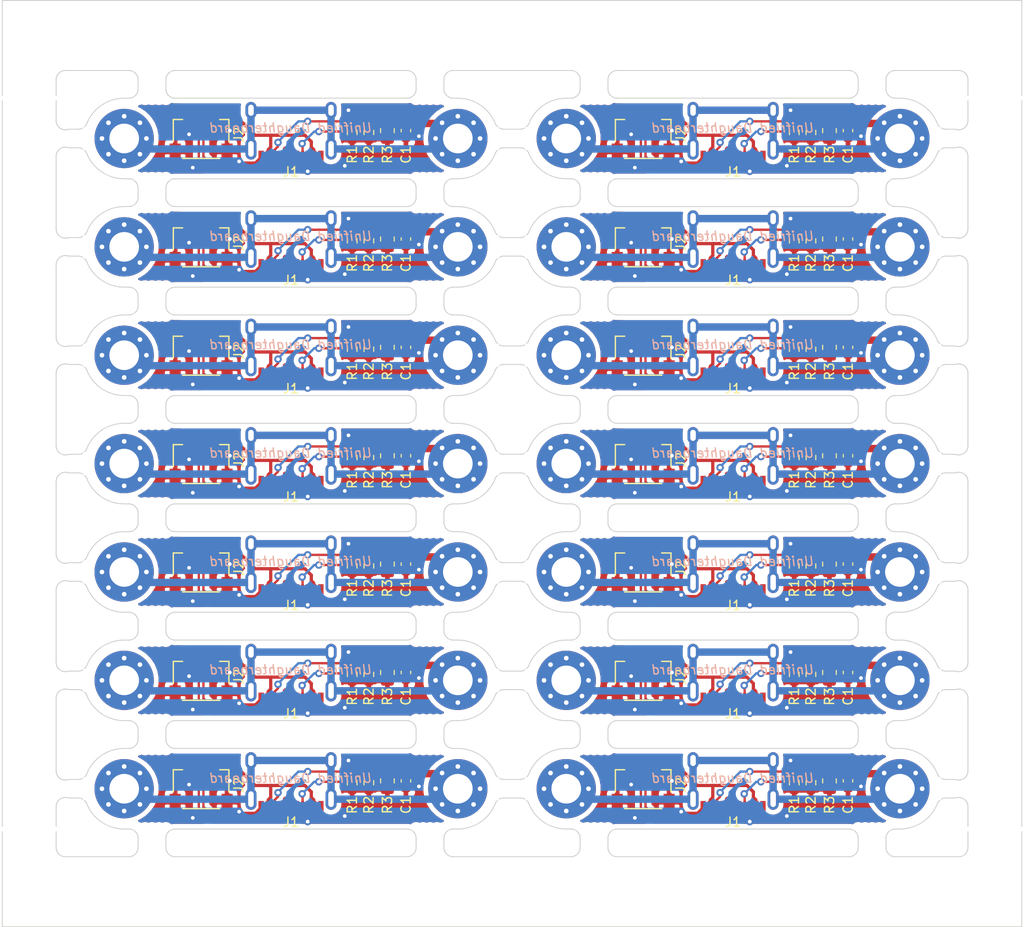
<source format=kicad_pcb>
(kicad_pcb (version 20211014) (generator pcbnew)
  (layers (0 "F.Cu" signal) (31 "B.Cu" signal) (34 "B.Paste" user) (35 "F.Paste" user) (36 "B.SilkS" user "B.Silkscreen") (37 "F.SilkS" user "F.Silkscreen") (38 "B.Mask" user) (39 "F.Mask" user) (44 "Edge.Cuts" user))
  (net 0 "")
  (net 1 "Board_1-D+")
  (net 2 "Board_1-D-")
  (net 3 "Board_1-GND")
  (net 4 "Board_1-Net-(J1-Pad10)")
  (net 5 "Board_1-Net-(J1-Pad3)")
  (net 6 "Board_1-Net-(J1-Pad4)")
  (net 7 "Board_1-Net-(J1-Pad9)")
  (net 8 "Board_1-SHIELD")
  (net 9 "Board_1-VCC")
  (net 10 "Board_2-D+")
  (net 11 "Board_2-D-")
  (net 12 "Board_2-GND")
  (net 13 "Board_2-Net-(J1-Pad10)")
  (net 14 "Board_2-Net-(J1-Pad3)")
  (net 15 "Board_2-Net-(J1-Pad4)")
  (net 16 "Board_2-Net-(J1-Pad9)")
  (net 17 "Board_2-SHIELD")
  (net 18 "Board_2-VCC")
  (net 19 "Board_3-D+")
  (net 20 "Board_3-D-")
  (net 21 "Board_3-GND")
  (net 22 "Board_3-Net-(J1-Pad10)")
  (net 23 "Board_3-Net-(J1-Pad3)")
  (net 24 "Board_3-Net-(J1-Pad4)")
  (net 25 "Board_3-Net-(J1-Pad9)")
  (net 26 "Board_3-SHIELD")
  (net 27 "Board_3-VCC")
  (net 28 "Board_4-D+")
  (net 29 "Board_4-D-")
  (net 30 "Board_4-GND")
  (net 31 "Board_4-Net-(J1-Pad10)")
  (net 32 "Board_4-Net-(J1-Pad3)")
  (net 33 "Board_4-Net-(J1-Pad4)")
  (net 34 "Board_4-Net-(J1-Pad9)")
  (net 35 "Board_4-SHIELD")
  (net 36 "Board_4-VCC")
  (net 37 "Board_5-D+")
  (net 38 "Board_5-D-")
  (net 39 "Board_5-GND")
  (net 40 "Board_5-Net-(J1-Pad10)")
  (net 41 "Board_5-Net-(J1-Pad3)")
  (net 42 "Board_5-Net-(J1-Pad4)")
  (net 43 "Board_5-Net-(J1-Pad9)")
  (net 44 "Board_5-SHIELD")
  (net 45 "Board_5-VCC")
  (net 46 "Board_6-D+")
  (net 47 "Board_6-D-")
  (net 48 "Board_6-GND")
  (net 49 "Board_6-Net-(J1-Pad10)")
  (net 50 "Board_6-Net-(J1-Pad3)")
  (net 51 "Board_6-Net-(J1-Pad4)")
  (net 52 "Board_6-Net-(J1-Pad9)")
  (net 53 "Board_6-SHIELD")
  (net 54 "Board_6-VCC")
  (net 55 "Board_7-D+")
  (net 56 "Board_7-D-")
  (net 57 "Board_7-GND")
  (net 58 "Board_7-Net-(J1-Pad10)")
  (net 59 "Board_7-Net-(J1-Pad3)")
  (net 60 "Board_7-Net-(J1-Pad4)")
  (net 61 "Board_7-Net-(J1-Pad9)")
  (net 62 "Board_7-SHIELD")
  (net 63 "Board_7-VCC")
  (net 64 "Board_8-D+")
  (net 65 "Board_8-D-")
  (net 66 "Board_8-GND")
  (net 67 "Board_8-Net-(J1-Pad10)")
  (net 68 "Board_8-Net-(J1-Pad3)")
  (net 69 "Board_8-Net-(J1-Pad4)")
  (net 70 "Board_8-Net-(J1-Pad9)")
  (net 71 "Board_8-SHIELD")
  (net 72 "Board_8-VCC")
  (net 73 "Board_9-D+")
  (net 74 "Board_9-D-")
  (net 75 "Board_9-GND")
  (net 76 "Board_9-Net-(J1-Pad10)")
  (net 77 "Board_9-Net-(J1-Pad3)")
  (net 78 "Board_9-Net-(J1-Pad4)")
  (net 79 "Board_9-Net-(J1-Pad9)")
  (net 80 "Board_9-SHIELD")
  (net 81 "Board_9-VCC")
  (net 82 "Board_10-D+")
  (net 83 "Board_10-D-")
  (net 84 "Board_10-GND")
  (net 85 "Board_10-Net-(J1-Pad10)")
  (net 86 "Board_10-Net-(J1-Pad3)")
  (net 87 "Board_10-Net-(J1-Pad4)")
  (net 88 "Board_10-Net-(J1-Pad9)")
  (net 89 "Board_10-SHIELD")
  (net 90 "Board_10-VCC")
  (net 91 "Board_11-D+")
  (net 92 "Board_11-D-")
  (net 93 "Board_11-GND")
  (net 94 "Board_11-Net-(J1-Pad10)")
  (net 95 "Board_11-Net-(J1-Pad3)")
  (net 96 "Board_11-Net-(J1-Pad4)")
  (net 97 "Board_11-Net-(J1-Pad9)")
  (net 98 "Board_11-SHIELD")
  (net 99 "Board_11-VCC")
  (net 100 "Board_12-D+")
  (net 101 "Board_12-D-")
  (net 102 "Board_12-GND")
  (net 103 "Board_12-Net-(J1-Pad10)")
  (net 104 "Board_12-Net-(J1-Pad3)")
  (net 105 "Board_12-Net-(J1-Pad4)")
  (net 106 "Board_12-Net-(J1-Pad9)")
  (net 107 "Board_12-SHIELD")
  (net 108 "Board_12-VCC")
  (net 109 "Board_13-D+")
  (net 110 "Board_13-D-")
  (net 111 "Board_13-GND")
  (net 112 "Board_13-Net-(J1-Pad10)")
  (net 113 "Board_13-Net-(J1-Pad3)")
  (net 114 "Board_13-Net-(J1-Pad4)")
  (net 115 "Board_13-Net-(J1-Pad9)")
  (net 116 "Board_13-SHIELD")
  (net 117 "Board_13-VCC")
  (net 118 "Board_14-D+")
  (net 119 "Board_14-D-")
  (net 120 "Board_14-GND")
  (net 121 "Board_14-Net-(J1-Pad10)")
  (net 122 "Board_14-Net-(J1-Pad3)")
  (net 123 "Board_14-Net-(J1-Pad4)")
  (net 124 "Board_14-Net-(J1-Pad9)")
  (net 125 "Board_14-SHIELD")
  (net 126 "Board_14-VCC")
  (footprint "Resistor_SMD:R_0603_1608Metric" (layer "F.Cu") (at 58.399999 49.349999 -90)
    (fp_text reference "R2")
    (fp_text value "5.1k")
  )
  (footprint "Resistor_SMD:R_0603_1608Metric" (layer "F.Cu") (at 56.599999 49.349999 -90)
    (fp_text reference "R1")
    (fp_text value "5.1k")
  )
  (footprint "Type-C:HRO-TYPE-C-31-M-12-jlc" (layer "F.Cu") (at 49.999999 44.349999 180)
    (fp_text reference "J1")
    (fp_text value "HRO-TYPE-C-31-M-12")
  )
  (footprint "MountingHole:MountingHole_3.2mm_M3_Pad_Via" (layer "F.Cu") (at 67.999999 49.999999)
    (fp_text reference "MH2" hide)
    (fp_text value "Mount-M2")
  )
  (footprint "MountingHole:MountingHole_3.2mm_M3_Pad_Via" (layer "F.Cu") (at 31.999999 49.999999)
    (fp_text reference "MH1" hide)
    (fp_text value "Mount-M2")
  )
  (footprint "Resistor_SMD:R_0805_2012Metric" (layer "F.Cu") (at 60.399999 49.149999 90)
    (fp_text reference "R3")
    (fp_text value "1M")
  )
  (footprint "Capacitor_SMD:C_0603_1608Metric" (layer "F.Cu") (at 62.399999 49.149999 90)
    (fp_text reference "C1")
    (fp_text value "4.7n")
  )
  (footprint "random-keyboard-parts:JST-SR-4" (layer "F.Cu") (at 40.299999 52.349999)
    (fp_text reference "J2")
    (fp_text value "Conn_01x04")
  )
  (footprint "Resistor_SMD:R_0603_1608Metric" (layer "F.Cu") (at 106.100004 49.349999 -90)
    (fp_text reference "R2")
    (fp_text value "5.1k")
  )
  (footprint "Resistor_SMD:R_0603_1608Metric" (layer "F.Cu") (at 104.300004 49.349999 -90)
    (fp_text reference "R1")
    (fp_text value "5.1k")
  )
  (footprint "Type-C:HRO-TYPE-C-31-M-12-jlc" (layer "F.Cu") (at 97.700004 44.349999 180)
    (fp_text reference "J1")
    (fp_text value "HRO-TYPE-C-31-M-12")
  )
  (footprint "MountingHole:MountingHole_3.2mm_M3_Pad_Via" (layer "F.Cu") (at 115.700004 49.999999)
    (fp_text reference "MH2" hide)
    (fp_text value "Mount-M2")
  )
  (footprint "MountingHole:MountingHole_3.2mm_M3_Pad_Via" (layer "F.Cu") (at 79.700004 49.999999)
    (fp_text reference "MH1" hide)
    (fp_text value "Mount-M2")
  )
  (footprint "Resistor_SMD:R_0805_2012Metric" (layer "F.Cu") (at 108.100004 49.149999 90)
    (fp_text reference "R3")
    (fp_text value "1M")
  )
  (footprint "Capacitor_SMD:C_0603_1608Metric" (layer "F.Cu") (at 110.100004 49.149999 90)
    (fp_text reference "C1")
    (fp_text value "4.7n")
  )
  (footprint "random-keyboard-parts:JST-SR-4" (layer "F.Cu") (at 88.000004 52.349999)
    (fp_text reference "J2")
    (fp_text value "Conn_01x04")
  )
  (footprint "Resistor_SMD:R_0603_1608Metric" (layer "F.Cu") (at 58.399999 61.050004 -90)
    (fp_text reference "R2")
    (fp_text value "5.1k")
  )
  (footprint "Resistor_SMD:R_0603_1608Metric" (layer "F.Cu") (at 56.599999 61.050004 -90)
    (fp_text reference "R1")
    (fp_text value "5.1k")
  )
  (footprint "Type-C:HRO-TYPE-C-31-M-12-jlc" (layer "F.Cu") (at 49.999999 56.050004 180)
    (fp_text reference "J1")
    (fp_text value "HRO-TYPE-C-31-M-12")
  )
  (footprint "MountingHole:MountingHole_3.2mm_M3_Pad_Via" (layer "F.Cu") (at 67.999999 61.700004)
    (fp_text reference "MH2" hide)
    (fp_text value "Mount-M2")
  )
  (footprint "MountingHole:MountingHole_3.2mm_M3_Pad_Via" (layer "F.Cu") (at 31.999999 61.700004)
    (fp_text reference "MH1" hide)
    (fp_text value "Mount-M2")
  )
  (footprint "Resistor_SMD:R_0805_2012Metric" (layer "F.Cu") (at 60.399999 60.850004 90)
    (fp_text reference "R3")
    (fp_text value "1M")
  )
  (footprint "Capacitor_SMD:C_0603_1608Metric" (layer "F.Cu") (at 62.399999 60.850004 90)
    (fp_text reference "C1")
    (fp_text value "4.7n")
  )
  (footprint "random-keyboard-parts:JST-SR-4" (layer "F.Cu") (at 40.299999 64.050004)
    (fp_text reference "J2")
    (fp_text value "Conn_01x04")
  )
  (footprint "Resistor_SMD:R_0603_1608Metric" (layer "F.Cu") (at 106.100004 61.050004 -90)
    (fp_text reference "R2")
    (fp_text value "5.1k")
  )
  (footprint "Resistor_SMD:R_0603_1608Metric" (layer "F.Cu") (at 104.300004 61.050004 -90)
    (fp_text reference "R1")
    (fp_text value "5.1k")
  )
  (footprint "Type-C:HRO-TYPE-C-31-M-12-jlc" (layer "F.Cu") (at 97.700004 56.050004 180)
    (fp_text reference "J1")
    (fp_text value "HRO-TYPE-C-31-M-12")
  )
  (footprint "MountingHole:MountingHole_3.2mm_M3_Pad_Via" (layer "F.Cu") (at 115.700004 61.700004)
    (fp_text reference "MH2" hide)
    (fp_text value "Mount-M2")
  )
  (footprint "MountingHole:MountingHole_3.2mm_M3_Pad_Via" (layer "F.Cu") (at 79.700004 61.700004)
    (fp_text reference "MH1" hide)
    (fp_text value "Mount-M2")
  )
  (footprint "Resistor_SMD:R_0805_2012Metric" (layer "F.Cu") (at 108.100004 60.850004 90)
    (fp_text reference "R3")
    (fp_text value "1M")
  )
  (footprint "Capacitor_SMD:C_0603_1608Metric" (layer "F.Cu") (at 110.100004 60.850004 90)
    (fp_text reference "C1")
    (fp_text value "4.7n")
  )
  (footprint "random-keyboard-parts:JST-SR-4" (layer "F.Cu") (at 88.000004 64.050004)
    (fp_text reference "J2")
    (fp_text value "Conn_01x04")
  )
  (footprint "Resistor_SMD:R_0603_1608Metric" (layer "F.Cu") (at 58.399999 72.750009 -90)
    (fp_text reference "R2")
    (fp_text value "5.1k")
  )
  (footprint "Resistor_SMD:R_0603_1608Metric" (layer "F.Cu") (at 56.599999 72.750009 -90)
    (fp_text reference "R1")
    (fp_text value "5.1k")
  )
  (footprint "Type-C:HRO-TYPE-C-31-M-12-jlc" (layer "F.Cu") (at 49.999999 67.750009 180)
    (fp_text reference "J1")
    (fp_text value "HRO-TYPE-C-31-M-12")
  )
  (footprint "MountingHole:MountingHole_3.2mm_M3_Pad_Via" (layer "F.Cu") (at 67.999999 73.400009)
    (fp_text reference "MH2" hide)
    (fp_text value "Mount-M2")
  )
  (footprint "MountingHole:MountingHole_3.2mm_M3_Pad_Via" (layer "F.Cu") (at 31.999999 73.400009)
    (fp_text reference "MH1" hide)
    (fp_text value "Mount-M2")
  )
  (footprint "Resistor_SMD:R_0805_2012Metric" (layer "F.Cu") (at 60.399999 72.550009 90)
    (fp_text reference "R3")
    (fp_text value "1M")
  )
  (footprint "Capacitor_SMD:C_0603_1608Metric" (layer "F.Cu") (at 62.399999 72.550009 90)
    (fp_text reference "C1")
    (fp_text value "4.7n")
  )
  (footprint "random-keyboard-parts:JST-SR-4" (layer "F.Cu") (at 40.299999 75.750009)
    (fp_text reference "J2")
    (fp_text value "Conn_01x04")
  )
  (footprint "Resistor_SMD:R_0603_1608Metric" (layer "F.Cu") (at 106.100004 72.750009 -90)
    (fp_text reference "R2")
    (fp_text value "5.1k")
  )
  (footprint "Resistor_SMD:R_0603_1608Metric" (layer "F.Cu") (at 104.300004 72.750009 -90)
    (fp_text reference "R1")
    (fp_text value "5.1k")
  )
  (footprint "Type-C:HRO-TYPE-C-31-M-12-jlc" (layer "F.Cu") (at 97.700004 67.750009 180)
    (fp_text reference "J1")
    (fp_text value "HRO-TYPE-C-31-M-12")
  )
  (footprint "MountingHole:MountingHole_3.2mm_M3_Pad_Via" (layer "F.Cu") (at 115.700004 73.400009)
    (fp_text reference "MH2" hide)
    (fp_text value "Mount-M2")
  )
  (footprint "MountingHole:MountingHole_3.2mm_M3_Pad_Via" (layer "F.Cu") (at 79.700004 73.400009)
    (fp_text reference "MH1" hide)
    (fp_text value "Mount-M2")
  )
  (footprint "Resistor_SMD:R_0805_2012Metric" (layer "F.Cu") (at 108.100004 72.550009 90)
    (fp_text reference "R3")
    (fp_text value "1M")
  )
  (footprint "Capacitor_SMD:C_0603_1608Metric" (layer "F.Cu") (at 110.100004 72.550009 90)
    (fp_text reference "C1")
    (fp_text value "4.7n")
  )
  (footprint "random-keyboard-parts:JST-SR-4" (layer "F.Cu") (at 88.000004 75.750009)
    (fp_text reference "J2")
    (fp_text value "Conn_01x04")
  )
  (footprint "Resistor_SMD:R_0603_1608Metric" (layer "F.Cu") (at 58.399999 84.450014 -90)
    (fp_text reference "R2")
    (fp_text value "5.1k")
  )
  (footprint "Resistor_SMD:R_0603_1608Metric" (layer "F.Cu") (at 56.599999 84.450014 -90)
    (fp_text reference "R1")
    (fp_text value "5.1k")
  )
  (footprint "Type-C:HRO-TYPE-C-31-M-12-jlc" (layer "F.Cu") (at 49.999999 79.450014 180)
    (fp_text reference "J1")
    (fp_text value "HRO-TYPE-C-31-M-12")
  )
  (footprint "MountingHole:MountingHole_3.2mm_M3_Pad_Via" (layer "F.Cu") (at 67.999999 85.100014)
    (fp_text reference "MH2" hide)
    (fp_text value "Mount-M2")
  )
  (footprint "MountingHole:MountingHole_3.2mm_M3_Pad_Via" (layer "F.Cu") (at 31.999999 85.100014)
    (fp_text reference "MH1" hide)
    (fp_text value "Mount-M2")
  )
  (footprint "Resistor_SMD:R_0805_2012Metric" (layer "F.Cu") (at 60.399999 84.250014 90)
    (fp_text reference "R3")
    (fp_text value "1M")
  )
  (footprint "Capacitor_SMD:C_0603_1608Metric" (layer "F.Cu") (at 62.399999 84.250014 90)
    (fp_text reference "C1")
    (fp_text value "4.7n")
  )
  (footprint "random-keyboard-parts:JST-SR-4" (layer "F.Cu") (at 40.299999 87.450014)
    (fp_text reference "J2")
    (fp_text value "Conn_01x04")
  )
  (footprint "Resistor_SMD:R_0603_1608Metric" (layer "F.Cu") (at 106.100004 84.450014 -90)
    (fp_text reference "R2")
    (fp_text value "5.1k")
  )
  (footprint "Resistor_SMD:R_0603_1608Metric" (layer "F.Cu") (at 104.300004 84.450014 -90)
    (fp_text reference "R1")
    (fp_text value "5.1k")
  )
  (footprint "Type-C:HRO-TYPE-C-31-M-12-jlc" (layer "F.Cu") (at 97.700004 79.450014 180)
    (fp_text reference "J1")
    (fp_text value "HRO-TYPE-C-31-M-12")
  )
  (footprint "MountingHole:MountingHole_3.2mm_M3_Pad_Via" (layer "F.Cu") (at 115.700004 85.100014)
    (fp_text reference "MH2" hide)
    (fp_text value "Mount-M2")
  )
  (footprint "MountingHole:MountingHole_3.2mm_M3_Pad_Via" (layer "F.Cu") (at 79.700004 85.100014)
    (fp_text reference "MH1" hide)
    (fp_text value "Mount-M2")
  )
  (footprint "Resistor_SMD:R_0805_2012Metric" (layer "F.Cu") (at 108.100004 84.250014 90)
    (fp_text reference "R3")
    (fp_text value "1M")
  )
  (footprint "Capacitor_SMD:C_0603_1608Metric" (layer "F.Cu") (at 110.100004 84.250014 90)
    (fp_text reference "C1")
    (fp_text value "4.7n")
  )
  (footprint "random-keyboard-parts:JST-SR-4" (layer "F.Cu") (at 88.000004 87.450014)
    (fp_text reference "J2")
    (fp_text value "Conn_01x04")
  )
  (footprint "Resistor_SMD:R_0603_1608Metric" (layer "F.Cu") (at 58.399999 96.150019 -90)
    (fp_text reference "R2")
    (fp_text value "5.1k")
  )
  (footprint "Resistor_SMD:R_0603_1608Metric" (layer "F.Cu") (at 56.599999 96.150019 -90)
    (fp_text reference "R1")
    (fp_text value "5.1k")
  )
  (footprint "Type-C:HRO-TYPE-C-31-M-12-jlc" (layer "F.Cu") (at 49.999999 91.150019 180)
    (fp_text reference "J1")
    (fp_text value "HRO-TYPE-C-31-M-12")
  )
  (footprint "MountingHole:MountingHole_3.2mm_M3_Pad_Via" (layer "F.Cu") (at 67.999999 96.800019)
    (fp_text reference "MH2" hide)
    (fp_text value "Mount-M2")
  )
  (footprint "MountingHole:MountingHole_3.2mm_M3_Pad_Via" (layer "F.Cu") (at 31.999999 96.800019)
    (fp_text reference "MH1" hide)
    (fp_text value "Mount-M2")
  )
  (footprint "Resistor_SMD:R_0805_2012Metric" (layer "F.Cu") (at 60.399999 95.950019 90)
    (fp_text reference "R3")
    (fp_text value "1M")
  )
  (footprint "Capacitor_SMD:C_0603_1608Metric" (layer "F.Cu") (at 62.399999 95.950019 90)
    (fp_text reference "C1")
    (fp_text value "4.7n")
  )
  (footprint "random-keyboard-parts:JST-SR-4" (layer "F.Cu") (at 40.299999 99.150019)
    (fp_text reference "J2")
    (fp_text value "Conn_01x04")
  )
  (footprint "Resistor_SMD:R_0603_1608Metric" (layer "F.Cu") (at 106.100004 96.150019 -90)
    (fp_text reference "R2")
    (fp_text value "5.1k")
  )
  (footprint "Resistor_SMD:R_0603_1608Metric" (layer "F.Cu") (at 104.300004 96.150019 -90)
    (fp_text reference "R1")
    (fp_text value "5.1k")
  )
  (footprint "Type-C:HRO-TYPE-C-31-M-12-jlc" (layer "F.Cu") (at 97.700004 91.150019 180)
    (fp_text reference "J1")
    (fp_text value "HRO-TYPE-C-31-M-12")
  )
  (footprint "MountingHole:MountingHole_3.2mm_M3_Pad_Via" (layer "F.Cu") (at 115.700004 96.800019)
    (fp_text reference "MH2" hide)
    (fp_text value "Mount-M2")
  )
  (footprint "MountingHole:MountingHole_3.2mm_M3_Pad_Via" (layer "F.Cu") (at 79.700004 96.800019)
    (fp_text reference "MH1" hide)
    (fp_text value "Mount-M2")
  )
  (footprint "Resistor_SMD:R_0805_2012Metric" (layer "F.Cu") (at 108.100004 95.950019 90)
    (fp_text reference "R3")
    (fp_text value "1M")
  )
  (footprint "Capacitor_SMD:C_0603_1608Metric" (layer "F.Cu") (at 110.100004 95.950019 90)
    (fp_text reference "C1")
    (fp_text value "4.7n")
  )
  (footprint "random-keyboard-parts:JST-SR-4" (layer "F.Cu") (at 88.000004 99.150019)
    (fp_text reference "J2")
    (fp_text value "Conn_01x04")
  )
  (footprint "Resistor_SMD:R_0603_1608Metric" (layer "F.Cu") (at 58.399999 107.850024 -90)
    (fp_text reference "R2")
    (fp_text value "5.1k")
  )
  (footprint "Resistor_SMD:R_0603_1608Metric" (layer "F.Cu") (at 56.599999 107.850024 -90)
    (fp_text reference "R1")
    (fp_text value "5.1k")
  )
  (footprint "Type-C:HRO-TYPE-C-31-M-12-jlc" (layer "F.Cu") (at 49.999999 102.850024 180)
    (fp_text reference "J1")
    (fp_text value "HRO-TYPE-C-31-M-12")
  )
  (footprint "MountingHole:MountingHole_3.2mm_M3_Pad_Via" (layer "F.Cu") (at 67.999999 108.500024)
    (fp_text reference "MH2" hide)
    (fp_text value "Mount-M2")
  )
  (footprint "MountingHole:MountingHole_3.2mm_M3_Pad_Via" (layer "F.Cu") (at 31.999999 108.500024)
    (fp_text reference "MH1" hide)
    (fp_text value "Mount-M2")
  )
  (footprint "Resistor_SMD:R_0805_2012Metric" (layer "F.Cu") (at 60.399999 107.650024 90)
    (fp_text reference "R3")
    (fp_text value "1M")
  )
  (footprint "Capacitor_SMD:C_0603_1608Metric" (layer "F.Cu") (at 62.399999 107.650024 90)
    (fp_text reference "C1")
    (fp_text value "4.7n")
  )
  (footprint "random-keyboard-parts:JST-SR-4" (layer "F.Cu") (at 40.299999 110.850024)
    (fp_text reference "J2")
    (fp_text value "Conn_01x04")
  )
  (footprint "Resistor_SMD:R_0603_1608Metric" (layer "F.Cu") (at 106.100004 107.850024 -90)
    (fp_text reference "R2")
    (fp_text value "5.1k")
  )
  (footprint "Resistor_SMD:R_0603_1608Metric" (layer "F.Cu") (at 104.300004 107.850024 -90)
    (fp_text reference "R1")
    (fp_text value "5.1k")
  )
  (footprint "Type-C:HRO-TYPE-C-31-M-12-jlc" (layer "F.Cu") (at 97.700004 102.850024 180)
    (fp_text reference "J1")
    (fp_text value "HRO-TYPE-C-31-M-12")
  )
  (footprint "MountingHole:MountingHole_3.2mm_M3_Pad_Via" (layer "F.Cu") (at 115.700004 108.500024)
    (fp_text reference "MH2" hide)
    (fp_text value "Mount-M2")
  )
  (footprint "MountingHole:MountingHole_3.2mm_M3_Pad_Via" (layer "F.Cu") (at 79.700004 108.500024)
    (fp_text reference "MH1" hide)
    (fp_text value "Mount-M2")
  )
  (footprint "Resistor_SMD:R_0805_2012Metric" (layer "F.Cu") (at 108.100004 107.650024 90)
    (fp_text reference "R3")
    (fp_text value "1M")
  )
  (footprint "Capacitor_SMD:C_0603_1608Metric" (layer "F.Cu") (at 110.100004 107.650024 90)
    (fp_text reference "C1")
    (fp_text value "4.7n")
  )
  (footprint "random-keyboard-parts:JST-SR-4" (layer "F.Cu") (at 88.000004 110.850024)
    (fp_text reference "J2")
    (fp_text value "Conn_01x04")
  )
  (footprint "Resistor_SMD:R_0603_1608Metric" (layer "F.Cu") (at 58.399999 119.550029 -90)
    (fp_text reference "R2")
    (fp_text value "5.1k")
  )
  (footprint "Resistor_SMD:R_0603_1608Metric" (layer "F.Cu") (at 56.599999 119.550029 -90)
    (fp_text reference "R1")
    (fp_text value "5.1k")
  )
  (footprint "Type-C:HRO-TYPE-C-31-M-12-jlc" (layer "F.Cu") (at 49.999999 114.550029 180)
    (fp_text reference "J1")
    (fp_text value "HRO-TYPE-C-31-M-12")
  )
  (footprint "MountingHole:MountingHole_3.2mm_M3_Pad_Via" (layer "F.Cu") (at 67.999999 120.200029)
    (fp_text reference "MH2" hide)
    (fp_text value "Mount-M2")
  )
  (footprint "MountingHole:MountingHole_3.2mm_M3_Pad_Via" (layer "F.Cu") (at 31.999999 120.200029)
    (fp_text reference "MH1" hide)
    (fp_text value "Mount-M2")
  )
  (footprint "Resistor_SMD:R_0805_2012Metric" (layer "F.Cu") (at 60.399999 119.350029 90)
    (fp_text reference "R3")
    (fp_text value "1M")
  )
  (footprint "Capacitor_SMD:C_0603_1608Metric" (layer "F.Cu") (at 62.399999 119.350029 90)
    (fp_text reference "C1")
    (fp_text value "4.7n")
  )
  (footprint "random-keyboard-parts:JST-SR-4" (layer "F.Cu") (at 40.299999 122.550029)
    (fp_text reference "J2")
    (fp_text value "Conn_01x04")
  )
  (footprint "Resistor_SMD:R_0603_1608Metric" (layer "F.Cu") (at 106.100004 119.550029 -90)
    (fp_text reference "R2")
    (fp_text value "5.1k")
  )
  (footprint "Resistor_SMD:R_0603_1608Metric" (layer "F.Cu") (at 104.300004 119.550029 -90)
    (fp_text reference "R1")
    (fp_text value "5.1k")
  )
  (footprint "Type-C:HRO-TYPE-C-31-M-12-jlc" (layer "F.Cu") (at 97.700004 114.550029 180)
    (fp_text reference "J1")
    (fp_text value "HRO-TYPE-C-31-M-12")
  )
  (footprint "MountingHole:MountingHole_3.2mm_M3_Pad_Via" (layer "F.Cu") (at 115.700004 120.200029)
    (fp_text reference "MH2" hide)
    (fp_text value "Mount-M2")
  )
  (footprint "MountingHole:MountingHole_3.2mm_M3_Pad_Via" (layer "F.Cu") (at 79.700004 120.200029)
    (fp_text reference "MH1" hide)
    (fp_text value "Mount-M2")
  )
  (footprint "Resistor_SMD:R_0805_2012Metric" (layer "F.Cu") (at 108.100004 119.350029 90)
    (fp_text reference "R3")
    (fp_text value "1M")
  )
  (footprint "Capacitor_SMD:C_0603_1608Metric" (layer "F.Cu") (at 110.100004 119.350029 90)
    (fp_text reference "C1")
    (fp_text value "4.7n")
  )
  (footprint "random-keyboard-parts:JST-SR-4" (layer "F.Cu") (at 88.000004 122.550029)
    (fp_text reference "J2")
    (fp_text value "Conn_01x04")
  )
  (footprint "NPTH" (layer "F.Cu") (at 81.200004 115.849001)
    (fp_text reference "REF**" hide)
    (fp_text value "NPTH" hide)
  )
  (footprint "NPTH" (layer "F.Cu") (at 81.950004 115.849001)
    (fp_text reference "REF**" hide)
    (fp_text value "NPTH" hide)
  )
  (footprint "NPTH" (layer "F.Cu") (at 82.700004 115.849002)
    (fp_text reference "REF**" hide)
    (fp_text value "NPTH" hide)
  )
  (footprint "NPTH" (layer "F.Cu") (at 83.450004 115.849003)
    (fp_text reference "REF**" hide)
    (fp_text value "NPTH" hide)
  )
  (footprint "NPTH" (layer "F.Cu") (at 84.200004 115.849003)
    (fp_text reference "REF**" hide)
    (fp_text value "NPTH" hide)
  )
  (footprint "NPTH" (layer "F.Cu") (at 84.200004 124.551025)
    (fp_text reference "REF**" hide)
    (fp_text value "NPTH" hide)
  )
  (footprint "NPTH" (layer "F.Cu") (at 83.450004 124.551025)
    (fp_text reference "REF**" hide)
    (fp_text value "NPTH" hide)
  )
  (footprint "NPTH" (layer "F.Cu") (at 82.700004 124.551026)
    (fp_text reference "REF**" hide)
    (fp_text value "NPTH" hide)
  )
  (footprint "NPTH" (layer "F.Cu") (at 81.950004 124.551027)
    (fp_text reference "REF**" hide)
    (fp_text value "NPTH" hide)
  )
  (footprint "NPTH" (layer "F.Cu") (at 81.200004 124.551027)
    (fp_text reference "REF**" hide)
    (fp_text value "NPTH" hide)
  )
  (footprint "NPTH" (layer "F.Cu") (at 111.200004 115.849025)
    (fp_text reference "REF**" hide)
    (fp_text value "NPTH" hide)
  )
  (footprint "NPTH" (layer "F.Cu") (at 111.950004 115.849025)
    (fp_text reference "REF**" hide)
    (fp_text value "NPTH" hide)
  )
  (footprint "NPTH" (layer "F.Cu") (at 112.700004 115.849026)
    (fp_text reference "REF**" hide)
    (fp_text value "NPTH" hide)
  )
  (footprint "NPTH" (layer "F.Cu") (at 113.450004 115.849027)
    (fp_text reference "REF**" hide)
    (fp_text value "NPTH" hide)
  )
  (footprint "NPTH" (layer "F.Cu") (at 114.200004 115.849027)
    (fp_text reference "REF**" hide)
    (fp_text value "NPTH" hide)
  )
  (footprint "NPTH" (layer "F.Cu") (at 114.200004 124.551001)
    (fp_text reference "REF**" hide)
    (fp_text value "NPTH" hide)
  )
  (footprint "NPTH" (layer "F.Cu") (at 113.450004 124.551001)
    (fp_text reference "REF**" hide)
    (fp_text value "NPTH" hide)
  )
  (footprint "NPTH" (layer "F.Cu") (at 112.700004 124.551002)
    (fp_text reference "REF**" hide)
    (fp_text value "NPTH" hide)
  )
  (footprint "NPTH" (layer "F.Cu") (at 111.950004 124.551003)
    (fp_text reference "REF**" hide)
    (fp_text value "NPTH" hide)
  )
  (footprint "NPTH" (layer "F.Cu") (at 111.200004 124.551003)
    (fp_text reference "REF**" hide)
    (fp_text value "NPTH" hide)
  )
  (footprint "NPTH" (layer "F.Cu") (at 33.499999 115.849001)
    (fp_text reference "REF**" hide)
    (fp_text value "NPTH" hide)
  )
  (footprint "NPTH" (layer "F.Cu") (at 34.249999 115.849001)
    (fp_text reference "REF**" hide)
    (fp_text value "NPTH" hide)
  )
  (footprint "NPTH" (layer "F.Cu") (at 34.999999 115.849002)
    (fp_text reference "REF**" hide)
    (fp_text value "NPTH" hide)
  )
  (footprint "NPTH" (layer "F.Cu") (at 35.749999 115.849003)
    (fp_text reference "REF**" hide)
    (fp_text value "NPTH" hide)
  )
  (footprint "NPTH" (layer "F.Cu") (at 36.499999 115.849003)
    (fp_text reference "REF**" hide)
    (fp_text value "NPTH" hide)
  )
  (footprint "NPTH" (layer "F.Cu") (at 36.499999 124.551025)
    (fp_text reference "REF**" hide)
    (fp_text value "NPTH" hide)
  )
  (footprint "NPTH" (layer "F.Cu") (at 35.749999 124.551025)
    (fp_text reference "REF**" hide)
    (fp_text value "NPTH" hide)
  )
  (footprint "NPTH" (layer "F.Cu") (at 34.999999 124.551026)
    (fp_text reference "REF**" hide)
    (fp_text value "NPTH" hide)
  )
  (footprint "NPTH" (layer "F.Cu") (at 34.249999 124.551027)
    (fp_text reference "REF**" hide)
    (fp_text value "NPTH" hide)
  )
  (footprint "NPTH" (layer "F.Cu") (at 33.499999 124.551027)
    (fp_text reference "REF**" hide)
    (fp_text value "NPTH" hide)
  )
  (footprint "NPTH" (layer "F.Cu") (at 63.499999 115.849025)
    (fp_text reference "REF**" hide)
    (fp_text value "NPTH" hide)
  )
  (footprint "NPTH" (layer "F.Cu") (at 64.249999 115.849025)
    (fp_text reference "REF**" hide)
    (fp_text value "NPTH" hide)
  )
  (footprint "NPTH" (layer "F.Cu") (at 64.999999 115.849026)
    (fp_text reference "REF**" hide)
    (fp_text value "NPTH" hide)
  )
  (footprint "NPTH" (layer "F.Cu") (at 65.749999 115.849027)
    (fp_text reference "REF**" hide)
    (fp_text value "NPTH" hide)
  )
  (footprint "NPTH" (layer "F.Cu") (at 66.499999 115.849027)
    (fp_text reference "REF**" hide)
    (fp_text value "NPTH" hide)
  )
  (footprint "NPTH" (layer "F.Cu") (at 66.499999 124.551001)
    (fp_text reference "REF**" hide)
    (fp_text value "NPTH" hide)
  )
  (footprint "NPTH" (layer "F.Cu") (at 65.749999 124.551001)
    (fp_text reference "REF**" hide)
    (fp_text value "NPTH" hide)
  )
  (footprint "NPTH" (layer "F.Cu") (at 64.999999 124.551002)
    (fp_text reference "REF**" hide)
    (fp_text value "NPTH" hide)
  )
  (footprint "NPTH" (layer "F.Cu") (at 64.249999 124.551003)
    (fp_text reference "REF**" hide)
    (fp_text value "NPTH" hide)
  )
  (footprint "NPTH" (layer "F.Cu") (at 63.499999 124.551003)
    (fp_text reference "REF**" hide)
    (fp_text value "NPTH" hide)
  )
  (footprint "NPTH" (layer "F.Cu") (at 81.200004 104.149001)
    (fp_text reference "REF**" hide)
    (fp_text value "NPTH" hide)
  )
  (footprint "NPTH" (layer "F.Cu") (at 81.950004 104.149001)
    (fp_text reference "REF**" hide)
    (fp_text value "NPTH" hide)
  )
  (footprint "NPTH" (layer "F.Cu") (at 82.700004 104.149002)
    (fp_text reference "REF**" hide)
    (fp_text value "NPTH" hide)
  )
  (footprint "NPTH" (layer "F.Cu") (at 83.450004 104.149002)
    (fp_text reference "REF**" hide)
    (fp_text value "NPTH" hide)
  )
  (footprint "NPTH" (layer "F.Cu") (at 84.200004 104.149003)
    (fp_text reference "REF**" hide)
    (fp_text value "NPTH" hide)
  )
  (footprint "NPTH" (layer "F.Cu") (at 84.200004 112.85102)
    (fp_text reference "REF**" hide)
    (fp_text value "NPTH" hide)
  )
  (footprint "NPTH" (layer "F.Cu") (at 83.450004 112.851021)
    (fp_text reference "REF**" hide)
    (fp_text value "NPTH" hide)
  )
  (footprint "NPTH" (layer "F.Cu") (at 82.700004 112.851021)
    (fp_text reference "REF**" hide)
    (fp_text value "NPTH" hide)
  )
  (footprint "NPTH" (layer "F.Cu") (at 81.950004 112.851022)
    (fp_text reference "REF**" hide)
    (fp_text value "NPTH" hide)
  )
  (footprint "NPTH" (layer "F.Cu") (at 81.200004 112.851022)
    (fp_text reference "REF**" hide)
    (fp_text value "NPTH" hide)
  )
  (footprint "NPTH" (layer "F.Cu") (at 111.200004 104.149021)
    (fp_text reference "REF**" hide)
    (fp_text value "NPTH" hide)
  )
  (footprint "NPTH" (layer "F.Cu") (at 111.950004 104.149021)
    (fp_text reference "REF**" hide)
    (fp_text value "NPTH" hide)
  )
  (footprint "NPTH" (layer "F.Cu") (at 112.700004 104.149022)
    (fp_text reference "REF**" hide)
    (fp_text value "NPTH" hide)
  )
  (footprint "NPTH" (layer "F.Cu") (at 113.450004 104.149022)
    (fp_text reference "REF**" hide)
    (fp_text value "NPTH" hide)
  )
  (footprint "NPTH" (layer "F.Cu") (at 114.200004 104.149023)
    (fp_text reference "REF**" hide)
    (fp_text value "NPTH" hide)
  )
  (footprint "NPTH" (layer "F.Cu") (at 114.200004 112.851)
    (fp_text reference "REF**" hide)
    (fp_text value "NPTH" hide)
  )
  (footprint "NPTH" (layer "F.Cu") (at 113.450004 112.851001)
    (fp_text reference "REF**" hide)
    (fp_text value "NPTH" hide)
  )
  (footprint "NPTH" (layer "F.Cu") (at 112.700004 112.851001)
    (fp_text reference "REF**" hide)
    (fp_text value "NPTH" hide)
  )
  (footprint "NPTH" (layer "F.Cu") (at 111.950004 112.851002)
    (fp_text reference "REF**" hide)
    (fp_text value "NPTH" hide)
  )
  (footprint "NPTH" (layer "F.Cu") (at 111.200004 112.851002)
    (fp_text reference "REF**" hide)
    (fp_text value "NPTH" hide)
  )
  (footprint "NPTH" (layer "F.Cu") (at 33.499999 104.149)
    (fp_text reference "REF**" hide)
    (fp_text value "NPTH" hide)
  )
  (footprint "NPTH" (layer "F.Cu") (at 34.249999 104.149001)
    (fp_text reference "REF**" hide)
    (fp_text value "NPTH" hide)
  )
  (footprint "NPTH" (layer "F.Cu") (at 34.999999 104.149001)
    (fp_text reference "REF**" hide)
    (fp_text value "NPTH" hide)
  )
  (footprint "NPTH" (layer "F.Cu") (at 35.749999 104.149002)
    (fp_text reference "REF**" hide)
    (fp_text value "NPTH" hide)
  )
  (footprint "NPTH" (layer "F.Cu") (at 36.499999 104.149002)
    (fp_text reference "REF**" hide)
    (fp_text value "NPTH" hide)
  )
  (footprint "NPTH" (layer "F.Cu") (at 36.499999 112.851021)
    (fp_text reference "REF**" hide)
    (fp_text value "NPTH" hide)
  )
  (footprint "NPTH" (layer "F.Cu") (at 35.749999 112.851021)
    (fp_text reference "REF**" hide)
    (fp_text value "NPTH" hide)
  )
  (footprint "NPTH" (layer "F.Cu") (at 34.999999 112.851022)
    (fp_text reference "REF**" hide)
    (fp_text value "NPTH" hide)
  )
  (footprint "NPTH" (layer "F.Cu") (at 34.249999 112.851022)
    (fp_text reference "REF**" hide)
    (fp_text value "NPTH" hide)
  )
  (footprint "NPTH" (layer "F.Cu") (at 33.499999 112.851023)
    (fp_text reference "REF**" hide)
    (fp_text value "NPTH" hide)
  )
  (footprint "NPTH" (layer "F.Cu") (at 63.499999 104.14902)
    (fp_text reference "REF**" hide)
    (fp_text value "NPTH" hide)
  )
  (footprint "NPTH" (layer "F.Cu") (at 64.249999 104.149021)
    (fp_text reference "REF**" hide)
    (fp_text value "NPTH" hide)
  )
  (footprint "NPTH" (layer "F.Cu") (at 64.999999 104.149021)
    (fp_text reference "REF**" hide)
    (fp_text value "NPTH" hide)
  )
  (footprint "NPTH" (layer "F.Cu") (at 65.749999 104.149022)
    (fp_text reference "REF**" hide)
    (fp_text value "NPTH" hide)
  )
  (footprint "NPTH" (layer "F.Cu") (at 66.499999 104.149022)
    (fp_text reference "REF**" hide)
    (fp_text value "NPTH" hide)
  )
  (footprint "NPTH" (layer "F.Cu") (at 66.499999 112.851001)
    (fp_text reference "REF**" hide)
    (fp_text value "NPTH" hide)
  )
  (footprint "NPTH" (layer "F.Cu") (at 65.749999 112.851001)
    (fp_text reference "REF**" hide)
    (fp_text value "NPTH" hide)
  )
  (footprint "NPTH" (layer "F.Cu") (at 64.999999 112.851002)
    (fp_text reference "REF**" hide)
    (fp_text value "NPTH" hide)
  )
  (footprint "NPTH" (layer "F.Cu") (at 64.249999 112.851002)
    (fp_text reference "REF**" hide)
    (fp_text value "NPTH" hide)
  )
  (footprint "NPTH" (layer "F.Cu") (at 63.499999 112.851003)
    (fp_text reference "REF**" hide)
    (fp_text value "NPTH" hide)
  )
  (footprint "NPTH" (layer "F.Cu") (at 81.200004 92.449)
    (fp_text reference "REF**" hide)
    (fp_text value "NPTH" hide)
  )
  (footprint "NPTH" (layer "F.Cu") (at 81.950004 92.449001)
    (fp_text reference "REF**" hide)
    (fp_text value "NPTH" hide)
  )
  (footprint "NPTH" (layer "F.Cu") (at 82.700004 92.449001)
    (fp_text reference "REF**" hide)
    (fp_text value "NPTH" hide)
  )
  (footprint "NPTH" (layer "F.Cu") (at 83.450004 92.449001)
    (fp_text reference "REF**" hide)
    (fp_text value "NPTH" hide)
  )
  (footprint "NPTH" (layer "F.Cu") (at 84.200004 92.449002)
    (fp_text reference "REF**" hide)
    (fp_text value "NPTH" hide)
  )
  (footprint "NPTH" (layer "F.Cu") (at 84.200004 101.151016)
    (fp_text reference "REF**" hide)
    (fp_text value "NPTH" hide)
  )
  (footprint "NPTH" (layer "F.Cu") (at 83.450004 101.151017)
    (fp_text reference "REF**" hide)
    (fp_text value "NPTH" hide)
  )
  (footprint "NPTH" (layer "F.Cu") (at 82.700004 101.151017)
    (fp_text reference "REF**" hide)
    (fp_text value "NPTH" hide)
  )
  (footprint "NPTH" (layer "F.Cu") (at 81.950004 101.151017)
    (fp_text reference "REF**" hide)
    (fp_text value "NPTH" hide)
  )
  (footprint "NPTH" (layer "F.Cu") (at 81.200004 101.151018)
    (fp_text reference "REF**" hide)
    (fp_text value "NPTH" hide)
  )
  (footprint "NPTH" (layer "F.Cu") (at 111.200004 92.449016)
    (fp_text reference "REF**" hide)
    (fp_text value "NPTH" hide)
  )
  (footprint "NPTH" (layer "F.Cu") (at 111.950004 92.449017)
    (fp_text reference "REF**" hide)
    (fp_text value "NPTH" hide)
  )
  (footprint "NPTH" (layer "F.Cu") (at 112.700004 92.449017)
    (fp_text reference "REF**" hide)
    (fp_text value "NPTH" hide)
  )
  (footprint "NPTH" (layer "F.Cu") (at 113.450004 92.449017)
    (fp_text reference "REF**" hide)
    (fp_text value "NPTH" hide)
  )
  (footprint "NPTH" (layer "F.Cu") (at 114.200004 92.449018)
    (fp_text reference "REF**" hide)
    (fp_text value "NPTH" hide)
  )
  (footprint "NPTH" (layer "F.Cu") (at 114.200004 101.151)
    (fp_text reference "REF**" hide)
    (fp_text value "NPTH" hide)
  )
  (footprint "NPTH" (layer "F.Cu") (at 113.450004 101.151001)
    (fp_text reference "REF**" hide)
    (fp_text value "NPTH" hide)
  )
  (footprint "NPTH" (layer "F.Cu") (at 112.700004 101.151001)
    (fp_text reference "REF**" hide)
    (fp_text value "NPTH" hide)
  )
  (footprint "NPTH" (layer "F.Cu") (at 111.950004 101.151001)
    (fp_text reference "REF**" hide)
    (fp_text value "NPTH" hide)
  )
  (footprint "NPTH" (layer "F.Cu") (at 111.200004 101.151002)
    (fp_text reference "REF**" hide)
    (fp_text value "NPTH" hide)
  )
  (footprint "NPTH" (layer "F.Cu") (at 33.499999 92.449)
    (fp_text reference "REF**" hide)
    (fp_text value "NPTH" hide)
  )
  (footprint "NPTH" (layer "F.Cu") (at 34.249999 92.449001)
    (fp_text reference "REF**" hide)
    (fp_text value "NPTH" hide)
  )
  (footprint "NPTH" (layer "F.Cu") (at 34.999999 92.449001)
    (fp_text reference "REF**" hide)
    (fp_text value "NPTH" hide)
  )
  (footprint "NPTH" (layer "F.Cu") (at 35.749999 92.449001)
    (fp_text reference "REF**" hide)
    (fp_text value "NPTH" hide)
  )
  (footprint "NPTH" (layer "F.Cu") (at 36.499999 92.449002)
    (fp_text reference "REF**" hide)
    (fp_text value "NPTH" hide)
  )
  (footprint "NPTH" (layer "F.Cu") (at 36.499999 101.151016)
    (fp_text reference "REF**" hide)
    (fp_text value "NPTH" hide)
  )
  (footprint "NPTH" (layer "F.Cu") (at 35.749999 101.151017)
    (fp_text reference "REF**" hide)
    (fp_text value "NPTH" hide)
  )
  (footprint "NPTH" (layer "F.Cu") (at 34.999999 101.151017)
    (fp_text reference "REF**" hide)
    (fp_text value "NPTH" hide)
  )
  (footprint "NPTH" (layer "F.Cu") (at 34.249999 101.151017)
    (fp_text reference "REF**" hide)
    (fp_text value "NPTH" hide)
  )
  (footprint "NPTH" (layer "F.Cu") (at 33.499999 101.151018)
    (fp_text reference "REF**" hide)
    (fp_text value "NPTH" hide)
  )
  (footprint "NPTH" (layer "F.Cu") (at 63.499999 92.449016)
    (fp_text reference "REF**" hide)
    (fp_text value "NPTH" hide)
  )
  (footprint "NPTH" (layer "F.Cu") (at 64.249999 92.449017)
    (fp_text reference "REF**" hide)
    (fp_text value "NPTH" hide)
  )
  (footprint "NPTH" (layer "F.Cu") (at 64.999999 92.449017)
    (fp_text reference "REF**" hide)
    (fp_text value "NPTH" hide)
  )
  (footprint "NPTH" (layer "F.Cu") (at 65.749999 92.449017)
    (fp_text reference "REF**" hide)
    (fp_text value "NPTH" hide)
  )
  (footprint "NPTH" (layer "F.Cu") (at 66.499999 92.449018)
    (fp_text reference "REF**" hide)
    (fp_text value "NPTH" hide)
  )
  (footprint "NPTH" (layer "F.Cu") (at 66.499999 101.151)
    (fp_text reference "REF**" hide)
    (fp_text value "NPTH" hide)
  )
  (footprint "NPTH" (layer "F.Cu") (at 65.749999 101.151001)
    (fp_text reference "REF**" hide)
    (fp_text value "NPTH" hide)
  )
  (footprint "NPTH" (layer "F.Cu") (at 64.999999 101.151001)
    (fp_text reference "REF**" hide)
    (fp_text value "NPTH" hide)
  )
  (footprint "NPTH" (layer "F.Cu") (at 64.249999 101.151001)
    (fp_text reference "REF**" hide)
    (fp_text value "NPTH" hide)
  )
  (footprint "NPTH" (layer "F.Cu") (at 63.499999 101.151002)
    (fp_text reference "REF**" hide)
    (fp_text value "NPTH" hide)
  )
  (footprint "NPTH" (layer "F.Cu") (at 81.200004 80.749)
    (fp_text reference "REF**" hide)
    (fp_text value "NPTH" hide)
  )
  (footprint "NPTH" (layer "F.Cu") (at 81.950004 80.749)
    (fp_text reference "REF**" hide)
    (fp_text value "NPTH" hide)
  )
  (footprint "NPTH" (layer "F.Cu") (at 82.700004 80.749001)
    (fp_text reference "REF**" hide)
    (fp_text value "NPTH" hide)
  )
  (footprint "NPTH" (layer "F.Cu") (at 83.450004 80.749001)
    (fp_text reference "REF**" hide)
    (fp_text value "NPTH" hide)
  )
  (footprint "NPTH" (layer "F.Cu") (at 84.200004 80.749001)
    (fp_text reference "REF**" hide)
    (fp_text value "NPTH" hide)
  )
  (footprint "NPTH" (layer "F.Cu") (at 84.200004 89.451012)
    (fp_text reference "REF**" hide)
    (fp_text value "NPTH" hide)
  )
  (footprint "NPTH" (layer "F.Cu") (at 83.450004 89.451012)
    (fp_text reference "REF**" hide)
    (fp_text value "NPTH" hide)
  )
  (footprint "NPTH" (layer "F.Cu") (at 82.700004 89.451012)
    (fp_text reference "REF**" hide)
    (fp_text value "NPTH" hide)
  )
  (footprint "NPTH" (layer "F.Cu") (at 81.950004 89.451013)
    (fp_text reference "REF**" hide)
    (fp_text value "NPTH" hide)
  )
  (footprint "NPTH" (layer "F.Cu") (at 81.200004 89.451013)
    (fp_text reference "REF**" hide)
    (fp_text value "NPTH" hide)
  )
  (footprint "NPTH" (layer "F.Cu") (at 111.200004 80.749012)
    (fp_text reference "REF**" hide)
    (fp_text value "NPTH" hide)
  )
  (footprint "NPTH" (layer "F.Cu") (at 111.950004 80.749012)
    (fp_text reference "REF**" hide)
    (fp_text value "NPTH" hide)
  )
  (footprint "NPTH" (layer "F.Cu") (at 112.700004 80.749012)
    (fp_text reference "REF**" hide)
    (fp_text value "NPTH" hide)
  )
  (footprint "NPTH" (layer "F.Cu") (at 113.450004 80.749013)
    (fp_text reference "REF**" hide)
    (fp_text value "NPTH" hide)
  )
  (footprint "NPTH" (layer "F.Cu") (at 114.200004 80.749013)
    (fp_text reference "REF**" hide)
    (fp_text value "NPTH" hide)
  )
  (footprint "NPTH" (layer "F.Cu") (at 114.200004 89.451)
    (fp_text reference "REF**" hide)
    (fp_text value "NPTH" hide)
  )
  (footprint "NPTH" (layer "F.Cu") (at 113.450004 89.451)
    (fp_text reference "REF**" hide)
    (fp_text value "NPTH" hide)
  )
  (footprint "NPTH" (layer "F.Cu") (at 112.700004 89.451001)
    (fp_text reference "REF**" hide)
    (fp_text value "NPTH" hide)
  )
  (footprint "NPTH" (layer "F.Cu") (at 111.950004 89.451001)
    (fp_text reference "REF**" hide)
    (fp_text value "NPTH" hide)
  )
  (footprint "NPTH" (layer "F.Cu") (at 111.200004 89.451001)
    (fp_text reference "REF**" hide)
    (fp_text value "NPTH" hide)
  )
  (footprint "NPTH" (layer "F.Cu") (at 33.499999 80.749)
    (fp_text reference "REF**" hide)
    (fp_text value "NPTH" hide)
  )
  (footprint "NPTH" (layer "F.Cu") (at 34.249999 80.749)
    (fp_text reference "REF**" hide)
    (fp_text value "NPTH" hide)
  )
  (footprint "NPTH" (layer "F.Cu") (at 34.999999 80.749001)
    (fp_text reference "REF**" hide)
    (fp_text value "NPTH" hide)
  )
  (footprint "NPTH" (layer "F.Cu") (at 35.749999 80.749001)
    (fp_text reference "REF**" hide)
    (fp_text value "NPTH" hide)
  )
  (footprint "NPTH" (layer "F.Cu") (at 36.499999 80.749001)
    (fp_text reference "REF**" hide)
    (fp_text value "NPTH" hide)
  )
  (footprint "NPTH" (layer "F.Cu") (at 36.499999 89.451012)
    (fp_text reference "REF**" hide)
    (fp_text value "NPTH" hide)
  )
  (footprint "NPTH" (layer "F.Cu") (at 35.749999 89.451012)
    (fp_text reference "REF**" hide)
    (fp_text value "NPTH" hide)
  )
  (footprint "NPTH" (layer "F.Cu") (at 34.999999 89.451012)
    (fp_text reference "REF**" hide)
    (fp_text value "NPTH" hide)
  )
  (footprint "NPTH" (layer "F.Cu") (at 34.249999 89.451013)
    (fp_text reference "REF**" hide)
    (fp_text value "NPTH" hide)
  )
  (footprint "NPTH" (layer "F.Cu") (at 33.499999 89.451013)
    (fp_text reference "REF**" hide)
    (fp_text value "NPTH" hide)
  )
  (footprint "NPTH" (layer "F.Cu") (at 63.499999 80.749012)
    (fp_text reference "REF**" hide)
    (fp_text value "NPTH" hide)
  )
  (footprint "NPTH" (layer "F.Cu") (at 64.249999 80.749012)
    (fp_text reference "REF**" hide)
    (fp_text value "NPTH" hide)
  )
  (footprint "NPTH" (layer "F.Cu") (at 64.999999 80.749012)
    (fp_text reference "REF**" hide)
    (fp_text value "NPTH" hide)
  )
  (footprint "NPTH" (layer "F.Cu") (at 65.749999 80.749013)
    (fp_text reference "REF**" hide)
    (fp_text value "NPTH" hide)
  )
  (footprint "NPTH" (layer "F.Cu") (at 66.499999 80.749013)
    (fp_text reference "REF**" hide)
    (fp_text value "NPTH" hide)
  )
  (footprint "NPTH" (layer "F.Cu") (at 66.499999 89.451)
    (fp_text reference "REF**" hide)
    (fp_text value "NPTH" hide)
  )
  (footprint "NPTH" (layer "F.Cu") (at 65.749999 89.451)
    (fp_text reference "REF**" hide)
    (fp_text value "NPTH" hide)
  )
  (footprint "NPTH" (layer "F.Cu") (at 64.999999 89.451001)
    (fp_text reference "REF**" hide)
    (fp_text value "NPTH" hide)
  )
  (footprint "NPTH" (layer "F.Cu") (at 64.249999 89.451001)
    (fp_text reference "REF**" hide)
    (fp_text value "NPTH" hide)
  )
  (footprint "NPTH" (layer "F.Cu") (at 63.499999 89.451001)
    (fp_text reference "REF**" hide)
    (fp_text value "NPTH" hide)
  )
  (footprint "NPTH" (layer "F.Cu") (at 81.200004 69.049)
    (fp_text reference "REF**" hide)
    (fp_text value "NPTH" hide)
  )
  (footprint "NPTH" (layer "F.Cu") (at 81.950004 69.049)
    (fp_text reference "REF**" hide)
    (fp_text value "NPTH" hide)
  )
  (footprint "NPTH" (layer "F.Cu") (at 82.700004 69.049)
    (fp_text reference "REF**" hide)
    (fp_text value "NPTH" hide)
  )
  (footprint "NPTH" (layer "F.Cu") (at 83.450004 69.049)
    (fp_text reference "REF**" hide)
    (fp_text value "NPTH" hide)
  )
  (footprint "NPTH" (layer "F.Cu") (at 84.200004 69.049001)
    (fp_text reference "REF**" hide)
    (fp_text value "NPTH" hide)
  )
  (footprint "NPTH" (layer "F.Cu") (at 84.200004 77.751007)
    (fp_text reference "REF**" hide)
    (fp_text value "NPTH" hide)
  )
  (footprint "NPTH" (layer "F.Cu") (at 83.450004 77.751008)
    (fp_text reference "REF**" hide)
    (fp_text value "NPTH" hide)
  )
  (footprint "NPTH" (layer "F.Cu") (at 82.700004 77.751008)
    (fp_text reference "REF**" hide)
    (fp_text value "NPTH" hide)
  )
  (footprint "NPTH" (layer "F.Cu") (at 81.950004 77.751008)
    (fp_text reference "REF**" hide)
    (fp_text value "NPTH" hide)
  )
  (footprint "NPTH" (layer "F.Cu") (at 81.200004 77.751008)
    (fp_text reference "REF**" hide)
    (fp_text value "NPTH" hide)
  )
  (footprint "NPTH" (layer "F.Cu") (at 111.200004 69.049007)
    (fp_text reference "REF**" hide)
    (fp_text value "NPTH" hide)
  )
  (footprint "NPTH" (layer "F.Cu") (at 111.950004 69.049008)
    (fp_text reference "REF**" hide)
    (fp_text value "NPTH" hide)
  )
  (footprint "NPTH" (layer "F.Cu") (at 112.700004 69.049008)
    (fp_text reference "REF**" hide)
    (fp_text value "NPTH" hide)
  )
  (footprint "NPTH" (layer "F.Cu") (at 113.450004 69.049008)
    (fp_text reference "REF**" hide)
    (fp_text value "NPTH" hide)
  )
  (footprint "NPTH" (layer "F.Cu") (at 114.200004 69.049008)
    (fp_text reference "REF**" hide)
    (fp_text value "NPTH" hide)
  )
  (footprint "NPTH" (layer "F.Cu") (at 114.200004 77.751)
    (fp_text reference "REF**" hide)
    (fp_text value "NPTH" hide)
  )
  (footprint "NPTH" (layer "F.Cu") (at 113.450004 77.751)
    (fp_text reference "REF**" hide)
    (fp_text value "NPTH" hide)
  )
  (footprint "NPTH" (layer "F.Cu") (at 112.700004 77.751)
    (fp_text reference "REF**" hide)
    (fp_text value "NPTH" hide)
  )
  (footprint "NPTH" (layer "F.Cu") (at 111.950004 77.751)
    (fp_text reference "REF**" hide)
    (fp_text value "NPTH" hide)
  )
  (footprint "NPTH" (layer "F.Cu") (at 111.200004 77.751001)
    (fp_text reference "REF**" hide)
    (fp_text value "NPTH" hide)
  )
  (footprint "NPTH" (layer "F.Cu") (at 33.499999 69.049)
    (fp_text reference "REF**" hide)
    (fp_text value "NPTH" hide)
  )
  (footprint "NPTH" (layer "F.Cu") (at 34.249999 69.049)
    (fp_text reference "REF**" hide)
    (fp_text value "NPTH" hide)
  )
  (footprint "NPTH" (layer "F.Cu") (at 34.999999 69.049)
    (fp_text reference "REF**" hide)
    (fp_text value "NPTH" hide)
  )
  (footprint "NPTH" (layer "F.Cu") (at 35.749999 69.049)
    (fp_text reference "REF**" hide)
    (fp_text value "NPTH" hide)
  )
  (footprint "NPTH" (layer "F.Cu") (at 36.499999 69.049001)
    (fp_text reference "REF**" hide)
    (fp_text value "NPTH" hide)
  )
  (footprint "NPTH" (layer "F.Cu") (at 36.499999 77.751007)
    (fp_text reference "REF**" hide)
    (fp_text value "NPTH" hide)
  )
  (footprint "NPTH" (layer "F.Cu") (at 35.749999 77.751008)
    (fp_text reference "REF**" hide)
    (fp_text value "NPTH" hide)
  )
  (footprint "NPTH" (layer "F.Cu") (at 34.999999 77.751008)
    (fp_text reference "REF**" hide)
    (fp_text value "NPTH" hide)
  )
  (footprint "NPTH" (layer "F.Cu") (at 34.249999 77.751008)
    (fp_text reference "REF**" hide)
    (fp_text value "NPTH" hide)
  )
  (footprint "NPTH" (layer "F.Cu") (at 33.499999 77.751008)
    (fp_text reference "REF**" hide)
    (fp_text value "NPTH" hide)
  )
  (footprint "NPTH" (layer "F.Cu") (at 63.499999 69.049007)
    (fp_text reference "REF**" hide)
    (fp_text value "NPTH" hide)
  )
  (footprint "NPTH" (layer "F.Cu") (at 64.249999 69.049008)
    (fp_text reference "REF**" hide)
    (fp_text value "NPTH" hide)
  )
  (footprint "NPTH" (layer "F.Cu") (at 64.999999 69.049008)
    (fp_text reference "REF**" hide)
    (fp_text value "NPTH" hide)
  )
  (footprint "NPTH" (layer "F.Cu") (at 65.749999 69.049008)
    (fp_text reference "REF**" hide)
    (fp_text value "NPTH" hide)
  )
  (footprint "NPTH" (layer "F.Cu") (at 66.499999 69.049008)
    (fp_text reference "REF**" hide)
    (fp_text value "NPTH" hide)
  )
  (footprint "NPTH" (layer "F.Cu") (at 66.499999 77.751)
    (fp_text reference "REF**" hide)
    (fp_text value "NPTH" hide)
  )
  (footprint "NPTH" (layer "F.Cu") (at 65.749999 77.751)
    (fp_text reference "REF**" hide)
    (fp_text value "NPTH" hide)
  )
  (footprint "NPTH" (layer "F.Cu") (at 64.999999 77.751)
    (fp_text reference "REF**" hide)
    (fp_text value "NPTH" hide)
  )
  (footprint "NPTH" (layer "F.Cu") (at 64.249999 77.751)
    (fp_text reference "REF**" hide)
    (fp_text value "NPTH" hide)
  )
  (footprint "NPTH" (layer "F.Cu") (at 63.499999 77.751001)
    (fp_text reference "REF**" hide)
    (fp_text value "NPTH" hide)
  )
  (footprint "NPTH" (layer "F.Cu") (at 81.200004 57.349)
    (fp_text reference "REF**" hide)
    (fp_text value "NPTH" hide)
  )
  (footprint "NPTH" (layer "F.Cu") (at 81.950004 57.349)
    (fp_text reference "REF**" hide)
    (fp_text value "NPTH" hide)
  )
  (footprint "NPTH" (layer "F.Cu") (at 82.700004 57.349)
    (fp_text reference "REF**" hide)
    (fp_text value "NPTH" hide)
  )
  (footprint "NPTH" (layer "F.Cu") (at 83.450004 57.349)
    (fp_text reference "REF**" hide)
    (fp_text value "NPTH" hide)
  )
  (footprint "NPTH" (layer "F.Cu") (at 84.200004 57.349)
    (fp_text reference "REF**" hide)
    (fp_text value "NPTH" hide)
  )
  (footprint "NPTH" (layer "F.Cu") (at 84.200004 66.051003)
    (fp_text reference "REF**" hide)
    (fp_text value "NPTH" hide)
  )
  (footprint "NPTH" (layer "F.Cu") (at 83.450004 66.051003)
    (fp_text reference "REF**" hide)
    (fp_text value "NPTH" hide)
  )
  (footprint "NPTH" (layer "F.Cu") (at 82.700004 66.051003)
    (fp_text reference "REF**" hide)
    (fp_text value "NPTH" hide)
  )
  (footprint "NPTH" (layer "F.Cu") (at 81.950004 66.051003)
    (fp_text reference "REF**" hide)
    (fp_text value "NPTH" hide)
  )
  (footprint "NPTH" (layer "F.Cu") (at 81.200004 66.051003)
    (fp_text reference "REF**" hide)
    (fp_text value "NPTH" hide)
  )
  (footprint "NPTH" (layer "F.Cu") (at 111.200004 57.349003)
    (fp_text reference "REF**" hide)
    (fp_text value "NPTH" hide)
  )
  (footprint "NPTH" (layer "F.Cu") (at 111.950004 57.349003)
    (fp_text reference "REF**" hide)
    (fp_text value "NPTH" hide)
  )
  (footprint "NPTH" (layer "F.Cu") (at 112.700004 57.349003)
    (fp_text reference "REF**" hide)
    (fp_text value "NPTH" hide)
  )
  (footprint "NPTH" (layer "F.Cu") (at 113.450004 57.349003)
    (fp_text reference "REF**" hide)
    (fp_text value "NPTH" hide)
  )
  (footprint "NPTH" (layer "F.Cu") (at 114.200004 57.349003)
    (fp_text reference "REF**" hide)
    (fp_text value "NPTH" hide)
  )
  (footprint "NPTH" (layer "F.Cu") (at 114.200004 66.051)
    (fp_text reference "REF**" hide)
    (fp_text value "NPTH" hide)
  )
  (footprint "NPTH" (layer "F.Cu") (at 113.450004 66.051)
    (fp_text reference "REF**" hide)
    (fp_text value "NPTH" hide)
  )
  (footprint "NPTH" (layer "F.Cu") (at 112.700004 66.051)
    (fp_text reference "REF**" hide)
    (fp_text value "NPTH" hide)
  )
  (footprint "NPTH" (layer "F.Cu") (at 111.950004 66.051)
    (fp_text reference "REF**" hide)
    (fp_text value "NPTH" hide)
  )
  (footprint "NPTH" (layer "F.Cu") (at 111.200004 66.051)
    (fp_text reference "REF**" hide)
    (fp_text value "NPTH" hide)
  )
  (footprint "NPTH" (layer "F.Cu") (at 33.499999 57.349)
    (fp_text reference "REF**" hide)
    (fp_text value "NPTH" hide)
  )
  (footprint "NPTH" (layer "F.Cu") (at 34.249999 57.349)
    (fp_text reference "REF**" hide)
    (fp_text value "NPTH" hide)
  )
  (footprint "NPTH" (layer "F.Cu") (at 34.999999 57.349)
    (fp_text reference "REF**" hide)
    (fp_text value "NPTH" hide)
  )
  (footprint "NPTH" (layer "F.Cu") (at 35.749999 57.349)
    (fp_text reference "REF**" hide)
    (fp_text value "NPTH" hide)
  )
  (footprint "NPTH" (layer "F.Cu") (at 36.499999 57.349)
    (fp_text reference "REF**" hide)
    (fp_text value "NPTH" hide)
  )
  (footprint "NPTH" (layer "F.Cu") (at 36.499999 66.051003)
    (fp_text reference "REF**" hide)
    (fp_text value "NPTH" hide)
  )
  (footprint "NPTH" (layer "F.Cu") (at 35.749999 66.051003)
    (fp_text reference "REF**" hide)
    (fp_text value "NPTH" hide)
  )
  (footprint "NPTH" (layer "F.Cu") (at 34.999999 66.051003)
    (fp_text reference "REF**" hide)
    (fp_text value "NPTH" hide)
  )
  (footprint "NPTH" (layer "F.Cu") (at 34.249999 66.051003)
    (fp_text reference "REF**" hide)
    (fp_text value "NPTH" hide)
  )
  (footprint "NPTH" (layer "F.Cu") (at 33.499999 66.051003)
    (fp_text reference "REF**" hide)
    (fp_text value "NPTH" hide)
  )
  (footprint "NPTH" (layer "F.Cu") (at 63.499999 57.349003)
    (fp_text reference "REF**" hide)
    (fp_text value "NPTH" hide)
  )
  (footprint "NPTH" (layer "F.Cu") (at 64.249999 57.349003)
    (fp_text reference "REF**" hide)
    (fp_text value "NPTH" hide)
  )
  (footprint "NPTH" (layer "F.Cu") (at 64.999999 57.349003)
    (fp_text reference "REF**" hide)
    (fp_text value "NPTH" hide)
  )
  (footprint "NPTH" (layer "F.Cu") (at 65.749999 57.349003)
    (fp_text reference "REF**" hide)
    (fp_text value "NPTH" hide)
  )
  (footprint "NPTH" (layer "F.Cu") (at 66.499999 57.349003)
    (fp_text reference "REF**" hide)
    (fp_text value "NPTH" hide)
  )
  (footprint "NPTH" (layer "F.Cu") (at 66.499999 66.051)
    (fp_text reference "REF**" hide)
    (fp_text value "NPTH" hide)
  )
  (footprint "NPTH" (layer "F.Cu") (at 65.749999 66.051)
    (fp_text reference "REF**" hide)
    (fp_text value "NPTH" hide)
  )
  (footprint "NPTH" (layer "F.Cu") (at 64.999999 66.051)
    (fp_text reference "REF**" hide)
    (fp_text value "NPTH" hide)
  )
  (footprint "NPTH" (layer "F.Cu") (at 64.249999 66.051)
    (fp_text reference "REF**" hide)
    (fp_text value "NPTH" hide)
  )
  (footprint "NPTH" (layer "F.Cu") (at 63.499999 66.051)
    (fp_text reference "REF**" hide)
    (fp_text value "NPTH" hide)
  )
  (footprint "NPTH" (layer "F.Cu") (at 81.200004 45.648999)
    (fp_text reference "REF**" hide)
    (fp_text value "NPTH" hide)
  )
  (footprint "NPTH" (layer "F.Cu") (at 81.950004 45.648999)
    (fp_text reference "REF**" hide)
    (fp_text value "NPTH" hide)
  )
  (footprint "NPTH" (layer "F.Cu") (at 82.700004 45.648999)
    (fp_text reference "REF**" hide)
    (fp_text value "NPTH" hide)
  )
  (footprint "NPTH" (layer "F.Cu") (at 83.450004 45.648999)
    (fp_text reference "REF**" hide)
    (fp_text value "NPTH" hide)
  )
  (footprint "NPTH" (layer "F.Cu") (at 84.200004 45.648999)
    (fp_text reference "REF**" hide)
    (fp_text value "NPTH" hide)
  )
  (footprint "NPTH" (layer "F.Cu") (at 84.200004 54.350999)
    (fp_text reference "REF**" hide)
    (fp_text value "NPTH" hide)
  )
  (footprint "NPTH" (layer "F.Cu") (at 83.450004 54.350999)
    (fp_text reference "REF**" hide)
    (fp_text value "NPTH" hide)
  )
  (footprint "NPTH" (layer "F.Cu") (at 82.700004 54.350999)
    (fp_text reference "REF**" hide)
    (fp_text value "NPTH" hide)
  )
  (footprint "NPTH" (layer "F.Cu") (at 81.950004 54.350999)
    (fp_text reference "REF**" hide)
    (fp_text value "NPTH" hide)
  )
  (footprint "NPTH" (layer "F.Cu") (at 81.200004 54.350999)
    (fp_text reference "REF**" hide)
    (fp_text value "NPTH" hide)
  )
  (footprint "NPTH" (layer "F.Cu") (at 111.200004 45.648999)
    (fp_text reference "REF**" hide)
    (fp_text value "NPTH" hide)
  )
  (footprint "NPTH" (layer "F.Cu") (at 111.950004 45.648999)
    (fp_text reference "REF**" hide)
    (fp_text value "NPTH" hide)
  )
  (footprint "NPTH" (layer "F.Cu") (at 112.700004 45.648999)
    (fp_text reference "REF**" hide)
    (fp_text value "NPTH" hide)
  )
  (footprint "NPTH" (layer "F.Cu") (at 113.450004 45.648999)
    (fp_text reference "REF**" hide)
    (fp_text value "NPTH" hide)
  )
  (footprint "NPTH" (layer "F.Cu") (at 114.200004 45.648999)
    (fp_text reference "REF**" hide)
    (fp_text value "NPTH" hide)
  )
  (footprint "NPTH" (layer "F.Cu") (at 114.200004 54.350999)
    (fp_text reference "REF**" hide)
    (fp_text value "NPTH" hide)
  )
  (footprint "NPTH" (layer "F.Cu") (at 113.450004 54.350999)
    (fp_text reference "REF**" hide)
    (fp_text value "NPTH" hide)
  )
  (footprint "NPTH" (layer "F.Cu") (at 112.700004 54.350999)
    (fp_text reference "REF**" hide)
    (fp_text value "NPTH" hide)
  )
  (footprint "NPTH" (layer "F.Cu") (at 111.950004 54.350999)
    (fp_text reference "REF**" hide)
    (fp_text value "NPTH" hide)
  )
  (footprint "NPTH" (layer "F.Cu") (at 111.200004 54.350999)
    (fp_text reference "REF**" hide)
    (fp_text value "NPTH" hide)
  )
  (footprint "NPTH" (layer "F.Cu") (at 33.499999 45.648999)
    (fp_text reference "REF**" hide)
    (fp_text value "NPTH" hide)
  )
  (footprint "NPTH" (layer "F.Cu") (at 34.249999 45.648999)
    (fp_text reference "REF**" hide)
    (fp_text value "NPTH" hide)
  )
  (footprint "NPTH" (layer "F.Cu") (at 34.999999 45.648999)
    (fp_text reference "REF**" hide)
    (fp_text value "NPTH" hide)
  )
  (footprint "NPTH" (layer "F.Cu") (at 35.749999 45.648999)
    (fp_text reference "REF**" hide)
    (fp_text value "NPTH" hide)
  )
  (footprint "NPTH" (layer "F.Cu") (at 36.499999 45.648999)
    (fp_text reference "REF**" hide)
    (fp_text value "NPTH" hide)
  )
  (footprint "NPTH" (layer "F.Cu") (at 36.499999 54.350999)
    (fp_text reference "REF**" hide)
    (fp_text value "NPTH" hide)
  )
  (footprint "NPTH" (layer "F.Cu") (at 35.749999 54.350999)
    (fp_text reference "REF**" hide)
    (fp_text value "NPTH" hide)
  )
  (footprint "NPTH" (layer "F.Cu") (at 34.999999 54.350999)
    (fp_text reference "REF**" hide)
    (fp_text value "NPTH" hide)
  )
  (footprint "NPTH" (layer "F.Cu") (at 34.249999 54.350999)
    (fp_text reference "REF**" hide)
    (fp_text value "NPTH" hide)
  )
  (footprint "NPTH" (layer "F.Cu") (at 33.499999 54.350999)
    (fp_text reference "REF**" hide)
    (fp_text value "NPTH" hide)
  )
  (footprint "NPTH" (layer "F.Cu") (at 63.499999 45.648999)
    (fp_text reference "REF**" hide)
    (fp_text value "NPTH" hide)
  )
  (footprint "NPTH" (layer "F.Cu") (at 64.249999 45.648999)
    (fp_text reference "REF**" hide)
    (fp_text value "NPTH" hide)
  )
  (footprint "NPTH" (layer "F.Cu") (at 64.999999 45.648999)
    (fp_text reference "REF**" hide)
    (fp_text value "NPTH" hide)
  )
  (footprint "NPTH" (layer "F.Cu") (at 65.749999 45.648999)
    (fp_text reference "REF**" hide)
    (fp_text value "NPTH" hide)
  )
  (footprint "NPTH" (layer "F.Cu") (at 66.499999 45.648999)
    (fp_text reference "REF**" hide)
    (fp_text value "NPTH" hide)
  )
  (footprint "NPTH" (layer "F.Cu") (at 66.499999 54.350999)
    (fp_text reference "REF**" hide)
    (fp_text value "NPTH" hide)
  )
  (footprint "NPTH" (layer "F.Cu") (at 65.749999 54.350999)
    (fp_text reference "REF**" hide)
    (fp_text value "NPTH" hide)
  )
  (footprint "NPTH" (layer "F.Cu") (at 64.999999 54.350999)
    (fp_text reference "REF**" hide)
    (fp_text value "NPTH" hide)
  )
  (footprint "NPTH" (layer "F.Cu") (at 64.249999 54.350999)
    (fp_text reference "REF**" hide)
    (fp_text value "NPTH" hide)
  )
  (footprint "NPTH" (layer "F.Cu") (at 63.499999 54.350999)
    (fp_text reference "REF**" hide)
    (fp_text value "NPTH" hide)
  )
  (footprint "NPTH" (layer "F.Cu") (at 119.930725 119.200029)
    (fp_text reference "REF**" hide)
    (fp_text value "NPTH" hide)
  )
  (footprint "NPTH" (layer "F.Cu") (at 120.045418 120.200028)
    (fp_text reference "REF**" hide)
    (fp_text value "NPTH" hide)
  )
  (footprint "NPTH" (layer "F.Cu") (at 119.930725 121.200029)
    (fp_text reference "REF**" hide)
    (fp_text value "NPTH" hide)
  )
  (footprint "NPTH" (layer "F.Cu") (at 75.469282 121.200029)
    (fp_text reference "REF**" hide)
    (fp_text value "NPTH" hide)
  )
  (footprint "NPTH" (layer "F.Cu") (at 75.354589 120.200029)
    (fp_text reference "REF**" hide)
    (fp_text value "NPTH" hide)
  )
  (footprint "NPTH" (layer "F.Cu") (at 75.469282 119.200029)
    (fp_text reference "REF**" hide)
    (fp_text value "NPTH" hide)
  )
  (footprint "NPTH" (layer "F.Cu") (at 72.23072 119.200029)
    (fp_text reference "REF**" hide)
    (fp_text value "NPTH" hide)
  )
  (footprint "NPTH" (layer "F.Cu") (at 72.345413 120.200028)
    (fp_text reference "REF**" hide)
    (fp_text value "NPTH" hide)
  )
  (footprint "NPTH" (layer "F.Cu") (at 72.23072 121.200029)
    (fp_text reference "REF**" hide)
    (fp_text value "NPTH" hide)
  )
  (footprint "NPTH" (layer "F.Cu") (at 27.769277 121.200029)
    (fp_text reference "REF**" hide)
    (fp_text value "NPTH" hide)
  )
  (footprint "NPTH" (layer "F.Cu") (at 27.654584 120.200029)
    (fp_text reference "REF**" hide)
    (fp_text value "NPTH" hide)
  )
  (footprint "NPTH" (layer "F.Cu") (at 27.769277 119.200029)
    (fp_text reference "REF**" hide)
    (fp_text value "NPTH" hide)
  )
  (footprint "NPTH" (layer "F.Cu") (at 119.930725 107.500024)
    (fp_text reference "REF**" hide)
    (fp_text value "NPTH" hide)
  )
  (footprint "NPTH" (layer "F.Cu") (at 120.045418 108.500023)
    (fp_text reference "REF**" hide)
    (fp_text value "NPTH" hide)
  )
  (footprint "NPTH" (layer "F.Cu") (at 119.930725 109.500024)
    (fp_text reference "REF**" hide)
    (fp_text value "NPTH" hide)
  )
  (footprint "NPTH" (layer "F.Cu") (at 75.469282 109.500024)
    (fp_text reference "REF**" hide)
    (fp_text value "NPTH" hide)
  )
  (footprint "NPTH" (layer "F.Cu") (at 75.354589 108.500024)
    (fp_text reference "REF**" hide)
    (fp_text value "NPTH" hide)
  )
  (footprint "NPTH" (layer "F.Cu") (at 75.469282 107.500024)
    (fp_text reference "REF**" hide)
    (fp_text value "NPTH" hide)
  )
  (footprint "NPTH" (layer "F.Cu") (at 72.23072 107.500024)
    (fp_text reference "REF**" hide)
    (fp_text value "NPTH" hide)
  )
  (footprint "NPTH" (layer "F.Cu") (at 72.345413 108.500023)
    (fp_text reference "REF**" hide)
    (fp_text value "NPTH" hide)
  )
  (footprint "NPTH" (layer "F.Cu") (at 72.23072 109.500024)
    (fp_text reference "REF**" hide)
    (fp_text value "NPTH" hide)
  )
  (footprint "NPTH" (layer "F.Cu") (at 27.769277 109.500024)
    (fp_text reference "REF**" hide)
    (fp_text value "NPTH" hide)
  )
  (footprint "NPTH" (layer "F.Cu") (at 27.654584 108.500024)
    (fp_text reference "REF**" hide)
    (fp_text value "NPTH" hide)
  )
  (footprint "NPTH" (layer "F.Cu") (at 27.769277 107.500024)
    (fp_text reference "REF**" hide)
    (fp_text value "NPTH" hide)
  )
  (footprint "NPTH" (layer "F.Cu") (at 119.930725 95.800019)
    (fp_text reference "REF**" hide)
    (fp_text value "NPTH" hide)
  )
  (footprint "NPTH" (layer "F.Cu") (at 120.045418 96.800018)
    (fp_text reference "REF**" hide)
    (fp_text value "NPTH" hide)
  )
  (footprint "NPTH" (layer "F.Cu") (at 119.930725 97.800019)
    (fp_text reference "REF**" hide)
    (fp_text value "NPTH" hide)
  )
  (footprint "NPTH" (layer "F.Cu") (at 75.469282 97.800019)
    (fp_text reference "REF**" hide)
    (fp_text value "NPTH" hide)
  )
  (footprint "NPTH" (layer "F.Cu") (at 75.354589 96.800019)
    (fp_text reference "REF**" hide)
    (fp_text value "NPTH" hide)
  )
  (footprint "NPTH" (layer "F.Cu") (at 75.469282 95.800019)
    (fp_text reference "REF**" hide)
    (fp_text value "NPTH" hide)
  )
  (footprint "NPTH" (layer "F.Cu") (at 72.23072 95.800019)
    (fp_text reference "REF**" hide)
    (fp_text value "NPTH" hide)
  )
  (footprint "NPTH" (layer "F.Cu") (at 72.345413 96.800018)
    (fp_text reference "REF**" hide)
    (fp_text value "NPTH" hide)
  )
  (footprint "NPTH" (layer "F.Cu") (at 72.23072 97.800019)
    (fp_text reference "REF**" hide)
    (fp_text value "NPTH" hide)
  )
  (footprint "NPTH" (layer "F.Cu") (at 27.769277 97.800019)
    (fp_text reference "REF**" hide)
    (fp_text value "NPTH" hide)
  )
  (footprint "NPTH" (layer "F.Cu") (at 27.654584 96.800019)
    (fp_text reference "REF**" hide)
    (fp_text value "NPTH" hide)
  )
  (footprint "NPTH" (layer "F.Cu") (at 27.769277 95.800019)
    (fp_text reference "REF**" hide)
    (fp_text value "NPTH" hide)
  )
  (footprint "NPTH" (layer "F.Cu") (at 119.930725 84.100014)
    (fp_text reference "REF**" hide)
    (fp_text value "NPTH" hide)
  )
  (footprint "NPTH" (layer "F.Cu") (at 120.045418 85.100013)
    (fp_text reference "REF**" hide)
    (fp_text value "NPTH" hide)
  )
  (footprint "NPTH" (layer "F.Cu") (at 119.930725 86.100014)
    (fp_text reference "REF**" hide)
    (fp_text value "NPTH" hide)
  )
  (footprint "NPTH" (layer "F.Cu") (at 75.469282 86.100014)
    (fp_text reference "REF**" hide)
    (fp_text value "NPTH" hide)
  )
  (footprint "NPTH" (layer "F.Cu") (at 75.354589 85.100014)
    (fp_text reference "REF**" hide)
    (fp_text value "NPTH" hide)
  )
  (footprint "NPTH" (layer "F.Cu") (at 75.469282 84.100014)
    (fp_text reference "REF**" hide)
    (fp_text value "NPTH" hide)
  )
  (footprint "NPTH" (layer "F.Cu") (at 72.23072 84.100014)
    (fp_text reference "REF**" hide)
    (fp_text value "NPTH" hide)
  )
  (footprint "NPTH" (layer "F.Cu") (at 72.345413 85.100013)
    (fp_text reference "REF**" hide)
    (fp_text value "NPTH" hide)
  )
  (footprint "NPTH" (layer "F.Cu") (at 72.23072 86.100014)
    (fp_text reference "REF**" hide)
    (fp_text value "NPTH" hide)
  )
  (footprint "NPTH" (layer "F.Cu") (at 27.769277 86.100014)
    (fp_text reference "REF**" hide)
    (fp_text value "NPTH" hide)
  )
  (footprint "NPTH" (layer "F.Cu") (at 27.654584 85.100014)
    (fp_text reference "REF**" hide)
    (fp_text value "NPTH" hide)
  )
  (footprint "NPTH" (layer "F.Cu") (at 27.769277 84.100014)
    (fp_text reference "REF**" hide)
    (fp_text value "NPTH" hide)
  )
  (footprint "NPTH" (layer "F.Cu") (at 119.930725 72.400009)
    (fp_text reference "REF**" hide)
    (fp_text value "NPTH" hide)
  )
  (footprint "NPTH" (layer "F.Cu") (at 120.045418 73.400008)
    (fp_text reference "REF**" hide)
    (fp_text value "NPTH" hide)
  )
  (footprint "NPTH" (layer "F.Cu") (at 119.930725 74.400009)
    (fp_text reference "REF**" hide)
    (fp_text value "NPTH" hide)
  )
  (footprint "NPTH" (layer "F.Cu") (at 75.469282 74.400009)
    (fp_text reference "REF**" hide)
    (fp_text value "NPTH" hide)
  )
  (footprint "NPTH" (layer "F.Cu") (at 75.354589 73.400009)
    (fp_text reference "REF**" hide)
    (fp_text value "NPTH" hide)
  )
  (footprint "NPTH" (layer "F.Cu") (at 75.469282 72.400009)
    (fp_text reference "REF**" hide)
    (fp_text value "NPTH" hide)
  )
  (footprint "NPTH" (layer "F.Cu") (at 72.23072 72.400009)
    (fp_text reference "REF**" hide)
    (fp_text value "NPTH" hide)
  )
  (footprint "NPTH" (layer "F.Cu") (at 72.345413 73.400008)
    (fp_text reference "REF**" hide)
    (fp_text value "NPTH" hide)
  )
  (footprint "NPTH" (layer "F.Cu") (at 72.23072 74.400009)
    (fp_text reference "REF**" hide)
    (fp_text value "NPTH" hide)
  )
  (footprint "NPTH" (layer "F.Cu") (at 27.769277 74.400009)
    (fp_text reference "REF**" hide)
    (fp_text value "NPTH" hide)
  )
  (footprint "NPTH" (layer "F.Cu") (at 27.654584 73.400009)
    (fp_text reference "REF**" hide)
    (fp_text value "NPTH" hide)
  )
  (footprint "NPTH" (layer "F.Cu") (at 27.769277 72.400009)
    (fp_text reference "REF**" hide)
    (fp_text value "NPTH" hide)
  )
  (footprint "NPTH" (layer "F.Cu") (at 119.930725 60.700004)
    (fp_text reference "REF**" hide)
    (fp_text value "NPTH" hide)
  )
  (footprint "NPTH" (layer "F.Cu") (at 120.045418 61.700003)
    (fp_text reference "REF**" hide)
    (fp_text value "NPTH" hide)
  )
  (footprint "NPTH" (layer "F.Cu") (at 119.930725 62.700004)
    (fp_text reference "REF**" hide)
    (fp_text value "NPTH" hide)
  )
  (footprint "NPTH" (layer "F.Cu") (at 75.469282 62.700004)
    (fp_text reference "REF**" hide)
    (fp_text value "NPTH" hide)
  )
  (footprint "NPTH" (layer "F.Cu") (at 75.354589 61.700004)
    (fp_text reference "REF**" hide)
    (fp_text value "NPTH" hide)
  )
  (footprint "NPTH" (layer "F.Cu") (at 75.469282 60.700004)
    (fp_text reference "REF**" hide)
    (fp_text value "NPTH" hide)
  )
  (footprint "NPTH" (layer "F.Cu") (at 72.23072 60.700004)
    (fp_text reference "REF**" hide)
    (fp_text value "NPTH" hide)
  )
  (footprint "NPTH" (layer "F.Cu") (at 72.345413 61.700003)
    (fp_text reference "REF**" hide)
    (fp_text value "NPTH" hide)
  )
  (footprint "NPTH" (layer "F.Cu") (at 72.23072 62.700004)
    (fp_text reference "REF**" hide)
    (fp_text value "NPTH" hide)
  )
  (footprint "NPTH" (layer "F.Cu") (at 27.769277 62.700004)
    (fp_text reference "REF**" hide)
    (fp_text value "NPTH" hide)
  )
  (footprint "NPTH" (layer "F.Cu") (at 27.654584 61.700004)
    (fp_text reference "REF**" hide)
    (fp_text value "NPTH" hide)
  )
  (footprint "NPTH" (layer "F.Cu") (at 27.769277 60.700004)
    (fp_text reference "REF**" hide)
    (fp_text value "NPTH" hide)
  )
  (footprint "NPTH" (layer "F.Cu") (at 119.930725 48.999999)
    (fp_text reference "REF**" hide)
    (fp_text value "NPTH" hide)
  )
  (footprint "NPTH" (layer "F.Cu") (at 120.045418 49.999998)
    (fp_text reference "REF**" hide)
    (fp_text value "NPTH" hide)
  )
  (footprint "NPTH" (layer "F.Cu") (at 119.930725 50.999999)
    (fp_text reference "REF**" hide)
    (fp_text value "NPTH" hide)
  )
  (footprint "NPTH" (layer "F.Cu") (at 75.469282 50.999999)
    (fp_text reference "REF**" hide)
    (fp_text value "NPTH" hide)
  )
  (footprint "NPTH" (layer "F.Cu") (at 75.354589 49.999999)
    (fp_text reference "REF**" hide)
    (fp_text value "NPTH" hide)
  )
  (footprint "NPTH" (layer "F.Cu") (at 75.469282 48.999999)
    (fp_text reference "REF**" hide)
    (fp_text value "NPTH" hide)
  )
  (footprint "NPTH" (layer "F.Cu") (at 72.23072 48.999999)
    (fp_text reference "REF**" hide)
    (fp_text value "NPTH" hide)
  )
  (footprint "NPTH" (layer "F.Cu") (at 72.345413 49.999998)
    (fp_text reference "REF**" hide)
    (fp_text value "NPTH" hide)
  )
  (footprint "NPTH" (layer "F.Cu") (at 72.23072 50.999999)
    (fp_text reference "REF**" hide)
    (fp_text value "NPTH" hide)
  )
  (footprint "NPTH" (layer "F.Cu") (at 27.769277 50.999999)
    (fp_text reference "REF**" hide)
    (fp_text value "NPTH" hide)
  )
  (footprint "NPTH" (layer "F.Cu") (at 27.654584 49.999999)
    (fp_text reference "REF**" hide)
    (fp_text value "NPTH" hide)
  )
  (footprint "NPTH" (layer "F.Cu") (at 27.769277 48.999999)
    (fp_text reference "REF**" hide)
    (fp_text value "NPTH" hide)
  )
  (footprint "NPTH" (layer "F.Cu") (at 18.850003 45.649998)
    (fp_text reference "REF**" hide)
    (fp_text value "NPTH" hide)
  )
  (footprint "NPTH" (layer "F.Cu") (at 19.576252 45.649998)
    (fp_text reference "REF**" hide)
    (fp_text value "NPTH" hide)
  )
  (footprint "NPTH" (layer "F.Cu") (at 20.302501 45.649998)
    (fp_text reference "REF**" hide)
    (fp_text value "NPTH" hide)
  )
  (footprint "NPTH" (layer "F.Cu") (at 21.028751 45.649998)
    (fp_text reference "REF**" hide)
    (fp_text value "NPTH" hide)
  )
  (footprint "NPTH" (layer "F.Cu") (at 21.755 45.649998)
    (fp_text reference "REF**" hide)
    (fp_text value "NPTH" hide)
  )
  (footprint "NPTH" (layer "F.Cu") (at 22.481249 45.649998)
    (fp_text reference "REF**" hide)
    (fp_text value "NPTH" hide)
  )
  (footprint "NPTH" (layer "F.Cu") (at 23.207499 45.649998)
    (fp_text reference "REF**" hide)
    (fp_text value "NPTH" hide)
  )
  (footprint "NPTH" (layer "F.Cu") (at 23.933748 45.649998)
    (fp_text reference "REF**" hide)
    (fp_text value "NPTH" hide)
  )
  (footprint "NPTH" (layer "F.Cu") (at 24.659998 45.649998)
    (fp_text reference "REF**" hide)
    (fp_text value "NPTH" hide)
  )
  (footprint "NPTH" (layer "F.Cu") (at 18.850003 124.550033)
    (fp_text reference "REF**" hide)
    (fp_text value "NPTH" hide)
  )
  (footprint "NPTH" (layer "F.Cu") (at 19.576252 124.550033)
    (fp_text reference "REF**" hide)
    (fp_text value "NPTH" hide)
  )
  (footprint "NPTH" (layer "F.Cu") (at 20.302501 124.550033)
    (fp_text reference "REF**" hide)
    (fp_text value "NPTH" hide)
  )
  (footprint "NPTH" (layer "F.Cu") (at 21.028751 124.550033)
    (fp_text reference "REF**" hide)
    (fp_text value "NPTH" hide)
  )
  (footprint "NPTH" (layer "F.Cu") (at 21.755 124.550033)
    (fp_text reference "REF**" hide)
    (fp_text value "NPTH" hide)
  )
  (footprint "NPTH" (layer "F.Cu") (at 22.481249 124.550033)
    (fp_text reference "REF**" hide)
    (fp_text value "NPTH" hide)
  )
  (footprint "NPTH" (layer "F.Cu") (at 23.207499 124.550033)
    (fp_text reference "REF**" hide)
    (fp_text value "NPTH" hide)
  )
  (footprint "NPTH" (layer "F.Cu") (at 23.933748 124.550033)
    (fp_text reference "REF**" hide)
    (fp_text value "NPTH" hide)
  )
  (footprint "NPTH" (layer "F.Cu") (at 24.659998 124.550033)
    (fp_text reference "REF**" hide)
    (fp_text value "NPTH" hide)
  )
  (footprint "NPTH" (layer "F.Cu") (at 123.040008 45.649998)
    (fp_text reference "REF**" hide)
    (fp_text value "NPTH" hide)
  )
  (footprint "NPTH" (layer "F.Cu") (at 123.766257 45.649998)
    (fp_text reference "REF**" hide)
    (fp_text value "NPTH" hide)
  )
  (footprint "NPTH" (layer "F.Cu") (at 124.492506 45.649998)
    (fp_text reference "REF**" hide)
    (fp_text value "NPTH" hide)
  )
  (footprint "NPTH" (layer "F.Cu") (at 125.218756 45.649998)
    (fp_text reference "REF**" hide)
    (fp_text value "NPTH" hide)
  )
  (footprint "NPTH" (layer "F.Cu") (at 125.945005 45.649998)
    (fp_text reference "REF**" hide)
    (fp_text value "NPTH" hide)
  )
  (footprint "NPTH" (layer "F.Cu") (at 126.671254 45.649998)
    (fp_text reference "REF**" hide)
    (fp_text value "NPTH" hide)
  )
  (footprint "NPTH" (layer "F.Cu") (at 127.397504 45.649998)
    (fp_text reference "REF**" hide)
    (fp_text value "NPTH" hide)
  )
  (footprint "NPTH" (layer "F.Cu") (at 128.123753 45.649998)
    (fp_text reference "REF**" hide)
    (fp_text value "NPTH" hide)
  )
  (footprint "NPTH" (layer "F.Cu") (at 128.850003 45.649998)
    (fp_text reference "REF**" hide)
    (fp_text value "NPTH" hide)
  )
  (footprint "NPTH" (layer "F.Cu") (at 123.040008 124.550033)
    (fp_text reference "REF**" hide)
    (fp_text value "NPTH" hide)
  )
  (footprint "NPTH" (layer "F.Cu") (at 123.766257 124.550033)
    (fp_text reference "REF**" hide)
    (fp_text value "NPTH" hide)
  )
  (footprint "NPTH" (layer "F.Cu") (at 124.492506 124.550033)
    (fp_text reference "REF**" hide)
    (fp_text value "NPTH" hide)
  )
  (footprint "NPTH" (layer "F.Cu") (at 125.218756 124.550033)
    (fp_text reference "REF**" hide)
    (fp_text value "NPTH" hide)
  )
  (footprint "NPTH" (layer "F.Cu") (at 125.945005 124.550033)
    (fp_text reference "REF**" hide)
    (fp_text value "NPTH" hide)
  )
  (footprint "NPTH" (layer "F.Cu") (at 126.671254 124.550033)
    (fp_text reference "REF**" hide)
    (fp_text value "NPTH" hide)
  )
  (footprint "NPTH" (layer "F.Cu") (at 127.397504 124.550033)
    (fp_text reference "REF**" hide)
    (fp_text value "NPTH" hide)
  )
  (footprint "NPTH" (layer "F.Cu") (at 128.123753 124.550033)
    (fp_text reference "REF**" hide)
    (fp_text value "NPTH" hide)
  )
  (footprint "NPTH" (layer "F.Cu") (at 128.850003 124.550033)
    (fp_text reference "REF**" hide)
    (fp_text value "NPTH" hide)
  )
  (gr_line (start 33.4952 56.456) (end 33.481 56.5521) (layer "Edge.Cuts") (width 0.1))
  (gr_line (start 32.8889 112.9264) (end 32.9767 112.9679) (layer "Edge.Cuts") (width 0.1))
  (gr_line (start 70.1116 124.0039) (end 70.4852 123.7711) (layer "Edge.Cuts") (width 0.1))
  (gr_line (start 114.219 126.7432) (end 114.2048 126.6471) (layer "Edge.Cuts") (width 0.1))
  (gr_line (start 69.3145 116.053) (end 69.2902 116.0454) (layer "Edge.Cuts") (width 0.1))
  (gr_line (start 114.2426 78.4536) (end 114.2754 78.3621) (layer "Edge.Cuts") (width 0.1))
  (gr_line (start 67.393 124.5558) (end 67.4902 124.551) (layer "Edge.Cuts") (width 0.1))
  (gr_line (start 114.64 80.5822) (end 114.562 80.5243) (layer "Edge.Cuts") (width 0.1))
  (gr_line (start 25.9998 74.3986) (end 26.0241 74.4) (layer "Edge.Cuts") (width 0.1))
  (gr_line (start 36.5048 44.756) (end 36.5 44.6588) (layer "Edge.Cuts") (width 0.1))
  (gr_line (start 80.5061 127.4947) (end 80.4091 127.5198) (layer "Edge.Cuts") (width 0.1))
  (gr_line (start 27.6704 62.9201) (end 27.7421 62.9841) (layer "Edge.Cuts") (width 0.1))
  (gr_line (start 63.4901 126.6896) (end 63.4724 126.7823) (layer "Edge.Cuts") (width 0.1))
  (gr_line (start 111.0331 43.1) (end 111.0831 43.1833) (layer "Edge.Cuts") (width 0.1))
  (gr_line (start 122.9951 118.5698) (end 122.9607 118.6633) (layer "Edge.Cuts") (width 0.1))
  (gr_line (start 119.8347 109.9314) (end 119.8927 109.8547) (layer "Edge.Cuts") (width 0.1))
  (gr_line (start 62.7974 124.5936) (end 62.8889 124.6264) (layer "Edge.Cuts") (width 0.1))
  (gr_line (start 111.2 67.0412) (end 111.2 68.0588) (layer "Edge.Cuts") (width 0.1))
  (gr_line (start 119.6059 110.4163) (end 119.7421 110.0998) (layer "Edge.Cuts") (width 0.1))
  (gr_line (start 80.4031 80.73) (end 80.307 80.7442) (layer "Edge.Cuts") (width 0.1))
  (gr_line (start 84.2754 54.9621) (end 84.3169 54.8743) (layer "Edge.Cuts") (width 0.1))
  (gr_line (start 122.917 74.8471) (end 122.9607 74.9367) (layer "Edge.Cuts") (width 0.1))
  (gr_line (start 118.1852 46.429) (end 117.8223 46.2024) (layer "Edge.Cuts") (width 0.1))
  (gr_line (start 120.3676 84.0583) (end 120.277 84.0262) (layer "Edge.Cuts") (width 0.1))
  (gr_line (start 72.4072 74.5634) (end 72.4899 74.5145) (layer "Edge.Cuts") (width 0.1))
  (gr_line (start 36.5426 90.1536) (end 36.5754 90.0622) (layer "Edge.Cuts") (width 0.1))
  (gr_line (start 62.8889 104.0737) (end 62.7974 104.1064) (layer "Edge.Cuts") (width 0.1))
  (gr_line (start 68.0001 112.8509) (end 68.4399 112.8284) (layer "Edge.Cuts") (width 0.1))
  (gr_line (start 27.9156 106.9868) (end 27.8653 107.0687) (layer "Edge.Cuts") (width 0.1))
  (gr_line (start 32.9767 115.7321) (end 32.8889 115.7736) (layer "Edge.Cuts") (width 0.1))
  (gr_line (start 33.5 55.3412) (end 33.5 56.3588) (layer "Edge.Cuts") (width 0.1))
  (gr_line (start 80.2098 77.751) (end 80.307 77.7558) (layer "Edge.Cuts") (width 0.1))
  (gr_line (start 75.0324 86.1417) (end 75.123 86.1738) (layer "Edge.Cuts") (width 0.1))
  (gr_line (start 78.3978 124.3512) (end 78.8121 124.4588) (layer "Edge.Cuts") (width 0.1))
  (gr_line (start 122.9607 110.0367) (end 122.9951 110.1303) (layer "Edge.Cuts") (width 0.1))
  (gr_line (start 63.5 67.0412) (end 63.5 68.0588) (layer "Edge.Cuts") (width 0.1))
  (gr_line (start 32.6101 127.535) (end 32.5097 127.54) (layer "Edge.Cuts") (width 0.1))
  (gr_line (start 67.0233 104.0321) (end 66.94 103.9822) (layer "Edge.Cuts") (width 0.1))
  (gr_line (start 80.9753 101.513) (end 81.0331 101.591) (layer "Edge.Cuts") (width 0.1))
  (gr_line (start 84.562 54.5757) (end 84.64 54.5179) (layer "Edge.Cuts") (width 0.1))
  (gr_line (start 119.9579 95.5159) (end 119.8927 95.4453) (layer "Edge.Cuts") (width 0.1))
  (gr_line (start 69.7159 124.198) (end 70.1116 124.0039) (layer "Edge.Cuts") (width 0.1))
  (gr_line (start 85.1902 66.051) (end 110.2098 66.051) (layer "Edge.Cuts") (width 0.1))
  (gr_line (start 69.7039 45.9972) (end 69.3022 45.8488) (layer "Edge.Cuts") (width 0.1))
  (gr_line (start 36.519 91.6521) (end 36.5048 91.556) (layer "Edge.Cuts") (width 0.1))
  (gr_line (start 33.4681 126.7994) (end 33.438 126.895) (layer "Edge.Cuts") (width 0.1))
  (gr_line (start 120.1899 83.9856) (end 120.1072 83.9366) (layer "Edge.Cuts") (width 0.1))
  (gr_line (start 68.0001 89.4509) (end 68.4277 89.4293) (layer "Edge.Cuts") (width 0.1))
  (gr_line (start 25.4569 42.679) (end 25.553 42.6648) (layer "Edge.Cuts") (width 0.1))
  (gr_line (start 75.3704 109.7201) (end 75.4421 109.7841) (layer "Edge.Cuts") (width 0.1))
  (gr_line (start 33.4574 56.6464) (end 33.4246 56.7379) (layer "Edge.Cuts") (width 0.1))
  (gr_line (start 24.9646 98.0106) (end 25.0399 97.9453) (layer "Edge.Cuts") (width 0.1))
  (gr_line (start 24.8188 95.4129) (end 24.7712 95.331) (layer "Edge.Cuts") (width 0.1))
  (gr_line (start 24.783 121.6471) (end 24.8355 121.5623) (layer "Edge.Cuts") (width 0.1))
  (gr_line (start 80.9753 124.913) (end 81.0331 124.991) (layer "Edge.Cuts") (width 0.1))
  (gr_line (start 80.307 115.8442) (end 80.2098 115.849) (layer "Edge.Cuts") (width 0.1))
  (gr_line (start 80.2098 127.54) (end 67.4902 127.54) (layer "Edge.Cuts") (width 0.1))
  (gr_line (start 71.9059 75.3163) (end 72.0421 74.9998) (layer "Edge.Cuts") (width 0.1))
  (gr_line (start 117.8116 92.9962) (end 117.416 92.802) (layer "Edge.Cuts") (width 0.1))
  (gr_line (start 71.4324 105.8271) (end 71.1532 105.5024) (layer "Edge.Cuts") (width 0.1))
  (gr_line (start 111.1246 66.6621) (end 111.1574 66.7536) (layer "Edge.Cuts") (width 0.1))
  (gr_line (start 75.0324 62.7417) (end 75.123 62.7738) (layer "Edge.Cuts") (width 0.1))
  (gr_line (start 119.8927 48.6453) (end 119.8347 48.5687) (layer "Edge.Cuts") (width 0.1))
  (gr_line (start 128.85 135.0755) (end 128.85 35.1246) (layer "Edge.Cuts") (width 0.1))
  (gr_line (start 121.8119 72.436) (end 121.7002 72.4014) (layer "Edge.Cuts") (width 0.1))
  (gr_line (start 84.2048 44.756) (end 84.2 44.6588) (layer "Edge.Cuts") (width 0.1))
  (gr_line (start 33.4952 55.244) (end 33.5 55.3412) (layer "Edge.Cuts") (width 0.1))
  (gr_line (start 120.1072 60.5366) (end 120.0296 60.4799) (layer "Edge.Cuts") (width 0.1))
  (gr_line (start 37.0233 92.3321) (end 36.94 92.2821) (layer "Edge.Cuts") (width 0.1))
  (gr_line (start 75.5073 83.7453) (end 75.4421 83.8159) (layer "Edge.Cuts") (width 0.1))
  (gr_line (start 71.9059 110.4163) (end 72.0421 110.0998) (layer "Edge.Cuts") (width 0.1))
  (gr_line (start 71.4479 122.8528) (end 71.6852 122.512) (layer "Edge.Cuts") (width 0.1))
  (gr_line (start 72.0421 118.6002) (end 71.906 118.2838) (layer "Edge.Cuts") (width 0.1))
  (gr_line (start 62.7031 77.77) (end 62.7974 77.7936) (layer "Edge.Cuts") (width 0.1))
  (gr_line (start 121.6983 50.9989) (end 121.8071 50.9652) (layer "Edge.Cuts") (width 0.1))
  (gr_line (start 122.9607 86.6367) (end 122.9951 86.7303) (layer "Edge.Cuts") (width 0.1))
  (gr_line (start 68.4528 57.3733) (end 68.4277 57.3707) (layer "Edge.Cuts") (width 0.1))
  (gr_line (start 66.79 124.841) (end 66.862 124.7757) (layer "Edge.Cuts") (width 0.1))
  (gr_line (start 27.3324 74.4417) (end 27.423 74.4738) (layer "Edge.Cuts") (width 0.1))
  (gr_line (start 84.2754 43.2711) (end 84.3169 43.1833) (layer "Edge.Cuts") (width 0.1))
  (gr_line (start 28.5595 70.7371) (end 28.308 71.0984) (layer "Edge.Cuts") (width 0.1))
  (gr_line (start 84.4247 78.113) (end 84.49 78.041) (layer "Edge.Cuts") (width 0.1))
  (gr_line (start 79.2723 77.7293) (end 79.7001 77.7509) (layer "Edge.Cuts") (width 0.1))
  (gr_line (start 36.5 67.0412) (end 36.5048 66.944) (layer "Edge.Cuts") (width 0.1))
  (gr_line (start 111.0331 89.891) (end 111.0831 89.9743) (layer "Edge.Cuts") (width 0.1))
  (gr_line (start 80.5889 89.5264) (end 80.6767 89.5679) (layer "Edge.Cuts") (width 0.1))
  (gr_line (start 80.838 42.8847) (end 80.91 42.95) (layer "Edge.Cuts") (width 0.1))
  (gr_line (start 114.4247 43.022) (end 114.49 42.95) (layer "Edge.Cuts") (width 0.1))
  (gr_line (start 66.5048 66.944) (end 66.519 66.8479) (layer "Edge.Cuts") (width 0.1))
  (gr_line (start 80.2098 80.749) (end 79.6999 80.7491) (layer "Edge.Cuts") (width 0.1))
  (gr_line (start 114.219 91.6522) (end 114.2048 91.5561) (layer "Edge.Cuts") (width 0.1))
  (gr_line (start 122.5786 119.1121) (end 122.4917 119.1611) (layer "Edge.Cuts") (width 0.1))
  (gr_line (start 84.9969 77.77) (end 85.093 77.7558) (layer "Edge.Cuts") (width 0.1))
  (gr_line (start 75.6157 110.0132) (end 75.6579 110.0998) (layer "Edge.Cuts") (width 0.1))
  (gr_line (start 63.4952 79.856) (end 63.481 79.9521) (layer "Edge.Cuts") (width 0.1))
  (gr_line (start 114.2754 103.5379) (end 114.2426 103.4464) (layer "Edge.Cuts") (width 0.1))
  (gr_line (start 84.219 44.8521) (end 84.2048 44.756) (layer "Edge.Cuts") (width 0.1))
  (gr_line (start 37.4902 66.051) (end 62.5098 66.051) (layer "Edge.Cuts") (width 0.1))
  (gr_line (start 81.0831 103.6257) (end 81.0331 103.709) (layer "Edge.Cuts") (width 0.1))
  (gr_line (start 122.4917 84.061) (end 122.4003 84.101) (layer "Edge.Cuts") (width 0.1))
  (gr_line (start 80.9753 56.987) (end 80.91 57.059) (layer "Edge.Cuts") (width 0.1))
  (gr_line (start 114.4247 89.813) (end 114.49 89.741) (layer "Edge.Cuts") (width 0.1))
  (gr_line (start 81.0331 113.291) (end 81.0831 113.3743) (layer "Edge.Cuts") (width 0.1))
  (gr_line (start 120.1899 51.1145) (end 120.277 51.0738) (layer "Edge.Cuts") (width 0.1))
  (gr_line (start 71.4479 94.1472) (end 71.4324 94.1271) (layer "Edge.Cuts") (width 0.1))
  (gr_line (start 32.9767 80.6321) (end 32.8889 80.6736) (layer "Edge.Cuts") (width 0.1))
  (gr_line (start 33.3331 43.1) (end 33.3831 43.1833) (layer "Edge.Cuts") (width 0.1))
  (gr_line (start 32.99 127.4159) (end 32.9 127.4599) (layer "Edge.Cuts") (width 0.1))
  (gr_line (start 111.0831 78.2743) (end 111.1246 78.3621) (layer "Edge.Cuts") (width 0.1))
  (gr_line (start 29.8776 116.4025) (end 29.5148 116.629) (layer "Edge.Cuts") (width 0.1))
  (gr_line (start 114.2048 113.744) (end 114.219 113.6479) (layer "Edge.Cuts") (width 0.1))
  (gr_line (start 24.7049 63.3303) (end 24.7393 63.2367) (layer "Edge.Cuts") (width 0.1))
  (gr_line (start 80.76 113.0179) (end 80.838 113.0758) (layer "Edge.Cuts") (width 0.1))
  (gr_line (start 118.524 116.8909) (end 118.1856 116.6293) (layer "Edge.Cuts") (width 0.1))
  (gr_line (start 66.519 55.1479) (end 66.5426 55.0536) (layer "Edge.Cuts") (width 0.1))
  (gr_line (start 84.7233 127.4231) (end 84.64 127.3732) (layer "Edge.Cuts") (width 0.1))
  (gr_line (start 118.1856 81.5293) (end 117.8116 81.2962) (layer "Edge.Cuts") (width 0.1))
  (gr_line (start 122.7354 86.3106) (end 122.8038 86.3832) (layer "Edge.Cuts") (width 0.1))
  (gr_line (start 76.8566 81.8074) (end 76.5465 82.1027) (layer "Edge.Cuts") (width 0.1))
  (gr_line (start 67.2026 112.8936) (end 67.2969 112.87) (layer "Edge.Cuts") (width 0.1))
  (gr_line (start 24.874 48.6898) (end 24.8188 48.6129) (layer "Edge.Cuts") (width 0.1))
  (gr_line (start 33.481 78.5479) (end 33.4952 78.644) (layer "Edge.Cuts") (width 0.1))
  (gr_line (start 37.2026 77.7936) (end 37.2969 77.77) (layer "Edge.Cuts") (width 0.1))
  (gr_line (start 63.3831 101.6743) (end 63.4246 101.7622) (layer "Edge.Cuts") (width 0.1))
  (gr_line (start 80.838 68.8243) (end 80.76 68.8821) (layer "Edge.Cuts") (width 0.1))
  (gr_line (start 63.138 80.5243) (end 63.06 80.5822) (layer "Edge.Cuts") (width 0.1))
  (gr_line (start 72.2579 62.9841) (end 72.3296 62.9201) (layer "Edge.Cuts") (width 0.1))
  (gr_line (start 78.8367 92.5362) (end 78.8118 92.5413) (layer "Edge.Cuts") (width 0.1))
  (gr_line (start 72.577 97.8738) (end 72.6676 97.8418) (layer "Edge.Cuts") (width 0.1))
  (gr_line (start 114.562 101.3757) (end 114.64 101.3179) (layer "Edge.Cuts") (width 0.1))
  (gr_line (start 67.1111 77.8264) (end 67.2026 77.7936) (layer "Edge.Cuts") (width 0.1))
  (gr_line (start 77.2144 116.6293) (end 76.8759 116.8909) (layer "Edge.Cuts") (width 0.1))
  (gr_line (start 36.519 79.9521) (end 36.5048 79.856) (layer "Edge.Cuts") (width 0.1))
  (gr_line (start 119.7421 95.2002) (end 119.606 94.8838) (layer "Edge.Cuts") (width 0.1))
  (gr_line (start 68.8882 54.2587) (end 69.3026 54.1511) (layer "Edge.Cuts") (width 0.1))
  (gr_line (start 111.1246 80.1379) (end 111.0831 80.2257) (layer "Edge.Cuts") (width 0.1))
  (gr_line (start 115.1902 89.451) (end 115.7001 89.4509) (layer "Edge.Cuts") (width 0.1))
  (gr_line (start 123.0355 59.8697) (end 123.0219 59.9634) (layer "Edge.Cuts") (width 0.1))
  (gr_line (start 37.393 124.5558) (end 37.4902 124.551) (layer "Edge.Cuts") (width 0.1))
  (gr_line (start 37.2026 101.1937) (end 37.2969 101.1701) (layer "Edge.Cuts") (width 0.1))
  (gr_line (start 114.3669 127.1) (end 114.3169 127.0167) (layer "Edge.Cuts") (width 0.1))
  (gr_line (start 77.5779 88.8977) (end 77.5999 88.9099) (layer "Edge.Cuts") (width 0.1))
  (gr_line (start 33.2753 43.022) (end 33.3331 43.1) (layer "Edge.Cuts") (width 0.1))
  (gr_line (start 27.423 84.0262) (end 27.3324 84.0583) (layer "Edge.Cuts") (width 0.1))
  (gr_line (start 120.0296 62.9201) (end 120.1072 62.8634) (layer "Edge.Cuts") (width 0.1))
  (gr_line (start 63.3831 68.5257) (end 63.3331 68.609) (layer "Edge.Cuts") (width 0.1))
  (gr_line (start 24.783 63.1471) (end 24.8355 63.0623) (layer "Edge.Cuts") (width 0.1))
  (gr_line (start 122.8812 48.6129) (end 122.826 48.6898) (layer "Edge.Cuts") (width 0.1))
  (gr_line (start 62.7974 92.4064) (end 62.7031 92.43) (layer "Edge.Cuts") (width 0.1))
  (gr_line (start 68.8633 101.0639) (end 68.8882 101.0588) (layer "Edge.Cuts") (width 0.1))
  (gr_line (start 67.9999 69.0491) (end 67.4902 69.049) (layer "Edge.Cuts") (width 0.1))
  (gr_line (start 114.2426 113.5536) (end 114.2754 113.4621) (layer "Edge.Cuts") (width 0.1))
  (gr_line (start 36.6669 78.191) (end 36.7247 78.113) (layer "Edge.Cuts") (width 0.1))
  (gr_line (start 27.5928 86.2634) (end 27.6704 86.3201) (layer "Edge.Cuts") (width 0.1))
  (gr_line (start 114.562 127.3153) (end 114.49 127.2501) (layer "Edge.Cuts") (width 0.1))
  (gr_line (start 119.7421 86.6998) (end 119.7844 86.6132) (layer "Edge.Cuts") (width 0.1))
  (gr_line (start 74.7478 121.2) (end 74.844 121.2047) (layer "Edge.Cuts") (width 0.1))
  (gr_line (start 122.8645 98.1623) (end 122.917 98.2471) (layer "Edge.Cuts") (width 0.1))
  (gr_line (start 115.6999 45.6491) (end 115.1902 45.649) (layer "Edge.Cuts") (width 0.1))
  (gr_line (start 115.7002 92.4491) (end 115.1902 92.449) (layer "Edge.Cuts") (width 0.1))
  (gr_line (start 76.8663 100.1013) (end 77.2144 100.3707) (layer "Edge.Cuts") (width 0.1))
  (gr_line (start 62.7974 69.0064) (end 62.7031 69.03) (layer "Edge.Cuts") (width 0.1))
  (gr_line (start 111.0831 68.5257) (end 111.0331 68.609) (layer "Edge.Cuts") (width 0.1))
  (gr_line (start 72.4899 109.6145) (end 72.577 109.5738) (layer "Edge.Cuts") (width 0.1))
  (gr_line (start 36.519 103.3521) (end 36.5048 103.256) (layer "Edge.Cuts") (width 0.1))
  (gr_line (start 78.3978 89.2512) (end 78.8121 89.3588) (layer "Edge.Cuts") (width 0.1))
  (gr_line (start 84.2048 79.856) (end 84.2 79.7588) (layer "Edge.Cuts") (width 0.1))
  (gr_line (start 32.8889 104.0736) (end 32.7974 104.1064) (layer "Edge.Cuts") (width 0.1))
  (gr_line (start 66.6169 43.1833) (end 66.6669 43.1) (layer "Edge.Cuts") (width 0.1))
  (gr_line (start 27.8653 118.7687) (end 27.8073 118.8453) (layer "Edge.Cuts") (width 0.1))
  (gr_line (start 84.4247 92.087) (end 84.3669 92.009) (layer "Edge.Cuts") (width 0.1))
  (gr_line (start 27.5928 51.1634) (end 27.6704 51.2201) (layer "Edge.Cuts") (width 0.1))
  (gr_line (start 78.3974 104.3489) (end 77.9841 104.502) (layer "Edge.Cuts") (width 0.1))
  (gr_line (start 62.7031 104.13) (end 62.607 104.1442) (layer "Edge.Cuts") (width 0.1))
  (gr_line (start 66.94 101.3179) (end 67.0233 101.2679) (layer "Edge.Cuts") (width 0.1))
  (gr_line (start 122.678 42.8847) (end 122.75 42.95) (layer "Edge.Cuts") (width 0.1))
  (gr_line (start 67.1111 115.7737) (end 67.0233 115.7321) (layer "Edge.Cuts") (width 0.1))
  (gr_line (start 70.1221 93.0023) (end 70.1001 92.9901) (layer "Edge.Cuts") (width 0.1))
  (gr_line (start 110.5889 42.7354) (end 110.6767 42.7769) (layer "Edge.Cuts") (width 0.1))
  (gr_line (start 80.2098 69.049) (end 79.6999 69.0491) (layer "Edge.Cuts") (width 0.1))
  (gr_line (start 116.5879 45.7412) (end 116.5633 45.7361) (layer "Edge.Cuts") (width 0.1))
  (gr_line (start 80.4974 101.1937) (end 80.5889 101.2264) (layer "Edge.Cuts") (width 0.1))
  (gr_line (start 119.3852 117.888) (end 119.1479 117.5472) (layer "Edge.Cuts") (width 0.1))
  (gr_line (start 123.035 75.2254) (end 123.04 75.3252) (layer "Edge.Cuts") (width 0.1))
  (gr_line (start 114.9026 66.0936) (end 114.9969 66.07) (layer "Edge.Cuts") (width 0.1))
  (gr_line (start 25.3946 74.3685) (end 25.4921 74.3477) (layer "Edge.Cuts") (width 0.1))
  (gr_line (start 68.4528 45.6732) (end 68.4277 45.6707) (layer "Edge.Cuts") (width 0.1))
  (gr_line (start 119.9579 72.1159) (end 119.8927 72.0453) (layer "Edge.Cuts") (width 0.1))
  (gr_line (start 36.6669 124.991) (end 36.7247 124.913) (layer "Edge.Cuts") (width 0.1))
  (gr_line (start 72.856 107.4953) (end 72.7609 107.4814) (layer "Edge.Cuts") (width 0.1))
  (gr_line (start 116.1528 77.7268) (end 116.576 77.6616) (layer "Edge.Cuts") (width 0.1))
  (gr_line (start 25.08 60.5844) (end 25.0052 60.5263) (layer "Edge.Cuts") (width 0.1))
  (gr_line (start 25.0052 119.0263) (end 24.9364 118.9612) (layer "Edge.Cuts") (width 0.1))
  (gr_line (start 122.9951 86.7303) (end 123.02 86.8268) (layer "Edge.Cuts") (width 0.1))
  (gr_line (start 67.4902 92.449) (end 67.393 92.4442) (layer "Edge.Cuts") (width 0.1))
  (gr_line (start 120.6522 107.5) (end 120.556 107.4953) (layer "Edge.Cuts") (width 0.1))
  (gr_line (start 66.862 89.6757) (end 66.94 89.6179) (layer "Edge.Cuts") (width 0.1))
  (gr_line (start 119.7844 83.5868) (end 119.7421 83.5002) (layer "Edge.Cuts") (width 0.1))
  (gr_line (start 77.5999 100.6099) (end 77.9727 100.7928) (layer "Edge.Cuts") (width 0.1))
  (gr_line (start 122.9683 60.1449) (end 122.9288 60.231) (layer "Edge.Cuts") (width 0.1))
  (gr_line (start 63.0457 127.3826) (end 62.964 127.4298) (layer "Edge.Cuts") (width 0.1))
  (gr_line (start 80.8543 127.3016) (end 80.7751 127.3629) (layer "Edge.Cuts") (width 0.1))
  (gr_line (start 84.219 43.4569) (end 84.2426 43.3626) (layer "Edge.Cuts") (width 0.1))
  (gr_line (start 24.7393 86.6367) (end 24.783 86.5471) (layer "Edge.Cuts") (width 0.1))
  (gr_line (start 36.5426 113.5536) (end 36.5754 113.4622) (layer "Edge.Cuts") (width 0.1))
  (gr_line (start 120.6522 109.5) (end 121.6755 109.5) (layer "Edge.Cuts") (width 0.1))
  (gr_line (start 72.4899 48.8855) (end 72.4072 48.8366) (layer "Edge.Cuts") (width 0.1))
  (gr_line (start 63.2753 103.7871) (end 63.21 103.859) (layer "Edge.Cuts") (width 0.1))
  (gr_line (start 118.1852 123.7711) (end 118.5241 123.5092) (layer "Edge.Cuts") (width 0.1))
  (gr_line (start 117.4159 100.798) (end 117.8001 100.6099) (layer "Edge.Cuts") (width 0.1))
  (gr_line (start 36.5048 126.6471) (end 36.5 126.5498) (layer "Edge.Cuts") (width 0.1))
  (gr_line (start 81.1246 103.5379) (end 81.0831 103.6257) (layer "Edge.Cuts") (width 0.1))
  (gr_line (start 119.7844 63.2132) (end 119.8347 63.1313) (layer "Edge.Cuts") (width 0.1))
  (gr_line (start 111.1952 56.456) (end 111.181 56.5521) (layer "Edge.Cuts") (width 0.1))
  (gr_line (start 114.562 115.6243) (end 114.49 115.5591) (layer "Edge.Cuts") (width 0.1))
  (gr_line (start 118.8619 88.088) (end 119.1406 87.7629) (layer "Edge.Cuts") (width 0.1))
  (gr_line (start 27.144 51.0047) (end 27.2391 51.0186) (layer "Edge.Cuts") (width 0.1))
  (gr_line (start 63.06 42.8269) (end 63.138 42.8847) (layer "Edge.Cuts") (width 0.1))
  (gr_line (start 111.2 102.1412) (end 111.2 103.1588) (layer "Edge.Cuts") (width 0.1))
  (gr_line (start 25.1214 97.8879) (end 25.2083 97.839) (layer "Edge.Cuts") (width 0.1))
  (gr_line (start 66.5 44.6588) (end 66.5 43.6502) (layer "Edge.Cuts") (width 0.1))
  (gr_line (start 66.94 68.8822) (end 66.862 68.8243) (layer "Edge.Cuts") (width 0.1))
  (gr_line (start 121.8071 50.9652) (end 121.8999 50.9464) (layer "Edge.Cuts") (width 0.1))
  (gr_line (start 72.1347 98.2314) (end 72.1927 98.1547) (layer "Edge.Cuts") (width 0.1))
  (gr_line (start 119.8927 51.3547) (end 119.9579 51.2841) (layer "Edge.Cuts") (width 0.1))
  (gr_line (start 119.3986 94.5096) (end 119.3852 94.488) (layer "Edge.Cuts") (width 0.1))
  (gr_line (start 25.4921 86.0477) (end 25.5912 86.0367) (layer "Edge.Cuts") (width 0.1))
  (gr_line (start 114.9026 124.5936) (end 114.9969 124.57) (layer "Edge.Cuts") (width 0.1))
  (gr_line (start 29.8999 57.8901) (end 29.8776 57.9025) (layer "Edge.Cuts") (width 0.1))
  (gr_line (start 114.2754 68.4379) (end 114.2426 68.3464) (layer "Edge.Cuts") (width 0.1))
  (gr_line (start 25.9998 109.4986) (end 26.0241 109.5) (layer "Edge.Cuts") (width 0.1))
  (gr_line (start 66.862 115.6243) (end 66.79 115.5591) (layer "Edge.Cuts") (width 0.1))
  (gr_line (start 80.6767 89.5679) (end 80.76 89.6179) (layer "Edge.Cuts") (width 0.1))
  (gr_line (start 66.79 101.441) (end 66.862 101.3757) (layer "Edge.Cuts") (width 0.1))
  (gr_line (start 119.7421 98.3998) (end 119.7844 98.3132) (layer "Edge.Cuts") (width 0.1))
  (gr_line (start 116.576 77.6616) (end 116.9902 77.5547) (layer "Edge.Cuts") (width 0.1))
  (gr_line (start 116.5633 115.9362) (end 116.1528 115.8733) (layer "Edge.Cuts") (width 0.1))
  (gr_line (start 84.49 68.759) (end 84.4247 68.687) (layer "Edge.Cuts") (width 0.1))
  (gr_line (start 37.393 101.1558) (end 37.4902 101.151) (layer "Edge.Cuts") (width 0.1))
  (gr_line (start 85.1902 115.849) (end 85.093 115.8442) (layer "Edge.Cuts") (width 0.1))
  (gr_line (start 27.8653 107.0687) (end 27.8073 107.1453) (layer "Edge.Cuts") (width 0.1))
  (gr_line (start 72.0421 63.2998) (end 72.0844 63.2132) (layer "Edge.Cuts") (width 0.1))
  (gr_line (start 114.3669 45.209) (end 114.3169 45.1257) (layer "Edge.Cuts") (width 0.1))
  (gr_line (start 115.093 89.4558) (end 115.1902 89.451) (layer "Edge.Cuts") (width 0.1))
  (gr_line (start 110.6767 77.8679) (end 110.76 77.9179) (layer "Edge.Cuts") (width 0.1))
  (gr_line (start 27.423 51.0738) (end 27.5101 51.1145) (layer "Edge.Cuts") (width 0.1))
  (gr_line (start 116.1528 115.8733) (end 116.1277 115.8707) (layer "Edge.Cuts") (width 0.1))
  (gr_line (start 27.7421 118.9159) (end 27.6704 118.9799) (layer "Edge.Cuts") (width 0.1))
  (gr_line (start 36.5048 113.744) (end 36.519 113.6479) (layer "Edge.Cuts") (width 0.1))
  (gr_line (start 66.862 92.2243) (end 66.79 92.159) (layer "Edge.Cuts") (width 0.1))
  (gr_line (start 84.2426 56.6464) (end 84.219 56.5521) (layer "Edge.Cuts") (width 0.1))
  (gr_line (start 67.2026 104.1064) (end 67.1111 104.0737) (layer "Edge.Cuts") (width 0.1))
  (gr_line (start 122.6201 51.1156) (end 122.6948 51.1738) (layer "Edge.Cuts") (width 0.1))
  (gr_line (start 120.4609 62.7186) (end 120.556 62.7047) (layer "Edge.Cuts") (width 0.1))
  (gr_line (start 84.64 92.2821) (end 84.562 92.2243) (layer "Edge.Cuts") (width 0.1))
  (gr_line (start 119.8347 74.8313) (end 119.8927 74.7547) (layer "Edge.Cuts") (width 0.1))
  (gr_line (start 72.0844 118.6868) (end 72.0421 118.6002) (layer "Edge.Cuts") (width 0.1))
  (gr_line (start 27.2391 72.3814) (end 27.144 72.3953) (layer "Edge.Cuts") (width 0.1))
  (gr_line (start 27.144 72.3953) (end 27.0478 72.4) (layer "Edge.Cuts") (width 0.1))
  (gr_line (start 81.0831 54.8743) (end 81.1246 54.9621) (layer "Edge.Cuts") (width 0.1))
  (gr_line (start 77.9727 100.7928) (end 77.9961 100.8028) (layer "Edge.Cuts") (width 0.1))
  (gr_line (start 27.3324 109.5418) (end 27.423 109.5738) (layer "Edge.Cuts") (width 0.1))
  (gr_line (start 28.8556 105.4936) (end 28.8381 105.512) (layer "Edge.Cuts") (width 0.1))
  (gr_line (start 27.8073 63.0547) (end 27.8653 63.1313) (layer "Edge.Cuts") (width 0.1))
  (gr_line (start 32.8889 115.7736) (end 32.7974 115.8064) (layer "Edge.Cuts") (width 0.1))
  (gr_line (start 63.481 55.1479) (end 63.4952 55.244) (layer "Edge.Cuts") (width 0.1))
  (gr_line (start 68.8633 77.6639) (end 68.8882 77.6588) (layer "Edge.Cuts") (width 0.1))
  (gr_line (start 27.8073 118.8453) (end 27.7421 118.9159) (layer "Edge.Cuts") (width 0.1))
  (gr_line (start 29.5144 88.6707) (end 29.8884 88.9039) (layer "Edge.Cuts") (width 0.1))
  (gr_line (start 84.562 127.3153) (end 84.49 127.2501) (layer "Edge.Cuts") (width 0.1))
  (gr_line (start 36.5754 125.1622) (end 36.6169 125.0743) (layer "Edge.Cuts") (width 0.1))
  (gr_line (start 110.2098 45.649) (end 85.1902 45.649) (layer "Edge.Cuts") (width 0.1))
  (gr_line (start 27.144 107.4953) (end 27.0478 107.5) (layer "Edge.Cuts") (width 0.1))
  (gr_line (start 84.49 80.459) (end 84.4247 80.387) (layer "Edge.Cuts") (width 0.1))
  (gr_line (start 74.9391 107.4814) (end 74.844 107.4953) (layer "Edge.Cuts") (width 0.1))
  (gr_line (start 114.9026 45.6064) (end 114.8112 45.5736) (layer "Edge.Cuts") (width 0.1))
  (gr_line (start 26.0245 60.7) (end 26.0007 60.7012) (layer "Edge.Cuts") (width 0.1))
  (gr_line (start 33.21 89.741) (end 33.2753 89.813) (layer "Edge.Cuts") (width 0.1))
  (gr_line (start 63.4246 90.0622) (end 63.4574 90.1536) (layer "Edge.Cuts") (width 0.1))
  (gr_line (start 76.8566 46.7074) (end 76.5465 47.0027) (layer "Edge.Cuts") (width 0.1))
  (gr_line (start 32.9767 42.7769) (end 33.06 42.8269) (layer "Edge.Cuts") (width 0.1))
  (gr_line (start 114.9969 104.13) (end 114.9026 104.1064) (layer "Edge.Cuts") (width 0.1))
  (gr_line (start 67.2969 92.43) (end 67.2026 92.4064) (layer "Edge.Cuts") (width 0.1))
  (gr_line (start 116.1528 101.1268) (end 116.576 101.0616) (layer "Edge.Cuts") (width 0.1))
  (gr_line (start 77.2148 69.829) (end 76.8759 70.0909) (layer "Edge.Cuts") (width 0.1))
  (gr_line (start 84.2426 91.7464) (end 84.219 91.6521) (layer "Edge.Cuts") (width 0.1))
  (gr_line (start 25.2997 97.7991) (end 25.3946 97.7685) (layer "Edge.Cuts") (width 0.1))
  (gr_line (start 24.783 98.2471) (end 24.8355 98.1623) (layer "Edge.Cuts") (width 0.1))
  (gr_line (start 118.8444 88.1065) (end 118.8619 88.088) (layer "Edge.Cuts") (width 0.1))
  (gr_line (start 75.6157 71.8868) (end 75.5653 71.9687) (layer "Edge.Cuts") (width 0.1))
  (gr_line (start 75.2101 51.1145) (end 75.2928 51.1634) (layer "Edge.Cuts") (width 0.1))
  (gr_line (start 70.1001 81.2901) (end 69.7273 81.1072) (layer "Edge.Cuts") (width 0.1))
  (gr_line (start 81.1574 91.7464) (end 81.1246 91.8379) (layer "Edge.Cuts") (width 0.1))
  (gr_line (start 110.91 42.95) (end 110.9753 43.022) (layer "Edge.Cuts") (width 0.1))
  (gr_line (start 25.8929 49.0348) (end 25.8001 49.0536) (layer "Edge.Cuts") (width 0.1))
  (gr_line (start 28.5595 117.5371) (end 28.308 117.8984) (layer "Edge.Cuts") (width 0.1))
  (gr_line (start 79.2723 69.0707) (end 79.2472 69.0733) (layer "Edge.Cuts") (width 0.1))
  (gr_line (start 79.2723 92.4707) (end 79.2472 92.4733) (layer "Edge.Cuts") (width 0.1))
  (gr_line (start 30.7098 92.6454) (end 30.6855 92.653) (layer "Edge.Cuts") (width 0.1))
  (gr_line (start 121.6759 49) (end 120.6522 49) (layer "Edge.Cuts") (width 0.1))
  (gr_line (start 27.6704 83.8799) (end 27.5928 83.9366) (layer "Edge.Cuts") (width 0.1))
  (gr_line (start 114.219 79.9522) (end 114.2048 79.856) (layer "Edge.Cuts") (width 0.1))
  (gr_line (start 80.4974 89.4937) (end 80.5889 89.5264) (layer "Edge.Cuts") (width 0.1))
  (gr_line (start 84.4247 115.487) (end 84.3669 115.409) (layer "Edge.Cuts") (width 0.1))
  (gr_line (start 111.2 114.8588) (end 111.1952 114.9561) (layer "Edge.Cuts") (width 0.1))
  (gr_line (start 71.9059 87.0163) (end 72.0421 86.6998) (layer "Edge.Cuts") (width 0.1))
  (gr_line (start 32.7031 66.07) (end 32.7974 66.0936) (layer "Edge.Cuts") (width 0.1))
  (gr_line (start 72.7609 109.5187) (end 72.856 109.5047) (layer "Edge.Cuts") (width 0.1))
  (gr_line (start 110.91 124.841) (end 110.9753 124.913) (layer "Edge.Cuts") (width 0.1))
  (gr_line (start 118.5434 76.6926) (end 118.8444 76.4065) (layer "Edge.Cuts") (width 0.1))
  (gr_line (start 32.7031 101.1701) (end 32.7974 101.1937) (layer "Edge.Cuts") (width 0.1))
  (gr_line (start 75.2101 83.9856) (end 75.123 84.0262) (layer "Edge.Cuts") (width 0.1))
  (gr_line (start 120.6522 74.4) (end 121.6755 74.4) (layer "Edge.Cuts") (width 0.1))
  (gr_line (start 80.307 42.6648) (end 80.4031 42.679) (layer "Edge.Cuts") (width 0.1))
  (gr_line (start 79.2472 57.3733) (end 78.8367 57.4361) (layer "Edge.Cuts") (width 0.1))
  (gr_line (start 122.0091 72.4642) (end 121.9098 72.4551) (layer "Edge.Cuts") (width 0.1))
  (gr_line (start 31.5723 115.8707) (end 31.5472 115.8733) (layer "Edge.Cuts") (width 0.1))
  (gr_line (start 37.393 45.6442) (end 37.2969 45.63) (layer "Edge.Cuts") (width 0.1))
  (gr_line (start 66.5 126.5498) (end 66.5 125.5412) (layer "Edge.Cuts") (width 0.1))
  (gr_line (start 24.874 72.0898) (end 24.8188 72.0129) (layer "Edge.Cuts") (width 0.1))
  (gr_line (start 24.665 98.6254) (end 24.68 98.5268) (layer "Edge.Cuts") (width 0.1))
  (gr_line (start 37.393 42.6648) (end 37.4902 42.66) (layer "Edge.Cuts") (width 0.1))
  (gr_line (start 71.906 106.5838) (end 71.6923 106.1989) (layer "Edge.Cuts") (width 0.1))
  (gr_line (start 27.9579 121.7998) (end 28.094 122.1162) (layer "Edge.Cuts") (width 0.1))
  (gr_line (start 18.8746 35.1) (end 18.8592 35.1008) (layer "Edge.Cuts") (width 0.1))
  (gr_line (start 62.8889 92.3736) (end 62.7974 92.4064) (layer "Edge.Cuts") (width 0.1))
  (gr_line (start 33.21 54.641) (end 33.2753 54.713) (layer "Edge.Cuts") (width 0.1))
  (gr_line (start 122.4917 72.361) (end 122.4003 72.401) (layer "Edge.Cuts") (width 0.1))
  (gr_line (start 36.79 113.141) (end 36.862 113.0757) (layer "Edge.Cuts") (width 0.1))
  (gr_line (start 68.8633 92.5362) (end 68.4528 92.4733) (layer "Edge.Cuts") (width 0.1))
  (gr_line (start 115.1902 77.751) (end 115.7001 77.7509) (layer "Edge.Cuts") (width 0.1))
  (gr_line (start 72.0844 86.6132) (end 72.1347 86.5313) (layer "Edge.Cuts") (width 0.1))
  (gr_line (start 36.5426 68.3464) (end 36.519 68.2521) (layer "Edge.Cuts") (width 0.1))
  (gr_line (start 36.5754 80.1379) (end 36.5426 80.0464) (layer "Edge.Cuts") (width 0.1))
  (gr_line (start 78.3974 116.0489) (end 77.9961 116.1972) (layer "Edge.Cuts") (width 0.1))
  (gr_line (start 111.2 56.3588) (end 111.1952 56.456) (layer "Edge.Cuts") (width 0.1))
  (gr_line (start 117.4039 45.9972) (end 117.0022 45.8488) (layer "Edge.Cuts") (width 0.1))
  (gr_line (start 72.0844 121.7132) (end 72.1347 121.6314) (layer "Edge.Cuts") (width 0.1))
  (gr_line (start 84.562 124.7758) (end 84.64 124.7179) (layer "Edge.Cuts") (width 0.1))
  (gr_line (start 114.49 92.159) (end 114.4247 92.0871) (layer "Edge.Cuts") (width 0.1))
  (gr_line (start 24.6645 94.9697) (end 24.66 94.8748) (layer "Edge.Cuts") (width 0.1))
  (gr_line (start 117.416 57.702) (end 117.0027 57.5489) (layer "Edge.Cuts") (width 0.1))
  (gr_line (start 66.6169 78.2743) (end 66.6669 78.191) (layer "Edge.Cuts") (width 0.1))
  (gr_line (start 80.91 101.441) (end 80.9753 101.513) (layer "Edge.Cuts") (width 0.1))
  (gr_line (start 75.2928 60.5366) (end 75.2101 60.5855) (layer "Edge.Cuts") (width 0.1))
  (gr_line (start 81.1952 125.444) (end 81.2 125.5413) (layer "Edge.Cuts") (width 0.1))
  (gr_line (start 31.5723 69.0707) (end 31.5472 69.0733) (layer "Edge.Cuts") (width 0.1))
  (gr_line (start 66.6169 91.9257) (end 66.5754 91.8379) (layer "Edge.Cuts") (width 0.1))
  (gr_line (start 84.7233 115.7321) (end 84.64 115.6821) (layer "Edge.Cuts") (width 0.1))
  (gr_line (start 122.917 121.6471) (end 122.9607 121.7367) (layer "Edge.Cuts") (width 0.1))
  (gr_line (start 111.181 55.1479) (end 111.1952 55.244) (layer "Edge.Cuts") (width 0.1))
  (gr_line (start 24.9364 72.1612) (end 24.874 72.0898) (layer "Edge.Cuts") (width 0.1))
  (gr_line (start 118.8444 99.8065) (end 118.8619 99.788) (layer "Edge.Cuts") (width 0.1))
  (gr_line (start 81.2 44.6588) (end 81.1952 44.756) (layer "Edge.Cuts") (width 0.1))
  (gr_line (start 33.138 80.5243) (end 33.06 80.5821) (layer "Edge.Cuts") (width 0.1))
  (gr_line (start 121.8119 119.236) (end 121.7002 119.2014) (layer "Edge.Cuts") (width 0.1))
  (gr_line (start 68.8633 104.2362) (end 68.4528 104.1733) (layer "Edge.Cuts") (width 0.1))
  (gr_line (start 120.0296 98.0201) (end 120.1072 97.9634) (layer "Edge.Cuts") (width 0.1))
  (gr_line (start 33.4952 113.744) (end 33.5 113.8413) (layer "Edge.Cuts") (width 0.1))
  (gr_line (start 36.5 44.6588) (end 36.5 43.6502) (layer "Edge.Cuts") (width 0.1))
  (gr_line (start 110.307 42.6648) (end 110.4031 42.679) (layer "Edge.Cuts") (width 0.1))
  (gr_line (start 84.64 42.8269) (end 84.7233 42.7769) (layer "Edge.Cuts") (width 0.1))
  (gr_line (start 75.6157 121.7132) (end 75.6579 121.7998) (layer "Edge.Cuts") (width 0.1))
  (gr_line (start 81.0983 126.987) (end 81.0496 127.0745) (layer "Edge.Cuts") (width 0.1))
  (gr_line (start 123.035 122.0254) (end 123.04 122.1252) (layer "Edge.Cuts") (width 0.1))
  (gr_line (start 25.4236 60.7388) (end 25.3325 60.7127) (layer "Edge.Cuts") (width 0.1))
  (gr_line (start 77.984 112.498) (end 78.3973 112.6511) (layer "Edge.Cuts") (width 0.1))
  (gr_line (start 24.8355 121.5623) (end 24.8962 121.4832) (layer "Edge.Cuts") (width 0.1))
  (gr_line (start 69.7039 92.7972) (end 69.3022 92.6488) (layer "Edge.Cuts") (width 0.1))
  (gr_line (start 33.3331 124.991) (end 33.3831 125.0744) (layer "Edge.Cuts") (width 0.1))
  (gr_line (start 72.7609 97.8186) (end 72.856 97.8047) (layer "Edge.Cuts") (width 0.1))
  (gr_line (start 121.9098 95.8551) (end 121.8119 95.836) (layer "Edge.Cuts") (width 0.1))
  (gr_line (start 121.6983 62.6989) (end 121.8071 62.6652) (layer "Edge.Cuts") (width 0.1))
  (gr_line (start 25.6909 86.0358) (end 25.7902 86.045) (layer "Edge.Cuts") (width 0.1))
  (gr_line (start 63.3331 43.1) (end 63.3831 43.1833) (layer "Edge.Cuts") (width 0.1))
  (gr_line (start 122.9974 126.8374) (end 122.9646 126.9289) (layer "Edge.Cuts") (width 0.1))
  (gr_line (start 24.95 127.2501) (end 24.8847 127.1781) (layer "Edge.Cuts") (width 0.1))
  (gr_line (start 72.1927 86.4547) (end 72.2579 86.3841) (layer "Edge.Cuts") (width 0.1))
  (gr_line (start 78.8118 57.4413) (end 78.3974 57.5489) (layer "Edge.Cuts") (width 0.1))
  (gr_line (start 114.8112 115.7737) (end 114.7233 115.7321) (layer "Edge.Cuts") (width 0.1))
  (gr_line (start 120.4609 121.2187) (end 120.556 121.2047) (layer "Edge.Cuts") (width 0.1))
  (gr_line (start 84.2426 90.1536) (end 84.2754 90.0622) (layer "Edge.Cuts") (width 0.1))
  (gr_line (start 37.1111 42.7354) (end 37.2026 42.7026) (layer "Edge.Cuts") (width 0.1))
  (gr_line (start 75.6157 48.4868) (end 75.5653 48.5687) (layer "Edge.Cuts") (width 0.1))
  (gr_line (start 68.4528 92.4733) (end 68.4277 92.4707) (layer "Edge.Cuts") (width 0.1))
  (gr_line (start 25.5912 50.9367) (end 25.6909 50.9358) (layer "Edge.Cuts") (width 0.1))
  (gr_line (start 75.0324 97.8418) (end 75.123 97.8738) (layer "Edge.Cuts") (width 0.1))
  (gr_line (start 121.8071 62.6652) (end 121.8999 62.6464) (layer "Edge.Cuts") (width 0.1))
  (gr_line (start 63.138 42.8847) (end 63.21 42.95) (layer "Edge.Cuts") (width 0.1))
  (gr_line (start 27.8073 83.7453) (end 27.7421 83.8159) (layer "Edge.Cuts") (width 0.1))
  (gr_line (start 67.393 112.8558) (end 67.4902 112.851) (layer "Edge.Cuts") (width 0.1))
  (gr_line (start 36.519 125.3479) (end 36.5426 125.2536) (layer "Edge.Cuts") (width 0.1))
  (gr_line (start 28.8381 93.812) (end 28.5595 94.1371) (layer "Edge.Cuts") (width 0.1))
  (gr_line (start 120.0296 48.7799) (end 119.9579 48.7159) (layer "Edge.Cuts") (width 0.1))
  (gr_line (start 66.5048 113.744) (end 66.519 113.6479) (layer "Edge.Cuts") (width 0.1))
  (gr_line (start 36.5754 103.5379) (end 36.5426 103.4464) (layer "Edge.Cuts") (width 0.1))
  (gr_line (start 72.577 51.0738) (end 72.6676 51.0417) (layer "Edge.Cuts") (width 0.1))
  (gr_line (start 84.3669 80.309) (end 84.3169 80.2257) (layer "Edge.Cuts") (width 0.1))
  (gr_line (start 122.2764 49.0388) (end 122.1832 49.056) (layer "Edge.Cuts") (width 0.1))
  (gr_line (start 111.0331 54.791) (end 111.0831 54.8743) (layer "Edge.Cuts") (width 0.1))
  (gr_line (start 29.5148 69.829) (end 29.1759 70.0909) (layer "Edge.Cuts") (width 0.1))
  (gr_line (start 116.1277 69.0707) (end 115.7002 69.0491) (layer "Edge.Cuts") (width 0.1))
  (gr_line (start 80.838 92.2243) (end 80.76 92.2821) (layer "Edge.Cuts") (width 0.1))
  (gr_line (start 115.093 45.6442) (end 114.9969 45.63) (layer "Edge.Cuts") (width 0.1))
  (gr_line (start 25.0052 60.5263) (end 24.9364 60.4612) (layer "Edge.Cuts") (width 0.1))
  (gr_line (start 70.4856 76.9708) (end 70.8241 76.7092) (layer "Edge.Cuts") (width 0.1))
  (gr_line (start 122.5786 121.2879) (end 122.6601 121.3453) (layer "Edge.Cuts") (width 0.1))
  (gr_line (start 77.9727 116.2073) (end 77.5999 116.3901) (layer "Edge.Cuts") (width 0.1))
  (gr_line (start 62.7974 112.8936) (end 62.8889 112.9264) (layer "Edge.Cuts") (width 0.1))
  (gr_line (start 76.8759 46.6909) (end 76.8566 46.7074) (layer "Edge.Cuts") (width 0.1))
  (gr_line (start 66.5426 90.1536) (end 66.5754 90.0621) (layer "Edge.Cuts") (width 0.1))
  (gr_line (start 117.0027 69.2489) (end 116.5882 69.1413) (layer "Edge.Cuts") (width 0.1))
  (gr_line (start 119.8347 48.5687) (end 119.7844 48.4868) (layer "Edge.Cuts") (width 0.1))
  (gr_line (start 114.2 44.6588) (end 114.2 43.6502) (layer "Edge.Cuts") (width 0.1))
  (gr_line (start 80.6767 112.9679) (end 80.76 113.0179) (layer "Edge.Cuts") (width 0.1))
  (gr_line (start 24.7712 48.531) (end 24.7317 48.4449) (layer "Edge.Cuts") (width 0.1))
  (gr_line (start 67.0233 77.8679) (end 67.1111 77.8264) (layer "Edge.Cuts") (width 0.1))
  (gr_line (start 122.2764 60.7388) (end 122.1832 60.756) (layer "Edge.Cuts") (width 0.1))
  (gr_line (start 75.5073 109.8547) (end 75.5653 109.9314) (layer "Edge.Cuts") (width 0.1))
  (gr_line (start 74.9391 72.3814) (end 74.844 72.3953) (layer "Edge.Cuts") (width 0.1))
  (gr_line (start 63.4574 55.0536) (end 63.481 55.1479) (layer "Edge.Cuts") (width 0.1))
  (gr_line (start 80.91 115.559) (end 80.838 115.6243) (layer "Edge.Cuts") (width 0.1))
  (gr_line (start 120.277 60.6262) (end 120.1899 60.5855) (layer "Edge.Cuts") (width 0.1))
  (gr_line (start 75.123 74.4738) (end 75.2101 74.5145) (layer "Edge.Cuts") (width 0.1))
  (gr_line (start 27.6704 51.2201) (end 27.7421 51.2841) (layer "Edge.Cuts") (width 0.1))
  (gr_line (start 77.5779 116.4024) (end 77.2144 116.6293) (layer "Edge.Cuts") (width 0.1))
  (gr_line (start 27.5101 121.3145) (end 27.5928 121.3634) (layer "Edge.Cuts") (width 0.1))
  (gr_line (start 81.2 68.0588) (end 81.1952 68.156) (layer "Edge.Cuts") (width 0.1))
  (gr_line (start 31.5472 101.1268) (end 31.5723 101.1293) (layer "Edge.Cuts") (width 0.1))
  (gr_line (start 30.6855 124.3471) (end 30.7098 124.3547) (layer "Edge.Cuts") (width 0.1))
  (gr_line (start 70.8434 64.9926) (end 71.1535 64.6973) (layer "Edge.Cuts") (width 0.1))
  (gr_line (start 37.1111 54.4264) (end 37.2026 54.3936) (layer "Edge.Cuts") (width 0.1))
  (gr_line (start 123.035 71.5746) (end 123.02 71.6732) (layer "Edge.Cuts") (width 0.1))
  (gr_line (start 115.1902 124.551) (end 115.6999 124.5509) (layer "Edge.Cuts") (width 0.1))
  (gr_line (start 111.181 44.8521) (end 111.1574 44.9464) (layer "Edge.Cuts") (width 0.1))
  (gr_line (start 84.3669 127.1) (end 84.3169 127.0167) (layer "Edge.Cuts") (width 0.1))
  (gr_line (start 33.4574 125.2537) (end 33.481 125.3479) (layer "Edge.Cuts") (width 0.1))
  (gr_line (start 71.1535 64.6973) (end 71.4325 64.3727) (layer "Edge.Cuts") (width 0.1))
  (gr_line (start 36.5 55.3412) (end 36.5048 55.244) (layer "Edge.Cuts") (width 0.1))
  (gr_line (start 114.7233 115.7321) (end 114.64 115.6822) (layer "Edge.Cuts") (width 0.1))
  (gr_line (start 63.4952 78.644) (end 63.5 78.7412) (layer "Edge.Cuts") (width 0.1))
  (gr_line (start 24.8188 72.0129) (end 24.7712 71.931) (layer "Edge.Cuts") (width 0.1))
  (gr_line (start 118.5433 81.8074) (end 118.524 81.7909) (layer "Edge.Cuts") (width 0.1))
  (gr_line (start 27.5101 72.2856) (end 27.423 72.3262) (layer "Edge.Cuts") (width 0.1))
  (gr_line (start 37.2969 124.5701) (end 37.393 124.5558) (layer "Edge.Cuts") (width 0.1))
  (gr_line (start 71.6986 122.4904) (end 71.9059 122.1163) (layer "Edge.Cuts") (width 0.1))
  (gr_line (start 33.0751 127.3629) (end 32.99 127.4159) (layer "Edge.Cuts") (width 0.1))
  (gr_line (start 37.1111 115.7736) (end 37.0233 115.7321) (layer "Edge.Cuts") (width 0.1))
  (gr_line (start 123.0355 63.5304) (end 123.04 63.6252) (layer "Edge.Cuts") (width 0.1))
  (gr_line (start 69.7159 77.398) (end 70.1116 77.2039) (layer "Edge.Cuts") (width 0.1))
  (gr_line (start 27.2391 121.2187) (end 27.3324 121.2418) (layer "Edge.Cuts") (width 0.1))
  (gr_line (start 37.393 104.1442) (end 37.2969 104.13) (layer "Edge.Cuts") (width 0.1))
  (gr_line (start 79.6999 80.7491) (end 79.2723 80.7707) (layer "Edge.Cuts") (width 0.1))
  (gr_line (start 24.874 107.1899) (end 24.8188 107.1129) (layer "Edge.Cuts") (width 0.1))
  (gr_line (start 27.6704 60.4799) (end 27.5928 60.5366) (layer "Edge.Cuts") (width 0.1))
  (gr_line (start 63.3331 113.291) (end 63.3831 113.3743) (layer "Edge.Cuts") (width 0.1))
  (gr_line (start 117.4273 46.0072) (end 117.4039 45.9972) (layer "Edge.Cuts") (width 0.1))
  (gr_line (start 78.3978 77.5512) (end 78.8121 77.6588) (layer "Edge.Cuts") (width 0.1))
  (gr_line (start 72.856 62.7047) (end 72.9522 62.7) (layer "Edge.Cuts") (width 0.1))
  (gr_line (start 24.8355 98.1623) (end 24.8962 98.0832) (layer "Edge.Cuts") (width 0.1))
  (gr_line (start 122.2079 74.3477) (end 122.3054 74.3685) (layer "Edge.Cuts") (width 0.1))
  (gr_line (start 62.9767 77.8679) (end 63.06 77.9179) (layer "Edge.Cuts") (width 0.1))
  (gr_line (start 62.7974 115.8064) (end 62.7031 115.83) (layer "Edge.Cuts") (width 0.1))
  (gr_line (start 76.5468 64.6976) (end 76.8663 65.0013) (layer "Edge.Cuts") (width 0.1))
  (gr_line (start 69.7159 89.098) (end 70.1116 88.9039) (layer "Edge.Cuts") (width 0.1))
  (gr_line (start 114.219 125.3479) (end 114.2426 125.2536) (layer "Edge.Cuts") (width 0.1))
  (gr_line (start 80.5889 115.7736) (end 80.4974 115.8064) (layer "Edge.Cuts") (width 0.1))
  (gr_line (start 84.3169 54.8743) (end 84.3669 54.791) (layer "Edge.Cuts") (width 0.1))
  (gr_line (start 29.176 76.7092) (end 29.5144 76.9707) (layer "Edge.Cuts") (width 0.1))
  (gr_line (start 121.6755 121.2) (end 121.6983 121.1989) (layer "Edge.Cuts") (width 0.1))
  (gr_line (start 25.8881 121.1641) (end 25.9988 121.1983) (layer "Edge.Cuts") (width 0.1))
  (gr_line (start 33.21 92.159) (end 33.138 92.2243) (layer "Edge.Cuts") (width 0.1))
  (gr_line (start 77.2148 46.429) (end 76.8759 46.6909) (layer "Edge.Cuts") (width 0.1))
  (gr_line (start 76.2675 111.1728) (end 76.5468 111.4977) (layer "Edge.Cuts") (width 0.1))
  (gr_line (start 72.6676 107.4583) (end 72.577 107.4262) (layer "Edge.Cuts") (width 0.1))
  (gr_line (start 77.9961 54.0028) (end 78.3978 54.1512) (layer "Edge.Cuts") (width 0.1))
  (gr_line (start 119.1406 111.1629) (end 119.392 110.8016) (layer "Edge.Cuts") (width 0.1))
  (gr_line (start 24.8962 86.3832) (end 24.9646 86.3106) (layer "Edge.Cuts") (width 0.1))
  (gr_line (start 110.4031 69.03) (end 110.307 69.0442) (layer "Edge.Cuts") (width 0.1))
  (gr_line (start 120.1899 97.9145) (end 120.277 97.8738) (layer "Edge.Cuts") (width 0.1))
  (gr_line (start 66.7247 56.987) (end 66.6669 56.909) (layer "Edge.Cuts") (width 0.1))
  (gr_line (start 66.5 79.7588) (end 66.5 78.7412) (layer "Edge.Cuts") (width 0.1))
  (gr_line (start 36.7247 56.987) (end 36.6669 56.909) (layer "Edge.Cuts") (width 0.1))
  (gr_line (start 118.5241 53.3091) (end 118.5434 53.2926) (layer "Edge.Cuts") (width 0.1))
  (gr_line (start 32.7031 124.5701) (end 32.7974 124.5937) (layer "Edge.Cuts") (width 0.1))
  (gr_line (start 72.4899 121.3145) (end 72.577 121.2738) (layer "Edge.Cuts") (width 0.1))
  (gr_line (start 122.2079 119.2524) (end 122.1088 119.2633) (layer "Edge.Cuts") (width 0.1))
  (gr_line (start 25.5912 121.1368) (end 25.6909 121.1359) (layer "Edge.Cuts") (width 0.1))
  (gr_line (start 71.4325 122.8728) (end 71.4479 122.8528) (layer "Edge.Cuts") (width 0.1))
  (gr_line (start 84.49 78.041) (end 84.562 77.9757) (layer "Edge.Cuts") (width 0.1))
  (gr_line (start 114.64 103.9822) (end 114.562 103.9243) (layer "Edge.Cuts") (width 0.1))
  (gr_line (start 119.3986 106.2096) (end 119.3852 106.188) (layer "Edge.Cuts") (width 0.1))
  (gr_line (start 119.392 52.3016) (end 119.6059 51.9163) (layer "Edge.Cuts") (width 0.1))
  (gr_line (start 37.2969 45.63) (end 37.2026 45.6064) (layer "Edge.Cuts") (width 0.1))
  (gr_line (start 111.1574 78.4536) (end 111.181 78.5479) (layer "Edge.Cuts") (width 0.1))
  (gr_line (start 72.3296 109.7201) (end 72.4072 109.6634) (layer "Edge.Cuts") (width 0.1))
  (gr_line (start 120.0296 118.9799) (end 119.9579 118.9159) (layer "Edge.Cuts") (width 0.1))
  (gr_line (start 75.3704 62.9201) (end 75.4421 62.9841) (layer "Edge.Cuts") (width 0.1))
  (gr_line (start 75.2928 97.9634) (end 75.3704 98.0201) (layer "Edge.Cuts") (width 0.1))
  (gr_line (start 81.0331 68.609) (end 80.9753 68.687) (layer "Edge.Cuts") (width 0.1))
  (gr_line (start 120.1899 119.0856) (end 120.1072 119.0366) (layer "Edge.Cuts") (width 0.1))
  (gr_line (start 36.79 127.2501) (end 36.7247 127.1781) (layer "Edge.Cuts") (width 0.1))
  (gr_line (start 27.6704 118.9799) (end 27.5928 119.0366) (layer "Edge.Cuts") (width 0.1))
  (gr_line (start 111.1952 68.156) (end 111.181 68.2521) (layer "Edge.Cuts") (width 0.1))
  (gr_line (start 24.66 126.5498) (end 24.66 122.1252) (layer "Edge.Cuts") (width 0.1))
  (gr_line (start 120.4609 119.1814) (end 120.3676 119.1583) (layer "Edge.Cuts") (width 0.1))
  (gr_line (start 116.1277 124.5293) (end 116.1528 124.5268) (layer "Edge.Cuts") (width 0.1))
  (gr_line (start 28.5521 64.3528) (end 28.5675 64.3728) (layer "Edge.Cuts") (width 0.1))
  (gr_line (start 72.0421 86.6998) (end 72.0844 86.6132) (layer "Edge.Cuts") (width 0.1))
  (gr_line (start 36.79 80.459) (end 36.7247 80.387) (layer "Edge.Cuts") (width 0.1))
  (gr_line (start 80.6767 54.4679) (end 80.76 54.5179) (layer "Edge.Cuts") (width 0.1))
  (gr_line (start 111.0831 56.8257) (end 111.0331 56.909) (layer "Edge.Cuts") (width 0.1))
  (gr_line (start 66.6669 78.191) (end 66.7247 78.113) (layer "Edge.Cuts") (width 0.1))
  (gr_line (start 114.9969 45.63) (end 114.9026 45.6064) (layer "Edge.Cuts") (width 0.1))
  (gr_line (start 119.3921 47.6985) (end 119.1406 47.3371) (layer "Edge.Cuts") (width 0.1))
  (gr_line (start 116.9902 77.5547) (end 117.0145 77.547) (layer "Edge.Cuts") (width 0.1))
  (gr_line (start 114.7233 124.6679) (end 114.8112 124.6264) (layer "Edge.Cuts") (width 0.1))
  (gr_line (start 122.4917 97.839) (end 122.5786 97.8879) (layer "Edge.Cuts") (width 0.1))
  (gr_line (start 111.1574 44.9464) (end 111.1246 45.0379) (layer "Edge.Cuts") (width 0.1))
  (gr_line (start 62.5098 115.849) (end 37.4902 115.849) (layer "Edge.Cuts") (width 0.1))
  (gr_line (start 24.8962 121.4832) (end 24.9646 121.4106) (layer "Edge.Cuts") (width 0.1))
  (gr_line (start 63.4952 55.244) (end 63.5 55.3412) (layer "Edge.Cuts") (width 0.1))
  (gr_line (start 28.8468 64.6976) (end 29.1567 64.9926) (layer "Edge.Cuts") (width 0.1))
  (gr_line (start 66.862 45.4243) (end 66.79 45.359) (layer "Edge.Cuts") (width 0.1))
  (gr_line (start 68.4277 101.1293) (end 68.4528 101.1268) (layer "Edge.Cuts") (width 0.1))
  (gr_line (start 72.4072 121.3634) (end 72.4899 121.3145) (layer "Edge.Cuts") (width 0.1))
  (gr_line (start 24.7049 110.1303) (end 24.7393 110.0367) (layer "Edge.Cuts") (width 0.1))
  (gr_line (start 32.607 69.0442) (end 32.5098 69.049) (layer "Edge.Cuts") (width 0.1))
  (gr_line (start 84.3169 89.9743) (end 84.3669 89.891) (layer "Edge.Cuts") (width 0.1))
  (gr_line (start 25.6502 127.54) (end 25.553 127.5353) (layer "Edge.Cuts") (width 0.1))
  (gr_line (start 33.06 89.6179) (end 33.138 89.6757) (layer "Edge.Cuts") (width 0.1))
  (gr_line (start 25.2083 121.239) (end 25.2997 121.1991) (layer "Edge.Cuts") (width 0.1))
  (gr_line (start 110.927 127.2327) (end 110.8543 127.3016) (layer "Edge.Cuts") (width 0.1))
  (gr_line (start 117.416 69.402) (end 117.0027 69.2489) (layer "Edge.Cuts") (width 0.1))
  (gr_line (start 114.9969 124.57) (end 115.093 124.5558) (layer "Edge.Cuts") (width 0.1))
  (gr_line (start 84.2426 80.0464) (end 84.219 79.9521) (layer "Edge.Cuts") (width 0.1))
  (gr_line (start 26.0241 49) (end 25.9998 49.0014) (layer "Edge.Cuts") (width 0.1))
  (gr_line (start 63.4952 56.456) (end 63.481 56.5521) (layer "Edge.Cuts") (width 0.1))
  (gr_line (start 36.94 127.3732) (end 36.862 127.3153) (layer "Edge.Cuts") (width 0.1))
  (gr_line (start 84.64 113.0179) (end 84.7233 112.9679) (layer "Edge.Cuts") (width 0.1))
  (gr_line (start 25.7902 50.945) (end 25.8881 50.964) (layer "Edge.Cuts") (width 0.1))
  (gr_line (start 71.6986 63.9904) (end 71.9059 63.6163) (layer "Edge.Cuts") (width 0.1))
  (gr_line (start 114.9969 80.73) (end 114.9026 80.7064) (layer "Edge.Cuts") (width 0.1))
  (gr_line (start 32.607 77.7558) (end 32.7031 77.77) (layer "Edge.Cuts") (width 0.1))
  (gr_line (start 120.277 62.7738) (end 120.3676 62.7417) (layer "Edge.Cuts") (width 0.1))
  (gr_line (start 78.8368 77.6639) (end 79.2472 77.7268) (layer "Edge.Cuts") (width 0.1))
  (gr_line (start 36.6169 54.8743) (end 36.6669 54.791) (layer "Edge.Cuts") (width 0.1))
  (gr_line (start 33.3831 125.0744) (end 33.4246 125.1622) (layer "Edge.Cuts") (width 0.1))
  (gr_line (start 110.6767 68.9321) (end 110.5889 68.9736) (layer "Edge.Cuts") (width 0.1))
  (gr_line (start 36.5048 78.644) (end 36.519 78.5479) (layer "Edge.Cuts") (width 0.1))
  (gr_line (start 32.9767 104.0321) (end 32.8889 104.0736) (layer "Edge.Cuts") (width 0.1))
  (gr_line (start 80.838 77.9757) (end 80.91 78.041) (layer "Edge.Cuts") (width 0.1))
  (gr_line (start 66.94 113.0179) (end 67.0233 112.9679) (layer "Edge.Cuts") (width 0.1))
  (gr_line (start 70.4856 65.2707) (end 70.8241 65.0091) (layer "Edge.Cuts") (width 0.1))
  (gr_line (start 119.1406 52.6629) (end 119.392 52.3016) (layer "Edge.Cuts") (width 0.1))
  (gr_line (start 80.307 57.3442) (end 80.2098 57.349) (layer "Edge.Cuts") (width 0.1))
  (gr_line (start 33.06 42.8269) (end 33.138 42.8847) (layer "Edge.Cuts") (width 0.1))
  (gr_line (start 84.219 103.3521) (end 84.2048 103.256) (layer "Edge.Cuts") (width 0.1))
  (gr_line (start 25.8001 60.7536) (end 25.7059 60.7635) (layer "Edge.Cuts") (width 0.1))
  (gr_line (start 122.4003 72.401) (end 122.3054 72.4315) (layer "Edge.Cuts") (width 0.1))
  (gr_line (start 66.5 55.3412) (end 66.5048 55.244) (layer "Edge.Cuts") (width 0.1))
  (gr_line (start 67.4902 112.851) (end 68.0001 112.8509) (layer "Edge.Cuts") (width 0.1))
  (gr_line (start 63.3831 43.1833) (end 63.4246 43.2711) (layer "Edge.Cuts") (width 0.1))
  (gr_line (start 84.9969 101.1701) (end 85.093 101.1558) (layer "Edge.Cuts") (width 0.1))
  (gr_line (start 114.8112 89.5264) (end 114.9026 89.4936) (layer "Edge.Cuts") (width 0.1))
  (gr_line (start 63.3831 125.0743) (end 63.4246 125.1622) (layer "Edge.Cuts") (width 0.1))
  (gr_line (start 76.008 117.8984) (end 75.7941 118.2838) (layer "Edge.Cuts") (width 0.1))
  (gr_line (start 62.7974 101.1936) (end 62.8889 101.2264) (layer "Edge.Cuts") (width 0.1))
  (gr_line (start 84.4247 80.387) (end 84.3669 80.309) (layer "Edge.Cuts") (width 0.1))
  (gr_line (start 72.6676 121.2418) (end 72.7609 121.2187) (layer "Edge.Cuts") (width 0.1))
  (gr_line (start 75.4421 98.0841) (end 75.5073 98.1547) (layer "Edge.Cuts") (width 0.1))
  (gr_line (start 63.21 124.841) (end 63.2753 124.913) (layer "Edge.Cuts") (width 0.1))
  (gr_line (start 119.8347 86.5313) (end 119.8927 86.4547) (layer "Edge.Cuts") (width 0.1))
  (gr_line (start 120.4609 107.4814) (end 120.3676 107.4583) (layer "Edge.Cuts") (width 0.1))
  (gr_line (start 25.1214 121.2879) (end 25.2083 121.239) (layer "Edge.Cuts") (width 0.1))
  (gr_line (start 81.181 91.6521) (end 81.1574 91.7464) (layer "Edge.Cuts") (width 0.1))
  (gr_line (start 84.9969 104.13) (end 84.9026 104.1064) (layer "Edge.Cuts") (width 0.1))
  (gr_line (start 80.4031 45.63) (end 80.307 45.6442) (layer "Edge.Cuts") (width 0.1))
  (gr_line (start 72.3296 48.7799) (end 72.2579 48.7159) (layer "Edge.Cuts") (width 0.1))
  (gr_line (start 32.7031 89.47) (end 32.7974 89.4937) (layer "Edge.Cuts") (width 0.1))
  (gr_line (start 70.1116 77.2039) (end 70.4856 76.9708) (layer "Edge.Cuts") (width 0.1))
  (gr_line (start 114.2426 80.0464) (end 114.219 79.9522) (layer "Edge.Cuts") (width 0.1))
  (gr_line (start 116.1528 104.1733) (end 116.1277 104.1707) (layer "Edge.Cuts") (width 0.1))
  (gr_line (start 36.6669 68.609) (end 36.6169 68.5257) (layer "Edge.Cuts") (width 0.1))
  (gr_line (start 25.9837 84.1071) (end 25.8929 84.1348) (layer "Edge.Cuts") (width 0.1))
  (gr_line (start 75.5653 48.5687) (end 75.5073 48.6453) (layer "Edge.Cuts") (width 0.1))
  (gr_line (start 75.5073 74.7547) (end 75.5653 74.8313) (layer "Edge.Cuts") (width 0.1))
  (gr_line (start 70.475 116.6223) (end 70.1112 116.3959) (layer "Edge.Cuts") (width 0.1))
  (gr_line (start 70.4856 69.8293) (end 70.1221 69.6023) (layer "Edge.Cuts") (width 0.1))
  (gr_line (start 78.8118 45.7413) (end 78.3974 45.8489) (layer "Edge.Cuts") (width 0.1))
  (gr_line (start 66.6669 113.291) (end 66.7247 113.213) (layer "Edge.Cuts") (width 0.1))
  (gr_line (start 72.6676 48.9583) (end 72.577 48.9262) (layer "Edge.Cuts") (width 0.1))
  (gr_line (start 63.3331 124.991) (end 63.3831 125.0743) (layer "Edge.Cuts") (width 0.1))
  (gr_line (start 31.5723 45.6707) (end 31.5472 45.6733) (layer "Edge.Cuts") (width 0.1))
  (gr_line (start 24.7393 121.7367) (end 24.783 121.6471) (layer "Edge.Cuts") (width 0.1))
  (gr_line (start 78.3974 45.8489) (end 77.9841 46.002) (layer "Edge.Cuts") (width 0.1))
  (gr_line (start 75.0324 95.7583) (end 74.9391 95.7814) (layer "Edge.Cuts") (width 0.1))
  (gr_line (start 71.6923 47.6989) (end 71.4479 47.3472) (layer "Edge.Cuts") (width 0.1))
  (gr_line (start 62.7031 54.37) (end 62.7974 54.3936) (layer "Edge.Cuts") (width 0.1))
  (gr_line (start 33.4952 68.156) (end 33.481 68.2521) (layer "Edge.Cuts") (width 0.1))
  (gr_line (start 63.3831 45.1257) (end 63.3331 45.209) (layer "Edge.Cuts") (width 0.1))
  (gr_line (start 67.2026 77.7936) (end 67.2969 77.77) (layer "Edge.Cuts") (width 0.1))
  (gr_line (start 24.783 86.5471) (end 24.8355 86.4623) (layer "Edge.Cuts") (width 0.1))
  (gr_line (start 72.9522 86.1) (end 74.7478 86.1) (layer "Edge.Cuts") (width 0.1))
  (gr_line (start 80.76 54.5179) (end 80.838 54.5757) (layer "Edge.Cuts") (width 0.1))
  (gr_line (start 29.8776 93.0025) (end 29.5148 93.229) (layer "Edge.Cuts") (width 0.1))
  (gr_line (start 81.1952 102.044) (end 81.2 102.1413) (layer "Edge.Cuts") (width 0.1))
  (gr_line (start 81.2 102.1413) (end 81.2 103.1588) (layer "Edge.Cuts") (width 0.1))
  (gr_line (start 122.6948 48.8262) (end 122.6201 48.8844) (layer "Edge.Cuts") (width 0.1))
  (gr_line (start 111.0331 115.409) (end 110.9753 115.4871) (layer "Edge.Cuts") (width 0.1))
  (gr_line (start 84.9969 45.63) (end 84.9026 45.6064) (layer "Edge.Cuts") (width 0.1))
  (gr_line (start 119.6059 51.9163) (end 119.7421 51.5998) (layer "Edge.Cuts") (width 0.1))
  (gr_line (start 27.6704 121.4201) (end 27.7421 121.4841) (layer "Edge.Cuts") (width 0.1))
  (gr_line (start 119.8927 60.3453) (end 119.8347 60.2687) (layer "Edge.Cuts") (width 0.1))
  (gr_line (start 81.0831 66.5743) (end 81.1246 66.6622) (layer "Edge.Cuts") (width 0.1))
  (gr_line (start 72.4899 107.3856) (end 72.4072 107.3366) (layer "Edge.Cuts") (width 0.1))
  (gr_line (start 111.1952 79.856) (end 111.181 79.9521) (layer "Edge.Cuts") (width 0.1))
  (gr_line (start 110.7751 127.3629) (end 110.69 127.4159) (layer "Edge.Cuts") (width 0.1))
  (gr_line (start 119.8927 109.8547) (end 119.9579 109.7841) (layer "Edge.Cuts") (width 0.1))
  (gr_line (start 27.3324 62.7417) (end 27.423 62.7738) (layer "Edge.Cuts") (width 0.1))
  (gr_line (start 116.9902 100.9547) (end 117.0145 100.9471) (layer "Edge.Cuts") (width 0.1))
  (gr_line (start 24.8355 86.4623) (end 24.8962 86.3832) (layer "Edge.Cuts") (width 0.1))
  (gr_line (start 114.49 68.759) (end 114.4247 68.6871) (layer "Edge.Cuts") (width 0.1))
  (gr_line (start 69.7039 69.3972) (end 69.3022 69.2488) (layer "Edge.Cuts") (width 0.1))
  (gr_line (start 69.7273 69.4072) (end 69.7039 69.3972) (layer "Edge.Cuts") (width 0.1))
  (gr_line (start 128.846 35.1033) (end 128.8408 35.1008) (layer "Edge.Cuts") (width 0.1))
  (gr_line (start 24.665 86.9254) (end 24.68 86.8268) (layer "Edge.Cuts") (width 0.1))
  (gr_line (start 110.838 80.5243) (end 110.76 80.5822) (layer "Edge.Cuts") (width 0.1))
  (gr_line (start 25.1214 86.1879) (end 25.2083 86.139) (layer "Edge.Cuts") (width 0.1))
  (gr_line (start 63.2587 127.1977) (end 63.1937 127.266) (layer "Edge.Cuts") (width 0.1))
  (gr_line (start 118.8532 93.8024) (end 118.5433 93.5074) (layer "Edge.Cuts") (width 0.1))
  (gr_line (start 18.8592 35.1008) (end 18.854 35.1033) (layer "Edge.Cuts") (width 0.1))
  (gr_line (start 110.307 77.7558) (end 110.4031 77.77) (layer "Edge.Cuts") (width 0.1))
  (gr_line (start 72.856 48.9953) (end 72.7609 48.9814) (layer "Edge.Cuts") (width 0.1))
  (gr_line (start 75.3704 121.4201) (end 75.4421 121.4841) (layer "Edge.Cuts") (width 0.1))
  (gr_line (start 25.0052 107.3263) (end 24.9364 107.2612) (layer "Edge.Cuts") (width 0.1))
  (gr_line (start 72.2579 86.3841) (end 72.3296 86.3201) (layer "Edge.Cuts") (width 0.1))
  (gr_line (start 80.4974 77.7936) (end 80.5889 77.8264) (layer "Edge.Cuts") (width 0.1))
  (gr_line (start 36.5 90.4413) (end 36.5048 90.344) (layer "Edge.Cuts") (width 0.1))
  (gr_line (start 25.3946 97.7685) (end 25.4921 97.7477) (layer "Edge.Cuts") (width 0.1))
  (gr_line (start 76.5465 105.5027) (end 76.2675 105.8273) (layer "Edge.Cuts") (width 0.1))
  (gr_line (start 70.4856 46.4293) (end 70.1221 46.2023) (layer "Edge.Cuts") (width 0.1))
  (gr_line (start 122.6601 97.9453) (end 122.7354 98.0106) (layer "Edge.Cuts") (width 0.1))
  (gr_line (start 84.49 101.441) (end 84.562 101.3757) (layer "Edge.Cuts") (width 0.1))
  (gr_line (start 80.76 101.3179) (end 80.838 101.3757) (layer "Edge.Cuts") (width 0.1))
  (gr_line (start 72.4072 119.0366) (end 72.3296 118.9799) (layer "Edge.Cuts") (width 0.1))
  (gr_line (start 72.4072 72.2366) (end 72.3296 72.1799) (layer "Edge.Cuts") (width 0.1))
  (gr_line (start 30.2841 92.802) (end 29.8999 92.9901) (layer "Edge.Cuts") (width 0.1))
  (gr_line (start 76.0148 59.388) (end 76.0014 59.4096) (layer "Edge.Cuts") (width 0.1))
  (gr_line (start 33.138 42.8847) (end 33.21 42.95) (layer "Edge.Cuts") (width 0.1))
  (gr_line (start 63.06 77.9179) (end 63.138 77.9757) (layer "Edge.Cuts") (width 0.1))
  (gr_line (start 36.5754 66.6622) (end 36.6169 66.5743) (layer "Edge.Cuts") (width 0.1))
  (gr_line (start 111.2 90.4412) (end 111.2 91.4588) (layer "Edge.Cuts") (width 0.1))
  (gr_line (start 33.2753 101.513) (end 33.3331 101.591) (layer "Edge.Cuts") (width 0.1))
  (gr_line (start 114.562 45.4243) (end 114.49 45.359) (layer "Edge.Cuts") (width 0.1))
  (gr_line (start 75.2101 107.3856) (end 75.123 107.4262) (layer "Edge.Cuts") (width 0.1))
  (gr_line (start 76.2675 47.3273) (end 76.2521 47.3472) (layer "Edge.Cuts") (width 0.1))
  (gr_line (start 116.1528 45.6732) (end 116.1277 45.6707) (layer "Edge.Cuts") (width 0.1))
  (gr_line (start 116.1277 89.4293) (end 116.1528 89.4268) (layer "Edge.Cuts") (width 0.1))
  (gr_line (start 80.4974 57.3064) (end 80.4031 57.33) (layer "Edge.Cuts") (width 0.1))
  (gr_line (start 75.5073 60.3453) (end 75.4421 60.4159) (layer "Edge.Cuts") (width 0.1))
  (gr_line (start 75.794 98.7162) (end 76.0077 99.1011) (layer "Edge.Cuts") (width 0.1))
  (gr_line (start 66.5048 91.5561) (end 66.5 91.4588) (layer "Edge.Cuts") (width 0.1))
  (gr_line (start 122.8038 109.7832) (end 122.8645 109.8623) (layer "Edge.Cuts") (width 0.1))
  (gr_line (start 63.21 42.95) (end 63.2753 43.022) (layer "Edge.Cuts") (width 0.1))
  (gr_line (start 111.181 101.9479) (end 111.1952 102.044) (layer "Edge.Cuts") (width 0.1))
  (gr_line (start 70.8241 100.1092) (end 70.8434 100.0926) (layer "Edge.Cuts") (width 0.1))
  (gr_line (start 31.1367 77.6639) (end 31.5472 77.7268) (layer "Edge.Cuts") (width 0.1))
  (gr_line (start 24.665 63.5254) (end 24.68 63.4268) (layer "Edge.Cuts") (width 0.1))
  (gr_line (start 27.5101 74.5145) (end 27.5928 74.5634) (layer "Edge.Cuts") (width 0.1))
  (gr_line (start 123.04 51.9252) (end 123.04 59.7748) (layer "Edge.Cuts") (width 0.1))
  (gr_line (start 67.393 69.0442) (end 67.2969 69.03) (layer "Edge.Cuts") (width 0.1))
  (gr_line (start 84.9026 92.4064) (end 84.8112 92.3736) (layer "Edge.Cuts") (width 0.1))
  (gr_line (start 66.5426 125.2536) (end 66.5754 125.1621) (layer "Edge.Cuts") (width 0.1))
  (gr_line (start 29.8884 53.8039) (end 30.284 53.998) (layer "Edge.Cuts") (width 0.1))
  (gr_line (start 76.2675 82.4273) (end 76.2521 82.4472) (layer "Edge.Cuts") (width 0.1))
  (gr_line (start 33.3331 101.591) (end 33.3831 101.6743) (layer "Edge.Cuts") (width 0.1))
  (gr_line (start 36.5426 126.8374) (end 36.519 126.7432) (layer "Edge.Cuts") (width 0.1))
  (gr_line (start 66.5 125.5412) (end 66.5048 125.444) (layer "Edge.Cuts") (width 0.1))
  (gr_line (start 75.6157 86.6132) (end 75.6579 86.6998) (layer "Edge.Cuts") (width 0.1))
  (gr_line (start 66.519 56.5521) (end 66.5048 56.456) (layer "Edge.Cuts") (width 0.1))
  (gr_line (start 114.2754 56.7379) (end 114.2426 56.6464) (layer "Edge.Cuts") (width 0.1))
  (gr_line (start 27.8073 74.7547) (end 27.8653 74.8313) (layer "Edge.Cuts") (width 0.1))
  (gr_line (start 119.8347 71.9687) (end 119.7844 71.8868) (layer "Edge.Cuts") (width 0.1))
  (gr_line (start 111.2 68.0588) (end 111.1952 68.156) (layer "Edge.Cuts") (width 0.1))
  (gr_line (start 28.5675 47.3273) (end 28.5521 47.3472) (layer "Edge.Cuts") (width 0.1))
  (gr_line (start 72.577 119.1263) (end 72.4899 119.0856) (layer "Edge.Cuts") (width 0.1))
  (gr_line (start 80.2098 124.551) (end 80.307 124.5558) (layer "Edge.Cuts") (width 0.1))
  (gr_line (start 122.4003 97.7991) (end 122.4917 97.839) (layer "Edge.Cuts") (width 0.1))
  (gr_line (start 63.138 77.9757) (end 63.21 78.041) (layer "Edge.Cuts") (width 0.1))
  (gr_line (start 28.8556 82.0936) (end 28.8381 82.112) (layer "Edge.Cuts") (width 0.1))
  (gr_line (start 116.5633 92.5362) (end 116.1528 92.4733) (layer "Edge.Cuts") (width 0.1))
  (gr_line (start 33.2753 115.487) (end 33.21 115.559) (layer "Edge.Cuts") (width 0.1))
  (gr_line (start 116.5633 69.1361) (end 116.1528 69.0733) (layer "Edge.Cuts") (width 0.1))
  (gr_line (start 79.7001 54.3509) (end 80.2098 54.351) (layer "Edge.Cuts") (width 0.1))
  (gr_line (start 31.124 57.4384) (end 30.7098 57.5454) (layer "Edge.Cuts") (width 0.1))
  (gr_line (start 66.5 68.0588) (end 66.5 67.0412) (layer "Edge.Cuts") (width 0.1))
  (gr_line (start 110.9753 101.513) (end 111.0331 101.591) (layer "Edge.Cuts") (width 0.1))
  (gr_line (start 27.9156 95.2868) (end 27.8653 95.3687) (layer "Edge.Cuts") (width 0.1))
  (gr_line (start 111.1574 80.0464) (end 111.1246 80.1379) (layer "Edge.Cuts") (width 0.1))
  (gr_line (start 119.7421 83.5002) (end 119.606 83.1838) (layer "Edge.Cuts") (width 0.1))
  (gr_line (start 114.2 43.6502) (end 114.2048 43.553) (layer "Edge.Cuts") (width 0.1))
  (gr_line (start 66.79 92.159) (end 66.7247 92.0871) (layer "Edge.Cuts") (width 0.1))
  (gr_line (start 115.093 104.1442) (end 114.9969 104.13) (layer "Edge.Cuts") (width 0.1))
  (gr_line (start 63.481 66.8479) (end 63.4952 66.944) (layer "Edge.Cuts") (width 0.1))
  (gr_line (start 81.0831 56.8257) (end 81.0331 56.909) (layer "Edge.Cuts") (width 0.1))
  (gr_line (start 74.9391 84.0814) (end 74.844 84.0953) (layer "Edge.Cuts") (width 0.1))
  (gr_line (start 120.1899 74.5145) (end 120.277 74.4738) (layer "Edge.Cuts") (width 0.1))
  (gr_line (start 121.6755 109.5) (end 121.6983 109.4989) (layer "Edge.Cuts") (width 0.1))
  (gr_line (start 76.5465 47.0027) (end 76.2675 47.3273) (layer "Edge.Cuts") (width 0.1))
  (gr_line (start 33.1543 127.3016) (end 33.0751 127.3629) (layer "Edge.Cuts") (width 0.1))
  (gr_line (start 66.519 68.2521) (end 66.5048 68.156) (layer "Edge.Cuts") (width 0.1))
  (gr_line (start 116.1277 112.8293) (end 116.1528 112.8268) (layer "Edge.Cuts") (width 0.1))
  (gr_line (start 81.1952 68.156) (end 81.181 68.2521) (layer "Edge.Cuts") (width 0.1))
  (gr_line (start 119.7421 71.8002) (end 119.606 71.4838) (layer "Edge.Cuts") (width 0.1))
  (gr_line (start 67.9999 57.3491) (end 67.4902 57.349) (layer "Edge.Cuts") (width 0.1))
  (gr_line (start 62.7031 89.47) (end 62.7974 89.4936) (layer "Edge.Cuts") (width 0.1))
  (gr_line (start 27.9156 110.0132) (end 27.9579 110.0998) (layer "Edge.Cuts") (width 0.1))
  (gr_line (start 62.8889 45.5736) (end 62.7974 45.6064) (layer "Edge.Cuts") (width 0.1))
  (gr_line (start 33.3331 115.409) (end 33.2753 115.487) (layer "Edge.Cuts") (width 0.1))
  (gr_line (start 78.8118 69.1413) (end 78.3974 69.2489) (layer "Edge.Cuts") (width 0.1))
  (gr_line (start 117.0027 57.5489) (end 116.5882 57.4413) (layer "Edge.Cuts") (width 0.1))
  (gr_line (start 25.8001 84.1536) (end 25.7059 84.1635) (layer "Edge.Cuts") (width 0.1))
  (gr_line (start 70.1112 116.3959) (end 69.7273 116.2072) (layer "Edge.Cuts") (width 0.1))
  (gr_line (start 80.91 124.841) (end 80.9753 124.913) (layer "Edge.Cuts") (width 0.1))
  (gr_line (start 119.1479 70.7472) (end 119.1325 70.7273) (layer "Edge.Cuts") (width 0.1))
  (gr_line (start 122.5786 86.1879) (end 122.6601 86.2453) (layer "Edge.Cuts") (width 0.1))
  (gr_line (start 30.6855 80.953) (end 30.2841 81.102) (layer "Edge.Cuts") (width 0.1))
  (gr_line (start 115.093 124.5558) (end 115.1902 124.551) (layer "Edge.Cuts") (width 0.1))
  (gr_line (start 74.7478 97.8) (end 74.844 97.8047) (layer "Edge.Cuts") (width 0.1))
  (gr_line (start 62.7031 92.43) (end 62.607 92.4442) (layer "Edge.Cuts") (width 0.1))
  (gr_line (start 25.3325 60.7127) (end 25.2444 60.6781) (layer "Edge.Cuts") (width 0.1))
  (gr_line (start 110.9923 127.1567) (end 110.927 127.2327) (layer "Edge.Cuts") (width 0.1))
  (gr_line (start 27.5928 119.0366) (end 27.5101 119.0856) (layer "Edge.Cuts") (width 0.1))
  (gr_line (start 62.8889 80.6736) (end 62.7974 80.7064) (layer "Edge.Cuts") (width 0.1))
  (gr_line (start 120.6522 51) (end 121.6755 51) (layer "Edge.Cuts") (width 0.1))
  (gr_line (start 75.7941 71.4837) (end 75.6579 71.8002) (layer "Edge.Cuts") (width 0.1))
  (gr_line (start 27.144 121.2047) (end 27.2391 121.2187) (layer "Edge.Cuts") (width 0.1))
  (gr_line (start 81.0831 89.9743) (end 81.1246 90.0622) (layer "Edge.Cuts") (width 0.1))
  (gr_line (start 122.5401 51.0648) (end 122.6201 51.1156) (layer "Edge.Cuts") (width 0.1))
  (gr_line (start 119.1406 122.8629) (end 119.392 122.5016) (layer "Edge.Cuts") (width 0.1))
  (gr_line (start 36.7247 89.813) (end 36.79 89.741) (layer "Edge.Cuts") (width 0.1))
  (gr_line (start 31.1367 45.7361) (end 31.1118 45.7413) (layer "Edge.Cuts") (width 0.1))
  (gr_line (start 81.1952 78.644) (end 81.2 78.7413) (layer "Edge.Cuts") (width 0.1))
  (gr_line (start 114.219 43.4569) (end 114.2426 43.3626) (layer "Edge.Cuts") (width 0.1))
  (gr_line (start 110.9753 56.987) (end 110.91 57.059) (layer "Edge.Cuts") (width 0.1))
  (gr_line (start 24.8355 109.8623) (end 24.8962 109.7832) (layer "Edge.Cuts") (width 0.1))
  (gr_line (start 62.9767 112.9679) (end 63.06 113.0179) (layer "Edge.Cuts") (width 0.1))
  (gr_line (start 70.1116 88.9039) (end 70.4856 88.6708) (layer "Edge.Cuts") (width 0.1))
  (gr_line (start 110.8543 127.3016) (end 110.7751 127.3629) (layer "Edge.Cuts") (width 0.1))
  (gr_line (start 74.9391 97.8186) (end 75.0324 97.8418) (layer "Edge.Cuts") (width 0.1))
  (gr_line (start 30.2841 46.002) (end 29.8884 46.1961) (layer "Edge.Cuts") (width 0.1))
  (gr_line (start 114.2048 103.2561) (end 114.2 103.1588) (layer "Edge.Cuts") (width 0.1))
  (gr_line (start 76.8759 81.7909) (end 76.8566 81.8074) (layer "Edge.Cuts") (width 0.1))
  (gr_line (start 111.0831 113.3743) (end 111.1246 113.4622) (layer "Edge.Cuts") (width 0.1))
  (gr_line (start 36.5754 126.9289) (end 36.5426 126.8374) (layer "Edge.Cuts") (width 0.1))
  (gr_line (start 30.6855 69.253) (end 30.2841 69.402) (layer "Edge.Cuts") (width 0.1))
  (gr_line (start 24.68 63.4268) (end 24.7049 63.3303) (layer "Edge.Cuts") (width 0.1))
  (gr_line (start 120.1899 109.6145) (end 120.277 109.5738) (layer "Edge.Cuts") (width 0.1))
  (gr_line (start 84.4247 45.287) (end 84.3669 45.209) (layer "Edge.Cuts") (width 0.1))
  (gr_line (start 84.4247 43.022) (end 84.49 42.95) (layer "Edge.Cuts") (width 0.1))
  (gr_line (start 120.6522 95.8) (end 120.556 95.7953) (layer "Edge.Cuts") (width 0.1))
  (gr_line (start 110.4031 101.17) (end 110.4974 101.1936) (layer "Edge.Cuts") (width 0.1))
  (gr_line (start 79.7001 115.8491) (end 79.2723 115.8707) (layer "Edge.Cuts") (width 0.1))
  (gr_line (start 72.3296 86.3201) (end 72.4072 86.2634) (layer "Edge.Cuts") (width 0.1))
  (gr_line (start 33.21 124.841) (end 33.2753 124.913) (layer "Edge.Cuts") (width 0.1))
  (gr_line (start 63.4574 125.2536) (end 63.481 125.3479) (layer "Edge.Cuts") (width 0.1))
  (gr_line (start 36.5048 55.244) (end 36.519 55.1479) (layer "Edge.Cuts") (width 0.1))
  (gr_line (start 111.0831 115.3257) (end 111.0331 115.409) (layer "Edge.Cuts") (width 0.1))
  (gr_line (start 84.64 127.3732) (end 84.562 127.3153) (layer "Edge.Cuts") (width 0.1))
  (gr_line (start 62.5098 92.449) (end 37.4902 92.449) (layer "Edge.Cuts") (width 0.1))
  (gr_line (start 25.6111 84.1643) (end 25.5168 84.156) (layer "Edge.Cuts") (width 0.1))
  (gr_line (start 37.0233 127.4231) (end 36.94 127.3732) (layer "Edge.Cuts") (width 0.1))
  (gr_line (start 75.4421 118.9159) (end 75.3704 118.9799) (layer "Edge.Cuts") (width 0.1))
  (gr_line (start 37.0233 66.1679) (end 37.1111 66.1264) (layer "Edge.Cuts") (width 0.1))
  (gr_line (start 111.181 68.2521) (end 111.1574 68.3464) (layer "Edge.Cuts") (width 0.1))
  (gr_line (start 81.1246 101.7622) (end 81.1574 101.8536) (layer "Edge.Cuts") (width 0.1))
  (gr_line (start 81.2 126.5451) (end 81.1987 126.55) (layer "Edge.Cuts") (width 0.1))
  (gr_line (start 32.7031 45.63) (end 32.607 45.6442) (layer "Edge.Cuts") (width 0.1))
  (gr_line (start 27.5101 86.2145) (end 27.5928 86.2634) (layer "Edge.Cuts") (width 0.1))
  (gr_line (start 118.5434 123.4926) (end 118.8444 123.2065) (layer "Edge.Cuts") (width 0.1))
  (gr_line (start 25.5912 97.7367) (end 25.6909 97.7358) (layer "Edge.Cuts") (width 0.1))
  (gr_line (start 76.2521 82.4472) (end 76.0148 82.7881) (layer "Edge.Cuts") (width 0.1))
  (gr_line (start 111.1246 91.8379) (end 111.0831 91.9257) (layer "Edge.Cuts") (width 0.1))
  (gr_line (start 122.2764 62.6612) (end 122.3675 62.6873) (layer "Edge.Cuts") (width 0.1))
  (gr_line (start 79.2472 104.1733) (end 78.8367 104.2362) (layer "Edge.Cuts") (width 0.1))
  (gr_line (start 24.8355 63.0623) (end 24.8962 62.9832) (layer "Edge.Cuts") (width 0.1))
  (gr_line (start 81.1574 78.4536) (end 81.181 78.5479) (layer "Edge.Cuts") (width 0.1))
  (gr_line (start 69.7273 57.7072) (end 69.7039 57.6972) (layer "Edge.Cuts") (width 0.1))
  (gr_line (start 114.7233 89.5679) (end 114.8112 89.5264) (layer "Edge.Cuts") (width 0.1))
  (gr_line (start 66.7247 43.022) (end 66.79 42.95) (layer "Edge.Cuts") (width 0.1))
  (gr_line (start 114.2048 79.856) (end 114.2 79.7588) (layer "Edge.Cuts") (width 0.1))
  (gr_line (start 31.124 115.9385) (end 30.7098 116.0454) (layer "Edge.Cuts") (width 0.1))
  (gr_line (start 81.1986 126.6016) (end 81.1884 126.7013) (layer "Edge.Cuts") (width 0.1))
  (gr_line (start 74.844 95.7953) (end 74.7478 95.8) (layer "Edge.Cuts") (width 0.1))
  (gr_line (start 37.4902 104.149) (end 37.393 104.1442) (layer "Edge.Cuts") (width 0.1))
  (gr_line (start 28.8556 58.6935) (end 28.8381 58.712) (layer "Edge.Cuts") (width 0.1))
  (gr_line (start 67.2969 66.07) (end 67.393 66.0558) (layer "Edge.Cuts") (width 0.1))
  (gr_line (start 24.9364 60.4612) (end 24.874 60.3898) (layer "Edge.Cuts") (width 0.1))
  (gr_line (start 75.794 110.4162) (end 76.0014 110.7904) (layer "Edge.Cuts") (width 0.1))
  (gr_line (start 63.06 80.5822) (end 62.9767 80.6321) (layer "Edge.Cuts") (width 0.1))
  (gr_line (start 33.481 44.8521) (end 33.4574 44.9464) (layer "Edge.Cuts") (width 0.1))
  (gr_line (start 31.5472 115.8733) (end 31.124 115.9385) (layer "Edge.Cuts") (width 0.1))
  (gr_line (start 122.5167 42.7769) (end 122.6 42.8269) (layer "Edge.Cuts") (width 0.1))
  (gr_line (start 70.824 116.8909) (end 70.4956 116.6367) (layer "Edge.Cuts") (width 0.1))
  (gr_line (start 120.1899 62.8145) (end 120.277 62.7738) (layer "Edge.Cuts") (width 0.1))
  (gr_line (start 116.1277 57.3707) (end 115.7002 57.3491) (layer "Edge.Cuts") (width 0.1))
  (gr_line (start 120.6522 60.7) (end 120.556 60.6953) (layer "Edge.Cuts") (width 0.1))
  (gr_line (start 114.8112 66.1264) (end 114.9026 66.0936) (layer "Edge.Cuts") (width 0.1))
  (gr_line (start 33.06 92.2821) (end 32.9767 92.3321) (layer "Edge.Cuts") (width 0.1))
  (gr_line (start 24.6781 71.6634) (end 24.6645 71.5697) (layer "Edge.Cuts") (width 0.1))
  (gr_line (start 71.1532 105.5024) (end 70.8337 105.1988) (layer "Edge.Cuts") (width 0.1))
  (gr_line (start 25.8001 95.8536) (end 25.7059 95.8635) (layer "Edge.Cuts") (width 0.1))
  (gr_line (start 75.2928 48.8366) (end 75.2101 48.8855) (layer "Edge.Cuts") (width 0.1))
  (gr_line (start 69.7039 81.0972) (end 69.3022 80.9488) (layer "Edge.Cuts") (width 0.1))
  (gr_line (start 33.4574 78.4536) (end 33.481 78.5479) (layer "Edge.Cuts") (width 0.1))
  (gr_line (start 63.5 78.7412) (end 63.5 79.7588) (layer "Edge.Cuts") (width 0.1))
  (gr_line (start 27.423 48.9262) (end 27.3324 48.9583) (layer "Edge.Cuts") (width 0.1))
  (gr_line (start 66.94 80.5822) (end 66.862 80.5243) (layer "Edge.Cuts") (width 0.1))
  (gr_line (start 24.7005 60.0554) (end 24.6781 59.9634) (layer "Edge.Cuts") (width 0.1))
  (gr_line (start 118.1852 76.971) (end 118.5241 76.7092) (layer "Edge.Cuts") (width 0.1))
  (gr_line (start 118.524 81.7909) (end 118.1856 81.5293) (layer "Edge.Cuts") (width 0.1))
  (gr_line (start 25.6909 97.7358) (end 25.7902 97.745) (layer "Edge.Cuts") (width 0.1))
  (gr_line (start 77.5779 100.5977) (end 77.5999 100.6099) (layer "Edge.Cuts") (width 0.1))
  (gr_line (start 78.8121 65.9588) (end 78.8368 65.9639) (layer "Edge.Cuts") (width 0.1))
  (gr_line (start 25.3325 95.8128) (end 25.2444 95.7781) (layer "Edge.Cuts") (width 0.1))
  (gr_line (start 81.0331 54.791) (end 81.0831 54.8743) (layer "Edge.Cuts") (width 0.1))
  (gr_line (start 115.7002 57.3491) (end 115.1902 57.349) (layer "Edge.Cuts") (width 0.1))
  (gr_line (start 116.5633 45.7361) (end 116.1528 45.6732) (layer "Edge.Cuts") (width 0.1))
  (gr_line (start 28.5521 47.3472) (end 28.3148 47.688) (layer "Edge.Cuts") (width 0.1))
  (gr_line (start 115.6999 124.5509) (end 116.1277 124.5293) (layer "Edge.Cuts") (width 0.1))
  (gr_line (start 27.7421 107.2159) (end 27.6704 107.2799) (layer "Edge.Cuts") (width 0.1))
  (gr_line (start 27.8653 95.3687) (end 27.8073 95.4453) (layer "Edge.Cuts") (width 0.1))
  (gr_line (start 72.9522 121.2) (end 74.7478 121.2) (layer "Edge.Cuts") (width 0.1))
  (gr_line (start 71.4479 52.6528) (end 71.6852 52.312) (layer "Edge.Cuts") (width 0.1))
  (gr_line (start 77.9727 53.9928) (end 77.9961 54.0028) (layer "Edge.Cuts") (width 0.1))
  (gr_line (start 37.2026 54.3936) (end 37.2969 54.37) (layer "Edge.Cuts") (width 0.1))
  (gr_line (start 110.9753 92.0871) (end 110.91 92.159) (layer "Edge.Cuts") (width 0.1))
  (gr_line (start 84.2 90.4413) (end 84.2048 90.344) (layer "Edge.Cuts") (width 0.1))
  (gr_line (start 27.3324 51.0417) (end 27.423 51.0738) (layer "Edge.Cuts") (width 0.1))
  (gr_line (start 122.5167 127.4231) (end 122.4289 127.4647) (layer "Edge.Cuts") (width 0.1))
  (gr_line (start 25.2711 127.4647) (end 25.1833 127.4231) (layer "Edge.Cuts") (width 0.1))
  (gr_line (start 37.2969 77.77) (end 37.393 77.7558) (layer "Edge.Cuts") (width 0.1))
  (gr_line (start 121.6983 121.1989) (end 121.8119 121.1641) (layer "Edge.Cuts") (width 0.1))
  (gr_line (start 29.8999 92.9901) (end 29.8776 93.0025) (layer "Edge.Cuts") (width 0.1))
  (gr_line (start 27.2391 48.9814) (end 27.144 48.9953) (layer "Edge.Cuts") (width 0.1))
  (gr_line (start 80.2098 92.449) (end 79.6999 92.4491) (layer "Edge.Cuts") (width 0.1))
  (gr_line (start 77.5884 81.2961) (end 77.2148 81.529) (layer "Edge.Cuts") (width 0.1))
  (gr_line (start 27.144 62.7047) (end 27.2391 62.7186) (layer "Edge.Cuts") (width 0.1))
  (gr_line (start 66.6169 80.2257) (end 66.5754 80.1379) (layer "Edge.Cuts") (width 0.1))
  (gr_line (start 25.3946 109.4685) (end 25.4921 109.4477) (layer "Edge.Cuts") (width 0.1))
  (gr_line (start 63.2753 115.4871) (end 63.21 115.5591) (layer "Edge.Cuts") (width 0.1))
  (gr_line (start 115.1902 45.649) (end 115.093 45.6442) (layer "Edge.Cuts") (width 0.1))
  (gr_line (start 63.4574 56.6464) (end 63.4246 56.7379) (layer "Edge.Cuts") (width 0.1))
  (gr_line (start 29.1566 46.7074) (end 28.8465 47.0027) (layer "Edge.Cuts") (width 0.1))
  (gr_line (start 66.6669 103.709) (end 66.6169 103.6257) (layer "Edge.Cuts") (width 0.1))
  (gr_line (start 37.2969 115.83) (end 37.2026 115.8064) (layer "Edge.Cuts") (width 0.1))
  (gr_line (start 27.9579 51.5998) (end 28.094 51.9162) (layer "Edge.Cuts") (width 0.1))
  (gr_line (start 27.423 121.2738) (end 27.5101 121.3145) (layer "Edge.Cuts") (width 0.1))
  (gr_line (start 30.6855 104.353) (end 30.2841 104.502) (layer "Edge.Cuts") (width 0.1))
  (gr_line (start 66.7247 45.287) (end 66.6669 45.209) (layer "Edge.Cuts") (width 0.1))
  (gr_line (start 68.0001 66.0509) (end 68.4277 66.0293) (layer "Edge.Cuts") (width 0.1))
  (gr_line (start 66.5754 78.3621) (end 66.6169 78.2743) (layer "Edge.Cuts") (width 0.1))
  (gr_line (start 85.1902 124.551) (end 110.2098 124.551) (layer "Edge.Cuts") (width 0.1))
  (gr_line (start 114.3669 68.609) (end 114.3169 68.5257) (layer "Edge.Cuts") (width 0.1))
  (gr_line (start 33.138 45.4243) (end 33.06 45.4821) (layer "Edge.Cuts") (width 0.1))
  (gr_line (start 84.3669 45.209) (end 84.3169 45.1257) (layer "Edge.Cuts") (width 0.1))
  (gr_line (start 74.844 74.4047) (end 74.9391 74.4186) (layer "Edge.Cuts") (width 0.1))
  (gr_line (start 63.3831 103.6257) (end 63.3331 103.709) (layer "Edge.Cuts") (width 0.1))
  (gr_line (start 74.7478 72.4) (end 72.9522 72.4) (layer "Edge.Cuts") (width 0.1))
  (gr_line (start 110.4974 80.7064) (end 110.4031 80.73) (layer "Edge.Cuts") (width 0.1))
  (gr_line (start 122.4917 95.7611) (end 122.4003 95.801) (layer "Edge.Cuts") (width 0.1))
  (gr_line (start 79.2723 66.0293) (end 79.7001 66.0509) (layer "Edge.Cuts") (width 0.1))
  (gr_line (start 63.4952 90.344) (end 63.5 90.4412) (layer "Edge.Cuts") (width 0.1))
  (gr_line (start 75.0324 72.3583) (end 74.9391 72.3814) (layer "Edge.Cuts") (width 0.1))
  (gr_line (start 28.5595 94.1371) (end 28.308 94.4984) (layer "Edge.Cuts") (width 0.1))
  (gr_line (start 27.3324 60.6583) (end 27.2391 60.6814) (layer "Edge.Cuts") (width 0.1))
  (gr_line (start 72.1927 118.8453) (end 72.1347 118.7687) (layer "Edge.Cuts") (width 0.1))
  (gr_line (start 37.2969 54.37) (end 37.393 54.3558) (layer "Edge.Cuts") (width 0.1))
  (gr_line (start 122.8038 72.1168) (end 122.7354 72.1894) (layer "Edge.Cuts") (width 0.1))
  (gr_line (start 85.093 112.8558) (end 85.1902 112.851) (layer "Edge.Cuts") (width 0.1))
  (gr_line (start 118.5433 93.5074) (end 118.524 93.4909) (layer "Edge.Cuts") (width 0.1))
  (gr_line (start 110.6001 127.4599) (end 110.5061 127.4947) (layer "Edge.Cuts") (width 0.1))
  (gr_line (start 84.2426 113.5536) (end 84.2754 113.4622) (layer "Edge.Cuts") (width 0.1))
  (gr_line (start 71.6986 52.2904) (end 71.9059 51.9163) (layer "Edge.Cuts") (width 0.1))
  (gr_line (start 122.3675 50.9873) (end 122.4556 51.0219) (layer "Edge.Cuts") (width 0.1))
  (gr_line (start 67.2026 42.7026) (end 67.2969 42.679) (layer "Edge.Cuts") (width 0.1))
  (gr_line (start 114.4247 54.713) (end 114.49 54.641) (layer "Edge.Cuts") (width 0.1))
  (gr_line (start 31.1367 89.3639) (end 31.5472 89.4268) (layer "Edge.Cuts") (width 0.1))
  (gr_line (start 27.7421 62.9841) (end 27.8073 63.0547) (layer "Edge.Cuts") (width 0.1))
  (gr_line (start 122.5401 48.9352) (end 122.4556 48.9781) (layer "Edge.Cuts") (width 0.1))
  (gr_line (start 27.9156 83.5868) (end 27.8653 83.6687) (layer "Edge.Cuts") (width 0.1))
  (gr_line (start 63.5 68.0588) (end 63.4952 68.156) (layer "Edge.Cuts") (width 0.1))
  (gr_line (start 110.838 103.9243) (end 110.76 103.9822) (layer "Edge.Cuts") (width 0.1))
  (gr_line (start 36.5426 80.0464) (end 36.519 79.9521) (layer "Edge.Cuts") (width 0.1))
  (gr_line (start 26.0245 84.1) (end 26.0007 84.1012) (layer "Edge.Cuts") (width 0.1))
  (gr_line (start 128.8492 35.1092) (end 128.846 35.1033) (layer "Edge.Cuts") (width 0.1))
  (gr_line (start 111.1574 115.1464) (end 111.1246 115.2379) (layer "Edge.Cuts") (width 0.1))
  (gr_line (start 118.5241 88.4092) (end 118.5434 88.3926) (layer "Edge.Cuts") (width 0.1))
  (gr_line (start 29.8999 104.6901) (end 29.8776 104.7025) (layer "Edge.Cuts") (width 0.1))
  (gr_line (start 84.2 113.8413) (end 84.2048 113.744) (layer "Edge.Cuts") (width 0.1))
  (gr_line (start 110.5889 66.1264) (end 110.6767 66.1679) (layer "Edge.Cuts") (width 0.1))
  (gr_line (start 36.5426 91.7464) (end 36.519 91.6521) (layer "Edge.Cuts") (width 0.1))
  (gr_line (start 71.4325 64.3727) (end 71.4479 64.3528) (layer "Edge.Cuts") (width 0.1))
  (gr_line (start 25.4236 95.8388) (end 25.3325 95.8128) (layer "Edge.Cuts") (width 0.1))
  (gr_line (start 123.04 94.8748) (end 123.035 94.9746) (layer "Edge.Cuts") (width 0.1))
  (gr_line (start 76.0014 47.7096) (end 75.7941 48.0837) (layer "Edge.Cuts") (width 0.1))
  (gr_line (start 26.0241 51) (end 27.0478 51) (layer "Edge.Cuts") (width 0.1))
  (gr_line (start 79.2472 101.1268) (end 79.2723 101.1293) (layer "Edge.Cuts") (width 0.1))
  (gr_line (start 110.4091 127.5198) (end 110.3101 127.535) (layer "Edge.Cuts") (width 0.1))
  (gr_line (start 37.0233 80.6321) (end 36.94 80.5821) (layer "Edge.Cuts") (width 0.1))
  (gr_line (start 72.0844 51.5132) (end 72.1347 51.4313) (layer "Edge.Cuts") (width 0.1))
  (gr_line (start 33.3331 80.309) (end 33.2753 80.387) (layer "Edge.Cuts") (width 0.1))
  (gr_line (start 28.8557 123.2065) (end 29.1659 123.501) (layer "Edge.Cuts") (width 0.1))
  (gr_line (start 28.3148 75.712) (end 28.5521 76.0528) (layer "Edge.Cuts") (width 0.1))
  (gr_line (start 33.3331 68.609) (end 33.2753 68.687) (layer "Edge.Cuts") (width 0.1))
  (gr_line (start 74.844 107.4953) (end 74.7478 107.5) (layer "Edge.Cuts") (width 0.1))
  (gr_line (start 25.8929 84.1348) (end 25.8001 84.1536) (layer "Edge.Cuts") (width 0.1))
  (gr_line (start 36.6169 103.6257) (end 36.5754 103.5379) (layer "Edge.Cuts") (width 0.1))
  (gr_line (start 24.66 118.2748) (end 24.66 110.4252) (layer "Edge.Cuts") (width 0.1))
  (gr_line (start 81.1952 66.944) (end 81.2 67.0412) (layer "Edge.Cuts") (width 0.1))
  (gr_line (start 80.91 80.459) (end 80.838 80.5243) (layer "Edge.Cuts") (width 0.1))
  (gr_line (start 25.7059 107.5635) (end 25.6111 107.5643) (layer "Edge.Cuts") (width 0.1))
  (gr_line (start 36.6669 127.1) (end 36.6169 127.0167) (layer "Edge.Cuts") (width 0.1))
  (gr_line (start 84.64 103.9821) (end 84.562 103.9243) (layer "Edge.Cuts") (width 0.1))
  (gr_line (start 72.9522 62.7) (end 74.7478 62.7) (layer "Edge.Cuts") (width 0.1))
  (gr_line (start 31.1367 54.2639) (end 31.5472 54.3268) (layer "Edge.Cuts") (width 0.1))
  (gr_line (start 67.0233 57.2321) (end 66.94 57.1821) (layer "Edge.Cuts") (width 0.1))
  (gr_line (start 77.2144 88.6707) (end 77.5779 88.8977) (layer "Edge.Cuts") (width 0.1))
  (gr_line (start 110.6767 42.7769) (end 110.76 42.8269) (layer "Edge.Cuts") (width 0.1))
  (gr_line (start 24.7049 121.8303) (end 24.7393 121.7367) (layer "Edge.Cuts") (width 0.1))
  (gr_line (start 67.9999 104.1491) (end 67.4902 104.149) (layer "Edge.Cuts") (width 0.1))
  (gr_line (start 24.7317 118.6449) (end 24.7005 118.5555) (layer "Edge.Cuts") (width 0.1))
  (gr_line (start 29.1759 46.6909) (end 29.1566 46.7074) (layer "Edge.Cuts") (width 0.1))
  (gr_line (start 63.06 113.0179) (end 63.138 113.0757) (layer "Edge.Cuts") (width 0.1))
  (gr_line (start 25.08 72.2844) (end 25.0052 72.2263) (layer "Edge.Cuts") (width 0.1))
  (gr_line (start 114.2048 44.756) (end 114.2 44.6588) (layer "Edge.Cuts") (width 0.1))
  (gr_line (start 36.94 66.2179) (end 37.0233 66.1679) (layer "Edge.Cuts") (width 0.1))
  (gr_line (start 114.49 103.8591) (end 114.4247 103.7871) (layer "Edge.Cuts") (width 0.1))
  (gr_line (start 84.2048 56.456) (end 84.2 56.3588) (layer "Edge.Cuts") (width 0.1))
  (gr_line (start 29.8884 88.9039) (end 30.284 89.098) (layer "Edge.Cuts") (width 0.1))
  (gr_line (start 24.8269 127.1) (end 24.7769 127.0167) (layer "Edge.Cuts") (width 0.1))
  (gr_line (start 63.2753 68.687) (end 63.21 68.759) (layer "Edge.Cuts") (width 0.1))
  (gr_line (start 27.5928 121.3634) (end 27.6704 121.4201) (layer "Edge.Cuts") (width 0.1))
  (gr_line (start 110.91 66.341) (end 110.9753 66.413) (layer "Edge.Cuts") (width 0.1))
  (gr_line (start 27.5101 83.9856) (end 27.423 84.0262) (layer "Edge.Cuts") (width 0.1))
  (gr_line (start 75.3704 98.0201) (end 75.4421 98.0841) (layer "Edge.Cuts") (width 0.1))
  (gr_line (start 80.6767 101.2679) (end 80.76 101.3179) (layer "Edge.Cuts") (width 0.1))
  (gr_line (start 36.862 77.9757) (end 36.94 77.9179) (layer "Edge.Cuts") (width 0.1))
  (gr_line (start 18.85 35.1241) (end 18.85 135.0755) (layer "Edge.Cuts") (width 0.1))
  (gr_line (start 84.2426 126.8374) (end 84.219 126.7432) (layer "Edge.Cuts") (width 0.1))
  (gr_line (start 81.181 90.2479) (end 81.1952 90.344) (layer "Edge.Cuts") (width 0.1))
  (gr_line (start 66.5426 115.1464) (end 66.519 115.0522) (layer "Edge.Cuts") (width 0.1))
  (gr_line (start 25.7902 74.345) (end 25.8881 74.364) (layer "Edge.Cuts") (width 0.1))
  (gr_line (start 18.854 35.1033) (end 18.8508 35.1092) (layer "Edge.Cuts") (width 0.1))
  (gr_line (start 72.7609 84.0814) (end 72.6676 84.0583) (layer "Edge.Cuts") (width 0.1))
  (gr_line (start 33.2753 103.787) (end 33.21 103.859) (layer "Edge.Cuts") (width 0.1))
  (gr_line (start 37.393 89.4558) (end 37.4902 89.451) (layer "Edge.Cuts") (width 0.1))
  (gr_line (start 25.2083 62.739) (end 25.2997 62.699) (layer "Edge.Cuts") (width 0.1))
  (gr_line (start 120.4609 48.9814) (end 120.3676 48.9583) (layer "Edge.Cuts") (width 0.1))
  (gr_line (start 75.123 107.4262) (end 75.0324 107.4583) (layer "Edge.Cuts") (width 0.1))
  (gr_line (start 114.9969 69.03) (end 114.9026 69.0064) (layer "Edge.Cuts") (width 0.1))
  (gr_line (start 62.8889 89.5264) (end 62.9767 89.5679) (layer "Edge.Cuts") (width 0.1))
  (gr_line (start 84.3169 91.9257) (end 84.2754 91.8379) (layer "Edge.Cuts") (width 0.1))
  (gr_line (start 84.2426 43.3626) (end 84.2754 43.2711) (layer "Edge.Cuts") (width 0.1))
  (gr_line (start 121.8119 107.536) (end 121.7002 107.5014) (layer "Edge.Cuts") (width 0.1))
  (gr_line (start 110.4974 115.8064) (end 110.4031 115.83) (layer "Edge.Cuts") (width 0.1))
  (gr_line (start 111.181 43.4569) (end 111.1952 43.553) (layer "Edge.Cuts") (width 0.1))
  (gr_line (start 116.1528 54.3267) (end 116.576 54.2616) (layer "Edge.Cuts") (width 0.1))
  (gr_line (start 25.022 127.3153) (end 24.95 127.2501) (layer "Edge.Cuts") (width 0.1))
  (gr_line (start 72.4899 60.5855) (end 72.4072 60.5366) (layer "Edge.Cuts") (width 0.1))
  (gr_line (start 111.1574 125.2536) (end 111.181 125.3479) (layer "Edge.Cuts") (width 0.1))
  (gr_line (start 71.4479 76.0528) (end 71.6852 75.712) (layer "Edge.Cuts") (width 0.1))
  (gr_line (start 122.8732 43.1) (end 122.9231 43.1833) (layer "Edge.Cuts") (width 0.1))
  (gr_line (start 111.1246 56.7379) (end 111.0831 56.8257) (layer "Edge.Cuts") (width 0.1))
  (gr_line (start 36.7247 127.1781) (end 36.6669 127.1) (layer "Edge.Cuts") (width 0.1))
  (gr_line (start 110.838 68.8243) (end 110.76 68.8822) (layer "Edge.Cuts") (width 0.1))
  (gr_line (start 24.66 110.4252) (end 24.665 110.3254) (layer "Edge.Cuts") (width 0.1))
  (gr_line (start 62.7031 45.63) (end 62.607 45.6442) (layer "Edge.Cuts") (width 0.1))
  (gr_line (start 37.2969 92.43) (end 37.2026 92.4064) (layer "Edge.Cuts") (width 0.1))
  (gr_line (start 24.7769 43.1833) (end 24.8269 43.1) (layer "Edge.Cuts") (width 0.1))
  (gr_line (start 80.9753 68.687) (end 80.91 68.759) (layer "Edge.Cuts") (width 0.1))
  (gr_line (start 30.6855 116.053) (end 30.2841 116.202) (layer "Edge.Cuts") (width 0.1))
  (gr_line (start 36.79 101.441) (end 36.862 101.3757) (layer "Edge.Cuts") (width 0.1))
  (gr_line (start 111.1987 126.55) (end 111.1986 126.6016) (layer "Edge.Cuts") (width 0.1))
  (gr_line (start 120.1899 121.3145) (end 120.277 121.2738) (layer "Edge.Cuts") (width 0.1))
  (gr_line (start 84.9969 69.03) (end 84.9026 69.0064) (layer "Edge.Cuts") (width 0.1))
  (gr_line (start 81.181 55.1479) (end 81.1952 55.244) (layer "Edge.Cuts") (width 0.1))
  (gr_line (start 36.6169 68.5257) (end 36.5754 68.4379) (layer "Edge.Cuts") (width 0.1))
  (gr_line (start 114.3169 115.3257) (end 114.2754 115.2379) (layer "Edge.Cuts") (width 0.1))
  (gr_line (start 111.0831 103.6257) (end 111.0331 103.709) (layer "Edge.Cuts") (width 0.1))
  (gr_line (start 31.5472 104.1733) (end 31.124 104.2385) (layer "Edge.Cuts") (width 0.1))
  (gr_line (start 75.123 97.8738) (end 75.2101 97.9145) (layer "Edge.Cuts") (width 0.1))
  (gr_line (start 72.4899 119.0856) (end 72.4072 119.0366) (layer "Edge.Cuts") (width 0.1))
  (gr_line (start 110.838 124.7757) (end 110.91 124.841) (layer "Edge.Cuts") (width 0.1))
  (gr_line (start 37.2969 80.73) (end 37.2026 80.7064) (layer "Edge.Cuts") (width 0.1))
  (gr_line (start 68.8879 104.2412) (end 68.8633 104.2362) (layer "Edge.Cuts") (width 0.1))
  (gr_line (start 33.4952 43.553) (end 33.5 43.6502) (layer "Edge.Cuts") (width 0.1))
  (gr_line (start 118.1856 58.1293) (end 117.8116 57.8961) (layer "Edge.Cuts") (width 0.1))
  (gr_line (start 33.06 66.2179) (end 33.138 66.2757) (layer "Edge.Cuts") (width 0.1))
  (gr_line (start 84.562 113.0757) (end 84.64 113.0179) (layer "Edge.Cuts") (width 0.1))
  (gr_line (start 110.838 54.5757) (end 110.91 54.641) (layer "Edge.Cuts") (width 0.1))
  (gr_line (start 120.6522 119.2) (end 120.556 119.1954) (layer "Edge.Cuts") (width 0.1))
  (gr_line (start 62.9767 92.3321) (end 62.8889 92.3736) (layer "Edge.Cuts") (width 0.1))
  (gr_line (start 114.2426 55.0536) (end 114.2754 54.9621) (layer "Edge.Cuts") (width 0.1))
  (gr_line (start 84.7233 112.9679) (end 84.8112 112.9264) (layer "Edge.Cuts") (width 0.1))
  (gr_line (start 37.1111 45.5736) (end 37.0233 45.5321) (layer "Edge.Cuts") (width 0.1))
  (gr_line (start 72.9522 95.8) (end 72.856 95.7953) (layer "Edge.Cuts") (width 0.1))
  (gr_line (start 81.1246 115.2379) (end 81.0831 115.3257) (layer "Edge.Cuts") (width 0.1))
  (gr_line (start 66.5754 80.1379) (end 66.5426 80.0464) (layer "Edge.Cuts") (width 0.1))
  (gr_line (start 63.3831 80.2257) (end 63.3331 80.309) (layer "Edge.Cuts") (width 0.1))
  (gr_line (start 72.2579 98.0841) (end 72.3296 98.0201) (layer "Edge.Cuts") (width 0.1))
  (gr_line (start 66.6169 101.6743) (end 66.6669 101.591) (layer "Edge.Cuts") (width 0.1))
  (gr_line (start 119.392 122.5016) (end 119.6059 122.1163) (layer "Edge.Cuts") (width 0.1))
  (gr_line (start 62.8783 127.469) (end 62.7892 127.4998) (layer "Edge.Cuts") (width 0.1))
  (gr_line (start 118.5241 100.1092) (end 118.5434 100.0926) (layer "Edge.Cuts") (width 0.1))
  (gr_line (start 74.844 86.1047) (end 74.9391 86.1186) (layer "Edge.Cuts") (width 0.1))
  (gr_line (start 69.7273 92.8072) (end 69.7039 92.7972) (layer "Edge.Cuts") (width 0.1))
  (gr_line (start 63.3831 89.9743) (end 63.4246 90.0622) (layer "Edge.Cuts") (width 0.1))
  (gr_line (start 24.9646 86.3106) (end 25.0399 86.2453) (layer "Edge.Cuts") (width 0.1))
  (gr_line (start 27.2391 62.7186) (end 27.3324 62.7417) (layer "Edge.Cuts") (width 0.1))
  (gr_line (start 27.7421 95.5159) (end 27.6704 95.5799) (layer "Edge.Cuts") (width 0.1))
  (gr_line (start 78.8121 54.2588) (end 78.8368 54.2639) (layer "Edge.Cuts") (width 0.1))
  (gr_line (start 31.1118 65.9588) (end 31.1367 65.9639) (layer "Edge.Cuts") (width 0.1))
  (gr_line (start 67.2969 54.37) (end 67.393 54.3558) (layer "Edge.Cuts") (width 0.1))
  (gr_line (start 122.7636 48.7612) (end 122.6948 48.8262) (layer "Edge.Cuts") (width 0.1))
  (gr_line (start 30.2841 81.102) (end 29.8999 81.2901) (layer "Edge.Cuts") (width 0.1))
  (gr_line (start 80.2098 89.451) (end 80.307 89.4558) (layer "Edge.Cuts") (width 0.1))
  (gr_line (start 122.678 127.3153) (end 122.6 127.3732) (layer "Edge.Cuts") (width 0.1))
  (gr_line (start 25.9988 121.1983) (end 26.0245 121.2) (layer "Edge.Cuts") (width 0.1))
  (gr_line (start 24.783 109.9471) (end 24.8355 109.8623) (layer "Edge.Cuts") (width 0.1))
  (gr_line (start 70.1221 104.7023) (end 70.1001 104.6901) (layer "Edge.Cuts") (width 0.1))
  (gr_line (start 122.8038 107.2168) (end 122.7354 107.2894) (layer "Edge.Cuts") (width 0.1))
  (gr_line (start 24.66 122.1252) (end 24.665 122.0254) (layer "Edge.Cuts") (width 0.1))
  (gr_line (start 115.1902 54.351) (end 115.7001 54.3509) (layer "Edge.Cuts") (width 0.1))
  (gr_line (start 84.2048 43.553) (end 84.219 43.4569) (layer "Edge.Cuts") (width 0.1))
  (gr_line (start 81.1574 55.0536) (end 81.181 55.1479) (layer "Edge.Cuts") (width 0.1))
  (gr_line (start 121.7002 84.1014) (end 121.6759 84.1) (layer "Edge.Cuts") (width 0.1))
  (gr_line (start 76.8663 123.5013) (end 77.2144 123.7707) (layer "Edge.Cuts") (width 0.1))
  (gr_line (start 25.8881 74.364) (end 25.9998 74.3986) (layer "Edge.Cuts") (width 0.1))
  (gr_line (start 25.5912 86.0367) (end 25.6909 86.0358) (layer "Edge.Cuts") (width 0.1))
  (gr_line (start 76.5465 93.8027) (end 76.2675 94.1273) (layer "Edge.Cuts") (width 0.1))
  (gr_line (start 110.91 89.741) (end 110.9753 89.813) (layer "Edge.Cuts") (width 0.1))
  (gr_line (start 118.8444 64.7065) (end 118.8619 64.688) (layer "Edge.Cuts") (width 0.1))
  (gr_line (start 36.79 68.759) (end 36.7247 68.687) (layer "Edge.Cuts") (width 0.1))
  (gr_line (start 33.4246 91.8379) (end 33.3831 91.9257) (layer "Edge.Cuts") (width 0.1))
  (gr_line (start 33.21 68.759) (end 33.138 68.8243) (layer "Edge.Cuts") (width 0.1))
  (gr_line (start 115.093 77.7558) (end 115.1902 77.751) (layer "Edge.Cuts") (width 0.1))
  (gr_line (start 117.416 92.802) (end 117.0027 92.649) (layer "Edge.Cuts") (width 0.1))
  (gr_line (start 27.9156 118.6868) (end 27.8653 118.7687) (layer "Edge.Cuts") (width 0.1))
  (gr_line (start 27.3324 119.1583) (end 27.2391 119.1814) (layer "Edge.Cuts") (width 0.1))
  (gr_line (start 81.1952 114.956) (end 81.181 115.0521) (layer "Edge.Cuts") (width 0.1))
  (gr_line (start 122.9683 51.5551) (end 122.9995 51.6446) (layer "Edge.Cuts") (width 0.1))
  (gr_line (start 25.9837 72.4071) (end 25.8929 72.4348) (layer "Edge.Cuts") (width 0.1))
  (gr_line (start 118.5241 111.8092) (end 118.5434 111.7926) (layer "Edge.Cuts") (width 0.1))
  (gr_line (start 32.7974 101.1937) (end 32.8889 101.2264) (layer "Edge.Cuts") (width 0.1))
  (gr_line (start 119.1325 82.4273) (end 118.8532 82.1024) (layer "Edge.Cuts") (width 0.1))
  (gr_line (start 75.3704 74.6201) (end 75.4421 74.6841) (layer "Edge.Cuts") (width 0.1))
  (gr_line (start 28.5521 111.1529) (end 28.5675 111.1728) (layer "Edge.Cuts") (width 0.1))
  (gr_line (start 70.4856 53.5707) (end 70.8241 53.3091) (layer "Edge.Cuts") (width 0.1))
  (gr_line (start 79.7001 124.551) (end 80.2098 124.551) (layer "Edge.Cuts") (width 0.1))
  (gr_line (start 25.1599 84.0352) (end 25.08 83.9844) (layer "Edge.Cuts") (width 0.1))
  (gr_line (start 72.856 51.0047) (end 72.9522 51) (layer "Edge.Cuts") (width 0.1))
  (gr_line (start 81.1574 43.3626) (end 81.181 43.4569) (layer "Edge.Cuts") (width 0.1))
  (gr_line (start 117.8224 53.7975) (end 118.1852 53.571) (layer "Edge.Cuts") (width 0.1))
  (gr_line (start 67.2969 104.13) (end 67.2026 104.1064) (layer "Edge.Cuts") (width 0.1))
  (gr_line (start 26.0007 60.7012) (end 25.9837 60.7071) (layer "Edge.Cuts") (width 0.1))
  (gr_line (start 24.7005 48.3554) (end 24.6781 48.2634) (layer "Edge.Cuts") (width 0.1))
  (gr_line (start 37.1111 66.1264) (end 37.2026 66.0936) (layer "Edge.Cuts") (width 0.1))
  (gr_line (start 63.138 101.3757) (end 63.21 101.441) (layer "Edge.Cuts") (width 0.1))
  (gr_line (start 69.3022 80.9488) (end 68.8879 80.8412) (layer "Edge.Cuts") (width 0.1))
  (gr_line (start 66.94 66.2179) (end 67.0233 66.1679) (layer "Edge.Cuts") (width 0.1))
  (gr_line (start 84.3169 78.2743) (end 84.3669 78.191) (layer "Edge.Cuts") (width 0.1))
  (gr_line (start 111.1246 113.4622) (end 111.1574 113.5536) (layer "Edge.Cuts") (width 0.1))
  (gr_line (start 29.1759 81.7909) (end 29.1566 81.8074) (layer "Edge.Cuts") (width 0.1))
  (gr_line (start 62.7974 54.3936) (end 62.8889 54.4264) (layer "Edge.Cuts") (width 0.1))
  (gr_line (start 110.4974 45.6064) (end 110.4031 45.63) (layer "Edge.Cuts") (width 0.1))
  (gr_line (start 32.7974 115.8064) (end 32.7031 115.83) (layer "Edge.Cuts") (width 0.1))
  (gr_line (start 66.7247 124.913) (end 66.79 124.841) (layer "Edge.Cuts") (width 0.1))
  (gr_line (start 122.147 42.6648) (end 122.2431 42.679) (layer "Edge.Cuts") (width 0.1))
  (gr_line (start 32.607 101.1558) (end 32.7031 101.1701) (layer "Edge.Cuts") (width 0.1))
  (gr_line (start 120.3676 74.4417) (end 120.4609 74.4186) (layer "Edge.Cuts") (width 0.1))
  (gr_line (start 25.5168 84.156) (end 25.4236 84.1388) (layer "Edge.Cuts") (width 0.1))
  (gr_line (start 111.2 78.7412) (end 111.2 79.7588) (layer "Edge.Cuts") (width 0.1))
  (gr_line (start 27.5101 97.9145) (end 27.5928 97.9634) (layer "Edge.Cuts") (width 0.1))
  (gr_line (start 71.9059 98.7163) (end 72.0421 98.3998) (layer "Edge.Cuts") (width 0.1))
  (gr_line (start 70.8434 111.7926) (end 71.1535 111.4973) (layer "Edge.Cuts") (width 0.1))
  (gr_line (start 75.4421 107.2159) (end 75.3704 107.2799) (layer "Edge.Cuts") (width 0.1))
  (gr_line (start 75.5653 86.5313) (end 75.6157 86.6132) (layer "Edge.Cuts") (width 0.1))
  (gr_line (start 84.2 55.3412) (end 84.2048 55.244) (layer "Edge.Cuts") (width 0.1))
  (gr_line (start 81.0831 115.3257) (end 81.0331 115.409) (layer "Edge.Cuts") (width 0.1))
  (gr_line (start 75.6579 74.9998) (end 75.794 75.3162) (layer "Edge.Cuts") (width 0.1))
  (gr_line (start 76.8566 116.9075) (end 76.5465 117.2027) (layer "Edge.Cuts") (width 0.1))
  (gr_line (start 63.4952 43.553) (end 63.5 43.6502) (layer "Edge.Cuts") (width 0.1))
  (gr_line (start 78.8368 89.3639) (end 79.2472 89.4268) (layer "Edge.Cuts") (width 0.1))
  (gr_line (start 25.8929 119.2348) (end 25.8001 119.2536) (layer "Edge.Cuts") (width 0.1))
  (gr_line (start 122.2431 127.521) (end 122.147 127.5353) (layer "Edge.Cuts") (width 0.1))
  (gr_line (start 128.8408 35.1008) (end 128.8255 35.1) (layer "Edge.Cuts") (width 0.1))
  (gr_line (start 25.7059 119.2635) (end 25.6111 119.2643) (layer "Edge.Cuts") (width 0.1))
  (gr_line (start 62.7974 45.6064) (end 62.7031 45.63) (layer "Edge.Cuts") (width 0.1))
  (gr_line (start 118.8532 82.1024) (end 118.5433 81.8074) (layer "Edge.Cuts") (width 0.1))
  (gr_line (start 110.76 124.7179) (end 110.838 124.7757) (layer "Edge.Cuts") (width 0.1))
  (gr_line (start 71.9059 122.1163) (end 72.0421 121.7998) (layer "Edge.Cuts") (width 0.1))
  (gr_line (start 72.856 72.3953) (end 72.7609 72.3814) (layer "Edge.Cuts") (width 0.1))
  (gr_line (start 66.862 57.1243) (end 66.79 57.059) (layer "Edge.Cuts") (width 0.1))
  (gr_line (start 67.2026 92.4064) (end 67.1111 92.3736) (layer "Edge.Cuts") (width 0.1))
  (gr_line (start 66.6669 89.891) (end 66.7247 89.813) (layer "Edge.Cuts") (width 0.1))
  (gr_line (start 84.3169 56.8257) (end 84.2754 56.7379) (layer "Edge.Cuts") (width 0.1))
  (gr_line (start 79.2472 66.0268) (end 79.2723 66.0293) (layer "Edge.Cuts") (width 0.1))
  (gr_line (start 80.76 68.8821) (end 80.6767 68.9321) (layer "Edge.Cuts") (width 0.1))
  (gr_line (start 68.4528 80.7733) (end 68.4277 80.7707) (layer "Edge.Cuts") (width 0.1))
  (gr_line (start 24.68 51.7268) (end 24.7049 51.6303) (layer "Edge.Cuts") (width 0.1))
  (gr_line (start 84.9026 115.8064) (end 84.8112 115.7736) (layer "Edge.Cuts") (width 0.1))
  (gr_line (start 84.2426 125.2536) (end 84.2754 125.1622) (layer "Edge.Cuts") (width 0.1))
  (gr_line (start 123.035 86.9254) (end 123.04 87.0252) (layer "Edge.Cuts") (width 0.1))
  (gr_line (start 114.2048 78.644) (end 114.219 78.5479) (layer "Edge.Cuts") (width 0.1))
  (gr_line (start 27.0478 86.1) (end 27.144 86.1047) (layer "Edge.Cuts") (width 0.1))
  (gr_line (start 122.0889 62.6357) (end 122.1832 62.644) (layer "Edge.Cuts") (width 0.1))
  (gr_line (start 31.9999 115.8491) (end 31.5723 115.8707) (layer "Edge.Cuts") (width 0.1))
  (gr_line (start 84.9026 57.3064) (end 84.8112 57.2736) (layer "Edge.Cuts") (width 0.1))
  (gr_line (start 37.1111 57.2736) (end 37.0233 57.2321) (layer "Edge.Cuts") (width 0.1))
  (gr_line (start 114.9969 89.47) (end 115.093 89.4558) (layer "Edge.Cuts") (width 0.1))
  (gr_line (start 67.2969 112.87) (end 67.393 112.8558) (layer "Edge.Cuts") (width 0.1))
  (gr_line (start 84.9026 127.4974) (end 84.8112 127.4647) (layer "Edge.Cuts") (width 0.1))
  (gr_line (start 72.9522 72.4) (end 72.856 72.3953) (layer "Edge.Cuts") (width 0.1))
  (gr_line (start 29.1566 70.1074) (end 28.8556 70.3936) (layer "Edge.Cuts") (width 0.1))
  (gr_line (start 84.2426 68.3464) (end 84.219 68.2521) (layer "Edge.Cuts") (width 0.1))
  (gr_line (start 75.2101 62.8145) (end 75.2928 62.8634) (layer "Edge.Cuts") (width 0.1))
  (gr_line (start 117.8116 104.6962) (end 117.416 104.502) (layer "Edge.Cuts") (width 0.1))
  (gr_line (start 111.0831 80.2257) (end 111.0331 80.309) (layer "Edge.Cuts") (width 0.1))
  (gr_line (start 63.4574 66.7536) (end 63.481 66.8479) (layer "Edge.Cuts") (width 0.1))
  (gr_line (start 29.176 65.0092) (end 29.5144 65.2707) (layer "Edge.Cuts") (width 0.1))
  (gr_line (start 36.5754 91.8379) (end 36.5426 91.7464) (layer "Edge.Cuts") (width 0.1))
  (gr_line (start 29.8884 112.3039) (end 30.284 112.498) (layer "Edge.Cuts") (width 0.1))
  (gr_line (start 111.181 115.0522) (end 111.1574 115.1464) (layer "Edge.Cuts") (width 0.1))
  (gr_line (start 84.9026 80.7064) (end 84.8112 80.6736) (layer "Edge.Cuts") (width 0.1))
  (gr_line (start 72.6676 72.3583) (end 72.577 72.3262) (layer "Edge.Cuts") (width 0.1))
  (gr_line (start 85.1902 77.751) (end 110.2098 77.751) (layer "Edge.Cuts") (width 0.1))
  (gr_line (start 63.4952 113.744) (end 63.5 113.8412) (layer "Edge.Cuts") (width 0.1))
  (gr_line (start 72.1347 121.6314) (end 72.1927 121.5547) (layer "Edge.Cuts") (width 0.1))
  (gr_line (start 114.3169 80.2257) (end 114.2754 80.1379) (layer "Edge.Cuts") (width 0.1))
  (gr_line (start 119.606 94.8838) (end 119.3986 94.5096) (layer "Edge.Cuts") (width 0.1))
  (gr_line (start 120.277 48.9262) (end 120.1899 48.8855) (layer "Edge.Cuts") (width 0.1))
  (gr_line (start 114.9026 104.1064) (end 114.8112 104.0737) (layer "Edge.Cuts") (width 0.1))
  (gr_line (start 84.7233 77.8679) (end 84.8112 77.8264) (layer "Edge.Cuts") (width 0.1))
  (gr_line (start 114.2426 103.4464) (end 114.219 103.3522) (layer "Edge.Cuts") (width 0.1))
  (gr_line (start 120.6522 72.4) (end 120.556 72.3953) (layer "Edge.Cuts") (width 0.1))
  (gr_line (start 68.4277 80.7707) (end 67.9999 80.7491) (layer "Edge.Cuts") (width 0.1))
  (gr_line (start 36.519 44.8521) (end 36.5048 44.756) (layer "Edge.Cuts") (width 0.1))
  (gr_line (start 63.21 103.859) (end 63.138 103.9243) (layer "Edge.Cuts") (width 0.1))
  (gr_line (start 79.2723 57.3707) (end 79.2472 57.3733) (layer "Edge.Cuts") (width 0.1))
  (gr_line (start 110.4031 124.57) (end 110.4974 124.5936) (layer "Edge.Cuts") (width 0.1))
  (gr_line (start 67.393 66.0558) (end 67.4902 66.051) (layer "Edge.Cuts") (width 0.1))
  (gr_line (start 80.4974 69.0064) (end 80.4031 69.03) (layer "Edge.Cuts") (width 0.1))
  (gr_line (start 84.49 127.2501) (end 84.4247 127.1781) (layer "Edge.Cuts") (width 0.1))
  (gr_line (start 110.4031 57.33) (end 110.307 57.3442) (layer "Edge.Cuts") (width 0.1))
  (gr_line (start 75.123 121.2738) (end 75.2101 121.3145) (layer "Edge.Cuts") (width 0.1))
  (gr_line (start 67.1111 127.4647) (end 67.0233 127.4231) (layer "Edge.Cuts") (width 0.1))
  (gr_line (start 68.8756 115.9384) (end 68.4404 115.8717) (layer "Edge.Cuts") (width 0.1))
  (gr_line (start 122.9995 51.6446) (end 123.0219 51.7366) (layer "Edge.Cuts") (width 0.1))
  (gr_line (start 118.5433 116.9074) (end 118.524 116.8909) (layer "Edge.Cuts") (width 0.1))
  (gr_line (start 69.7273 81.1072) (end 69.7039 81.0972) (layer "Edge.Cuts") (width 0.1))
  (gr_line (start 76.2521 52.6528) (end 76.2676 52.6729) (layer "Edge.Cuts") (width 0.1))
  (gr_line (start 78.3974 57.5489) (end 77.9841 57.702) (layer "Edge.Cuts") (width 0.1))
  (gr_line (start 66.5048 56.456) (end 66.5 56.3588) (layer "Edge.Cuts") (width 0.1))
  (gr_line (start 114.9969 101.17) (end 115.093 101.1558) (layer "Edge.Cuts") (width 0.1))
  (gr_line (start 114.2048 114.9561) (end 114.2 114.8588) (layer "Edge.Cuts") (width 0.1))
  (gr_line (start 33.06 54.5179) (end 33.138 54.5757) (layer "Edge.Cuts") (width 0.1))
  (gr_line (start 123.021 126.7432) (end 122.9974 126.8374) (layer "Edge.Cuts") (width 0.1))
  (gr_line (start 31.5723 66.0293) (end 31.9998 66.0509) (layer "Edge.Cuts") (width 0.1))
  (gr_line (start 32.5098 89.451) (end 32.607 89.4558) (layer "Edge.Cuts") (width 0.1))
  (gr_line (start 85.1902 89.451) (end 110.2098 89.451) (layer "Edge.Cuts") (width 0.1))
  (gr_line (start 123.04 48.0748) (end 123.0355 48.1697) (layer "Edge.Cuts") (width 0.1))
  (gr_line (start 66.94 103.9822) (end 66.862 103.9243) (layer "Edge.Cuts") (width 0.1))
  (gr_line (start 81.0331 66.491) (end 81.0831 66.5743) (layer "Edge.Cuts") (width 0.1))
  (gr_line (start 31.5472 69.0733) (end 31.124 69.1384) (layer "Edge.Cuts") (width 0.1))
  (gr_line (start 70.8241 53.3091) (end 70.8434 53.2926) (layer "Edge.Cuts") (width 0.1))
  (gr_line (start 71.6923 94.4989) (end 71.4479 94.1472) (layer "Edge.Cuts") (width 0.1))
  (gr_line (start 84.562 42.8847) (end 84.64 42.8269) (layer "Edge.Cuts") (width 0.1))
  (gr_line (start 62.7974 80.7064) (end 62.7031 80.73) (layer "Edge.Cuts") (width 0.1))
  (gr_line (start 70.1116 65.5039) (end 70.4856 65.2707) (layer "Edge.Cuts") (width 0.1))
  (gr_line (start 62.5098 124.551) (end 62.607 124.5558) (layer "Edge.Cuts") (width 0.1))
  (gr_line (start 117.8001 65.5099) (end 117.8224 65.4975) (layer "Edge.Cuts") (width 0.1))
  (gr_line (start 116.9902 112.6547) (end 117.0145 112.6471) (layer "Edge.Cuts") (width 0.1))
  (gr_line (start 122.7354 83.8894) (end 122.6601 83.9547) (layer "Edge.Cuts") (width 0.1))
  (gr_line (start 122.7354 118.9894) (end 122.6601 119.0547) (layer "Edge.Cuts") (width 0.1))
  (gr_line (start 114.2754 45.0379) (end 114.2426 44.9464) (layer "Edge.Cuts") (width 0.1))
  (gr_line (start 122.917 118.753) (end 122.8645 118.8378) (layer "Edge.Cuts") (width 0.1))
  (gr_line (start 71.6852 75.712) (end 71.6986 75.6904) (layer "Edge.Cuts") (width 0.1))
  (gr_line (start 72.9522 109.5) (end 74.7478 109.5) (layer "Edge.Cuts") (width 0.1))
  (gr_line (start 25.9837 95.8071) (end 25.8929 95.8348) (layer "Edge.Cuts") (width 0.1))
  (gr_line (start 25.553 127.5353) (end 25.4569 127.521) (layer "Edge.Cuts") (width 0.1))
  (gr_line (start 68.4277 69.0707) (end 67.9999 69.0491) (layer "Edge.Cuts") (width 0.1))
  (gr_line (start 119.7421 106.9002) (end 119.606 106.5838) (layer "Edge.Cuts") (width 0.1))
  (gr_line (start 33.4246 103.5379) (end 33.3831 103.6257) (layer "Edge.Cuts") (width 0.1))
  (gr_line (start 70.8337 105.1988) (end 70.4856 104.9293) (layer "Edge.Cuts") (width 0.1))
  (gr_line (start 77.5999 77.2099) (end 77.9727 77.3928) (layer "Edge.Cuts") (width 0.1))
  (gr_line (start 81.181 79.9521) (end 81.1574 80.0464) (layer "Edge.Cuts") (width 0.1))
  (gr_line (start 110.5889 77.8264) (end 110.6767 77.8679) (layer "Edge.Cuts") (width 0.1))
  (gr_line (start 71.6986 99.0904) (end 71.9059 98.7163) (layer "Edge.Cuts") (width 0.1))
  (gr_line (start 66.6669 54.791) (end 66.7247 54.713) (layer "Edge.Cuts") (width 0.1))
  (gr_line (start 63.3331 54.791) (end 63.3831 54.8743) (layer "Edge.Cuts") (width 0.1))
  (gr_line (start 81.0331 115.409) (end 80.9753 115.487) (layer "Edge.Cuts") (width 0.1))
  (gr_line (start 79.2723 101.1293) (end 79.7001 101.1509) (layer "Edge.Cuts") (width 0.1))
  (gr_line (start 114.49 101.441) (end 114.562 101.3757) (layer "Edge.Cuts") (width 0.1))
  (gr_line (start 80.4031 101.1701) (end 80.4974 101.1937) (layer "Edge.Cuts") (width 0.1))
  (gr_line (start 116.1277 101.1293) (end 116.1528 101.1268) (layer "Edge.Cuts") (width 0.1))
  (gr_line (start 24.9646 121.4106) (end 25.0399 121.3453) (layer "Edge.Cuts") (width 0.1))
  (gr_line (start 25.3946 50.9685) (end 25.4921 50.9477) (layer "Edge.Cuts") (width 0.1))
  (gr_line (start 25.2083 74.439) (end 25.2997 74.399) (layer "Edge.Cuts") (width 0.1))
  (gr_line (start 24.7712 95.331) (end 24.7317 95.2449) (layer "Edge.Cuts") (width 0.1))
  (gr_line (start 37.4902 115.849) (end 37.393 115.8442) (layer "Edge.Cuts") (width 0.1))
  (gr_line (start 121.7002 72.4014) (end 121.6759 72.4) (layer "Edge.Cuts") (width 0.1))
  (gr_line (start 36.862 57.1243) (end 36.79 57.059) (layer "Edge.Cuts") (width 0.1))
  (gr_line (start 63.4246 56.7379) (end 63.3831 56.8257) (layer "Edge.Cuts") (width 0.1))
  (gr_line (start 24.783 51.447) (end 24.8355 51.3623) (layer "Edge.Cuts") (width 0.1))
  (gr_line (start 119.606 59.7838) (end 119.3986 59.4096) (layer "Edge.Cuts") (width 0.1))
  (gr_line (start 122.2079 95.8524) (end 122.1088 95.8633) (layer "Edge.Cuts") (width 0.1))
  (gr_line (start 122.7354 107.2894) (end 122.6601 107.3547) (layer "Edge.Cuts") (width 0.1))
  (gr_line (start 66.5048 79.856) (end 66.5 79.7588) (layer "Edge.Cuts") (width 0.1))
  (gr_line (start 66.5754 125.1621) (end 66.6169 125.0743) (layer "Edge.Cuts") (width 0.1))
  (gr_line (start 32.7974 92.4064) (end 32.7031 92.43) (layer "Edge.Cuts") (width 0.1))
  (gr_line (start 84.8112 66.1264) (end 84.9026 66.0936) (layer "Edge.Cuts") (width 0.1))
  (gr_line (start 111.1952 103.2561) (end 111.181 103.3522) (layer "Edge.Cuts") (width 0.1))
  (gr_line (start 72.577 121.2738) (end 72.6676 121.2418) (layer "Edge.Cuts") (width 0.1))
  (gr_line (start 62.5098 101.151) (end 62.607 101.1558) (layer "Edge.Cuts") (width 0.1))
  (gr_line (start 27.2391 109.5187) (end 27.3324 109.5418) (layer "Edge.Cuts") (width 0.1))
  (gr_line (start 71.1535 88.0973) (end 71.4325 87.7727) (layer "Edge.Cuts") (width 0.1))
  (gr_line (start 71.1535 99.7973) (end 71.4325 99.4727) (layer "Edge.Cuts") (width 0.1))
  (gr_line (start 33.4246 68.4379) (end 33.3831 68.5257) (layer "Edge.Cuts") (width 0.1))
  (gr_line (start 66.7247 101.513) (end 66.79 101.441) (layer "Edge.Cuts") (width 0.1))
  (gr_line (start 68.8879 57.4412) (end 68.8633 57.4361) (layer "Edge.Cuts") (width 0.1))
  (gr_line (start 123.0352 43.553) (end 123.04 43.6502) (layer "Edge.Cuts") (width 0.1))
  (gr_line (start 84.49 66.341) (end 84.562 66.2757) (layer "Edge.Cuts") (width 0.1))
  (gr_line (start 75.123 109.5738) (end 75.2101 109.6145) (layer "Edge.Cuts") (width 0.1))
  (gr_line (start 114.562 89.6757) (end 114.64 89.6179) (layer "Edge.Cuts") (width 0.1))
  (gr_line (start 29.176 111.8092) (end 29.5144 112.0707) (layer "Edge.Cuts") (width 0.1))
  (gr_line (start 33.21 101.441) (end 33.2753 101.513) (layer "Edge.Cuts") (width 0.1))
  (gr_line (start 114.64 113.0179) (end 114.7233 112.9679) (layer "Edge.Cuts") (width 0.1))
  (gr_line (start 114.9969 77.77) (end 115.093 77.7558) (layer "Edge.Cuts") (width 0.1))
  (gr_line (start 25.3946 86.0685) (end 25.4921 86.0477) (layer "Edge.Cuts") (width 0.1))
  (gr_line (start 25.4921 97.7477) (end 25.5912 97.7367) (layer "Edge.Cuts") (width 0.1))
  (gr_line (start 85.1902 45.649) (end 85.093 45.6442) (layer "Edge.Cuts") (width 0.1))
  (gr_line (start 67.4902 115.849) (end 67.393 115.8442) (layer "Edge.Cuts") (width 0.1))
  (gr_line (start 62.7974 104.1064) (end 62.7031 104.13) (layer "Edge.Cuts") (width 0.1))
  (gr_line (start 31.5472 77.7268) (end 31.5723 77.7293) (layer "Edge.Cuts") (width 0.1))
  (gr_line (start 62.7031 124.57) (end 62.7974 124.5936) (layer "Edge.Cuts") (width 0.1))
  (gr_line (start 66.79 45.359) (end 66.7247 45.287) (layer "Edge.Cuts") (width 0.1))
  (gr_line (start 24.6781 106.7634) (end 24.6645 106.6697) (layer "Edge.Cuts") (width 0.1))
  (gr_line (start 63.4574 68.3464) (end 63.4246 68.4379) (layer "Edge.Cuts") (width 0.1))
  (gr_line (start 80.9753 78.113) (end 81.0331 78.191) (layer "Edge.Cuts") (width 0.1))
  (gr_line (start 117.416 104.502) (end 117.0027 104.349) (layer "Edge.Cuts") (width 0.1))
  (gr_line (start 84.219 79.9521) (end 84.2048 79.856) (layer "Edge.Cuts") (width 0.1))
  (gr_line (start 25.8001 119.2536) (end 25.7059 119.2635) (layer "Edge.Cuts") (width 0.1))
  (gr_line (start 75.5073 95.4453) (end 75.4421 95.5159) (layer "Edge.Cuts") (width 0.1))
  (gr_line (start 24.7317 83.5449) (end 24.7005 83.4554) (layer "Edge.Cuts") (width 0.1))
  (gr_line (start 33.3331 54.791) (end 33.3831 54.8743) (layer "Edge.Cuts") (width 0.1))
  (gr_line (start 72.4899 51.1145) (end 72.577 51.0738) (layer "Edge.Cuts") (width 0.1))
  (gr_line (start 28.5675 99.4728) (end 28.8468 99.7977) (layer "Edge.Cuts") (width 0.1))
  (gr_line (start 76.2521 76.0528) (end 76.2676 76.073) (layer "Edge.Cuts") (width 0.1))
  (gr_line (start 36.7247 124.913) (end 36.79 124.841) (layer "Edge.Cuts") (width 0.1))
  (gr_line (start 66.862 68.8243) (end 66.79 68.759) (layer "Edge.Cuts") (width 0.1))
  (gr_line (start 69.7273 104.5072) (end 69.7039 104.4972) (layer "Edge.Cuts") (width 0.1))
  (gr_line (start 66.5754 56.7379) (end 66.5426 56.6464) (layer "Edge.Cuts") (width 0.1))
  (gr_line (start 119.6059 63.6163) (end 119.7421 63.2998) (layer "Edge.Cuts") (width 0.1))
  (gr_line (start 63.5 90.4412) (end 63.5 91.4588) (layer "Edge.Cuts") (width 0.1))
  (gr_line (start 26.0245 72.4) (end 26.0007 72.4012) (layer "Edge.Cuts") (width 0.1))
  (gr_line (start 33.3831 45.1257) (end 33.3331 45.209) (layer "Edge.Cuts") (width 0.1))
  (gr_line (start 28.094 87.0162) (end 28.3014 87.3904) (layer "Edge.Cuts") (width 0.1))
  (gr_line (start 80.5889 45.5736) (end 80.4974 45.6064) (layer "Edge.Cuts") (width 0.1))
  (gr_line (start 36.862 80.5243) (end 36.79 80.459) (layer "Edge.Cuts") (width 0.1))
  (gr_line (start 33.21 80.459) (end 33.138 80.5243) (layer "Edge.Cuts") (width 0.1))
  (gr_line (start 76.0148 94.4881) (end 76.0014 94.5096) (layer "Edge.Cuts") (width 0.1))
  (gr_line (start 114.562 113.0757) (end 114.64 113.0179) (layer "Edge.Cuts") (width 0.1))
  (gr_line (start 28.094 51.9162) (end 28.3014 52.2904) (layer "Edge.Cuts") (width 0.1))
  (gr_line (start 111.181 78.5479) (end 111.1952 78.644) (layer "Edge.Cuts") (width 0.1))
  (gr_line (start 75.2928 51.1634) (end 75.3704 51.2201) (layer "Edge.Cuts") (width 0.1))
  (gr_line (start 33.138 124.7758) (end 33.21 124.841) (layer "Edge.Cuts") (width 0.1))
  (gr_line (start 24.7712 118.731) (end 24.7317 118.6449) (layer "Edge.Cuts") (width 0.1))
  (gr_line (start 110.91 115.5591) (end 110.838 115.6243) (layer "Edge.Cuts") (width 0.1))
  (gr_line (start 122.9607 71.8633) (end 122.917 71.953) (layer "Edge.Cuts") (width 0.1))
  (gr_line (start 24.7026 126.8374) (end 24.679 126.7432) (layer "Edge.Cuts") (width 0.1))
  (gr_line (start 66.5754 103.5379) (end 66.5426 103.4464) (layer "Edge.Cuts") (width 0.1))
  (gr_line (start 67.2026 127.4974) (end 67.1111 127.4647) (layer "Edge.Cuts") (width 0.1))
  (gr_line (start 119.1325 70.7273) (end 118.8532 70.4024) (layer "Edge.Cuts") (width 0.1))
  (gr_line (start 114.64 101.3179) (end 114.7233 101.2679) (layer "Edge.Cuts") (width 0.1))
  (gr_line (start 66.6669 56.909) (end 66.6169 56.8257) (layer "Edge.Cuts") (width 0.1))
  (gr_line (start 80.91 92.159) (end 80.838 92.2243) (layer "Edge.Cuts") (width 0.1))
  (gr_line (start 62.8889 112.9264) (end 62.9767 112.9679) (layer "Edge.Cuts") (width 0.1))
  (gr_line (start 66.5754 68.4379) (end 66.5426 68.3464) (layer "Edge.Cuts") (width 0.1))
  (gr_line (start 63.481 44.8521) (end 63.4574 44.9464) (layer "Edge.Cuts") (width 0.1))
  (gr_line (start 110.5889 80.6736) (end 110.4974 80.7064) (layer "Edge.Cuts") (width 0.1))
  (gr_line (start 75.5653 95.3687) (end 75.5073 95.4453) (layer "Edge.Cuts") (width 0.1))
  (gr_line (start 29.1759 116.8909) (end 29.1566 116.9075) (layer "Edge.Cuts") (width 0.1))
  (gr_line (start 69.3026 100.9511) (end 69.7159 100.798) (layer "Edge.Cuts") (width 0.1))
  (gr_line (start 74.844 48.9953) (end 74.7478 49) (layer "Edge.Cuts") (width 0.1))
  (gr_line (start 37.2969 89.47) (end 37.393 89.4558) (layer "Edge.Cuts") (width 0.1))
  (gr_line (start 62.8889 115.7737) (end 62.7974 115.8064) (layer "Edge.Cuts") (width 0.1))
  (gr_line (start 84.4247 89.813) (end 84.49 89.741) (layer "Edge.Cuts") (width 0.1))
  (gr_line (start 24.6781 95.0634) (end 24.6645 94.9697) (layer "Edge.Cuts") (width 0.1))
  (gr_line (start 84.9969 124.5701) (end 85.093 124.5558) (layer "Edge.Cuts") (width 0.1))
  (gr_line (start 120.556 95.7953) (end 120.4609 95.7814) (layer "Edge.Cuts") (width 0.1))
  (gr_line (start 69.3022 92.6488) (end 68.8879 92.5412) (layer "Edge.Cuts") (width 0.1))
  (gr_line (start 33.06 80.5821) (end 32.9767 80.6321) (layer "Edge.Cuts") (width 0.1))
  (gr_line (start 63.4246 103.5379) (end 63.3831 103.6257) (layer "Edge.Cuts") (width 0.1))
  (gr_line (start 84.2048 126.6471) (end 84.2 126.5498) (layer "Edge.Cuts") (width 0.1))
  (gr_line (start 63.1224 127.3278) (end 63.0457 127.3826) (layer "Edge.Cuts") (width 0.1))
  (gr_line (start 121.8999 62.6464) (end 121.9942 62.6366) (layer "Edge.Cuts") (width 0.1))
  (gr_line (start 27.3324 95.7583) (end 27.2391 95.7814) (layer "Edge.Cuts") (width 0.1))
  (gr_line (start 80.5889 54.4264) (end 80.6767 54.4679) (layer "Edge.Cuts") (width 0.1))
  (gr_line (start 63.06 101.3179) (end 63.138 101.3757) (layer "Edge.Cuts") (width 0.1))
  (gr_line (start 85.093 42.6648) (end 85.1902 42.66) (layer "Edge.Cuts") (width 0.1))
  (gr_line (start 24.68 75.1268) (end 24.7049 75.0303) (layer "Edge.Cuts") (width 0.1))
  (gr_line (start 84.2048 66.944) (end 84.219 66.8479) (layer "Edge.Cuts") (width 0.1))
  (gr_line (start 71.6986 117.9096) (end 71.6852 117.888) (layer "Edge.Cuts") (width 0.1))
  (gr_line (start 122.8038 86.3832) (end 122.8645 86.4623) (layer "Edge.Cuts") (width 0.1))
  (gr_line (start 36.6669 115.409) (end 36.6169 115.3257) (layer "Edge.Cuts") (width 0.1))
  (gr_line (start 70.8337 93.4988) (end 70.4856 93.2293) (layer "Edge.Cuts") (width 0.1))
  (gr_line (start 110.5889 101.2264) (end 110.6767 101.2679) (layer "Edge.Cuts") (width 0.1))
  (gr_line (start 81.0331 89.891) (end 81.0831 89.9743) (layer "Edge.Cuts") (width 0.1))
  (gr_line (start 28.094 63.6162) (end 28.3014 63.9904) (layer "Edge.Cuts") (width 0.1))
  (gr_line (start 75.2101 109.6145) (end 75.2928 109.6634) (layer "Edge.Cuts") (width 0.1))
  (gr_line (start 36.94 57.1821) (end 36.862 57.1243) (layer "Edge.Cuts") (width 0.1))
  (gr_line (start 118.5433 58.4074) (end 118.524 58.3908) (layer "Edge.Cuts") (width 0.1))
  (gr_line (start 74.844 60.6953) (end 74.7478 60.7) (layer "Edge.Cuts") (width 0.1))
  (gr_line (start 120.4609 72.3814) (end 120.3676 72.3583) (layer "Edge.Cuts") (width 0.1))
  (gr_line (start 114.9026 89.4936) (end 114.9969 89.47) (layer "Edge.Cuts") (width 0.1))
  (gr_line (start 25.3325 84.1128) (end 25.2444 84.0781) (layer "Edge.Cuts") (width 0.1))
  (gr_line (start 36.5048 56.456) (end 36.5 56.3588) (layer "Edge.Cuts") (width 0.1))
  (gr_line (start 74.9391 48.9814) (end 74.844 48.9953) (layer "Edge.Cuts") (width 0.1))
  (gr_line (start 114.2 78.7412) (end 114.2048 78.644) (layer "Edge.Cuts") (width 0.1))
  (gr_line (start 33.3831 101.6743) (end 33.4246 101.7622) (layer "Edge.Cuts") (width 0.1))
  (gr_line (start 25.2711 42.7354) (end 25.3626 42.7026) (layer "Edge.Cuts") (width 0.1))
  (gr_line (start 70.4856 104.9293) (end 70.1221 104.7023) (layer "Edge.Cuts") (width 0.1))
  (gr_line (start 122.6948 60.5263) (end 122.6201 60.5844) (layer "Edge.Cuts") (width 0.1))
  (gr_line (start 62.9767 54.4679) (end 63.06 54.5179) (layer "Edge.Cuts") (width 0.1))
  (gr_line (start 71.4324 117.5271) (end 71.1532 117.2024) (layer "Edge.Cuts") (width 0.1))
  (gr_line (start 37.4902 69.049) (end 37.393 69.0442) (layer "Edge.Cuts") (width 0.1))
  (gr_line (start 66.5 43.6502) (end 66.5048 43.553) (layer "Edge.Cuts") (width 0.1))
  (gr_line (start 24.68 98.5268) (end 24.7049 98.4303) (layer "Edge.Cuts") (width 0.1))
  (gr_line (start 117.0027 104.349) (end 116.5882 104.2413) (layer "Edge.Cuts") (width 0.1))
  (gr_line (start 123.0219 48.2634) (end 122.9995 48.3554) (layer "Edge.Cuts") (width 0.1))
  (gr_line (start 70.1001 57.8901) (end 69.7273 57.7072) (layer "Edge.Cuts") (width 0.1))
  (gr_line (start 81.181 78.5479) (end 81.1952 78.644) (layer "Edge.Cuts") (width 0.1))
  (gr_line (start 72.2579 72.1159) (end 72.1927 72.0453) (layer "Edge.Cuts") (width 0.1))
  (gr_line (start 32.7031 57.33) (end 32.607 57.3442) (layer "Edge.Cuts") (width 0.1))
  (gr_line (start 68.4277 54.3293) (end 68.4528 54.3267) (layer "Edge.Cuts") (width 0.1))
  (gr_line (start 119.1479 94.1472) (end 119.1325 94.1273) (layer "Edge.Cuts") (width 0.1))
  (gr_line (start 63.3831 56.8257) (end 63.3331 56.909) (layer "Edge.Cuts") (width 0.1))
  (gr_line (start 80.307 54.3558) (end 80.4031 54.37) (layer "Edge.Cuts") (width 0.1))
  (gr_line (start 116.1277 77.7293) (end 116.1528 77.7268) (layer "Edge.Cuts") (width 0.1))
  (gr_line (start 33.5 126.5451) (end 33.4987 126.55) (layer "Edge.Cuts") (width 0.1))
  (gr_line (start 27.3324 121.2418) (end 27.423 121.2738) (layer "Edge.Cuts") (width 0.1))
  (gr_line (start 62.9767 42.7769) (end 63.06 42.8269) (layer "Edge.Cuts") (width 0.1))
  (gr_line (start 115.093 54.3558) (end 115.1902 54.351) (layer "Edge.Cuts") (width 0.1))
  (gr_line (start 66.5 90.4412) (end 66.5048 90.344) (layer "Edge.Cuts") (width 0.1))
  (gr_line (start 33.2753 124.913) (end 33.3331 124.991) (layer "Edge.Cuts") (width 0.1))
  (gr_line (start 80.4031 124.5701) (end 80.4974 124.5937) (layer "Edge.Cuts") (width 0.1))
  (gr_line (start 122.5401 60.6352) (end 122.4556 60.6781) (layer "Edge.Cuts") (width 0.1))
  (gr_line (start 37.2026 45.6064) (end 37.1111 45.5736) (layer "Edge.Cuts") (width 0.1))
  (gr_line (start 80.76 66.2179) (end 80.838 66.2757) (layer "Edge.Cuts") (width 0.1))
  (gr_line (start 31.5723 124.5293) (end 32.0001 124.551) (layer "Edge.Cuts") (width 0.1))
  (gr_line (start 33.06 57.1821) (end 32.9767 57.2321) (layer "Edge.Cuts") (width 0.1))
  (gr_line (start 66.5754 101.7621) (end 66.6169 101.6743) (layer "Edge.Cuts") (width 0.1))
  (gr_line (start 80.838 45.4243) (end 80.76 45.4821) (layer "Edge.Cuts") (width 0.1))
  (gr_line (start 71.906 83.1838) (end 71.6923 82.7989) (layer "Edge.Cuts") (width 0.1))
  (gr_line (start 72.3296 62.9201) (end 72.4072 62.8634) (layer "Edge.Cuts") (width 0.1))
  (gr_line (start 75.4421 121.4841) (end 75.5073 121.5547) (layer "Edge.Cuts") (width 0.1))
  (gr_line (start 72.1927 63.0547) (end 72.2579 62.9841) (layer "Edge.Cuts") (width 0.1))
  (gr_line (start 27.0478 62.7) (end 27.144 62.7047) (layer "Edge.Cuts") (width 0.1))
  (gr_line (start 114.64 92.2822) (end 114.562 92.2243) (layer "Edge.Cuts") (width 0.1))
  (gr_line (start 25.3325 119.2128) (end 25.2444 119.1781) (layer "Edge.Cuts") (width 0.1))
  (gr_line (start 72.1927 74.7547) (end 72.2579 74.6841) (layer "Edge.Cuts") (width 0.1))
  (gr_line (start 119.8347 98.2314) (end 119.8927 98.1547) (layer "Edge.Cuts") (width 0.1))
  (gr_line (start 36.6169 115.3257) (end 36.5754 115.2379) (layer "Edge.Cuts") (width 0.1))
  (gr_line (start 33.138 89.6757) (end 33.21 89.741) (layer "Edge.Cuts") (width 0.1))
  (gr_line (start 63.4459 126.8728) (end 63.411 126.9603) (layer "Edge.Cuts") (width 0.1))
  (gr_line (start 114.2426 101.8536) (end 114.2754 101.7621) (layer "Edge.Cuts") (width 0.1))
  (gr_line (start 25.9837 60.7071) (end 25.8929 60.7348) (layer "Edge.Cuts") (width 0.1))
  (gr_line (start 80.4974 80.7064) (end 80.4031 80.73) (layer "Edge.Cuts") (width 0.1))
  (gr_line (start 32.7031 112.8701) (end 32.7974 112.8937) (layer "Edge.Cuts") (width 0.1))
  (gr_line (start 25.2444 107.4781) (end 25.1599 107.4352) (layer "Edge.Cuts") (width 0.1))
  (gr_line (start 24.7712 83.631) (end 24.7317 83.5449) (layer "Edge.Cuts") (width 0.1))
  (gr_line (start 25.3946 121.1685) (end 25.4921 121.1477) (layer "Edge.Cuts") (width 0.1))
  (gr_line (start 24.7354 126.9289) (end 24.7026 126.8374) (layer "Edge.Cuts") (width 0.1))
  (gr_line (start 72.0844 95.2868) (end 72.0421 95.2002) (layer "Edge.Cuts") (width 0.1))
  (gr_line (start 114.3169 68.5257) (end 114.2754 68.4379) (layer "Edge.Cuts") (width 0.1))
  (gr_line (start 84.9969 80.73) (end 84.9026 80.7064) (layer "Edge.Cuts") (width 0.1))
  (gr_line (start 33.4574 103.4464) (end 33.4246 103.5379) (layer "Edge.Cuts") (width 0.1))
  (gr_line (start 75.5073 107.1453) (end 75.4421 107.2159) (layer "Edge.Cuts") (width 0.1))
  (gr_line (start 62.5098 77.751) (end 62.607 77.7558) (layer "Edge.Cuts") (width 0.1))
  (gr_line (start 74.7478 86.1) (end 74.844 86.1047) (layer "Edge.Cuts") (width 0.1))
  (gr_line (start 114.8112 57.2736) (end 114.7233 57.2321) (layer "Edge.Cuts") (width 0.1))
  (gr_line (start 24.66 83.1748) (end 24.66 75.3252) (layer "Edge.Cuts") (width 0.1))
  (gr_line (start 84.7233 89.5679) (end 84.8112 89.5264) (layer "Edge.Cuts") (width 0.1))
  (gr_line (start 84.2048 103.256) (end 84.2 103.1588) (layer "Edge.Cuts") (width 0.1))
  (gr_line (start 33.4952 90.344) (end 33.5 90.4413) (layer "Edge.Cuts") (width 0.1))
  (gr_line (start 72.0421 98.3998) (end 72.0844 98.3132) (layer "Edge.Cuts") (width 0.1))
  (gr_line (start 28.0941 118.2838) (end 27.9579 118.6002) (layer "Edge.Cuts") (width 0.1))
  (gr_line (start 31.1367 101.0639) (end 31.5472 101.1268) (layer "Edge.Cuts") (width 0.1))
  (gr_line (start 37.2026 92.4064) (end 37.1111 92.3736) (layer "Edge.Cuts") (width 0.1))
  (gr_line (start 76.8663 53.3013) (end 77.2144 53.5707) (layer "Edge.Cuts") (width 0.1))
  (gr_line (start 36.7247 78.113) (end 36.79 78.041) (layer "Edge.Cuts") (width 0.1))
  (gr_line (start 118.1852 53.571) (end 118.5241 53.3091) (layer "Edge.Cuts") (width 0.1))
  (gr_line (start 25.4236 49.0388) (end 25.3325 49.0127) (layer "Edge.Cuts") (width 0.1))
  (gr_line (start 67.4902 80.749) (end 67.393 80.7442) (layer "Edge.Cuts") (width 0.1))
  (gr_line (start 33.481 90.2479) (end 33.4952 90.344) (layer "Edge.Cuts") (width 0.1))
  (gr_line (start 36.5 114.8588) (end 36.5 113.8413) (layer "Edge.Cuts") (width 0.1))
  (gr_line (start 114.2754 43.2711) (end 114.3169 43.1833) (layer "Edge.Cuts") (width 0.1))
  (gr_line (start 70.8241 123.5092) (end 70.8434 123.4926) (layer "Edge.Cuts") (width 0.1))
  (gr_line (start 118.8444 76.4065) (end 118.8619 76.388) (layer "Edge.Cuts") (width 0.1))
  (gr_line (start 63.2753 66.413) (end 63.3331 66.491) (layer "Edge.Cuts") (width 0.1))
  (gr_line (start 33.481 115.0521) (end 33.4574 115.1464) (layer "Edge.Cuts") (width 0.1))
  (gr_line (start 63.3331 68.609) (end 63.2753 68.687) (layer "Edge.Cuts") (width 0.1))
  (gr_line (start 70.8241 88.4092) (end 70.8434 88.3926) (layer "Edge.Cuts") (width 0.1))
  (gr_line (start 111.181 125.3479) (end 111.1952 125.444) (layer "Edge.Cuts") (width 0.1))
  (gr_line (start 72.7609 74.4186) (end 72.856 74.4047) (layer "Edge.Cuts") (width 0.1))
  (gr_line (start 81.0831 101.6743) (end 81.1246 101.7622) (layer "Edge.Cuts") (width 0.1))
  (gr_line (start 114.4247 113.213) (end 114.49 113.141) (layer "Edge.Cuts") (width 0.1))
  (gr_line (start 36.6169 127.0167) (end 36.5754 126.9289) (layer "Edge.Cuts") (width 0.1))
  (gr_line (start 36.5426 78.4536) (end 36.5754 78.3622) (layer "Edge.Cuts") (width 0.1))
  (gr_line (start 25.1214 109.5879) (end 25.2083 109.539) (layer "Edge.Cuts") (width 0.1))
  (gr_line (start 114.2048 68.156) (end 114.2 68.0588) (layer "Edge.Cuts") (width 0.1))
  (gr_line (start 84.3669 56.909) (end 84.3169 56.8257) (layer "Edge.Cuts") (width 0.1))
  (gr_line (start 122.9607 106.9633) (end 122.917 107.053) (layer "Edge.Cuts") (width 0.1))
  (gr_line (start 36.7247 66.413) (end 36.79 66.341) (layer "Edge.Cuts") (width 0.1))
  (gr_line (start 76.0014 110.7904) (end 76.0148 110.812) (layer "Edge.Cuts") (width 0.1))
  (gr_line (start 80.91 103.859) (end 80.838 103.9243) (layer "Edge.Cuts") (width 0.1))
  (gr_line (start 29.1566 81.8074) (end 28.8556 82.0936) (layer "Edge.Cuts") (width 0.1))
  (gr_line (start 81.1246 80.1379) (end 81.0831 80.2257) (layer "Edge.Cuts") (width 0.1))
  (gr_line (start 114.2048 56.456) (end 114.2 56.3588) (layer "Edge.Cuts") (width 0.1))
  (gr_line (start 71.4324 70.7271) (end 71.1532 70.4024) (layer "Edge.Cuts") (width 0.1))
  (gr_line (start 110.2098 124.551) (end 110.307 124.5558) (layer "Edge.Cuts") (width 0.1))
  (gr_line (start 76.0077 122.5011) (end 76.2521 122.8529) (layer "Edge.Cuts") (width 0.1))
  (gr_line (start 63.4246 91.8379) (end 63.3831 91.9257) (layer "Edge.Cuts") (width 0.1))
  (gr_line (start 37.2969 66.07) (end 37.393 66.0558) (layer "Edge.Cuts") (width 0.1))
  (gr_line (start 122.0889 50.9357) (end 122.1832 50.944) (layer "Edge.Cuts") (width 0.1))
  (gr_line (start 81.0331 92.009) (end 80.9753 92.087) (layer "Edge.Cuts") (width 0.1))
  (gr_line (start 84.4247 101.513) (end 84.49 101.441) (layer "Edge.Cuts") (width 0.1))
  (gr_line (start 30.2841 69.402) (end 29.8999 69.5901) (layer "Edge.Cuts") (width 0.1))
  (gr_line (start 63.5 79.7588) (end 63.4952 79.856) (layer "Edge.Cuts") (width 0.1))
  (gr_line (start 27.423 95.7262) (end 27.3324 95.7583) (layer "Edge.Cuts") (width 0.1))
  (gr_line (start 120.0296 86.3201) (end 120.1072 86.2634) (layer "Edge.Cuts") (width 0.1))
  (gr_line (start 79.2723 54.3293) (end 79.7001 54.3509) (layer "Edge.Cuts") (width 0.1))
  (gr_line (start 123.04 122.1252) (end 123.04 126.5498) (layer "Edge.Cuts") (width 0.1))
  (gr_line (start 36.5426 66.7536) (end 36.5754 66.6622) (layer "Edge.Cuts") (width 0.1))
  (gr_line (start 118.8444 53.0065) (end 118.8619 52.988) (layer "Edge.Cuts") (width 0.1))
  (gr_line (start 27.0478 74.4) (end 27.144 74.4047) (layer "Edge.Cuts") (width 0.1))
  (gr_line (start 72.1927 83.7453) (end 72.1347 83.6687) (layer "Edge.Cuts") (width 0.1))
  (gr_line (start 84.8112 127.4647) (end 84.7233 127.4231) (layer "Edge.Cuts") (width 0.1))
  (gr_line (start 71.1532 82.1024) (end 70.8337 81.7988) (layer "Edge.Cuts") (width 0.1))
  (gr_line (start 30.6855 92.653) (end 30.2841 92.802) (layer "Edge.Cuts") (width 0.1))
  (gr_line (start 120.277 119.1263) (end 120.1899 119.0856) (layer "Edge.Cuts") (width 0.1))
  (gr_line (start 80.9753 92.087) (end 80.91 92.159) (layer "Edge.Cuts") (width 0.1))
  (gr_line (start 33.5 68.0588) (end 33.4952 68.156) (layer "Edge.Cuts") (width 0.1))
  (gr_line (start 122.4917 74.439) (end 122.5786 74.4879) (layer "Edge.Cuts") (width 0.1))
  (gr_line (start 110.91 92.159) (end 110.838 92.2243) (layer "Edge.Cuts") (width 0.1))
  (gr_line (start 66.5426 56.6464) (end 66.519 56.5521) (layer "Edge.Cuts") (width 0.1))
  (gr_line (start 85.093 89.4558) (end 85.1902 89.451) (layer "Edge.Cuts") (width 0.1))
  (gr_line (start 71.6923 59.3989) (end 71.4479 59.0472) (layer "Edge.Cuts") (width 0.1))
  (gr_line (start 80.6001 127.4599) (end 80.5061 127.4947) (layer "Edge.Cuts") (width 0.1))
  (gr_line (start 75.123 48.9262) (end 75.0324 48.9583) (layer "Edge.Cuts") (width 0.1))
  (gr_line (start 27.144 48.9953) (end 27.0478 49) (layer "Edge.Cuts") (width 0.1))
  (gr_line (start 68.4277 66.0293) (end 68.4528 66.0268) (layer "Edge.Cuts") (width 0.1))
  (gr_line (start 76.8566 70.1074) (end 76.5465 70.4027) (layer "Edge.Cuts") (width 0.1))
  (gr_line (start 30.6973 65.8511) (end 31.1118 65.9588) (layer "Edge.Cuts") (width 0.1))
  (gr_line (start 84.4247 68.687) (end 84.3669 68.609) (layer "Edge.Cuts") (width 0.1))
  (gr_line (start 66.6169 113.3743) (end 66.6669 113.291) (layer "Edge.Cuts") (width 0.1))
  (gr_line (start 84.64 124.7179) (end 84.7233 124.6679) (layer "Edge.Cuts") (width 0.1))
  (gr_line (start 81.2 90.4413) (end 81.2 91.4588) (layer "Edge.Cuts") (width 0.1))
  (gr_line (start 66.6669 45.209) (end 66.6169 45.1257) (layer "Edge.Cuts") (width 0.1))
  (gr_line (start 122.0091 97.7358) (end 122.1088 97.7367) (layer "Edge.Cuts") (width 0.1))
  (gr_line (start 27.0478 60.7) (end 26.0245 60.7) (layer "Edge.Cuts") (width 0.1))
  (gr_line (start 121.6759 107.5) (end 120.6522 107.5) (layer "Edge.Cuts") (width 0.1))
  (gr_line (start 78.8368 124.4639) (end 79.2472 124.5268) (layer "Edge.Cuts") (width 0.1))
  (gr_line (start 78.8367 104.2362) (end 78.8118 104.2413) (layer "Edge.Cuts") (width 0.1))
  (gr_line (start 84.9026 124.5937) (end 84.9969 124.5701) (layer "Edge.Cuts") (width 0.1))
  (gr_line (start 37.4902 80.749) (end 37.393 80.7442) (layer "Edge.Cuts") (width 0.1))
  (gr_line (start 29.176 88.4092) (end 29.5144 88.6707) (layer "Edge.Cuts") (width 0.1))
  (gr_line (start 66.5426 66.7536) (end 66.5754 66.6621) (layer "Edge.Cuts") (width 0.1))
  (gr_line (start 76.5465 70.4027) (end 76.2675 70.7273) (layer "Edge.Cuts") (width 0.1))
  (gr_line (start 33.4987 126.55) (end 33.4986 126.6016) (layer "Edge.Cuts") (width 0.1))
  (gr_line (start 75.6579 118.6002) (end 75.6157 118.6868) (layer "Edge.Cuts") (width 0.1))
  (gr_line (start 122.6601 86.2453) (end 122.7354 86.3106) (layer "Edge.Cuts") (width 0.1))
  (gr_line (start 72.6676 74.4417) (end 72.7609 74.4186) (layer "Edge.Cuts") (width 0.1))
  (gr_line (start 27.8653 51.4313) (end 27.9156 51.5132) (layer "Edge.Cuts") (width 0.1))
  (gr_line (start 68.4528 104.1733) (end 68.4277 104.1707) (layer "Edge.Cuts") (width 0.1))
  (gr_line (start 84.562 68.8243) (end 84.49 68.759) (layer "Edge.Cuts") (width 0.1))
  (gr_line (start 84.7233 45.5321) (end 84.64 45.4821) (layer "Edge.Cuts") (width 0.1))
  (gr_line (start 32.607 57.3442) (end 32.5098 57.349) (layer "Edge.Cuts") (width 0.1))
  (gr_line (start 84.8112 57.2736) (end 84.7233 57.2321) (layer "Edge.Cuts") (width 0.1))
  (gr_line (start 110.76 54.5179) (end 110.838 54.5757) (layer "Edge.Cuts") (width 0.1))
  (gr_line (start 84.9969 57.33) (end 84.9026 57.3064) (layer "Edge.Cuts") (width 0.1))
  (gr_line (start 76.8566 58.4074) (end 76.5465 58.7027) (layer "Edge.Cuts") (width 0.1))
  (gr_line (start 31.9998 112.8509) (end 32.5098 112.851) (layer "Edge.Cuts") (width 0.1))
  (gr_line (start 120.556 51.0047) (end 120.6522 51) (layer "Edge.Cuts") (width 0.1))
  (gr_line (start 75.2101 121.3145) (end 75.2928 121.3634) (layer "Edge.Cuts") (width 0.1))
  (gr_line (start 119.3986 82.8096) (end 119.3852 82.788) (layer "Edge.Cuts") (width 0.1))
  (gr_line (start 84.49 89.741) (end 84.562 89.6757) (layer "Edge.Cuts") (width 0.1))
  (gr_line (start 36.5048 114.956) (end 36.5 114.8588) (layer "Edge.Cuts") (width 0.1))
  (gr_line (start 122.3054 86.0685) (end 122.4003 86.099) (layer "Edge.Cuts") (width 0.1))
  (gr_line (start 122.9607 121.7367) (end 122.9951 121.8303) (layer "Edge.Cuts") (width 0.1))
  (gr_line (start 84.64 57.1821) (end 84.562 57.1243) (layer "Edge.Cuts") (width 0.1))
  (gr_line (start 122.8732 127.1) (end 122.8153 127.1781) (layer "Edge.Cuts") (width 0.1))
  (gr_line (start 111.138 126.895) (end 111.0983 126.987) (layer "Edge.Cuts") (width 0.1))
  (gr_line (start 36.862 92.2243) (end 36.79 92.159) (layer "Edge.Cuts") (width 0.1))
  (gr_line (start 68.4399 112.8284) (end 68.8755 112.7617) (layer "Edge.Cuts") (width 0.1))
  (gr_line (start 36.6669 56.909) (end 36.6169 56.8257) (layer "Edge.Cuts") (width 0.1))
  (gr_line (start 114.219 44.8521) (end 114.2048 44.756) (layer "Edge.Cuts") (width 0.1))
  (gr_line (start 119.8927 72.0453) (end 119.8347 71.9687) (layer "Edge.Cuts") (width 0.1))
  (gr_line (start 72.7609 72.3814) (end 72.6676 72.3583) (layer "Edge.Cuts") (width 0.1))
  (gr_line (start 111.0331 103.709) (end 110.9753 103.7871) (layer "Edge.Cuts") (width 0.1))
  (gr_line (start 122.3675 60.7127) (end 122.2764 60.7388) (layer "Edge.Cuts") (width 0.1))
  (gr_line (start 120.6522 84.1) (end 120.556 84.0953) (layer "Edge.Cuts") (width 0.1))
  (gr_line (start 67.4902 124.551) (end 68.0001 124.5509) (layer "Edge.Cuts") (width 0.1))
  (gr_line (start 78.8367 57.4361) (end 78.8118 57.4413) (layer "Edge.Cuts") (width 0.1))
  (gr_line (start 84.2 114.8588) (end 84.2 113.8413) (layer "Edge.Cuts") (width 0.1))
  (gr_line (start 66.6169 115.3257) (end 66.5754 115.2379) (layer "Edge.Cuts") (width 0.1))
  (gr_line (start 123.0219 63.4366) (end 123.0355 63.5304) (layer "Edge.Cuts") (width 0.1))
  (gr_line (start 118.5241 123.5092) (end 118.5434 123.4926) (layer "Edge.Cuts") (width 0.1))
  (gr_line (start 25.2997 74.399) (end 25.3946 74.3685) (layer "Edge.Cuts") (width 0.1))
  (gr_line (start 29.5148 46.429) (end 29.1759 46.6909) (layer "Edge.Cuts") (width 0.1))
  (gr_line (start 28.8381 117.212) (end 28.5595 117.5371) (layer "Edge.Cuts") (width 0.1))
  (gr_line (start 80.4031 77.77) (end 80.4974 77.7936) (layer "Edge.Cuts") (width 0.1))
  (gr_line (start 68.8633 89.3639) (end 68.8882 89.3588) (layer "Edge.Cuts") (width 0.1))
  (gr_line (start 77.5999 116.3901) (end 77.5779 116.4024) (layer "Edge.Cuts") (width 0.1))
  (gr_line (start 68.8882 124.4588) (end 69.3026 124.3511) (layer "Edge.Cuts") (width 0.1))
  (gr_line (start 66.5048 90.344) (end 66.519 90.2479) (layer "Edge.Cuts") (width 0.1))
  (gr_line (start 78.8121 89.3588) (end 78.8368 89.3639) (layer "Edge.Cuts") (width 0.1))
  (gr_line (start 114.3169 54.8743) (end 114.3669 54.791) (layer "Edge.Cuts") (width 0.1))
  (gr_line (start 31.1118 89.3588) (end 31.1367 89.3639) (layer "Edge.Cuts") (width 0.1))
  (gr_line (start 121.9098 86.045) (end 122.0091 86.0358) (layer "Edge.Cuts") (width 0.1))
  (gr_line (start 114.2048 66.944) (end 114.219 66.8479) (layer "Edge.Cuts") (width 0.1))
  (gr_line (start 84.2754 103.5379) (end 84.2426 103.4464) (layer "Edge.Cuts") (width 0.1))
  (gr_line (start 114.7233 92.3321) (end 114.64 92.2822) (layer "Edge.Cuts") (width 0.1))
  (gr_line (start 28.094 122.1162) (end 28.3079 122.5016) (layer "Edge.Cuts") (width 0.1))
  (gr_line (start 63.481 101.9479) (end 63.4952 102.044) (layer "Edge.Cuts") (width 0.1))
  (gr_line (start 79.2723 45.6707) (end 79.2472 45.6733) (layer "Edge.Cuts") (width 0.1))
  (gr_line (start 84.9969 42.679) (end 85.093 42.6648) (layer "Edge.Cuts") (width 0.1))
  (gr_line (start 80.4974 42.7026) (end 80.5889 42.7354) (layer "Edge.Cuts") (width 0.1))
  (gr_line (start 36.94 92.2821) (end 36.862 92.2243) (layer "Edge.Cuts") (width 0.1))
  (gr_line (start 77.9727 89.0928) (end 77.9961 89.1028) (layer "Edge.Cuts") (width 0.1))
  (gr_line (start 25.08 48.8844) (end 25.0052 48.8262) (layer "Edge.Cuts") (width 0.1))
  (gr_line (start 111.1246 103.5379) (end 111.0831 103.6257) (layer "Edge.Cuts") (width 0.1))
  (gr_line (start 114.3169 127.0167) (end 114.2754 126.9289) (layer "Edge.Cuts") (width 0.1))
  (gr_line (start 84.7233 66.1679) (end 84.8112 66.1264) (layer "Edge.Cuts") (width 0.1))
  (gr_line (start 118.5241 65.0091) (end 118.5434 64.9926) (layer "Edge.Cuts") (width 0.1))
  (gr_line (start 29.1759 58.3909) (end 29.1566 58.4074) (layer "Edge.Cuts") (width 0.1))
  (gr_line (start 27.6704 107.2799) (end 27.5928 107.3366) (layer "Edge.Cuts") (width 0.1))
  (gr_line (start 114.3169 91.9257) (end 114.2754 91.8379) (layer "Edge.Cuts") (width 0.1))
  (gr_line (start 120.4609 95.7814) (end 120.3676 95.7583) (layer "Edge.Cuts") (width 0.1))
  (gr_line (start 77.5999 65.5099) (end 77.9727 65.6928) (layer "Edge.Cuts") (width 0.1))
  (gr_line (start 120.1072 72.2366) (end 120.0296 72.1799) (layer "Edge.Cuts") (width 0.1))
  (gr_line (start 72.4072 107.3366) (end 72.3296 107.2799) (layer "Edge.Cuts") (width 0.1))
  (gr_line (start 114.49 66.341) (end 114.562 66.2757) (layer "Edge.Cuts") (width 0.1))
  (gr_line (start 37.1111 77.8264) (end 37.2026 77.7936) (layer "Edge.Cuts") (width 0.1))
  (gr_line (start 66.5426 68.3464) (end 66.519 68.2521) (layer "Edge.Cuts") (width 0.1))
  (gr_line (start 31.9999 92.4491) (end 31.5723 92.4707) (layer "Edge.Cuts") (width 0.1))
  (gr_line (start 77.9841 92.802) (end 77.5884 92.9961) (layer "Edge.Cuts") (width 0.1))
  (gr_line (start 122.4003 109.4991) (end 122.4917 109.539) (layer "Edge.Cuts") (width 0.1))
  (gr_line (start 31.1367 65.9639) (end 31.5472 66.0268) (layer "Edge.Cuts") (width 0.1))
  (gr_line (start 114.64 57.1821) (end 114.562 57.1243) (layer "Edge.Cuts") (width 0.1))
  (gr_line (start 119.7421 63.2998) (end 119.7844 63.2132) (layer "Edge.Cuts") (width 0.1))
  (gr_line (start 66.79 103.8591) (end 66.7247 103.7871) (layer "Edge.Cuts") (width 0.1))
  (gr_line (start 84.8112 101.2264) (end 84.9026 101.1937) (layer "Edge.Cuts") (width 0.1))
  (gr_line (start 33.3331 78.191) (end 33.3831 78.2743) (layer "Edge.Cuts") (width 0.1))
  (gr_line (start 74.844 121.2047) (end 74.9391 121.2187) (layer "Edge.Cuts") (width 0.1))
  (gr_line (start 72.2579 83.8159) (end 72.1927 83.7453) (layer "Edge.Cuts") (width 0.1))
  (gr_line (start 24.6645 83.2697) (end 24.66 83.1748) (layer "Edge.Cuts") (width 0.1))
  (gr_line (start 36.5754 68.4379) (end 36.5426 68.3464) (layer "Edge.Cuts") (width 0.1))
  (gr_line (start 27.7421 48.7159) (end 27.6704 48.7799) (layer "Edge.Cuts") (width 0.1))
  (gr_line (start 119.1325 59.0273) (end 118.8532 58.7024) (layer "Edge.Cuts") (width 0.1))
  (gr_line (start 25.6111 72.4643) (end 25.5168 72.456) (layer "Edge.Cuts") (width 0.1))
  (gr_line (start 122.7636 60.4612) (end 122.6948 60.5263) (layer "Edge.Cuts") (width 0.1))
  (gr_line (start 63.4246 68.4379) (end 63.3831 68.5257) (layer "Edge.Cuts") (width 0.1))
  (gr_line (start 72.6676 86.1417) (end 72.7609 86.1186) (layer "Edge.Cuts") (width 0.1))
  (gr_line (start 81.0331 103.709) (end 80.9753 103.787) (layer "Edge.Cuts") (width 0.1))
  (gr_line (start 33.138 77.9757) (end 33.21 78.041) (layer "Edge.Cuts") (width 0.1))
  (gr_line (start 120.6522 121.2) (end 121.6755 121.2) (layer "Edge.Cuts") (width 0.1))
  (gr_line (start 62.7974 57.3064) (end 62.7031 57.33) (layer "Edge.Cuts") (width 0.1))
  (gr_line (start 31.5723 89.4293) (end 31.9998 89.4509) (layer "Edge.Cuts") (width 0.1))
  (gr_line (start 123.04 59.7748) (end 123.0355 59.8697) (layer "Edge.Cuts") (width 0.1))
  (gr_line (start 69.7039 116.1972) (end 69.3145 116.053) (layer "Edge.Cuts") (width 0.1))
  (gr_line (start 119.7421 121.7998) (end 119.7844 121.7132) (layer "Edge.Cuts") (width 0.1))
  (gr_line (start 122.4917 121.239) (end 122.5786 121.2879) (layer "Edge.Cuts") (width 0.1))
  (gr_line (start 84.8112 124.6264) (end 84.9026 124.5937) (layer "Edge.Cuts") (width 0.1))
  (gr_line (start 85.093 101.1558) (end 85.1902 101.151) (layer "Edge.Cuts") (width 0.1))
  (gr_line (start 36.5754 101.7622) (end 36.6169 101.6743) (layer "Edge.Cuts") (width 0.1))
  (gr_line (start 30.6973 89.2511) (end 31.1118 89.3588) (layer "Edge.Cuts") (width 0.1))
  (gr_line (start 62.9767 89.5679) (end 63.06 89.6179) (layer "Edge.Cuts") (width 0.1))
  (gr_line (start 27.423 72.3262) (end 27.3324 72.3583) (layer "Edge.Cuts") (width 0.1))
  (gr_line (start 66.79 89.741) (end 66.862 89.6757) (layer "Edge.Cuts") (width 0.1))
  (gr_line (start 84.2 79.7588) (end 84.2 78.7413) (layer "Edge.Cuts") (width 0.1))
  (gr_line (start 63.138 68.8243) (end 63.06 68.8822) (layer "Edge.Cuts") (width 0.1))
  (gr_line (start 81.0831 80.2257) (end 81.0331 80.309) (layer "Edge.Cuts") (width 0.1))
  (gr_line (start 77.9961 89.1028) (end 78.3978 89.2512) (layer "Edge.Cuts") (width 0.1))
  (gr_line (start 27.144 119.1954) (end 27.0478 119.2) (layer "Edge.Cuts") (width 0.1))
  (gr_line (start 27.5928 62.8634) (end 27.6704 62.9201) (layer "Edge.Cuts") (width 0.1))
  (gr_line (start 37.1111 92.3736) (end 37.0233 92.3321) (layer "Edge.Cuts") (width 0.1))
  (gr_line (start 66.5426 103.4464) (end 66.519 103.3522) (layer "Edge.Cuts") (width 0.1))
  (gr_line (start 111.1952 102.044) (end 111.2 102.1412) (layer "Edge.Cuts") (width 0.1))
  (gr_line (start 84.3669 115.409) (end 84.3169 115.3257) (layer "Edge.Cuts") (width 0.1))
  (gr_line (start 114.562 57.1243) (end 114.49 57.059) (layer "Edge.Cuts") (width 0.1))
  (gr_line (start 63.4724 126.7823) (end 63.4459 126.8728) (layer "Edge.Cuts") (width 0.1))
  (gr_line (start 119.3986 59.4096) (end 119.3852 59.388) (layer "Edge.Cuts") (width 0.1))
  (gr_line (start 71.4479 87.7528) (end 71.6852 87.412) (layer "Edge.Cuts") (width 0.1))
  (gr_line (start 32.607 66.0558) (end 32.7031 66.07) (layer "Edge.Cuts") (width 0.1))
  (gr_line (start 122.4003 107.501) (end 122.3054 107.5315) (layer "Edge.Cuts") (width 0.1))
  (gr_line (start 80.2098 42.66) (end 80.307 42.6648) (layer "Edge.Cuts") (width 0.1))
  (gr_line (start 72.6676 119.1583) (end 72.577 119.1263) (layer "Edge.Cuts") (width 0.1))
  (gr_line (start 119.7844 95.2868) (end 119.7421 95.2002) (layer "Edge.Cuts") (width 0.1))
  (gr_line (start 69.3026 54.1511) (end 69.7159 53.998) (layer "Edge.Cuts") (width 0.1))
  (gr_line (start 27.8653 86.5313) (end 27.9156 86.6132) (layer "Edge.Cuts") (width 0.1))
  (gr_line (start 29.8999 116.3901) (end 29.8776 116.4025) (layer "Edge.Cuts") (width 0.1))
  (gr_line (start 29.8999 124.0099) (end 30.2845 124.1982) (layer "Edge.Cuts") (width 0.1))
  (gr_line (start 119.8347 107.0687) (end 119.7844 106.9868) (layer "Edge.Cuts") (width 0.1))
  (gr_line (start 68.0001 124.5509) (end 68.4277 124.5293) (layer "Edge.Cuts") (width 0.1))
  (gr_line (start 27.2391 74.4186) (end 27.3324 74.4417) (layer "Edge.Cuts") (width 0.1))
  (gr_line (start 63.3831 54.8743) (end 63.4246 54.9621) (layer "Edge.Cuts") (width 0.1))
  (gr_line (start 25.1599 107.4352) (end 25.08 107.3845) (layer "Edge.Cuts") (width 0.1))
  (gr_line (start 72.3296 60.4799) (end 72.2579 60.4159) (layer "Edge.Cuts") (width 0.1))
  (gr_line (start 80.76 92.2821) (end 80.6767 92.3321) (layer "Edge.Cuts") (width 0.1))
  (gr_line (start 122.9951 121.8303) (end 123.02 121.9268) (layer "Edge.Cuts") (width 0.1))
  (gr_line (start 33.481 66.8479) (end 33.4952 66.944) (layer "Edge.Cuts") (width 0.1))
  (gr_line (start 70.8434 88.3926) (end 71.1535 88.0973) (layer "Edge.Cuts") (width 0.1))
  (gr_line (start 31.1367 112.7639) (end 31.5472 112.8268) (layer "Edge.Cuts") (width 0.1))
  (gr_line (start 122.9951 83.4698) (end 122.9607 83.5633) (layer "Edge.Cuts") (width 0.1))
  (gr_line (start 119.8347 60.2687) (end 119.7844 60.1868) (layer "Edge.Cuts") (width 0.1))
  (gr_line (start 24.6781 48.2634) (end 24.6645 48.1697) (layer "Edge.Cuts") (width 0.1))
  (gr_line (start 80.838 80.5243) (end 80.76 80.5821) (layer "Edge.Cuts") (width 0.1))
  (gr_line (start 117.0145 89.247) (end 117.4159 89.098) (layer "Edge.Cuts") (width 0.1))
  (gr_line (start 25.5168 119.256) (end 25.4236 119.2388) (layer "Edge.Cuts") (width 0.1))
  (gr_line (start 63.4952 66.944) (end 63.5 67.0412) (layer "Edge.Cuts") (width 0.1))
  (gr_line (start 27.144 109.5047) (end 27.2391 109.5187) (layer "Edge.Cuts") (width 0.1))
  (gr_line (start 69.3026 65.8511) (end 69.7159 65.698) (layer "Edge.Cuts") (width 0.1))
  (gr_line (start 122.3054 109.4685) (end 122.4003 109.4991) (layer "Edge.Cuts") (width 0.1))
  (gr_line (start 78.8121 124.4588) (end 78.8368 124.4639) (layer "Edge.Cuts") (width 0.1))
  (gr_line (start 63.4574 101.8536) (end 63.481 101.9479) (layer "Edge.Cuts") (width 0.1))
  (gr_line (start 80.307 112.8558) (end 80.4031 112.8701) (layer "Edge.Cuts") (width 0.1))
  (gr_line (start 110.91 57.059) (end 110.838 57.1243) (layer "Edge.Cuts") (width 0.1))
  (gr_line (start 111.0331 80.309) (end 110.9753 80.3871) (layer "Edge.Cuts") (width 0.1))
  (gr_line (start 30.7098 124.3547) (end 31.1121 124.4588) (layer "Edge.Cuts") (width 0.1))
  (gr_line (start 74.9391 51.0186) (end 75.0324 51.0417) (layer "Edge.Cuts") (width 0.1))
  (gr_line (start 84.219 126.7432) (end 84.2048 126.6471) (layer "Edge.Cuts") (width 0.1))
  (gr_line (start 122.75 42.95) (end 122.8153 43.022) (layer "Edge.Cuts") (width 0.1))
  (gr_line (start 68.4528 54.3267) (end 68.8633 54.2639) (layer "Edge.Cuts") (width 0.1))
  (gr_line (start 33.138 101.3757) (end 33.21 101.441) (layer "Edge.Cuts") (width 0.1))
  (gr_line (start 111.181 90.2479) (end 111.1952 90.344) (layer "Edge.Cuts") (width 0.1))
  (gr_line (start 80.2098 101.151) (end 80.307 101.1558) (layer "Edge.Cuts") (width 0.1))
  (gr_line (start 36.862 68.8243) (end 36.79 68.759) (layer "Edge.Cuts") (width 0.1))
  (gr_line (start 80.9753 43.022) (end 81.0331 43.1) (layer "Edge.Cuts") (width 0.1))
  (gr_line (start 24.7005 71.7554) (end 24.6781 71.6634) (layer "Edge.Cuts") (width 0.1))
  (gr_line (start 33.2753 66.413) (end 33.3331 66.491) (layer "Edge.Cuts") (width 0.1))
  (gr_line (start 31.5723 77.7293) (end 31.9998 77.7509) (layer "Edge.Cuts") (width 0.1))
  (gr_line (start 114.9026 69.0064) (end 114.8112 68.9736) (layer "Edge.Cuts") (width 0.1))
  (gr_line (start 27.2391 107.4814) (end 27.144 107.4953) (layer "Edge.Cuts") (width 0.1))
  (gr_line (start 74.7478 107.5) (end 72.9522 107.5) (layer "Edge.Cuts") (width 0.1))
  (gr_line (start 122.4556 62.7219) (end 122.5401 62.7648) (layer "Edge.Cuts") (width 0.1))
  (gr_line (start 119.3852 94.488) (end 119.1479 94.1472) (layer "Edge.Cuts") (width 0.1))
  (gr_line (start 62.607 112.8558) (end 62.7031 112.87) (layer "Edge.Cuts") (width 0.1))
  (gr_line (start 114.562 92.2243) (end 114.49 92.159) (layer "Edge.Cuts") (width 0.1))
  (gr_line (start 78.8118 80.8413) (end 78.3974 80.9489) (layer "Edge.Cuts") (width 0.1))
  (gr_line (start 31.9999 104.1491) (end 31.5723 104.1707) (layer "Edge.Cuts") (width 0.1))
  (gr_line (start 33.2753 68.687) (end 33.21 68.759) (layer "Edge.Cuts") (width 0.1))
  (gr_line (start 110.9753 115.4871) (end 110.91 115.5591) (layer "Edge.Cuts") (width 0.1))
  (gr_line (start 74.9391 109.5187) (end 75.0324 109.5418) (layer "Edge.Cuts") (width 0.1))
  (gr_line (start 36.5048 102.044) (end 36.519 101.9479) (layer "Edge.Cuts") (width 0.1))
  (gr_line (start 24.8188 48.6129) (end 24.7712 48.531) (layer "Edge.Cuts") (width 0.1))
  (gr_line (start 118.1856 69.8293) (end 117.8116 69.5961) (layer "Edge.Cuts") (width 0.1))
  (gr_line (start 67.2026 45.6064) (end 67.1111 45.5736) (layer "Edge.Cuts") (width 0.1))
  (gr_line (start 28.308 94.4984) (end 28.0941 94.8838) (layer "Edge.Cuts") (width 0.1))
  (gr_line (start 121.8119 97.764) (end 121.9098 97.745) (layer "Edge.Cuts") (width 0.1))
  (gr_line (start 31.5472 80.7733) (end 31.124 80.8384) (layer "Edge.Cuts") (width 0.1))
  (gr_line (start 114.2754 113.4621) (end 114.3169 113.3743) (layer "Edge.Cuts") (width 0.1))
  (gr_line (start 26.0241 62.7) (end 27.0478 62.7) (layer "Edge.Cuts") (width 0.1))
  (gr_line (start 63.06 66.2179) (end 63.138 66.2757) (layer "Edge.Cuts") (width 0.1))
  (gr_line (start 123.0219 59.9634) (end 122.9995 60.0554) (layer "Edge.Cuts") (width 0.1))
  (gr_line (start 80.4031 112.8701) (end 80.4974 112.8937) (layer "Edge.Cuts") (width 0.1))
  (gr_line (start 24.783 74.8471) (end 24.8355 74.7623) (layer "Edge.Cuts") (width 0.1))
  (gr_line (start 33.4246 45.0379) (end 33.3831 45.1257) (layer "Edge.Cuts") (width 0.1))
  (gr_line (start 84.3169 115.3257) (end 84.2754 115.2379) (layer "Edge.Cuts") (width 0.1))
  (gr_line (start 81.1246 113.4622) (end 81.1574 113.5536) (layer "Edge.Cuts") (width 0.1))
  (gr_line (start 33.3831 54.8743) (end 33.4246 54.9621) (layer "Edge.Cuts") (width 0.1))
  (gr_line (start 78.3973 112.6511) (end 78.8118 112.7588) (layer "Edge.Cuts") (width 0.1))
  (gr_line (start 111.1246 45.0379) (end 111.0831 45.1257) (layer "Edge.Cuts") (width 0.1))
  (gr_line (start 114.3669 124.991) (end 114.4247 124.913) (layer "Edge.Cuts") (width 0.1))
  (gr_line (start 79.7001 89.4509) (end 80.2098 89.451) (layer "Edge.Cuts") (width 0.1))
  (gr_line (start 118.524 93.4909) (end 118.1856 93.2293) (layer "Edge.Cuts") (width 0.1))
  (gr_line (start 85.093 124.5558) (end 85.1902 124.551) (layer "Edge.Cuts") (width 0.1))
  (gr_line (start 25.9998 62.6986) (end 26.0241 62.7) (layer "Edge.Cuts") (width 0.1))
  (gr_line (start 66.862 113.0757) (end 66.94 113.0179) (layer "Edge.Cuts") (width 0.1))
  (gr_line (start 119.9579 121.4841) (end 120.0296 121.4201) (layer "Edge.Cuts") (width 0.1))
  (gr_line (start 36.6169 78.2743) (end 36.6669 78.191) (layer "Edge.Cuts") (width 0.1))
  (gr_line (start 28.0941 48.0837) (end 27.9579 48.4002) (layer "Edge.Cuts") (width 0.1))
  (gr_line (start 37.2026 66.0936) (end 37.2969 66.07) (layer "Edge.Cuts") (width 0.1))
  (gr_line (start 114.7233 68.9321) (end 114.64 68.8822) (layer "Edge.Cuts") (width 0.1))
  (gr_line (start 122.0091 74.3358) (end 122.1088 74.3367) (layer "Edge.Cuts") (width 0.1))
  (gr_line (start 110.4974 57.3064) (end 110.4031 57.33) (layer "Edge.Cuts") (width 0.1))
  (gr_line (start 80.838 103.9243) (end 80.76 103.9821) (layer "Edge.Cuts") (width 0.1))
  (gr_line (start 119.9579 109.7841) (end 120.0296 109.7201) (layer "Edge.Cuts") (width 0.1))
  (gr_line (start 66.519 79.9522) (end 66.5048 79.856) (layer "Edge.Cuts") (width 0.1))
  (gr_line (start 63.481 56.5521) (end 63.4574 56.6464) (layer "Edge.Cuts") (width 0.1))
  (gr_line (start 71.906 48.0838) (end 71.6923 47.6989) (layer "Edge.Cuts") (width 0.1))
  (gr_line (start 114.2048 55.244) (end 114.219 55.1479) (layer "Edge.Cuts") (width 0.1))
  (gr_line (start 27.8653 63.1313) (end 27.9156 63.2132) (layer "Edge.Cuts") (width 0.1))
  (gr_line (start 77.5779 65.4977) (end 77.5999 65.5099) (layer "Edge.Cuts") (width 0.1))
  (gr_line (start 36.519 68.2521) (end 36.5048 68.156) (layer "Edge.Cuts") (width 0.1))
  (gr_line (start 68.0001 77.7509) (end 68.4277 77.7293) (layer "Edge.Cuts") (width 0.1))
  (gr_line (start 114.7233 77.8679) (end 114.8112 77.8264) (layer "Edge.Cuts") (width 0.1))
  (gr_line (start 111.181 66.8479) (end 111.1952 66.944) (layer "Edge.Cuts") (width 0.1))
  (gr_line (start 111.1574 113.5536) (end 111.181 113.6479) (layer "Edge.Cuts") (width 0.1))
  (gr_line (start 31.9998 54.3509) (end 32.5098 54.351) (layer "Edge.Cuts") (width 0.1))
  (gr_line (start 114.4247 124.913) (end 114.49 124.841) (layer "Edge.Cuts") (width 0.1))
  (gr_line (start 114.3669 89.891) (end 114.4247 89.813) (layer "Edge.Cuts") (width 0.1))
  (gr_line (start 31.1367 124.4639) (end 31.5472 124.5268) (layer "Edge.Cuts") (width 0.1))
  (gr_line (start 84.219 68.2521) (end 84.2048 68.156) (layer "Edge.Cuts") (width 0.1))
  (gr_line (start 110.6767 92.3321) (end 110.5889 92.3736) (layer "Edge.Cuts") (width 0.1))
  (gr_line (start 66.519 113.6479) (end 66.5426 113.5536) (layer "Edge.Cuts") (width 0.1))
  (gr_line (start 122.6601 109.6453) (end 122.7354 109.7106) (layer "Edge.Cuts") (width 0.1))
  (gr_line (start 78.8367 69.1361) (end 78.8118 69.1413) (layer "Edge.Cuts") (width 0.1))
  (gr_line (start 81.2 78.7413) (end 81.2 79.7588) (layer "Edge.Cuts") (width 0.1))
  (gr_line (start 70.4856 88.6708) (end 70.8241 88.4092) (layer "Edge.Cuts") (width 0.1))
  (gr_line (start 68.8633 54.2639) (end 68.8882 54.2587) (layer "Edge.Cuts") (width 0.1))
  (gr_line (start 30.2845 124.1982) (end 30.6855 124.3471) (layer "Edge.Cuts") (width 0.1))
  (gr_line (start 119.1479 82.4472) (end 119.1325 82.4273) (layer "Edge.Cuts") (width 0.1))
  (gr_line (start 120.4609 97.8186) (end 120.556 97.8047) (layer "Edge.Cuts") (width 0.1))
  (gr_line (start 120.1072 74.5634) (end 120.1899 74.5145) (layer "Edge.Cuts") (width 0.1))
  (gr_line (start 80.307 89.4558) (end 80.4031 89.47) (layer "Edge.Cuts") (width 0.1))
  (gr_line (start 80.9753 80.387) (end 80.91 80.459) (layer "Edge.Cuts") (width 0.1))
  (gr_line (start 31.5723 80.7707) (end 31.5472 80.7733) (layer "Edge.Cuts") (width 0.1))
  (gr_line (start 33.2753 92.087) (end 33.21 92.159) (layer "Edge.Cuts") (width 0.1))
  (gr_line (start 110.76 115.6822) (end 110.6767 115.7321) (layer "Edge.Cuts") (width 0.1))
  (gr_line (start 33.21 66.341) (end 33.2753 66.413) (layer "Edge.Cuts") (width 0.1))
  (gr_line (start 63.481 103.3522) (end 63.4574 103.4464) (layer "Edge.Cuts") (width 0.1))
  (gr_line (start 33.4952 79.856) (end 33.481 79.9521) (layer "Edge.Cuts") (width 0.1))
  (gr_line (start 27.5101 95.6856) (end 27.423 95.7262) (layer "Edge.Cuts") (width 0.1))
  (gr_line (start 72.9522 49) (end 72.856 48.9953) (layer "Edge.Cuts") (width 0.1))
  (gr_line (start 117.0027 80.9489) (end 116.5882 80.8413) (layer "Edge.Cuts") (width 0.1))
  (gr_line (start 75.6579 83.5002) (end 75.6157 83.5868) (layer "Edge.Cuts") (width 0.1))
  (gr_line (start 27.9579 63.2998) (end 28.094 63.6162) (layer "Edge.Cuts") (width 0.1))
  (gr_line (start 75.3704 60.4799) (end 75.2928 60.5366) (layer "Edge.Cuts") (width 0.1))
  (gr_line (start 72.0421 71.8002) (end 71.906 71.4838) (layer "Edge.Cuts") (width 0.1))
  (gr_line (start 66.5 102.1412) (end 66.5048 102.044) (layer "Edge.Cuts") (width 0.1))
  (gr_line (start 71.4479 59.0472) (end 71.4324 59.0271) (layer "Edge.Cuts") (width 0.1))
  (gr_line (start 27.423 74.4738) (end 27.5101 74.5145) (layer "Edge.Cuts") (width 0.1))
  (gr_line (start 84.2048 102.044) (end 84.219 101.9479) (layer "Edge.Cuts") (width 0.1))
  (gr_line (start 32.9767 89.5679) (end 33.06 89.6179) (layer "Edge.Cuts") (width 0.1))
  (gr_line (start 121.6983 86.0989) (end 121.8119 86.064) (layer "Edge.Cuts") (width 0.1))
  (gr_line (start 67.0233 127.4231) (end 66.94 127.3732) (layer "Edge.Cuts") (width 0.1))
  (gr_line (start 66.7247 113.213) (end 66.79 113.141) (layer "Edge.Cuts") (width 0.1))
  (gr_line (start 114.2 67.0412) (end 114.2048 66.944) (layer "Edge.Cuts") (width 0.1))
  (gr_line (start 122.7636 51.2388) (end 122.826 51.3102) (layer "Edge.Cuts") (width 0.1))
  (gr_line (start 72.9522 107.5) (end 72.856 107.4953) (layer "Edge.Cuts") (width 0.1))
  (gr_line (start 31.5472 89.4268) (end 31.5723 89.4293) (layer "Edge.Cuts") (width 0.1))
  (gr_line (start 120.0296 107.2799) (end 119.9579 107.2159) (layer "Edge.Cuts") (width 0.1))
  (gr_line (start 84.2048 68.156) (end 84.2 68.0588) (layer "Edge.Cuts") (width 0.1))
  (gr_line (start 68.4277 57.3707) (end 67.9999 57.3491) (layer "Edge.Cuts") (width 0.1))
  (gr_line (start 72.4072 62.8634) (end 72.4899 62.8145) (layer "Edge.Cuts") (width 0.1))
  (gr_line (start 121.8119 74.364) (end 121.9098 74.345) (layer "Edge.Cuts") (width 0.1))
  (gr_line (start 63.21 115.5591) (end 63.138 115.6243) (layer "Edge.Cuts") (width 0.1))
  (gr_line (start 33.5 78.7413) (end 33.5 79.7588) (layer "Edge.Cuts") (width 0.1))
  (gr_line (start 118.5433 46.7074) (end 118.524 46.6908) (layer "Edge.Cuts") (width 0.1))
  (gr_line (start 28.3148 87.412) (end 28.5521 87.7528) (layer "Edge.Cuts") (width 0.1))
  (gr_line (start 119.606 83.1838) (end 119.3986 82.8096) (layer "Edge.Cuts") (width 0.1))
  (gr_line (start 36.5 125.5413) (end 36.5048 125.444) (layer "Edge.Cuts") (width 0.1))
  (gr_line (start 122.2764 50.9612) (end 122.3675 50.9873) (layer "Edge.Cuts") (width 0.1))
  (gr_line (start 114.3669 103.709) (end 114.3169 103.6257) (layer "Edge.Cuts") (width 0.1))
  (gr_line (start 122.8812 51.3871) (end 122.9288 51.469) (layer "Edge.Cuts") (width 0.1))
  (gr_line (start 110.838 101.3757) (end 110.91 101.441) (layer "Edge.Cuts") (width 0.1))
  (gr_line (start 114.2426 115.1464) (end 114.219 115.0522) (layer "Edge.Cuts") (width 0.1))
  (gr_line (start 110.6767 112.9679) (end 110.76 113.0179) (layer "Edge.Cuts") (width 0.1))
  (gr_line (start 110.6767 66.1679) (end 110.76 66.2179) (layer "Edge.Cuts") (width 0.1))
  (gr_line (start 120.3676 97.8418) (end 120.4609 97.8186) (layer "Edge.Cuts") (width 0.1))
  (gr_line (start 121.6759 84.1) (end 120.6522 84.1) (layer "Edge.Cuts") (width 0.1))
  (gr_line (start 80.307 66.0558) (end 80.4031 66.07) (layer "Edge.Cuts") (width 0.1))
  (gr_line (start 69.2902 116.0454) (end 68.8756 115.9384) (layer "Edge.Cuts") (width 0.1))
  (gr_line (start 122.8645 72.0377) (end 122.8038 72.1168) (layer "Edge.Cuts") (width 0.1))
  (gr_line (start 32.607 89.4558) (end 32.7031 89.47) (layer "Edge.Cuts") (width 0.1))
  (gr_line (start 122.826 60.3898) (end 122.7636 60.4612) (layer "Edge.Cuts") (width 0.1))
  (gr_line (start 80.6767 42.7769) (end 80.76 42.8269) (layer "Edge.Cuts") (width 0.1))
  (gr_line (start 66.5048 114.9561) (end 66.5 114.8588) (layer "Edge.Cuts") (width 0.1))
  (gr_line (start 33.06 103.9821) (end 32.9767 104.0321) (layer "Edge.Cuts") (width 0.1))
  (gr_line (start 32.7974 112.8937) (end 32.8889 112.9264) (layer "Edge.Cuts") (width 0.1))
  (gr_line (start 74.9391 86.1186) (end 75.0324 86.1417) (layer "Edge.Cuts") (width 0.1))
  (gr_line (start 32.8889 77.8264) (end 32.9767 77.8679) (layer "Edge.Cuts") (width 0.1))
  (gr_line (start 29.1659 123.501) (end 29.5044 123.7634) (layer "Edge.Cuts") (width 0.1))
  (gr_line (start 77.2148 104.929) (end 76.8759 105.1909) (layer "Edge.Cuts") (width 0.1))
  (gr_line (start 84.3169 66.5743) (end 84.3669 66.491) (layer "Edge.Cuts") (width 0.1))
  (gr_line (start 116.1528 112.8268) (end 116.576 112.7616) (layer "Edge.Cuts") (width 0.1))
  (gr_line (start 116.576 101.0616) (end 116.9902 100.9547) (layer "Edge.Cuts") (width 0.1))
  (gr_line (start 114.2754 91.8379) (end 114.2426 91.7464) (layer "Edge.Cuts") (width 0.1))
  (gr_line (start 76.2675 105.8273) (end 76.2521 105.8472) (layer "Edge.Cuts") (width 0.1))
  (gr_line (start 120.6522 49) (end 120.556 48.9953) (layer "Edge.Cuts") (width 0.1))
  (gr_line (start 79.7001 101.1509) (end 80.2098 101.151) (layer "Edge.Cuts") (width 0.1))
  (gr_line (start 84.219 90.2479) (end 84.2426 90.1536) (layer "Edge.Cuts") (width 0.1))
  (gr_line (start 76.5468 123.1977) (end 76.8663 123.5013) (layer "Edge.Cuts") (width 0.1))
  (gr_line (start 29.5144 76.9707) (end 29.8884 77.2039) (layer "Edge.Cuts") (width 0.1))
  (gr_line (start 70.1116 53.8039) (end 70.4856 53.5707) (layer "Edge.Cuts") (width 0.1))
  (gr_line (start 122.8153 127.1781) (end 122.75 127.2501) (layer "Edge.Cuts") (width 0.1))
  (gr_line (start 72.577 107.4262) (end 72.4899 107.3856) (layer "Edge.Cuts") (width 0.1))
  (gr_line (start 84.4247 124.913) (end 84.49 124.841) (layer "Edge.Cuts") (width 0.1))
  (gr_line (start 72.856 86.1047) (end 72.9522 86.1) (layer "Edge.Cuts") (width 0.1))
  (gr_line (start 66.5426 44.9464) (end 66.519 44.8521) (layer "Edge.Cuts") (width 0.1))
  (gr_line (start 75.6579 106.9002) (end 75.6157 106.9868) (layer "Edge.Cuts") (width 0.1))
  (gr_line (start 33.3831 66.5743) (end 33.4246 66.6622) (layer "Edge.Cuts") (width 0.1))
  (gr_line (start 33.138 103.9243) (end 33.06 103.9821) (layer "Edge.Cuts") (width 0.1))
  (gr_line (start 114.3169 101.6743) (end 114.3669 101.591) (layer "Edge.Cuts") (width 0.1))
  (gr_line (start 63.5 43.6502) (end 63.5 44.6588) (layer "Edge.Cuts") (width 0.1))
  (gr_line (start 66.94 45.4821) (end 66.862 45.4243) (layer "Edge.Cuts") (width 0.1))
  (gr_line (start 79.2472 112.8268) (end 79.2723 112.8293) (layer "Edge.Cuts") (width 0.1))
  (gr_line (start 71.1535 76.3973) (end 71.4325 76.0727) (layer "Edge.Cuts") (width 0.1))
  (gr_line (start 122.5786 109.5879) (end 122.6601 109.6453) (layer "Edge.Cuts") (width 0.1))
  (gr_line (start 28.3014 47.7096) (end 28.0941 48.0837) (layer "Edge.Cuts") (width 0.1))
  (gr_line (start 32.5098 77.751) (end 32.607 77.7558) (layer "Edge.Cuts") (width 0.1))
  (gr_line (start 111.1986 126.6016) (end 111.1884 126.7013) (layer "Edge.Cuts") (width 0.1))
  (gr_line (start 36.7247 54.713) (end 36.79 54.641) (layer "Edge.Cuts") (width 0.1))
  (gr_line (start 67.393 115.8442) (end 67.2969 115.83) (layer "Edge.Cuts") (width 0.1))
  (gr_line (start 81.0331 80.309) (end 80.9753 80.387) (layer "Edge.Cuts") (width 0.1))
  (gr_line (start 114.2754 80.1379) (end 114.2426 80.0464) (layer "Edge.Cuts") (width 0.1))
  (gr_line (start 122.9974 43.3626) (end 123.021 43.4569) (layer "Edge.Cuts") (width 0.1))
  (gr_line (start 32.607 80.7442) (end 32.5098 80.749) (layer "Edge.Cuts") (width 0.1))
  (gr_line (start 36.94 42.8269) (end 37.0233 42.7769) (layer "Edge.Cuts") (width 0.1))
  (gr_line (start 28.3148 99.112) (end 28.5521 99.4529) (layer "Edge.Cuts") (width 0.1))
  (gr_line (start 24.8269 43.1) (end 24.8847 43.022) (layer "Edge.Cuts") (width 0.1))
  (gr_line (start 75.5073 121.5547) (end 75.5653 121.6314) (layer "Edge.Cuts") (width 0.1))
  (gr_line (start 119.606 106.5838) (end 119.3986 106.2096) (layer "Edge.Cuts") (width 0.1))
  (gr_line (start 27.0478 97.8) (end 27.144 97.8047) (layer "Edge.Cuts") (width 0.1))
  (gr_line (start 63.21 113.141) (end 63.2753 113.213) (layer "Edge.Cuts") (width 0.1))
  (gr_line (start 80.307 45.6442) (end 80.2098 45.649) (layer "Edge.Cuts") (width 0.1))
  (gr_line (start 110.4974 77.7936) (end 110.5889 77.8264) (layer "Edge.Cuts") (width 0.1))
  (gr_line (start 27.8653 48.5687) (end 27.8073 48.6453) (layer "Edge.Cuts") (width 0.1))
  (gr_line (start 79.2472 92.4733) (end 78.8367 92.5362) (layer "Edge.Cuts") (width 0.1))
  (gr_line (start 62.9767 45.5321) (end 62.8889 45.5736) (layer "Edge.Cuts") (width 0.1))
  (gr_line (start 72.3296 51.2201) (end 72.4072 51.1634) (layer "Edge.Cuts") (width 0.1))
  (gr_line (start 77.2144 123.7707) (end 77.5779 123.9977) (layer "Edge.Cuts") (width 0.1))
  (gr_line (start 115.1902 57.349) (end 115.093 57.3442) (layer "Edge.Cuts") (width 0.1))
  (gr_line (start 63.3169 127.1236) (end 63.2587 127.1977) (layer "Edge.Cuts") (width 0.1))
  (gr_line (start 80.6767 45.5321) (end 80.5889 45.5736) (layer "Edge.Cuts") (width 0.1))
  (gr_line (start 120.3676 86.1417) (end 120.4609 86.1186) (layer "Edge.Cuts") (width 0.1))
  (gr_line (start 80.6767 92.3321) (end 80.5889 92.3736) (layer "Edge.Cuts") (width 0.1))
  (gr_line (start 81.1952 91.556) (end 81.181 91.6521) (layer "Edge.Cuts") (width 0.1))
  (gr_line (start 27.8073 121.5547) (end 27.8653 121.6314) (layer "Edge.Cuts") (width 0.1))
  (gr_line (start 24.8962 62.9832) (end 24.9646 62.9106) (layer "Edge.Cuts") (width 0.1))
  (gr_line (start 27.144 60.6953) (end 27.0478 60.7) (layer "Edge.Cuts") (width 0.1))
  (gr_line (start 114.2048 126.6471) (end 114.2 126.5498) (layer "Edge.Cuts") (width 0.1))
  (gr_line (start 33.3831 43.1833) (end 33.4246 43.2711) (layer "Edge.Cuts") (width 0.1))
  (gr_line (start 26.0241 97.8) (end 27.0478 97.8) (layer "Edge.Cuts") (width 0.1))
  (gr_line (start 70.8337 81.7988) (end 70.4856 81.5293) (layer "Edge.Cuts") (width 0.1))
  (gr_line (start 27.3324 97.8418) (end 27.423 97.8738) (layer "Edge.Cuts") (width 0.1))
  (gr_line (start 115.7002 80.7491) (end 115.1902 80.749) (layer "Edge.Cuts") (width 0.1))
  (gr_line (start 84.7233 92.3321) (end 84.64 92.2821) (layer "Edge.Cuts") (width 0.1))
  (gr_line (start 122.1088 84.1633) (end 122.0091 84.1642) (layer "Edge.Cuts") (width 0.1))
  (gr_line (start 75.5653 63.1313) (end 75.6157 63.2132) (layer "Edge.Cuts") (width 0.1))
  (gr_line (start 29.5144 100.3707) (end 29.8884 100.6039) (layer "Edge.Cuts") (width 0.1))
  (gr_line (start 81.0331 45.209) (end 80.9753 45.287) (layer "Edge.Cuts") (width 0.1))
  (gr_line (start 25.8929 95.8348) (end 25.8001 95.8536) (layer "Edge.Cuts") (width 0.1))
  (gr_line (start 70.1221 69.6023) (end 70.1001 69.5901) (layer "Edge.Cuts") (width 0.1))
  (gr_line (start 75.3704 95.5799) (end 75.2928 95.6366) (layer "Edge.Cuts") (width 0.1))
  (gr_line (start 28.0941 106.5838) (end 27.9579 106.9002) (layer "Edge.Cuts") (width 0.1))
  (gr_line (start 80.3101 127.535) (end 80.2098 127.54) (layer "Edge.Cuts") (width 0.1))
  (gr_line (start 79.2723 104.1707) (end 79.2472 104.1733) (layer "Edge.Cuts") (width 0.1))
  (gr_line (start 114.8112 112.9264) (end 114.9026 112.8936) (layer "Edge.Cuts") (width 0.1))
  (gr_line (start 28.308 71.0984) (end 28.0941 71.4837) (layer "Edge.Cuts") (width 0.1))
  (gr_line (start 80.76 124.7179) (end 80.838 124.7758) (layer "Edge.Cuts") (width 0.1))
  (gr_line (start 81.1952 44.756) (end 81.181 44.8521) (layer "Edge.Cuts") (width 0.1))
  (gr_line (start 121.7002 119.2014) (end 121.6759 119.2) (layer "Edge.Cuts") (width 0.1))
  (gr_line (start 114.64 89.6179) (end 114.7233 89.5679) (layer "Edge.Cuts") (width 0.1))
  (gr_line (start 70.4852 123.7711) (end 70.8241 123.5092) (layer "Edge.Cuts") (width 0.1))
  (gr_line (start 85.1902 104.149) (end 85.093 104.1442) (layer "Edge.Cuts") (width 0.1))
  (gr_line (start 75.123 86.1738) (end 75.2101 86.2145) (layer "Edge.Cuts") (width 0.1))
  (gr_line (start 72.2579 107.2159) (end 72.1927 107.1453) (layer "Edge.Cuts") (width 0.1))
  (gr_line (start 28.094 110.4162) (end 28.3014 110.7904) (layer "Edge.Cuts") (width 0.1))
  (gr_line (start 36.94 54.5179) (end 37.0233 54.4679) (layer "Edge.Cuts") (width 0.1))
  (gr_line (start 36.7247 103.787) (end 36.6669 103.709) (layer "Edge.Cuts") (width 0.1))
  (gr_line (start 110.76 113.0179) (end 110.838 113.0757) (layer "Edge.Cuts") (width 0.1))
  (gr_line (start 72.3296 98.0201) (end 72.4072 97.9634) (layer "Edge.Cuts") (width 0.1))
  (gr_line (start 37.2026 57.3064) (end 37.1111 57.2736) (layer "Edge.Cuts") (width 0.1))
  (gr_line (start 37.0233 115.7321) (end 36.94 115.6821) (layer "Edge.Cuts") (width 0.1))
  (gr_line (start 80.91 113.141) (end 80.9753 113.213) (layer "Edge.Cuts") (width 0.1))
  (gr_line (start 67.393 80.7442) (end 67.2969 80.73) (layer "Edge.Cuts") (width 0.1))
  (gr_line (start 75.5653 51.4313) (end 75.6157 51.5132) (layer "Edge.Cuts") (width 0.1))
  (gr_line (start 119.3986 71.1096) (end 119.3852 71.088) (layer "Edge.Cuts") (width 0.1))
  (gr_line (start 117.8224 100.5976) (end 118.1852 100.3711) (layer "Edge.Cuts") (width 0.1))
  (gr_line (start 67.0233 112.9679) (end 67.1111 112.9264) (layer "Edge.Cuts") (width 0.1))
  (gr_line (start 118.5241 76.7092) (end 118.5434 76.6926) (layer "Edge.Cuts") (width 0.1))
  (gr_line (start 63.2753 92.0871) (end 63.21 92.159) (layer "Edge.Cuts") (width 0.1))
  (gr_line (start 26.0245 107.5) (end 26.0007 107.5012) (layer "Edge.Cuts") (width 0.1))
  (gr_line (start 122.6 42.8269) (end 122.678 42.8847) (layer "Edge.Cuts") (width 0.1))
  (gr_line (start 72.2579 48.7159) (end 72.1927 48.6453) (layer "Edge.Cuts") (width 0.1))
  (gr_line (start 120.1072 86.2634) (end 120.1899 86.2145) (layer "Edge.Cuts") (width 0.1))
  (gr_line (start 114.9969 66.07) (end 115.093 66.0558) (layer "Edge.Cuts") (width 0.1))
  (gr_line (start 74.844 72.3953) (end 74.7478 72.4) (layer "Edge.Cuts") (width 0.1))
  (gr_line (start 71.4479 99.4528) (end 71.6852 99.112) (layer "Edge.Cuts") (width 0.1))
  (gr_line (start 111.1574 103.4464) (end 111.1246 103.5379) (layer "Edge.Cuts") (width 0.1))
  (gr_line (start 110.91 45.359) (end 110.838 45.4243) (layer "Edge.Cuts") (width 0.1))
  (gr_line (start 122.1088 72.4633) (end 122.0091 72.4642) (layer "Edge.Cuts") (width 0.1))
  (gr_line (start 76.0014 94.5096) (end 75.7941 94.8838) (layer "Edge.Cuts") (width 0.1))
  (gr_line (start 110.9753 124.913) (end 111.0331 124.991) (layer "Edge.Cuts") (width 0.1))
  (gr_line (start 37.1111 68.9736) (end 37.0233 68.9321) (layer "Edge.Cuts") (width 0.1))
  (gr_line (start 72.856 97.8047) (end 72.9522 97.8) (layer "Edge.Cuts") (width 0.1))
  (gr_line (start 114.2048 102.044) (end 114.219 101.9479) (layer "Edge.Cuts") (width 0.1))
  (gr_line (start 122.2079 107.5524) (end 122.1088 107.5633) (layer "Edge.Cuts") (width 0.1))
  (gr_line (start 71.4479 82.4472) (end 71.4324 82.4271) (layer "Edge.Cuts") (width 0.1))
  (gr_line (start 62.8889 66.1264) (end 62.9767 66.1679) (layer "Edge.Cuts") (width 0.1))
  (gr_line (start 25.0052 72.2263) (end 24.9364 72.1612) (layer "Edge.Cuts") (width 0.1))
  (gr_line (start 68.8882 77.6588) (end 69.3026 77.5511) (layer "Edge.Cuts") (width 0.1))
  (gr_line (start 79.2472 80.7733) (end 78.8367 80.8362) (layer "Edge.Cuts") (width 0.1))
  (gr_line (start 36.5 43.6502) (end 36.5048 43.553) (layer "Edge.Cuts") (width 0.1))
  (gr_line (start 119.7421 51.5998) (end 119.7844 51.5132) (layer "Edge.Cuts") (width 0.1))
  (gr_line (start 71.6986 87.3904) (end 71.9059 87.0163) (layer "Edge.Cuts") (width 0.1))
  (gr_line (start 80.838 101.3757) (end 80.91 101.441) (layer "Edge.Cuts") (width 0.1))
  (gr_line (start 25.1599 95.7352) (end 25.08 95.6845) (layer "Edge.Cuts") (width 0.1))
  (gr_line (start 77.5884 92.9961) (end 77.2148 93.229) (layer "Edge.Cuts") (width 0.1))
  (gr_line (start 110.9753 78.113) (end 111.0331 78.191) (layer "Edge.Cuts") (width 0.1))
  (gr_line (start 122.8038 95.5168) (end 122.7354 95.5894) (layer "Edge.Cuts") (width 0.1))
  (gr_line (start 120.0296 83.8799) (end 119.9579 83.8159) (layer "Edge.Cuts") (width 0.1))
  (gr_line (start 121.9098 97.745) (end 122.0091 97.7358) (layer "Edge.Cuts") (width 0.1))
  (gr_line (start 122.3054 84.1315) (end 122.2079 84.1524) (layer "Edge.Cuts") (width 0.1))
  (gr_line (start 116.1277 45.6707) (end 115.6999 45.6491) (layer "Edge.Cuts") (width 0.1))
  (gr_line (start 33.4246 101.7622) (end 33.4574 101.8536) (layer "Edge.Cuts") (width 0.1))
  (gr_line (start 81.1952 55.244) (end 81.2 55.3412) (layer "Edge.Cuts") (width 0.1))
  (gr_line (start 120.1072 48.8366) (end 120.0296 48.7799) (layer "Edge.Cuts") (width 0.1))
  (gr_line (start 31.5723 57.3707) (end 31.5472 57.3733) (layer "Edge.Cuts") (width 0.1))
  (gr_line (start 110.307 92.4442) (end 110.2098 92.449) (layer "Edge.Cuts") (width 0.1))
  (gr_line (start 66.862 66.2757) (end 66.94 66.2179) (layer "Edge.Cuts") (width 0.1))
  (gr_line (start 27.3324 86.1417) (end 27.423 86.1738) (layer "Edge.Cuts") (width 0.1))
  (gr_line (start 74.7478 62.7) (end 74.844 62.7047) (layer "Edge.Cuts") (width 0.1))
  (gr_line (start 80.9753 103.787) (end 80.91 103.859) (layer "Edge.Cuts") (width 0.1))
  (gr_line (start 66.519 43.4569) (end 66.5426 43.3626) (layer "Edge.Cuts") (width 0.1))
  (gr_line (start 117.8224 65.4975) (end 118.1852 65.271) (layer "Edge.Cuts") (width 0.1))
  (gr_line (start 24.7049 98.4303) (end 24.7393 98.3367) (layer "Edge.Cuts") (width 0.1))
  (gr_line (start 111.0331 101.591) (end 111.0831 101.6743) (layer "Edge.Cuts") (width 0.1))
  (gr_line (start 117.8116 69.5961) (end 117.416 69.402) (layer "Edge.Cuts") (width 0.1))
  (gr_line (start 85.093 57.3442) (end 84.9969 57.33) (layer "Edge.Cuts") (width 0.1))
  (gr_line (start 110.4031 115.83) (end 110.307 115.8442) (layer "Edge.Cuts") (width 0.1))
  (gr_line (start 71.6923 106.1989) (end 71.4479 105.8472) (layer "Edge.Cuts") (width 0.1))
  (gr_line (start 66.7247 127.1781) (end 66.6669 127.1) (layer "Edge.Cuts") (width 0.1))
  (gr_line (start 114.2426 125.2536) (end 114.2754 125.1621) (layer "Edge.Cuts") (width 0.1))
  (gr_line (start 67.393 101.1558) (end 67.4902 101.151) (layer "Edge.Cuts") (width 0.1))
  (gr_line (start 62.607 115.8442) (end 62.5098 115.849) (layer "Edge.Cuts") (width 0.1))
  (gr_line (start 80.838 54.5757) (end 80.91 54.641) (layer "Edge.Cuts") (width 0.1))
  (gr_line (start 75.5653 74.8313) (end 75.6157 74.9132) (layer "Edge.Cuts") (width 0.1))
  (gr_line (start 80.9753 54.713) (end 81.0331 54.791) (layer "Edge.Cuts") (width 0.1))
  (gr_line (start 25.1833 127.4231) (end 25.1 127.3732) (layer "Edge.Cuts") (width 0.1))
  (gr_line (start 68.8633 69.1361) (end 68.4528 69.0733) (layer "Edge.Cuts") (width 0.1))
  (gr_line (start 63.2753 45.287) (end 63.21 45.359) (layer "Edge.Cuts") (width 0.1))
  (gr_line (start 123.035 118.3746) (end 123.02 118.4732) (layer "Edge.Cuts") (width 0.1))
  (gr_line (start 67.2969 127.521) (end 67.2026 127.4974) (layer "Edge.Cuts") (width 0.1))
  (gr_line (start 33.2753 45.287) (end 33.21 45.359) (layer "Edge.Cuts") (width 0.1))
  (gr_line (start 111.1246 54.9621) (end 111.1574 55.0536) (layer "Edge.Cuts") (width 0.1))
  (gr_line (start 36.5 68.0588) (end 36.5 67.0412) (layer "Edge.Cuts") (width 0.1))
  (gr_line (start 84.8112 104.0736) (end 84.7233 104.0321) (layer "Edge.Cuts") (width 0.1))
  (gr_line (start 71.6852 64.012) (end 71.6986 63.9904) (layer "Edge.Cuts") (width 0.1))
  (gr_line (start 119.8927 107.1453) (end 119.8347 107.0687) (layer "Edge.Cuts") (width 0.1))
  (gr_line (start 27.5101 107.3856) (end 27.423 107.4262) (layer "Edge.Cuts") (width 0.1))
  (gr_line (start 33.5 90.4413) (end 33.5 91.4588) (layer "Edge.Cuts") (width 0.1))
  (gr_line (start 114.3669 43.1) (end 114.4247 43.022) (layer "Edge.Cuts") (width 0.1))
  (gr_line (start 79.6999 57.3491) (end 79.2723 57.3707) (layer "Edge.Cuts") (width 0.1))
  (gr_line (start 114.2 68.0588) (end 114.2 67.0412) (layer "Edge.Cuts") (width 0.1))
  (gr_line (start 121.8999 50.9464) (end 121.9942 50.9366) (layer "Edge.Cuts") (width 0.1))
  (gr_line (start 67.2026 57.3064) (end 67.1111 57.2736) (layer "Edge.Cuts") (width 0.1))
  (gr_line (start 66.7247 68.6871) (end 66.6669 68.609) (layer "Edge.Cuts") (width 0.1))
  (gr_line (start 123.02 110.2268) (end 123.035 110.3254) (layer "Edge.Cuts") (width 0.1))
  (gr_line (start 32.9767 77.8679) (end 33.06 77.9179) (layer "Edge.Cuts") (width 0.1))
  (gr_line (start 118.8619 64.688) (end 119.1406 64.3629) (layer "Edge.Cuts") (width 0.1))
  (gr_line (start 71.1535 52.9973) (end 71.4325 52.6727) (layer "Edge.Cuts") (width 0.1))
  (gr_line (start 110.2098 80.749) (end 85.1902 80.749) (layer "Edge.Cuts") (width 0.1))
  (gr_line (start 122.9607 95.2633) (end 122.917 95.353) (layer "Edge.Cuts") (width 0.1))
  (gr_line (start 122.1088 95.8633) (end 122.0091 95.8642) (layer "Edge.Cuts") (width 0.1))
  (gr_line (start 63.138 113.0757) (end 63.21 113.141) (layer "Edge.Cuts") (width 0.1))
  (gr_line (start 33.481 68.2521) (end 33.4574 68.3464) (layer "Edge.Cuts") (width 0.1))
  (gr_line (start 84.2754 91.8379) (end 84.2426 91.7464) (layer "Edge.Cuts") (width 0.1))
  (gr_line (start 37.393 112.8558) (end 37.4902 112.851) (layer "Edge.Cuts") (width 0.1))
  (gr_line (start 114.64 45.4821) (end 114.562 45.4243) (layer "Edge.Cuts") (width 0.1))
  (gr_line (start 28.8468 99.7977) (end 29.1567 100.0926) (layer "Edge.Cuts") (width 0.1))
  (gr_line (start 80.2098 57.349) (end 79.6999 57.3491) (layer "Edge.Cuts") (width 0.1))
  (gr_line (start 62.607 45.6442) (end 62.5098 45.649) (layer "Edge.Cuts") (width 0.1))
  (gr_line (start 28.0941 83.1838) (end 27.9579 83.5002) (layer "Edge.Cuts") (width 0.1))
  (gr_line (start 24.9646 51.2106) (end 25.0399 51.1453) (layer "Edge.Cuts") (width 0.1))
  (gr_line (start 66.5426 101.8536) (end 66.5754 101.7621) (layer "Edge.Cuts") (width 0.1))
  (gr_line (start 78.8368 101.0639) (end 79.2472 101.1268) (layer "Edge.Cuts") (width 0.1))
  (gr_line (start 31.5723 92.4707) (end 31.5472 92.4733) (layer "Edge.Cuts") (width 0.1))
  (gr_line (start 80.4031 66.07) (end 80.4974 66.0936) (layer "Edge.Cuts") (width 0.1))
  (gr_line (start 110.76 80.5822) (end 110.6767 80.6321) (layer "Edge.Cuts") (width 0.1))
  (gr_line (start 33.4952 44.756) (end 33.481 44.8521) (layer "Edge.Cuts") (width 0.1))
  (gr_line (start 68.4528 101.1268) (end 68.8633 101.0639) (layer "Edge.Cuts") (width 0.1))
  (gr_line (start 36.5 126.5498) (end 36.5 125.5413) (layer "Edge.Cuts") (width 0.1))
  (gr_line (start 114.49 80.459) (end 114.4247 80.3871) (layer "Edge.Cuts") (width 0.1))
  (gr_line (start 37.393 127.5353) (end 37.2969 127.521) (layer "Edge.Cuts") (width 0.1))
  (gr_line (start 33.4574 101.8536) (end 33.481 101.9479) (layer "Edge.Cuts") (width 0.1))
  (gr_line (start 66.94 42.8269) (end 67.0233 42.7769) (layer "Edge.Cuts") (width 0.1))
  (gr_line (start 24.66 59.7748) (end 24.66 51.9252) (layer "Edge.Cuts") (width 0.1))
  (gr_line (start 75.794 75.3162) (end 76.0077 75.7011) (layer "Edge.Cuts") (width 0.1))
  (gr_line (start 117.0027 92.649) (end 116.5882 92.5413) (layer "Edge.Cuts") (width 0.1))
  (gr_line (start 67.0233 45.5321) (end 66.94 45.4821) (layer "Edge.Cuts") (width 0.1))
  (gr_line (start 122.826 51.3102) (end 122.8812 51.3871) (layer "Edge.Cuts") (width 0.1))
  (gr_line (start 37.1111 124.6264) (end 37.2026 124.5937) (layer "Edge.Cuts") (width 0.1))
  (gr_line (start 114.4247 45.287) (end 114.3669 45.209) (layer "Edge.Cuts") (width 0.1))
  (gr_line (start 27.5928 48.8366) (end 27.5101 48.8855) (layer "Edge.Cuts") (width 0.1))
  (gr_line (start 76.2521 105.8472) (end 76.0148 106.1881) (layer "Edge.Cuts") (width 0.1))
  (gr_line (start 33.5 113.8413) (end 33.5 114.8588) (layer "Edge.Cuts") (width 0.1))
  (gr_line (start 84.3669 89.891) (end 84.4247 89.813) (layer "Edge.Cuts") (width 0.1))
  (gr_line (start 26.0245 95.8) (end 26.0007 95.8012) (layer "Edge.Cuts") (width 0.1))
  (gr_line (start 84.2 43.6502) (end 84.2048 43.553) (layer "Edge.Cuts") (width 0.1))
  (gr_line (start 63.3331 45.209) (end 63.2753 45.287) (layer "Edge.Cuts") (width 0.1))
  (gr_line (start 62.9767 66.1679) (end 63.06 66.2179) (layer "Edge.Cuts") (width 0.1))
  (gr_line (start 68.8633 80.8361) (end 68.4528 80.7733) (layer "Edge.Cuts") (width 0.1))
  (gr_line (start 120.1072 83.9366) (end 120.0296 83.8799) (layer "Edge.Cuts") (width 0.1))
  (gr_line (start 122.8153 43.022) (end 122.8732 43.1) (layer "Edge.Cuts") (width 0.1))
  (gr_line (start 66.862 103.9243) (end 66.79 103.8591) (layer "Edge.Cuts") (width 0.1))
  (gr_line (start 121.6759 95.8) (end 120.6522 95.8) (layer "Edge.Cuts") (width 0.1))
  (gr_line (start 25.5912 62.6367) (end 25.6909 62.6358) (layer "Edge.Cuts") (width 0.1))
  (gr_line (start 33.3983 126.987) (end 33.3496 127.0745) (layer "Edge.Cuts") (width 0.1))
  (gr_line (start 114.49 54.641) (end 114.562 54.5757) (layer "Edge.Cuts") (width 0.1))
  (gr_line (start 122.8645 95.4378) (end 122.8038 95.5168) (layer "Edge.Cuts") (width 0.1))
  (gr_line (start 81.1574 125.2537) (end 81.181 125.3479) (layer "Edge.Cuts") (width 0.1))
  (gr_line (start 110.3101 127.535) (end 110.2098 127.54) (layer "Edge.Cuts") (width 0.1))
  (gr_line (start 80.307 77.7558) (end 80.4031 77.77) (layer "Edge.Cuts") (width 0.1))
  (gr_line (start 66.6169 125.0743) (end 66.6669 124.991) (layer "Edge.Cuts") (width 0.1))
  (gr_line (start 72.577 86.1738) (end 72.6676 86.1417) (layer "Edge.Cuts") (width 0.1))
  (gr_line (start 114.2 79.7588) (end 114.2 78.7412) (layer "Edge.Cuts") (width 0.1))
  (gr_line (start 80.5889 124.6264) (end 80.6767 124.6679) (layer "Edge.Cuts") (width 0.1))
  (gr_line (start 72.6676 51.0417) (end 72.7609 51.0186) (layer "Edge.Cuts") (width 0.1))
  (gr_line (start 114.2426 68.3464) (end 114.219 68.2521) (layer "Edge.Cuts") (width 0.1))
  (gr_line (start 121.9942 49.0634) (end 121.8999 49.0536) (layer "Edge.Cuts") (width 0.1))
  (gr_line (start 63.481 43.4569) (end 63.4952 43.553) (layer "Edge.Cuts") (width 0.1))
  (gr_line (start 76.2521 122.8529) (end 76.2676 122.873) (layer "Edge.Cuts") (width 0.1))
  (gr_line (start 116.1528 57.3733) (end 116.1277 57.3707) (layer "Edge.Cuts") (width 0.1))
  (gr_line (start 114.2754 115.2379) (end 114.2426 115.1464) (layer "Edge.Cuts") (width 0.1))
  (gr_line (start 75.123 60.6262) (end 75.0324 60.6583) (layer "Edge.Cuts") (width 0.1))
  (gr_line (start 114.3669 80.309) (end 114.3169 80.2257) (layer "Edge.Cuts") (width 0.1))
  (gr_line (start 67.0233 101.2679) (end 67.1111 101.2264) (layer "Edge.Cuts") (width 0.1))
  (gr_line (start 72.7609 51.0186) (end 72.856 51.0047) (layer "Edge.Cuts") (width 0.1))
  (gr_line (start 29.176 53.3092) (end 29.5144 53.5707) (layer "Edge.Cuts") (width 0.1))
  (gr_line (start 32.9767 66.1679) (end 33.06 66.2179) (layer "Edge.Cuts") (width 0.1))
  (gr_line (start 72.7609 107.4814) (end 72.6676 107.4583) (layer "Edge.Cuts") (width 0.1))
  (gr_line (start 25.0399 86.2453) (end 25.1214 86.1879) (layer "Edge.Cuts") (width 0.1))
  (gr_line (start 110.76 45.4821) (end 110.6767 45.5321) (layer "Edge.Cuts") (width 0.1))
  (gr_line (start 84.2 67.0412) (end 84.2048 66.944) (layer "Edge.Cuts") (width 0.1))
  (gr_line (start 120.556 48.9953) (end 120.4609 48.9814) (layer "Edge.Cuts") (width 0.1))
  (gr_line (start 122.1832 60.756) (end 122.0889 60.7643) (layer "Edge.Cuts") (width 0.1))
  (gr_line (start 75.7941 48.0837) (end 75.6579 48.4002) (layer "Edge.Cuts") (width 0.1))
  (gr_line (start 111.1952 55.244) (end 111.2 55.3412) (layer "Edge.Cuts") (width 0.1))
  (gr_line (start 114.2 55.3412) (end 114.2048 55.244) (layer "Edge.Cuts") (width 0.1))
  (gr_line (start 114.2 114.8588) (end 114.2 113.8412) (layer "Edge.Cuts") (width 0.1))
  (gr_line (start 33.5 79.7588) (end 33.4952 79.856) (layer "Edge.Cuts") (width 0.1))
  (gr_line (start 119.6059 75.3163) (end 119.7421 74.9998) (layer "Edge.Cuts") (width 0.1))
  (gr_line (start 110.76 68.8822) (end 110.6767 68.9321) (layer "Edge.Cuts") (width 0.1))
  (gr_line (start 63.3331 92.009) (end 63.2753 92.0871) (layer "Edge.Cuts") (width 0.1))
  (gr_line (start 77.2144 76.9707) (end 77.5779 77.1977) (layer "Edge.Cuts") (width 0.1))
  (gr_line (start 85.093 66.0558) (end 85.1902 66.051) (layer "Edge.Cuts") (width 0.1))
  (gr_line (start 63.3831 66.5743) (end 63.4246 66.6621) (layer "Edge.Cuts") (width 0.1))
  (gr_line (start 67.4902 54.351) (end 68.0001 54.3509) (layer "Edge.Cuts") (width 0.1))
  (gr_line (start 36.94 101.3179) (end 37.0233 101.2679) (layer "Edge.Cuts") (width 0.1))
  (gr_line (start 121.8999 49.0536) (end 121.8071 49.0348) (layer "Edge.Cuts") (width 0.1))
  (gr_line (start 79.2723 89.4293) (end 79.7001 89.4509) (layer "Edge.Cuts") (width 0.1))
  (gr_line (start 66.94 127.3732) (end 66.862 127.3153) (layer "Edge.Cuts") (width 0.1))
  (gr_line (start 28.8381 105.512) (end 28.5595 105.8371) (layer "Edge.Cuts") (width 0.1))
  (gr_line (start 110.76 66.2179) (end 110.838 66.2757) (layer "Edge.Cuts") (width 0.1))
  (gr_line (start 62.607 77.7558) (end 62.7031 77.77) (layer "Edge.Cuts") (width 0.1))
  (gr_line (start 37.0233 57.2321) (end 36.94 57.1821) (layer "Edge.Cuts") (width 0.1))
  (gr_line (start 32.607 124.5558) (end 32.7031 124.5701) (layer "Edge.Cuts") (width 0.1))
  (gr_line (start 115.093 69.0442) (end 114.9969 69.03) (layer "Edge.Cuts") (width 0.1))
  (gr_line (start 69.7039 57.6972) (end 69.3022 57.5488) (layer "Edge.Cuts") (width 0.1))
  (gr_line (start 24.66 48.0748) (end 24.66 43.6502) (layer "Edge.Cuts") (width 0.1))
  (gr_line (start 116.576 112.7616) (end 116.9902 112.6547) (layer "Edge.Cuts") (width 0.1))
  (gr_line (start 116.1277 54.3293) (end 116.1528 54.3267) (layer "Edge.Cuts") (width 0.1))
  (gr_line (start 72.7609 62.7186) (end 72.856 62.7047) (layer "Edge.Cuts") (width 0.1))
  (gr_line (start 114.4247 115.4871) (end 114.3669 115.409) (layer "Edge.Cuts") (width 0.1))
  (gr_line (start 114.9026 112.8936) (end 114.9969 112.87) (layer "Edge.Cuts") (width 0.1))
  (gr_line (start 75.6157 51.5132) (end 75.6579 51.5998) (layer "Edge.Cuts") (width 0.1))
  (gr_line (start 37.0233 112.9679) (end 37.1111 112.9264) (layer "Edge.Cuts") (width 0.1))
  (gr_line (start 71.1532 58.7024) (end 70.8337 58.3987) (layer "Edge.Cuts") (width 0.1))
  (gr_line (start 122.9288 51.469) (end 122.9683 51.5551) (layer "Edge.Cuts") (width 0.1))
  (gr_line (start 32.5098 104.149) (end 31.9999 104.1491) (layer "Edge.Cuts") (width 0.1))
  (gr_line (start 110.5889 45.5736) (end 110.4974 45.6064) (layer "Edge.Cuts") (width 0.1))
  (gr_line (start 63.21 57.059) (end 63.138 57.1243) (layer "Edge.Cuts") (width 0.1))
  (gr_line (start 72.1347 109.9314) (end 72.1927 109.8547) (layer "Edge.Cuts") (width 0.1))
  (gr_line (start 36.6669 45.209) (end 36.6169 45.1257) (layer "Edge.Cuts") (width 0.1))
  (gr_line (start 66.6669 127.1) (end 66.6169 127.0167) (layer "Edge.Cuts") (width 0.1))
  (gr_line (start 123.04 106.5748) (end 123.035 106.6746) (layer "Edge.Cuts") (width 0.1))
  (gr_line (start 84.219 55.1479) (end 84.2426 55.0536) (layer "Edge.Cuts") (width 0.1))
  (gr_line (start 111.1574 56.6464) (end 111.1246 56.7379) (layer "Edge.Cuts") (width 0.1))
  (gr_line (start 33.06 124.7179) (end 33.138 124.7758) (layer "Edge.Cuts") (width 0.1))
  (gr_line (start 28.8381 58.712) (end 28.5595 59.0371) (layer "Edge.Cuts") (width 0.1))
  (gr_line (start 119.1479 59.0472) (end 119.1325 59.0273) (layer "Edge.Cuts") (width 0.1))
  (gr_line (start 123.02 86.8268) (end 123.035 86.9254) (layer "Edge.Cuts") (width 0.1))
  (gr_line (start 119.392 64.0016) (end 119.6059 63.6163) (layer "Edge.Cuts") (width 0.1))
  (gr_line (start 110.4974 69.0064) (end 110.4031 69.03) (layer "Edge.Cuts") (width 0.1))
  (gr_line (start 120.1072 51.1634) (end 120.1899 51.1145) (layer "Edge.Cuts") (width 0.1))
  (gr_line (start 70.1001 92.9901) (end 69.7273 92.8072) (layer "Edge.Cuts") (width 0.1))
  (gr_line (start 72.4072 86.2634) (end 72.4899 86.2145) (layer "Edge.Cuts") (width 0.1))
  (gr_line (start 68.4277 92.4707) (end 67.9999 92.4491) (layer "Edge.Cuts") (width 0.1))
  (gr_line (start 120.556 72.3953) (end 120.4609 72.3814) (layer "Edge.Cuts") (width 0.1))
  (gr_line (start 25.8881 86.064) (end 25.9998 86.0986) (layer "Edge.Cuts") (width 0.1))
  (gr_line (start 37.1111 80.6736) (end 37.0233 80.6321) (layer "Edge.Cuts") (width 0.1))
  (gr_line (start 118.5434 53.2926) (end 118.8444 53.0065) (layer "Edge.Cuts") (width 0.1))
  (gr_line (start 27.5101 48.8855) (end 27.423 48.9262) (layer "Edge.Cuts") (width 0.1))
  (gr_line (start 62.9767 101.2679) (end 63.06 101.3179) (layer "Edge.Cuts") (width 0.1))
  (gr_line (start 72.7609 48.9814) (end 72.6676 48.9583) (layer "Edge.Cuts") (width 0.1))
  (gr_line (start 33.21 103.859) (end 33.138 103.9243) (layer "Edge.Cuts") (width 0.1))
  (gr_line (start 63.21 45.359) (end 63.138 45.4243) (layer "Edge.Cuts") (width 0.1))
  (gr_line (start 122.7354 72.1894) (end 122.6601 72.2547) (layer "Edge.Cuts") (width 0.1))
  (gr_line (start 37.0233 77.8679) (end 37.1111 77.8264) (layer "Edge.Cuts") (width 0.1))
  (gr_line (start 66.79 78.041) (end 66.862 77.9757) (layer "Edge.Cuts") (width 0.1))
  (gr_line (start 122.2079 72.4524) (end 122.1088 72.4633) (layer "Edge.Cuts") (width 0.1))
  (gr_line (start 114.9026 42.7026) (end 114.9969 42.679) (layer "Edge.Cuts") (width 0.1))
  (gr_line (start 110.6767 115.7321) (end 110.5889 115.7737) (layer "Edge.Cuts") (width 0.1))
  (gr_line (start 115.7001 77.7509) (end 116.1277 77.7293) (layer "Edge.Cuts") (width 0.1))
  (gr_line (start 81.2 43.6502) (end 81.2 44.6588) (layer "Edge.Cuts") (width 0.1))
  (gr_line (start 74.7478 60.7) (end 72.9522 60.7) (layer "Edge.Cuts") (width 0.1))
  (gr_line (start 114.219 103.3522) (end 114.2048 103.2561) (layer "Edge.Cuts") (width 0.1))
  (gr_line (start 28.8468 88.0977) (end 29.1567 88.3926) (layer "Edge.Cuts") (width 0.1))
  (gr_line (start 24.9364 83.8612) (end 24.874 83.7899) (layer "Edge.Cuts") (width 0.1))
  (gr_line (start 63.4574 43.3626) (end 63.481 43.4569) (layer "Edge.Cuts") (width 0.1))
  (gr_line (start 72.577 84.0262) (end 72.4899 83.9856) (layer "Edge.Cuts") (width 0.1))
  (gr_line (start 70.8434 76.6926) (end 71.1535 76.3973) (layer "Edge.Cuts") (width 0.1))
  (gr_line (start 75.6579 110.0998) (end 75.794 110.4162) (layer "Edge.Cuts") (width 0.1))
  (gr_line (start 81.1574 66.7536) (end 81.181 66.8479) (layer "Edge.Cuts") (width 0.1))
  (gr_line (start 121.6759 60.7) (end 120.6522 60.7) (layer "Edge.Cuts") (width 0.1))
  (gr_line (start 84.8112 112.9264) (end 84.9026 112.8937) (layer "Edge.Cuts") (width 0.1))
  (gr_line (start 36.6669 89.891) (end 36.7247 89.813) (layer "Edge.Cuts") (width 0.1))
  (gr_line (start 122.7354 109.7106) (end 122.8038 109.7832) (layer "Edge.Cuts") (width 0.1))
  (gr_line (start 115.1902 112.851) (end 115.7001 112.8509) (layer "Edge.Cuts") (width 0.1))
  (gr_line (start 84.8112 80.6736) (end 84.7233 80.6321) (layer "Edge.Cuts") (width 0.1))
  (gr_line (start 32.7031 104.13) (end 32.607 104.1442) (layer "Edge.Cuts") (width 0.1))
  (gr_line (start 76.5465 82.1027) (end 76.2675 82.4273) (layer "Edge.Cuts") (width 0.1))
  (gr_line (start 66.6169 127.0167) (end 66.5754 126.9289) (layer "Edge.Cuts") (width 0.1))
  (gr_line (start 77.5884 69.5961) (end 77.2148 69.829) (layer "Edge.Cuts") (width 0.1))
  (gr_line (start 122.0091 84.1642) (end 121.9098 84.1551) (layer "Edge.Cuts") (width 0.1))
  (gr_line (start 32.9767 124.6679) (end 33.06 124.7179) (layer "Edge.Cuts") (width 0.1))
  (gr_line (start 116.1277 104.1707) (end 115.7002 104.1491) (layer "Edge.Cuts") (width 0.1))
  (gr_line (start 84.64 80.5821) (end 84.562 80.5243) (layer "Edge.Cuts") (width 0.1))
  (gr_line (start 31.124 69.1384) (end 30.7098 69.2454) (layer "Edge.Cuts") (width 0.1))
  (gr_line (start 28.3148 47.688) (end 28.3014 47.7096) (layer "Edge.Cuts") (width 0.1))
  (gr_line (start 62.8889 68.9736) (end 62.7974 69.0064) (layer "Edge.Cuts") (width 0.1))
  (gr_line (start 31.9998 66.0509) (end 32.5098 66.051) (layer "Edge.Cuts") (width 0.1))
  (gr_line (start 66.5426 113.5536) (end 66.5754 113.4621) (layer "Edge.Cuts") (width 0.1))
  (gr_line (start 76.8759 116.8909) (end 76.8566 116.9075) (layer "Edge.Cuts") (width 0.1))
  (gr_line (start 111.1681 126.7994) (end 111.138 126.895) (layer "Edge.Cuts") (width 0.1))
  (gr_line (start 122.7354 98.0106) (end 122.8038 98.0832) (layer "Edge.Cuts") (width 0.1))
  (gr_line (start 31.5723 112.8293) (end 31.9998 112.8509) (layer "Edge.Cuts") (width 0.1))
  (gr_line (start 114.4247 66.413) (end 114.49 66.341) (layer "Edge.Cuts") (width 0.1))
  (gr_line (start 24.7049 75.0303) (end 24.7393 74.9367) (layer "Edge.Cuts") (width 0.1))
  (gr_line (start 114.7233 45.5321) (end 114.64 45.4821) (layer "Edge.Cuts") (width 0.1))
  (gr_line (start 32.7974 77.7936) (end 32.8889 77.8264) (layer "Edge.Cuts") (width 0.1))
  (gr_line (start 32.7974 124.5937) (end 32.8889 124.6264) (layer "Edge.Cuts") (width 0.1))
  (gr_line (start 119.3852 59.388) (end 119.1479 59.0472) (layer "Edge.Cuts") (width 0.1))
  (gr_line (start 66.6169 56.8257) (end 66.5754 56.7379) (layer "Edge.Cuts") (width 0.1))
  (gr_line (start 33.4574 113.5536) (end 33.481 113.6479) (layer "Edge.Cuts") (width 0.1))
  (gr_line (start 24.665 75.2254) (end 24.68 75.1268) (layer "Edge.Cuts") (width 0.1))
  (gr_line (start 114.49 42.95) (end 114.562 42.8847) (layer "Edge.Cuts") (width 0.1))
  (gr_line (start 114.7233 104.0321) (end 114.64 103.9822) (layer "Edge.Cuts") (width 0.1))
  (gr_line (start 115.093 42.6648) (end 115.1902 42.66) (layer "Edge.Cuts") (width 0.1))
  (gr_line (start 32.607 92.4442) (end 32.5098 92.449) (layer "Edge.Cuts") (width 0.1))
  (gr_line (start 66.7247 115.4871) (end 66.6669 115.409) (layer "Edge.Cuts") (width 0.1))
  (gr_line (start 63.2753 54.713) (end 63.3331 54.791) (layer "Edge.Cuts") (width 0.1))
  (gr_line (start 123.0355 48.1697) (end 123.0219 48.2634) (layer "Edge.Cuts") (width 0.1))
  (gr_line (start 32.7974 89.4937) (end 32.8889 89.5264) (layer "Edge.Cuts") (width 0.1))
  (gr_line (start 24.6781 83.3634) (end 24.6645 83.2697) (layer "Edge.Cuts") (width 0.1))
  (gr_line (start 70.8241 76.7092) (end 70.8434 76.6926) (layer "Edge.Cuts") (width 0.1))
  (gr_line (start 111.1246 78.3621) (end 111.1574 78.4536) (layer "Edge.Cuts") (width 0.1))
  (gr_line (start 84.3169 125.0743) (end 84.3669 124.991) (layer "Edge.Cuts") (width 0.1))
  (gr_line (start 67.0233 80.6321) (end 66.94 80.5822) (layer "Edge.Cuts") (width 0.1))
  (gr_line (start 75.4421 95.5159) (end 75.3704 95.5799) (layer "Edge.Cuts") (width 0.1))
  (gr_line (start 118.524 46.6908) (end 118.1852 46.429) (layer "Edge.Cuts") (width 0.1))
  (gr_line (start 79.2472 45.6733) (end 78.8367 45.7361) (layer "Edge.Cuts") (width 0.1))
  (gr_line (start 63.481 115.0522) (end 63.4574 115.1464) (layer "Edge.Cuts") (width 0.1))
  (gr_line (start 110.4031 66.07) (end 110.4974 66.0936) (layer "Edge.Cuts") (width 0.1))
  (gr_line (start 29.5148 58.129) (end 29.1759 58.3909) (layer "Edge.Cuts") (width 0.1))
  (gr_line (start 114.64 127.3732) (end 114.562 127.3153) (layer "Edge.Cuts") (width 0.1))
  (gr_line (start 81.1246 43.2711) (end 81.1574 43.3626) (layer "Edge.Cuts") (width 0.1))
  (gr_line (start 36.94 45.4821) (end 36.862 45.4243) (layer "Edge.Cuts") (width 0.1))
  (gr_line (start 122.6948 51.1738) (end 122.7636 51.2388) (layer "Edge.Cuts") (width 0.1))
  (gr_line (start 76.2676 87.773) (end 76.5468 88.0977) (layer "Edge.Cuts") (width 0.1))
  (gr_line (start 114.219 55.1479) (end 114.2426 55.0536) (layer "Edge.Cuts") (width 0.1))
  (gr_line (start 110.91 80.459) (end 110.838 80.5243) (layer "Edge.Cuts") (width 0.1))
  (gr_line (start 31.9999 80.7491) (end 31.5723 80.7707) (layer "Edge.Cuts") (width 0.1))
  (gr_line (start 63.21 92.159) (end 63.138 92.2243) (layer "Edge.Cuts") (width 0.1))
  (gr_line (start 25.2083 109.539) (end 25.2997 109.4991) (layer "Edge.Cuts") (width 0.1))
  (gr_line (start 72.1347 63.1313) (end 72.1927 63.0547) (layer "Edge.Cuts") (width 0.1))
  (gr_line (start 30.284 77.398) (end 30.6973 77.5511) (layer "Edge.Cuts") (width 0.1))
  (gr_line (start 123.02 75.1268) (end 123.035 75.2254) (layer "Edge.Cuts") (width 0.1))
  (gr_line (start 74.7478 49) (end 72.9522 49) (layer "Edge.Cuts") (width 0.1))
  (gr_line (start 114.562 124.7757) (end 114.64 124.7179) (layer "Edge.Cuts") (width 0.1))
  (gr_line (start 76.2675 59.0273) (end 76.2521 59.0472) (layer "Edge.Cuts") (width 0.1))
  (gr_line (start 71.6923 82.7989) (end 71.4479 82.4472) (layer "Edge.Cuts") (width 0.1))
  (gr_line (start 80.76 77.9179) (end 80.838 77.9757) (layer "Edge.Cuts") (width 0.1))
  (gr_line (start 123.035 94.9746) (end 123.02 95.0732) (layer "Edge.Cuts") (width 0.1))
  (gr_line (start 24.66 94.8748) (end 24.66 87.0252) (layer "Edge.Cuts") (width 0.1))
  (gr_line (start 33.3831 68.5257) (end 33.3331 68.609) (layer "Edge.Cuts") (width 0.1))
  (gr_line (start 25.0052 48.8262) (end 24.9364 48.7612) (layer "Edge.Cuts") (width 0.1))
  (gr_line (start 119.7844 121.7132) (end 119.8347 121.6314) (layer "Edge.Cuts") (width 0.1))
  (gr_line (start 32.8889 89.5264) (end 32.9767 89.5679) (layer "Edge.Cuts") (width 0.1))
  (gr_line (start 27.6704 109.7201) (end 27.7421 109.7841) (layer "Edge.Cuts") (width 0.1))
  (gr_line (start 77.5884 46.1961) (end 77.2148 46.429) (layer "Edge.Cuts") (width 0.1))
  (gr_line (start 118.1856 104.9293) (end 117.8116 104.6962) (layer "Edge.Cuts") (width 0.1))
  (gr_line (start 67.1111 42.7354) (end 67.2026 42.7026) (layer "Edge.Cuts") (width 0.1))
  (gr_line (start 84.3669 103.709) (end 84.3169 103.6257) (layer "Edge.Cuts") (width 0.1))
  (gr_line (start 114.562 66.2757) (end 114.64 66.2179) (layer "Edge.Cuts") (width 0.1))
  (gr_line (start 24.874 95.4899) (end 24.8188 95.4129) (layer "Edge.Cuts") (width 0.1))
  (gr_line (start 123.04 63.6252) (end 123.04 71.4748) (layer "Edge.Cuts") (width 0.1))
  (gr_line (start 80.4031 57.33) (end 80.307 57.3442) (layer "Edge.Cuts") (width 0.1))
  (gr_line (start 75.6579 98.3998) (end 75.794 98.7162) (layer "Edge.Cuts") (width 0.1))
  (gr_line (start 110.91 54.641) (end 110.9753 54.713) (layer "Edge.Cuts") (width 0.1))
  (gr_line (start 120.277 74.4738) (end 120.3676 74.4417) (layer "Edge.Cuts") (width 0.1))
  (gr_line (start 70.8337 70.0988) (end 70.4856 69.8293) (layer "Edge.Cuts") (width 0.1))
  (gr_line (start 33.3831 115.3257) (end 33.3331 115.409) (layer "Edge.Cuts") (width 0.1))
  (gr_line (start 25.0399 121.3453) (end 25.1214 121.2879) (layer "Edge.Cuts") (width 0.1))
  (gr_line (start 84.3669 43.1) (end 84.4247 43.022) (layer "Edge.Cuts") (width 0.1))
  (gr_line (start 84.8112 54.4264) (end 84.9026 54.3936) (layer "Edge.Cuts") (width 0.1))
  (gr_line (start 84.49 113.141) (end 84.562 113.0757) (layer "Edge.Cuts") (width 0.1))
  (gr_line (start 120.6522 86.1) (end 121.6755 86.1) (layer "Edge.Cuts") (width 0.1))
  (gr_line (start 66.94 89.6179) (end 67.0233 89.5679) (layer "Edge.Cuts") (width 0.1))
  (gr_line (start 25.08 95.6845) (end 25.0052 95.6263) (layer "Edge.Cuts") (width 0.1))
  (gr_line (start 111.0331 113.291) (end 111.0831 113.3743) (layer "Edge.Cuts") (width 0.1))
  (gr_line (start 27.9579 95.2002) (end 27.9156 95.2868) (layer "Edge.Cuts") (width 0.1))
  (gr_line (start 67.4902 45.649) (end 67.393 45.6442) (layer "Edge.Cuts") (width 0.1))
  (gr_line (start 110.4031 104.13) (end 110.307 104.1442) (layer "Edge.Cuts") (width 0.1))
  (gr_line (start 62.7974 66.0936) (end 62.8889 66.1264) (layer "Edge.Cuts") (width 0.1))
  (gr_line (start 72.0844 60.1868) (end 72.0421 60.1002) (layer "Edge.Cuts") (width 0.1))
  (gr_line (start 33.06 115.6821) (end 32.9767 115.7321) (layer "Edge.Cuts") (width 0.1))
  (gr_line (start 33.5 56.3588) (end 33.4952 56.456) (layer "Edge.Cuts") (width 0.1))
  (gr_line (start 72.1927 98.1547) (end 72.2579 98.0841) (layer "Edge.Cuts") (width 0.1))
  (gr_line (start 110.4031 80.73) (end 110.307 80.7442) (layer "Edge.Cuts") (width 0.1))
  (gr_line (start 71.4325 76.0727) (end 71.4479 76.0528) (layer "Edge.Cuts") (width 0.1))
  (gr_line (start 63.138 92.2243) (end 63.06 92.2822) (layer "Edge.Cuts") (width 0.1))
  (gr_line (start 71.1535 111.4973) (end 71.4405 111.1629) (layer "Edge.Cuts") (width 0.1))
  (gr_line (start 68.4528 89.4268) (end 68.8633 89.3639) (layer "Edge.Cuts") (width 0.1))
  (gr_line (start 111.2 103.1588) (end 111.1952 103.2561) (layer "Edge.Cuts") (width 0.1))
  (gr_line (start 122.9607 98.3367) (end 122.9951 98.4303) (layer "Edge.Cuts") (width 0.1))
  (gr_line (start 63.06 115.6822) (end 62.9767 115.7321) (layer "Edge.Cuts") (width 0.1))
  (gr_line (start 120.3676 62.7417) (end 120.4609 62.7186) (layer "Edge.Cuts") (width 0.1))
  (gr_line (start 76.8567 111.7926) (end 76.876 111.8092) (layer "Edge.Cuts") (width 0.1))
  (gr_line (start 66.862 42.8847) (end 66.94 42.8269) (layer "Edge.Cuts") (width 0.1))
  (gr_line (start 27.6704 98.0201) (end 27.7421 98.0841) (layer "Edge.Cuts") (width 0.1))
  (gr_line (start 75.6579 48.4002) (end 75.6157 48.4868) (layer "Edge.Cuts") (width 0.1))
  (gr_line (start 24.6645 106.6697) (end 24.66 106.5748) (layer "Edge.Cuts") (width 0.1))
  (gr_line (start 72.0421 83.5002) (end 71.906 83.1838) (layer "Edge.Cuts") (width 0.1))
  (gr_line (start 120.1072 97.9634) (end 120.1899 97.9145) (layer "Edge.Cuts") (width 0.1))
  (gr_line (start 75.3704 48.7799) (end 75.2928 48.8366) (layer "Edge.Cuts") (width 0.1))
  (gr_line (start 24.66 87.0252) (end 24.665 86.9254) (layer "Edge.Cuts") (width 0.1))
  (gr_line (start 36.94 113.0179) (end 37.0233 112.9679) (layer "Edge.Cuts") (width 0.1))
  (gr_line (start 30.7098 69.2454) (end 30.6855 69.253) (layer "Edge.Cuts") (width 0.1))
  (gr_line (start 80.2098 66.051) (end 80.307 66.0558) (layer "Edge.Cuts") (width 0.1))
  (gr_line (start 84.2754 45.0379) (end 84.2426 44.9464) (layer "Edge.Cuts") (width 0.1))
  (gr_line (start 24.7393 51.5367) (end 24.783 51.447) (layer "Edge.Cuts") (width 0.1))
  (gr_line (start 75.2928 62.8634) (end 75.3704 62.9201) (layer "Edge.Cuts") (width 0.1))
  (gr_line (start 63.138 115.6243) (end 63.06 115.6822) (layer "Edge.Cuts") (width 0.1))
  (gr_line (start 81.181 113.6479) (end 81.1952 113.744) (layer "Edge.Cuts") (width 0.1))
  (gr_line (start 75.123 95.7262) (end 75.0324 95.7583) (layer "Edge.Cuts") (width 0.1))
  (gr_line (start 25.7902 97.745) (end 25.8881 97.764) (layer "Edge.Cuts") (width 0.1))
  (gr_line (start 68.8882 65.9587) (end 69.3026 65.8511) (layer "Edge.Cuts") (width 0.1))
  (gr_line (start 77.2144 53.5707) (end 77.5779 53.7977) (layer "Edge.Cuts") (width 0.1))
  (gr_line (start 25.7902 121.145) (end 25.8881 121.1641) (layer "Edge.Cuts") (width 0.1))
  (gr_line (start 81.0831 68.5257) (end 81.0331 68.609) (layer "Edge.Cuts") (width 0.1))
  (gr_line (start 123.04 71.4748) (end 123.035 71.5746) (layer "Edge.Cuts") (width 0.1))
  (gr_line (start 25.6909 121.1359) (end 25.7902 121.145) (layer "Edge.Cuts") (width 0.1))
  (gr_line (start 75.6157 74.9132) (end 75.6579 74.9998) (layer "Edge.Cuts") (width 0.1))
  (gr_line (start 75.0324 84.0583) (end 74.9391 84.0814) (layer "Edge.Cuts") (width 0.1))
  (gr_line (start 27.423 97.8738) (end 27.5101 97.9145) (layer "Edge.Cuts") (width 0.1))
  (gr_line (start 33.4574 80.0464) (end 33.4246 80.1379) (layer "Edge.Cuts") (width 0.1))
  (gr_line (start 111.0331 68.609) (end 110.9753 68.687) (layer "Edge.Cuts") (width 0.1))
  (gr_line (start 71.4325 87.7727) (end 71.4479 87.7528) (layer "Edge.Cuts") (width 0.1))
  (gr_line (start 36.6169 125.0743) (end 36.6669 124.991) (layer "Edge.Cuts") (width 0.1))
  (gr_line (start 122.6601 95.6547) (end 122.5786 95.7121) (layer "Edge.Cuts") (width 0.1))
  (gr_line (start 75.4421 109.7841) (end 75.5073 109.8547) (layer "Edge.Cuts") (width 0.1))
  (gr_line (start 122.8038 74.6832) (end 122.8645 74.7623) (layer "Edge.Cuts") (width 0.1))
  (gr_line (start 29.8776 69.6025) (end 29.5148 69.829) (layer "Edge.Cuts") (width 0.1))
  (gr_line (start 33.4952 103.256) (end 33.481 103.3521) (layer "Edge.Cuts") (width 0.1))
  (gr_line (start 84.9026 42.7026) (end 84.9969 42.679) (layer "Edge.Cuts") (width 0.1))
  (gr_line (start 66.79 66.341) (end 66.862 66.2757) (layer "Edge.Cuts") (width 0.1))
  (gr_line (start 111.2 79.7588) (end 111.1952 79.856) (layer "Edge.Cuts") (width 0.1))
  (gr_line (start 25.7902 86.045) (end 25.8881 86.064) (layer "Edge.Cuts") (width 0.1))
  (gr_line (start 120.277 97.8738) (end 120.3676 97.8418) (layer "Edge.Cuts") (width 0.1))
  (gr_line (start 72.0844 110.0132) (end 72.1347 109.9314) (layer "Edge.Cuts") (width 0.1))
  (gr_line (start 78.3978 54.1512) (end 78.8121 54.2588) (layer "Edge.Cuts") (width 0.1))
  (gr_line (start 33.438 126.895) (end 33.3983 126.987) (layer "Edge.Cuts") (width 0.1))
  (gr_line (start 67.393 89.4558) (end 67.4902 89.451) (layer "Edge.Cuts") (width 0.1))
  (gr_line (start 63.5 55.3412) (end 63.5 56.3588) (layer "Edge.Cuts") (width 0.1))
  (gr_line (start 36.5426 125.2536) (end 36.5754 125.1622) (layer "Edge.Cuts") (width 0.1))
  (gr_line (start 36.519 56.5521) (end 36.5048 56.456) (layer "Edge.Cuts") (width 0.1))
  (gr_line (start 67.393 57.3442) (end 67.2969 57.33) (layer "Edge.Cuts") (width 0.1))
  (gr_line (start 76.2521 87.7528) (end 76.2676 87.773) (layer "Edge.Cuts") (width 0.1))
  (gr_line (start 25.5168 107.556) (end 25.4236 107.5388) (layer "Edge.Cuts") (width 0.1))
  (gr_line (start 80.4091 127.5198) (end 80.3101 127.535) (layer "Edge.Cuts") (width 0.1))
  (gr_line (start 72.2579 109.7841) (end 72.3296 109.7201) (layer "Edge.Cuts") (width 0.1))
  (gr_line (start 77.9961 124.2028) (end 78.3978 124.3512) (layer "Edge.Cuts") (width 0.1))
  (gr_line (start 32.7974 80.7064) (end 32.7031 80.73) (layer "Edge.Cuts") (width 0.1))
  (gr_line (start 24.874 83.7899) (end 24.8188 83.7129) (layer "Edge.Cuts") (width 0.1))
  (gr_line (start 37.2969 112.8701) (end 37.393 112.8558) (layer "Edge.Cuts") (width 0.1))
  (gr_line (start 122.2079 97.7477) (end 122.3054 97.7685) (layer "Edge.Cuts") (width 0.1))
  (gr_line (start 80.91 68.759) (end 80.838 68.8243) (layer "Edge.Cuts") (width 0.1))
  (gr_line (start 122.4003 86.099) (end 122.4917 86.139) (layer "Edge.Cuts") (width 0.1))
  (gr_line (start 111.1574 43.3626) (end 111.181 43.4569) (layer "Edge.Cuts") (width 0.1))
  (gr_line (start 37.0233 89.5679) (end 37.1111 89.5264) (layer "Edge.Cuts") (width 0.1))
  (gr_line (start 36.6669 43.1) (end 36.7247 43.022) (layer "Edge.Cuts") (width 0.1))
  (gr_line (start 76.2521 70.7472) (end 76.0148 71.088) (layer "Edge.Cuts") (width 0.1))
  (gr_line (start 30.284 89.098) (end 30.6973 89.2511) (layer "Edge.Cuts") (width 0.1))
  (gr_line (start 120.3676 121.2418) (end 120.4609 121.2187) (layer "Edge.Cuts") (width 0.1))
  (gr_line (start 25.0399 51.1453) (end 25.1214 51.0879) (layer "Edge.Cuts") (width 0.1))
  (gr_line (start 114.8112 101.2264) (end 114.9026 101.1936) (layer "Edge.Cuts") (width 0.1))
  (gr_line (start 114.3169 125.0743) (end 114.3669 124.991) (layer "Edge.Cuts") (width 0.1))
  (gr_line (start 111.1246 43.2711) (end 111.1574 43.3626) (layer "Edge.Cuts") (width 0.1))
  (gr_line (start 33.3331 56.909) (end 33.2753 56.987) (layer "Edge.Cuts") (width 0.1))
  (gr_line (start 123.04 83.1748) (end 123.035 83.2746) (layer "Edge.Cuts") (width 0.1))
  (gr_line (start 111.2 125.5412) (end 111.2 126.5451) (layer "Edge.Cuts") (width 0.1))
  (gr_line (start 72.1927 60.3453) (end 72.1347 60.2687) (layer "Edge.Cuts") (width 0.1))
  (gr_line (start 84.64 45.4821) (end 84.562 45.4243) (layer "Edge.Cuts") (width 0.1))
  (gr_line (start 24.7049 86.7303) (end 24.7393 86.6367) (layer "Edge.Cuts") (width 0.1))
  (gr_line (start 32.5098 124.551) (end 32.607 124.5558) (layer "Edge.Cuts") (width 0.1))
  (gr_line (start 72.1927 48.6453) (end 72.1347 48.5687) (layer "Edge.Cuts") (width 0.1))
  (gr_line (start 62.607 80.7442) (end 62.5098 80.749) (layer "Edge.Cuts") (width 0.1))
  (gr_line (start 84.9026 112.8937) (end 84.9969 112.8701) (layer "Edge.Cuts") (width 0.1))
  (gr_line (start 37.393 115.8442) (end 37.2969 115.83) (layer "Edge.Cuts") (width 0.1))
  (gr_line (start 111.1246 115.2379) (end 111.0831 115.3257) (layer "Edge.Cuts") (width 0.1))
  (gr_line (start 120.0296 95.5799) (end 119.9579 95.5159) (layer "Edge.Cuts") (width 0.1))
  (gr_line (start 119.8347 95.3687) (end 119.7844 95.2868) (layer "Edge.Cuts") (width 0.1))
  (gr_line (start 72.3296 95.5799) (end 72.2579 95.5159) (layer "Edge.Cuts") (width 0.1))
  (gr_line (start 75.6157 83.5868) (end 75.5653 83.6687) (layer "Edge.Cuts") (width 0.1))
  (gr_line (start 25.7059 72.4635) (end 25.6111 72.4643) (layer "Edge.Cuts") (width 0.1))
  (gr_line (start 110.4974 124.5936) (end 110.5889 124.6264) (layer "Edge.Cuts") (width 0.1))
  (gr_line (start 116.5882 57.4413) (end 116.5633 57.4361) (layer "Edge.Cuts") (width 0.1))
  (gr_line (start 33.06 101.3179) (end 33.138 101.3757) (layer "Edge.Cuts") (width 0.1))
  (gr_line (start 63.5 113.8412) (end 63.5 114.8588) (layer "Edge.Cuts") (width 0.1))
  (gr_line (start 80.5889 80.6736) (end 80.4974 80.7064) (layer "Edge.Cuts") (width 0.1))
  (gr_line (start 36.862 127.3153) (end 36.79 127.2501) (layer "Edge.Cuts") (width 0.1))
  (gr_line (start 84.2048 78.644) (end 84.219 78.5479) (layer "Edge.Cuts") (width 0.1))
  (gr_line (start 67.4902 77.751) (end 68.0001 77.7509) (layer "Edge.Cuts") (width 0.1))
  (gr_line (start 29.176 100.1092) (end 29.5144 100.3707) (layer "Edge.Cuts") (width 0.1))
  (gr_line (start 71.906 59.7838) (end 71.6923 59.3989) (layer "Edge.Cuts") (width 0.1))
  (gr_line (start 36.79 57.059) (end 36.7247 56.987) (layer "Edge.Cuts") (width 0.1))
  (gr_line (start 116.5633 104.2362) (end 116.1528 104.1733) (layer "Edge.Cuts") (width 0.1))
  (gr_line (start 63.3678 127.0442) (end 63.3169 127.1236) (layer "Edge.Cuts") (width 0.1))
  (gr_line (start 80.6767 115.7321) (end 80.5889 115.7736) (layer "Edge.Cuts") (width 0.1))
  (gr_line (start 84.2426 55.0536) (end 84.2754 54.9621) (layer "Edge.Cuts") (width 0.1))
  (gr_line (start 33.227 127.2327) (end 33.1543 127.3016) (layer "Edge.Cuts") (width 0.1))
  (gr_line (start 115.7001 54.3509) (end 116.1277 54.3293) (layer "Edge.Cuts") (width 0.1))
  (gr_line (start 25.8001 49.0536) (end 25.7059 49.0634) (layer "Edge.Cuts") (width 0.1))
  (gr_line (start 84.3669 54.791) (end 84.4247 54.713) (layer "Edge.Cuts") (width 0.1))
  (gr_line (start 29.5148 81.529) (end 29.1759 81.7909) (layer "Edge.Cuts") (width 0.1))
  (gr_line (start 114.2426 43.3626) (end 114.2754 43.2711) (layer "Edge.Cuts") (width 0.1))
  (gr_line (start 81.2 114.8588) (end 81.1952 114.956) (layer "Edge.Cuts") (width 0.1))
  (gr_line (start 114.2426 56.6464) (end 114.219 56.5521) (layer "Edge.Cuts") (width 0.1))
  (gr_line (start 66.5048 126.6471) (end 66.5 126.5498) (layer "Edge.Cuts") (width 0.1))
  (gr_line (start 80.91 66.341) (end 80.9753 66.413) (layer "Edge.Cuts") (width 0.1))
  (gr_line (start 85.093 69.0442) (end 84.9969 69.03) (layer "Edge.Cuts") (width 0.1))
  (gr_line (start 81.1574 103.4464) (end 81.1246 103.5379) (layer "Edge.Cuts") (width 0.1))
  (gr_line (start 77.2148 81.529) (end 76.8759 81.7909) (layer "Edge.Cuts") (width 0.1))
  (gr_line (start 120.4609 51.0186) (end 120.556 51.0047) (layer "Edge.Cuts") (width 0.1))
  (gr_line (start 37.393 80.7442) (end 37.2969 80.73) (layer "Edge.Cuts") (width 0.1))
  (gr_line (start 115.093 80.7442) (end 114.9969 80.73) (layer "Edge.Cuts") (width 0.1))
  (gr_line (start 123.021 43.4569) (end 123.0352 43.553) (layer "Edge.Cuts") (width 0.1))
  (gr_line (start 30.6855 57.553) (end 30.2841 57.702) (layer "Edge.Cuts") (width 0.1))
  (gr_line (start 32.5098 69.049) (end 31.9999 69.0491) (layer "Edge.Cuts") (width 0.1))
  (gr_line (start 84.2 125.5413) (end 84.2048 125.444) (layer "Edge.Cuts") (width 0.1))
  (gr_line (start 63.4952 91.5561) (end 63.481 91.6522) (layer "Edge.Cuts") (width 0.1))
  (gr_line (start 31.124 104.2385) (end 30.7098 104.3454) (layer "Edge.Cuts") (width 0.1))
  (gr_line (start 71.4324 47.3271) (end 71.1532 47.0024) (layer "Edge.Cuts") (width 0.1))
  (gr_line (start 122.0091 107.5642) (end 121.9098 107.5551) (layer "Edge.Cuts") (width 0.1))
  (gr_line (start 32.9767 45.5321) (end 32.8889 45.5736) (layer "Edge.Cuts") (width 0.1))
  (gr_line (start 85.1902 42.66) (end 110.2098 42.66) (layer "Edge.Cuts") (width 0.1))
  (gr_line (start 63.06 57.1821) (end 62.9767 57.2321) (layer "Edge.Cuts") (width 0.1))
  (gr_line (start 32.5098 54.351) (end 32.607 54.3558) (layer "Edge.Cuts") (width 0.1))
  (gr_line (start 122.917 86.5471) (end 122.9607 86.6367) (layer "Edge.Cuts") (width 0.1))
  (gr_line (start 119.606 48.0838) (end 119.3921 47.6985) (layer "Edge.Cuts") (width 0.1))
  (gr_line (start 30.284 65.698) (end 30.6973 65.8511) (layer "Edge.Cuts") (width 0.1))
  (gr_line (start 25.8929 60.7348) (end 25.8001 60.7536) (layer "Edge.Cuts") (width 0.1))
  (gr_line (start 72.1927 72.0453) (end 72.1347 71.9687) (layer "Edge.Cuts") (width 0.1))
  (gr_line (start 32.5098 101.151) (end 32.607 101.1558) (layer "Edge.Cuts") (width 0.1))
  (gr_line (start 75.7941 94.8838) (end 75.6579 95.2002) (layer "Edge.Cuts") (width 0.1))
  (gr_line (start 27.5101 62.8145) (end 27.5928 62.8634) (layer "Edge.Cuts") (width 0.1))
  (gr_line (start 110.4031 77.77) (end 110.4974 77.7936) (layer "Edge.Cuts") (width 0.1))
  (gr_line (start 116.5882 92.5413) (end 116.5633 92.5362) (layer "Edge.Cuts") (width 0.1))
  (gr_line (start 114.562 77.9757) (end 114.64 77.9179) (layer "Edge.Cuts") (width 0.1))
  (gr_line (start 114.2 56.3588) (end 114.2 55.3412) (layer "Edge.Cuts") (width 0.1))
  (gr_line (start 123.02 106.7732) (end 122.9951 106.8698) (layer "Edge.Cuts") (width 0.1))
  (gr_line (start 25.4236 72.4388) (end 25.3325 72.4128) (layer "Edge.Cuts") (width 0.1))
  (gr_line (start 68.8633 65.9639) (end 68.8882 65.9587) (layer "Edge.Cuts") (width 0.1))
  (gr_line (start 119.9579 48.7159) (end 119.8927 48.6453) (layer "Edge.Cuts") (width 0.1))
  (gr_line (start 116.5882 104.2413) (end 116.5633 104.2362) (layer "Edge.Cuts") (width 0.1))
  (gr_line (start 81.2 79.7588) (end 81.1952 79.856) (layer "Edge.Cuts") (width 0.1))
  (gr_line (start 114.7233 127.4231) (end 114.64 127.3732) (layer "Edge.Cuts") (width 0.1))
  (gr_line (start 114.2754 66.6621) (end 114.3169 66.5743) (layer "Edge.Cuts") (width 0.1))
  (gr_line (start 111.181 56.5521) (end 111.1574 56.6464) (layer "Edge.Cuts") (width 0.1))
  (gr_line (start 28.5595 105.8371) (end 28.308 106.1984) (layer "Edge.Cuts") (width 0.1))
  (gr_line (start 25.8929 107.5348) (end 25.8001 107.5536) (layer "Edge.Cuts") (width 0.1))
  (gr_line (start 72.1347 86.5313) (end 72.1927 86.4547) (layer "Edge.Cuts") (width 0.1))
  (gr_line (start 71.692 110.8016) (end 71.9059 110.4163) (layer "Edge.Cuts") (width 0.1))
  (gr_line (start 114.3169 113.3743) (end 114.3669 113.291) (layer "Edge.Cuts") (width 0.1))
  (gr_line (start 30.6973 112.6511) (end 31.1118 112.7588) (layer "Edge.Cuts") (width 0.1))
  (gr_line (start 117.8223 46.2024) (end 117.8001 46.1901) (layer "Edge.Cuts") (width 0.1))
  (gr_line (start 63.4989 126.5958) (end 63.4901 126.6896) (layer "Edge.Cuts") (width 0.1))
  (gr_line (start 66.862 77.9757) (end 66.94 77.9179) (layer "Edge.Cuts") (width 0.1))
  (gr_line (start 114.2754 90.0621) (end 114.3169 89.9743) (layer "Edge.Cuts") (width 0.1))
  (gr_line (start 80.76 89.6179) (end 80.838 89.6757) (layer "Edge.Cuts") (width 0.1))
  (gr_line (start 68.4528 124.5268) (end 68.8633 124.4639) (layer "Edge.Cuts") (width 0.1))
  (gr_line (start 75.2928 121.3634) (end 75.3704 121.4201) (layer "Edge.Cuts") (width 0.1))
  (gr_line (start 122.1832 62.644) (end 122.2764 62.6612) (layer "Edge.Cuts") (width 0.1))
  (gr_line (start 33.2753 56.987) (end 33.21 57.059) (layer "Edge.Cuts") (width 0.1))
  (gr_line (start 66.6669 43.1) (end 66.7247 43.022) (layer "Edge.Cuts") (width 0.1))
  (gr_line (start 66.79 115.5591) (end 66.7247 115.4871) (layer "Edge.Cuts") (width 0.1))
  (gr_line (start 75.6157 118.6868) (end 75.5653 118.7687) (layer "Edge.Cuts") (width 0.1))
  (gr_line (start 75.5653 118.7687) (end 75.5073 118.8453) (layer "Edge.Cuts") (width 0.1))
  (gr_line (start 114.3169 78.2743) (end 114.3669 78.191) (layer "Edge.Cuts") (width 0.1))
  (gr_line (start 25.0052 83.9263) (end 24.9364 83.8612) (layer "Edge.Cuts") (width 0.1))
  (gr_line (start 119.6059 87.0163) (end 119.7421 86.6998) (layer "Edge.Cuts") (width 0.1))
  (gr_line (start 62.607 104.1442) (end 62.5098 104.149) (layer "Edge.Cuts") (width 0.1))
  (gr_line (start 71.6852 99.112) (end 71.6986 99.0904) (layer "Edge.Cuts") (width 0.1))
  (gr_line (start 115.7002 69.0491) (end 115.1902 69.049) (layer "Edge.Cuts") (width 0.1))
  (gr_line (start 62.5098 54.351) (end 62.607 54.3558) (layer "Edge.Cuts") (width 0.1))
  (gr_line (start 110.91 101.441) (end 110.9753 101.513) (layer "Edge.Cuts") (width 0.1))
  (gr_line (start 77.2148 93.229) (end 76.8759 93.4909) (layer "Edge.Cuts") (width 0.1))
  (gr_line (start 84.2426 66.7536) (end 84.2754 66.6622) (layer "Edge.Cuts") (width 0.1))
  (gr_line (start 62.607 92.4442) (end 62.5098 92.449) (layer "Edge.Cuts") (width 0.1))
  (gr_line (start 36.79 89.741) (end 36.862 89.6757) (layer "Edge.Cuts") (width 0.1))
  (gr_line (start 63.5 125.5412) (end 63.5 126.5454) (layer "Edge.Cuts") (width 0.1))
  (gr_line (start 67.4902 89.451) (end 68.0001 89.4509) (layer "Edge.Cuts") (width 0.1))
  (gr_line (start 62.8889 77.8264) (end 62.9767 77.8679) (layer "Edge.Cuts") (width 0.1))
  (gr_line (start 24.7005 95.1554) (end 24.6781 95.0634) (layer "Edge.Cuts") (width 0.1))
  (gr_line (start 29.8884 46.1961) (end 29.5148 46.429) (layer "Edge.Cuts") (width 0.1))
  (gr_line (start 36.5754 90.0622) (end 36.6169 89.9743) (layer "Edge.Cuts") (width 0.1))
  (gr_line (start 66.94 124.7179) (end 67.0233 124.6679) (layer "Edge.Cuts") (width 0.1))
  (gr_line (start 24.7712 107.031) (end 24.7317 106.9449) (layer "Edge.Cuts") (width 0.1))
  (gr_line (start 84.9026 54.3936) (end 84.9969 54.37) (layer "Edge.Cuts") (width 0.1))
  (gr_line (start 33.4246 66.6622) (end 33.4574 66.7536) (layer "Edge.Cuts") (width 0.1))
  (gr_line (start 36.7247 68.687) (end 36.6669 68.609) (layer "Edge.Cuts") (width 0.1))
  (gr_line (start 28.8465 47.0027) (end 28.5675 47.3273) (layer "Edge.Cuts") (width 0.1))
  (gr_line (start 85.1902 54.351) (end 110.2098 54.351) (layer "Edge.Cuts") (width 0.1))
  (gr_line (start 80.4031 104.13) (end 80.307 104.1442) (layer "Edge.Cuts") (width 0.1))
  (gr_line (start 120.556 121.2047) (end 120.6522 121.2) (layer "Edge.Cuts") (width 0.1))
  (gr_line (start 111.1246 125.1622) (end 111.1574 125.2536) (layer "Edge.Cuts") (width 0.1))
  (gr_line (start 63.06 124.7179) (end 63.138 124.7757) (layer "Edge.Cuts") (width 0.1))
  (gr_line (start 120.3676 60.6583) (end 120.277 60.6262) (layer "Edge.Cuts") (width 0.1))
  (gr_line (start 25.2997 50.999) (end 25.3946 50.9685) (layer "Edge.Cuts") (width 0.1))
  (gr_line (start 120.556 107.4953) (end 120.4609 107.4814) (layer "Edge.Cuts") (width 0.1))
  (gr_line (start 122.826 48.6898) (end 122.7636 48.7612) (layer "Edge.Cuts") (width 0.1))
  (gr_line (start 72.1347 48.5687) (end 72.0844 48.4868) (layer "Edge.Cuts") (width 0.1))
  (gr_line (start 119.8927 86.4547) (end 119.9579 86.3841) (layer "Edge.Cuts") (width 0.1))
  (gr_line (start 32.7031 77.77) (end 32.7974 77.7936) (layer "Edge.Cuts") (width 0.1))
  (gr_line (start 75.6579 63.2998) (end 75.794 63.6162) (layer "Edge.Cuts") (width 0.1))
  (gr_line (start 75.5653 121.6314) (end 75.6157 121.7132) (layer "Edge.Cuts") (width 0.1))
  (gr_line (start 67.2969 89.47) (end 67.393 89.4558) (layer "Edge.Cuts") (width 0.1))
  (gr_line (start 121.7002 107.5014) (end 121.6759 107.5) (layer "Edge.Cuts") (width 0.1))
  (gr_line (start 29.1566 93.5074) (end 28.8556 93.7936) (layer "Edge.Cuts") (width 0.1))
  (gr_line (start 25.08 107.3845) (end 25.0052 107.3263) (layer "Edge.Cuts") (width 0.1))
  (gr_line (start 66.519 126.7432) (end 66.5048 126.6471) (layer "Edge.Cuts") (width 0.1))
  (gr_line (start 36.5048 125.444) (end 36.519 125.3479) (layer "Edge.Cuts") (width 0.1))
  (gr_line (start 80.6767 77.8679) (end 80.76 77.9179) (layer "Edge.Cuts") (width 0.1))
  (gr_line (start 128.8492 135.0908) (end 128.85 135.0755) (layer "Edge.Cuts") (width 0.1))
  (gr_line (start 119.1406 87.7629) (end 119.392 87.4016) (layer "Edge.Cuts") (width 0.1))
  (gr_line (start 119.1406 64.3629) (end 119.392 64.0016) (layer "Edge.Cuts") (width 0.1))
  (gr_line (start 120.6522 62.7) (end 121.6755 62.7) (layer "Edge.Cuts") (width 0.1))
  (gr_line (start 25.1214 51.0879) (end 25.2083 51.039) (layer "Edge.Cuts") (width 0.1))
  (gr_line (start 122.5786 97.8879) (end 122.6601 97.9453) (layer "Edge.Cuts") (width 0.1))
  (gr_line (start 84.49 92.159) (end 84.4247 92.087) (layer "Edge.Cuts") (width 0.1))
  (gr_line (start 114.2426 91.7464) (end 114.219 91.6522) (layer "Edge.Cuts") (width 0.1))
  (gr_line (start 121.9098 74.345) (end 122.0091 74.3358) (layer "Edge.Cuts") (width 0.1))
  (gr_line (start 32.9 127.4599) (end 32.8061 127.4947) (layer "Edge.Cuts") (width 0.1))
  (gr_line (start 76.8663 88.4013) (end 77.2144 88.6707) (layer "Edge.Cuts") (width 0.1))
  (gr_line (start 111.2 126.5451) (end 111.1987 126.55) (layer "Edge.Cuts") (width 0.1))
  (gr_line (start 63.3331 103.709) (end 63.2753 103.7871) (layer "Edge.Cuts") (width 0.1))
  (gr_line (start 67.2026 101.1936) (end 67.2969 101.17) (layer "Edge.Cuts") (width 0.1))
  (gr_line (start 119.7421 118.6002) (end 119.606 118.2838) (layer "Edge.Cuts") (width 0.1))
  (gr_line (start 37.393 57.3442) (end 37.2969 57.33) (layer "Edge.Cuts") (width 0.1))
  (gr_line (start 27.144 97.8047) (end 27.2391 97.8186) (layer "Edge.Cuts") (width 0.1))
  (gr_line (start 122.2079 109.4477) (end 122.3054 109.4685) (layer "Edge.Cuts") (width 0.1))
  (gr_line (start 37.2026 104.1064) (end 37.1111 104.0736) (layer "Edge.Cuts") (width 0.1))
  (gr_line (start 66.7247 89.813) (end 66.79 89.741) (layer "Edge.Cuts") (width 0.1))
  (gr_line (start 119.8927 95.4453) (end 119.8347 95.3687) (layer "Edge.Cuts") (width 0.1))
  (gr_line (start 114.2426 66.7536) (end 114.2754 66.6621) (layer "Edge.Cuts") (width 0.1))
  (gr_line (start 78.3974 92.6489) (end 77.9841 92.802) (layer "Edge.Cuts") (width 0.1))
  (gr_line (start 110.6767 104.0321) (end 110.5889 104.0737) (layer "Edge.Cuts") (width 0.1))
  (gr_line (start 29.5144 53.5707) (end 29.8884 53.8039) (layer "Edge.Cuts") (width 0.1))
  (gr_line (start 32.7031 42.679) (end 32.7974 42.7026) (layer "Edge.Cuts") (width 0.1))
  (gr_line (start 25.1599 119.1352) (end 25.08 119.0845) (layer "Edge.Cuts") (width 0.1))
  (gr_line (start 72.0421 110.0998) (end 72.0844 110.0132) (layer "Edge.Cuts") (width 0.1))
  (gr_line (start 63.4574 113.5536) (end 63.481 113.6479) (layer "Edge.Cuts") (width 0.1))
  (gr_line (start 29.8777 123.9976) (end 29.8999 124.0099) (layer "Edge.Cuts") (width 0.1))
  (gr_line (start 63.21 66.341) (end 63.2753 66.413) (layer "Edge.Cuts") (width 0.1))
  (gr_line (start 71.6852 122.512) (end 71.6986 122.4904) (layer "Edge.Cuts") (width 0.1))
  (gr_line (start 33.06 45.4821) (end 32.9767 45.5321) (layer "Edge.Cuts") (width 0.1))
  (gr_line (start 69.3022 69.2488) (end 68.8879 69.1412) (layer "Edge.Cuts") (width 0.1))
  (gr_line (start 67.2969 124.57) (end 67.393 124.5558) (layer "Edge.Cuts") (width 0.1))
  (gr_line (start 77.2148 58.129) (end 76.8759 58.3909) (layer "Edge.Cuts") (width 0.1))
  (gr_line (start 119.7844 98.3132) (end 119.8347 98.2314) (layer "Edge.Cuts") (width 0.1))
  (gr_line (start 120.1072 109.6634) (end 120.1899 109.6145) (layer "Edge.Cuts") (width 0.1))
  (gr_line (start 66.79 113.141) (end 66.862 113.0757) (layer "Edge.Cuts") (width 0.1))
  (gr_line (start 27.8073 72.0453) (end 27.7421 72.1159) (layer "Edge.Cuts") (width 0.1))
  (gr_line (start 110.307 66.0558) (end 110.4031 66.07) (layer "Edge.Cuts") (width 0.1))
  (gr_line (start 67.1111 89.5264) (end 67.2026 89.4936) (layer "Edge.Cuts") (width 0.1))
  (gr_line (start 37.4902 127.54) (end 37.393 127.5353) (layer "Edge.Cuts") (width 0.1))
  (gr_line (start 111.0831 45.1257) (end 111.0331 45.209) (layer "Edge.Cuts") (width 0.1))
  (gr_line (start 31.5472 124.5268) (end 31.5723 124.5293) (layer "Edge.Cuts") (width 0.1))
  (gr_line (start 66.94 92.2822) (end 66.862 92.2243) (layer "Edge.Cuts") (width 0.1))
  (gr_line (start 84.8112 77.8264) (end 84.9026 77.7936) (layer "Edge.Cuts") (width 0.1))
  (gr_line (start 114.49 127.2501) (end 114.4247 127.1781) (layer "Edge.Cuts") (width 0.1))
  (gr_line (start 33.3331 89.891) (end 33.3831 89.9743) (layer "Edge.Cuts") (width 0.1))
  (gr_line (start 66.519 66.8479) (end 66.5426 66.7536) (layer "Edge.Cuts") (width 0.1))
  (gr_line (start 72.3296 83.8799) (end 72.2579 83.8159) (layer "Edge.Cuts") (width 0.1))
  (gr_line (start 114.4247 101.513) (end 114.49 101.441) (layer "Edge.Cuts") (width 0.1))
  (gr_line (start 33.4574 68.3464) (end 33.4246 68.4379) (layer "Edge.Cuts") (width 0.1))
  (gr_line (start 25.2444 72.3781) (end 25.1599 72.3352) (layer "Edge.Cuts") (width 0.1))
  (gr_line (start 76.2676 64.3729) (end 76.5468 64.6976) (layer "Edge.Cuts") (width 0.1))
  (gr_line (start 29.5044 123.7634) (end 29.5252 123.7779) (layer "Edge.Cuts") (width 0.1))
  (gr_line (start 80.91 54.641) (end 80.9753 54.713) (layer "Edge.Cuts") (width 0.1))
  (gr_line (start 122.0091 86.0358) (end 122.1088 86.0367) (layer "Edge.Cuts") (width 0.1))
  (gr_line (start 62.5098 69.049) (end 37.4902 69.049) (layer "Edge.Cuts") (width 0.1))
  (gr_line (start 81.1246 68.4379) (end 81.0831 68.5257) (layer "Edge.Cuts") (width 0.1))
  (gr_line (start 36.519 115.0521) (end 36.5048 114.956) (layer "Edge.Cuts") (width 0.1))
  (gr_line (start 24.9646 62.9106) (end 25.0399 62.8453) (layer "Edge.Cuts") (width 0.1))
  (gr_line (start 67.0233 68.9321) (end 66.94 68.8822) (layer "Edge.Cuts") (width 0.1))
  (gr_line (start 84.2754 126.9289) (end 84.2426 126.8374) (layer "Edge.Cuts") (width 0.1))
  (gr_line (start 122.6201 60.5844) (end 122.5401 60.6352) (layer "Edge.Cuts") (width 0.1))
  (gr_line (start 84.64 68.8821) (end 84.562 68.8243) (layer "Edge.Cuts") (width 0.1))
  (gr_line (start 25.9998 49.0014) (end 25.8929 49.0348) (layer "Edge.Cuts") (width 0.1))
  (gr_line (start 25.5912 74.3367) (end 25.6909 74.3358) (layer "Edge.Cuts") (width 0.1))
  (gr_line (start 36.5754 54.9621) (end 36.6169 54.8743) (layer "Edge.Cuts") (width 0.1))
  (gr_line (start 78.8367 115.9362) (end 78.8121 115.9412) (layer "Edge.Cuts") (width 0.1))
  (gr_line (start 24.8355 74.7623) (end 24.8962 74.6832) (layer "Edge.Cuts") (width 0.1))
  (gr_line (start 36.5754 113.4622) (end 36.6169 113.3743) (layer "Edge.Cuts") (width 0.1))
  (gr_line (start 25.0399 97.9453) (end 25.1214 97.8879) (layer "Edge.Cuts") (width 0.1))
  (gr_line (start 119.6059 98.7163) (end 119.7421 98.3998) (layer "Edge.Cuts") (width 0.1))
  (gr_line (start 119.7844 86.6132) (end 119.8347 86.5313) (layer "Edge.Cuts") (width 0.1))
  (gr_line (start 25.1214 62.7879) (end 25.2083 62.739) (layer "Edge.Cuts") (width 0.1))
  (gr_line (start 120.0296 72.1799) (end 119.9579 72.1159) (layer "Edge.Cuts") (width 0.1))
  (gr_line (start 66.5 113.8412) (end 66.5048 113.744) (layer "Edge.Cuts") (width 0.1))
  (gr_line (start 29.1567 100.0926) (end 29.176 100.1092) (layer "Edge.Cuts") (width 0.1))
  (gr_line (start 63.481 78.5479) (end 63.4952 78.644) (layer "Edge.Cuts") (width 0.1))
  (gr_line (start 29.1567 76.6926) (end 29.176 76.7092) (layer "Edge.Cuts") (width 0.1))
  (gr_line (start 121.6983 109.4989) (end 121.8119 109.4641) (layer "Edge.Cuts") (width 0.1))
  (gr_line (start 24.8962 74.6832) (end 24.9646 74.6106) (layer "Edge.Cuts") (width 0.1))
  (gr_line (start 25.2997 86.099) (end 25.3946 86.0685) (layer "Edge.Cuts") (width 0.1))
  (gr_line (start 25.4236 84.1388) (end 25.3325 84.1128) (layer "Edge.Cuts") (width 0.1))
  (gr_line (start 31.5723 104.1707) (end 31.5472 104.1733) (layer "Edge.Cuts") (width 0.1))
  (gr_line (start 71.4479 105.8472) (end 71.4324 105.8271) (layer "Edge.Cuts") (width 0.1))
  (gr_line (start 121.8999 60.7536) (end 121.8071 60.7348) (layer "Edge.Cuts") (width 0.1))
  (gr_line (start 25.2997 121.1991) (end 25.3946 121.1685) (layer "Edge.Cuts") (width 0.1))
  (gr_line (start 66.5 78.7412) (end 66.5048 78.644) (layer "Edge.Cuts") (width 0.1))
  (gr_line (start 80.4974 92.4064) (end 80.4031 92.43) (layer "Edge.Cuts") (width 0.1))
  (gr_line (start 36.862 54.5757) (end 36.94 54.5179) (layer "Edge.Cuts") (width 0.1))
  (gr_line (start 123.035 98.6254) (end 123.04 98.7252) (layer "Edge.Cuts") (width 0.1))
  (gr_line (start 66.5754 43.2711) (end 66.6169 43.1833) (layer "Edge.Cuts") (width 0.1))
  (gr_line (start 66.79 127.2501) (end 66.7247 127.1781) (layer "Edge.Cuts") (width 0.1))
  (gr_line (start 74.9391 119.1814) (end 74.844 119.1954) (layer "Edge.Cuts") (width 0.1))
  (gr_line (start 84.2 102.1413) (end 84.2048 102.044) (layer "Edge.Cuts") (width 0.1))
  (gr_line (start 81.0496 127.0745) (end 80.9923 127.1567) (layer "Edge.Cuts") (width 0.1))
  (gr_line (start 76.2676 122.873) (end 76.5468 123.1977) (layer "Edge.Cuts") (width 0.1))
  (gr_line (start 110.5061 127.4947) (end 110.4091 127.5198) (layer "Edge.Cuts") (width 0.1))
  (gr_line (start 36.5048 103.256) (end 36.5 103.1588) (layer "Edge.Cuts") (width 0.1))
  (gr_line (start 84.49 54.641) (end 84.562 54.5757) (layer "Edge.Cuts") (width 0.1))
  (gr_line (start 78.8118 112.7588) (end 78.8368 112.7639) (layer "Edge.Cuts") (width 0.1))
  (gr_line (start 114.9026 77.7936) (end 114.9969 77.77) (layer "Edge.Cuts") (width 0.1))
  (gr_line (start 66.94 115.6822) (end 66.862 115.6243) (layer "Edge.Cuts") (width 0.1))
  (gr_line (start 122.4003 95.801) (end 122.3054 95.8315) (layer "Edge.Cuts") (width 0.1))
  (gr_line (start 29.5148 104.929) (end 29.1759 105.1909) (layer "Edge.Cuts") (width 0.1))
  (gr_line (start 62.8889 124.6264) (end 62.9767 124.6679) (layer "Edge.Cuts") (width 0.1))
  (gr_line (start 110.2098 42.66) (end 110.307 42.6648) (layer "Edge.Cuts") (width 0.1))
  (gr_line (start 76.0148 71.088) (end 76.0014 71.1096) (layer "Edge.Cuts") (width 0.1))
  (gr_line (start 75.5653 83.6687) (end 75.5073 83.7453) (layer "Edge.Cuts") (width 0.1))
  (gr_line (start 114.64 66.2179) (end 114.7233 66.1679) (layer "Edge.Cuts") (width 0.1))
  (gr_line (start 72.856 60.6953) (end 72.7609 60.6814) (layer "Edge.Cuts") (width 0.1))
  (gr_line (start 117.8001 88.9099) (end 117.8224 88.8976) (layer "Edge.Cuts") (width 0.1))
  (gr_line (start 24.68 110.2268) (end 24.7049 110.1303) (layer "Edge.Cuts") (width 0.1))
  (gr_line (start 24.7005 118.5555) (end 24.6781 118.4634) (layer "Edge.Cuts") (width 0.1))
  (gr_line (start 36.6169 43.1833) (end 36.6669 43.1) (layer "Edge.Cuts") (width 0.1))
  (gr_line (start 72.856 74.4047) (end 72.9522 74.4) (layer "Edge.Cuts") (width 0.1))
  (gr_line (start 120.1072 121.3634) (end 120.1899 121.3145) (layer "Edge.Cuts") (width 0.1))
  (gr_line (start 32.7974 57.3064) (end 32.7031 57.33) (layer "Edge.Cuts") (width 0.1))
  (gr_line (start 75.5653 107.0687) (end 75.5073 107.1453) (layer "Edge.Cuts") (width 0.1))
  (gr_line (start 25.022 42.8847) (end 25.1 42.8269) (layer "Edge.Cuts") (width 0.1))
  (gr_line (start 27.7421 60.4159) (end 27.6704 60.4799) (layer "Edge.Cuts") (width 0.1))
  (gr_line (start 62.7974 77.7936) (end 62.8889 77.8264) (layer "Edge.Cuts") (width 0.1))
  (gr_line (start 75.5653 98.2314) (end 75.6157 98.3132) (layer "Edge.Cuts") (width 0.1))
  (gr_line (start 66.519 101.9479) (end 66.5426 101.8536) (layer "Edge.Cuts") (width 0.1))
  (gr_line (start 26.0007 107.5012) (end 25.9837 107.5071) (layer "Edge.Cuts") (width 0.1))
  (gr_line (start 27.5928 107.3366) (end 27.5101 107.3856) (layer "Edge.Cuts") (width 0.1))
  (gr_line (start 110.4031 89.47) (end 110.4974 89.4936) (layer "Edge.Cuts") (width 0.1))
  (gr_line (start 66.862 124.7757) (end 66.94 124.7179) (layer "Edge.Cuts") (width 0.1))
  (gr_line (start 25.1599 60.6352) (end 25.08 60.5844) (layer "Edge.Cuts") (width 0.1))
  (gr_line (start 29.8999 69.5901) (end 29.8776 69.6025) (layer "Edge.Cuts") (width 0.1))
  (gr_line (start 66.519 90.2479) (end 66.5426 90.1536) (layer "Edge.Cuts") (width 0.1))
  (gr_line (start 79.2472 77.7268) (end 79.2723 77.7293) (layer "Edge.Cuts") (width 0.1))
  (gr_line (start 84.2754 115.2379) (end 84.2426 115.1464) (layer "Edge.Cuts") (width 0.1))
  (gr_line (start 36.94 77.9179) (end 37.0233 77.8679) (layer "Edge.Cuts") (width 0.1))
  (gr_line (start 67.2969 80.73) (end 67.2026 80.7064) (layer "Edge.Cuts") (width 0.1))
  (gr_line (start 80.4031 42.679) (end 80.4974 42.7026) (layer "Edge.Cuts") (width 0.1))
  (gr_line (start 28.094 75.3162) (end 28.3014 75.6904) (layer "Edge.Cuts") (width 0.1))
  (gr_line (start 25.4921 62.6477) (end 25.5912 62.6367) (layer "Edge.Cuts") (width 0.1))
  (gr_line (start 27.8653 71.9687) (end 27.8073 72.0453) (layer "Edge.Cuts") (width 0.1))
  (gr_line (start 37.0233 42.7769) (end 37.1111 42.7354) (layer "Edge.Cuts") (width 0.1))
  (gr_line (start 33.3496 127.0745) (end 33.2923 127.1567) (layer "Edge.Cuts") (width 0.1))
  (gr_line (start 85.093 80.7442) (end 84.9969 80.73) (layer "Edge.Cuts") (width 0.1))
  (gr_line (start 119.7844 118.6868) (end 119.7421 118.6002) (layer "Edge.Cuts") (width 0.1))
  (gr_line (start 110.4031 112.87) (end 110.4974 112.8936) (layer "Edge.Cuts") (width 0.1))
  (gr_line (start 30.284 100.798) (end 30.6973 100.9511) (layer "Edge.Cuts") (width 0.1))
  (gr_line (start 74.844 84.0953) (end 74.7478 84.1) (layer "Edge.Cuts") (width 0.1))
  (gr_line (start 66.519 78.5479) (end 66.5426 78.4536) (layer "Edge.Cuts") (width 0.1))
  (gr_line (start 66.6669 92.009) (end 66.6169 91.9257) (layer "Edge.Cuts") (width 0.1))
  (gr_line (start 85.1902 69.049) (end 85.093 69.0442) (layer "Edge.Cuts") (width 0.1))
  (gr_line (start 80.2098 104.149) (end 79.6999 104.1491) (layer "Edge.Cuts") (width 0.1))
  (gr_line (start 110.838 45.4243) (end 110.76 45.4821) (layer "Edge.Cuts") (width 0.1))
  (gr_line (start 72.9522 60.7) (end 72.856 60.6953) (layer "Edge.Cuts") (width 0.1))
  (gr_line (start 75.5073 98.1547) (end 75.5653 98.2314) (layer "Edge.Cuts") (width 0.1))
  (gr_line (start 69.7273 112.4928) (end 70.1001 112.3099) (layer "Edge.Cuts") (width 0.1))
  (gr_line (start 114.2 102.1412) (end 114.2048 102.044) (layer "Edge.Cuts") (width 0.1))
  (gr_line (start 116.576 54.2616) (end 116.9902 54.1546) (layer "Edge.Cuts") (width 0.1))
  (gr_line (start 117.8224 123.9976) (end 118.1852 123.7711) (layer "Edge.Cuts") (width 0.1))
  (gr_line (start 81.181 115.0521) (end 81.1574 115.1464) (layer "Edge.Cuts") (width 0.1))
  (gr_line (start 27.423 62.7738) (end 27.5101 62.8145) (layer "Edge.Cuts") (width 0.1))
  (gr_line (start 114.219 113.6479) (end 114.2426 113.5536) (layer "Edge.Cuts") (width 0.1))
  (gr_line (start 122.1088 97.7367) (end 122.2079 97.7477) (layer "Edge.Cuts") (width 0.1))
  (gr_line (start 75.0324 48.9583) (end 74.9391 48.9814) (layer "Edge.Cuts") (width 0.1))
  (gr_line (start 25.8881 97.764) (end 25.9998 97.7986) (layer "Edge.Cuts") (width 0.1))
  (gr_line (start 33.138 66.2757) (end 33.21 66.341) (layer "Edge.Cuts") (width 0.1))
  (gr_line (start 63.5 114.8588) (end 63.4952 114.9561) (layer "Edge.Cuts") (width 0.1))
  (gr_line (start 122.5786 95.7121) (end 122.4917 95.7611) (layer "Edge.Cuts") (width 0.1))
  (gr_line (start 80.76 103.9821) (end 80.6767 104.0321) (layer "Edge.Cuts") (width 0.1))
  (gr_line (start 80.9923 127.1567) (end 80.927 127.2327) (layer "Edge.Cuts") (width 0.1))
  (gr_line (start 24.665 110.3254) (end 24.68 110.2268) (layer "Edge.Cuts") (width 0.1))
  (gr_line (start 63.4246 45.0379) (end 63.3831 45.1257) (layer "Edge.Cuts") (width 0.1))
  (gr_line (start 33.5 67.0412) (end 33.5 68.0588) (layer "Edge.Cuts") (width 0.1))
  (gr_line (start 72.7609 86.1186) (end 72.856 86.1047) (layer "Edge.Cuts") (width 0.1))
  (gr_line (start 116.1277 115.8707) (end 115.7002 115.8491) (layer "Edge.Cuts") (width 0.1))
  (gr_line (start 80.91 42.95) (end 80.9753 43.022) (layer "Edge.Cuts") (width 0.1))
  (gr_line (start 63.138 57.1243) (end 63.06 57.1821) (layer "Edge.Cuts") (width 0.1))
  (gr_line (start 25.1599 48.9352) (end 25.08 48.8844) (layer "Edge.Cuts") (width 0.1))
  (gr_line (start 80.9753 89.813) (end 81.0331 89.891) (layer "Edge.Cuts") (width 0.1))
  (gr_line (start 78.8368 112.7639) (end 79.2472 112.8268) (layer "Edge.Cuts") (width 0.1))
  (gr_line (start 84.9969 54.37) (end 85.093 54.3558) (layer "Edge.Cuts") (width 0.1))
  (gr_line (start 114.2426 126.8374) (end 114.219 126.7432) (layer "Edge.Cuts") (width 0.1))
  (gr_line (start 75.123 119.1263) (end 75.0324 119.1583) (layer "Edge.Cuts") (width 0.1))
  (gr_line (start 120.6522 97.8) (end 121.6755 97.8) (layer "Edge.Cuts") (width 0.1))
  (gr_line (start 114.9969 127.521) (end 114.9026 127.4974) (layer "Edge.Cuts") (width 0.1))
  (gr_line (start 66.6669 115.409) (end 66.6169 115.3257) (layer "Edge.Cuts") (width 0.1))
  (gr_line (start 79.2723 115.8707) (end 79.2472 115.8733) (layer "Edge.Cuts") (width 0.1))
  (gr_line (start 80.9753 45.287) (end 80.91 45.359) (layer "Edge.Cuts") (width 0.1))
  (gr_line (start 66.6669 101.591) (end 66.7247 101.513) (layer "Edge.Cuts") (width 0.1))
  (gr_line (start 72.7609 121.2187) (end 72.856 121.2047) (layer "Edge.Cuts") (width 0.1))
  (gr_line (start 122.4003 74.399) (end 122.4917 74.439) (layer "Edge.Cuts") (width 0.1))
  (gr_line (start 81.1574 80.0464) (end 81.1246 80.1379) (layer "Edge.Cuts") (width 0.1))
  (gr_line (start 25.9837 119.2071) (end 25.8929 119.2348) (layer "Edge.Cuts") (width 0.1))
  (gr_line (start 66.6169 45.1257) (end 66.5754 45.0379) (layer "Edge.Cuts") (width 0.1))
  (gr_line (start 24.7769 127.0167) (end 24.7354 126.9289) (layer "Edge.Cuts") (width 0.1))
  (gr_line (start 122.1088 121.1368) (end 122.2079 121.1477) (layer "Edge.Cuts") (width 0.1))
  (gr_line (start 75.123 84.0262) (end 75.0324 84.0583) (layer "Edge.Cuts") (width 0.1))
  (gr_line (start 121.9098 107.5551) (end 121.8119 107.536) (layer "Edge.Cuts") (width 0.1))
  (gr_line (start 72.0421 74.9998) (end 72.0844 74.9132) (layer "Edge.Cuts") (width 0.1))
  (gr_line (start 63.4574 91.7464) (end 63.4246 91.8379) (layer "Edge.Cuts") (width 0.1))
  (gr_line (start 120.1899 86.2145) (end 120.277 86.1738) (layer "Edge.Cuts") (width 0.1))
  (gr_line (start 81.0831 113.3743) (end 81.1246 113.4622) (layer "Edge.Cuts") (width 0.1))
  (gr_line (start 32.5098 57.349) (end 31.9999 57.3491) (layer "Edge.Cuts") (width 0.1))
  (gr_line (start 71.4405 111.1629) (end 71.692 110.8016) (layer "Edge.Cuts") (width 0.1))
  (gr_line (start 85.1902 127.54) (end 85.093 127.5353) (layer "Edge.Cuts") (width 0.1))
  (gr_line (start 122.75 127.2501) (end 122.678 127.3153) (layer "Edge.Cuts") (width 0.1))
  (gr_line (start 114.3169 45.1257) (end 114.2754 45.0379) (layer "Edge.Cuts") (width 0.1))
  (gr_line (start 24.679 43.4569) (end 24.7026 43.3626) (layer "Edge.Cuts") (width 0.1))
  (gr_line (start 76.2676 76.073) (end 76.5468 76.3976) (layer "Edge.Cuts") (width 0.1))
  (gr_line (start 69.7159 100.798) (end 70.1116 100.6039) (layer "Edge.Cuts") (width 0.1))
  (gr_line (start 75.3704 118.9799) (end 75.2928 119.0366) (layer "Edge.Cuts") (width 0.1))
  (gr_line (start 63.4989 126.55) (end 63.4989 126.5958) (layer "Edge.Cuts") (width 0.1))
  (gr_line (start 63.481 79.9521) (end 63.4574 80.0464) (layer "Edge.Cuts") (width 0.1))
  (gr_line (start 66.6669 124.991) (end 66.7247 124.913) (layer "Edge.Cuts") (width 0.1))
  (gr_line (start 24.66 43.6502) (end 24.6648 43.553) (layer "Edge.Cuts") (width 0.1))
  (gr_line (start 81.2 125.5413) (end 81.2 126.5451) (layer "Edge.Cuts") (width 0.1))
  (gr_line (start 122.3054 119.2315) (end 122.2079 119.2524) (layer "Edge.Cuts") (width 0.1))
  (gr_line (start 120.3676 109.5418) (end 120.4609 109.5187) (layer "Edge.Cuts") (width 0.1))
  (gr_line (start 66.5426 80.0464) (end 66.519 79.9522) (layer "Edge.Cuts") (width 0.1))
  (gr_line (start 110.307 69.0442) (end 110.2098 69.049) (layer "Edge.Cuts") (width 0.1))
  (gr_line (start 117.8116 116.3962) (end 117.416 116.2021) (layer "Edge.Cuts") (width 0.1))
  (gr_line (start 110.2098 115.849) (end 85.1902 115.849) (layer "Edge.Cuts") (width 0.1))
  (gr_line (start 66.94 77.9179) (end 67.0233 77.8679) (layer "Edge.Cuts") (width 0.1))
  (gr_line (start 72.0844 48.4868) (end 72.0421 48.4002) (layer "Edge.Cuts") (width 0.1))
  (gr_line (start 71.4479 117.5472) (end 71.4324 117.5271) (layer "Edge.Cuts") (width 0.1))
  (gr_line (start 27.8073 60.3453) (end 27.7421 60.4159) (layer "Edge.Cuts") (width 0.1))
  (gr_line (start 63.21 101.441) (end 63.2753 101.513) (layer "Edge.Cuts") (width 0.1))
  (gr_line (start 68.8879 45.7412) (end 68.8633 45.7361) (layer "Edge.Cuts") (width 0.1))
  (gr_line (start 33.21 115.559) (end 33.138 115.6243) (layer "Edge.Cuts") (width 0.1))
  (gr_line (start 25.2444 95.7781) (end 25.1599 95.7352) (layer "Edge.Cuts") (width 0.1))
  (gr_line (start 27.7421 74.6841) (end 27.8073 74.7547) (layer "Edge.Cuts") (width 0.1))
  (gr_line (start 62.9767 80.6321) (end 62.8889 80.6736) (layer "Edge.Cuts") (width 0.1))
  (gr_line (start 27.9579 74.9998) (end 28.094 75.3162) (layer "Edge.Cuts") (width 0.1))
  (gr_line (start 68.4277 89.4293) (end 68.4528 89.4268) (layer "Edge.Cuts") (width 0.1))
  (gr_line (start 111.1952 78.644) (end 111.2 78.7412) (layer "Edge.Cuts") (width 0.1))
  (gr_line (start 31.5472 92.4733) (end 31.124 92.5384) (layer "Edge.Cuts") (width 0.1))
  (gr_line (start 33.138 68.8243) (end 33.06 68.8821) (layer "Edge.Cuts") (width 0.1))
  (gr_line (start 114.219 115.0522) (end 114.2048 114.9561) (layer "Edge.Cuts") (width 0.1))
  (gr_line (start 115.093 115.8442) (end 114.9969 115.83) (layer "Edge.Cuts") (width 0.1))
  (gr_line (start 119.3852 82.788) (end 119.1479 82.4472) (layer "Edge.Cuts") (width 0.1))
  (gr_line (start 25.0052 95.6263) (end 24.9364 95.5612) (layer "Edge.Cuts") (width 0.1))
  (gr_line (start 30.7098 116.0454) (end 30.6855 116.053) (layer "Edge.Cuts") (width 0.1))
  (gr_line (start 63.21 78.041) (end 63.2753 78.113) (layer "Edge.Cuts") (width 0.1))
  (gr_line (start 121.9098 121.145) (end 122.0091 121.1359) (layer "Edge.Cuts") (width 0.1))
  (gr_line (start 84.9026 89.4937) (end 84.9969 89.47) (layer "Edge.Cuts") (width 0.1))
  (gr_line (start 123.02 95.0732) (end 122.9951 95.1698) (layer "Edge.Cuts") (width 0.1))
  (gr_line (start 63.4574 78.4536) (end 63.481 78.5479) (layer "Edge.Cuts") (width 0.1))
  (gr_line (start 115.1902 42.66) (end 122.0498 42.66) (layer "Edge.Cuts") (width 0.1))
  (gr_line (start 72.1927 109.8547) (end 72.2579 109.7841) (layer "Edge.Cuts") (width 0.1))
  (gr_line (start 84.4247 56.987) (end 84.3669 56.909) (layer "Edge.Cuts") (width 0.1))
  (gr_line (start 32.607 104.1442) (end 32.5098 104.149) (layer "Edge.Cuts") (width 0.1))
  (gr_line (start 117.4159 112.498) (end 117.8001 112.3099) (layer "Edge.Cuts") (width 0.1))
  (gr_line (start 118.1852 100.3711) (end 118.5241 100.1092) (layer "Edge.Cuts") (width 0.1))
  (gr_line (start 119.3852 106.188) (end 119.1479 105.8472) (layer "Edge.Cuts") (width 0.1))
  (gr_line (start 27.5928 60.5366) (end 27.5101 60.5855) (layer "Edge.Cuts") (width 0.1))
  (gr_line (start 120.0296 51.2201) (end 120.1072 51.1634) (layer "Edge.Cuts") (width 0.1))
  (gr_line (start 27.2391 84.0814) (end 27.144 84.0953) (layer "Edge.Cuts") (width 0.1))
  (gr_line (start 32.8889 42.7354) (end 32.9767 42.7769) (layer "Edge.Cuts") (width 0.1))
  (gr_line (start 62.5098 104.149) (end 37.4902 104.149) (layer "Edge.Cuts") (width 0.1))
  (gr_line (start 62.7031 57.33) (end 62.607 57.3442) (layer "Edge.Cuts") (width 0.1))
  (gr_line (start 25.9837 107.5071) (end 25.8929 107.5348) (layer "Edge.Cuts") (width 0.1))
  (gr_line (start 80.4974 104.1064) (end 80.4031 104.13) (layer "Edge.Cuts") (width 0.1))
  (gr_line (start 80.5889 112.9264) (end 80.6767 112.9679) (layer "Edge.Cuts") (width 0.1))
  (gr_line (start 75.2928 74.5634) (end 75.3704 74.6201) (layer "Edge.Cuts") (width 0.1))
  (gr_line (start 67.1111 104.0737) (end 67.0233 104.0321) (layer "Edge.Cuts") (width 0.1))
  (gr_line (start 36.5 79.7588) (end 36.5 78.7413) (layer "Edge.Cuts") (width 0.1))
  (gr_line (start 116.576 65.9616) (end 116.9902 65.8547) (layer "Edge.Cuts") (width 0.1))
  (gr_line (start 30.284 53.998) (end 30.6973 54.1511) (layer "Edge.Cuts") (width 0.1))
  (gr_line (start 25.5168 60.756) (end 25.4236 60.7388) (layer "Edge.Cuts") (width 0.1))
  (gr_line (start 33.4574 66.7536) (end 33.481 66.8479) (layer "Edge.Cuts") (width 0.1))
  (gr_line (start 72.9522 74.4) (end 74.7478 74.4) (layer "Edge.Cuts") (width 0.1))
  (gr_line (start 110.91 113.141) (end 110.9753 113.213) (layer "Edge.Cuts") (width 0.1))
  (gr_line (start 84.562 45.4243) (end 84.49 45.359) (layer "Edge.Cuts") (width 0.1))
  (gr_line (start 80.838 115.6243) (end 80.76 115.6821) (layer "Edge.Cuts") (width 0.1))
  (gr_line (start 119.9579 74.6841) (end 120.0296 74.6201) (layer "Edge.Cuts") (width 0.1))
  (gr_line (start 84.8112 89.5264) (end 84.9026 89.4937) (layer "Edge.Cuts") (width 0.1))
  (gr_line (start 119.8347 118.7687) (end 119.7844 118.6868) (layer "Edge.Cuts") (width 0.1))
  (gr_line (start 24.8188 60.3129) (end 24.7712 60.231) (layer "Edge.Cuts") (width 0.1))
  (gr_line (start 33.06 113.0179) (end 33.138 113.0758) (layer "Edge.Cuts") (width 0.1))
  (gr_line (start 25.08 119.0845) (end 25.0052 119.0263) (layer "Edge.Cuts") (width 0.1))
  (gr_line (start 111.1246 90.0622) (end 111.1574 90.1536) (layer "Edge.Cuts") (width 0.1))
  (gr_line (start 76.0077 75.7011) (end 76.2521 76.0528) (layer "Edge.Cuts") (width 0.1))
  (gr_line (start 119.1479 105.8472) (end 119.1325 105.8273) (layer "Edge.Cuts") (width 0.1))
  (gr_line (start 25.0399 62.8453) (end 25.1214 62.7879) (layer "Edge.Cuts") (width 0.1))
  (gr_line (start 33.5 103.1588) (end 33.4952 103.256) (layer "Edge.Cuts") (width 0.1))
  (gr_line (start 33.3831 56.8257) (end 33.3331 56.909) (layer "Edge.Cuts") (width 0.1))
  (gr_line (start 32.7031 115.83) (end 32.607 115.8442) (layer "Edge.Cuts") (width 0.1))
  (gr_line (start 75.0324 60.6583) (end 74.9391 60.6814) (layer "Edge.Cuts") (width 0.1))
  (gr_line (start 63.481 125.3479) (end 63.4952 125.444) (layer "Edge.Cuts") (width 0.1))
  (gr_line (start 32.8889 124.6264) (end 32.9767 124.6679) (layer "Edge.Cuts") (width 0.1))
  (gr_line (start 25.7059 95.8635) (end 25.6111 95.8643) (layer "Edge.Cuts") (width 0.1))
  (gr_line (start 68.8882 101.0588) (end 69.3026 100.9511) (layer "Edge.Cuts") (width 0.1))
  (gr_line (start 80.5889 92.3736) (end 80.4974 92.4064) (layer "Edge.Cuts") (width 0.1))
  (gr_line (start 63.4246 113.4622) (end 63.4574 113.5536) (layer "Edge.Cuts") (width 0.1))
  (gr_line (start 111.1574 101.8536) (end 111.181 101.9479) (layer "Edge.Cuts") (width 0.1))
  (gr_line (start 33.4574 44.9464) (end 33.4246 45.0379) (layer "Edge.Cuts") (width 0.1))
  (gr_line (start 116.576 89.3616) (end 116.9902 89.2547) (layer "Edge.Cuts") (width 0.1))
  (gr_line (start 114.9969 42.679) (end 115.093 42.6648) (layer "Edge.Cuts") (width 0.1))
  (gr_line (start 119.3986 117.9096) (end 119.3852 117.888) (layer "Edge.Cuts") (width 0.1))
  (gr_line (start 122.9646 43.2711) (end 122.9974 43.3626) (layer "Edge.Cuts") (width 0.1))
  (gr_line (start 120.0296 74.6201) (end 120.1072 74.5634) (layer "Edge.Cuts") (width 0.1))
  (gr_line (start 84.219 113.6479) (end 84.2426 113.5536) (layer "Edge.Cuts") (width 0.1))
  (gr_line (start 33.4952 78.644) (end 33.5 78.7413) (layer "Edge.Cuts") (width 0.1))
  (gr_line (start 119.8927 121.5547) (end 119.9579 121.4841) (layer "Edge.Cuts") (width 0.1))
  (gr_line (start 118.8619 123.1881) (end 119.1406 122.8629) (layer "Edge.Cuts") (width 0.1))
  (gr_line (start 30.2841 116.202) (end 29.8999 116.3901) (layer "Edge.Cuts") (width 0.1))
  (gr_line (start 121.9942 60.7635) (end 121.8999 60.7536) (layer "Edge.Cuts") (width 0.1))
  (gr_line (start 33.4246 78.3622) (end 33.4574 78.4536) (layer "Edge.Cuts") (width 0.1))
  (gr_line (start 80.5889 66.1264) (end 80.6767 66.1679) (layer "Edge.Cuts") (width 0.1))
  (gr_line (start 24.6648 43.553) (end 24.679 43.4569) (layer "Edge.Cuts") (width 0.1))
  (gr_line (start 78.3974 69.2489) (end 77.9841 69.402) (layer "Edge.Cuts") (width 0.1))
  (gr_line (start 66.5 56.3588) (end 66.5 55.3412) (layer "Edge.Cuts") (width 0.1))
  (gr_line (start 72.1347 74.8313) (end 72.1927 74.7547) (layer "Edge.Cuts") (width 0.1))
  (gr_line (start 72.7609 60.6814) (end 72.6676 60.6583) (layer "Edge.Cuts") (width 0.1))
  (gr_line (start 63.06 68.8822) (end 62.9767 68.9321) (layer "Edge.Cuts") (width 0.1))
  (gr_line (start 36.79 78.041) (end 36.862 77.9757) (layer "Edge.Cuts") (width 0.1))
  (gr_line (start 122.8645 109.8623) (end 122.917 109.9471) (layer "Edge.Cuts") (width 0.1))
  (gr_line (start 72.6676 84.0583) (end 72.577 84.0262) (layer "Edge.Cuts") (width 0.1))
  (gr_line (start 36.6669 66.491) (end 36.7247 66.413) (layer "Edge.Cuts") (width 0.1))
  (gr_line (start 114.3169 43.1833) (end 114.3669 43.1) (layer "Edge.Cuts") (width 0.1))
  (gr_line (start 63.4246 80.1379) (end 63.3831 80.2257) (layer "Edge.Cuts") (width 0.1))
  (gr_line (start 81.0331 43.1) (end 81.0831 43.1833) (layer "Edge.Cuts") (width 0.1))
  (gr_line (start 24.6648 126.6471) (end 24.66 126.5498) (layer "Edge.Cuts") (width 0.1))
  (gr_line (start 75.5653 71.9687) (end 75.5073 72.0453) (layer "Edge.Cuts") (width 0.1))
  (gr_line (start 25.8929 72.4348) (end 25.8001 72.4536) (layer "Edge.Cuts") (width 0.1))
  (gr_line (start 72.1347 83.6687) (end 72.0844 83.5868) (layer "Edge.Cuts") (width 0.1))
  (gr_line (start 81.1574 113.5536) (end 81.181 113.6479) (layer "Edge.Cuts") (width 0.1))
  (gr_line (start 80.5889 57.2736) (end 80.4974 57.3064) (layer "Edge.Cuts") (width 0.1))
  (gr_line (start 70.4856 93.2293) (end 70.1221 93.0023) (layer "Edge.Cuts") (width 0.1))
  (gr_line (start 36.79 66.341) (end 36.862 66.2757) (layer "Edge.Cuts") (width 0.1))
  (gr_line (start 70.8241 111.8092) (end 70.8434 111.7926) (layer "Edge.Cuts") (width 0.1))
  (gr_line (start 80.76 80.5821) (end 80.6767 80.6321) (layer "Edge.Cuts") (width 0.1))
  (gr_line (start 84.2 78.7413) (end 84.2048 78.644) (layer "Edge.Cuts") (width 0.1))
  (gr_line (start 66.94 57.1821) (end 66.862 57.1243) (layer "Edge.Cuts") (width 0.1))
  (gr_line (start 25.6111 107.5643) (end 25.5168 107.556) (layer "Edge.Cuts") (width 0.1))
  (gr_line (start 111.0831 125.0743) (end 111.1246 125.1622) (layer "Edge.Cuts") (width 0.1))
  (gr_line (start 74.9391 62.7186) (end 75.0324 62.7417) (layer "Edge.Cuts") (width 0.1))
  (gr_line (start 114.3669 113.291) (end 114.4247 113.213) (layer "Edge.Cuts") (width 0.1))
  (gr_line (start 122.0498 42.66) (end 122.147 42.6648) (layer "Edge.Cuts") (width 0.1))
  (gr_line (start 32.9767 57.2321) (end 32.8889 57.2736) (layer "Edge.Cuts") (width 0.1))
  (gr_line (start 84.2048 91.556) (end 84.2 91.4588) (layer "Edge.Cuts") (width 0.1))
  (gr_line (start 24.7712 71.931) (end 24.7317 71.8449) (layer "Edge.Cuts") (width 0.1))
  (gr_line (start 28.3014 75.6904) (end 28.3148 75.712) (layer "Edge.Cuts") (width 0.1))
  (gr_line (start 72.0421 51.5998) (end 72.0844 51.5132) (layer "Edge.Cuts") (width 0.1))
  (gr_line (start 75.5653 60.2687) (end 75.5073 60.3453) (layer "Edge.Cuts") (width 0.1))
  (gr_line (start 120.3676 51.0417) (end 120.4609 51.0186) (layer "Edge.Cuts") (width 0.1))
  (gr_line (start 62.9767 115.7321) (end 62.8889 115.7737) (layer "Edge.Cuts") (width 0.1))
  (gr_line (start 68.4528 69.0733) (end 68.4277 69.0707) (layer "Edge.Cuts") (width 0.1))
  (gr_line (start 29.1566 58.4074) (end 28.8556 58.6935) (layer "Edge.Cuts") (width 0.1))
  (gr_line (start 63.481 91.6522) (end 63.4574 91.7464) (layer "Edge.Cuts") (width 0.1))
  (gr_line (start 33.481 113.6479) (end 33.4952 113.744) (layer "Edge.Cuts") (width 0.1))
  (gr_line (start 29.5148 116.629) (end 29.1759 116.8909) (layer "Edge.Cuts") (width 0.1))
  (gr_line (start 77.9841 57.702) (end 77.5884 57.8961) (layer "Edge.Cuts") (width 0.1))
  (gr_line (start 63.3331 78.191) (end 63.3831 78.2743) (layer "Edge.Cuts") (width 0.1))
  (gr_line (start 27.9156 48.4868) (end 27.8653 48.5687) (layer "Edge.Cuts") (width 0.1))
  (gr_line (start 26.0245 121.2) (end 27.0478 121.2) (layer "Edge.Cuts") (width 0.1))
  (gr_line (start 118.1856 93.2293) (end 117.8116 92.9962) (layer "Edge.Cuts") (width 0.1))
  (gr_line (start 84.2754 113.4622) (end 84.3169 113.3743) (layer "Edge.Cuts") (width 0.1))
  (gr_line (start 84.9969 112.8701) (end 85.093 112.8558) (layer "Edge.Cuts") (width 0.1))
  (gr_line (start 33.3831 80.2257) (end 33.3331 80.309) (layer "Edge.Cuts") (width 0.1))
  (gr_line (start 81.1574 90.1536) (end 81.181 90.2479) (layer "Edge.Cuts") (width 0.1))
  (gr_line (start 120.0296 60.4799) (end 119.9579 60.4159) (layer "Edge.Cuts") (width 0.1))
  (gr_line (start 26.0245 119.2) (end 26.0007 119.2012) (layer "Edge.Cuts") (width 0.1))
  (gr_line (start 25.8001 72.4536) (end 25.7059 72.4635) (layer "Edge.Cuts") (width 0.1))
  (gr_line (start 63.06 45.4821) (end 62.9767 45.5321) (layer "Edge.Cuts") (width 0.1))
  (gr_line (start 37.4902 45.649) (end 37.393 45.6442) (layer "Edge.Cuts") (width 0.1))
  (gr_line (start 119.392 110.8016) (end 119.6059 110.4163) (layer "Edge.Cuts") (width 0.1))
  (gr_line (start 36.79 45.359) (end 36.7247 45.287) (layer "Edge.Cuts") (width 0.1))
  (gr_line (start 33.4952 114.956) (end 33.481 115.0521) (layer "Edge.Cuts") (width 0.1))
  (gr_line (start 27.3324 107.4583) (end 27.2391 107.4814) (layer "Edge.Cuts") (width 0.1))
  (gr_line (start 69.3022 45.8488) (end 68.8879 45.7412) (layer "Edge.Cuts") (width 0.1))
  (gr_line (start 120.277 86.1738) (end 120.3676 86.1417) (layer "Edge.Cuts") (width 0.1))
  (gr_line (start 110.4031 45.63) (end 110.307 45.6442) (layer "Edge.Cuts") (width 0.1))
  (gr_line (start 62.607 54.3558) (end 62.7031 54.37) (layer "Edge.Cuts") (width 0.1))
  (gr_line (start 66.6669 80.309) (end 66.6169 80.2257) (layer "Edge.Cuts") (width 0.1))
  (gr_line (start 63.2753 124.913) (end 63.3331 124.991) (layer "Edge.Cuts") (width 0.1))
  (gr_line (start 62.5098 89.451) (end 62.607 89.4558) (layer "Edge.Cuts") (width 0.1))
  (gr_line (start 72.4072 97.9634) (end 72.4899 97.9145) (layer "Edge.Cuts") (width 0.1))
  (gr_line (start 25.8881 62.664) (end 25.9998 62.6986) (layer "Edge.Cuts") (width 0.1))
  (gr_line (start 123.04 87.0252) (end 123.04 94.8748) (layer "Edge.Cuts") (width 0.1))
  (gr_line (start 110.307 57.3442) (end 110.2098 57.349) (layer "Edge.Cuts") (width 0.1))
  (gr_line (start 80.307 101.1558) (end 80.4031 101.1701) (layer "Edge.Cuts") (width 0.1))
  (gr_line (start 27.8073 51.3547) (end 27.8653 51.4313) (layer "Edge.Cuts") (width 0.1))
  (gr_line (start 121.8119 84.136) (end 121.7002 84.1014) (layer "Edge.Cuts") (width 0.1))
  (gr_line (start 72.1927 95.4453) (end 72.1347 95.3687) (layer "Edge.Cuts") (width 0.1))
  (gr_line (start 63.4246 78.3621) (end 63.4574 78.4536) (layer "Edge.Cuts") (width 0.1))
  (gr_line (start 84.562 80.5243) (end 84.49 80.459) (layer "Edge.Cuts") (width 0.1))
  (gr_line (start 36.7247 45.287) (end 36.6669 45.209) (layer "Edge.Cuts") (width 0.1))
  (gr_line (start 67.9999 80.7491) (end 67.4902 80.749) (layer "Edge.Cuts") (width 0.1))
  (gr_line (start 78.3978 100.9512) (end 78.8121 101.0588) (layer "Edge.Cuts") (width 0.1))
  (gr_line (start 37.2026 89.4937) (end 37.2969 89.47) (layer "Edge.Cuts") (width 0.1))
  (gr_line (start 75.6579 86.6998) (end 75.794 87.0162) (layer "Edge.Cuts") (width 0.1))
  (gr_line (start 122.9683 48.4449) (end 122.9288 48.531) (layer "Edge.Cuts") (width 0.1))
  (gr_line (start 67.0233 66.1679) (end 67.1111 66.1264) (layer "Edge.Cuts") (width 0.1))
  (gr_line (start 78.3978 65.8512) (end 78.8121 65.9588) (layer "Edge.Cuts") (width 0.1))
  (gr_line (start 115.1902 115.849) (end 115.093 115.8442) (layer "Edge.Cuts") (width 0.1))
  (gr_line (start 36.79 115.559) (end 36.7247 115.487) (layer "Edge.Cuts") (width 0.1))
  (gr_line (start 122.9607 118.6633) (end 122.917 118.753) (layer "Edge.Cuts") (width 0.1))
  (gr_line (start 111.1246 68.4379) (end 111.0831 68.5257) (layer "Edge.Cuts") (width 0.1))
  (gr_line (start 76.2521 111.1529) (end 76.2675 111.1728) (layer "Edge.Cuts") (width 0.1))
  (gr_line (start 36.519 126.7432) (end 36.5048 126.6471) (layer "Edge.Cuts") (width 0.1))
  (gr_line (start 114.2048 43.553) (end 114.219 43.4569) (layer "Edge.Cuts") (width 0.1))
  (gr_line (start 75.123 62.7738) (end 75.2101 62.8145) (layer "Edge.Cuts") (width 0.1))
  (gr_line (start 81.1246 78.3622) (end 81.1574 78.4536) (layer "Edge.Cuts") (width 0.1))
  (gr_line (start 84.7233 54.4679) (end 84.8112 54.4264) (layer "Edge.Cuts") (width 0.1))
  (gr_line (start 72.0844 74.9132) (end 72.1347 74.8313) (layer "Edge.Cuts") (width 0.1))
  (gr_line (start 114.64 42.8269) (end 114.7233 42.7769) (layer "Edge.Cuts") (width 0.1))
  (gr_line (start 76.0148 106.1881) (end 76.0014 106.2096) (layer "Edge.Cuts") (width 0.1))
  (gr_line (start 118.8444 123.2065) (end 118.8619 123.1881) (layer "Edge.Cuts") (width 0.1))
  (gr_line (start 110.838 92.2243) (end 110.76 92.2822) (layer "Edge.Cuts") (width 0.1))
  (gr_line (start 123.04 118.2748) (end 123.035 118.3746) (layer "Edge.Cuts") (width 0.1))
  (gr_line (start 120.3676 95.7583) (end 120.277 95.7262) (layer "Edge.Cuts") (width 0.1))
  (gr_line (start 32.607 54.3558) (end 32.7031 54.37) (layer "Edge.Cuts") (width 0.1))
  (gr_line (start 74.7478 51) (end 74.844 51.0047) (layer "Edge.Cuts") (width 0.1))
  (gr_line (start 32.7031 80.73) (end 32.607 80.7442) (layer "Edge.Cuts") (width 0.1))
  (gr_line (start 36.6669 80.309) (end 36.6169 80.2257) (layer "Edge.Cuts") (width 0.1))
  (gr_line (start 116.9902 124.3547) (end 117.0145 124.3471) (layer "Edge.Cuts") (width 0.1))
  (gr_line (start 75.3704 86.3201) (end 75.4421 86.3841) (layer "Edge.Cuts") (width 0.1))
  (gr_line (start 36.5 113.8413) (end 36.5048 113.744) (layer "Edge.Cuts") (width 0.1))
  (gr_line (start 62.8889 42.7354) (end 62.9767 42.7769) (layer "Edge.Cuts") (width 0.1))
  (gr_line (start 84.2754 101.7622) (end 84.3169 101.6743) (layer "Edge.Cuts") (width 0.1))
  (gr_line (start 37.1111 112.9264) (end 37.2026 112.8937) (layer "Edge.Cuts") (width 0.1))
  (gr_line (start 62.9767 104.0321) (end 62.8889 104.0737) (layer "Edge.Cuts") (width 0.1))
  (gr_line (start 111.1574 55.0536) (end 111.181 55.1479) (layer "Edge.Cuts") (width 0.1))
  (gr_line (start 116.1528 89.4268) (end 116.576 89.3616) (layer "Edge.Cuts") (width 0.1))
  (gr_line (start 33.3331 113.291) (end 33.3831 113.3743) (layer "Edge.Cuts") (width 0.1))
  (gr_line (start 111.0831 101.6743) (end 111.1246 101.7622) (layer "Edge.Cuts") (width 0.1))
  (gr_line (start 24.6645 71.5697) (end 24.66 71.4748) (layer "Edge.Cuts") (width 0.1))
  (gr_line (start 31.1118 101.0588) (end 31.1367 101.0639) (layer "Edge.Cuts") (width 0.1))
  (gr_line (start 28.8381 70.412) (end 28.5595 70.7371) (layer "Edge.Cuts") (width 0.1))
  (gr_line (start 114.2048 90.344) (end 114.219 90.2479) (layer "Edge.Cuts") (width 0.1))
  (gr_line (start 114.562 42.8847) (end 114.64 42.8269) (layer "Edge.Cuts") (width 0.1))
  (gr_line (start 36.5 103.1588) (end 36.5 102.1413) (layer "Edge.Cuts") (width 0.1))
  (gr_line (start 80.6767 124.6679) (end 80.76 124.7179) (layer "Edge.Cuts") (width 0.1))
  (gr_line (start 33.3831 91.9257) (end 33.3331 92.009) (layer "Edge.Cuts") (width 0.1))
  (gr_line (start 33.06 68.8821) (end 32.9767 68.9321) (layer "Edge.Cuts") (width 0.1))
  (gr_line (start 67.2969 57.33) (end 67.2026 57.3064) (layer "Edge.Cuts") (width 0.1))
  (gr_line (start 116.1528 92.4733) (end 116.1277 92.4707) (layer "Edge.Cuts") (width 0.1))
  (gr_line (start 75.4421 62.9841) (end 75.5073 63.0547) (layer "Edge.Cuts") (width 0.1))
  (gr_line (start 122.8812 60.3129) (end 122.826 60.3898) (layer "Edge.Cuts") (width 0.1))
  (gr_line (start 84.4247 66.413) (end 84.49 66.341) (layer "Edge.Cuts") (width 0.1))
  (gr_line (start 63.21 89.741) (end 63.2753 89.813) (layer "Edge.Cuts") (width 0.1))
  (gr_line (start 24.9646 74.6106) (end 25.0399 74.5453) (layer "Edge.Cuts") (width 0.1))
  (gr_line (start 66.5 67.0412) (end 66.5048 66.944) (layer "Edge.Cuts") (width 0.1))
  (gr_line (start 85.1902 80.749) (end 85.093 80.7442) (layer "Edge.Cuts") (width 0.1))
  (gr_line (start 25.1214 74.4879) (end 25.2083 74.439) (layer "Edge.Cuts") (width 0.1))
  (gr_line (start 70.1001 46.1901) (end 69.7273 46.0072) (layer "Edge.Cuts") (width 0.1))
  (gr_line (start 115.1902 80.749) (end 115.093 80.7442) (layer "Edge.Cuts") (width 0.1))
  (gr_line (start 85.1902 92.449) (end 85.093 92.4442) (layer "Edge.Cuts") (width 0.1))
  (gr_line (start 26.0007 72.4012) (end 25.9837 72.4071) (layer "Edge.Cuts") (width 0.1))
  (gr_line (start 68.8879 92.5412) (end 68.8633 92.5362) (layer "Edge.Cuts") (width 0.1))
  (gr_line (start 76.0148 82.7881) (end 76.0014 82.8096) (layer "Edge.Cuts") (width 0.1))
  (gr_line (start 114.64 124.7179) (end 114.7233 124.6679) (layer "Edge.Cuts") (width 0.1))
  (gr_line (start 67.2969 45.63) (end 67.2026 45.6064) (layer "Edge.Cuts") (width 0.1))
  (gr_line (start 75.2928 107.3366) (end 75.2101 107.3856) (layer "Edge.Cuts") (width 0.1))
  (gr_line (start 63.3831 115.3257) (end 63.3331 115.409) (layer "Edge.Cuts") (width 0.1))
  (gr_line (start 76.5465 117.2027) (end 76.2595 117.5371) (layer "Edge.Cuts") (width 0.1))
  (gr_line (start 84.8112 115.7736) (end 84.7233 115.7321) (layer "Edge.Cuts") (width 0.1))
  (gr_line (start 33.21 113.141) (end 33.2753 113.213) (layer "Edge.Cuts") (width 0.1))
  (gr_line (start 81.2 56.3588) (end 81.1952 56.456) (layer "Edge.Cuts") (width 0.1))
  (gr_line (start 80.4974 54.3936) (end 80.5889 54.4264) (layer "Edge.Cuts") (width 0.1))
  (gr_line (start 119.7844 60.1868) (end 119.7421 60.1002) (layer "Edge.Cuts") (width 0.1))
  (gr_line (start 18.8746 135.1) (end 128.8255 135.1) (layer "Edge.Cuts") (width 0.1))
  (gr_line (start 122.8038 118.9168) (end 122.7354 118.9894) (layer "Edge.Cuts") (width 0.1))
  (gr_line (start 27.2391 60.6814) (end 27.144 60.6953) (layer "Edge.Cuts") (width 0.1))
  (gr_line (start 67.393 104.1442) (end 67.2969 104.13) (layer "Edge.Cuts") (width 0.1))
  (gr_line (start 28.5675 64.3728) (end 28.8468 64.6976) (layer "Edge.Cuts") (width 0.1))
  (gr_line (start 80.4031 89.47) (end 80.4974 89.4937) (layer "Edge.Cuts") (width 0.1))
  (gr_line (start 111.1952 91.5561) (end 111.181 91.6522) (layer "Edge.Cuts") (width 0.1))
  (gr_line (start 80.6767 57.2321) (end 80.5889 57.2736) (layer "Edge.Cuts") (width 0.1))
  (gr_line (start 32.9767 54.4679) (end 33.06 54.5179) (layer "Edge.Cuts") (width 0.1))
  (gr_line (start 84.8112 45.5736) (end 84.7233 45.5321) (layer "Edge.Cuts") (width 0.1))
  (gr_line (start 84.7233 80.6321) (end 84.64 80.5821) (layer "Edge.Cuts") (width 0.1))
  (gr_line (start 72.6676 97.8418) (end 72.7609 97.8186) (layer "Edge.Cuts") (width 0.1))
  (gr_line (start 122.6601 74.5453) (end 122.7354 74.6106) (layer "Edge.Cuts") (width 0.1))
  (gr_line (start 72.856 119.1954) (end 72.7609 119.1814) (layer "Edge.Cuts") (width 0.1))
  (gr_line (start 75.0324 51.0417) (end 75.123 51.0738) (layer "Edge.Cuts") (width 0.1))
  (gr_line (start 122.8645 86.4623) (end 122.917 86.5471) (layer "Edge.Cuts") (width 0.1))
  (gr_line (start 27.6704 86.3201) (end 27.7421 86.3841) (layer "Edge.Cuts") (width 0.1))
  (gr_line (start 63.5 56.3588) (end 63.4952 56.456) (layer "Edge.Cuts") (width 0.1))
  (gr_line (start 24.7712 60.231) (end 24.7317 60.1449) (layer "Edge.Cuts") (width 0.1))
  (gr_line (start 37.1111 104.0736) (end 37.0233 104.0321) (layer "Edge.Cuts") (width 0.1))
  (gr_line (start 111.0331 45.209) (end 110.9753 45.287) (layer "Edge.Cuts") (width 0.1))
  (gr_line (start 75.7941 59.7837) (end 75.6579 60.1002) (layer "Edge.Cuts") (width 0.1))
  (gr_line (start 84.2426 44.9464) (end 84.219 44.8521) (layer "Edge.Cuts") (width 0.1))
  (gr_line (start 111.0831 54.8743) (end 111.1246 54.9621) (layer "Edge.Cuts") (width 0.1))
  (gr_line (start 110.2098 101.151) (end 110.307 101.1558) (layer "Edge.Cuts") (width 0.1))
  (gr_line (start 78.8118 104.2413) (end 78.3974 104.3489) (layer "Edge.Cuts") (width 0.1))
  (gr_line (start 36.862 124.7758) (end 36.94 124.7179) (layer "Edge.Cuts") (width 0.1))
  (gr_line (start 119.7844 106.9868) (end 119.7421 106.9002) (layer "Edge.Cuts") (width 0.1))
  (gr_line (start 32.5097 127.54) (end 25.6502 127.54) (layer "Edge.Cuts") (width 0.1))
  (gr_line (start 36.79 124.841) (end 36.862 124.7758) (layer "Edge.Cuts") (width 0.1))
  (gr_line (start 68.4528 77.7268) (end 68.8633 77.6639) (layer "Edge.Cuts") (width 0.1))
  (gr_line (start 80.4031 69.03) (end 80.307 69.0442) (layer "Edge.Cuts") (width 0.1))
  (gr_line (start 119.392 87.4016) (end 119.6059 87.0163) (layer "Edge.Cuts") (width 0.1))
  (gr_line (start 33.4952 102.044) (end 33.5 102.1413) (layer "Edge.Cuts") (width 0.1))
  (gr_line (start 72.0421 106.9002) (end 71.906 106.5838) (layer "Edge.Cuts") (width 0.1))
  (gr_line (start 75.7941 106.5838) (end 75.6579 106.9002) (layer "Edge.Cuts") (width 0.1))
  (gr_line (start 114.64 115.6822) (end 114.562 115.6243) (layer "Edge.Cuts") (width 0.1))
  (gr_line (start 67.1111 45.5736) (end 67.0233 45.5321) (layer "Edge.Cuts") (width 0.1))
  (gr_line (start 32.9767 101.2679) (end 33.06 101.3179) (layer "Edge.Cuts") (width 0.1))
  (gr_line (start 27.5101 119.0856) (end 27.423 119.1263) (layer "Edge.Cuts") (width 0.1))
  (gr_line (start 119.1406 47.3371) (end 118.8617 47.0118) (layer "Edge.Cuts") (width 0.1))
  (gr_line (start 80.838 66.2757) (end 80.91 66.341) (layer "Edge.Cuts") (width 0.1))
  (gr_line (start 69.7039 112.5028) (end 69.7273 112.4928) (layer "Edge.Cuts") (width 0.1))
  (gr_line (start 67.0233 42.7769) (end 67.1111 42.7354) (layer "Edge.Cuts") (width 0.1))
  (gr_line (start 27.9579 86.6998) (end 28.094 87.0162) (layer "Edge.Cuts") (width 0.1))
  (gr_line (start 32.7091 127.5198) (end 32.6101 127.535) (layer "Edge.Cuts") (width 0.1))
  (gr_line (start 81.1574 115.1464) (end 81.1246 115.2379) (layer "Edge.Cuts") (width 0.1))
  (gr_line (start 66.5 114.8588) (end 66.5 113.8412) (layer "Edge.Cuts") (width 0.1))
  (gr_line (start 27.0478 107.5) (end 26.0245 107.5) (layer "Edge.Cuts") (width 0.1))
  (gr_line (start 66.5754 126.9289) (end 66.5426 126.8374) (layer "Edge.Cuts") (width 0.1))
  (gr_line (start 122.6601 107.3547) (end 122.5786 107.4121) (layer "Edge.Cuts") (width 0.1))
  (gr_line (start 110.69 127.4159) (end 110.6001 127.4599) (layer "Edge.Cuts") (width 0.1))
  (gr_line (start 62.7974 89.4936) (end 62.8889 89.5264) (layer "Edge.Cuts") (width 0.1))
  (gr_line (start 66.5 91.4588) (end 66.5 90.4412) (layer "Edge.Cuts") (width 0.1))
  (gr_line (start 33.4952 66.944) (end 33.5 67.0412) (layer "Edge.Cuts") (width 0.1))
  (gr_line (start 32.7974 54.3936) (end 32.8889 54.4264) (layer "Edge.Cuts") (width 0.1))
  (gr_line (start 77.9961 65.7028) (end 78.3978 65.8512) (layer "Edge.Cuts") (width 0.1))
  (gr_line (start 76.8566 105.2074) (end 76.5465 105.5027) (layer "Edge.Cuts") (width 0.1))
  (gr_line (start 69.7159 65.698) (end 70.1116 65.5039) (layer "Edge.Cuts") (width 0.1))
  (gr_line (start 121.8119 86.064) (end 121.9098 86.045) (layer "Edge.Cuts") (width 0.1))
  (gr_line (start 122.2079 121.1477) (end 122.3054 121.1685) (layer "Edge.Cuts") (width 0.1))
  (gr_line (start 62.7974 42.7026) (end 62.8889 42.7354) (layer "Edge.Cuts") (width 0.1))
  (gr_line (start 27.3324 84.0583) (end 27.2391 84.0814) (layer "Edge.Cuts") (width 0.1))
  (gr_line (start 63.06 92.2822) (end 62.9767 92.3321) (layer "Edge.Cuts") (width 0.1))
  (gr_line (start 30.7098 104.3454) (end 30.6855 104.353) (layer "Edge.Cuts") (width 0.1))
  (gr_line (start 29.8884 65.5039) (end 30.284 65.698) (layer "Edge.Cuts") (width 0.1))
  (gr_line (start 25.553 42.6648) (end 25.6502 42.66) (layer "Edge.Cuts") (width 0.1))
  (gr_line (start 119.3852 71.088) (end 119.1479 70.7472) (layer "Edge.Cuts") (width 0.1))
  (gr_line (start 27.9579 48.4002) (end 27.9156 48.4868) (layer "Edge.Cuts") (width 0.1))
  (gr_line (start 24.6645 59.8697) (end 24.66 59.7748) (layer "Edge.Cuts") (width 0.1))
  (gr_line (start 122.1088 109.4367) (end 122.2079 109.4477) (layer "Edge.Cuts") (width 0.1))
  (gr_line (start 28.5675 87.7728) (end 28.8468 88.0977) (layer "Edge.Cuts") (width 0.1))
  (gr_line (start 84.64 54.5179) (end 84.7233 54.4679) (layer "Edge.Cuts") (width 0.1))
  (gr_line (start 25.6111 95.8643) (end 25.5168 95.856) (layer "Edge.Cuts") (width 0.1))
  (gr_line (start 72.3296 121.4201) (end 72.4072 121.3634) (layer "Edge.Cuts") (width 0.1))
  (gr_line (start 66.6169 54.8743) (end 66.6669 54.791) (layer "Edge.Cuts") (width 0.1))
  (gr_line (start 76.0148 110.812) (end 76.2521 111.1529) (layer "Edge.Cuts") (width 0.1))
  (gr_line (start 122.9231 127.0167) (end 122.8732 127.1) (layer "Edge.Cuts") (width 0.1))
  (gr_line (start 69.3026 89.2511) (end 69.7159 89.098) (layer "Edge.Cuts") (width 0.1))
  (gr_line (start 25.7059 84.1635) (end 25.6111 84.1643) (layer "Edge.Cuts") (width 0.1))
  (gr_line (start 110.5889 104.0737) (end 110.4974 104.1064) (layer "Edge.Cuts") (width 0.1))
  (gr_line (start 122.8038 98.0832) (end 122.8645 98.1623) (layer "Edge.Cuts") (width 0.1))
  (gr_line (start 80.2098 112.851) (end 80.307 112.8558) (layer "Edge.Cuts") (width 0.1))
  (gr_line (start 30.284 112.498) (end 30.6973 112.6511) (layer "Edge.Cuts") (width 0.1))
  (gr_line (start 110.838 89.6757) (end 110.91 89.741) (layer "Edge.Cuts") (width 0.1))
  (gr_line (start 122.3374 42.7026) (end 122.4289 42.7354) (layer "Edge.Cuts") (width 0.1))
  (gr_line (start 63.481 90.2479) (end 63.4952 90.344) (layer "Edge.Cuts") (width 0.1))
  (gr_line (start 110.5889 115.7737) (end 110.4974 115.8064) (layer "Edge.Cuts") (width 0.1))
  (gr_line (start 63.4246 115.2379) (end 63.3831 115.3257) (layer "Edge.Cuts") (width 0.1))
  (gr_line (start 29.8884 77.2039) (end 30.284 77.398) (layer "Edge.Cuts") (width 0.1))
  (gr_line (start 81.1574 68.3464) (end 81.1246 68.4379) (layer "Edge.Cuts") (width 0.1))
  (gr_line (start 71.4324 82.4271) (end 71.1532 82.1024) (layer "Edge.Cuts") (width 0.1))
  (gr_line (start 36.862 113.0757) (end 36.94 113.0179) (layer "Edge.Cuts") (width 0.1))
  (gr_line (start 110.9753 68.687) (end 110.91 68.759) (layer "Edge.Cuts") (width 0.1))
  (gr_line (start 120.4609 60.6814) (end 120.3676 60.6583) (layer "Edge.Cuts") (width 0.1))
  (gr_line (start 76.5468 111.4977) (end 76.8567 111.7926) (layer "Edge.Cuts") (width 0.1))
  (gr_line (start 63.3831 78.2743) (end 63.4246 78.3621) (layer "Edge.Cuts") (width 0.1))
  (gr_line (start 67.2969 101.17) (end 67.393 101.1558) (layer "Edge.Cuts") (width 0.1))
  (gr_line (start 120.556 97.8047) (end 120.6522 97.8) (layer "Edge.Cuts") (width 0.1))
  (gr_line (start 27.6704 72.1799) (end 27.5928 72.2366) (layer "Edge.Cuts") (width 0.1))
  (gr_line (start 25.6909 62.6358) (end 25.7902 62.645) (layer "Edge.Cuts") (width 0.1))
  (gr_line (start 33.2753 113.213) (end 33.3331 113.291) (layer "Edge.Cuts") (width 0.1))
  (gr_line (start 120.3676 107.4583) (end 120.277 107.4262) (layer "Edge.Cuts") (width 0.1))
  (gr_line (start 120.1072 119.0366) (end 120.0296 118.9799) (layer "Edge.Cuts") (width 0.1))
  (gr_line (start 37.4902 92.449) (end 37.393 92.4442) (layer "Edge.Cuts") (width 0.1))
  (gr_line (start 118.5433 105.2074) (end 118.524 105.1909) (layer "Edge.Cuts") (width 0.1))
  (gr_line (start 27.144 95.7953) (end 27.0478 95.8) (layer "Edge.Cuts") (width 0.1))
  (gr_line (start 120.556 109.5047) (end 120.6522 109.5) (layer "Edge.Cuts") (width 0.1))
  (gr_line (start 67.4902 42.66) (end 80.2098 42.66) (layer "Edge.Cuts") (width 0.1))
  (gr_line (start 36.519 101.9479) (end 36.5426 101.8536) (layer "Edge.Cuts") (width 0.1))
  (gr_line (start 114.9969 57.33) (end 114.9026 57.3064) (layer "Edge.Cuts") (width 0.1))
  (gr_line (start 36.94 80.5821) (end 36.862 80.5243) (layer "Edge.Cuts") (width 0.1))
  (gr_line (start 63.481 113.6479) (end 63.4952 113.744) (layer "Edge.Cuts") (width 0.1))
  (gr_line (start 33.481 79.9521) (end 33.4574 80.0464) (layer "Edge.Cuts") (width 0.1))
  (gr_line (start 24.7393 110.0367) (end 24.783 109.9471) (layer "Edge.Cuts") (width 0.1))
  (gr_line (start 81.1246 125.1622) (end 81.1574 125.2537) (layer "Edge.Cuts") (width 0.1))
  (gr_line (start 111.1952 125.444) (end 111.2 125.5412) (layer "Edge.Cuts") (width 0.1))
  (gr_line (start 110.9753 103.7871) (end 110.91 103.859) (layer "Edge.Cuts") (width 0.1))
  (gr_line (start 67.393 127.5353) (end 67.2969 127.521) (layer "Edge.Cuts") (width 0.1))
  (gr_line (start 76.8663 76.7013) (end 77.2144 76.9707) (layer "Edge.Cuts") (width 0.1))
  (gr_line (start 119.9579 60.4159) (end 119.8927 60.3453) (layer "Edge.Cuts") (width 0.1))
  (gr_line (start 114.9026 80.7064) (end 114.8112 80.6736) (layer "Edge.Cuts") (width 0.1))
  (gr_line (start 75.794 122.1162) (end 76.0077 122.5011) (layer "Edge.Cuts") (width 0.1))
  (gr_line (start 37.2969 69.03) (end 37.2026 69.0064) (layer "Edge.Cuts") (width 0.1))
  (gr_line (start 63.2753 78.113) (end 63.3331 78.191) (layer "Edge.Cuts") (width 0.1))
  (gr_line (start 66.79 80.459) (end 66.7247 80.3871) (layer "Edge.Cuts") (width 0.1))
  (gr_line (start 110.4031 92.43) (end 110.307 92.4442) (layer "Edge.Cuts") (width 0.1))
  (gr_line (start 122.3054 74.3685) (end 122.4003 74.399) (layer "Edge.Cuts") (width 0.1))
  (gr_line (start 72.0421 48.4002) (end 71.906 48.0838) (layer "Edge.Cuts") (width 0.1))
  (gr_line (start 63.5 44.6588) (end 63.4952 44.756) (layer "Edge.Cuts") (width 0.1))
  (gr_line (start 77.9961 77.4028) (end 78.3978 77.5512) (layer "Edge.Cuts") (width 0.1))
  (gr_line (start 28.5521 99.4529) (end 28.5675 99.4728) (layer "Edge.Cuts") (width 0.1))
  (gr_line (start 110.838 42.8847) (end 110.91 42.95) (layer "Edge.Cuts") (width 0.1))
  (gr_line (start 114.2426 90.1536) (end 114.2754 90.0621) (layer "Edge.Cuts") (width 0.1))
  (gr_line (start 72.1347 107.0687) (end 72.0844 106.9868) (layer "Edge.Cuts") (width 0.1))
  (gr_line (start 66.79 57.059) (end 66.7247 56.987) (layer "Edge.Cuts") (width 0.1))
  (gr_line (start 118.8619 52.988) (end 119.1406 52.6629) (layer "Edge.Cuts") (width 0.1))
  (gr_line (start 28.8468 76.3976) (end 29.1567 76.6926) (layer "Edge.Cuts") (width 0.1))
  (gr_line (start 80.838 113.0758) (end 80.91 113.141) (layer "Edge.Cuts") (width 0.1))
  (gr_line (start 25.5168 72.456) (end 25.4236 72.4388) (layer "Edge.Cuts") (width 0.1))
  (gr_line (start 63.3331 80.309) (end 63.2753 80.3871) (layer "Edge.Cuts") (width 0.1))
  (gr_line (start 72.2579 60.4159) (end 72.1927 60.3453) (layer "Edge.Cuts") (width 0.1))
  (gr_line (start 121.8071 49.0348) (end 121.7002 49.0014) (layer "Edge.Cuts") (width 0.1))
  (gr_line (start 114.8112 45.5736) (end 114.7233 45.5321) (layer "Edge.Cuts") (width 0.1))
  (gr_line (start 122.0889 49.0643) (end 121.9942 49.0634) (layer "Edge.Cuts") (width 0.1))
  (gr_line (start 28.3014 87.3904) (end 28.3148 87.412) (layer "Edge.Cuts") (width 0.1))
  (gr_line (start 84.562 103.9243) (end 84.49 103.859) (layer "Edge.Cuts") (width 0.1))
  (gr_line (start 120.277 51.0738) (end 120.3676 51.0417) (layer "Edge.Cuts") (width 0.1))
  (gr_line (start 63.138 89.6757) (end 63.21 89.741) (layer "Edge.Cuts") (width 0.1))
  (gr_line (start 27.423 109.5738) (end 27.5101 109.6145) (layer "Edge.Cuts") (width 0.1))
  (gr_line (start 110.307 45.6442) (end 110.2098 45.649) (layer "Edge.Cuts") (width 0.1))
  (gr_line (start 120.1899 72.2856) (end 120.1072 72.2366) (layer "Edge.Cuts") (width 0.1))
  (gr_line (start 81.1952 79.856) (end 81.181 79.9521) (layer "Edge.Cuts") (width 0.1))
  (gr_line (start 25.9998 50.9986) (end 26.0241 51) (layer "Edge.Cuts") (width 0.1))
  (gr_line (start 31.9999 69.0491) (end 31.5723 69.0707) (layer "Edge.Cuts") (width 0.1))
  (gr_line (start 121.6755 51) (end 121.6983 50.9989) (layer "Edge.Cuts") (width 0.1))
  (gr_line (start 27.2391 95.7814) (end 27.144 95.7953) (layer "Edge.Cuts") (width 0.1))
  (gr_line (start 84.2048 90.344) (end 84.219 90.2479) (layer "Edge.Cuts") (width 0.1))
  (gr_line (start 121.6983 97.7989) (end 121.8119 97.764) (layer "Edge.Cuts") (width 0.1))
  (gr_line (start 80.927 127.2327) (end 80.8543 127.3016) (layer "Edge.Cuts") (width 0.1))
  (gr_line (start 27.6704 95.5799) (end 27.5928 95.6366) (layer "Edge.Cuts") (width 0.1))
  (gr_line (start 121.6755 86.1) (end 121.6983 86.0989) (layer "Edge.Cuts") (width 0.1))
  (gr_line (start 119.1325 94.1273) (end 118.8532 93.8024) (layer "Edge.Cuts") (width 0.1))
  (gr_line (start 62.6975 127.5221) (end 62.6042 127.5355) (layer "Edge.Cuts") (width 0.1))
  (gr_line (start 116.1528 66.0268) (end 116.576 65.9616) (layer "Edge.Cuts") (width 0.1))
  (gr_line (start 25.5912 109.4367) (end 25.6909 109.4358) (layer "Edge.Cuts") (width 0.1))
  (gr_line (start 114.49 57.059) (end 114.4247 56.987) (layer "Edge.Cuts") (width 0.1))
  (gr_line (start 85.093 104.1442) (end 84.9969 104.13) (layer "Edge.Cuts") (width 0.1))
  (gr_line (start 84.2 56.3588) (end 84.2 55.3412) (layer "Edge.Cuts") (width 0.1))
  (gr_line (start 118.5434 100.0926) (end 118.8444 99.8065) (layer "Edge.Cuts") (width 0.1))
  (gr_line (start 79.2723 112.8293) (end 79.6998 112.8509) (layer "Edge.Cuts") (width 0.1))
  (gr_line (start 84.9969 66.07) (end 85.093 66.0558) (layer "Edge.Cuts") (width 0.1))
  (gr_line (start 74.9391 74.4186) (end 75.0324 74.4417) (layer "Edge.Cuts") (width 0.1))
  (gr_line (start 63.21 68.759) (end 63.138 68.8243) (layer "Edge.Cuts") (width 0.1))
  (gr_line (start 80.76 42.8269) (end 80.838 42.8847) (layer "Edge.Cuts") (width 0.1))
  (gr_line (start 32.5098 112.851) (end 32.607 112.8558) (layer "Edge.Cuts") (width 0.1))
  (gr_line (start 119.1406 76.0629) (end 119.392 75.7016) (layer "Edge.Cuts") (width 0.1))
  (gr_line (start 114.8112 92.3736) (end 114.7233 92.3321) (layer "Edge.Cuts") (width 0.1))
  (gr_line (start 75.6579 95.2002) (end 75.6157 95.2868) (layer "Edge.Cuts") (width 0.1))
  (gr_line (start 66.5754 45.0379) (end 66.5426 44.9464) (layer "Edge.Cuts") (width 0.1))
  (gr_line (start 24.6645 118.3697) (end 24.66 118.2748) (layer "Edge.Cuts") (width 0.1))
  (gr_line (start 33.4246 80.1379) (end 33.3831 80.2257) (layer "Edge.Cuts") (width 0.1))
  (gr_line (start 62.8889 57.2736) (end 62.7974 57.3064) (layer "Edge.Cuts") (width 0.1))
  (gr_line (start 75.5073 48.6453) (end 75.4421 48.7159) (layer "Edge.Cuts") (width 0.1))
  (gr_line (start 67.393 92.4442) (end 67.2969 92.43) (layer "Edge.Cuts") (width 0.1))
  (gr_line (start 122.3374 127.4974) (end 122.2431 127.521) (layer "Edge.Cuts") (width 0.1))
  (gr_line (start 29.8884 100.6039) (end 30.284 100.798) (layer "Edge.Cuts") (width 0.1))
  (gr_line (start 37.393 69.0442) (end 37.2969 69.03) (layer "Edge.Cuts") (width 0.1))
  (gr_line (start 66.94 54.5179) (end 67.0233 54.4679) (layer "Edge.Cuts") (width 0.1))
  (gr_line (start 62.7031 115.83) (end 62.607 115.8442) (layer "Edge.Cuts") (width 0.1))
  (gr_line (start 69.7273 46.0072) (end 69.7039 45.9972) (layer "Edge.Cuts") (width 0.1))
  (gr_line (start 84.2048 113.744) (end 84.219 113.6479) (layer "Edge.Cuts") (width 0.1))
  (gr_line (start 122.4917 109.539) (end 122.5786 109.5879) (layer "Edge.Cuts") (width 0.1))
  (gr_line (start 120.277 72.3262) (end 120.1899 72.2856) (layer "Edge.Cuts") (width 0.1))
  (gr_line (start 119.8927 74.7547) (end 119.9579 74.6841) (layer "Edge.Cuts") (width 0.1))
  (gr_line (start 123.04 43.6502) (end 123.04 48.0748) (layer "Edge.Cuts") (width 0.1))
  (gr_line (start 117.4159 65.698) (end 117.8001 65.5099) (layer "Edge.Cuts") (width 0.1))
  (gr_line (start 36.862 89.6757) (end 36.94 89.6179) (layer "Edge.Cuts") (width 0.1))
  (gr_line (start 72.577 62.7738) (end 72.6676 62.7417) (layer "Edge.Cuts") (width 0.1))
  (gr_line (start 117.0145 65.847) (end 117.4159 65.698) (layer "Edge.Cuts") (width 0.1))
  (gr_line (start 78.8121 101.0588) (end 78.8368 101.0639) (layer "Edge.Cuts") (width 0.1))
  (gr_line (start 33.2753 78.113) (end 33.3331 78.191) (layer "Edge.Cuts") (width 0.1))
  (gr_line (start 80.2098 115.849) (end 79.7001 115.8491) (layer "Edge.Cuts") (width 0.1))
  (gr_line (start 72.1347 71.9687) (end 72.0844 71.8868) (layer "Edge.Cuts") (width 0.1))
  (gr_line (start 76.0014 106.2096) (end 75.7941 106.5838) (layer "Edge.Cuts") (width 0.1))
  (gr_line (start 68.8633 57.4361) (end 68.4528 57.3733) (layer "Edge.Cuts") (width 0.1))
  (gr_line (start 110.2098 57.349) (end 85.1902 57.349) (layer "Edge.Cuts") (width 0.1))
  (gr_line (start 84.7233 101.2679) (end 84.8112 101.2264) (layer "Edge.Cuts") (width 0.1))
  (gr_line (start 27.0478 49) (end 26.0241 49) (layer "Edge.Cuts") (width 0.1))
  (gr_line (start 111.1574 91.7464) (end 111.1246 91.8379) (layer "Edge.Cuts") (width 0.1))
  (gr_line (start 80.5889 77.8264) (end 80.6767 77.8679) (layer "Edge.Cuts") (width 0.1))
  (gr_line (start 120.1899 107.3856) (end 120.1072 107.3366) (layer "Edge.Cuts") (width 0.1))
  (gr_line (start 76.8759 93.4909) (end 76.8566 93.5074) (layer "Edge.Cuts") (width 0.1))
  (gr_line (start 74.844 62.7047) (end 74.9391 62.7186) (layer "Edge.Cuts") (width 0.1))
  (gr_line (start 72.4899 72.2856) (end 72.4072 72.2366) (layer "Edge.Cuts") (width 0.1))
  (gr_line (start 37.0233 124.6679) (end 37.1111 124.6264) (layer "Edge.Cuts") (width 0.1))
  (gr_line (start 62.5098 80.749) (end 37.4902 80.749) (layer "Edge.Cuts") (width 0.1))
  (gr_line (start 32.7974 69.0064) (end 32.7031 69.03) (layer "Edge.Cuts") (width 0.1))
  (gr_line (start 110.4974 89.4936) (end 110.5889 89.5264) (layer "Edge.Cuts") (width 0.1))
  (gr_line (start 36.5754 115.2379) (end 36.5426 115.1464) (layer "Edge.Cuts") (width 0.1))
  (gr_line (start 84.3169 43.1833) (end 84.3669 43.1) (layer "Edge.Cuts") (width 0.1))
  (gr_line (start 121.9098 109.445) (end 122.0091 109.4358) (layer "Edge.Cuts") (width 0.1))
  (gr_line (start 36.5048 90.344) (end 36.519 90.2479) (layer "Edge.Cuts") (width 0.1))
  (gr_line (start 114.7233 112.9679) (end 114.8112 112.9264) (layer "Edge.Cuts") (width 0.1))
  (gr_line (start 117.0145 100.9471) (end 117.4159 100.798) (layer "Edge.Cuts") (width 0.1))
  (gr_line (start 84.9026 104.1064) (end 84.8112 104.0736) (layer "Edge.Cuts") (width 0.1))
  (gr_line (start 110.9753 113.213) (end 111.0331 113.291) (layer "Edge.Cuts") (width 0.1))
  (gr_line (start 25.7902 62.645) (end 25.8881 62.664) (layer "Edge.Cuts") (width 0.1))
  (gr_line (start 74.7478 74.4) (end 74.844 74.4047) (layer "Edge.Cuts") (width 0.1))
  (gr_line (start 117.4159 124.198) (end 117.8001 124.0099) (layer "Edge.Cuts") (width 0.1))
  (gr_line (start 122.3675 49.0127) (end 122.2764 49.0388) (layer "Edge.Cuts") (width 0.1))
  (gr_line (start 31.1118 77.6588) (end 31.1367 77.6639) (layer "Edge.Cuts") (width 0.1))
  (gr_line (start 84.64 115.6821) (end 84.562 115.6243) (layer "Edge.Cuts") (width 0.1))
  (gr_line (start 33.4246 113.4622) (end 33.4574 113.5536) (layer "Edge.Cuts") (width 0.1))
  (gr_line (start 81.0831 78.2743) (end 81.1246 78.3622) (layer "Edge.Cuts") (width 0.1))
  (gr_line (start 62.607 57.3442) (end 62.5098 57.349) (layer "Edge.Cuts") (width 0.1))
  (gr_line (start 110.5889 124.6264) (end 110.6767 124.6679) (layer "Edge.Cuts") (width 0.1))
  (gr_line (start 37.4902 124.551) (end 62.5098 124.551) (layer "Edge.Cuts") (width 0.1))
  (gr_line (start 37.2026 80.7064) (end 37.1111 80.6736) (layer "Edge.Cuts") (width 0.1))
  (gr_line (start 114.9026 57.3064) (end 114.8112 57.2736) (layer "Edge.Cuts") (width 0.1))
  (gr_line (start 111.181 113.6479) (end 111.1952 113.744) (layer "Edge.Cuts") (width 0.1))
  (gr_line (start 25.6909 109.4358) (end 25.7902 109.445) (layer "Edge.Cuts") (width 0.1))
  (gr_line (start 77.5999 124.0099) (end 77.9727 124.1928) (layer "Edge.Cuts") (width 0.1))
  (gr_line (start 115.1902 69.049) (end 115.093 69.0442) (layer "Edge.Cuts") (width 0.1))
  (gr_line (start 76.0014 82.8096) (end 75.7941 83.1838) (layer "Edge.Cuts") (width 0.1))
  (gr_line (start 116.5879 124.4588) (end 116.9902 124.3547) (layer "Edge.Cuts") (width 0.1))
  (gr_line (start 25.8001 107.5536) (end 25.7059 107.5635) (layer "Edge.Cuts") (width 0.1))
  (gr_line (start 72.7609 119.1814) (end 72.6676 119.1583) (layer "Edge.Cuts") (width 0.1))
  (gr_line (start 37.2969 57.33) (end 37.2026 57.3064) (layer "Edge.Cuts") (width 0.1))
  (gr_line (start 76.5468 52.9976) (end 76.8663 53.3013) (layer "Edge.Cuts") (width 0.1))
  (gr_line (start 78.3974 80.9489) (end 77.9841 81.102) (layer "Edge.Cuts") (width 0.1))
  (gr_line (start 117.8116 57.8961) (end 117.416 57.702) (layer "Edge.Cuts") (width 0.1))
  (gr_line (start 110.4031 54.37) (end 110.4974 54.3936) (layer "Edge.Cuts") (width 0.1))
  (gr_line (start 117.8116 81.2962) (end 117.416 81.102) (layer "Edge.Cuts") (width 0.1))
  (gr_line (start 71.9059 63.6163) (end 72.0421 63.2998) (layer "Edge.Cuts") (width 0.1))
  (gr_line (start 120.277 95.7262) (end 120.1899 95.6856) (layer "Edge.Cuts") (width 0.1))
  (gr_line (start 81.2 103.1588) (end 81.1952 103.256) (layer "Edge.Cuts") (width 0.1))
  (gr_line (start 110.838 66.2757) (end 110.91 66.341) (layer "Edge.Cuts") (width 0.1))
  (gr_line (start 24.8962 109.7832) (end 24.9646 109.7106) (layer "Edge.Cuts") (width 0.1))
  (gr_line (start 67.1111 112.9264) (end 67.2026 112.8936) (layer "Edge.Cuts") (width 0.1))
  (gr_line (start 27.8073 95.4453) (end 27.7421 95.5159) (layer "Edge.Cuts") (width 0.1))
  (gr_line (start 24.8847 127.1781) (end 24.8269 127.1) (layer "Edge.Cuts") (width 0.1))
  (gr_line (start 70.1221 81.3023) (end 70.1001 81.2901) (layer "Edge.Cuts") (width 0.1))
  (gr_line (start 25.1833 42.7769) (end 25.2711 42.7354) (layer "Edge.Cuts") (width 0.1))
  (gr_line (start 36.7247 43.022) (end 36.79 42.95) (layer "Edge.Cuts") (width 0.1))
  (gr_line (start 71.4325 52.6727) (end 71.4479 52.6528) (layer "Edge.Cuts") (width 0.1))
  (gr_line (start 63.411 126.9603) (end 63.3678 127.0442) (layer "Edge.Cuts") (width 0.1))
  (gr_line (start 79.2472 115.8733) (end 78.8367 115.9362) (layer "Edge.Cuts") (width 0.1))
  (gr_line (start 81.0831 45.1257) (end 81.0331 45.209) (layer "Edge.Cuts") (width 0.1))
  (gr_line (start 67.2026 69.0064) (end 67.1111 68.9736) (layer "Edge.Cuts") (width 0.1))
  (gr_line (start 32.8889 57.2736) (end 32.7974 57.3064) (layer "Edge.Cuts") (width 0.1))
  (gr_line (start 110.4974 104.1064) (end 110.4031 104.13) (layer "Edge.Cuts") (width 0.1))
  (gr_line (start 25.3946 62.6685) (end 25.4921 62.6477) (layer "Edge.Cuts") (width 0.1))
  (gr_line (start 72.0421 121.7998) (end 72.0844 121.7132) (layer "Edge.Cuts") (width 0.1))
  (gr_line (start 63.4574 115.1464) (end 63.4246 115.2379) (layer "Edge.Cuts") (width 0.1))
  (gr_line (start 120.277 121.2738) (end 120.3676 121.2418) (layer "Edge.Cuts") (width 0.1))
  (gr_line (start 62.5098 112.851) (end 62.607 112.8558) (layer "Edge.Cuts") (width 0.1))
  (gr_line (start 121.7002 60.7014) (end 121.6759 60.7) (layer "Edge.Cuts") (width 0.1))
  (gr_line (start 84.9026 45.6064) (end 84.8112 45.5736) (layer "Edge.Cuts") (width 0.1))
  (gr_line (start 33.3331 92.009) (end 33.2753 92.087) (layer "Edge.Cuts") (width 0.1))
  (gr_line (start 80.5889 104.0736) (end 80.4974 104.1064) (layer "Edge.Cuts") (width 0.1))
  (gr_line (start 111.2 44.6588) (end 111.1952 44.756) (layer "Edge.Cuts") (width 0.1))
  (gr_line (start 111.0331 78.191) (end 111.0831 78.2743) (layer "Edge.Cuts") (width 0.1))
  (gr_line (start 116.5633 57.4361) (end 116.1528 57.3733) (layer "Edge.Cuts") (width 0.1))
  (gr_line (start 115.7001 66.0509) (end 116.1277 66.0293) (layer "Edge.Cuts") (width 0.1))
  (gr_line (start 120.1899 48.8855) (end 120.1072 48.8366) (layer "Edge.Cuts") (width 0.1))
  (gr_line (start 27.8653 74.8313) (end 27.9156 74.9132) (layer "Edge.Cuts") (width 0.1))
  (gr_line (start 81.181 43.4569) (end 81.1952 43.553) (layer "Edge.Cuts") (width 0.1))
  (gr_line (start 84.2754 78.3622) (end 84.3169 78.2743) (layer "Edge.Cuts") (width 0.1))
  (gr_line (start 114.4247 78.113) (end 114.49 78.041) (layer "Edge.Cuts") (width 0.1))
  (gr_line (start 72.0844 63.2132) (end 72.1347 63.1313) (layer "Edge.Cuts") (width 0.1))
  (gr_line (start 74.9391 95.7814) (end 74.844 95.7953) (layer "Edge.Cuts") (width 0.1))
  (gr_line (start 110.5889 112.9264) (end 110.6767 112.9679) (layer "Edge.Cuts") (width 0.1))
  (gr_line (start 67.2026 80.7064) (end 67.1111 80.6736) (layer "Edge.Cuts") (width 0.1))
  (gr_line (start 80.307 124.5558) (end 80.4031 124.5701) (layer "Edge.Cuts") (width 0.1))
  (gr_line (start 84.2754 56.7379) (end 84.2426 56.6464) (layer "Edge.Cuts") (width 0.1))
  (gr_line (start 114.562 103.9243) (end 114.49 103.8591) (layer "Edge.Cuts") (width 0.1))
  (gr_line (start 114.562 68.8243) (end 114.49 68.759) (layer "Edge.Cuts") (width 0.1))
  (gr_line (start 110.4974 54.3936) (end 110.5889 54.4264) (layer "Edge.Cuts") (width 0.1))
  (gr_line (start 84.2 44.6588) (end 84.2 43.6502) (layer "Edge.Cuts") (width 0.1))
  (gr_line (start 116.9902 89.2547) (end 117.0145 89.247) (layer "Edge.Cuts") (width 0.1))
  (gr_line (start 76.8566 93.5074) (end 76.5465 93.8027) (layer "Edge.Cuts") (width 0.1))
  (gr_line (start 80.7751 127.3629) (end 80.69 127.4159) (layer "Edge.Cuts") (width 0.1))
  (gr_line (start 32.7974 104.1064) (end 32.7031 104.13) (layer "Edge.Cuts") (width 0.1))
  (gr_line (start 32.8889 54.4264) (end 32.9767 54.4679) (layer "Edge.Cuts") (width 0.1))
  (gr_line (start 121.7002 49.0014) (end 121.6759 49) (layer "Edge.Cuts") (width 0.1))
  (gr_line (start 63.21 80.459) (end 63.138 80.5243) (layer "Edge.Cuts") (width 0.1))
  (gr_line (start 67.1111 92.3736) (end 67.0233 92.3321) (layer "Edge.Cuts") (width 0.1))
  (gr_line (start 75.4421 60.4159) (end 75.3704 60.4799) (layer "Edge.Cuts") (width 0.1))
  (gr_line (start 63.3831 113.3743) (end 63.4246 113.4622) (layer "Edge.Cuts") (width 0.1))
  (gr_line (start 75.6579 60.1002) (end 75.6157 60.1868) (layer "Edge.Cuts") (width 0.1))
  (gr_line (start 80.69 127.4159) (end 80.6001 127.4599) (layer "Edge.Cuts") (width 0.1))
  (gr_line (start 68.4528 66.0268) (end 68.8633 65.9639) (layer "Edge.Cuts") (width 0.1))
  (gr_line (start 84.2754 125.1622) (end 84.3169 125.0743) (layer "Edge.Cuts") (width 0.1))
  (gr_line (start 75.5073 118.8453) (end 75.4421 118.9159) (layer "Edge.Cuts") (width 0.1))
  (gr_line (start 122.3054 121.1685) (end 122.4003 121.1991) (layer "Edge.Cuts") (width 0.1))
  (gr_line (start 29.1567 111.7926) (end 29.176 111.8092) (layer "Edge.Cuts") (width 0.1))
  (gr_line (start 123.04 110.4252) (end 123.04 118.2748) (layer "Edge.Cuts") (width 0.1))
  (gr_line (start 77.5779 53.7977) (end 77.5999 53.8099) (layer "Edge.Cuts") (width 0.1))
  (gr_line (start 84.3669 78.191) (end 84.4247 78.113) (layer "Edge.Cuts") (width 0.1))
  (gr_line (start 33.4574 115.1464) (end 33.4246 115.2379) (layer "Edge.Cuts") (width 0.1))
  (gr_line (start 118.8619 111.488) (end 119.1406 111.1629) (layer "Edge.Cuts") (width 0.1))
  (gr_line (start 24.8355 51.3623) (end 24.8962 51.2832) (layer "Edge.Cuts") (width 0.1))
  (gr_line (start 117.0145 54.147) (end 117.4159 53.998) (layer "Edge.Cuts") (width 0.1))
  (gr_line (start 115.1902 101.151) (end 115.7001 101.1509) (layer "Edge.Cuts") (width 0.1))
  (gr_line (start 78.8367 80.8362) (end 78.8118 80.8413) (layer "Edge.Cuts") (width 0.1))
  (gr_line (start 75.2101 72.2856) (end 75.123 72.3262) (layer "Edge.Cuts") (width 0.1))
  (gr_line (start 36.5426 44.9464) (end 36.519 44.8521) (layer "Edge.Cuts") (width 0.1))
  (gr_line (start 122.9951 71.7698) (end 122.9607 71.8633) (layer "Edge.Cuts") (width 0.1))
  (gr_line (start 71.6852 117.888) (end 71.4479 117.5472) (layer "Edge.Cuts") (width 0.1))
  (gr_line (start 119.7844 51.5132) (end 119.8347 51.4313) (layer "Edge.Cuts") (width 0.1))
  (gr_line (start 66.79 42.95) (end 66.862 42.8847) (layer "Edge.Cuts") (width 0.1))
  (gr_line (start 26.0007 119.2012) (end 25.9837 119.2071) (layer "Edge.Cuts") (width 0.1))
  (gr_line (start 75.5073 63.0547) (end 75.5653 63.1313) (layer "Edge.Cuts") (width 0.1))
  (gr_line (start 80.5889 42.7354) (end 80.6767 42.7769) (layer "Edge.Cuts") (width 0.1))
  (gr_line (start 80.76 57.1821) (end 80.6767 57.2321) (layer "Edge.Cuts") (width 0.1))
  (gr_line (start 72.9522 51) (end 74.7478 51) (layer "Edge.Cuts") (width 0.1))
  (gr_line (start 36.94 124.7179) (end 37.0233 124.6679) (layer "Edge.Cuts") (width 0.1))
  (gr_line (start 33.4986 126.6016) (end 33.4884 126.7013) (layer "Edge.Cuts") (width 0.1))
  (gr_line (start 122.147 127.5353) (end 122.0498 127.54) (layer "Edge.Cuts") (width 0.1))
  (gr_line (start 67.1111 57.2736) (end 67.0233 57.2321) (layer "Edge.Cuts") (width 0.1))
  (gr_line (start 67.393 54.3558) (end 67.4902 54.351) (layer "Edge.Cuts") (width 0.1))
  (gr_line (start 27.3324 72.3583) (end 27.2391 72.3814) (layer "Edge.Cuts") (width 0.1))
  (gr_line (start 116.1277 80.7707) (end 115.7002 80.7491) (layer "Edge.Cuts") (width 0.1))
  (gr_line (start 29.8776 81.3025) (end 29.5148 81.529) (layer "Edge.Cuts") (width 0.1))
  (gr_line (start 80.6767 66.1679) (end 80.76 66.2179) (layer "Edge.Cuts") (width 0.1))
  (gr_line (start 36.862 115.6243) (end 36.79 115.559) (layer "Edge.Cuts") (width 0.1))
  (gr_line (start 120.4609 84.0814) (end 120.3676 84.0583) (layer "Edge.Cuts") (width 0.1))
  (gr_line (start 27.2391 86.1186) (end 27.3324 86.1417) (layer "Edge.Cuts") (width 0.1))
  (gr_line (start 122.9607 74.9367) (end 122.9951 75.0303) (layer "Edge.Cuts") (width 0.1))
  (gr_line (start 119.7421 74.9998) (end 119.7844 74.9132) (layer "Edge.Cuts") (width 0.1))
  (gr_line (start 63.4952 103.2561) (end 63.481 103.3522) (layer "Edge.Cuts") (width 0.1))
  (gr_line (start 115.093 57.3442) (end 114.9969 57.33) (layer "Edge.Cuts") (width 0.1))
  (gr_line (start 62.607 89.4558) (end 62.7031 89.47) (layer "Edge.Cuts") (width 0.1))
  (gr_line (start 75.6157 63.2132) (end 75.6579 63.2998) (layer "Edge.Cuts") (width 0.1))
  (gr_line (start 63.4246 54.9621) (end 63.4574 55.0536) (layer "Edge.Cuts") (width 0.1))
  (gr_line (start 27.0478 121.2) (end 27.144 121.2047) (layer "Edge.Cuts") (width 0.1))
  (gr_line (start 117.8001 77.2099) (end 117.8224 77.1976) (layer "Edge.Cuts") (width 0.1))
  (gr_line (start 71.6852 52.312) (end 71.6986 52.2904) (layer "Edge.Cuts") (width 0.1))
  (gr_line (start 63.2753 80.3871) (end 63.21 80.459) (layer "Edge.Cuts") (width 0.1))
  (gr_line (start 72.4899 97.9145) (end 72.577 97.8738) (layer "Edge.Cuts") (width 0.1))
  (gr_line (start 36.6169 80.2257) (end 36.5754 80.1379) (layer "Edge.Cuts") (width 0.1))
  (gr_line (start 30.6973 77.5511) (end 31.1118 77.6588) (layer "Edge.Cuts") (width 0.1))
  (gr_line (start 111.0983 126.987) (end 111.0496 127.0745) (layer "Edge.Cuts") (width 0.1))
  (gr_line (start 27.8073 107.1453) (end 27.7421 107.2159) (layer "Edge.Cuts") (width 0.1))
  (gr_line (start 115.093 66.0558) (end 115.1902 66.051) (layer "Edge.Cuts") (width 0.1))
  (gr_line (start 110.2098 104.149) (end 85.1902 104.149) (layer "Edge.Cuts") (width 0.1))
  (gr_line (start 62.5098 127.54) (end 37.4902 127.54) (layer "Edge.Cuts") (width 0.1))
  (gr_line (start 77.5779 77.1977) (end 77.5999 77.2099) (layer "Edge.Cuts") (width 0.1))
  (gr_line (start 33.138 113.0758) (end 33.21 113.141) (layer "Edge.Cuts") (width 0.1))
  (gr_line (start 30.6973 54.1511) (end 31.1118 54.2587) (layer "Edge.Cuts") (width 0.1))
  (gr_line (start 28.5595 82.4371) (end 28.308 82.7984) (layer "Edge.Cuts") (width 0.1))
  (gr_line (start 119.392 99.1016) (end 119.6059 98.7163) (layer "Edge.Cuts") (width 0.1))
  (gr_line (start 81.1246 91.8379) (end 81.0831 91.9257) (layer "Edge.Cuts") (width 0.1))
  (gr_line (start 25.9998 86.0986) (end 26.0241 86.1) (layer "Edge.Cuts") (width 0.1))
  (gr_line (start 24.68 86.8268) (end 24.7049 86.7303) (layer "Edge.Cuts") (width 0.1))
  (gr_line (start 122.1088 107.5633) (end 122.0091 107.5642) (layer "Edge.Cuts") (width 0.1))
  (gr_line (start 32.9767 112.9679) (end 33.06 113.0179) (layer "Edge.Cuts") (width 0.1))
  (gr_line (start 63.2753 89.813) (end 63.3331 89.891) (layer "Edge.Cuts") (width 0.1))
  (gr_line (start 33.4952 125.444) (end 33.5 125.5413) (layer "Edge.Cuts") (width 0.1))
  (gr_line (start 115.093 112.8558) (end 115.1902 112.851) (layer "Edge.Cuts") (width 0.1))
  (gr_line (start 63.4952 102.044) (end 63.5 102.1412) (layer "Edge.Cuts") (width 0.1))
  (gr_line (start 25.5168 95.856) (end 25.4236 95.8388) (layer "Edge.Cuts") (width 0.1))
  (gr_line (start 33.5 91.4588) (end 33.4952 91.556) (layer "Edge.Cuts") (width 0.1))
  (gr_line (start 33.2753 54.713) (end 33.3331 54.791) (layer "Edge.Cuts") (width 0.1))
  (gr_line (start 110.2098 89.451) (end 110.307 89.4558) (layer "Edge.Cuts") (width 0.1))
  (gr_line (start 122.3054 95.8315) (end 122.2079 95.8524) (layer "Edge.Cuts") (width 0.1))
  (gr_line (start 66.5048 68.156) (end 66.5 68.0588) (layer "Edge.Cuts") (width 0.1))
  (gr_line (start 110.838 113.0757) (end 110.91 113.141) (layer "Edge.Cuts") (width 0.1))
  (gr_line (start 24.7317 60.1449) (end 24.7005 60.0554) (layer "Edge.Cuts") (width 0.1))
  (gr_line (start 114.2754 101.7621) (end 114.3169 101.6743) (layer "Edge.Cuts") (width 0.1))
  (gr_line (start 114.562 80.5243) (end 114.49 80.459) (layer "Edge.Cuts") (width 0.1))
  (gr_line (start 25.6502 42.66) (end 32.5098 42.66) (layer "Edge.Cuts") (width 0.1))
  (gr_line (start 128.8467 135.096) (end 128.8492 135.0908) (layer "Edge.Cuts") (width 0.1))
  (gr_line (start 72.4899 62.8145) (end 72.577 62.7738) (layer "Edge.Cuts") (width 0.1))
  (gr_line (start 67.4902 101.151) (end 68.0001 101.1509) (layer "Edge.Cuts") (width 0.1))
  (gr_line (start 80.307 80.7442) (end 80.2098 80.749) (layer "Edge.Cuts") (width 0.1))
  (gr_line (start 114.8112 127.4647) (end 114.7233 127.4231) (layer "Edge.Cuts") (width 0.1))
  (gr_line (start 25.2083 97.839) (end 25.2997 97.7991) (layer "Edge.Cuts") (width 0.1))
  (gr_line (start 84.4247 54.713) (end 84.49 54.641) (layer "Edge.Cuts") (width 0.1))
  (gr_line (start 110.5889 92.3736) (end 110.4974 92.4064) (layer "Edge.Cuts") (width 0.1))
  (gr_line (start 24.6645 48.1697) (end 24.66 48.0748) (layer "Edge.Cuts") (width 0.1))
  (gr_line (start 122.9951 110.1303) (end 123.02 110.2268) (layer "Edge.Cuts") (width 0.1))
  (gr_line (start 116.5633 124.4639) (end 116.5879 124.4588) (layer "Edge.Cuts") (width 0.1))
  (gr_line (start 110.4974 92.4064) (end 110.4031 92.43) (layer "Edge.Cuts") (width 0.1))
  (gr_line (start 25.2083 86.139) (end 25.2997 86.099) (layer "Edge.Cuts") (width 0.1))
  (gr_line (start 70.8434 123.4926) (end 71.1535 123.1973) (layer "Edge.Cuts") (width 0.1))
  (gr_line (start 75.6157 60.1868) (end 75.5653 60.2687) (layer "Edge.Cuts") (width 0.1))
  (gr_line (start 114.3669 78.191) (end 114.4247 78.113) (layer "Edge.Cuts") (width 0.1))
  (gr_line (start 66.5754 54.9621) (end 66.6169 54.8743) (layer "Edge.Cuts") (width 0.1))
  (gr_line (start 68.4277 124.5293) (end 68.4528 124.5268) (layer "Edge.Cuts") (width 0.1))
  (gr_line (start 84.7233 57.2321) (end 84.64 57.1821) (layer "Edge.Cuts") (width 0.1))
  (gr_line (start 111.0496 127.0745) (end 110.9923 127.1567) (layer "Edge.Cuts") (width 0.1))
  (gr_line (start 32.7031 54.37) (end 32.7974 54.3936) (layer "Edge.Cuts") (width 0.1))
  (gr_line (start 29.5144 112.0707) (end 29.8884 112.3039) (layer "Edge.Cuts") (width 0.1))
  (gr_line (start 78.8367 45.7361) (end 78.8118 45.7413) (layer "Edge.Cuts") (width 0.1))
  (gr_line (start 84.2 103.1588) (end 84.2 102.1413) (layer "Edge.Cuts") (width 0.1))
  (gr_line (start 72.4072 60.5366) (end 72.3296 60.4799) (layer "Edge.Cuts") (width 0.1))
  (gr_line (start 76.0077 99.1011) (end 76.2521 99.4529) (layer "Edge.Cuts") (width 0.1))
  (gr_line (start 84.64 101.3179) (end 84.7233 101.2679) (layer "Edge.Cuts") (width 0.1))
  (gr_line (start 31.124 80.8384) (end 30.7098 80.9454) (layer "Edge.Cuts") (width 0.1))
  (gr_line (start 28.5521 87.7528) (end 28.5675 87.7728) (layer "Edge.Cuts") (width 0.1))
  (gr_line (start 36.94 89.6179) (end 37.0233 89.5679) (layer "Edge.Cuts") (width 0.1))
  (gr_line (start 111.1952 90.344) (end 111.2 90.4412) (layer "Edge.Cuts") (width 0.1))
  (gr_line (start 74.7478 84.1) (end 72.9522 84.1) (layer "Edge.Cuts") (width 0.1))
  (gr_line (start 80.76 45.4821) (end 80.6767 45.5321) (layer "Edge.Cuts") (width 0.1))
  (gr_line (start 37.4902 77.751) (end 62.5098 77.751) (layer "Edge.Cuts") (width 0.1))
  (gr_line (start 119.8927 98.1547) (end 119.9579 98.0841) (layer "Edge.Cuts") (width 0.1))
  (gr_line (start 71.4325 99.4727) (end 71.4479 99.4528) (layer "Edge.Cuts") (width 0.1))
  (gr_line (start 110.9753 80.3871) (end 110.91 80.459) (layer "Edge.Cuts") (width 0.1))
  (gr_line (start 62.5098 42.66) (end 62.607 42.6648) (layer "Edge.Cuts") (width 0.1))
  (gr_line (start 80.838 57.1243) (end 80.76 57.1821) (layer "Edge.Cuts") (width 0.1))
  (gr_line (start 24.7005 106.8555) (end 24.6781 106.7634) (layer "Edge.Cuts") (width 0.1))
  (gr_line (start 24.7393 98.3367) (end 24.783 98.2471) (layer "Edge.Cuts") (width 0.1))
  (gr_line (start 114.219 78.5479) (end 114.2426 78.4536) (layer "Edge.Cuts") (width 0.1))
  (gr_line (start 24.9646 109.7106) (end 25.0399 109.6453) (layer "Edge.Cuts") (width 0.1))
  (gr_line (start 117.416 81.102) (end 117.0027 80.9489) (layer "Edge.Cuts") (width 0.1))
  (gr_line (start 67.0233 92.3321) (end 66.94 92.2822) (layer "Edge.Cuts") (width 0.1))
  (gr_line (start 71.6986 75.6904) (end 71.9059 75.3163) (layer "Edge.Cuts") (width 0.1))
  (gr_line (start 122.9288 60.231) (end 122.8812 60.3129) (layer "Edge.Cuts") (width 0.1))
  (gr_line (start 118.1856 116.6293) (end 117.8116 116.3962) (layer "Edge.Cuts") (width 0.1))
  (gr_line (start 72.6676 62.7417) (end 72.7609 62.7186) (layer "Edge.Cuts") (width 0.1))
  (gr_line (start 118.8532 105.5024) (end 118.5433 105.2074) (layer "Edge.Cuts") (width 0.1))
  (gr_line (start 119.8347 63.1313) (end 119.8927 63.0547) (layer "Edge.Cuts") (width 0.1))
  (gr_line (start 123.04 75.3252) (end 123.04 83.1748) (layer "Edge.Cuts") (width 0.1))
  (gr_line (start 84.562 115.6243) (end 84.49 115.559) (layer "Edge.Cuts") (width 0.1))
  (gr_line (start 111.2 91.4588) (end 111.1952 91.5561) (layer "Edge.Cuts") (width 0.1))
  (gr_line (start 110.307 101.1558) (end 110.4031 101.17) (layer "Edge.Cuts") (width 0.1))
  (gr_line (start 72.2579 118.9159) (end 72.1927 118.8453) (layer "Edge.Cuts") (width 0.1))
  (gr_line (start 75.4421 48.7159) (end 75.3704 48.7799) (layer "Edge.Cuts") (width 0.1))
  (gr_line (start 24.665 122.0254) (end 24.68 121.9268) (layer "Edge.Cuts") (width 0.1))
  (gr_line (start 72.0844 71.8868) (end 72.0421 71.8002) (layer "Edge.Cuts") (width 0.1))
  (gr_line (start 81.0331 101.591) (end 81.0831 101.6743) (layer "Edge.Cuts") (width 0.1))
  (gr_line (start 24.874 60.3898) (end 24.8188 60.3129) (layer "Edge.Cuts") (width 0.1))
  (gr_line (start 110.76 77.9179) (end 110.838 77.9757) (layer "Edge.Cuts") (width 0.1))
  (gr_line (start 66.6169 89.9743) (end 66.6669 89.891) (layer "Edge.Cuts") (width 0.1))
  (gr_line (start 76.5468 99.7977) (end 76.8663 100.1013) (layer "Edge.Cuts") (width 0.1))
  (gr_line (start 118.8532 117.2024) (end 118.5433 116.9074) (layer "Edge.Cuts") (width 0.1))
  (gr_line (start 79.2472 124.5268) (end 79.2723 124.5293) (layer "Edge.Cuts") (width 0.1))
  (gr_line (start 119.9579 62.9841) (end 120.0296 62.9201) (layer "Edge.Cuts") (width 0.1))
  (gr_line (start 66.6169 66.5743) (end 66.6669 66.491) (layer "Edge.Cuts") (width 0.1))
  (gr_line (start 74.7478 109.5) (end 74.844 109.5047) (layer "Edge.Cuts") (width 0.1))
  (gr_line (start 36.5426 43.3626) (end 36.5754 43.2711) (layer "Edge.Cuts") (width 0.1))
  (gr_line (start 76.2595 117.5371) (end 76.008 117.8984) (layer "Edge.Cuts") (width 0.1))
  (gr_line (start 76.8759 70.0909) (end 76.8566 70.1074) (layer "Edge.Cuts") (width 0.1))
  (gr_line (start 25.2444 119.1781) (end 25.1599 119.1352) (layer "Edge.Cuts") (width 0.1))
  (gr_line (start 114.7233 54.4679) (end 114.8112 54.4264) (layer "Edge.Cuts") (width 0.1))
  (gr_line (start 70.8241 65.0091) (end 70.8434 64.9926) (layer "Edge.Cuts") (width 0.1))
  (gr_line (start 28.3014 63.9904) (end 28.3148 64.012) (layer "Edge.Cuts") (width 0.1))
  (gr_line (start 84.2 126.5498) (end 84.2 125.5413) (layer "Edge.Cuts") (width 0.1))
  (gr_line (start 63.4952 114.9561) (end 63.481 115.0522) (layer "Edge.Cuts") (width 0.1))
  (gr_line (start 114.219 56.5521) (end 114.2048 56.456) (layer "Edge.Cuts") (width 0.1))
  (gr_line (start 122.2431 42.679) (end 122.3374 42.7026) (layer "Edge.Cuts") (width 0.1))
  (gr_line (start 62.9767 124.6679) (end 63.06 124.7179) (layer "Edge.Cuts") (width 0.1))
  (gr_line (start 31.5472 45.6733) (end 31.1367 45.7361) (layer "Edge.Cuts") (width 0.1))
  (gr_line (start 76.5465 58.7027) (end 76.2675 59.0273) (layer "Edge.Cuts") (width 0.1))
  (gr_line (start 77.2148 112.071) (end 77.5888 112.3041) (layer "Edge.Cuts") (width 0.1))
  (gr_line (start 76.2521 47.3472) (end 76.0148 47.688) (layer "Edge.Cuts") (width 0.1))
  (gr_line (start 117.0027 116.049) (end 116.5882 115.9413) (layer "Edge.Cuts") (width 0.1))
  (gr_line (start 27.9156 71.8868) (end 27.8653 71.9687) (layer "Edge.Cuts") (width 0.1))
  (gr_line (start 66.6169 68.5257) (end 66.5754 68.4379) (layer "Edge.Cuts") (width 0.1))
  (gr_line (start 78.8118 92.5413) (end 78.3974 92.6489) (layer "Edge.Cuts") (width 0.1))
  (gr_line (start 70.8433 116.9074) (end 70.824 116.8909) (layer "Edge.Cuts") (width 0.1))
  (gr_line (start 76.0077 87.4011) (end 76.2521 87.7528) (layer "Edge.Cuts") (width 0.1))
  (gr_line (start 29.1567 88.3926) (end 29.176 88.4092) (layer "Edge.Cuts") (width 0.1))
  (gr_line (start 117.8224 77.1976) (end 118.1852 76.971) (layer "Edge.Cuts") (width 0.1))
  (gr_line (start 122.5786 72.3121) (end 122.4917 72.361) (layer "Edge.Cuts") (width 0.1))
  (gr_line (start 72.4072 48.8366) (end 72.3296 48.7799) (layer "Edge.Cuts") (width 0.1))
  (gr_line (start 119.7421 48.4002) (end 119.606 48.0838) (layer "Edge.Cuts") (width 0.1))
  (gr_line (start 36.7247 92.087) (end 36.6669 92.009) (layer "Edge.Cuts") (width 0.1))
  (gr_line (start 27.5928 109.6634) (end 27.6704 109.7201) (layer "Edge.Cuts") (width 0.1))
  (gr_line (start 128.8408 135.0992) (end 128.8467 135.096) (layer "Edge.Cuts") (width 0.1))
  (gr_line (start 80.76 115.6821) (end 80.6767 115.7321) (layer "Edge.Cuts") (width 0.1))
  (gr_line (start 25.6909 50.9358) (end 25.7902 50.945) (layer "Edge.Cuts") (width 0.1))
  (gr_line (start 114.2 125.5412) (end 114.2048 125.444) (layer "Edge.Cuts") (width 0.1))
  (gr_line (start 122.5786 84.0121) (end 122.4917 84.061) (layer "Edge.Cuts") (width 0.1))
  (gr_line (start 27.5101 51.1145) (end 27.5928 51.1634) (layer "Edge.Cuts") (width 0.1))
  (gr_line (start 75.4421 72.1159) (end 75.3704 72.1799) (layer "Edge.Cuts") (width 0.1))
  (gr_line (start 84.3169 80.2257) (end 84.2754 80.1379) (layer "Edge.Cuts") (width 0.1))
  (gr_line (start 122.9646 126.9289) (end 122.9231 127.0167) (layer "Edge.Cuts") (width 0.1))
  (gr_line (start 63.2753 56.987) (end 63.21 57.059) (layer "Edge.Cuts") (width 0.1))
  (gr_line (start 32.8889 68.9736) (end 32.7974 69.0064) (layer "Edge.Cuts") (width 0.1))
  (gr_line (start 77.9841 46.002) (end 77.5884 46.1961) (layer "Edge.Cuts") (width 0.1))
  (gr_line (start 28.8468 52.9976) (end 29.1567 53.2926) (layer "Edge.Cuts") (width 0.1))
  (gr_line (start 27.8653 83.6687) (end 27.8073 83.7453) (layer "Edge.Cuts") (width 0.1))
  (gr_line (start 33.4246 90.0622) (end 33.4574 90.1536) (layer "Edge.Cuts") (width 0.1))
  (gr_line (start 24.7317 95.2449) (end 24.7005 95.1554) (layer "Edge.Cuts") (width 0.1))
  (gr_line (start 30.6973 100.9511) (end 31.1118 101.0588) (layer "Edge.Cuts") (width 0.1))
  (gr_line (start 118.524 105.1909) (end 118.1856 104.9293) (layer "Edge.Cuts") (width 0.1))
  (gr_line (start 122.917 83.653) (end 122.8645 83.7378) (layer "Edge.Cuts") (width 0.1))
  (gr_line (start 122.7636 62.9388) (end 122.826 63.0102) (layer "Edge.Cuts") (width 0.1))
  (gr_line (start 123.0355 51.8303) (end 123.04 51.9252) (layer "Edge.Cuts") (width 0.1))
  (gr_line (start 67.393 42.6648) (end 67.4902 42.66) (layer "Edge.Cuts") (width 0.1))
  (gr_line (start 36.5048 68.156) (end 36.5 68.0588) (layer "Edge.Cuts") (width 0.1))
  (gr_line (start 27.9156 51.5132) (end 27.9579 51.5998) (layer "Edge.Cuts") (width 0.1))
  (gr_line (start 70.4956 116.6367) (end 70.475 116.6223) (layer "Edge.Cuts") (width 0.1))
  (gr_line (start 25.4921 121.1477) (end 25.5912 121.1368) (layer "Edge.Cuts") (width 0.1))
  (gr_line (start 81.2 113.8413) (end 81.2 114.8588) (layer "Edge.Cuts") (width 0.1))
  (gr_line (start 27.8653 98.2314) (end 27.9156 98.3132) (layer "Edge.Cuts") (width 0.1))
  (gr_line (start 75.2928 95.6366) (end 75.2101 95.6856) (layer "Edge.Cuts") (width 0.1))
  (gr_line (start 25.3325 107.5128) (end 25.2444 107.4781) (layer "Edge.Cuts") (width 0.1))
  (gr_line (start 66.5048 103.2561) (end 66.5 103.1588) (layer "Edge.Cuts") (width 0.1))
  (gr_line (start 72.3296 74.6201) (end 72.4072 74.5634) (layer "Edge.Cuts") (width 0.1))
  (gr_line (start 84.2426 78.4536) (end 84.2754 78.3622) (layer "Edge.Cuts") (width 0.1))
  (gr_line (start 84.49 124.841) (end 84.562 124.7758) (layer "Edge.Cuts") (width 0.1))
  (gr_line (start 122.4917 86.139) (end 122.5786 86.1879) (layer "Edge.Cuts") (width 0.1))
  (gr_line (start 120.1899 95.6856) (end 120.1072 95.6366) (layer "Edge.Cuts") (width 0.1))
  (gr_line (start 116.1528 124.5268) (end 116.5633 124.4639) (layer "Edge.Cuts") (width 0.1))
  (gr_line (start 122.2079 86.0477) (end 122.3054 86.0685) (layer "Edge.Cuts") (width 0.1))
  (gr_line (start 29.5144 65.2707) (end 29.8884 65.5039) (layer "Edge.Cuts") (width 0.1))
  (gr_line (start 84.219 56.5521) (end 84.2048 56.456) (layer "Edge.Cuts") (width 0.1))
  (gr_line (start 36.519 55.1479) (end 36.5426 55.0536) (layer "Edge.Cuts") (width 0.1))
  (gr_line (start 33.481 91.6521) (end 33.4574 91.7464) (layer "Edge.Cuts") (width 0.1))
  (gr_line (start 110.91 78.041) (end 110.9753 78.113) (layer "Edge.Cuts") (width 0.1))
  (gr_line (start 122.7354 74.6106) (end 122.8038 74.6832) (layer "Edge.Cuts") (width 0.1))
  (gr_line (start 72.577 95.7262) (end 72.4899 95.6856) (layer "Edge.Cuts") (width 0.1))
  (gr_line (start 26.0241 86.1) (end 27.0478 86.1) (layer "Edge.Cuts") (width 0.1))
  (gr_line (start 63.4246 101.7622) (end 63.4574 101.8536) (layer "Edge.Cuts") (width 0.1))
  (gr_line (start 111.181 91.6522) (end 111.1574 91.7464) (layer "Edge.Cuts") (width 0.1))
  (gr_line (start 24.665 51.8254) (end 24.68 51.7268) (layer "Edge.Cuts") (width 0.1))
  (gr_line (start 63.3331 66.491) (end 63.3831 66.5743) (layer "Edge.Cuts") (width 0.1))
  (gr_line (start 75.0324 109.5418) (end 75.123 109.5738) (layer "Edge.Cuts") (width 0.1))
  (gr_line (start 122.6601 72.2547) (end 122.5786 72.3121) (layer "Edge.Cuts") (width 0.1))
  (gr_line (start 114.9026 92.4064) (end 114.8112 92.3736) (layer "Edge.Cuts") (width 0.1))
  (gr_line (start 84.3169 113.3743) (end 84.3669 113.291) (layer "Edge.Cuts") (width 0.1))
  (gr_line (start 27.5928 83.9366) (end 27.5101 83.9856) (layer "Edge.Cuts") (width 0.1))
  (gr_line (start 119.7844 71.8868) (end 119.7421 71.8002) (layer "Edge.Cuts") (width 0.1))
  (gr_line (start 27.423 107.4262) (end 27.3324 107.4583) (layer "Edge.Cuts") (width 0.1))
  (gr_line (start 33.3331 103.709) (end 33.2753 103.787) (layer "Edge.Cuts") (width 0.1))
  (gr_line (start 111.0331 124.991) (end 111.0831 125.0743) (layer "Edge.Cuts") (width 0.1))
  (gr_line (start 36.6669 113.291) (end 36.7247 113.213) (layer "Edge.Cuts") (width 0.1))
  (gr_line (start 75.0324 107.4583) (end 74.9391 107.4814) (layer "Edge.Cuts") (width 0.1))
  (gr_line (start 72.6676 95.7583) (end 72.577 95.7262) (layer "Edge.Cuts") (width 0.1))
  (gr_line (start 66.5754 113.4621) (end 66.6169 113.3743) (layer "Edge.Cuts") (width 0.1))
  (gr_line (start 84.3169 45.1257) (end 84.2754 45.0379) (layer "Edge.Cuts") (width 0.1))
  (gr_line (start 80.9753 66.413) (end 81.0331 66.491) (layer "Edge.Cuts") (width 0.1))
  (gr_line (start 114.2 90.4412) (end 114.2048 90.344) (layer "Edge.Cuts") (width 0.1))
  (gr_line (start 66.5426 78.4536) (end 66.5754 78.3621) (layer "Edge.Cuts") (width 0.1))
  (gr_line (start 77.5888 112.3041) (end 77.984 112.498) (layer "Edge.Cuts") (width 0.1))
  (gr_line (start 111.1952 114.9561) (end 111.181 115.0522) (layer "Edge.Cuts") (width 0.1))
  (gr_line (start 110.76 89.6179) (end 110.838 89.6757) (layer "Edge.Cuts") (width 0.1))
  (gr_line (start 28.3148 110.812) (end 28.5521 111.1529) (layer "Edge.Cuts") (width 0.1))
  (gr_line (start 67.1111 66.1264) (end 67.2026 66.0936) (layer "Edge.Cuts") (width 0.1))
  (gr_line (start 77.9841 81.102) (end 77.5884 81.2961) (layer "Edge.Cuts") (width 0.1))
  (gr_line (start 75.3704 72.1799) (end 75.2928 72.2366) (layer "Edge.Cuts") (width 0.1))
  (gr_line (start 67.2026 124.5936) (end 67.2969 124.57) (layer "Edge.Cuts") (width 0.1))
  (gr_line (start 24.6781 118.4634) (end 24.6645 118.3697) (layer "Edge.Cuts") (width 0.1))
  (gr_line (start 33.4246 125.1622) (end 33.4574 125.2537) (layer "Edge.Cuts") (width 0.1))
  (gr_line (start 25.1 127.3732) (end 25.022 127.3153) (layer "Edge.Cuts") (width 0.1))
  (gr_line (start 62.7031 80.73) (end 62.607 80.7442) (layer "Edge.Cuts") (width 0.1))
  (gr_line (start 116.9902 65.8547) (end 117.0145 65.847) (layer "Edge.Cuts") (width 0.1))
  (gr_line (start 70.4856 112.0708) (end 70.8241 111.8092) (layer "Edge.Cuts") (width 0.1))
  (gr_line (start 122.6 127.3732) (end 122.5167 127.4231) (layer "Edge.Cuts") (width 0.1))
  (gr_line (start 122.0498 127.54) (end 115.1902 127.54) (layer "Edge.Cuts") (width 0.1))
  (gr_line (start 67.2969 77.77) (end 67.393 77.7558) (layer "Edge.Cuts") (width 0.1))
  (gr_line (start 29.1759 70.0909) (end 29.1566 70.1074) (layer "Edge.Cuts") (width 0.1))
  (gr_line (start 36.862 103.9243) (end 36.79 103.859) (layer "Edge.Cuts") (width 0.1))
  (gr_line (start 84.2048 125.444) (end 84.219 125.3479) (layer "Edge.Cuts") (width 0.1))
  (gr_line (start 72.1347 95.3687) (end 72.0844 95.2868) (layer "Edge.Cuts") (width 0.1))
  (gr_line (start 37.0233 68.9321) (end 36.94 68.8821) (layer "Edge.Cuts") (width 0.1))
  (gr_line (start 28.5675 111.1728) (end 28.8468 111.4977) (layer "Edge.Cuts") (width 0.1))
  (gr_line (start 110.76 57.1821) (end 110.6767 57.2321) (layer "Edge.Cuts") (width 0.1))
  (gr_line (start 75.3704 107.2799) (end 75.2928 107.3366) (layer "Edge.Cuts") (width 0.1))
  (gr_line (start 119.9579 83.8159) (end 119.8927 83.7453) (layer "Edge.Cuts") (width 0.1))
  (gr_line (start 81.1246 90.0622) (end 81.1574 90.1536) (layer "Edge.Cuts") (width 0.1))
  (gr_line (start 120.277 109.5738) (end 120.3676 109.5418) (layer "Edge.Cuts") (width 0.1))
  (gr_line (start 80.4974 112.8937) (end 80.5889 112.9264) (layer "Edge.Cuts") (width 0.1))
  (gr_line (start 70.8337 46.6987) (end 70.4856 46.4293) (layer "Edge.Cuts") (width 0.1))
  (gr_line (start 33.481 55.1479) (end 33.4952 55.244) (layer "Edge.Cuts") (width 0.1))
  (gr_line (start 63.5 102.1412) (end 63.5 103.1588) (layer "Edge.Cuts") (width 0.1))
  (gr_line (start 84.4247 103.787) (end 84.3669 103.709) (layer "Edge.Cuts") (width 0.1))
  (gr_line (start 110.5889 57.2736) (end 110.4974 57.3064) (layer "Edge.Cuts") (width 0.1))
  (gr_line (start 75.4421 86.3841) (end 75.5073 86.4547) (layer "Edge.Cuts") (width 0.1))
  (gr_line (start 33.138 92.2243) (end 33.06 92.2821) (layer "Edge.Cuts") (width 0.1))
  (gr_line (start 69.7273 116.2072) (end 69.7039 116.1972) (layer "Edge.Cuts") (width 0.1))
  (gr_line (start 128.8255 135.1) (end 128.8408 135.0992) (layer "Edge.Cuts") (width 0.1))
  (gr_line (start 37.393 54.3558) (end 37.4902 54.351) (layer "Edge.Cuts") (width 0.1))
  (gr_line (start 27.8653 121.6314) (end 27.9156 121.7132) (layer "Edge.Cuts") (width 0.1))
  (gr_line (start 117.4159 89.098) (end 117.8001 88.9099) (layer "Edge.Cuts") (width 0.1))
  (gr_line (start 114.3669 101.591) (end 114.4247 101.513) (layer "Edge.Cuts") (width 0.1))
  (gr_line (start 62.607 66.0558) (end 62.7031 66.07) (layer "Edge.Cuts") (width 0.1))
  (gr_line (start 24.7317 71.8449) (end 24.7005 71.7554) (layer "Edge.Cuts") (width 0.1))
  (gr_line (start 114.8112 42.7354) (end 114.9026 42.7026) (layer "Edge.Cuts") (width 0.1))
  (gr_line (start 84.9026 101.1937) (end 84.9969 101.1701) (layer "Edge.Cuts") (width 0.1))
  (gr_line (start 66.6169 103.6257) (end 66.5754 103.5379) (layer "Edge.Cuts") (width 0.1))
  (gr_line (start 111.181 103.3522) (end 111.1574 103.4464) (layer "Edge.Cuts") (width 0.1))
  (gr_line (start 121.6759 119.2) (end 120.6522 119.2) (layer "Edge.Cuts") (width 0.1))
  (gr_line (start 66.6669 66.491) (end 66.7247 66.413) (layer "Edge.Cuts") (width 0.1))
  (gr_line (start 31.1118 54.2587) (end 31.1367 54.2639) (layer "Edge.Cuts") (width 0.1))
  (gr_line (start 63.1937 127.266) (end 63.1224 127.3278) (layer "Edge.Cuts") (width 0.1))
  (gr_line (start 27.8073 109.8547) (end 27.8653 109.9314) (layer "Edge.Cuts") (width 0.1))
  (gr_line (start 116.1277 92.4707) (end 115.7002 92.4491) (layer "Edge.Cuts") (width 0.1))
  (gr_line (start 71.1535 123.1973) (end 71.4325 122.8728) (layer "Edge.Cuts") (width 0.1))
  (gr_line (start 75.794 63.6162) (end 76.0077 64.0011) (layer "Edge.Cuts") (width 0.1))
  (gr_line (start 62.7031 69.03) (end 62.607 69.0442) (layer "Edge.Cuts") (width 0.1))
  (gr_line (start 26.0241 74.4) (end 27.0478 74.4) (layer "Edge.Cuts") (width 0.1))
  (gr_line (start 122.6601 119.0547) (end 122.5786 119.1121) (layer "Edge.Cuts") (width 0.1))
  (gr_line (start 111.1952 66.944) (end 111.2 67.0412) (layer "Edge.Cuts") (width 0.1))
  (gr_line (start 24.7026 43.3626) (end 24.7354 43.2711) (layer "Edge.Cuts") (width 0.1))
  (gr_line (start 111.0831 91.9257) (end 111.0331 92.009) (layer "Edge.Cuts") (width 0.1))
  (gr_line (start 75.2928 119.0366) (end 75.2101 119.0856) (layer "Edge.Cuts") (width 0.1))
  (gr_line (start 71.906 71.4838) (end 71.6923 71.0989) (layer "Edge.Cuts") (width 0.1))
  (gr_line (start 119.606 118.2838) (end 119.3986 117.9096) (layer "Edge.Cuts") (width 0.1))
  (gr_line (start 75.123 72.3262) (end 75.0324 72.3583) (layer "Edge.Cuts") (width 0.1))
  (gr_line (start 84.8112 68.9736) (end 84.7233 68.9321) (layer "Edge.Cuts") (width 0.1))
  (gr_line (start 111.181 79.9521) (end 111.1574 80.0464) (layer "Edge.Cuts") (width 0.1))
  (gr_line (start 85.1902 101.151) (end 110.2098 101.151) (layer "Edge.Cuts") (width 0.1))
  (gr_line (start 120.1072 107.3366) (end 120.0296 107.2799) (layer "Edge.Cuts") (width 0.1))
  (gr_line (start 18.85 135.0755) (end 18.8508 135.0908) (layer "Edge.Cuts") (width 0.1))
  (gr_line (start 36.5426 55.0536) (end 36.5754 54.9621) (layer "Edge.Cuts") (width 0.1))
  (gr_line (start 121.8119 95.836) (end 121.7002 95.8014) (layer "Edge.Cuts") (width 0.1))
  (gr_line (start 67.1111 124.6264) (end 67.2026 124.5936) (layer "Edge.Cuts") (width 0.1))
  (gr_line (start 25.2997 62.699) (end 25.3946 62.6685) (layer "Edge.Cuts") (width 0.1))
  (gr_line (start 27.3324 48.9583) (end 27.2391 48.9814) (layer "Edge.Cuts") (width 0.1))
  (gr_line (start 110.4974 42.7026) (end 110.5889 42.7354) (layer "Edge.Cuts") (width 0.1))
  (gr_line (start 128.85 35.1246) (end 128.8492 35.1092) (layer "Edge.Cuts") (width 0.1))
  (gr_line (start 110.4974 101.1936) (end 110.5889 101.2264) (layer "Edge.Cuts") (width 0.1))
  (gr_line (start 27.8073 86.4547) (end 27.8653 86.5313) (layer "Edge.Cuts") (width 0.1))
  (gr_line (start 122.9288 48.531) (end 122.8812 48.6129) (layer "Edge.Cuts") (width 0.1))
  (gr_line (start 114.64 77.9179) (end 114.7233 77.8679) (layer "Edge.Cuts") (width 0.1))
  (gr_line (start 110.6767 57.2321) (end 110.5889 57.2736) (layer "Edge.Cuts") (width 0.1))
  (gr_line (start 72.2579 121.4841) (end 72.3296 121.4201) (layer "Edge.Cuts") (width 0.1))
  (gr_line (start 80.91 57.059) (end 80.838 57.1243) (layer "Edge.Cuts") (width 0.1))
  (gr_line (start 111.1952 44.756) (end 111.181 44.8521) (layer "Edge.Cuts") (width 0.1))
  (gr_line (start 81.2 55.3412) (end 81.2 56.3588) (layer "Edge.Cuts") (width 0.1))
  (gr_line (start 24.8962 51.2832) (end 24.9646 51.2106) (layer "Edge.Cuts") (width 0.1))
  (gr_line (start 33.06 77.9179) (end 33.138 77.9757) (layer "Edge.Cuts") (width 0.1))
  (gr_line (start 32.8889 101.2264) (end 32.9767 101.2679) (layer "Edge.Cuts") (width 0.1))
  (gr_line (start 66.7247 54.713) (end 66.79 54.641) (layer "Edge.Cuts") (width 0.1))
  (gr_line (start 72.577 74.4738) (end 72.6676 74.4417) (layer "Edge.Cuts") (width 0.1))
  (gr_line (start 31.1118 112.7588) (end 31.1367 112.7639) (layer "Edge.Cuts") (width 0.1))
  (gr_line (start 114.49 115.5591) (end 114.4247 115.4871) (layer "Edge.Cuts") (width 0.1))
  (gr_line (start 31.9999 57.3491) (end 31.5723 57.3707) (layer "Edge.Cuts") (width 0.1))
  (gr_line (start 114.219 68.2521) (end 114.2048 68.156) (layer "Edge.Cuts") (width 0.1))
  (gr_line (start 76.8663 65.0013) (end 77.2144 65.2707) (layer "Edge.Cuts") (width 0.1))
  (gr_line (start 115.7001 112.8509) (end 116.1277 112.8293) (layer "Edge.Cuts") (width 0.1))
  (gr_line (start 84.3669 66.491) (end 84.4247 66.413) (layer "Edge.Cuts") (width 0.1))
  (gr_line (start 117.8224 88.8976) (end 118.1852 88.671) (layer "Edge.Cuts") (width 0.1))
  (gr_line (start 111.1574 66.7536) (end 111.181 66.8479) (layer "Edge.Cuts") (width 0.1))
  (gr_line (start 36.519 43.4569) (end 36.5426 43.3626) (layer "Edge.Cuts") (width 0.1))
  (gr_line (start 67.2026 54.3936) (end 67.2969 54.37) (layer "Edge.Cuts") (width 0.1))
  (gr_line (start 81.0331 124.991) (end 81.0831 125.0744) (layer "Edge.Cuts") (width 0.1))
  (gr_line (start 27.7421 72.1159) (end 27.6704 72.1799) (layer "Edge.Cuts") (width 0.1))
  (gr_line (start 70.4856 100.3708) (end 70.8241 100.1092) (layer "Edge.Cuts") (width 0.1))
  (gr_line (start 85.093 54.3558) (end 85.1902 54.351) (layer "Edge.Cuts") (width 0.1))
  (gr_line (start 66.519 91.6522) (end 66.5048 91.5561) (layer "Edge.Cuts") (width 0.1))
  (gr_line (start 84.9026 77.7936) (end 84.9969 77.77) (layer "Edge.Cuts") (width 0.1))
  (gr_line (start 111.1952 113.744) (end 111.2 113.8412) (layer "Edge.Cuts") (width 0.1))
  (gr_line (start 24.9364 95.5612) (end 24.874 95.4899) (layer "Edge.Cuts") (width 0.1))
  (gr_line (start 71.906 118.2838) (end 71.6986 117.9096) (layer "Edge.Cuts") (width 0.1))
  (gr_line (start 27.423 86.1738) (end 27.5101 86.2145) (layer "Edge.Cuts") (width 0.1))
  (gr_line (start 66.519 44.8521) (end 66.5048 44.756) (layer "Edge.Cuts") (width 0.1))
  (gr_line (start 81.0331 56.909) (end 80.9753 56.987) (layer "Edge.Cuts") (width 0.1))
  (gr_line (start 31.5723 101.1293) (end 31.9998 101.1509) (layer "Edge.Cuts") (width 0.1))
  (gr_line (start 36.519 113.6479) (end 36.5426 113.5536) (layer "Edge.Cuts") (width 0.1))
  (gr_line (start 27.423 60.6262) (end 27.3324 60.6583) (layer "Edge.Cuts") (width 0.1))
  (gr_line (start 76.8759 58.3909) (end 76.8566 58.4074) (layer "Edge.Cuts") (width 0.1))
  (gr_line (start 63.2753 43.022) (end 63.3331 43.1) (layer "Edge.Cuts") (width 0.1))
  (gr_line (start 28.5675 76.0728) (end 28.8468 76.3976) (layer "Edge.Cuts") (width 0.1))
  (gr_line (start 119.606 71.4838) (end 119.3986 71.1096) (layer "Edge.Cuts") (width 0.1))
  (gr_line (start 67.393 45.6442) (end 67.2969 45.63) (layer "Edge.Cuts") (width 0.1))
  (gr_line (start 119.7421 60.1002) (end 119.606 59.7838) (layer "Edge.Cuts") (width 0.1))
  (gr_line (start 84.9969 92.43) (end 84.9026 92.4064) (layer "Edge.Cuts") (width 0.1))
  (gr_line (start 24.66 63.6252) (end 24.665 63.5254) (layer "Edge.Cuts") (width 0.1))
  (gr_line (start 24.874 118.8899) (end 24.8188 118.8129) (layer "Edge.Cuts") (width 0.1))
  (gr_line (start 37.0233 104.0321) (end 36.94 103.9821) (layer "Edge.Cuts") (width 0.1))
  (gr_line (start 29.8999 81.2901) (end 29.8776 81.3025) (layer "Edge.Cuts") (width 0.1))
  (gr_line (start 62.607 124.5558) (end 62.7031 124.57) (layer "Edge.Cuts") (width 0.1))
  (gr_line (start 114.2 103.1588) (end 114.2 102.1412) (layer "Edge.Cuts") (width 0.1))
  (gr_line (start 122.8645 107.1378) (end 122.8038 107.2168) (layer "Edge.Cuts") (width 0.1))
  (gr_line (start 32.5098 92.449) (end 31.9999 92.4491) (layer "Edge.Cuts") (width 0.1))
  (gr_line (start 122.917 98.2471) (end 122.9607 98.3367) (layer "Edge.Cuts") (width 0.1))
  (gr_line (start 27.0478 119.2) (end 26.0245 119.2) (layer "Edge.Cuts") (width 0.1))
  (gr_line (start 66.5754 90.0621) (end 66.6169 89.9743) (layer "Edge.Cuts") (width 0.1))
  (gr_line (start 84.219 115.0521) (end 84.2048 114.956) (layer "Edge.Cuts") (width 0.1))
  (gr_line (start 27.0478 72.4) (end 26.0245 72.4) (layer "Edge.Cuts") (width 0.1))
  (gr_line (start 25.7059 60.7635) (end 25.6111 60.7643) (layer "Edge.Cuts") (width 0.1))
  (gr_line (start 117.8001 112.3099) (end 117.8224 112.2976) (layer "Edge.Cuts") (width 0.1))
  (gr_line (start 122.4556 51.0219) (end 122.5401 51.0648) (layer "Edge.Cuts") (width 0.1))
  (gr_line (start 114.8112 80.6736) (end 114.7233 80.6321) (layer "Edge.Cuts") (width 0.1))
  (gr_line (start 72.2579 51.2841) (end 72.3296 51.2201) (layer "Edge.Cuts") (width 0.1))
  (gr_line (start 27.9579 83.5002) (end 27.9156 83.5868) (layer "Edge.Cuts") (width 0.1))
  (gr_line (start 110.4974 66.0936) (end 110.5889 66.1264) (layer "Edge.Cuts") (width 0.1))
  (gr_line (start 122.1832 50.944) (end 122.2764 50.9612) (layer "Edge.Cuts") (width 0.1))
  (gr_line (start 118.8619 76.388) (end 119.1406 76.0629) (layer "Edge.Cuts") (width 0.1))
  (gr_line (start 37.0233 45.5321) (end 36.94 45.4821) (layer "Edge.Cuts") (width 0.1))
  (gr_line (start 117.8001 100.6099) (end 117.8224 100.5976) (layer "Edge.Cuts") (width 0.1))
  (gr_line (start 72.0844 106.9868) (end 72.0421 106.9002) (layer "Edge.Cuts") (width 0.1))
  (gr_line (start 114.7233 66.1679) (end 114.8112 66.1264) (layer "Edge.Cuts") (width 0.1))
  (gr_line (start 27.9156 98.3132) (end 27.9579 98.3998) (layer "Edge.Cuts") (width 0.1))
  (gr_line (start 67.4902 69.049) (end 67.393 69.0442) (layer "Edge.Cuts") (width 0.1))
  (gr_line (start 123.02 71.6732) (end 122.9951 71.7698) (layer "Edge.Cuts") (width 0.1))
  (gr_line (start 28.3148 52.312) (end 28.5521 52.6528) (layer "Edge.Cuts") (width 0.1))
  (gr_line (start 121.9942 62.6366) (end 122.0889 62.6357) (layer "Edge.Cuts") (width 0.1))
  (gr_line (start 75.794 51.9162) (end 76.0077 52.3011) (layer "Edge.Cuts") (width 0.1))
  (gr_line (start 76.0014 59.4096) (end 75.7941 59.7837) (layer "Edge.Cuts") (width 0.1))
  (gr_line (start 66.5 103.1588) (end 66.5 102.1412) (layer "Edge.Cuts") (width 0.1))
  (gr_line (start 75.2928 86.2634) (end 75.3704 86.3201) (layer "Edge.Cuts") (width 0.1))
  (gr_line (start 24.7317 106.9449) (end 24.7005 106.8555) (layer "Edge.Cuts") (width 0.1))
  (gr_line (start 74.844 119.1954) (end 74.7478 119.2) (layer "Edge.Cuts") (width 0.1))
  (gr_line (start 80.4974 45.6064) (end 80.4031 45.63) (layer "Edge.Cuts") (width 0.1))
  (gr_line (start 24.7005 83.4554) (end 24.6781 83.3634) (layer "Edge.Cuts") (width 0.1))
  (gr_line (start 84.7233 104.0321) (end 84.64 103.9821) (layer "Edge.Cuts") (width 0.1))
  (gr_line (start 119.8347 51.4313) (end 119.8927 51.3547) (layer "Edge.Cuts") (width 0.1))
  (gr_line (start 84.2048 114.956) (end 84.2 114.8588) (layer "Edge.Cuts") (width 0.1))
  (gr_line (start 26.0241 109.5) (end 27.0478 109.5) (layer "Edge.Cuts") (width 0.1))
  (gr_line (start 114.3669 56.909) (end 114.3169 56.8257) (layer "Edge.Cuts") (width 0.1))
  (gr_line (start 84.2 68.0588) (end 84.2 67.0412) (layer "Edge.Cuts") (width 0.1))
  (gr_line (start 33.21 45.359) (end 33.138 45.4243) (layer "Edge.Cuts") (width 0.1))
  (gr_line (start 29.8776 57.9025) (end 29.5148 58.129) (layer "Edge.Cuts") (width 0.1))
  (gr_line (start 27.9579 118.6002) (end 27.9156 118.6868) (layer "Edge.Cuts") (width 0.1))
  (gr_line (start 62.7892 127.4998) (end 62.6975 127.5221) (layer "Edge.Cuts") (width 0.1))
  (gr_line (start 66.5754 66.6621) (end 66.6169 66.5743) (layer "Edge.Cuts") (width 0.1))
  (gr_line (start 37.1111 101.2264) (end 37.2026 101.1937) (layer "Edge.Cuts") (width 0.1))
  (gr_line (start 37.2969 101.1701) (end 37.393 101.1558) (layer "Edge.Cuts") (width 0.1))
  (gr_line (start 63.3331 89.891) (end 63.3831 89.9743) (layer "Edge.Cuts") (width 0.1))
  (gr_line (start 80.838 89.6757) (end 80.91 89.741) (layer "Edge.Cuts") (width 0.1))
  (gr_line (start 84.562 89.6757) (end 84.64 89.6179) (layer "Edge.Cuts") (width 0.1))
  (gr_line (start 29.1567 64.9926) (end 29.176 65.0092) (layer "Edge.Cuts") (width 0.1))
  (gr_line (start 25.4921 74.3477) (end 25.5912 74.3367) (layer "Edge.Cuts") (width 0.1))
  (gr_line (start 122.7354 95.5894) (end 122.6601 95.6547) (layer "Edge.Cuts") (width 0.1))
  (gr_line (start 81.1884 126.7013) (end 81.1681 126.7994) (layer "Edge.Cuts") (width 0.1))
  (gr_line (start 117.8001 124.0099) (end 117.8224 123.9976) (layer "Edge.Cuts") (width 0.1))
  (gr_line (start 27.9579 71.8002) (end 27.9156 71.8868) (layer "Edge.Cuts") (width 0.1))
  (gr_line (start 36.79 54.641) (end 36.862 54.5757) (layer "Edge.Cuts") (width 0.1))
  (gr_line (start 114.8112 68.9736) (end 114.7233 68.9321) (layer "Edge.Cuts") (width 0.1))
  (gr_line (start 78.8368 65.9639) (end 79.2472 66.0268) (layer "Edge.Cuts") (width 0.1))
  (gr_line (start 119.1479 117.5472) (end 119.1325 117.5273) (layer "Edge.Cuts") (width 0.1))
  (gr_line (start 122.8645 83.7378) (end 122.8038 83.8168) (layer "Edge.Cuts") (width 0.1))
  (gr_line (start 28.5594 122.8629) (end 28.8381 123.1881) (layer "Edge.Cuts") (width 0.1))
  (gr_line (start 71.9059 51.9163) (end 72.0421 51.5998) (layer "Edge.Cuts") (width 0.1))
  (gr_line (start 84.3669 113.291) (end 84.4247 113.213) (layer "Edge.Cuts") (width 0.1))
  (gr_line (start 75.2928 72.2366) (end 75.2101 72.2856) (layer "Edge.Cuts") (width 0.1))
  (gr_line (start 33.5 125.5413) (end 33.5 126.5451) (layer "Edge.Cuts") (width 0.1))
  (gr_line (start 72.0421 95.2002) (end 71.906 94.8838) (layer "Edge.Cuts") (width 0.1))
  (gr_line (start 66.5754 115.2379) (end 66.5426 115.1464) (layer "Edge.Cuts") (width 0.1))
  (gr_line (start 120.3676 48.9583) (end 120.277 48.9262) (layer "Edge.Cuts") (width 0.1))
  (gr_line (start 30.2841 104.502) (end 29.8999 104.6901) (layer "Edge.Cuts") (width 0.1))
  (gr_line (start 122.9683 63.2551) (end 122.9995 63.3446) (layer "Edge.Cuts") (width 0.1))
  (gr_line (start 29.1759 93.4909) (end 29.1566 93.5074) (layer "Edge.Cuts") (width 0.1))
  (gr_line (start 120.556 62.7047) (end 120.6522 62.7) (layer "Edge.Cuts") (width 0.1))
  (gr_line (start 84.2426 101.8536) (end 84.2754 101.7622) (layer "Edge.Cuts") (width 0.1))
  (gr_line (start 114.4247 127.1781) (end 114.3669 127.1) (layer "Edge.Cuts") (width 0.1))
  (gr_line (start 81.2 67.0412) (end 81.2 68.0588) (layer "Edge.Cuts") (width 0.1))
  (gr_line (start 110.307 124.5558) (end 110.4031 124.57) (layer "Edge.Cuts") (width 0.1))
  (gr_line (start 66.5426 55.0536) (end 66.5754 54.9621) (layer "Edge.Cuts") (width 0.1))
  (gr_line (start 122.4556 60.6781) (end 122.3675 60.7127) (layer "Edge.Cuts") (width 0.1))
  (gr_line (start 80.4974 124.5937) (end 80.5889 124.6264) (layer "Edge.Cuts") (width 0.1))
  (gr_line (start 114.4247 68.6871) (end 114.3669 68.609) (layer "Edge.Cuts") (width 0.1))
  (gr_line (start 33.21 57.059) (end 33.138 57.1243) (layer "Edge.Cuts") (width 0.1))
  (gr_line (start 37.2026 69.0064) (end 37.1111 68.9736) (layer "Edge.Cuts") (width 0.1))
  (gr_line (start 72.6676 109.5418) (end 72.7609 109.5187) (layer "Edge.Cuts") (width 0.1))
  (gr_line (start 123.035 106.6746) (end 123.02 106.7732) (layer "Edge.Cuts") (width 0.1))
  (gr_line (start 115.1902 127.54) (end 115.093 127.5353) (layer "Edge.Cuts") (width 0.1))
  (gr_line (start 26.0007 84.1012) (end 25.9837 84.1071) (layer "Edge.Cuts") (width 0.1))
  (gr_line (start 116.5882 80.8413) (end 116.5633 80.8361) (layer "Edge.Cuts") (width 0.1))
  (gr_line (start 69.7159 53.998) (end 70.1116 53.8039) (layer "Edge.Cuts") (width 0.1))
  (gr_line (start 80.307 104.1442) (end 80.2098 104.149) (layer "Edge.Cuts") (width 0.1))
  (gr_line (start 36.5048 66.944) (end 36.519 66.8479) (layer "Edge.Cuts") (width 0.1))
  (gr_line (start 122.5786 74.4879) (end 122.6601 74.5453) (layer "Edge.Cuts") (width 0.1))
  (gr_line (start 27.7421 109.7841) (end 27.8073 109.8547) (layer "Edge.Cuts") (width 0.1))
  (gr_line (start 31.1118 45.7413) (end 30.6974 45.8489) (layer "Edge.Cuts") (width 0.1))
  (gr_line (start 81.181 66.8479) (end 81.1952 66.944) (layer "Edge.Cuts") (width 0.1))
  (gr_line (start 75.6157 106.9868) (end 75.5653 107.0687) (layer "Edge.Cuts") (width 0.1))
  (gr_line (start 122.9995 63.3446) (end 123.0219 63.4366) (layer "Edge.Cuts") (width 0.1))
  (gr_line (start 121.8071 60.7348) (end 121.7002 60.7014) (layer "Edge.Cuts") (width 0.1))
  (gr_line (start 27.0478 51) (end 27.144 51.0047) (layer "Edge.Cuts") (width 0.1))
  (gr_line (start 28.3014 52.2904) (end 28.3148 52.312) (layer "Edge.Cuts") (width 0.1))
  (gr_line (start 75.0324 74.4417) (end 75.123 74.4738) (layer "Edge.Cuts") (width 0.1))
  (gr_line (start 123.035 83.2746) (end 123.02 83.3732) (layer "Edge.Cuts") (width 0.1))
  (gr_line (start 81.181 125.3479) (end 81.1952 125.444) (layer "Edge.Cuts") (width 0.1))
  (gr_line (start 122.1088 86.0367) (end 122.2079 86.0477) (layer "Edge.Cuts") (width 0.1))
  (gr_line (start 84.49 115.559) (end 84.4247 115.487) (layer "Edge.Cuts") (width 0.1))
  (gr_line (start 63.5 126.5454) (end 63.4989 126.55) (layer "Edge.Cuts") (width 0.1))
  (gr_line (start 33.4574 91.7464) (end 33.4246 91.8379) (layer "Edge.Cuts") (width 0.1))
  (gr_line (start 68.8633 124.4639) (end 68.8882 124.4588) (layer "Edge.Cuts") (width 0.1))
  (gr_line (start 110.9753 54.713) (end 111.0331 54.791) (layer "Edge.Cuts") (width 0.1))
  (gr_line (start 63.138 54.5757) (end 63.21 54.641) (layer "Edge.Cuts") (width 0.1))
  (gr_line (start 72.1347 60.2687) (end 72.0844 60.1868) (layer "Edge.Cuts") (width 0.1))
  (gr_line (start 33.2923 127.1567) (end 33.227 127.2327) (layer "Edge.Cuts") (width 0.1))
  (gr_line (start 28.308 117.8984) (end 28.0941 118.2838) (layer "Edge.Cuts") (width 0.1))
  (gr_line (start 114.49 45.359) (end 114.4247 45.287) (layer "Edge.Cuts") (width 0.1))
  (gr_line (start 67.2969 69.03) (end 67.2026 69.0064) (layer "Edge.Cuts") (width 0.1))
  (gr_line (start 121.6755 74.4) (end 121.6983 74.3989) (layer "Edge.Cuts") (width 0.1))
  (gr_line (start 114.2754 78.3621) (end 114.3169 78.2743) (layer "Edge.Cuts") (width 0.1))
  (gr_line (start 36.6169 89.9743) (end 36.6669 89.891) (layer "Edge.Cuts") (width 0.1))
  (gr_line (start 70.4856 81.5293) (end 70.1221 81.3023) (layer "Edge.Cuts") (width 0.1))
  (gr_line (start 84.9026 66.0936) (end 84.9969 66.07) (layer "Edge.Cuts") (width 0.1))
  (gr_line (start 75.6579 71.8002) (end 75.6157 71.8868) (layer "Edge.Cuts") (width 0.1))
  (gr_line (start 117.4159 53.998) (end 117.8001 53.8099) (layer "Edge.Cuts") (width 0.1))
  (gr_line (start 114.2 113.8412) (end 114.2048 113.744) (layer "Edge.Cuts") (width 0.1))
  (gr_line (start 114.3169 56.8257) (end 114.2754 56.7379) (layer "Edge.Cuts") (width 0.1))
  (gr_line (start 36.5754 43.2711) (end 36.6169 43.1833) (layer "Edge.Cuts") (width 0.1))
  (gr_line (start 28.8381 82.112) (end 28.5595 82.4371) (layer "Edge.Cuts") (width 0.1))
  (gr_line (start 121.6759 72.4) (end 120.6522 72.4) (layer "Edge.Cuts") (width 0.1))
  (gr_line (start 27.7421 51.2841) (end 27.8073 51.3547) (layer "Edge.Cuts") (width 0.1))
  (gr_line (start 114.2048 125.444) (end 114.219 125.3479) (layer "Edge.Cuts") (width 0.1))
  (gr_line (start 76.2521 64.3528) (end 76.2676 64.3729) (layer "Edge.Cuts") (width 0.1))
  (gr_line (start 71.1532 70.4024) (end 70.8337 70.0988) (layer "Edge.Cuts") (width 0.1))
  (gr_line (start 81.181 101.9479) (end 81.1952 102.044) (layer "Edge.Cuts") (width 0.1))
  (gr_line (start 122.4289 127.4647) (end 122.3374 127.4974) (layer "Edge.Cuts") (width 0.1))
  (gr_line (start 119.7844 48.4868) (end 119.7421 48.4002) (layer "Edge.Cuts") (width 0.1))
  (gr_line (start 25.08 83.9844) (end 25.0052 83.9263) (layer "Edge.Cuts") (width 0.1))
  (gr_line (start 114.219 90.2479) (end 114.2426 90.1536) (layer "Edge.Cuts") (width 0.1))
  (gr_line (start 63.4952 125.444) (end 63.5 125.5412) (layer "Edge.Cuts") (width 0.1))
  (gr_line (start 33.4884 126.7013) (end 33.4681 126.7994) (layer "Edge.Cuts") (width 0.1))
  (gr_line (start 122.8645 118.8378) (end 122.8038 118.9168) (layer "Edge.Cuts") (width 0.1))
  (gr_line (start 111.1574 68.3464) (end 111.1246 68.4379) (layer "Edge.Cuts") (width 0.1))
  (gr_line (start 110.838 115.6243) (end 110.76 115.6822) (layer "Edge.Cuts") (width 0.1))
  (gr_line (start 37.2969 104.13) (end 37.2026 104.1064) (layer "Edge.Cuts") (width 0.1))
  (gr_line (start 62.964 127.4298) (end 62.8783 127.469) (layer "Edge.Cuts") (width 0.1))
  (gr_line (start 75.4421 51.2841) (end 75.5073 51.3547) (layer "Edge.Cuts") (width 0.1))
  (gr_line (start 36.5 91.4588) (end 36.5 90.4413) (layer "Edge.Cuts") (width 0.1))
  (gr_line (start 71.1532 93.8024) (end 70.8337 93.4988) (layer "Edge.Cuts") (width 0.1))
  (gr_line (start 117.0145 112.6471) (end 117.4159 112.498) (layer "Edge.Cuts") (width 0.1))
  (gr_line (start 117.8224 112.2976) (end 118.1852 112.0711) (layer "Edge.Cuts") (width 0.1))
  (gr_line (start 80.91 89.741) (end 80.9753 89.813) (layer "Edge.Cuts") (width 0.1))
  (gr_line (start 28.3079 122.5016) (end 28.5594 122.8629) (layer "Edge.Cuts") (width 0.1))
  (gr_line (start 33.481 101.9479) (end 33.4952 102.044) (layer "Edge.Cuts") (width 0.1))
  (gr_line (start 84.8112 92.3736) (end 84.7233 92.3321) (layer "Edge.Cuts") (width 0.1))
  (gr_line (start 79.2472 54.3268) (end 79.2723 54.3293) (layer "Edge.Cuts") (width 0.1))
  (gr_line (start 37.4902 54.351) (end 62.5098 54.351) (layer "Edge.Cuts") (width 0.1))
  (gr_line (start 81.0831 125.0744) (end 81.1246 125.1622) (layer "Edge.Cuts") (width 0.1))
  (gr_line (start 114.3169 103.6257) (end 114.2754 103.5379) (layer "Edge.Cuts") (width 0.1))
  (gr_line (start 79.2472 89.4268) (end 79.2723 89.4293) (layer "Edge.Cuts") (width 0.1))
  (gr_line (start 33.4246 115.2379) (end 33.3831 115.3257) (layer "Edge.Cuts") (width 0.1))
  (gr_line (start 119.9579 118.9159) (end 119.8927 118.8453) (layer "Edge.Cuts") (width 0.1))
  (gr_line (start 27.9156 121.7132) (end 27.9579 121.7998) (layer "Edge.Cuts") (width 0.1))
  (gr_line (start 32.5098 66.051) (end 32.607 66.0558) (layer "Edge.Cuts") (width 0.1))
  (gr_line (start 28.308 82.7984) (end 28.0941 83.1838) (layer "Edge.Cuts") (width 0.1))
  (gr_line (start 121.9098 119.2551) (end 121.8119 119.236) (layer "Edge.Cuts") (width 0.1))
  (gr_line (start 69.3022 104.3488) (end 68.8879 104.2412) (layer "Edge.Cuts") (width 0.1))
  (gr_line (start 28.0941 71.4837) (end 27.9579 71.8002) (layer "Edge.Cuts") (width 0.1))
  (gr_line (start 76.876 111.8092) (end 77.2148 112.071) (layer "Edge.Cuts") (width 0.1))
  (gr_line (start 77.9727 77.3928) (end 77.9961 77.4028) (layer "Edge.Cuts") (width 0.1))
  (gr_line (start 119.7844 110.0132) (end 119.8347 109.9314) (layer "Edge.Cuts") (width 0.1))
  (gr_line (start 78.8368 54.2639) (end 79.2472 54.3268) (layer "Edge.Cuts") (width 0.1))
  (gr_line (start 71.4479 64.3528) (end 71.6852 64.012) (layer "Edge.Cuts") (width 0.1))
  (gr_line (start 31.124 92.5384) (end 30.7098 92.6454) (layer "Edge.Cuts") (width 0.1))
  (gr_line (start 122.917 107.053) (end 122.8645 107.1378) (layer "Edge.Cuts") (width 0.1))
  (gr_line (start 118.8619 99.788) (end 119.1406 99.4629) (layer "Edge.Cuts") (width 0.1))
  (gr_line (start 25.3325 49.0127) (end 25.2444 48.9781) (layer "Edge.Cuts") (width 0.1))
  (gr_line (start 37.4902 112.851) (end 62.5098 112.851) (layer "Edge.Cuts") (width 0.1))
  (gr_line (start 80.6767 68.9321) (end 80.5889 68.9736) (layer "Edge.Cuts") (width 0.1))
  (gr_line (start 117.4159 77.398) (end 117.8001 77.2099) (layer "Edge.Cuts") (width 0.1))
  (gr_line (start 18.8592 135.0992) (end 18.8746 135.1) (layer "Edge.Cuts") (width 0.1))
  (gr_line (start 80.4031 92.43) (end 80.307 92.4442) (layer "Edge.Cuts") (width 0.1))
  (gr_line (start 110.2098 92.449) (end 85.1902 92.449) (layer "Edge.Cuts") (width 0.1))
  (gr_line (start 63.06 89.6179) (end 63.138 89.6757) (layer "Edge.Cuts") (width 0.1))
  (gr_line (start 123.02 118.4732) (end 122.9951 118.5698) (layer "Edge.Cuts") (width 0.1))
  (gr_line (start 29.1566 105.2074) (end 28.8556 105.4936) (layer "Edge.Cuts") (width 0.1))
  (gr_line (start 36.5426 103.4464) (end 36.519 103.3521) (layer "Edge.Cuts") (width 0.1))
  (gr_line (start 25.6111 60.7643) (end 25.5168 60.756) (layer "Edge.Cuts") (width 0.1))
  (gr_line (start 84.4247 127.1781) (end 84.3669 127.1) (layer "Edge.Cuts") (width 0.1))
  (gr_line (start 72.2579 74.6841) (end 72.3296 74.6201) (layer "Edge.Cuts") (width 0.1))
  (gr_line (start 75.2928 109.6634) (end 75.3704 109.7201) (layer "Edge.Cuts") (width 0.1))
  (gr_line (start 25.6111 119.2643) (end 25.5168 119.256) (layer "Edge.Cuts") (width 0.1))
  (gr_line (start 66.7247 80.3871) (end 66.6669 80.309) (layer "Edge.Cuts") (width 0.1))
  (gr_line (start 25.2083 51.039) (end 25.2997 50.999) (layer "Edge.Cuts") (width 0.1))
  (gr_line (start 72.3296 107.2799) (end 72.2579 107.2159) (layer "Edge.Cuts") (width 0.1))
  (gr_line (start 116.1277 66.0293) (end 116.1528 66.0268) (layer "Edge.Cuts") (width 0.1))
  (gr_line (start 63.4574 103.4464) (end 63.4246 103.5379) (layer "Edge.Cuts") (width 0.1))
  (gr_line (start 37.4902 89.451) (end 62.5098 89.451) (layer "Edge.Cuts") (width 0.1))
  (gr_line (start 74.7478 95.8) (end 72.9522 95.8) (layer "Edge.Cuts") (width 0.1))
  (gr_line (start 36.5 56.3588) (end 36.5 55.3412) (layer "Edge.Cuts") (width 0.1))
  (gr_line (start 74.9391 60.6814) (end 74.844 60.6953) (layer "Edge.Cuts") (width 0.1))
  (gr_line (start 63.4574 44.9464) (end 63.4246 45.0379) (layer "Edge.Cuts") (width 0.1))
  (gr_line (start 25.4236 107.5388) (end 25.3325 107.5128) (layer "Edge.Cuts") (width 0.1))
  (gr_line (start 28.8468 111.4977) (end 29.1567 111.7926) (layer "Edge.Cuts") (width 0.1))
  (gr_line (start 67.2026 89.4936) (end 67.2969 89.47) (layer "Edge.Cuts") (width 0.1))
  (gr_line (start 24.8962 98.0832) (end 24.9646 98.0106) (layer "Edge.Cuts") (width 0.1))
  (gr_line (start 32.9767 68.9321) (end 32.8889 68.9736) (layer "Edge.Cuts") (width 0.1))
  (gr_line (start 66.7247 66.413) (end 66.79 66.341) (layer "Edge.Cuts") (width 0.1))
  (gr_line (start 71.906 94.8838) (end 71.6923 94.4989) (layer "Edge.Cuts") (width 0.1))
  (gr_line (start 84.3669 124.991) (end 84.4247 124.913) (layer "Edge.Cuts") (width 0.1))
  (gr_line (start 110.9753 66.413) (end 111.0331 66.491) (layer "Edge.Cuts") (width 0.1))
  (gr_line (start 66.519 125.3479) (end 66.5426 125.2536) (layer "Edge.Cuts") (width 0.1))
  (gr_line (start 24.9364 48.7612) (end 24.874 48.6898) (layer "Edge.Cuts") (width 0.1))
  (gr_line (start 122.6201 62.8156) (end 122.6948 62.8738) (layer "Edge.Cuts") (width 0.1))
  (gr_line (start 36.5754 78.3622) (end 36.6169 78.2743) (layer "Edge.Cuts") (width 0.1))
  (gr_line (start 80.4031 115.83) (end 80.307 115.8442) (layer "Edge.Cuts") (width 0.1))
  (gr_line (start 68.4277 45.6707) (end 67.9999 45.6491) (layer "Edge.Cuts") (width 0.1))
  (gr_line (start 66.862 127.3153) (end 66.79 127.2501) (layer "Edge.Cuts") (width 0.1))
  (gr_line (start 110.6767 80.6321) (end 110.5889 80.6736) (layer "Edge.Cuts") (width 0.1))
  (gr_line (start 25.5168 49.056) (end 25.4236 49.0388) (layer "Edge.Cuts") (width 0.1))
  (gr_line (start 66.5048 102.044) (end 66.519 101.9479) (layer "Edge.Cuts") (width 0.1))
  (gr_line (start 76.2675 94.1273) (end 76.2521 94.1472) (layer "Edge.Cuts") (width 0.1))
  (gr_line (start 66.862 101.3757) (end 66.94 101.3179) (layer "Edge.Cuts") (width 0.1))
  (gr_line (start 120.4609 109.5187) (end 120.556 109.5047) (layer "Edge.Cuts") (width 0.1))
  (gr_line (start 84.219 101.9479) (end 84.2426 101.8536) (layer "Edge.Cuts") (width 0.1))
  (gr_line (start 75.7941 83.1838) (end 75.6579 83.5002) (layer "Edge.Cuts") (width 0.1))
  (gr_line (start 119.1325 117.5273) (end 118.8532 117.2024) (layer "Edge.Cuts") (width 0.1))
  (gr_line (start 111.0331 92.009) (end 110.9753 92.0871) (layer "Edge.Cuts") (width 0.1))
  (gr_line (start 76.2676 99.473) (end 76.5468 99.7977) (layer "Edge.Cuts") (width 0.1))
  (gr_line (start 84.562 101.3757) (end 84.64 101.3179) (layer "Edge.Cuts") (width 0.1))
  (gr_line (start 67.4902 57.349) (end 67.393 57.3442) (layer "Edge.Cuts") (width 0.1))
  (gr_line (start 24.8188 107.1129) (end 24.7712 107.031) (layer "Edge.Cuts") (width 0.1))
  (gr_line (start 67.4902 127.54) (end 67.393 127.5353) (layer "Edge.Cuts") (width 0.1))
  (gr_line (start 80.307 92.4442) (end 80.2098 92.449) (layer "Edge.Cuts") (width 0.1))
  (gr_line (start 78.8121 115.9412) (end 78.3974 116.0489) (layer "Edge.Cuts") (width 0.1))
  (gr_line (start 78.8121 77.6588) (end 78.8368 77.6639) (layer "Edge.Cuts") (width 0.1))
  (gr_line (start 84.3169 68.5257) (end 84.2754 68.4379) (layer "Edge.Cuts") (width 0.1))
  (gr_line (start 114.9969 115.83) (end 114.9026 115.8064) (layer "Edge.Cuts") (width 0.1))
  (gr_line (start 114.8112 54.4264) (end 114.9026 54.3936) (layer "Edge.Cuts") (width 0.1))
  (gr_line (start 111.1952 43.553) (end 111.2 43.6502) (layer "Edge.Cuts") (width 0.1))
  (gr_line (start 80.6767 80.6321) (end 80.5889 80.6736) (layer "Edge.Cuts") (width 0.1))
  (gr_line (start 27.9579 60.1002) (end 27.9156 60.1868) (layer "Edge.Cuts") (width 0.1))
  (gr_line (start 122.8645 74.7623) (end 122.917 74.8471) (layer "Edge.Cuts") (width 0.1))
  (gr_line (start 122.4917 107.4611) (end 122.4003 107.501) (layer "Edge.Cuts") (width 0.1))
  (gr_line (start 81.1574 44.9464) (end 81.1246 45.0379) (layer "Edge.Cuts") (width 0.1))
  (gr_line (start 75.5073 51.3547) (end 75.5653 51.4313) (layer "Edge.Cuts") (width 0.1))
  (gr_line (start 80.91 45.359) (end 80.838 45.4243) (layer "Edge.Cuts") (width 0.1))
  (gr_line (start 120.1072 95.6366) (end 120.0296 95.5799) (layer "Edge.Cuts") (width 0.1))
  (gr_line (start 27.0478 109.5) (end 27.144 109.5047) (layer "Edge.Cuts") (width 0.1))
  (gr_line (start 37.2026 112.8937) (end 37.2969 112.8701) (layer "Edge.Cuts") (width 0.1))
  (gr_line (start 115.093 127.5353) (end 114.9969 127.521) (layer "Edge.Cuts") (width 0.1))
  (gr_line (start 122.1088 119.2633) (end 122.0091 119.2642) (layer "Edge.Cuts") (width 0.1))
  (gr_line (start 122.8812 63.0871) (end 122.9288 63.169) (layer "Edge.Cuts") (width 0.1))
  (gr_line (start 81.181 56.5521) (end 81.1574 56.6464) (layer "Edge.Cuts") (width 0.1))
  (gr_line (start 63.5 103.1588) (end 63.4952 103.2561) (layer "Edge.Cuts") (width 0.1))
  (gr_line (start 76.2521 94.1472) (end 76.0148 94.4881) (layer "Edge.Cuts") (width 0.1))
  (gr_line (start 63.3331 115.409) (end 63.2753 115.4871) (layer "Edge.Cuts") (width 0.1))
  (gr_line (start 85.093 92.4442) (end 84.9969 92.43) (layer "Edge.Cuts") (width 0.1))
  (gr_line (start 62.5098 57.349) (end 37.4902 57.349) (layer "Edge.Cuts") (width 0.1))
  (gr_line (start 36.6669 92.009) (end 36.6169 91.9257) (layer "Edge.Cuts") (width 0.1))
  (gr_line (start 33.5 114.8588) (end 33.4952 114.956) (layer "Edge.Cuts") (width 0.1))
  (gr_line (start 70.8337 58.3987) (end 70.4856 58.1293) (layer "Edge.Cuts") (width 0.1))
  (gr_line (start 84.49 45.359) (end 84.4247 45.287) (layer "Edge.Cuts") (width 0.1))
  (gr_line (start 72.3296 118.9799) (end 72.2579 118.9159) (layer "Edge.Cuts") (width 0.1))
  (gr_line (start 79.7001 77.7509) (end 80.2098 77.751) (layer "Edge.Cuts") (width 0.1))
  (gr_line (start 84.7233 42.7769) (end 84.8112 42.7354) (layer "Edge.Cuts") (width 0.1))
  (gr_line (start 75.4421 83.8159) (end 75.3704 83.8799) (layer "Edge.Cuts") (width 0.1))
  (gr_line (start 120.556 84.0953) (end 120.4609 84.0814) (layer "Edge.Cuts") (width 0.1))
  (gr_line (start 114.4247 92.0871) (end 114.3669 92.009) (layer "Edge.Cuts") (width 0.1))
  (gr_line (start 72.856 109.5047) (end 72.9522 109.5) (layer "Edge.Cuts") (width 0.1))
  (gr_line (start 37.1111 89.5264) (end 37.2026 89.4937) (layer "Edge.Cuts") (width 0.1))
  (gr_line (start 77.5999 53.8099) (end 77.9727 53.9928) (layer "Edge.Cuts") (width 0.1))
  (gr_line (start 122.4003 84.101) (end 122.3054 84.1315) (layer "Edge.Cuts") (width 0.1))
  (gr_line (start 30.2841 57.702) (end 29.8999 57.8901) (layer "Edge.Cuts") (width 0.1))
  (gr_line (start 110.6767 101.2679) (end 110.76 101.3179) (layer "Edge.Cuts") (width 0.1))
  (gr_line (start 85.093 115.8442) (end 84.9969 115.83) (layer "Edge.Cuts") (width 0.1))
  (gr_line (start 28.5521 76.0528) (end 28.5675 76.0728) (layer "Edge.Cuts") (width 0.1))
  (gr_line (start 81.1952 43.553) (end 81.2 43.6502) (layer "Edge.Cuts") (width 0.1))
  (gr_line (start 121.8119 121.1641) (end 121.9098 121.145) (layer "Edge.Cuts") (width 0.1))
  (gr_line (start 24.7393 74.9367) (end 24.783 74.8471) (layer "Edge.Cuts") (width 0.1))
  (gr_line (start 110.6767 124.6679) (end 110.76 124.7179) (layer "Edge.Cuts") (width 0.1))
  (gr_line (start 25.3325 72.4128) (end 25.2444 72.3781) (layer "Edge.Cuts") (width 0.1))
  (gr_line (start 85.1902 57.349) (end 85.093 57.3442) (layer "Edge.Cuts") (width 0.1))
  (gr_line (start 24.8847 43.022) (end 24.95 42.95) (layer "Edge.Cuts") (width 0.1))
  (gr_line (start 77.2144 65.2707) (end 77.5779 65.4977) (layer "Edge.Cuts") (width 0.1))
  (gr_line (start 119.1325 105.8273) (end 118.8532 105.5024) (layer "Edge.Cuts") (width 0.1))
  (gr_line (start 81.1952 56.456) (end 81.181 56.5521) (layer "Edge.Cuts") (width 0.1))
  (gr_line (start 84.562 57.1243) (end 84.49 57.059) (layer "Edge.Cuts") (width 0.1))
  (gr_line (start 32.7031 92.43) (end 32.607 92.4442) (layer "Edge.Cuts") (width 0.1))
  (gr_line (start 69.3026 124.3511) (end 69.7159 124.198) (layer "Edge.Cuts") (width 0.1))
  (gr_line (start 72.4899 83.9856) (end 72.4072 83.9366) (layer "Edge.Cuts") (width 0.1))
  (gr_line (start 67.9999 92.4491) (end 67.4902 92.449) (layer "Edge.Cuts") (width 0.1))
  (gr_line (start 36.5754 56.7379) (end 36.5426 56.6464) (layer "Edge.Cuts") (width 0.1))
  (gr_line (start 110.6767 54.4679) (end 110.76 54.5179) (layer "Edge.Cuts") (width 0.1))
  (gr_line (start 29.1759 105.1909) (end 29.1566 105.2074) (layer "Edge.Cuts") (width 0.1))
  (gr_line (start 121.9098 84.1551) (end 121.8119 84.136) (layer "Edge.Cuts") (width 0.1))
  (gr_line (start 84.2048 55.244) (end 84.219 55.1479) (layer "Edge.Cuts") (width 0.1))
  (gr_line (start 66.862 54.5757) (end 66.94 54.5179) (layer "Edge.Cuts") (width 0.1))
  (gr_line (start 84.2754 68.4379) (end 84.2426 68.3464) (layer "Edge.Cuts") (width 0.1))
  (gr_line (start 31.5472 57.3733) (end 31.124 57.4384) (layer "Edge.Cuts") (width 0.1))
  (gr_line (start 32.7974 42.7026) (end 32.8889 42.7354) (layer "Edge.Cuts") (width 0.1))
  (gr_line (start 36.7247 115.487) (end 36.6669 115.409) (layer "Edge.Cuts") (width 0.1))
  (gr_line (start 36.5 102.1413) (end 36.5048 102.044) (layer "Edge.Cuts") (width 0.1))
  (gr_line (start 63.138 66.2757) (end 63.21 66.341) (layer "Edge.Cuts") (width 0.1))
  (gr_line (start 84.219 78.5479) (end 84.2426 78.4536) (layer "Edge.Cuts") (width 0.1))
  (gr_line (start 79.2723 80.7707) (end 79.2472 80.7733) (layer "Edge.Cuts") (width 0.1))
  (gr_line (start 36.5426 101.8536) (end 36.5754 101.7622) (layer "Edge.Cuts") (width 0.1))
  (gr_line (start 33.3831 113.3743) (end 33.4246 113.4622) (layer "Edge.Cuts") (width 0.1))
  (gr_line (start 110.5889 68.9736) (end 110.4974 69.0064) (layer "Edge.Cuts") (width 0.1))
  (gr_line (start 122.9951 98.4303) (end 123.02 98.5268) (layer "Edge.Cuts") (width 0.1))
  (gr_line (start 81.1246 45.0379) (end 81.0831 45.1257) (layer "Edge.Cuts") (width 0.1))
  (gr_line (start 122.0091 121.1359) (end 122.1088 121.1368) (layer "Edge.Cuts") (width 0.1))
  (gr_line (start 71.4479 70.7472) (end 71.4324 70.7271) (layer "Edge.Cuts") (width 0.1))
  (gr_line (start 27.5928 74.5634) (end 27.6704 74.6201) (layer "Edge.Cuts") (width 0.1))
  (gr_line (start 27.9579 106.9002) (end 27.9156 106.9868) (layer "Edge.Cuts") (width 0.1))
  (gr_line (start 63.138 103.9243) (end 63.06 103.9822) (layer "Edge.Cuts") (width 0.1))
  (gr_line (start 72.4899 74.5145) (end 72.577 74.4738) (layer "Edge.Cuts") (width 0.1))
  (gr_line (start 28.8381 123.1881) (end 28.8557 123.2065) (layer "Edge.Cuts") (width 0.1))
  (gr_line (start 27.5101 60.5855) (end 27.423 60.6262) (layer "Edge.Cuts") (width 0.1))
  (gr_line (start 66.5048 55.244) (end 66.519 55.1479) (layer "Edge.Cuts") (width 0.1))
  (gr_line (start 111.0831 43.1833) (end 111.1246 43.2711) (layer "Edge.Cuts") (width 0.1))
  (gr_line (start 27.9156 74.9132) (end 27.9579 74.9998) (layer "Edge.Cuts") (width 0.1))
  (gr_line (start 115.7001 101.1509) (end 116.1277 101.1293) (layer "Edge.Cuts") (width 0.1))
  (gr_line (start 79.6999 104.1491) (end 79.2723 104.1707) (layer "Edge.Cuts") (width 0.1))
  (gr_line (start 120.556 60.6953) (end 120.4609 60.6814) (layer "Edge.Cuts") (width 0.1))
  (gr_line (start 119.9579 86.3841) (end 120.0296 86.3201) (layer "Edge.Cuts") (width 0.1))
  (gr_line (start 33.4246 56.7379) (end 33.3831 56.8257) (layer "Edge.Cuts") (width 0.1))
  (gr_line (start 117.0022 45.8488) (end 116.5879 45.7412) (layer "Edge.Cuts") (width 0.1))
  (gr_line (start 36.6169 66.5743) (end 36.6669 66.491) (layer "Edge.Cuts") (width 0.1))
  (gr_line (start 32.5098 45.649) (end 31.9999 45.6491) (layer "Edge.Cuts") (width 0.1))
  (gr_line (start 31.9999 45.6491) (end 31.5723 45.6707) (layer "Edge.Cuts") (width 0.1))
  (gr_line (start 75.3704 51.2201) (end 75.4421 51.2841) (layer "Edge.Cuts") (width 0.1))
  (gr_line (start 122.5401 62.7648) (end 122.6201 62.8156) (layer "Edge.Cuts") (width 0.1))
  (gr_line (start 75.2101 60.5855) (end 75.123 60.6262) (layer "Edge.Cuts") (width 0.1))
  (gr_line (start 70.1001 104.6901) (end 69.7273 104.5072) (layer "Edge.Cuts") (width 0.1))
  (gr_line (start 122.4556 48.9781) (end 122.3675 49.0127) (layer "Edge.Cuts") (width 0.1))
  (gr_line (start 33.3331 66.491) (end 33.3831 66.5743) (layer "Edge.Cuts") (width 0.1))
  (gr_line (start 114.49 78.041) (end 114.562 77.9757) (layer "Edge.Cuts") (width 0.1))
  (gr_line (start 27.9156 63.2132) (end 27.9579 63.2998) (layer "Edge.Cuts") (width 0.1))
  (gr_line (start 110.307 112.8558) (end 110.4031 112.87) (layer "Edge.Cuts") (width 0.1))
  (gr_line (start 71.4324 94.1271) (end 71.1532 93.8024) (layer "Edge.Cuts") (width 0.1))
  (gr_line (start 66.5426 43.3626) (end 66.5754 43.2711) (layer "Edge.Cuts") (width 0.1))
  (gr_line (start 122.9607 83.5633) (end 122.917 83.653) (layer "Edge.Cuts") (width 0.1))
  (gr_line (start 32.9767 92.3321) (end 32.8889 92.3736) (layer "Edge.Cuts") (width 0.1))
  (gr_line (start 32.607 45.6442) (end 32.5098 45.649) (layer "Edge.Cuts") (width 0.1))
  (gr_line (start 122.8038 121.4832) (end 122.8645 121.5623) (layer "Edge.Cuts") (width 0.1))
  (gr_line (start 63.4574 80.0464) (end 63.4246 80.1379) (layer "Edge.Cuts") (width 0.1))
  (gr_line (start 77.5999 88.9099) (end 77.9727 89.0928) (layer "Edge.Cuts") (width 0.1))
  (gr_line (start 114.64 68.8822) (end 114.562 68.8243) (layer "Edge.Cuts") (width 0.1))
  (gr_line (start 32.8889 66.1264) (end 32.9767 66.1679) (layer "Edge.Cuts") (width 0.1))
  (gr_line (start 24.68 121.9268) (end 24.7049 121.8303) (layer "Edge.Cuts") (width 0.1))
  (gr_line (start 114.7233 101.2679) (end 114.8112 101.2264) (layer "Edge.Cuts") (width 0.1))
  (gr_line (start 36.6169 101.6743) (end 36.6669 101.591) (layer "Edge.Cuts") (width 0.1))
  (gr_line (start 85.093 127.5353) (end 84.9969 127.521) (layer "Edge.Cuts") (width 0.1))
  (gr_line (start 24.7354 43.2711) (end 24.7769 43.1833) (layer "Edge.Cuts") (width 0.1))
  (gr_line (start 114.9026 101.1936) (end 114.9969 101.17) (layer "Edge.Cuts") (width 0.1))
  (gr_line (start 24.66 71.4748) (end 24.66 63.6252) (layer "Edge.Cuts") (width 0.1))
  (gr_line (start 81.181 44.8521) (end 81.1574 44.9464) (layer "Edge.Cuts") (width 0.1))
  (gr_line (start 81.181 68.2521) (end 81.1574 68.3464) (layer "Edge.Cuts") (width 0.1))
  (gr_line (start 110.2098 54.351) (end 110.307 54.3558) (layer "Edge.Cuts") (width 0.1))
  (gr_line (start 123.04 98.7252) (end 123.04 106.5748) (layer "Edge.Cuts") (width 0.1))
  (gr_line (start 76.5468 76.3976) (end 76.8663 76.7013) (layer "Edge.Cuts") (width 0.1))
  (gr_line (start 122.0091 109.4358) (end 122.1088 109.4367) (layer "Edge.Cuts") (width 0.1))
  (gr_line (start 115.7002 104.1491) (end 115.1902 104.149) (layer "Edge.Cuts") (width 0.1))
  (gr_line (start 110.91 68.759) (end 110.838 68.8243) (layer "Edge.Cuts") (width 0.1))
  (gr_line (start 74.844 51.0047) (end 74.9391 51.0186) (layer "Edge.Cuts") (width 0.1))
  (gr_line (start 114.49 113.141) (end 114.562 113.0757) (layer "Edge.Cuts") (width 0.1))
  (gr_line (start 114.7233 42.7769) (end 114.8112 42.7354) (layer "Edge.Cuts") (width 0.1))
  (gr_line (start 123.02 121.9268) (end 123.035 122.0254) (layer "Edge.Cuts") (width 0.1))
  (gr_line (start 67.1111 68.9736) (end 67.0233 68.9321) (layer "Edge.Cuts") (width 0.1))
  (gr_line (start 62.5098 66.051) (end 62.607 66.0558) (layer "Edge.Cuts") (width 0.1))
  (gr_line (start 116.1528 80.7733) (end 116.1277 80.7707) (layer "Edge.Cuts") (width 0.1))
  (gr_line (start 67.0233 124.6679) (end 67.1111 124.6264) (layer "Edge.Cuts") (width 0.1))
  (gr_line (start 68.0001 54.3509) (end 68.4277 54.3293) (layer "Edge.Cuts") (width 0.1))
  (gr_line (start 36.6169 56.8257) (end 36.5754 56.7379) (layer "Edge.Cuts") (width 0.1))
  (gr_line (start 24.8188 118.8129) (end 24.7712 118.731) (layer "Edge.Cuts") (width 0.1))
  (gr_line (start 117.0145 124.3471) (end 117.4159 124.198) (layer "Edge.Cuts") (width 0.1))
  (gr_line (start 62.7031 101.17) (end 62.7974 101.1936) (layer "Edge.Cuts") (width 0.1))
  (gr_line (start 120.0296 121.4201) (end 120.1072 121.3634) (layer "Edge.Cuts") (width 0.1))
  (gr_line (start 114.2 91.4588) (end 114.2 90.4412) (layer "Edge.Cuts") (width 0.1))
  (gr_line (start 32.607 115.8442) (end 32.5098 115.849) (layer "Edge.Cuts") (width 0.1))
  (gr_line (start 25.3626 42.7026) (end 25.4569 42.679) (layer "Edge.Cuts") (width 0.1))
  (gr_line (start 33.4246 54.9621) (end 33.4574 55.0536) (layer "Edge.Cuts") (width 0.1))
  (gr_line (start 36.7247 113.213) (end 36.79 113.141) (layer "Edge.Cuts") (width 0.1))
  (gr_line (start 36.519 90.2479) (end 36.5426 90.1536) (layer "Edge.Cuts") (width 0.1))
  (gr_line (start 67.9999 45.6491) (end 67.4902 45.649) (layer "Edge.Cuts") (width 0.1))
  (gr_line (start 81.1987 126.55) (end 81.1986 126.6016) (layer "Edge.Cuts") (width 0.1))
  (gr_line (start 84.7233 124.6679) (end 84.8112 124.6264) (layer "Edge.Cuts") (width 0.1))
  (gr_line (start 119.9579 107.2159) (end 119.8927 107.1453) (layer "Edge.Cuts") (width 0.1))
  (gr_line (start 36.5 78.7413) (end 36.5048 78.644) (layer "Edge.Cuts") (width 0.1))
  (gr_line (start 33.481 125.3479) (end 33.4952 125.444) (layer "Edge.Cuts") (width 0.1))
  (gr_line (start 66.5048 43.553) (end 66.519 43.4569) (layer "Edge.Cuts") (width 0.1))
  (gr_line (start 77.9841 104.502) (end 77.5884 104.6961) (layer "Edge.Cuts") (width 0.1))
  (gr_line (start 84.3169 103.6257) (end 84.2754 103.5379) (layer "Edge.Cuts") (width 0.1))
  (gr_line (start 119.8927 83.7453) (end 119.8347 83.6687) (layer "Edge.Cuts") (width 0.1))
  (gr_line (start 24.66 75.3252) (end 24.665 75.2254) (layer "Edge.Cuts") (width 0.1))
  (gr_line (start 36.519 78.5479) (end 36.5426 78.4536) (layer "Edge.Cuts") (width 0.1))
  (gr_line (start 28.094 98.7162) (end 28.3014 99.0904) (layer "Edge.Cuts") (width 0.1))
  (gr_line (start 85.1902 112.851) (end 110.2098 112.851) (layer "Edge.Cuts") (width 0.1))
  (gr_line (start 122.8038 83.8168) (end 122.7354 83.8894) (layer "Edge.Cuts") (width 0.1))
  (gr_line (start 24.7393 63.2367) (end 24.783 63.1471) (layer "Edge.Cuts") (width 0.1))
  (gr_line (start 81.1952 113.744) (end 81.2 113.8413) (layer "Edge.Cuts") (width 0.1))
  (gr_line (start 24.66 51.9252) (end 24.665 51.8254) (layer "Edge.Cuts") (width 0.1))
  (gr_line (start 24.95 42.95) (end 25.022 42.8847) (layer "Edge.Cuts") (width 0.1))
  (gr_line (start 37.1111 127.4647) (end 37.0233 127.4231) (layer "Edge.Cuts") (width 0.1))
  (gr_line (start 36.5048 91.556) (end 36.5 91.4588) (layer "Edge.Cuts") (width 0.1))
  (gr_line (start 114.64 54.5179) (end 114.7233 54.4679) (layer "Edge.Cuts") (width 0.1))
  (gr_line (start 79.6999 92.4491) (end 79.2723 92.4707) (layer "Edge.Cuts") (width 0.1))
  (gr_line (start 117.8001 53.8099) (end 117.8224 53.7975) (layer "Edge.Cuts") (width 0.1))
  (gr_line (start 25.4569 127.521) (end 25.3626 127.4974) (layer "Edge.Cuts") (width 0.1))
  (gr_line (start 84.2 91.4588) (end 84.2 90.4413) (layer "Edge.Cuts") (width 0.1))
  (gr_line (start 36.94 68.8821) (end 36.862 68.8243) (layer "Edge.Cuts") (width 0.1))
  (gr_line (start 67.0233 54.4679) (end 67.1111 54.4264) (layer "Edge.Cuts") (width 0.1))
  (gr_line (start 115.1902 104.149) (end 115.093 104.1442) (layer "Edge.Cuts") (width 0.1))
  (gr_line (start 70.1116 100.6039) (end 70.4856 100.3708) (layer "Edge.Cuts") (width 0.1))
  (gr_line (start 68.4277 77.7293) (end 68.4528 77.7268) (layer "Edge.Cuts") (width 0.1))
  (gr_line (start 110.2098 66.051) (end 110.307 66.0558) (layer "Edge.Cuts") (width 0.1))
  (gr_line (start 84.2754 90.0622) (end 84.3169 89.9743) (layer "Edge.Cuts") (width 0.1))
  (gr_line (start 66.7247 92.0871) (end 66.6669 92.009) (layer "Edge.Cuts") (width 0.1))
  (gr_line (start 70.1001 69.5901) (end 69.7273 69.4072) (layer "Edge.Cuts") (width 0.1))
  (gr_line (start 111.0831 66.5743) (end 111.1246 66.6621) (layer "Edge.Cuts") (width 0.1))
  (gr_line (start 37.393 92.4442) (end 37.2969 92.43) (layer "Edge.Cuts") (width 0.1))
  (gr_line (start 118.5434 111.7926) (end 118.8444 111.5065) (layer "Edge.Cuts") (width 0.1))
  (gr_line (start 32.8061 127.4947) (end 32.7091 127.5198) (layer "Edge.Cuts") (width 0.1))
  (gr_line (start 114.9969 54.37) (end 115.093 54.3558) (layer "Edge.Cuts") (width 0.1))
  (gr_line (start 122.3054 97.7685) (end 122.4003 97.7991) (layer "Edge.Cuts") (width 0.1))
  (gr_line (start 75.2101 74.5145) (end 75.2928 74.5634) (layer "Edge.Cuts") (width 0.1))
  (gr_line (start 27.0478 95.8) (end 26.0245 95.8) (layer "Edge.Cuts") (width 0.1))
  (gr_line (start 120.1899 60.5855) (end 120.1072 60.5366) (layer "Edge.Cuts") (width 0.1))
  (gr_line (start 66.5426 126.8374) (end 66.519 126.7432) (layer "Edge.Cuts") (width 0.1))
  (gr_line (start 85.093 77.7558) (end 85.1902 77.751) (layer "Edge.Cuts") (width 0.1))
  (gr_line (start 32.8889 92.3736) (end 32.7974 92.4064) (layer "Edge.Cuts") (width 0.1))
  (gr_line (start 33.21 78.041) (end 33.2753 78.113) (layer "Edge.Cuts") (width 0.1))
  (gr_line (start 27.7421 83.8159) (end 27.6704 83.8799) (layer "Edge.Cuts") (width 0.1))
  (gr_line (start 75.6157 95.2868) (end 75.5653 95.3687) (layer "Edge.Cuts") (width 0.1))
  (gr_line (start 114.3669 54.791) (end 114.4247 54.713) (layer "Edge.Cuts") (width 0.1))
  (gr_line (start 84.2426 103.4464) (end 84.219 103.3521) (layer "Edge.Cuts") (width 0.1))
  (gr_line (start 76.2675 70.7273) (end 76.2521 70.7472) (layer "Edge.Cuts") (width 0.1))
  (gr_line (start 77.9727 65.6928) (end 77.9961 65.7028) (layer "Edge.Cuts") (width 0.1))
  (gr_line (start 110.4974 112.8936) (end 110.5889 112.9264) (layer "Edge.Cuts") (width 0.1))
  (gr_line (start 32.7031 69.03) (end 32.607 69.0442) (layer "Edge.Cuts") (width 0.1))
  (gr_line (start 118.5433 70.1074) (end 118.524 70.0909) (layer "Edge.Cuts") (width 0.1))
  (gr_line (start 118.1852 65.271) (end 118.5241 65.0091) (layer "Edge.Cuts") (width 0.1))
  (gr_line (start 72.9522 84.1) (end 72.856 84.0953) (layer "Edge.Cuts") (width 0.1))
  (gr_line (start 122.826 63.0102) (end 122.8812 63.0871) (layer "Edge.Cuts") (width 0.1))
  (gr_line (start 28.8556 117.1936) (end 28.8381 117.212) (layer "Edge.Cuts") (width 0.1))
  (gr_line (start 122.0091 95.8642) (end 121.9098 95.8551) (layer "Edge.Cuts") (width 0.1))
  (gr_line (start 84.562 92.2243) (end 84.49 92.159) (layer "Edge.Cuts") (width 0.1))
  (gr_line (start 122.6201 48.8844) (end 122.5401 48.9352) (layer "Edge.Cuts") (width 0.1))
  (gr_line (start 27.8653 60.2687) (end 27.8073 60.3453) (layer "Edge.Cuts") (width 0.1))
  (gr_line (start 114.3669 92.009) (end 114.3169 91.9257) (layer "Edge.Cuts") (width 0.1))
  (gr_line (start 66.519 115.0522) (end 66.5048 114.9561) (layer "Edge.Cuts") (width 0.1))
  (gr_line (start 80.91 78.041) (end 80.9753 78.113) (layer "Edge.Cuts") (width 0.1))
  (gr_line (start 115.1902 92.449) (end 115.093 92.4442) (layer "Edge.Cuts") (width 0.1))
  (gr_line (start 27.0478 84.1) (end 26.0245 84.1) (layer "Edge.Cuts") (width 0.1))
  (gr_line (start 77.9841 69.402) (end 77.5884 69.5961) (layer "Edge.Cuts") (width 0.1))
  (gr_line (start 122.6601 121.3453) (end 122.7354 121.4106) (layer "Edge.Cuts") (width 0.1))
  (gr_line (start 72.7609 95.7814) (end 72.6676 95.7583) (layer "Edge.Cuts") (width 0.1))
  (gr_line (start 114.2754 125.1621) (end 114.3169 125.0743) (layer "Edge.Cuts") (width 0.1))
  (gr_line (start 76.0014 71.1096) (end 75.7941 71.4837) (layer "Edge.Cuts") (width 0.1))
  (gr_line (start 122.4917 119.1611) (end 122.4003 119.201) (layer "Edge.Cuts") (width 0.1))
  (gr_line (start 114.9026 54.3936) (end 114.9969 54.37) (layer "Edge.Cuts") (width 0.1))
  (gr_line (start 80.5889 101.2264) (end 80.6767 101.2679) (layer "Edge.Cuts") (width 0.1))
  (gr_line (start 81.181 103.3521) (end 81.1574 103.4464) (layer "Edge.Cuts") (width 0.1))
  (gr_line (start 120.556 86.1047) (end 120.6522 86.1) (layer "Edge.Cuts") (width 0.1))
  (gr_line (start 114.9969 92.43) (end 114.9026 92.4064) (layer "Edge.Cuts") (width 0.1))
  (gr_line (start 114.7233 80.6321) (end 114.64 80.5822) (layer "Edge.Cuts") (width 0.1))
  (gr_line (start 84.3169 101.6743) (end 84.3669 101.591) (layer "Edge.Cuts") (width 0.1))
  (gr_line (start 84.3669 92.009) (end 84.3169 91.9257) (layer "Edge.Cuts") (width 0.1))
  (gr_line (start 27.9156 60.1868) (end 27.8653 60.2687) (layer "Edge.Cuts") (width 0.1))
  (gr_line (start 84.49 57.059) (end 84.4247 56.987) (layer "Edge.Cuts") (width 0.1))
  (gr_line (start 119.7421 110.0998) (end 119.7844 110.0132) (layer "Edge.Cuts") (width 0.1))
  (gr_line (start 31.5472 112.8268) (end 31.5723 112.8293) (layer "Edge.Cuts") (width 0.1))
  (gr_line (start 37.0233 101.2679) (end 37.1111 101.2264) (layer "Edge.Cuts") (width 0.1))
  (gr_line (start 27.144 84.0953) (end 27.0478 84.1) (layer "Edge.Cuts") (width 0.1))
  (gr_line (start 67.2969 42.679) (end 67.393 42.6648) (layer "Edge.Cuts") (width 0.1))
  (gr_line (start 29.1567 53.2926) (end 29.176 53.3092) (layer "Edge.Cuts") (width 0.1))
  (gr_line (start 114.562 54.5757) (end 114.64 54.5179) (layer "Edge.Cuts") (width 0.1))
  (gr_line (start 123.04 126.5498) (end 123.0352 126.6471) (layer "Edge.Cuts") (width 0.1))
  (gr_line (start 75.0324 121.2418) (end 75.123 121.2738) (layer "Edge.Cuts") (width 0.1))
  (gr_line (start 36.5426 56.6464) (end 36.519 56.5521) (layer "Edge.Cuts") (width 0.1))
  (gr_line (start 25.0399 74.5453) (end 25.1214 74.4879) (layer "Edge.Cuts") (width 0.1))
  (gr_line (start 31.5723 54.3293) (end 31.9998 54.3509) (layer "Edge.Cuts") (width 0.1))
  (gr_line (start 72.856 84.0953) (end 72.7609 84.0814) (layer "Edge.Cuts") (width 0.1))
  (gr_line (start 63.06 103.9822) (end 62.9767 104.0321) (layer "Edge.Cuts") (width 0.1))
  (gr_line (start 120.277 107.4262) (end 120.1899 107.3856) (layer "Edge.Cuts") (width 0.1))
  (gr_line (start 36.862 42.8847) (end 36.94 42.8269) (layer "Edge.Cuts") (width 0.1))
  (gr_line (start 31.9998 101.1509) (end 32.5098 101.151) (layer "Edge.Cuts") (width 0.1))
  (gr_line (start 119.9579 51.2841) (end 120.0296 51.2201) (layer "Edge.Cuts") (width 0.1))
  (gr_line (start 81.1574 101.8536) (end 81.181 101.9479) (layer "Edge.Cuts") (width 0.1))
  (gr_line (start 36.6169 91.9257) (end 36.5754 91.8379) (layer "Edge.Cuts") (width 0.1))
  (gr_line (start 27.7421 98.0841) (end 27.8073 98.1547) (layer "Edge.Cuts") (width 0.1))
  (gr_line (start 37.393 77.7558) (end 37.4902 77.751) (layer "Edge.Cuts") (width 0.1))
  (gr_line (start 37.2026 124.5937) (end 37.2969 124.5701) (layer "Edge.Cuts") (width 0.1))
  (gr_line (start 120.556 74.4047) (end 120.6522 74.4) (layer "Edge.Cuts") (width 0.1))
  (gr_line (start 116.5633 80.8361) (end 116.1528 80.7733) (layer "Edge.Cuts") (width 0.1))
  (gr_line (start 122.5786 107.4121) (end 122.4917 107.4611) (layer "Edge.Cuts") (width 0.1))
  (gr_line (start 30.7098 80.9454) (end 30.6855 80.953) (layer "Edge.Cuts") (width 0.1))
  (gr_line (start 27.5928 95.6366) (end 27.5101 95.6856) (layer "Edge.Cuts") (width 0.1))
  (gr_line (start 25.2444 60.6781) (end 25.1599 60.6352) (layer "Edge.Cuts") (width 0.1))
  (gr_line (start 33.4574 43.3626) (end 33.481 43.4569) (layer "Edge.Cuts") (width 0.1))
  (gr_line (start 114.9969 112.87) (end 115.093 112.8558) (layer "Edge.Cuts") (width 0.1))
  (gr_line (start 66.6669 68.609) (end 66.6169 68.5257) (layer "Edge.Cuts") (width 0.1))
  (gr_line (start 63.5 91.4588) (end 63.4952 91.5561) (layer "Edge.Cuts") (width 0.1))
  (gr_line (start 63.2753 101.513) (end 63.3331 101.591) (layer "Edge.Cuts") (width 0.1))
  (gr_line (start 36.7247 101.513) (end 36.79 101.441) (layer "Edge.Cuts") (width 0.1))
  (gr_line (start 81.0831 91.9257) (end 81.0331 92.009) (layer "Edge.Cuts") (width 0.1))
  (gr_line (start 37.2026 42.7026) (end 37.2969 42.679) (layer "Edge.Cuts") (width 0.1))
  (gr_line (start 63.4574 90.1536) (end 63.481 90.2479) (layer "Edge.Cuts") (width 0.1))
  (gr_line (start 32.607 112.8558) (end 32.7031 112.8701) (layer "Edge.Cuts") (width 0.1))
  (gr_line (start 32.5098 42.66) (end 32.607 42.6648) (layer "Edge.Cuts") (width 0.1))
  (gr_line (start 66.79 68.759) (end 66.7247 68.6871) (layer "Edge.Cuts") (width 0.1))
  (gr_line (start 79.2723 124.5293) (end 79.7001 124.551) (layer "Edge.Cuts") (width 0.1))
  (gr_line (start 24.7049 51.6303) (end 24.7393 51.5367) (layer "Edge.Cuts") (width 0.1))
  (gr_line (start 122.9995 48.3554) (end 122.9683 48.4449) (layer "Edge.Cuts") (width 0.1))
  (gr_line (start 84.9026 69.0064) (end 84.8112 68.9736) (layer "Edge.Cuts") (width 0.1))
  (gr_line (start 122.2079 84.1524) (end 122.1088 84.1633) (layer "Edge.Cuts") (width 0.1))
  (gr_line (start 79.6998 112.8509) (end 80.2098 112.851) (layer "Edge.Cuts") (width 0.1))
  (gr_line (start 37.2969 42.679) (end 37.393 42.6648) (layer "Edge.Cuts") (width 0.1))
  (gr_line (start 68.8755 112.7617) (end 69.3022 112.6513) (layer "Edge.Cuts") (width 0.1))
  (gr_line (start 114.2754 54.9621) (end 114.3169 54.8743) (layer "Edge.Cuts") (width 0.1))
  (gr_line (start 72.577 72.3262) (end 72.4899 72.2856) (layer "Edge.Cuts") (width 0.1))
  (gr_line (start 110.5889 54.4264) (end 110.6767 54.4679) (layer "Edge.Cuts") (width 0.1))
  (gr_line (start 66.519 103.3522) (end 66.5048 103.2561) (layer "Edge.Cuts") (width 0.1))
  (gr_line (start 33.21 42.95) (end 33.2753 43.022) (layer "Edge.Cuts") (width 0.1))
  (gr_line (start 110.6767 45.5321) (end 110.5889 45.5736) (layer "Edge.Cuts") (width 0.1))
  (gr_line (start 72.1927 51.3547) (end 72.2579 51.2841) (layer "Edge.Cuts") (width 0.1))
  (gr_line (start 72.577 109.5738) (end 72.6676 109.5418) (layer "Edge.Cuts") (width 0.1))
  (gr_line (start 33.2753 80.387) (end 33.21 80.459) (layer "Edge.Cuts") (width 0.1))
  (gr_line (start 122.3675 62.6873) (end 122.4556 62.7219) (layer "Edge.Cuts") (width 0.1))
  (gr_line (start 75.794 87.0162) (end 76.0077 87.4011) (layer "Edge.Cuts") (width 0.1))
  (gr_line (start 84.219 66.8479) (end 84.2426 66.7536) (layer "Edge.Cuts") (width 0.1))
  (gr_line (start 111.0331 66.491) (end 111.0831 66.5743) (layer "Edge.Cuts") (width 0.1))
  (gr_line (start 63.138 124.7757) (end 63.21 124.841) (layer "Edge.Cuts") (width 0.1))
  (gr_line (start 120.3676 119.1583) (end 120.277 119.1263) (layer "Edge.Cuts") (width 0.1))
  (gr_line (start 120.277 84.0262) (end 120.1899 83.9856) (layer "Edge.Cuts") (width 0.1))
  (gr_line (start 30.7098 57.5454) (end 30.6855 57.553) (layer "Edge.Cuts") (width 0.1))
  (gr_line (start 27.144 86.1047) (end 27.2391 86.1186) (layer "Edge.Cuts") (width 0.1))
  (gr_line (start 111.2 113.8412) (end 111.2 114.8588) (layer "Edge.Cuts") (width 0.1))
  (gr_line (start 84.3669 68.609) (end 84.3169 68.5257) (layer "Edge.Cuts") (width 0.1))
  (gr_line (start 31.9998 89.4509) (end 32.5098 89.451) (layer "Edge.Cuts") (width 0.1))
  (gr_line (start 81.2 91.4588) (end 81.1952 91.556) (layer "Edge.Cuts") (width 0.1))
  (gr_line (start 80.4031 54.37) (end 80.4974 54.3936) (layer "Edge.Cuts") (width 0.1))
  (gr_line (start 121.8119 109.4641) (end 121.9098 109.445) (layer "Edge.Cuts") (width 0.1))
  (gr_line (start 63.481 68.2521) (end 63.4574 68.3464) (layer "Edge.Cuts") (width 0.1))
  (gr_line (start 120.4609 74.4186) (end 120.556 74.4047) (layer "Edge.Cuts") (width 0.1))
  (gr_line (start 28.8556 93.7936) (end 28.8381 93.812) (layer "Edge.Cuts") (width 0.1))
  (gr_line (start 36.519 66.8479) (end 36.5426 66.7536) (layer "Edge.Cuts") (width 0.1))
  (gr_line (start 110.2098 127.54) (end 85.1902 127.54) (layer "Edge.Cuts") (width 0.1))
  (gr_line (start 27.9579 110.0998) (end 28.094 110.4162) (layer "Edge.Cuts") (width 0.1))
  (gr_line (start 114.9026 127.4974) (end 114.8112 127.4647) (layer "Edge.Cuts") (width 0.1))
  (gr_line (start 81.1574 56.6464) (end 81.1246 56.7379) (layer "Edge.Cuts") (width 0.1))
  (gr_line (start 62.9767 68.9321) (end 62.8889 68.9736) (layer "Edge.Cuts") (width 0.1))
  (gr_line (start 67.1111 54.4264) (end 67.2026 54.3936) (layer "Edge.Cuts") (width 0.1))
  (gr_line (start 122.3054 107.5315) (end 122.2079 107.5524) (layer "Edge.Cuts") (width 0.1))
  (gr_line (start 118.8532 70.4024) (end 118.5433 70.1074) (layer "Edge.Cuts") (width 0.1))
  (gr_line (start 117.0145 77.547) (end 117.4159 77.398) (layer "Edge.Cuts") (width 0.1))
  (gr_line (start 122.7354 121.4106) (end 122.8038 121.4832) (layer "Edge.Cuts") (width 0.1))
  (gr_line (start 84.219 91.6521) (end 84.2048 91.556) (layer "Edge.Cuts") (width 0.1))
  (gr_line (start 114.2048 91.5561) (end 114.2 91.4588) (layer "Edge.Cuts") (width 0.1))
  (gr_line (start 70.8434 53.2926) (end 71.1535 52.9973) (layer "Edge.Cuts") (width 0.1))
  (gr_line (start 122.9951 95.1698) (end 122.9607 95.2633) (layer "Edge.Cuts") (width 0.1))
  (gr_line (start 118.5434 88.3926) (end 118.8444 88.1065) (layer "Edge.Cuts") (width 0.1))
  (gr_line (start 122.0889 60.7643) (end 121.9942 60.7635) (layer "Edge.Cuts") (width 0.1))
  (gr_line (start 68.8879 69.1412) (end 68.8633 69.1361) (layer "Edge.Cuts") (width 0.1))
  (gr_line (start 25.7059 49.0634) (end 25.6111 49.0643) (layer "Edge.Cuts") (width 0.1))
  (gr_line (start 33.5 102.1413) (end 33.5 103.1588) (layer "Edge.Cuts") (width 0.1))
  (gr_line (start 32.8889 80.6736) (end 32.7974 80.7064) (layer "Edge.Cuts") (width 0.1))
  (gr_line (start 37.0233 54.4679) (end 37.1111 54.4264) (layer "Edge.Cuts") (width 0.1))
  (gr_line (start 80.5889 68.9736) (end 80.4974 69.0064) (layer "Edge.Cuts") (width 0.1))
  (gr_line (start 118.8444 111.5065) (end 118.8619 111.488) (layer "Edge.Cuts") (width 0.1))
  (gr_line (start 33.4952 91.556) (end 33.481 91.6521) (layer "Edge.Cuts") (width 0.1))
  (gr_line (start 122.3054 72.4315) (end 122.2079 72.4524) (layer "Edge.Cuts") (width 0.1))
  (gr_line (start 110.91 103.859) (end 110.838 103.9243) (layer "Edge.Cuts") (width 0.1))
  (gr_line (start 28.0941 94.8838) (end 27.9579 95.2002) (layer "Edge.Cuts") (width 0.1))
  (gr_line (start 81.1246 66.6622) (end 81.1574 66.7536) (layer "Edge.Cuts") (width 0.1))
  (gr_line (start 118.1852 88.671) (end 118.5241 88.4092) (layer "Edge.Cuts") (width 0.1))
  (gr_line (start 27.9579 98.3998) (end 28.094 98.7162) (layer "Edge.Cuts") (width 0.1))
  (gr_line (start 63.3831 91.9257) (end 63.3331 92.009) (layer "Edge.Cuts") (width 0.1))
  (gr_line (start 122.9288 63.169) (end 122.9683 63.2551) (layer "Edge.Cuts") (width 0.1))
  (gr_line (start 27.6704 48.7799) (end 27.5928 48.8366) (layer "Edge.Cuts") (width 0.1))
  (gr_line (start 81.1681 126.7994) (end 81.138 126.895) (layer "Edge.Cuts") (width 0.1))
  (gr_line (start 118.524 58.3908) (end 118.1856 58.1293) (layer "Edge.Cuts") (width 0.1))
  (gr_line (start 75.7941 118.2838) (end 75.6579 118.6002) (layer "Edge.Cuts") (width 0.1))
  (gr_line (start 67.0233 89.5679) (end 67.1111 89.5264) (layer "Edge.Cuts") (width 0.1))
  (gr_line (start 62.9767 57.2321) (end 62.8889 57.2736) (layer "Edge.Cuts") (width 0.1))
  (gr_line (start 84.562 66.2757) (end 84.64 66.2179) (layer "Edge.Cuts") (width 0.1))
  (gr_line (start 33.481 56.5521) (end 33.4574 56.6464) (layer "Edge.Cuts") (width 0.1))
  (gr_line (start 63.4246 66.6621) (end 63.4574 66.7536) (layer "Edge.Cuts") (width 0.1))
  (gr_line (start 81.1246 56.7379) (end 81.0831 56.8257) (layer "Edge.Cuts") (width 0.1))
  (gr_line (start 32.8889 45.5736) (end 32.7974 45.6064) (layer "Edge.Cuts") (width 0.1))
  (gr_line (start 28.308 106.1984) (end 28.0941 106.5838) (layer "Edge.Cuts") (width 0.1))
  (gr_line (start 81.1246 54.9621) (end 81.1574 55.0536) (layer "Edge.Cuts") (width 0.1))
  (gr_line (start 62.607 69.0442) (end 62.5098 69.049) (layer "Edge.Cuts") (width 0.1))
  (gr_line (start 122.917 109.9471) (end 122.9607 110.0367) (layer "Edge.Cuts") (width 0.1))
  (gr_line (start 62.7031 42.679) (end 62.7974 42.7026) (layer "Edge.Cuts") (width 0.1))
  (gr_line (start 63.3331 56.909) (end 63.2753 56.987) (layer "Edge.Cuts") (width 0.1))
  (gr_line (start 76.8759 105.1909) (end 76.8566 105.2074) (layer "Edge.Cuts") (width 0.1))
  (gr_line (start 72.0844 83.5868) (end 72.0421 83.5002) (layer "Edge.Cuts") (width 0.1))
  (gr_line (start 116.5882 115.9413) (end 116.5633 115.9362) (layer "Edge.Cuts") (width 0.1))
  (gr_line (start 76.0077 64.0011) (end 76.2521 64.3528) (layer "Edge.Cuts") (width 0.1))
  (gr_line (start 33.3831 103.6257) (end 33.3331 103.709) (layer "Edge.Cuts") (width 0.1))
  (gr_line (start 114.4247 56.987) (end 114.3669 56.909) (layer "Edge.Cuts") (width 0.1))
  (gr_line (start 68.4404 115.8717) (end 67.9999 115.8491) (layer "Edge.Cuts") (width 0.1))
  (gr_line (start 63.4246 43.2711) (end 63.4574 43.3626) (layer "Edge.Cuts") (width 0.1))
  (gr_line (start 31.5472 66.0268) (end 31.5723 66.0293) (layer "Edge.Cuts") (width 0.1))
  (gr_line (start 25.6111 49.0643) (end 25.5168 49.056) (layer "Edge.Cuts") (width 0.1))
  (gr_line (start 121.9098 72.4551) (end 121.8119 72.436) (layer "Edge.Cuts") (width 0.1))
  (gr_line (start 77.2144 100.3707) (end 77.5779 100.5977) (layer "Edge.Cuts") (width 0.1))
  (gr_line (start 114.2426 44.9464) (end 114.219 44.8521) (layer "Edge.Cuts") (width 0.1))
  (gr_line (start 128.8255 35.1) (end 18.8746 35.1) (layer "Edge.Cuts") (width 0.1))
  (gr_line (start 27.2391 97.8186) (end 27.3324 97.8418) (layer "Edge.Cuts") (width 0.1))
  (gr_line (start 77.5884 57.8961) (end 77.2148 58.129) (layer "Edge.Cuts") (width 0.1))
  (gr_line (start 111.0831 89.9743) (end 111.1246 90.0622) (layer "Edge.Cuts") (width 0.1))
  (gr_line (start 28.8556 70.3936) (end 28.8381 70.412) (layer "Edge.Cuts") (width 0.1))
  (gr_line (start 25.8881 50.964) (end 25.9998 50.9986) (layer "Edge.Cuts") (width 0.1))
  (gr_line (start 118.5434 64.9926) (end 118.8444 64.7065) (layer "Edge.Cuts") (width 0.1))
  (gr_line (start 25.4921 109.4477) (end 25.5912 109.4367) (layer "Edge.Cuts") (width 0.1))
  (gr_line (start 67.393 77.7558) (end 67.4902 77.751) (layer "Edge.Cuts") (width 0.1))
  (gr_line (start 71.6852 87.412) (end 71.6986 87.3904) (layer "Edge.Cuts") (width 0.1))
  (gr_line (start 63.138 45.4243) (end 63.06 45.4821) (layer "Edge.Cuts") (width 0.1))
  (gr_line (start 119.1406 99.4629) (end 119.392 99.1016) (layer "Edge.Cuts") (width 0.1))
  (gr_line (start 27.6704 74.6201) (end 27.7421 74.6841) (layer "Edge.Cuts") (width 0.1))
  (gr_line (start 27.7421 86.3841) (end 27.8073 86.4547) (layer "Edge.Cuts") (width 0.1))
  (gr_line (start 67.1111 101.2264) (end 67.2026 101.1936) (layer "Edge.Cuts") (width 0.1))
  (gr_line (start 63.4246 125.1622) (end 63.4574 125.2536) (layer "Edge.Cuts") (width 0.1))
  (gr_line (start 110.307 89.4558) (end 110.4031 89.47) (layer "Edge.Cuts") (width 0.1))
  (gr_line (start 36.6169 113.3743) (end 36.6669 113.291) (layer "Edge.Cuts") (width 0.1))
  (gr_line (start 25.3626 127.4974) (end 25.2711 127.4647) (layer "Edge.Cuts") (width 0.1))
  (gr_line (start 122.4289 42.7354) (end 122.5167 42.7769) (layer "Edge.Cuts") (width 0.1))
  (gr_line (start 123.02 83.3732) (end 122.9951 83.4698) (layer "Edge.Cuts") (width 0.1))
  (gr_line (start 69.7039 104.4972) (end 69.3022 104.3488) (layer "Edge.Cuts") (width 0.1))
  (gr_line (start 84.219 125.3479) (end 84.2426 125.2536) (layer "Edge.Cuts") (width 0.1))
  (gr_line (start 36.79 92.159) (end 36.7247 92.087) (layer "Edge.Cuts") (width 0.1))
  (gr_line (start 110.9753 89.813) (end 111.0331 89.891) (layer "Edge.Cuts") (width 0.1))
  (gr_line (start 72.6676 60.6583) (end 72.577 60.6262) (layer "Edge.Cuts") (width 0.1))
  (gr_line (start 29.1566 116.9075) (end 28.8556 117.1936) (layer "Edge.Cuts") (width 0.1))
  (gr_line (start 28.3148 64.012) (end 28.5521 64.3528) (layer "Edge.Cuts") (width 0.1))
  (gr_line (start 84.4247 113.213) (end 84.49 113.141) (layer "Edge.Cuts") (width 0.1))
  (gr_line (start 24.9364 118.9612) (end 24.874 118.8899) (layer "Edge.Cuts") (width 0.1))
  (gr_line (start 123.035 110.3254) (end 123.04 110.4252) (layer "Edge.Cuts") (width 0.1))
  (gr_line (start 37.2969 127.521) (end 37.2026 127.4974) (layer "Edge.Cuts") (width 0.1))
  (gr_line (start 25.2444 84.0781) (end 25.1599 84.0352) (layer "Edge.Cuts") (width 0.1))
  (gr_line (start 114.7233 57.2321) (end 114.64 57.1821) (layer "Edge.Cuts") (width 0.1))
  (gr_line (start 122.4003 121.1991) (end 122.4917 121.239) (layer "Edge.Cuts") (width 0.1))
  (gr_line (start 24.66 106.5748) (end 24.66 98.7252) (layer "Edge.Cuts") (width 0.1))
  (gr_line (start 75.6157 98.3132) (end 75.6579 98.3998) (layer "Edge.Cuts") (width 0.1))
  (gr_line (start 70.4856 58.1293) (end 70.1221 57.9023) (layer "Edge.Cuts") (width 0.1))
  (gr_line (start 69.3026 77.5511) (end 69.7159 77.398) (layer "Edge.Cuts") (width 0.1))
  (gr_line (start 119.6059 122.1163) (end 119.7421 121.7998) (layer "Edge.Cuts") (width 0.1))
  (gr_line (start 84.8112 42.7354) (end 84.9026 42.7026) (layer "Edge.Cuts") (width 0.1))
  (gr_line (start 119.8927 118.8453) (end 119.8347 118.7687) (layer "Edge.Cuts") (width 0.1))
  (gr_line (start 25.6909 74.3358) (end 25.7902 74.345) (layer "Edge.Cuts") (width 0.1))
  (gr_line (start 36.94 103.9821) (end 36.862 103.9243) (layer "Edge.Cuts") (width 0.1))
  (gr_line (start 81.0831 43.1833) (end 81.1246 43.2711) (layer "Edge.Cuts") (width 0.1))
  (gr_line (start 36.94 115.6821) (end 36.862 115.6243) (layer "Edge.Cuts") (width 0.1))
  (gr_line (start 110.2098 112.851) (end 110.307 112.8558) (layer "Edge.Cuts") (width 0.1))
  (gr_line (start 72.9522 97.8) (end 74.7478 97.8) (layer "Edge.Cuts") (width 0.1))
  (gr_line (start 75.4421 74.6841) (end 75.5073 74.7547) (layer "Edge.Cuts") (width 0.1))
  (gr_line (start 77.5884 104.6961) (end 77.2148 104.929) (layer "Edge.Cuts") (width 0.1))
  (gr_line (start 28.5595 59.0371) (end 28.308 59.3984) (layer "Edge.Cuts") (width 0.1))
  (gr_line (start 37.4902 101.151) (end 62.5098 101.151) (layer "Edge.Cuts") (width 0.1))
  (gr_line (start 122.9231 43.1833) (end 122.9646 43.2711) (layer "Edge.Cuts") (width 0.1))
  (gr_line (start 66.5754 91.8379) (end 66.5426 91.7464) (layer "Edge.Cuts") (width 0.1))
  (gr_line (start 118.1852 112.0711) (end 118.5241 111.8092) (layer "Edge.Cuts") (width 0.1))
  (gr_line (start 115.1902 66.051) (end 115.7001 66.0509) (layer "Edge.Cuts") (width 0.1))
  (gr_line (start 27.8653 109.9314) (end 27.9156 110.0132) (layer "Edge.Cuts") (width 0.1))
  (gr_line (start 67.0233 115.7321) (end 66.94 115.6822) (layer "Edge.Cuts") (width 0.1))
  (gr_line (start 36.79 103.859) (end 36.7247 103.787) (layer "Edge.Cuts") (width 0.1))
  (gr_line (start 114.3669 115.409) (end 114.3169 115.3257) (layer "Edge.Cuts") (width 0.1))
  (gr_line (start 72.9522 119.2) (end 72.856 119.1954) (layer "Edge.Cuts") (width 0.1))
  (gr_line (start 36.5754 45.0379) (end 36.5426 44.9464) (layer "Edge.Cuts") (width 0.1))
  (gr_line (start 115.093 92.4442) (end 114.9969 92.43) (layer "Edge.Cuts") (width 0.1))
  (gr_line (start 122.9951 106.8698) (end 122.9607 106.9633) (layer "Edge.Cuts") (width 0.1))
  (gr_line (start 123.0352 126.6471) (end 123.021 126.7432) (layer "Edge.Cuts") (width 0.1))
  (gr_line (start 84.64 77.9179) (end 84.7233 77.8679) (layer "Edge.Cuts") (width 0.1))
  (gr_line (start 72.2579 95.5159) (end 72.1927 95.4453) (layer "Edge.Cuts") (width 0.1))
  (gr_line (start 76.2521 99.4529) (end 76.2676 99.473) (layer "Edge.Cuts") (width 0.1))
  (gr_line (start 72.4899 86.2145) (end 72.577 86.1738) (layer "Edge.Cuts") (width 0.1))
  (gr_line (start 84.64 89.6179) (end 84.7233 89.5679) (layer "Edge.Cuts") (width 0.1))
  (gr_line (start 27.2391 119.1814) (end 27.144 119.1954) (layer "Edge.Cuts") (width 0.1))
  (gr_line (start 25.9998 97.7986) (end 26.0241 97.8) (layer "Edge.Cuts") (width 0.1))
  (gr_line (start 118.524 70.0909) (end 118.1856 69.8293) (layer "Edge.Cuts") (width 0.1))
  (gr_line (start 111.2 55.3412) (end 111.2 56.3588) (layer "Edge.Cuts") (width 0.1))
  (gr_line (start 36.5048 79.856) (end 36.5 79.7588) (layer "Edge.Cuts") (width 0.1))
  (gr_line (start 77.5779 123.9977) (end 77.5999 124.0099) (layer "Edge.Cuts") (width 0.1))
  (gr_line (start 74.9391 121.2187) (end 75.0324 121.2418) (layer "Edge.Cuts") (width 0.1))
  (gr_line (start 110.5889 89.5264) (end 110.6767 89.5679) (layer "Edge.Cuts") (width 0.1))
  (gr_line (start 118.8532 58.7024) (end 118.5433 58.4074) (layer "Edge.Cuts") (width 0.1))
  (gr_line (start 67.2026 66.0936) (end 67.2969 66.07) (layer "Edge.Cuts") (width 0.1))
  (gr_line (start 70.1224 112.2976) (end 70.4856 112.0708) (layer "Edge.Cuts") (width 0.1))
  (gr_line (start 84.9969 89.47) (end 85.093 89.4558) (layer "Edge.Cuts") (width 0.1))
  (gr_line (start 27.5928 97.9634) (end 27.6704 98.0201) (layer "Edge.Cuts") (width 0.1))
  (gr_line (start 37.393 66.0558) (end 37.4902 66.051) (layer "Edge.Cuts") (width 0.1))
  (gr_line (start 33.481 103.3521) (end 33.4574 103.4464) (layer "Edge.Cuts") (width 0.1))
  (gr_line (start 66.862 80.5243) (end 66.79 80.459) (layer "Edge.Cuts") (width 0.1))
  (gr_line (start 33.3831 89.9743) (end 33.4246 90.0622) (layer "Edge.Cuts") (width 0.1))
  (gr_line (start 71.4479 47.3472) (end 71.4324 47.3271) (layer "Edge.Cuts") (width 0.1))
  (gr_line (start 33.138 54.5757) (end 33.21 54.641) (layer "Edge.Cuts") (width 0.1))
  (gr_line (start 110.9753 43.022) (end 111.0331 43.1) (layer "Edge.Cuts") (width 0.1))
  (gr_line (start 28.3014 110.7904) (end 28.3148 110.812) (layer "Edge.Cuts") (width 0.1))
  (gr_line (start 66.5048 78.644) (end 66.519 78.5479) (layer "Edge.Cuts") (width 0.1))
  (gr_line (start 114.8112 104.0737) (end 114.7233 104.0321) (layer "Edge.Cuts") (width 0.1))
  (gr_line (start 62.6042 127.5355) (end 62.5098 127.54) (layer "Edge.Cuts") (width 0.1))
  (gr_line (start 118.8617 47.0118) (end 118.8443 46.9935) (layer "Edge.Cuts") (width 0.1))
  (gr_line (start 80.2098 54.351) (end 80.307 54.3558) (layer "Edge.Cuts") (width 0.1))
  (gr_line (start 119.8347 121.6314) (end 119.8927 121.5547) (layer "Edge.Cuts") (width 0.1))
  (gr_line (start 116.9902 54.1546) (end 117.0145 54.147) (layer "Edge.Cuts") (width 0.1))
  (gr_line (start 36.6669 54.791) (end 36.7247 54.713) (layer "Edge.Cuts") (width 0.1))
  (gr_line (start 63.21 54.641) (end 63.2753 54.713) (layer "Edge.Cuts") (width 0.1))
  (gr_line (start 116.5882 69.1413) (end 116.5633 69.1361) (layer "Edge.Cuts") (width 0.1))
  (gr_line (start 72.577 60.6262) (end 72.4899 60.5855) (layer "Edge.Cuts") (width 0.1))
  (gr_line (start 37.4902 57.349) (end 37.393 57.3442) (layer "Edge.Cuts") (width 0.1))
  (gr_line (start 114.3669 66.491) (end 114.4247 66.413) (layer "Edge.Cuts") (width 0.1))
  (gr_line (start 122.917 71.953) (end 122.8645 72.0377) (layer "Edge.Cuts") (width 0.1))
  (gr_line (start 80.9753 115.487) (end 80.91 115.559) (layer "Edge.Cuts") (width 0.1))
  (gr_line (start 75.6579 121.7998) (end 75.794 122.1162) (layer "Edge.Cuts") (width 0.1))
  (gr_line (start 119.392 75.7016) (end 119.6059 75.3163) (layer "Edge.Cuts") (width 0.1))
  (gr_line (start 62.8889 54.4264) (end 62.9767 54.4679) (layer "Edge.Cuts") (width 0.1))
  (gr_line (start 75.0324 119.1583) (end 74.9391 119.1814) (layer "Edge.Cuts") (width 0.1))
  (gr_line (start 25.2997 109.4991) (end 25.3946 109.4685) (layer "Edge.Cuts") (width 0.1))
  (gr_line (start 67.2026 115.8064) (end 67.1111 115.7737) (layer "Edge.Cuts") (width 0.1))
  (gr_line (start 32.7974 45.6064) (end 32.7031 45.63) (layer "Edge.Cuts") (width 0.1))
  (gr_line (start 119.9579 98.0841) (end 120.0296 98.0201) (layer "Edge.Cuts") (width 0.1))
  (gr_line (start 18.8508 135.0908) (end 18.854 135.0967) (layer "Edge.Cuts") (width 0.1))
  (gr_line (start 25.4236 119.2388) (end 25.3325 119.2128) (layer "Edge.Cuts") (width 0.1))
  (gr_line (start 79.2472 69.0733) (end 78.8367 69.1361) (layer "Edge.Cuts") (width 0.1))
  (gr_line (start 84.9969 115.83) (end 84.9026 115.8064) (layer "Edge.Cuts") (width 0.1))
  (gr_line (start 115.7002 115.8491) (end 115.1902 115.849) (layer "Edge.Cuts") (width 0.1))
  (gr_line (start 71.4324 59.0271) (end 71.1532 58.7024) (layer "Edge.Cuts") (width 0.1))
  (gr_line (start 76.2676 52.6729) (end 76.5468 52.9976) (layer "Edge.Cuts") (width 0.1))
  (gr_line (start 122.6601 83.9547) (end 122.5786 84.0121) (layer "Edge.Cuts") (width 0.1))
  (gr_line (start 77.9961 100.8028) (end 78.3978 100.9512) (layer "Edge.Cuts") (width 0.1))
  (gr_line (start 62.7031 112.87) (end 62.7974 112.8936) (layer "Edge.Cuts") (width 0.1))
  (gr_line (start 33.5 43.6502) (end 33.5 44.6588) (layer "Edge.Cuts") (width 0.1))
  (gr_line (start 110.6767 89.5679) (end 110.76 89.6179) (layer "Edge.Cuts") (width 0.1))
  (gr_line (start 62.607 42.6648) (end 62.7031 42.679) (layer "Edge.Cuts") (width 0.1))
  (gr_line (start 110.4031 42.679) (end 110.4974 42.7026) (layer "Edge.Cuts") (width 0.1))
  (gr_line (start 67.4902 66.051) (end 68.0001 66.0509) (layer "Edge.Cuts") (width 0.1))
  (gr_line (start 114.2754 126.9289) (end 114.2426 126.8374) (layer "Edge.Cuts") (width 0.1))
  (gr_line (start 75.2101 86.2145) (end 75.2928 86.2634) (layer "Edge.Cuts") (width 0.1))
  (gr_line (start 33.138 57.1243) (end 33.06 57.1821) (layer "Edge.Cuts") (width 0.1))
  (gr_line (start 85.093 45.6442) (end 84.9969 45.63) (layer "Edge.Cuts") (width 0.1))
  (gr_line (start 29.5148 93.229) (end 29.1759 93.4909) (layer "Edge.Cuts") (width 0.1))
  (gr_line (start 66.5426 91.7464) (end 66.519 91.6522) (layer "Edge.Cuts") (width 0.1))
  (gr_line (start 28.0941 59.7837) (end 27.9579 60.1002) (layer "Edge.Cuts") (width 0.1))
  (gr_line (start 27.7421 121.4841) (end 27.8073 121.5547) (layer "Edge.Cuts") (width 0.1))
  (gr_line (start 75.5073 86.4547) (end 75.5653 86.5313) (layer "Edge.Cuts") (width 0.1))
  (gr_line (start 119.7844 74.9132) (end 119.8347 74.8313) (layer "Edge.Cuts") (width 0.1))
  (gr_line (start 84.2754 80.1379) (end 84.2426 80.0464) (layer "Edge.Cuts") (width 0.1))
  (gr_line (start 72.0421 60.1002) (end 71.906 59.7838) (layer "Edge.Cuts") (width 0.1))
  (gr_line (start 122.6948 62.8738) (end 122.7636 62.9388) (layer "Edge.Cuts") (width 0.1))
  (gr_line (start 33.2753 89.813) (end 33.3331 89.891) (layer "Edge.Cuts") (width 0.1))
  (gr_line (start 79.7001 66.0509) (end 80.2098 66.051) (layer "Edge.Cuts") (width 0.1))
  (gr_line (start 121.6983 74.3989) (end 121.8119 74.364) (layer "Edge.Cuts") (width 0.1))
  (gr_line (start 114.9026 115.8064) (end 114.8112 115.7737) (layer "Edge.Cuts") (width 0.1))
  (gr_line (start 115.093 101.1558) (end 115.1902 101.151) (layer "Edge.Cuts") (width 0.1))
  (gr_line (start 36.79 42.95) (end 36.862 42.8847) (layer "Edge.Cuts") (width 0.1))
  (gr_line (start 62.7031 66.07) (end 62.7974 66.0936) (layer "Edge.Cuts") (width 0.1))
  (gr_line (start 72.4072 51.1634) (end 72.4899 51.1145) (layer "Edge.Cuts") (width 0.1))
  (gr_line (start 81.138 126.895) (end 81.0983 126.987) (layer "Edge.Cuts") (width 0.1))
  (gr_line (start 70.8434 100.0926) (end 71.1535 99.7973) (layer "Edge.Cuts") (width 0.1))
  (gr_line (start 121.9942 50.9366) (end 122.0889 50.9357) (layer "Edge.Cuts") (width 0.1))
  (gr_line (start 32.7974 66.0936) (end 32.8889 66.1264) (layer "Edge.Cuts") (width 0.1))
  (gr_line (start 25.0399 109.6453) (end 25.1214 109.5879) (layer "Edge.Cuts") (width 0.1))
  (gr_line (start 122.1832 49.056) (end 122.0889 49.0643) (layer "Edge.Cuts") (width 0.1))
  (gr_line (start 71.1532 117.2024) (end 70.8433 116.9074) (layer "Edge.Cuts") (width 0.1))
  (gr_line (start 28.308 59.3984) (end 28.0941 59.7837) (layer "Edge.Cuts") (width 0.1))
  (gr_line (start 122.1088 74.3367) (end 122.2079 74.3477) (layer "Edge.Cuts") (width 0.1))
  (gr_line (start 80.2098 45.649) (end 79.6999 45.6491) (layer "Edge.Cuts") (width 0.1))
  (gr_line (start 36.7247 80.387) (end 36.6669 80.309) (layer "Edge.Cuts") (width 0.1))
  (gr_line (start 110.2098 77.751) (end 110.307 77.7558) (layer "Edge.Cuts") (width 0.1))
  (gr_line (start 36.5048 43.553) (end 36.519 43.4569) (layer "Edge.Cuts") (width 0.1))
  (gr_line (start 111.2 43.6502) (end 111.2 44.6588) (layer "Edge.Cuts") (width 0.1))
  (gr_line (start 81.1952 90.344) (end 81.2 90.4413) (layer "Edge.Cuts") (width 0.1))
  (gr_line (start 77.9961 116.1972) (end 77.9727 116.2073) (layer "Edge.Cuts") (width 0.1))
  (gr_line (start 18.854 135.0967) (end 18.8592 135.0992) (layer "Edge.Cuts") (width 0.1))
  (gr_line (start 72.1927 107.1453) (end 72.1347 107.0687) (layer "Edge.Cuts") (width 0.1))
  (gr_line (start 120.4609 86.1186) (end 120.556 86.1047) (layer "Edge.Cuts") (width 0.1))
  (gr_line (start 33.3831 78.2743) (end 33.4246 78.3622) (layer "Edge.Cuts") (width 0.1))
  (gr_line (start 114.4247 103.7871) (end 114.3669 103.709) (layer "Edge.Cuts") (width 0.1))
  (gr_line (start 118.8443 46.9935) (end 118.5433 46.7074) (layer "Edge.Cuts") (width 0.1))
  (gr_line (start 114.4247 80.3871) (end 114.3669 80.309) (layer "Edge.Cuts") (width 0.1))
  (gr_line (start 84.9969 127.521) (end 84.9026 127.4974) (layer "Edge.Cuts") (width 0.1))
  (gr_line (start 32.0001 124.551) (end 32.5098 124.551) (layer "Edge.Cuts") (width 0.1))
  (gr_line (start 36.862 66.2757) (end 36.94 66.2179) (layer "Edge.Cuts") (width 0.1))
  (gr_line (start 67.4902 104.149) (end 67.393 104.1442) (layer "Edge.Cuts") (width 0.1))
  (gr_line (start 72.4899 95.6856) (end 72.4072 95.6366) (layer "Edge.Cuts") (width 0.1))
  (gr_line (start 115.7001 89.4509) (end 116.1277 89.4293) (layer "Edge.Cuts") (width 0.1))
  (gr_line (start 117.8001 46.1901) (end 117.4273 46.0072) (layer "Edge.Cuts") (width 0.1))
  (gr_line (start 120.0296 109.7201) (end 120.1072 109.6634) (layer "Edge.Cuts") (width 0.1))
  (gr_line (start 37.2026 127.4974) (end 37.1111 127.4647) (layer "Edge.Cuts") (width 0.1))
  (gr_line (start 63.4952 68.156) (end 63.481 68.2521) (layer "Edge.Cuts") (width 0.1))
  (gr_line (start 110.307 115.8442) (end 110.2098 115.849) (layer "Edge.Cuts") (width 0.1))
  (gr_line (start 110.307 54.3558) (end 110.4031 54.37) (layer "Edge.Cuts") (width 0.1))
  (gr_line (start 81.0331 78.191) (end 81.0831 78.2743) (layer "Edge.Cuts") (width 0.1))
  (gr_line (start 114.219 66.8479) (end 114.2426 66.7536) (layer "Edge.Cuts") (width 0.1))
  (gr_line (start 80.4974 115.8064) (end 80.4031 115.83) (layer "Edge.Cuts") (width 0.1))
  (gr_line (start 24.6781 59.9634) (end 24.6645 59.8697) (layer "Edge.Cuts") (width 0.1))
  (gr_line (start 33.4574 90.1536) (end 33.481 90.2479) (layer "Edge.Cuts") (width 0.1))
  (gr_line (start 25.1 42.8269) (end 25.1833 42.7769) (layer "Edge.Cuts") (width 0.1))
  (gr_line (start 75.5653 109.9314) (end 75.6157 110.0132) (layer "Edge.Cuts") (width 0.1))
  (gr_line (start 62.5098 45.649) (end 37.4902 45.649) (layer "Edge.Cuts") (width 0.1))
  (gr_line (start 84.3169 127.0167) (end 84.2754 126.9289) (layer "Edge.Cuts") (width 0.1))
  (gr_line (start 25.1599 72.3352) (end 25.08 72.2844) (layer "Edge.Cuts") (width 0.1))
  (gr_line (start 72.1347 118.7687) (end 72.0844 118.6868) (layer "Edge.Cuts") (width 0.1))
  (gr_line (start 27.423 119.1263) (end 27.3324 119.1583) (layer "Edge.Cuts") (width 0.1))
  (gr_line (start 75.2928 83.9366) (end 75.2101 83.9856) (layer "Edge.Cuts") (width 0.1))
  (gr_line (start 84.49 103.859) (end 84.4247 103.787) (layer "Edge.Cuts") (width 0.1))
  (gr_line (start 114.3169 66.5743) (end 114.3669 66.491) (layer "Edge.Cuts") (width 0.1))
  (gr_line (start 116.1528 69.0733) (end 116.1277 69.0707) (layer "Edge.Cuts") (width 0.1))
  (gr_line (start 120.3676 72.3583) (end 120.277 72.3262) (layer "Edge.Cuts") (width 0.1))
  (gr_line (start 72.856 95.7953) (end 72.7609 95.7814) (layer "Edge.Cuts") (width 0.1))
  (gr_line (start 36.6669 103.709) (end 36.6169 103.6257) (layer "Edge.Cuts") (width 0.1))
  (gr_line (start 114.2 126.5498) (end 114.2 125.5412) (layer "Edge.Cuts") (width 0.1))
  (gr_line (start 111.1246 101.7622) (end 111.1574 101.8536) (layer "Edge.Cuts") (width 0.1))
  (gr_line (start 68.8633 45.7361) (end 68.4528 45.6732) (layer "Edge.Cuts") (width 0.1))
  (gr_line (start 27.8073 48.6453) (end 27.7421 48.7159) (layer "Edge.Cuts") (width 0.1))
  (gr_line (start 123.02 98.5268) (end 123.035 98.6254) (layer "Edge.Cuts") (width 0.1))
  (gr_line (start 24.679 126.7432) (end 24.6648 126.6471) (layer "Edge.Cuts") (width 0.1))
  (gr_line (start 28.5521 52.6528) (end 28.5675 52.6727) (layer "Edge.Cuts") (width 0.1))
  (gr_line (start 84.2426 115.1464) (end 84.219 115.0521) (layer "Edge.Cuts") (width 0.1))
  (gr_line (start 68.0001 101.1509) (end 68.4277 101.1293) (layer "Edge.Cuts") (width 0.1))
  (gr_line (start 29.5252 123.7779) (end 29.8777 123.9976) (layer "Edge.Cuts") (width 0.1))
  (gr_line (start 66.5048 44.756) (end 66.5 44.6588) (layer "Edge.Cuts") (width 0.1))
  (gr_line (start 32.5098 80.749) (end 31.9999 80.7491) (layer "Edge.Cuts") (width 0.1))
  (gr_line (start 37.4902 42.66) (end 62.5098 42.66) (layer "Edge.Cuts") (width 0.1))
  (gr_line (start 76.5468 88.0977) (end 76.8663 88.4013) (layer "Edge.Cuts") (width 0.1))
  (gr_line (start 72.0844 98.3132) (end 72.1347 98.2314) (layer "Edge.Cuts") (width 0.1))
  (gr_line (start 110.2098 69.049) (end 85.1902 69.049) (layer "Edge.Cuts") (width 0.1))
  (gr_line (start 75.6579 51.5998) (end 75.794 51.9162) (layer "Edge.Cuts") (width 0.1))
  (gr_line (start 79.6999 69.0491) (end 79.2723 69.0707) (layer "Edge.Cuts") (width 0.1))
  (gr_line (start 67.9999 115.8491) (end 67.4902 115.849) (layer "Edge.Cuts") (width 0.1))
  (gr_line (start 110.838 77.9757) (end 110.91 78.041) (layer "Edge.Cuts") (width 0.1))
  (gr_line (start 80.6767 104.0321) (end 80.5889 104.0736) (layer "Edge.Cuts") (width 0.1))
  (gr_line (start 32.607 42.6648) (end 32.7031 42.679) (layer "Edge.Cuts") (width 0.1))
  (gr_line (start 79.6999 45.6491) (end 79.2723 45.6707) (layer "Edge.Cuts") (width 0.1))
  (gr_line (start 74.844 109.5047) (end 74.9391 109.5187) (layer "Edge.Cuts") (width 0.1))
  (gr_line (start 75.5073 72.0453) (end 75.4421 72.1159) (layer "Edge.Cuts") (width 0.1))
  (gr_line (start 24.7317 48.4449) (end 24.7005 48.3554) (layer "Edge.Cuts") (width 0.1))
  (gr_line (start 80.9753 113.213) (end 81.0331 113.291) (layer "Edge.Cuts") (width 0.1))
  (gr_line (start 72.4072 109.6634) (end 72.4899 109.6145) (layer "Edge.Cuts") (width 0.1))
  (gr_line (start 110.76 42.8269) (end 110.838 42.8847) (layer "Edge.Cuts") (width 0.1))
  (gr_line (start 81.1952 103.256) (end 81.181 103.3521) (layer "Edge.Cuts") (width 0.1))
  (gr_line (start 69.3022 57.5488) (end 68.8879 57.4412) (layer "Edge.Cuts") (width 0.1))
  (gr_line (start 67.1111 80.6736) (end 67.0233 80.6321) (layer "Edge.Cuts") (width 0.1))
  (gr_line (start 114.3169 89.9743) (end 114.3669 89.891) (layer "Edge.Cuts") (width 0.1))
  (gr_line (start 111.1574 90.1536) (end 111.181 90.2479) (layer "Edge.Cuts") (width 0.1))
  (gr_line (start 62.607 101.1558) (end 62.7031 101.17) (layer "Edge.Cuts") (width 0.1))
  (gr_line (start 80.4974 66.0936) (end 80.5889 66.1264) (layer "Edge.Cuts") (width 0.1))
  (gr_line (start 36.862 45.4243) (end 36.79 45.359) (layer "Edge.Cuts") (width 0.1))
  (gr_line (start 117.416 116.2021) (end 117.0027 116.049) (layer "Edge.Cuts") (width 0.1))
  (gr_line (start 32.5098 115.849) (end 31.9999 115.8491) (layer "Edge.Cuts") (width 0.1))
  (gr_line (start 72.3296 72.1799) (end 72.2579 72.1159) (layer "Edge.Cuts") (width 0.1))
  (gr_line (start 110.9753 45.287) (end 110.91 45.359) (layer "Edge.Cuts") (width 0.1))
  (gr_line (start 120.556 119.1954) (end 120.4609 119.1814) (layer "Edge.Cuts") (width 0.1))
  (gr_line (start 25.4921 50.9477) (end 25.5912 50.9367) (layer "Edge.Cuts") (width 0.1))
  (gr_line (start 26.0007 95.8012) (end 25.9837 95.8071) (layer "Edge.Cuts") (width 0.1))
  (gr_line (start 27.9156 86.6132) (end 27.9579 86.6998) (layer "Edge.Cuts") (width 0.1))
  (gr_line (start 111.1884 126.7013) (end 111.1681 126.7994) (layer "Edge.Cuts") (width 0.1))
  (gr_line (start 75.2101 48.8855) (end 75.123 48.9262) (layer "Edge.Cuts") (width 0.1))
  (gr_line (start 24.66 98.7252) (end 24.665 98.6254) (layer "Edge.Cuts") (width 0.1))
  (gr_line (start 68.8879 80.8412) (end 68.8633 80.8361) (layer "Edge.Cuts") (width 0.1))
  (gr_line (start 33.3331 45.209) (end 33.2753 45.287) (layer "Edge.Cuts") (width 0.1))
  (gr_line (start 66.7247 103.7871) (end 66.6669 103.709) (layer "Edge.Cuts") (width 0.1))
  (gr_line (start 27.8073 98.1547) (end 27.8653 98.2314) (layer "Edge.Cuts") (width 0.1))
  (gr_line (start 84.64 66.2179) (end 84.7233 66.1679) (layer "Edge.Cuts") (width 0.1))
  (gr_line (start 37.2026 115.8064) (end 37.1111 115.7736) (layer "Edge.Cuts") (width 0.1))
  (gr_line (start 28.3014 99.0904) (end 28.3148 99.112) (layer "Edge.Cuts") (width 0.1))
  (gr_line (start 111.0331 56.909) (end 110.9753 56.987) (layer "Edge.Cuts") (width 0.1))
  (gr_line (start 66.79 54.641) (end 66.862 54.5757) (layer "Edge.Cuts") (width 0.1))
  (gr_line (start 25.7902 109.445) (end 25.8881 109.4641) (layer "Edge.Cuts") (width 0.1))
  (gr_line (start 110.307 80.7442) (end 110.2098 80.749) (layer "Edge.Cuts") (width 0.1))
  (gr_line (start 36.6669 101.591) (end 36.7247 101.513) (layer "Edge.Cuts") (width 0.1))
  (gr_line (start 80.838 124.7758) (end 80.91 124.841) (layer "Edge.Cuts") (width 0.1))
  (gr_line (start 119.8927 63.0547) (end 119.9579 62.9841) (layer "Edge.Cuts") (width 0.1))
  (gr_line (start 33.138 115.6243) (end 33.06 115.6821) (layer "Edge.Cuts") (width 0.1))
  (gr_line (start 80.307 69.0442) (end 80.2098 69.049) (layer "Edge.Cuts") (width 0.1))
  (gr_line (start 24.8188 83.7129) (end 24.7712 83.631) (layer "Edge.Cuts") (width 0.1))
  (gr_line (start 25.2444 48.9781) (end 25.1599 48.9352) (layer "Edge.Cuts") (width 0.1))
  (gr_line (start 66.7247 78.113) (end 66.79 78.041) (layer "Edge.Cuts") (width 0.1))
  (gr_line (start 121.6755 97.8) (end 121.6983 97.7989) (layer "Edge.Cuts") (width 0.1))
  (gr_line (start 75.2101 119.0856) (end 75.123 119.1263) (layer "Edge.Cuts") (width 0.1))
  (gr_line (start 63.3331 101.591) (end 63.3831 101.6743) (layer "Edge.Cuts") (width 0.1))
  (gr_line (start 71.1532 47.0024) (end 70.8337 46.6987) (layer "Edge.Cuts") (width 0.1))
  (gr_line (start 63.4952 44.756) (end 63.481 44.8521) (layer "Edge.Cuts") (width 0.1))
  (gr_line (start 30.6974 45.8489) (end 30.2841 46.002) (layer "Edge.Cuts") (width 0.1))
  (gr_line (start 114.8112 124.6264) (end 114.9026 124.5936) (layer "Edge.Cuts") (width 0.1))
  (gr_line (start 110.838 57.1243) (end 110.76 57.1821) (layer "Edge.Cuts") (width 0.1))
  (gr_line (start 84.7233 68.9321) (end 84.64 68.8821) (layer "Edge.Cuts") (width 0.1))
  (gr_line (start 31.5472 54.3268) (end 31.5723 54.3293) (layer "Edge.Cuts") (width 0.1))
  (gr_line (start 72.4072 83.9366) (end 72.3296 83.8799) (layer "Edge.Cuts") (width 0.1))
  (gr_line (start 114.8112 77.8264) (end 114.9026 77.7936) (layer "Edge.Cuts") (width 0.1))
  (gr_line (start 70.1001 112.3099) (end 70.1224 112.2976) (layer "Edge.Cuts") (width 0.1))
  (gr_line (start 68.4277 104.1707) (end 67.9999 104.1491) (layer "Edge.Cuts") (width 0.1))
  (gr_line (start 122.8645 121.5623) (end 122.917 121.6471) (layer "Edge.Cuts") (width 0.1))
  (gr_line (start 76.0077 52.3011) (end 76.2521 52.6528) (layer "Edge.Cuts") (width 0.1))
  (gr_line (start 77.9727 124.1928) (end 77.9961 124.2028) (layer "Edge.Cuts") (width 0.1))
  (gr_line (start 29.8776 104.7025) (end 29.5148 104.929) (layer "Edge.Cuts") (width 0.1))
  (gr_line (start 71.6923 71.0989) (end 71.4479 70.7472) (layer "Edge.Cuts") (width 0.1))
  (gr_line (start 25.8881 109.4641) (end 25.9998 109.4986) (layer "Edge.Cuts") (width 0.1))
  (gr_line (start 121.7002 95.8014) (end 121.6759 95.8) (layer "Edge.Cuts") (width 0.1))
  (gr_line (start 122.917 95.353) (end 122.8645 95.4378) (layer "Edge.Cuts") (width 0.1))
  (gr_line (start 31.1121 124.4588) (end 31.1367 124.4639) (layer "Edge.Cuts") (width 0.1))
  (gr_line (start 76.2521 59.0472) (end 76.0148 59.388) (layer "Edge.Cuts") (width 0.1))
  (gr_line (start 33.5 44.6588) (end 33.4952 44.756) (layer "Edge.Cuts") (width 0.1))
  (gr_line (start 120.1072 62.8634) (end 120.1899 62.8145) (layer "Edge.Cuts") (width 0.1))
  (gr_line (start 70.1221 46.2023) (end 70.1001 46.1901) (layer "Edge.Cuts") (width 0.1))
  (gr_line (start 68.8882 89.3588) (end 69.3026 89.2511) (layer "Edge.Cuts") (width 0.1))
  (gr_line (start 114.49 89.741) (end 114.562 89.6757) (layer "Edge.Cuts") (width 0.1))
  (gr_line (start 114.49 124.841) (end 114.562 124.7757) (layer "Edge.Cuts") (width 0.1))
  (gr_line (start 74.844 97.8047) (end 74.9391 97.8186) (layer "Edge.Cuts") (width 0.1))
  (gr_line (start 114.219 101.9479) (end 114.2426 101.8536) (layer "Edge.Cuts") (width 0.1))
  (gr_line (start 110.76 101.3179) (end 110.838 101.3757) (layer "Edge.Cuts") (width 0.1))
  (gr_line (start 84.49 42.95) (end 84.562 42.8847) (layer "Edge.Cuts") (width 0.1))
  (gr_line (start 121.6755 62.7) (end 121.6983 62.6989) (layer "Edge.Cuts") (width 0.1))
  (gr_line (start 75.123 51.0738) (end 75.2101 51.1145) (layer "Edge.Cuts") (width 0.1))
  (gr_line (start 27.2391 51.0186) (end 27.3324 51.0417) (layer "Edge.Cuts") (width 0.1))
  (gr_line (start 70.1221 57.9023) (end 70.1001 57.8901) (layer "Edge.Cuts") (width 0.1))
  (gr_line (start 36.6169 45.1257) (end 36.5754 45.0379) (layer "Edge.Cuts") (width 0.1))
  (gr_line (start 84.562 77.9757) (end 84.64 77.9179) (layer "Edge.Cuts") (width 0.1))
  (gr_line (start 69.3022 112.6513) (end 69.7039 112.5028) (layer "Edge.Cuts") (width 0.1))
  (gr_line (start 122.4003 119.201) (end 122.3054 119.2315) (layer "Edge.Cuts") (width 0.1))
  (gr_line (start 75.2101 97.9145) (end 75.2928 97.9634) (layer "Edge.Cuts") (width 0.1))
  (gr_line (start 27.5928 72.2366) (end 27.5101 72.2856) (layer "Edge.Cuts") (width 0.1))
  (gr_line (start 72.856 121.2047) (end 72.9522 121.2) (layer "Edge.Cuts") (width 0.1))
  (gr_line (start 36.5426 115.1464) (end 36.519 115.0521) (layer "Edge.Cuts") (width 0.1))
  (gr_line (start 110.76 103.9822) (end 110.6767 104.0321) (layer "Edge.Cuts") (width 0.1))
  (gr_line (start 63.06 54.5179) (end 63.138 54.5757) (layer "Edge.Cuts") (width 0.1))
  (gr_line (start 75.2101 95.6856) (end 75.123 95.7262) (layer "Edge.Cuts") (width 0.1))
  (gr_line (start 72.577 48.9262) (end 72.4899 48.8855) (layer "Edge.Cuts") (width 0.1))
  (gr_line (start 66.5048 125.444) (end 66.519 125.3479) (layer "Edge.Cuts") (width 0.1))
  (gr_line (start 76.0148 47.688) (end 76.0014 47.7096) (layer "Edge.Cuts") (width 0.1))
  (gr_line (start 27.144 74.4047) (end 27.2391 74.4186) (layer "Edge.Cuts") (width 0.1))
  (gr_line (start 72.1927 121.5547) (end 72.2579 121.4841) (layer "Edge.Cuts") (width 0.1))
  (gr_line (start 74.7478 119.2) (end 72.9522 119.2) (layer "Edge.Cuts") (width 0.1))
  (gr_line (start 33.481 43.4569) (end 33.4952 43.553) (layer "Edge.Cuts") (width 0.1))
  (gr_line (start 27.5101 109.6145) (end 27.5928 109.6634) (layer "Edge.Cuts") (width 0.1))
  (gr_line (start 110.307 104.1442) (end 110.2098 104.149) (layer "Edge.Cuts") (width 0.1))
  (gr_line (start 84.3669 101.591) (end 84.4247 101.513) (layer "Edge.Cuts") (width 0.1))
  (gr_line (start 62.8889 101.2264) (end 62.9767 101.2679) (layer "Edge.Cuts") (width 0.1))
  (gr_line (start 63.2753 113.213) (end 63.3331 113.291) (layer "Edge.Cuts") (width 0.1))
  (gr_line (start 123.0219 51.7366) (end 123.0355 51.8303) (layer "Edge.Cuts") (width 0.1))
  (gr_line (start 33.4246 43.2711) (end 33.4574 43.3626) (layer "Edge.Cuts") (width 0.1))
  (gr_line (start 72.4072 95.6366) (end 72.3296 95.5799) (layer "Edge.Cuts") (width 0.1))
  (gr_line (start 18.8508 35.1092) (end 18.85 35.1241) (layer "Edge.Cuts") (width 0.1))
  (gr_line (start 33.4574 55.0536) (end 33.481 55.1479) (layer "Edge.Cuts") (width 0.1))
  (gr_line (start 31.9998 77.7509) (end 32.5098 77.751) (layer "Edge.Cuts") (width 0.1))
  (gr_line (start 24.9364 107.2612) (end 24.874 107.1899) (layer "Edge.Cuts") (width 0.1))
  (gr_line (start 84.2754 66.6622) (end 84.3169 66.5743) (layer "Edge.Cuts") (width 0.1))
  (gr_line (start 122.9951 75.0303) (end 123.02 75.1268) (layer "Edge.Cuts") (width 0.1))
  (gr_line (start 75.3704 83.8799) (end 75.2928 83.9366) (layer "Edge.Cuts") (width 0.1))
  (gr_line (start 36.862 101.3757) (end 36.94 101.3179) (layer "Edge.Cuts") (width 0.1))
  (gr_line (start 72.1347 51.4313) (end 72.1927 51.3547) (layer "Edge.Cuts") (width 0.1))
  (gr_line (start 122.0091 119.2642) (end 121.9098 119.2551) (layer "Edge.Cuts") (width 0.1))
  (gr_line (start 110.76 92.2822) (end 110.6767 92.3321) (layer "Edge.Cuts") (width 0.1))
  (gr_line (start 119.8347 83.6687) (end 119.7844 83.5868) (layer "Edge.Cuts") (width 0.1))
  (gr_line (start 122.9995 60.0554) (end 122.9683 60.1449) (layer "Edge.Cuts") (width 0.1))
  (gr_line (start 28.5675 52.6727) (end 28.8468 52.9976) (layer "Edge.Cuts") (width 0.1))
  (gr_line (start 67.2969 115.83) (end 67.2026 115.8064) (layer "Edge.Cuts") (width 0.1))
  (gr_text "Unifried Daughterboard" (at 49.999999 48.849999) (layer "B.SilkS") (effects (font (size 1 1) (thickness 0.15) italic) (justify mirror)))
  (gr_text "Unifried Daughterboard" (at 97.700004 48.849999) (layer "B.SilkS") (effects (font (size 1 1) (thickness 0.15) italic) (justify mirror)))
  (gr_text "Unifried Daughterboard" (at 49.999999 60.550004) (layer "B.SilkS") (effects (font (size 1 1) (thickness 0.15) italic) (justify mirror)))
  (gr_text "Unifried Daughterboard" (at 97.700004 60.550004) (layer "B.SilkS") (effects (font (size 1 1) (thickness 0.15) italic) (justify mirror)))
  (gr_text "Unifried Daughterboard" (at 49.999999 72.250009) (layer "B.SilkS") (effects (font (size 1 1) (thickness 0.15) italic) (justify mirror)))
  (gr_text "Unifried Daughterboard" (at 97.700004 72.250009) (layer "B.SilkS") (effects (font (size 1 1) (thickness 0.15) italic) (justify mirror)))
  (gr_text "Unifried Daughterboard" (at 49.999999 83.950014) (layer "B.SilkS") (effects (font (size 1 1) (thickness 0.15) italic) (justify mirror)))
  (gr_text "Unifried Daughterboard" (at 97.700004 83.950014) (layer "B.SilkS") (effects (font (size 1 1) (thickness 0.15) italic) (justify mirror)))
  (gr_text "Unifried Daughterboard" (at 49.999999 95.650019) (layer "B.SilkS") (effects (font (size 1 1) (thickness 0.15) italic) (justify mirror)))
  (gr_text "Unifried Daughterboard" (at 97.700004 95.650019) (layer "B.SilkS") (effects (font (size 1 1) (thickness 0.15) italic) (justify mirror)))
  (gr_text "Unifried Daughterboard" (at 49.999999 107.350024) (layer "B.SilkS") (effects (font (size 1 1) (thickness 0.15) italic) (justify mirror)))
  (gr_text "Unifried Daughterboard" (at 97.700004 107.350024) (layer "B.SilkS") (effects (font (size 1 1) (thickness 0.15) italic) (justify mirror)))
  (gr_text "Unifried Daughterboard" (at 49.999999 119.050029) (layer "B.SilkS") (effects (font (size 1 1) (thickness 0.15) italic) (justify mirror)))
  (gr_text "Unifried Daughterboard" (at 97.700004 119.050029) (layer "B.SilkS") (effects (font (size 1 1) (thickness 0.15) italic) (justify mirror)))
  (segment (start 50.249999 51.084997) (end 50.249999 52.044999) (width 0.25) (layer "F.Cu") (net 1))
  (segment (start 50.16 50.994998) (end 50.249999 51.084997) (width 0.25) (layer "F.Cu") (net 1))
  (segment (start 49.339998 50.994998) (end 50.16 50.994998) (width 0.25) (layer "F.Cu") (net 1))
  (segment (start 49.249999 51.084997) (end 49.339998 50.994998) (width 0.25) (layer "F.Cu") (net 1))
  (segment (start 49.249999 52.044999) (end 49.249999 51.084997) (width 0.25) (layer "F.Cu") (net 1))
  (segment (start 40.799999 48.599999) (end 40.799999 47.574999) (width 0.25) (layer "F.Cu") (net 1))
  (segment (start 40.549999 48.849999) (end 40.799999 48.599999) (width 0.25) (layer "F.Cu") (net 1))
  (segment (start 40.549999 51.946445) (end 40.549999 48.849999) (width 0.25) (layer "F.Cu") (net 1))
  (segment (start 41.803553 53.199999) (end 40.549999 51.946445) (width 0.25) (layer "F.Cu") (net 1))
  (segment (start 49.013589 53.199999) (end 41.803553 53.199999) (width 0.25) (layer "F.Cu") (net 1))
  (segment (start 49.249999 52.963589) (end 49.013589 53.199999) (width 0.25) (layer "F.Cu") (net 1))
  (segment (start 49.249999 52.044999) (end 49.249999 52.963589) (width 0.25) (layer "F.Cu") (net 1))
  (segment (start 50.749999 53.005001) (end 50.749999 52.044999) (width 0.25) (layer "F.Cu") (net 2))
  (segment (start 50.66 53.095) (end 50.749999 53.005001) (width 0.25) (layer "F.Cu") (net 2))
  (segment (start 49.839998 53.095) (end 50.66 53.095) (width 0.25) (layer "F.Cu") (net 2))
  (segment (start 49.749999 53.005001) (end 49.839998 53.095) (width 0.25) (layer "F.Cu") (net 2))
  (segment (start 49.749999 52.044999) (end 49.749999 53.005001) (width 0.25) (layer "F.Cu") (net 2))
  (segment (start 39.799999 48.7375) (end 39.799999 47.574999) (width 0.25) (layer "F.Cu") (net 2))
  (segment (start 40.049999 48.9875) (end 39.799999 48.7375) (width 0.25) (layer "F.Cu") (net 2))
  (segment (start 40.049999 52.153553) (end 40.049999 48.9875) (width 0.25) (layer "F.Cu") (net 2))
  (segment (start 41.546445 53.649999) (end 40.049999 52.153553) (width 0.25) (layer "F.Cu") (net 2))
  (segment (start 49.199999 53.649999) (end 41.546445 53.649999) (width 0.25) (layer "F.Cu") (net 2))
  (segment (start 49.749999 53.099999) (end 49.199999 53.649999) (width 0.25) (layer "F.Cu") (net 2))
  (segment (start 49.749999 52.044999) (end 49.749999 53.099999) (width 0.25) (layer "F.Cu") (net 2))
  (segment (start 52.794999 53.549999) (end 51.799999 53.549999) (width 0.35) (layer "F.Cu") (net 3))
  (segment (start 53.224999 53.119999) (end 52.794999 53.549999) (width 0.35) (layer "F.Cu") (net 3))
  (segment (start 53.224999 52.044999) (end 53.224999 53.119999) (width 0.35) (layer "F.Cu") (net 3))
  (segment (start 46.774999 52.044999) (end 46.164989 52.655009) (width 0.35) (layer "F.Cu") (net 3))
  (segment (start 46.164989 52.655009) (end 44.580019 52.655009) (width 0.35) (layer "F.Cu") (net 3))
  (segment (start 44.580019 52.655009) (end 44.399999 52.474989) (width 0.35) (layer "F.Cu") (net 3))
  (via (at 43.399999 49.149999) (size 0.8) (drill 0.4) (layers "F.Cu" "B.Cu") (net 3))
  (via (at 51.799999 53.549999) (size 0.8) (drill 0.4) (layers "F.Cu" "B.Cu") (net 3))
  (via (at 63.799999 49.749999) (size 0.8) (drill 0.4) (layers "F.Cu" "B.Cu") (net 3))
  (via (at 56.199999 46.949999) (size 0.8) (drill 0.4) (layers "F.Cu" "B.Cu") (net 3))
  (via (at 38.999999 49.549999) (size 0.8) (drill 0.4) (layers "F.Cu" "B.Cu") (net 3))
  (via (at 39.399999 53.149999) (size 0.8) (drill 0.4) (layers "F.Cu" "B.Cu") (net 3))
  (via (at 55.799999 52.949999) (size 0.8) (drill 0.4) (layers "F.Cu" "B.Cu") (net 3))
  (via (at 44.399999 52.474989) (size 0.8) (drill 0.4) (layers "F.Cu" "B.Cu") (net 3))
  (segment (start 48.599999 50.853121) (end 48.599999 50.424999) (width 0.25) (layer "F.Cu") (net 4))
  (segment (start 48.249999 52.044999) (end 48.249999 51.203121) (width 0.25) (layer "F.Cu") (net 4))
  (segment (start 48.249999 51.203121) (end 48.599999 50.853121) (width 0.25) (layer "F.Cu") (net 4))
  (segment (start 56.224999 48.149999) (end 56.599999 48.524999) (width 0.25) (layer "F.Cu") (net 4))
  (segment (start 53.911838 48.149999) (end 53.936848 48.175009) (width 0.25) (layer "F.Cu") (net 4))
  (segment (start 51.799999 48.149999) (end 53.911838 48.149999) (width 0.25) (layer "F.Cu") (net 4))
  (segment (start 53.936848 48.175009) (end 54.70315 48.175009) (width 0.25) (layer "F.Cu") (net 4))
  (segment (start 54.70315 48.175009) (end 54.72816 48.149999) (width 0.25) (layer "F.Cu") (net 4))
  (segment (start 54.72816 48.149999) (end 56.224999 48.149999) (width 0.25) (layer "F.Cu") (net 4))
  (via (at 48.599999 50.424999) (size 0.8) (drill 0.4) (layers "F.Cu" "B.Cu") (net 4))
  (via (at 51.799999 48.149999) (size 0.8) (drill 0.4) (layers "F.Cu" "B.Cu") (net 4))
  (segment (start 50.799999 48.149999) (end 51.799999 48.149999) (width 0.25) (layer "B.Cu") (net 4))
  (segment (start 48.599999 50.424999) (end 48.599999 50.349999) (width 0.25) (layer "B.Cu") (net 4))
  (segment (start 48.599999 50.349999) (end 50.799999 48.149999) (width 0.25) (layer "B.Cu") (net 4))
  (segment (start 51.249999 52.044999) (end 51.249999 50.599999) (width 0.25) (layer "F.Cu") (net 6))
  (segment (start 51.249999 50.599999) (end 51.199999 50.549999) (width 0.25) (layer "F.Cu") (net 6))
  (segment (start 57.674999 49.249999) (end 58.399999 48.524999) (width 0.25) (layer "F.Cu") (net 6))
  (segment (start 52.999999 49.249999) (end 57.674999 49.249999) (width 0.25) (layer "F.Cu") (net 6))
  (via (at 51.199999 50.549999) (size 0.8) (drill 0.4) (layers "F.Cu" "B.Cu") (net 6))
  (via (at 52.999999 49.249999) (size 0.8) (drill 0.4) (layers "F.Cu" "B.Cu") (net 6))
  (segment (start 52.499999 49.249999) (end 52.999999 49.249999) (width 0.25) (layer "B.Cu") (net 6))
  (segment (start 51.199999 50.549999) (end 52.499999 49.249999) (width 0.25) (layer "B.Cu") (net 6))
  (segment (start 62.262499 48.237499) (end 62.399999 48.374999) (width 0.8) (layer "F.Cu") (net 8))
  (segment (start 60.399999 48.237499) (end 62.262499 48.237499) (width 0.8) (layer "F.Cu") (net 8))
  (segment (start 66.374999 48.374999) (end 67.999999 49.999999) (width 0.8) (layer "F.Cu") (net 8))
  (segment (start 62.399999 48.374999) (end 66.374999 48.374999) (width 0.8) (layer "F.Cu") (net 8))
  (segment (start 45.679999 51.129999) (end 45.679999 46.949999) (width 0.8) (layer "B.Cu") (net 8))
  (segment (start 45.679999 46.949999) (end 54.319999 46.949999) (width 0.8) (layer "B.Cu") (net 8))
  (segment (start 54.319999 46.949999) (end 54.319999 51.129999) (width 0.8) (layer "B.Cu") (net 8))
  (segment (start 66.869999 51.129999) (end 67.999999 49.999999) (width 0.8) (layer "B.Cu") (net 8))
  (segment (start 54.319999 51.129999) (end 66.869999 51.129999) (width 0.8) (layer "B.Cu") (net 8))
  (segment (start 33.129999 51.129999) (end 31.999999 49.999999) (width 0.8) (layer "B.Cu") (net 8))
  (segment (start 45.679999 51.129999) (end 33.129999 51.129999) (width 0.8) (layer "B.Cu") (net 8))
  (segment (start 52.189998 50.339998) (end 52.189998 50.936) (width 0.35) (layer "F.Cu") (net 9))
  (segment (start 52.189998 50.936) (end 52.449999 51.196001) (width 0.35) (layer "F.Cu") (net 9))
  (segment (start 52.449999 51.196001) (end 52.449999 52.044999) (width 0.35) (layer "F.Cu") (net 9))
  (segment (start 51.499999 49.649999) (end 52.189998 50.339998) (width 0.35) (layer "F.Cu") (net 9))
  (segment (start 48.499999 49.649999) (end 51.499999 49.649999) (width 0.35) (layer "F.Cu") (net 9))
  (segment (start 47.81 49.739998) (end 47.899999 49.649999) (width 0.35) (layer "F.Cu") (net 9))
  (segment (start 47.899999 49.649999) (end 48.499999 49.649999) (width 0.35) (layer "F.Cu") (net 9))
  (segment (start 47.549999 52.044999) (end 47.549999 51.196001) (width 0.35) (layer "F.Cu") (net 9))
  (segment (start 47.549999 51.196001) (end 47.81 50.936) (width 0.35) (layer "F.Cu") (net 9))
  (segment (start 47.81 50.936) (end 47.81 49.739998) (width 0.35) (layer "F.Cu") (net 9))
  (segment (start 42.90387 46.424998) (end 46.128871 49.649999) (width 0.35) (layer "F.Cu") (net 9))
  (segment (start 39.274998 46.424998) (end 42.90387 46.424998) (width 0.35) (layer "F.Cu") (net 9))
  (segment (start 46.128871 49.649999) (end 47.899999 49.649999) (width 0.35) (layer "F.Cu") (net 9))
  (segment (start 38.799999 47.574999) (end 38.799999 46.899997) (width 0.35) (layer "F.Cu") (net 9))
  (segment (start 38.799999 46.899997) (end 39.274998 46.424998) (width 0.35) (layer "F.Cu") (net 9))
  (segment (start 97.950004 51.084997) (end 97.950004 52.044999) (width 0.25) (layer "F.Cu") (net 10))
  (segment (start 97.860005 50.994998) (end 97.950004 51.084997) (width 0.25) (layer "F.Cu") (net 10))
  (segment (start 97.040003 50.994998) (end 97.860005 50.994998) (width 0.25) (layer "F.Cu") (net 10))
  (segment (start 96.950004 51.084997) (end 97.040003 50.994998) (width 0.25) (layer "F.Cu") (net 10))
  (segment (start 96.950004 52.044999) (end 96.950004 51.084997) (width 0.25) (layer "F.Cu") (net 10))
  (segment (start 88.500004 48.599999) (end 88.500004 47.574999) (width 0.25) (layer "F.Cu") (net 10))
  (segment (start 88.250004 48.849999) (end 88.500004 48.599999) (width 0.25) (layer "F.Cu") (net 10))
  (segment (start 88.250004 51.946445) (end 88.250004 48.849999) (width 0.25) (layer "F.Cu") (net 10))
  (segment (start 89.503558 53.199999) (end 88.250004 51.946445) (width 0.25) (layer "F.Cu") (net 10))
  (segment (start 96.713594 53.199999) (end 89.503558 53.199999) (width 0.25) (layer "F.Cu") (net 10))
  (segment (start 96.950004 52.963589) (end 96.713594 53.199999) (width 0.25) (layer "F.Cu") (net 10))
  (segment (start 96.950004 52.044999) (end 96.950004 52.963589) (width 0.25) (layer "F.Cu") (net 10))
  (segment (start 98.450004 53.005001) (end 98.450004 52.044999) (width 0.25) (layer "F.Cu") (net 11))
  (segment (start 98.360005 53.095) (end 98.450004 53.005001) (width 0.25) (layer "F.Cu") (net 11))
  (segment (start 97.540003 53.095) (end 98.360005 53.095) (width 0.25) (layer "F.Cu") (net 11))
  (segment (start 97.450004 53.005001) (end 97.540003 53.095) (width 0.25) (layer "F.Cu") (net 11))
  (segment (start 97.450004 52.044999) (end 97.450004 53.005001) (width 0.25) (layer "F.Cu") (net 11))
  (segment (start 87.500004 48.7375) (end 87.500004 47.574999) (width 0.25) (layer "F.Cu") (net 11))
  (segment (start 87.750004 48.9875) (end 87.500004 48.7375) (width 0.25) (layer "F.Cu") (net 11))
  (segment (start 87.750004 52.153553) (end 87.750004 48.9875) (width 0.25) (layer "F.Cu") (net 11))
  (segment (start 89.24645 53.649999) (end 87.750004 52.153553) (width 0.25) (layer "F.Cu") (net 11))
  (segment (start 96.900004 53.649999) (end 89.24645 53.649999) (width 0.25) (layer "F.Cu") (net 11))
  (segment (start 97.450004 53.099999) (end 96.900004 53.649999) (width 0.25) (layer "F.Cu") (net 11))
  (segment (start 97.450004 52.044999) (end 97.450004 53.099999) (width 0.25) (layer "F.Cu") (net 11))
  (segment (start 100.495004 53.549999) (end 99.500004 53.549999) (width 0.35) (layer "F.Cu") (net 12))
  (segment (start 100.925004 53.119999) (end 100.495004 53.549999) (width 0.35) (layer "F.Cu") (net 12))
  (segment (start 100.925004 52.044999) (end 100.925004 53.119999) (width 0.35) (layer "F.Cu") (net 12))
  (segment (start 94.475004 52.044999) (end 93.864994 52.655009) (width 0.35) (layer "F.Cu") (net 12))
  (segment (start 93.864994 52.655009) (end 92.280024 52.655009) (width 0.35) (layer "F.Cu") (net 12))
  (segment (start 92.280024 52.655009) (end 92.100004 52.474989) (width 0.35) (layer "F.Cu") (net 12))
  (via (at 91.100004 49.149999) (size 0.8) (drill 0.4) (layers "F.Cu" "B.Cu") (net 12))
  (via (at 99.500004 53.549999) (size 0.8) (drill 0.4) (layers "F.Cu" "B.Cu") (net 12))
  (via (at 111.500004 49.749999) (size 0.8) (drill 0.4) (layers "F.Cu" "B.Cu") (net 12))
  (via (at 103.900004 46.949999) (size 0.8) (drill 0.4) (layers "F.Cu" "B.Cu") (net 12))
  (via (at 86.700004 49.549999) (size 0.8) (drill 0.4) (layers "F.Cu" "B.Cu") (net 12))
  (via (at 87.100004 53.149999) (size 0.8) (drill 0.4) (layers "F.Cu" "B.Cu") (net 12))
  (via (at 103.500004 52.949999) (size 0.8) (drill 0.4) (layers "F.Cu" "B.Cu") (net 12))
  (via (at 92.100004 52.474989) (size 0.8) (drill 0.4) (layers "F.Cu" "B.Cu") (net 12))
  (segment (start 96.300004 50.853121) (end 96.300004 50.424999) (width 0.25) (layer "F.Cu") (net 13))
  (segment (start 95.950004 52.044999) (end 95.950004 51.203121) (width 0.25) (layer "F.Cu") (net 13))
  (segment (start 95.950004 51.203121) (end 96.300004 50.853121) (width 0.25) (layer "F.Cu") (net 13))
  (segment (start 103.925004 48.149999) (end 104.300004 48.524999) (width 0.25) (layer "F.Cu") (net 13))
  (segment (start 101.611843 48.149999) (end 101.636853 48.175009) (width 0.25) (layer "F.Cu") (net 13))
  (segment (start 99.500004 48.149999) (end 101.611843 48.149999) (width 0.25) (layer "F.Cu") (net 13))
  (segment (start 101.636853 48.175009) (end 102.403155 48.175009) (width 0.25) (layer "F.Cu") (net 13))
  (segment (start 102.403155 48.175009) (end 102.428165 48.149999) (width 0.25) (layer "F.Cu") (net 13))
  (segment (start 102.428165 48.149999) (end 103.925004 48.149999) (width 0.25) (layer "F.Cu") (net 13))
  (via (at 96.300004 50.424999) (size 0.8) (drill 0.4) (layers "F.Cu" "B.Cu") (net 13))
  (via (at 99.500004 48.149999) (size 0.8) (drill 0.4) (layers "F.Cu" "B.Cu") (net 13))
  (segment (start 98.500004 48.149999) (end 99.500004 48.149999) (width 0.25) (layer "B.Cu") (net 13))
  (segment (start 96.300004 50.424999) (end 96.300004 50.349999) (width 0.25) (layer "B.Cu") (net 13))
  (segment (start 96.300004 50.349999) (end 98.500004 48.149999) (width 0.25) (layer "B.Cu") (net 13))
  (segment (start 98.950004 52.044999) (end 98.950004 50.599999) (width 0.25) (layer "F.Cu") (net 15))
  (segment (start 98.950004 50.599999) (end 98.900004 50.549999) (width 0.25) (layer "F.Cu") (net 15))
  (segment (start 105.375004 49.249999) (end 106.100004 48.524999) (width 0.25) (layer "F.Cu") (net 15))
  (segment (start 100.700004 49.249999) (end 105.375004 49.249999) (width 0.25) (layer "F.Cu") (net 15))
  (via (at 98.900004 50.549999) (size 0.8) (drill 0.4) (layers "F.Cu" "B.Cu") (net 15))
  (via (at 100.700004 49.249999) (size 0.8) (drill 0.4) (layers "F.Cu" "B.Cu") (net 15))
  (segment (start 100.200004 49.249999) (end 100.700004 49.249999) (width 0.25) (layer "B.Cu") (net 15))
  (segment (start 98.900004 50.549999) (end 100.200004 49.249999) (width 0.25) (layer "B.Cu") (net 15))
  (segment (start 109.962504 48.237499) (end 110.100004 48.374999) (width 0.8) (layer "F.Cu") (net 17))
  (segment (start 108.100004 48.237499) (end 109.962504 48.237499) (width 0.8) (layer "F.Cu") (net 17))
  (segment (start 114.075004 48.374999) (end 115.700004 49.999999) (width 0.8) (layer "F.Cu") (net 17))
  (segment (start 110.100004 48.374999) (end 114.075004 48.374999) (width 0.8) (layer "F.Cu") (net 17))
  (segment (start 93.380004 51.129999) (end 93.380004 46.949999) (width 0.8) (layer "B.Cu") (net 17))
  (segment (start 93.380004 46.949999) (end 102.020004 46.949999) (width 0.8) (layer "B.Cu") (net 17))
  (segment (start 102.020004 46.949999) (end 102.020004 51.129999) (width 0.8) (layer "B.Cu") (net 17))
  (segment (start 114.570004 51.129999) (end 115.700004 49.999999) (width 0.8) (layer "B.Cu") (net 17))
  (segment (start 102.020004 51.129999) (end 114.570004 51.129999) (width 0.8) (layer "B.Cu") (net 17))
  (segment (start 80.830004 51.129999) (end 79.700004 49.999999) (width 0.8) (layer "B.Cu") (net 17))
  (segment (start 93.380004 51.129999) (end 80.830004 51.129999) (width 0.8) (layer "B.Cu") (net 17))
  (segment (start 99.890003 50.339998) (end 99.890003 50.936) (width 0.35) (layer "F.Cu") (net 18))
  (segment (start 99.890003 50.936) (end 100.150004 51.196001) (width 0.35) (layer "F.Cu") (net 18))
  (segment (start 100.150004 51.196001) (end 100.150004 52.044999) (width 0.35) (layer "F.Cu") (net 18))
  (segment (start 99.200004 49.649999) (end 99.890003 50.339998) (width 0.35) (layer "F.Cu") (net 18))
  (segment (start 96.200004 49.649999) (end 99.200004 49.649999) (width 0.35) (layer "F.Cu") (net 18))
  (segment (start 95.510005 49.739998) (end 95.600004 49.649999) (width 0.35) (layer "F.Cu") (net 18))
  (segment (start 95.600004 49.649999) (end 96.200004 49.649999) (width 0.35) (layer "F.Cu") (net 18))
  (segment (start 95.250004 52.044999) (end 95.250004 51.196001) (width 0.35) (layer "F.Cu") (net 18))
  (segment (start 95.250004 51.196001) (end 95.510005 50.936) (width 0.35) (layer "F.Cu") (net 18))
  (segment (start 95.510005 50.936) (end 95.510005 49.739998) (width 0.35) (layer "F.Cu") (net 18))
  (segment (start 90.603875 46.424998) (end 93.828876 49.649999) (width 0.35) (layer "F.Cu") (net 18))
  (segment (start 86.975003 46.424998) (end 90.603875 46.424998) (width 0.35) (layer "F.Cu") (net 18))
  (segment (start 93.828876 49.649999) (end 95.600004 49.649999) (width 0.35) (layer "F.Cu") (net 18))
  (segment (start 86.500004 47.574999) (end 86.500004 46.899997) (width 0.35) (layer "F.Cu") (net 18))
  (segment (start 86.500004 46.899997) (end 86.975003 46.424998) (width 0.35) (layer "F.Cu") (net 18))
  (segment (start 50.249999 62.785002) (end 50.249999 63.745004) (width 0.25) (layer "F.Cu") (net 19))
  (segment (start 50.16 62.695003) (end 50.249999 62.785002) (width 0.25) (layer "F.Cu") (net 19))
  (segment (start 49.339998 62.695003) (end 50.16 62.695003) (width 0.25) (layer "F.Cu") (net 19))
  (segment (start 49.249999 62.785002) (end 49.339998 62.695003) (width 0.25) (layer "F.Cu") (net 19))
  (segment (start 49.249999 63.745004) (end 49.249999 62.785002) (width 0.25) (layer "F.Cu") (net 19))
  (segment (start 40.799999 60.300004) (end 40.799999 59.275004) (width 0.25) (layer "F.Cu") (net 19))
  (segment (start 40.549999 60.550004) (end 40.799999 60.300004) (width 0.25) (layer "F.Cu") (net 19))
  (segment (start 40.549999 63.64645) (end 40.549999 60.550004) (width 0.25) (layer "F.Cu") (net 19))
  (segment (start 41.803553 64.900004) (end 40.549999 63.64645) (width 0.25) (layer "F.Cu") (net 19))
  (segment (start 49.013589 64.900004) (end 41.803553 64.900004) (width 0.25) (layer "F.Cu") (net 19))
  (segment (start 49.249999 64.663594) (end 49.013589 64.900004) (width 0.25) (layer "F.Cu") (net 19))
  (segment (start 49.249999 63.745004) (end 49.249999 64.663594) (width 0.25) (layer "F.Cu") (net 19))
  (segment (start 50.749999 64.705006) (end 50.749999 63.745004) (width 0.25) (layer "F.Cu") (net 20))
  (segment (start 50.66 64.795005) (end 50.749999 64.705006) (width 0.25) (layer "F.Cu") (net 20))
  (segment (start 49.839998 64.795005) (end 50.66 64.795005) (width 0.25) (layer "F.Cu") (net 20))
  (segment (start 49.749999 64.705006) (end 49.839998 64.795005) (width 0.25) (layer "F.Cu") (net 20))
  (segment (start 49.749999 63.745004) (end 49.749999 64.705006) (width 0.25) (layer "F.Cu") (net 20))
  (segment (start 39.799999 60.437505) (end 39.799999 59.275004) (width 0.25) (layer "F.Cu") (net 20))
  (segment (start 40.049999 60.687505) (end 39.799999 60.437505) (width 0.25) (layer "F.Cu") (net 20))
  (segment (start 40.049999 63.853558) (end 40.049999 60.687505) (width 0.25) (layer "F.Cu") (net 20))
  (segment (start 41.546445 65.350004) (end 40.049999 63.853558) (width 0.25) (layer "F.Cu") (net 20))
  (segment (start 49.199999 65.350004) (end 41.546445 65.350004) (width 0.25) (layer "F.Cu") (net 20))
  (segment (start 49.749999 64.800004) (end 49.199999 65.350004) (width 0.25) (layer "F.Cu") (net 20))
  (segment (start 49.749999 63.745004) (end 49.749999 64.800004) (width 0.25) (layer "F.Cu") (net 20))
  (segment (start 52.794999 65.250004) (end 51.799999 65.250004) (width 0.35) (layer "F.Cu") (net 21))
  (segment (start 53.224999 64.820004) (end 52.794999 65.250004) (width 0.35) (layer "F.Cu") (net 21))
  (segment (start 53.224999 63.745004) (end 53.224999 64.820004) (width 0.35) (layer "F.Cu") (net 21))
  (segment (start 46.774999 63.745004) (end 46.164989 64.355014) (width 0.35) (layer "F.Cu") (net 21))
  (segment (start 46.164989 64.355014) (end 44.580019 64.355014) (width 0.35) (layer "F.Cu") (net 21))
  (segment (start 44.580019 64.355014) (end 44.399999 64.174994) (width 0.35) (layer "F.Cu") (net 21))
  (via (at 43.399999 60.850004) (size 0.8) (drill 0.4) (layers "F.Cu" "B.Cu") (net 21))
  (via (at 51.799999 65.250004) (size 0.8) (drill 0.4) (layers "F.Cu" "B.Cu") (net 21))
  (via (at 63.799999 61.450004) (size 0.8) (drill 0.4) (layers "F.Cu" "B.Cu") (net 21))
  (via (at 56.199999 58.650004) (size 0.8) (drill 0.4) (layers "F.Cu" "B.Cu") (net 21))
  (via (at 38.999999 61.250004) (size 0.8) (drill 0.4) (layers "F.Cu" "B.Cu") (net 21))
  (via (at 39.399999 64.850004) (size 0.8) (drill 0.4) (layers "F.Cu" "B.Cu") (net 21))
  (via (at 55.799999 64.650004) (size 0.8) (drill 0.4) (layers "F.Cu" "B.Cu") (net 21))
  (via (at 44.399999 64.174994) (size 0.8) (drill 0.4) (layers "F.Cu" "B.Cu") (net 21))
  (segment (start 48.599999 62.553126) (end 48.599999 62.125004) (width 0.25) (layer "F.Cu") (net 22))
  (segment (start 48.249999 63.745004) (end 48.249999 62.903126) (width 0.25) (layer "F.Cu") (net 22))
  (segment (start 48.249999 62.903126) (end 48.599999 62.553126) (width 0.25) (layer "F.Cu") (net 22))
  (segment (start 56.224999 59.850004) (end 56.599999 60.225004) (width 0.25) (layer "F.Cu") (net 22))
  (segment (start 53.911838 59.850004) (end 53.936848 59.875014) (width 0.25) (layer "F.Cu") (net 22))
  (segment (start 51.799999 59.850004) (end 53.911838 59.850004) (width 0.25) (layer "F.Cu") (net 22))
  (segment (start 53.936848 59.875014) (end 54.70315 59.875014) (width 0.25) (layer "F.Cu") (net 22))
  (segment (start 54.70315 59.875014) (end 54.72816 59.850004) (width 0.25) (layer "F.Cu") (net 22))
  (segment (start 54.72816 59.850004) (end 56.224999 59.850004) (width 0.25) (layer "F.Cu") (net 22))
  (via (at 48.599999 62.125004) (size 0.8) (drill 0.4) (layers "F.Cu" "B.Cu") (net 22))
  (via (at 51.799999 59.850004) (size 0.8) (drill 0.4) (layers "F.Cu" "B.Cu") (net 22))
  (segment (start 50.799999 59.850004) (end 51.799999 59.850004) (width 0.25) (layer "B.Cu") (net 22))
  (segment (start 48.599999 62.125004) (end 48.599999 62.050004) (width 0.25) (layer "B.Cu") (net 22))
  (segment (start 48.599999 62.050004) (end 50.799999 59.850004) (width 0.25) (layer "B.Cu") (net 22))
  (segment (start 51.249999 63.745004) (end 51.249999 62.300004) (width 0.25) (layer "F.Cu") (net 24))
  (segment (start 51.249999 62.300004) (end 51.199999 62.250004) (width 0.25) (layer "F.Cu") (net 24))
  (segment (start 57.674999 60.950004) (end 58.399999 60.225004) (width 0.25) (layer "F.Cu") (net 24))
  (segment (start 52.999999 60.950004) (end 57.674999 60.950004) (width 0.25) (layer "F.Cu") (net 24))
  (via (at 51.199999 62.250004) (size 0.8) (drill 0.4) (layers "F.Cu" "B.Cu") (net 24))
  (via (at 52.999999 60.950004) (size 0.8) (drill 0.4) (layers "F.Cu" "B.Cu") (net 24))
  (segment (start 52.499999 60.950004) (end 52.999999 60.950004) (width 0.25) (layer "B.Cu") (net 24))
  (segment (start 51.199999 62.250004) (end 52.499999 60.950004) (width 0.25) (layer "B.Cu") (net 24))
  (segment (start 62.262499 59.937504) (end 62.399999 60.075004) (width 0.8) (layer "F.Cu") (net 26))
  (segment (start 60.399999 59.937504) (end 62.262499 59.937504) (width 0.8) (layer "F.Cu") (net 26))
  (segment (start 66.374999 60.075004) (end 67.999999 61.700004) (width 0.8) (layer "F.Cu") (net 26))
  (segment (start 62.399999 60.075004) (end 66.374999 60.075004) (width 0.8) (layer "F.Cu") (net 26))
  (segment (start 45.679999 62.830004) (end 45.679999 58.650004) (width 0.8) (layer "B.Cu") (net 26))
  (segment (start 45.679999 58.650004) (end 54.319999 58.650004) (width 0.8) (layer "B.Cu") (net 26))
  (segment (start 54.319999 58.650004) (end 54.319999 62.830004) (width 0.8) (layer "B.Cu") (net 26))
  (segment (start 66.869999 62.830004) (end 67.999999 61.700004) (width 0.8) (layer "B.Cu") (net 26))
  (segment (start 54.319999 62.830004) (end 66.869999 62.830004) (width 0.8) (layer "B.Cu") (net 26))
  (segment (start 33.129999 62.830004) (end 31.999999 61.700004) (width 0.8) (layer "B.Cu") (net 26))
  (segment (start 45.679999 62.830004) (end 33.129999 62.830004) (width 0.8) (layer "B.Cu") (net 26))
  (segment (start 52.189998 62.040003) (end 52.189998 62.636005) (width 0.35) (layer "F.Cu") (net 27))
  (segment (start 52.189998 62.636005) (end 52.449999 62.896006) (width 0.35) (layer "F.Cu") (net 27))
  (segment (start 52.449999 62.896006) (end 52.449999 63.745004) (width 0.35) (layer "F.Cu") (net 27))
  (segment (start 51.499999 61.350004) (end 52.189998 62.040003) (width 0.35) (layer "F.Cu") (net 27))
  (segment (start 48.499999 61.350004) (end 51.499999 61.350004) (width 0.35) (layer "F.Cu") (net 27))
  (segment (start 47.81 61.440003) (end 47.899999 61.350004) (width 0.35) (layer "F.Cu") (net 27))
  (segment (start 47.899999 61.350004) (end 48.499999 61.350004) (width 0.35) (layer "F.Cu") (net 27))
  (segment (start 47.549999 63.745004) (end 47.549999 62.896006) (width 0.35) (layer "F.Cu") (net 27))
  (segment (start 47.549999 62.896006) (end 47.81 62.636005) (width 0.35) (layer "F.Cu") (net 27))
  (segment (start 47.81 62.636005) (end 47.81 61.440003) (width 0.35) (layer "F.Cu") (net 27))
  (segment (start 42.90387 58.125003) (end 46.128871 61.350004) (width 0.35) (layer "F.Cu") (net 27))
  (segment (start 39.274998 58.125003) (end 42.90387 58.125003) (width 0.35) (layer "F.Cu") (net 27))
  (segment (start 46.128871 61.350004) (end 47.899999 61.350004) (width 0.35) (layer "F.Cu") (net 27))
  (segment (start 38.799999 59.275004) (end 38.799999 58.600002) (width 0.35) (layer "F.Cu") (net 27))
  (segment (start 38.799999 58.600002) (end 39.274998 58.125003) (width 0.35) (layer "F.Cu") (net 27))
  (segment (start 97.950004 62.785002) (end 97.950004 63.745004) (width 0.25) (layer "F.Cu") (net 28))
  (segment (start 97.860005 62.695003) (end 97.950004 62.785002) (width 0.25) (layer "F.Cu") (net 28))
  (segment (start 97.040003 62.695003) (end 97.860005 62.695003) (width 0.25) (layer "F.Cu") (net 28))
  (segment (start 96.950004 62.785002) (end 97.040003 62.695003) (width 0.25) (layer "F.Cu") (net 28))
  (segment (start 96.950004 63.745004) (end 96.950004 62.785002) (width 0.25) (layer "F.Cu") (net 28))
  (segment (start 88.500004 60.300004) (end 88.500004 59.275004) (width 0.25) (layer "F.Cu") (net 28))
  (segment (start 88.250004 60.550004) (end 88.500004 60.300004) (width 0.25) (layer "F.Cu") (net 28))
  (segment (start 88.250004 63.64645) (end 88.250004 60.550004) (width 0.25) (layer "F.Cu") (net 28))
  (segment (start 89.503558 64.900004) (end 88.250004 63.64645) (width 0.25) (layer "F.Cu") (net 28))
  (segment (start 96.713594 64.900004) (end 89.503558 64.900004) (width 0.25) (layer "F.Cu") (net 28))
  (segment (start 96.950004 64.663594) (end 96.713594 64.900004) (width 0.25) (layer "F.Cu") (net 28))
  (segment (start 96.950004 63.745004) (end 96.950004 64.663594) (width 0.25) (layer "F.Cu") (net 28))
  (segment (start 98.450004 64.705006) (end 98.450004 63.745004) (width 0.25) (layer "F.Cu") (net 29))
  (segment (start 98.360005 64.795005) (end 98.450004 64.705006) (width 0.25) (layer "F.Cu") (net 29))
  (segment (start 97.540003 64.795005) (end 98.360005 64.795005) (width 0.25) (layer "F.Cu") (net 29))
  (segment (start 97.450004 64.705006) (end 97.540003 64.795005) (width 0.25) (layer "F.Cu") (net 29))
  (segment (start 97.450004 63.745004) (end 97.450004 64.705006) (width 0.25) (layer "F.Cu") (net 29))
  (segment (start 87.500004 60.437505) (end 87.500004 59.275004) (width 0.25) (layer "F.Cu") (net 29))
  (segment (start 87.750004 60.687505) (end 87.500004 60.437505) (width 0.25) (layer "F.Cu") (net 29))
  (segment (start 87.750004 63.853558) (end 87.750004 60.687505) (width 0.25) (layer "F.Cu") (net 29))
  (segment (start 89.24645 65.350004) (end 87.750004 63.853558) (width 0.25) (layer "F.Cu") (net 29))
  (segment (start 96.900004 65.350004) (end 89.24645 65.350004) (width 0.25) (layer "F.Cu") (net 29))
  (segment (start 97.450004 64.800004) (end 96.900004 65.350004) (width 0.25) (layer "F.Cu") (net 29))
  (segment (start 97.450004 63.745004) (end 97.450004 64.800004) (width 0.25) (layer "F.Cu") (net 29))
  (segment (start 100.495004 65.250004) (end 99.500004 65.250004) (width 0.35) (layer "F.Cu") (net 30))
  (segment (start 100.925004 64.820004) (end 100.495004 65.250004) (width 0.35) (layer "F.Cu") (net 30))
  (segment (start 100.925004 63.745004) (end 100.925004 64.820004) (width 0.35) (layer "F.Cu") (net 30))
  (segment (start 94.475004 63.745004) (end 93.864994 64.355014) (width 0.35) (layer "F.Cu") (net 30))
  (segment (start 93.864994 64.355014) (end 92.280024 64.355014) (width 0.35) (layer "F.Cu") (net 30))
  (segment (start 92.280024 64.355014) (end 92.100004 64.174994) (width 0.35) (layer "F.Cu") (net 30))
  (via (at 91.100004 60.850004) (size 0.8) (drill 0.4) (layers "F.Cu" "B.Cu") (net 30))
  (via (at 99.500004 65.250004) (size 0.8) (drill 0.4) (layers "F.Cu" "B.Cu") (net 30))
  (via (at 111.500004 61.450004) (size 0.8) (drill 0.4) (layers "F.Cu" "B.Cu") (net 30))
  (via (at 103.900004 58.650004) (size 0.8) (drill 0.4) (layers "F.Cu" "B.Cu") (net 30))
  (via (at 86.700004 61.250004) (size 0.8) (drill 0.4) (layers "F.Cu" "B.Cu") (net 30))
  (via (at 87.100004 64.850004) (size 0.8) (drill 0.4) (layers "F.Cu" "B.Cu") (net 30))
  (via (at 103.500004 64.650004) (size 0.8) (drill 0.4) (layers "F.Cu" "B.Cu") (net 30))
  (via (at 92.100004 64.174994) (size 0.8) (drill 0.4) (layers "F.Cu" "B.Cu") (net 30))
  (segment (start 96.300004 62.553126) (end 96.300004 62.125004) (width 0.25) (layer "F.Cu") (net 31))
  (segment (start 95.950004 63.745004) (end 95.950004 62.903126) (width 0.25) (layer "F.Cu") (net 31))
  (segment (start 95.950004 62.903126) (end 96.300004 62.553126) (width 0.25) (layer "F.Cu") (net 31))
  (segment (start 103.925004 59.850004) (end 104.300004 60.225004) (width 0.25) (layer "F.Cu") (net 31))
  (segment (start 101.611843 59.850004) (end 101.636853 59.875014) (width 0.25) (layer "F.Cu") (net 31))
  (segment (start 99.500004 59.850004) (end 101.611843 59.850004) (width 0.25) (layer "F.Cu") (net 31))
  (segment (start 101.636853 59.875014) (end 102.403155 59.875014) (width 0.25) (layer "F.Cu") (net 31))
  (segment (start 102.403155 59.875014) (end 102.428165 59.850004) (width 0.25) (layer "F.Cu") (net 31))
  (segment (start 102.428165 59.850004) (end 103.925004 59.850004) (width 0.25) (layer "F.Cu") (net 31))
  (via (at 96.300004 62.125004) (size 0.8) (drill 0.4) (layers "F.Cu" "B.Cu") (net 31))
  (via (at 99.500004 59.850004) (size 0.8) (drill 0.4) (layers "F.Cu" "B.Cu") (net 31))
  (segment (start 98.500004 59.850004) (end 99.500004 59.850004) (width 0.25) (layer "B.Cu") (net 31))
  (segment (start 96.300004 62.125004) (end 96.300004 62.050004) (width 0.25) (layer "B.Cu") (net 31))
  (segment (start 96.300004 62.050004) (end 98.500004 59.850004) (width 0.25) (layer "B.Cu") (net 31))
  (segment (start 98.950004 63.745004) (end 98.950004 62.300004) (width 0.25) (layer "F.Cu") (net 33))
  (segment (start 98.950004 62.300004) (end 98.900004 62.250004) (width 0.25) (layer "F.Cu") (net 33))
  (segment (start 105.375004 60.950004) (end 106.100004 60.225004) (width 0.25) (layer "F.Cu") (net 33))
  (segment (start 100.700004 60.950004) (end 105.375004 60.950004) (width 0.25) (layer "F.Cu") (net 33))
  (via (at 98.900004 62.250004) (size 0.8) (drill 0.4) (layers "F.Cu" "B.Cu") (net 33))
  (via (at 100.700004 60.950004) (size 0.8) (drill 0.4) (layers "F.Cu" "B.Cu") (net 33))
  (segment (start 100.200004 60.950004) (end 100.700004 60.950004) (width 0.25) (layer "B.Cu") (net 33))
  (segment (start 98.900004 62.250004) (end 100.200004 60.950004) (width 0.25) (layer "B.Cu") (net 33))
  (segment (start 109.962504 59.937504) (end 110.100004 60.075004) (width 0.8) (layer "F.Cu") (net 35))
  (segment (start 108.100004 59.937504) (end 109.962504 59.937504) (width 0.8) (layer "F.Cu") (net 35))
  (segment (start 114.075004 60.075004) (end 115.700004 61.700004) (width 0.8) (layer "F.Cu") (net 35))
  (segment (start 110.100004 60.075004) (end 114.075004 60.075004) (width 0.8) (layer "F.Cu") (net 35))
  (segment (start 93.380004 62.830004) (end 93.380004 58.650004) (width 0.8) (layer "B.Cu") (net 35))
  (segment (start 93.380004 58.650004) (end 102.020004 58.650004) (width 0.8) (layer "B.Cu") (net 35))
  (segment (start 102.020004 58.650004) (end 102.020004 62.830004) (width 0.8) (layer "B.Cu") (net 35))
  (segment (start 114.570004 62.830004) (end 115.700004 61.700004) (width 0.8) (layer "B.Cu") (net 35))
  (segment (start 102.020004 62.830004) (end 114.570004 62.830004) (width 0.8) (layer "B.Cu") (net 35))
  (segment (start 80.830004 62.830004) (end 79.700004 61.700004) (width 0.8) (layer "B.Cu") (net 35))
  (segment (start 93.380004 62.830004) (end 80.830004 62.830004) (width 0.8) (layer "B.Cu") (net 35))
  (segment (start 99.890003 62.040003) (end 99.890003 62.636005) (width 0.35) (layer "F.Cu") (net 36))
  (segment (start 99.890003 62.636005) (end 100.150004 62.896006) (width 0.35) (layer "F.Cu") (net 36))
  (segment (start 100.150004 62.896006) (end 100.150004 63.745004) (width 0.35) (layer "F.Cu") (net 36))
  (segment (start 99.200004 61.350004) (end 99.890003 62.040003) (width 0.35) (layer "F.Cu") (net 36))
  (segment (start 96.200004 61.350004) (end 99.200004 61.350004) (width 0.35) (layer "F.Cu") (net 36))
  (segment (start 95.510005 61.440003) (end 95.600004 61.350004) (width 0.35) (layer "F.Cu") (net 36))
  (segment (start 95.600004 61.350004) (end 96.200004 61.350004) (width 0.35) (layer "F.Cu") (net 36))
  (segment (start 95.250004 63.745004) (end 95.250004 62.896006) (width 0.35) (layer "F.Cu") (net 36))
  (segment (start 95.250004 62.896006) (end 95.510005 62.636005) (width 0.35) (layer "F.Cu") (net 36))
  (segment (start 95.510005 62.636005) (end 95.510005 61.440003) (width 0.35) (layer "F.Cu") (net 36))
  (segment (start 90.603875 58.125003) (end 93.828876 61.350004) (width 0.35) (layer "F.Cu") (net 36))
  (segment (start 86.975003 58.125003) (end 90.603875 58.125003) (width 0.35) (layer "F.Cu") (net 36))
  (segment (start 93.828876 61.350004) (end 95.600004 61.350004) (width 0.35) (layer "F.Cu") (net 36))
  (segment (start 86.500004 59.275004) (end 86.500004 58.600002) (width 0.35) (layer "F.Cu") (net 36))
  (segment (start 86.500004 58.600002) (end 86.975003 58.125003) (width 0.35) (layer "F.Cu") (net 36))
  (segment (start 50.249999 74.485007) (end 50.249999 75.445009) (width 0.25) (layer "F.Cu") (net 37))
  (segment (start 50.16 74.395008) (end 50.249999 74.485007) (width 0.25) (layer "F.Cu") (net 37))
  (segment (start 49.339998 74.395008) (end 50.16 74.395008) (width 0.25) (layer "F.Cu") (net 37))
  (segment (start 49.249999 74.485007) (end 49.339998 74.395008) (width 0.25) (layer "F.Cu") (net 37))
  (segment (start 49.249999 75.445009) (end 49.249999 74.485007) (width 0.25) (layer "F.Cu") (net 37))
  (segment (start 40.799999 72.000009) (end 40.799999 70.975009) (width 0.25) (layer "F.Cu") (net 37))
  (segment (start 40.549999 72.250009) (end 40.799999 72.000009) (width 0.25) (layer "F.Cu") (net 37))
  (segment (start 40.549999 75.346455) (end 40.549999 72.250009) (width 0.25) (layer "F.Cu") (net 37))
  (segment (start 41.803553 76.600009) (end 40.549999 75.346455) (width 0.25) (layer "F.Cu") (net 37))
  (segment (start 49.013589 76.600009) (end 41.803553 76.600009) (width 0.25) (layer "F.Cu") (net 37))
  (segment (start 49.249999 76.363599) (end 49.013589 76.600009) (width 0.25) (layer "F.Cu") (net 37))
  (segment (start 49.249999 75.445009) (end 49.249999 76.363599) (width 0.25) (layer "F.Cu") (net 37))
  (segment (start 50.749999 76.405011) (end 50.749999 75.445009) (width 0.25) (layer "F.Cu") (net 38))
  (segment (start 50.66 76.49501) (end 50.749999 76.405011) (width 0.25) (layer "F.Cu") (net 38))
  (segment (start 49.839998 76.49501) (end 50.66 76.49501) (width 0.25) (layer "F.Cu") (net 38))
  (segment (start 49.749999 76.405011) (end 49.839998 76.49501) (width 0.25) (layer "F.Cu") (net 38))
  (segment (start 49.749999 75.445009) (end 49.749999 76.405011) (width 0.25) (layer "F.Cu") (net 38))
  (segment (start 39.799999 72.13751) (end 39.799999 70.975009) (width 0.25) (layer "F.Cu") (net 38))
  (segment (start 40.049999 72.38751) (end 39.799999 72.13751) (width 0.25) (layer "F.Cu") (net 38))
  (segment (start 40.049999 75.553563) (end 40.049999 72.38751) (width 0.25) (layer "F.Cu") (net 38))
  (segment (start 41.546445 77.050009) (end 40.049999 75.553563) (width 0.25) (layer "F.Cu") (net 38))
  (segment (start 49.199999 77.050009) (end 41.546445 77.050009) (width 0.25) (layer "F.Cu") (net 38))
  (segment (start 49.749999 76.500009) (end 49.199999 77.050009) (width 0.25) (layer "F.Cu") (net 38))
  (segment (start 49.749999 75.445009) (end 49.749999 76.500009) (width 0.25) (layer "F.Cu") (net 38))
  (segment (start 52.794999 76.950009) (end 51.799999 76.950009) (width 0.35) (layer "F.Cu") (net 39))
  (segment (start 53.224999 76.520009) (end 52.794999 76.950009) (width 0.35) (layer "F.Cu") (net 39))
  (segment (start 53.224999 75.445009) (end 53.224999 76.520009) (width 0.35) (layer "F.Cu") (net 39))
  (segment (start 46.774999 75.445009) (end 46.164989 76.055019) (width 0.35) (layer "F.Cu") (net 39))
  (segment (start 46.164989 76.055019) (end 44.580019 76.055019) (width 0.35) (layer "F.Cu") (net 39))
  (segment (start 44.580019 76.055019) (end 44.399999 75.874999) (width 0.35) (layer "F.Cu") (net 39))
  (via (at 43.399999 72.550009) (size 0.8) (drill 0.4) (layers "F.Cu" "B.Cu") (net 39))
  (via (at 51.799999 76.950009) (size 0.8) (drill 0.4) (layers "F.Cu" "B.Cu") (net 39))
  (via (at 63.799999 73.150009) (size 0.8) (drill 0.4) (layers "F.Cu" "B.Cu") (net 39))
  (via (at 56.199999 70.350009) (size 0.8) (drill 0.4) (layers "F.Cu" "B.Cu") (net 39))
  (via (at 38.999999 72.950009) (size 0.8) (drill 0.4) (layers "F.Cu" "B.Cu") (net 39))
  (via (at 39.399999 76.550009) (size 0.8) (drill 0.4) (layers "F.Cu" "B.Cu") (net 39))
  (via (at 55.799999 76.350009) (size 0.8) (drill 0.4) (layers "F.Cu" "B.Cu") (net 39))
  (via (at 44.399999 75.874999) (size 0.8) (drill 0.4) (layers "F.Cu" "B.Cu") (net 39))
  (segment (start 48.599999 74.253131) (end 48.599999 73.825009) (width 0.25) (layer "F.Cu") (net 40))
  (segment (start 48.249999 75.445009) (end 48.249999 74.603131) (width 0.25) (layer "F.Cu") (net 40))
  (segment (start 48.249999 74.603131) (end 48.599999 74.253131) (width 0.25) (layer "F.Cu") (net 40))
  (segment (start 56.224999 71.550009) (end 56.599999 71.925009) (width 0.25) (layer "F.Cu") (net 40))
  (segment (start 53.911838 71.550009) (end 53.936848 71.575019) (width 0.25) (layer "F.Cu") (net 40))
  (segment (start 51.799999 71.550009) (end 53.911838 71.550009) (width 0.25) (layer "F.Cu") (net 40))
  (segment (start 53.936848 71.575019) (end 54.70315 71.575019) (width 0.25) (layer "F.Cu") (net 40))
  (segment (start 54.70315 71.575019) (end 54.72816 71.550009) (width 0.25) (layer "F.Cu") (net 40))
  (segment (start 54.72816 71.550009) (end 56.224999 71.550009) (width 0.25) (layer "F.Cu") (net 40))
  (via (at 48.599999 73.825009) (size 0.8) (drill 0.4) (layers "F.Cu" "B.Cu") (net 40))
  (via (at 51.799999 71.550009) (size 0.8) (drill 0.4) (layers "F.Cu" "B.Cu") (net 40))
  (segment (start 50.799999 71.550009) (end 51.799999 71.550009) (width 0.25) (layer "B.Cu") (net 40))
  (segment (start 48.599999 73.825009) (end 48.599999 73.750009) (width 0.25) (layer "B.Cu") (net 40))
  (segment (start 48.599999 73.750009) (end 50.799999 71.550009) (width 0.25) (layer "B.Cu") (net 40))
  (segment (start 51.249999 75.445009) (end 51.249999 74.000009) (width 0.25) (layer "F.Cu") (net 42))
  (segment (start 51.249999 74.000009) (end 51.199999 73.950009) (width 0.25) (layer "F.Cu") (net 42))
  (segment (start 57.674999 72.650009) (end 58.399999 71.925009) (width 0.25) (layer "F.Cu") (net 42))
  (segment (start 52.999999 72.650009) (end 57.674999 72.650009) (width 0.25) (layer "F.Cu") (net 42))
  (via (at 51.199999 73.950009) (size 0.8) (drill 0.4) (layers "F.Cu" "B.Cu") (net 42))
  (via (at 52.999999 72.650009) (size 0.8) (drill 0.4) (layers "F.Cu" "B.Cu") (net 42))
  (segment (start 52.499999 72.650009) (end 52.999999 72.650009) (width 0.25) (layer "B.Cu") (net 42))
  (segment (start 51.199999 73.950009) (end 52.499999 72.650009) (width 0.25) (layer "B.Cu") (net 42))
  (segment (start 62.262499 71.637509) (end 62.399999 71.775009) (width 0.8) (layer "F.Cu") (net 44))
  (segment (start 60.399999 71.637509) (end 62.262499 71.637509) (width 0.8) (layer "F.Cu") (net 44))
  (segment (start 66.374999 71.775009) (end 67.999999 73.400009) (width 0.8) (layer "F.Cu") (net 44))
  (segment (start 62.399999 71.775009) (end 66.374999 71.775009) (width 0.8) (layer "F.Cu") (net 44))
  (segment (start 45.679999 74.530009) (end 45.679999 70.350009) (width 0.8) (layer "B.Cu") (net 44))
  (segment (start 45.679999 70.350009) (end 54.319999 70.350009) (width 0.8) (layer "B.Cu") (net 44))
  (segment (start 54.319999 70.350009) (end 54.319999 74.530009) (width 0.8) (layer "B.Cu") (net 44))
  (segment (start 66.869999 74.530009) (end 67.999999 73.400009) (width 0.8) (layer "B.Cu") (net 44))
  (segment (start 54.319999 74.530009) (end 66.869999 74.530009) (width 0.8) (layer "B.Cu") (net 44))
  (segment (start 33.129999 74.530009) (end 31.999999 73.400009) (width 0.8) (layer "B.Cu") (net 44))
  (segment (start 45.679999 74.530009) (end 33.129999 74.530009) (width 0.8) (layer "B.Cu") (net 44))
  (segment (start 52.189998 73.740008) (end 52.189998 74.33601) (width 0.35) (layer "F.Cu") (net 45))
  (segment (start 52.189998 74.33601) (end 52.449999 74.596011) (width 0.35) (layer "F.Cu") (net 45))
  (segment (start 52.449999 74.596011) (end 52.449999 75.445009) (width 0.35) (layer "F.Cu") (net 45))
  (segment (start 51.499999 73.050009) (end 52.189998 73.740008) (width 0.35) (layer "F.Cu") (net 45))
  (segment (start 48.499999 73.050009) (end 51.499999 73.050009) (width 0.35) (layer "F.Cu") (net 45))
  (segment (start 47.81 73.140008) (end 47.899999 73.050009) (width 0.35) (layer "F.Cu") (net 45))
  (segment (start 47.899999 73.050009) (end 48.499999 73.050009) (width 0.35) (layer "F.Cu") (net 45))
  (segment (start 47.549999 75.445009) (end 47.549999 74.596011) (width 0.35) (layer "F.Cu") (net 45))
  (segment (start 47.549999 74.596011) (end 47.81 74.33601) (width 0.35) (layer "F.Cu") (net 45))
  (segment (start 47.81 74.33601) (end 47.81 73.140008) (width 0.35) (layer "F.Cu") (net 45))
  (segment (start 42.90387 69.825008) (end 46.128871 73.050009) (width 0.35) (layer "F.Cu") (net 45))
  (segment (start 39.274998 69.825008) (end 42.90387 69.825008) (width 0.35) (layer "F.Cu") (net 45))
  (segment (start 46.128871 73.050009) (end 47.899999 73.050009) (width 0.35) (layer "F.Cu") (net 45))
  (segment (start 38.799999 70.975009) (end 38.799999 70.300007) (width 0.35) (layer "F.Cu") (net 45))
  (segment (start 38.799999 70.300007) (end 39.274998 69.825008) (width 0.35) (layer "F.Cu") (net 45))
  (segment (start 97.950004 74.485007) (end 97.950004 75.445009) (width 0.25) (layer "F.Cu") (net 46))
  (segment (start 97.860005 74.395008) (end 97.950004 74.485007) (width 0.25) (layer "F.Cu") (net 46))
  (segment (start 97.040003 74.395008) (end 97.860005 74.395008) (width 0.25) (layer "F.Cu") (net 46))
  (segment (start 96.950004 74.485007) (end 97.040003 74.395008) (width 0.25) (layer "F.Cu") (net 46))
  (segment (start 96.950004 75.445009) (end 96.950004 74.485007) (width 0.25) (layer "F.Cu") (net 46))
  (segment (start 88.500004 72.000009) (end 88.500004 70.975009) (width 0.25) (layer "F.Cu") (net 46))
  (segment (start 88.250004 72.250009) (end 88.500004 72.000009) (width 0.25) (layer "F.Cu") (net 46))
  (segment (start 88.250004 75.346455) (end 88.250004 72.250009) (width 0.25) (layer "F.Cu") (net 46))
  (segment (start 89.503558 76.600009) (end 88.250004 75.346455) (width 0.25) (layer "F.Cu") (net 46))
  (segment (start 96.713594 76.600009) (end 89.503558 76.600009) (width 0.25) (layer "F.Cu") (net 46))
  (segment (start 96.950004 76.363599) (end 96.713594 76.600009) (width 0.25) (layer "F.Cu") (net 46))
  (segment (start 96.950004 75.445009) (end 96.950004 76.363599) (width 0.25) (layer "F.Cu") (net 46))
  (segment (start 98.450004 76.405011) (end 98.450004 75.445009) (width 0.25) (layer "F.Cu") (net 47))
  (segment (start 98.360005 76.49501) (end 98.450004 76.405011) (width 0.25) (layer "F.Cu") (net 47))
  (segment (start 97.540003 76.49501) (end 98.360005 76.49501) (width 0.25) (layer "F.Cu") (net 47))
  (segment (start 97.450004 76.405011) (end 97.540003 76.49501) (width 0.25) (layer "F.Cu") (net 47))
  (segment (start 97.450004 75.445009) (end 97.450004 76.405011) (width 0.25) (layer "F.Cu") (net 47))
  (segment (start 87.500004 72.13751) (end 87.500004 70.975009) (width 0.25) (layer "F.Cu") (net 47))
  (segment (start 87.750004 72.38751) (end 87.500004 72.13751) (width 0.25) (layer "F.Cu") (net 47))
  (segment (start 87.750004 75.553563) (end 87.750004 72.38751) (width 0.25) (layer "F.Cu") (net 47))
  (segment (start 89.24645 77.050009) (end 87.750004 75.553563) (width 0.25) (layer "F.Cu") (net 47))
  (segment (start 96.900004 77.050009) (end 89.24645 77.050009) (width 0.25) (layer "F.Cu") (net 47))
  (segment (start 97.450004 76.500009) (end 96.900004 77.050009) (width 0.25) (layer "F.Cu") (net 47))
  (segment (start 97.450004 75.445009) (end 97.450004 76.500009) (width 0.25) (layer "F.Cu") (net 47))
  (segment (start 100.495004 76.950009) (end 99.500004 76.950009) (width 0.35) (layer "F.Cu") (net 48))
  (segment (start 100.925004 76.520009) (end 100.495004 76.950009) (width 0.35) (layer "F.Cu") (net 48))
  (segment (start 100.925004 75.445009) (end 100.925004 76.520009) (width 0.35) (layer "F.Cu") (net 48))
  (segment (start 94.475004 75.445009) (end 93.864994 76.055019) (width 0.35) (layer "F.Cu") (net 48))
  (segment (start 93.864994 76.055019) (end 92.280024 76.055019) (width 0.35) (layer "F.Cu") (net 48))
  (segment (start 92.280024 76.055019) (end 92.100004 75.874999) (width 0.35) (layer "F.Cu") (net 48))
  (via (at 91.100004 72.550009) (size 0.8) (drill 0.4) (layers "F.Cu" "B.Cu") (net 48))
  (via (at 99.500004 76.950009) (size 0.8) (drill 0.4) (layers "F.Cu" "B.Cu") (net 48))
  (via (at 111.500004 73.150009) (size 0.8) (drill 0.4) (layers "F.Cu" "B.Cu") (net 48))
  (via (at 103.900004 70.350009) (size 0.8) (drill 0.4) (layers "F.Cu" "B.Cu") (net 48))
  (via (at 86.700004 72.950009) (size 0.8) (drill 0.4) (layers "F.Cu" "B.Cu") (net 48))
  (via (at 87.100004 76.550009) (size 0.8) (drill 0.4) (layers "F.Cu" "B.Cu") (net 48))
  (via (at 103.500004 76.350009) (size 0.8) (drill 0.4) (layers "F.Cu" "B.Cu") (net 48))
  (via (at 92.100004 75.874999) (size 0.8) (drill 0.4) (layers "F.Cu" "B.Cu") (net 48))
  (segment (start 96.300004 74.253131) (end 96.300004 73.825009) (width 0.25) (layer "F.Cu") (net 49))
  (segment (start 95.950004 75.445009) (end 95.950004 74.603131) (width 0.25) (layer "F.Cu") (net 49))
  (segment (start 95.950004 74.603131) (end 96.300004 74.253131) (width 0.25) (layer "F.Cu") (net 49))
  (segment (start 103.925004 71.550009) (end 104.300004 71.925009) (width 0.25) (layer "F.Cu") (net 49))
  (segment (start 101.611843 71.550009) (end 101.636853 71.575019) (width 0.25) (layer "F.Cu") (net 49))
  (segment (start 99.500004 71.550009) (end 101.611843 71.550009) (width 0.25) (layer "F.Cu") (net 49))
  (segment (start 101.636853 71.575019) (end 102.403155 71.575019) (width 0.25) (layer "F.Cu") (net 49))
  (segment (start 102.403155 71.575019) (end 102.428165 71.550009) (width 0.25) (layer "F.Cu") (net 49))
  (segment (start 102.428165 71.550009) (end 103.925004 71.550009) (width 0.25) (layer "F.Cu") (net 49))
  (via (at 96.300004 73.825009) (size 0.8) (drill 0.4) (layers "F.Cu" "B.Cu") (net 49))
  (via (at 99.500004 71.550009) (size 0.8) (drill 0.4) (layers "F.Cu" "B.Cu") (net 49))
  (segment (start 98.500004 71.550009) (end 99.500004 71.550009) (width 0.25) (layer "B.Cu") (net 49))
  (segment (start 96.300004 73.825009) (end 96.300004 73.750009) (width 0.25) (layer "B.Cu") (net 49))
  (segment (start 96.300004 73.750009) (end 98.500004 71.550009) (width 0.25) (layer "B.Cu") (net 49))
  (segment (start 98.950004 75.445009) (end 98.950004 74.000009) (width 0.25) (layer "F.Cu") (net 51))
  (segment (start 98.950004 74.000009) (end 98.900004 73.950009) (width 0.25) (layer "F.Cu") (net 51))
  (segment (start 105.375004 72.650009) (end 106.100004 71.925009) (width 0.25) (layer "F.Cu") (net 51))
  (segment (start 100.700004 72.650009) (end 105.375004 72.650009) (width 0.25) (layer "F.Cu") (net 51))
  (via (at 98.900004 73.950009) (size 0.8) (drill 0.4) (layers "F.Cu" "B.Cu") (net 51))
  (via (at 100.700004 72.650009) (size 0.8) (drill 0.4) (layers "F.Cu" "B.Cu") (net 51))
  (segment (start 100.200004 72.650009) (end 100.700004 72.650009) (width 0.25) (layer "B.Cu") (net 51))
  (segment (start 98.900004 73.950009) (end 100.200004 72.650009) (width 0.25) (layer "B.Cu") (net 51))
  (segment (start 109.962504 71.637509) (end 110.100004 71.775009) (width 0.8) (layer "F.Cu") (net 53))
  (segment (start 108.100004 71.637509) (end 109.962504 71.637509) (width 0.8) (layer "F.Cu") (net 53))
  (segment (start 114.075004 71.775009) (end 115.700004 73.400009) (width 0.8) (layer "F.Cu") (net 53))
  (segment (start 110.100004 71.775009) (end 114.075004 71.775009) (width 0.8) (layer "F.Cu") (net 53))
  (segment (start 93.380004 74.530009) (end 93.380004 70.350009) (width 0.8) (layer "B.Cu") (net 53))
  (segment (start 93.380004 70.350009) (end 102.020004 70.350009) (width 0.8) (layer "B.Cu") (net 53))
  (segment (start 102.020004 70.350009) (end 102.020004 74.530009) (width 0.8) (layer "B.Cu") (net 53))
  (segment (start 114.570004 74.530009) (end 115.700004 73.400009) (width 0.8) (layer "B.Cu") (net 53))
  (segment (start 102.020004 74.530009) (end 114.570004 74.530009) (width 0.8) (layer "B.Cu") (net 53))
  (segment (start 80.830004 74.530009) (end 79.700004 73.400009) (width 0.8) (layer "B.Cu") (net 53))
  (segment (start 93.380004 74.530009) (end 80.830004 74.530009) (width 0.8) (layer "B.Cu") (net 53))
  (segment (start 99.890003 73.740008) (end 99.890003 74.33601) (width 0.35) (layer "F.Cu") (net 54))
  (segment (start 99.890003 74.33601) (end 100.150004 74.596011) (width 0.35) (layer "F.Cu") (net 54))
  (segment (start 100.150004 74.596011) (end 100.150004 75.445009) (width 0.35) (layer "F.Cu") (net 54))
  (segment (start 99.200004 73.050009) (end 99.890003 73.740008) (width 0.35) (layer "F.Cu") (net 54))
  (segment (start 96.200004 73.050009) (end 99.200004 73.050009) (width 0.35) (layer "F.Cu") (net 54))
  (segment (start 95.510005 73.140008) (end 95.600004 73.050009) (width 0.35) (layer "F.Cu") (net 54))
  (segment (start 95.600004 73.050009) (end 96.200004 73.050009) (width 0.35) (layer "F.Cu") (net 54))
  (segment (start 95.250004 75.445009) (end 95.250004 74.596011) (width 0.35) (layer "F.Cu") (net 54))
  (segment (start 95.250004 74.596011) (end 95.510005 74.33601) (width 0.35) (layer "F.Cu") (net 54))
  (segment (start 95.510005 74.33601) (end 95.510005 73.140008) (width 0.35) (layer "F.Cu") (net 54))
  (segment (start 90.603875 69.825008) (end 93.828876 73.050009) (width 0.35) (layer "F.Cu") (net 54))
  (segment (start 86.975003 69.825008) (end 90.603875 69.825008) (width 0.35) (layer "F.Cu") (net 54))
  (segment (start 93.828876 73.050009) (end 95.600004 73.050009) (width 0.35) (layer "F.Cu") (net 54))
  (segment (start 86.500004 70.975009) (end 86.500004 70.300007) (width 0.35) (layer "F.Cu") (net 54))
  (segment (start 86.500004 70.300007) (end 86.975003 69.825008) (width 0.35) (layer "F.Cu") (net 54))
  (segment (start 50.249999 86.185012) (end 50.249999 87.145014) (width 0.25) (layer "F.Cu") (net 55))
  (segment (start 50.16 86.095013) (end 50.249999 86.185012) (width 0.25) (layer "F.Cu") (net 55))
  (segment (start 49.339998 86.095013) (end 50.16 86.095013) (width 0.25) (layer "F.Cu") (net 55))
  (segment (start 49.249999 86.185012) (end 49.339998 86.095013) (width 0.25) (layer "F.Cu") (net 55))
  (segment (start 49.249999 87.145014) (end 49.249999 86.185012) (width 0.25) (layer "F.Cu") (net 55))
  (segment (start 40.799999 83.700014) (end 40.799999 82.675014) (width 0.25) (layer "F.Cu") (net 55))
  (segment (start 40.549999 83.950014) (end 40.799999 83.700014) (width 0.25) (layer "F.Cu") (net 55))
  (segment (start 40.549999 87.04646) (end 40.549999 83.950014) (width 0.25) (layer "F.Cu") (net 55))
  (segment (start 41.803553 88.300014) (end 40.549999 87.04646) (width 0.25) (layer "F.Cu") (net 55))
  (segment (start 49.013589 88.300014) (end 41.803553 88.300014) (width 0.25) (layer "F.Cu") (net 55))
  (segment (start 49.249999 88.063604) (end 49.013589 88.300014) (width 0.25) (layer "F.Cu") (net 55))
  (segment (start 49.249999 87.145014) (end 49.249999 88.063604) (width 0.25) (layer "F.Cu") (net 55))
  (segment (start 50.749999 88.105016) (end 50.749999 87.145014) (width 0.25) (layer "F.Cu") (net 56))
  (segment (start 50.66 88.195015) (end 50.749999 88.105016) (width 0.25) (layer "F.Cu") (net 56))
  (segment (start 49.839998 88.195015) (end 50.66 88.195015) (width 0.25) (layer "F.Cu") (net 56))
  (segment (start 49.749999 88.105016) (end 49.839998 88.195015) (width 0.25) (layer "F.Cu") (net 56))
  (segment (start 49.749999 87.145014) (end 49.749999 88.105016) (width 0.25) (layer "F.Cu") (net 56))
  (segment (start 39.799999 83.837515) (end 39.799999 82.675014) (width 0.25) (layer "F.Cu") (net 56))
  (segment (start 40.049999 84.087515) (end 39.799999 83.837515) (width 0.25) (layer "F.Cu") (net 56))
  (segment (start 40.049999 87.253568) (end 40.049999 84.087515) (width 0.25) (layer "F.Cu") (net 56))
  (segment (start 41.546445 88.750014) (end 40.049999 87.253568) (width 0.25) (layer "F.Cu") (net 56))
  (segment (start 49.199999 88.750014) (end 41.546445 88.750014) (width 0.25) (layer "F.Cu") (net 56))
  (segment (start 49.749999 88.200014) (end 49.199999 88.750014) (width 0.25) (layer "F.Cu") (net 56))
  (segment (start 49.749999 87.145014) (end 49.749999 88.200014) (width 0.25) (layer "F.Cu") (net 56))
  (segment (start 52.794999 88.650014) (end 51.799999 88.650014) (width 0.35) (layer "F.Cu") (net 57))
  (segment (start 53.224999 88.220014) (end 52.794999 88.650014) (width 0.35) (layer "F.Cu") (net 57))
  (segment (start 53.224999 87.145014) (end 53.224999 88.220014) (width 0.35) (layer "F.Cu") (net 57))
  (segment (start 46.774999 87.145014) (end 46.164989 87.755024) (width 0.35) (layer "F.Cu") (net 57))
  (segment (start 46.164989 87.755024) (end 44.580019 87.755024) (width 0.35) (layer "F.Cu") (net 57))
  (segment (start 44.580019 87.755024) (end 44.399999 87.575004) (width 0.35) (layer "F.Cu") (net 57))
  (via (at 43.399999 84.250014) (size 0.8) (drill 0.4) (layers "F.Cu" "B.Cu") (net 57))
  (via (at 51.799999 88.650014) (size 0.8) (drill 0.4) (layers "F.Cu" "B.Cu") (net 57))
  (via (at 63.799999 84.850014) (size 0.8) (drill 0.4) (layers "F.Cu" "B.Cu") (net 57))
  (via (at 56.199999 82.050014) (size 0.8) (drill 0.4) (layers "F.Cu" "B.Cu") (net 57))
  (via (at 38.999999 84.650014) (size 0.8) (drill 0.4) (layers "F.Cu" "B.Cu") (net 57))
  (via (at 39.399999 88.250014) (size 0.8) (drill 0.4) (layers "F.Cu" "B.Cu") (net 57))
  (via (at 55.799999 88.050014) (size 0.8) (drill 0.4) (layers "F.Cu" "B.Cu") (net 57))
  (via (at 44.399999 87.575004) (size 0.8) (drill 0.4) (layers "F.Cu" "B.Cu") (net 57))
  (segment (start 48.599999 85.953136) (end 48.599999 85.525014) (width 0.25) (layer "F.Cu") (net 58))
  (segment (start 48.249999 87.145014) (end 48.249999 86.303136) (width 0.25) (layer "F.Cu") (net 58))
  (segment (start 48.249999 86.303136) (end 48.599999 85.953136) (width 0.25) (layer "F.Cu") (net 58))
  (segment (start 56.224999 83.250014) (end 56.599999 83.625014) (width 0.25) (layer "F.Cu") (net 58))
  (segment (start 53.911838 83.250014) (end 53.936848 83.275024) (width 0.25) (layer "F.Cu") (net 58))
  (segment (start 51.799999 83.250014) (end 53.911838 83.250014) (width 0.25) (layer "F.Cu") (net 58))
  (segment (start 53.936848 83.275024) (end 54.70315 83.275024) (width 0.25) (layer "F.Cu") (net 58))
  (segment (start 54.70315 83.275024) (end 54.72816 83.250014) (width 0.25) (layer "F.Cu") (net 58))
  (segment (start 54.72816 83.250014) (end 56.224999 83.250014) (width 0.25) (layer "F.Cu") (net 58))
  (via (at 48.599999 85.525014) (size 0.8) (drill 0.4) (layers "F.Cu" "B.Cu") (net 58))
  (via (at 51.799999 83.250014) (size 0.8) (drill 0.4) (layers "F.Cu" "B.Cu") (net 58))
  (segment (start 50.799999 83.250014) (end 51.799999 83.250014) (width 0.25) (layer "B.Cu") (net 58))
  (segment (start 48.599999 85.525014) (end 48.599999 85.450014) (width 0.25) (layer "B.Cu") (net 58))
  (segment (start 48.599999 85.450014) (end 50.799999 83.250014) (width 0.25) (layer "B.Cu") (net 58))
  (segment (start 51.249999 87.145014) (end 51.249999 85.700014) (width 0.25) (layer "F.Cu") (net 60))
  (segment (start 51.249999 85.700014) (end 51.199999 85.650014) (width 0.25) (layer "F.Cu") (net 60))
  (segment (start 57.674999 84.350014) (end 58.399999 83.625014) (width 0.25) (layer "F.Cu") (net 60))
  (segment (start 52.999999 84.350014) (end 57.674999 84.350014) (width 0.25) (layer "F.Cu") (net 60))
  (via (at 51.199999 85.650014) (size 0.8) (drill 0.4) (layers "F.Cu" "B.Cu") (net 60))
  (via (at 52.999999 84.350014) (size 0.8) (drill 0.4) (layers "F.Cu" "B.Cu") (net 60))
  (segment (start 52.499999 84.350014) (end 52.999999 84.350014) (width 0.25) (layer "B.Cu") (net 60))
  (segment (start 51.199999 85.650014) (end 52.499999 84.350014) (width 0.25) (layer "B.Cu") (net 60))
  (segment (start 62.262499 83.337514) (end 62.399999 83.475014) (width 0.8) (layer "F.Cu") (net 62))
  (segment (start 60.399999 83.337514) (end 62.262499 83.337514) (width 0.8) (layer "F.Cu") (net 62))
  (segment (start 66.374999 83.475014) (end 67.999999 85.100014) (width 0.8) (layer "F.Cu") (net 62))
  (segment (start 62.399999 83.475014) (end 66.374999 83.475014) (width 0.8) (layer "F.Cu") (net 62))
  (segment (start 45.679999 86.230014) (end 45.679999 82.050014) (width 0.8) (layer "B.Cu") (net 62))
  (segment (start 45.679999 82.050014) (end 54.319999 82.050014) (width 0.8) (layer "B.Cu") (net 62))
  (segment (start 54.319999 82.050014) (end 54.319999 86.230014) (width 0.8) (layer "B.Cu") (net 62))
  (segment (start 66.869999 86.230014) (end 67.999999 85.100014) (width 0.8) (layer "B.Cu") (net 62))
  (segment (start 54.319999 86.230014) (end 66.869999 86.230014) (width 0.8) (layer "B.Cu") (net 62))
  (segment (start 33.129999 86.230014) (end 31.999999 85.100014) (width 0.8) (layer "B.Cu") (net 62))
  (segment (start 45.679999 86.230014) (end 33.129999 86.230014) (width 0.8) (layer "B.Cu") (net 62))
  (segment (start 52.189998 85.440013) (end 52.189998 86.036015) (width 0.35) (layer "F.Cu") (net 63))
  (segment (start 52.189998 86.036015) (end 52.449999 86.296016) (width 0.35) (layer "F.Cu") (net 63))
  (segment (start 52.449999 86.296016) (end 52.449999 87.145014) (width 0.35) (layer "F.Cu") (net 63))
  (segment (start 51.499999 84.750014) (end 52.189998 85.440013) (width 0.35) (layer "F.Cu") (net 63))
  (segment (start 48.499999 84.750014) (end 51.499999 84.750014) (width 0.35) (layer "F.Cu") (net 63))
  (segment (start 47.81 84.840013) (end 47.899999 84.750014) (width 0.35) (layer "F.Cu") (net 63))
  (segment (start 47.899999 84.750014) (end 48.499999 84.750014) (width 0.35) (layer "F.Cu") (net 63))
  (segment (start 47.549999 87.145014) (end 47.549999 86.296016) (width 0.35) (layer "F.Cu") (net 63))
  (segment (start 47.549999 86.296016) (end 47.81 86.036015) (width 0.35) (layer "F.Cu") (net 63))
  (segment (start 47.81 86.036015) (end 47.81 84.840013) (width 0.35) (layer "F.Cu") (net 63))
  (segment (start 42.90387 81.525013) (end 46.128871 84.750014) (width 0.35) (layer "F.Cu") (net 63))
  (segment (start 39.274998 81.525013) (end 42.90387 81.525013) (width 0.35) (layer "F.Cu") (net 63))
  (segment (start 46.128871 84.750014) (end 47.899999 84.750014) (width 0.35) (layer "F.Cu") (net 63))
  (segment (start 38.799999 82.675014) (end 38.799999 82.000012) (width 0.35) (layer "F.Cu") (net 63))
  (segment (start 38.799999 82.000012) (end 39.274998 81.525013) (width 0.35) (layer "F.Cu") (net 63))
  (segment (start 97.950004 86.185012) (end 97.950004 87.145014) (width 0.25) (layer "F.Cu") (net 64))
  (segment (start 97.860005 86.095013) (end 97.950004 86.185012) (width 0.25) (layer "F.Cu") (net 64))
  (segment (start 97.040003 86.095013) (end 97.860005 86.095013) (width 0.25) (layer "F.Cu") (net 64))
  (segment (start 96.950004 86.185012) (end 97.040003 86.095013) (width 0.25) (layer "F.Cu") (net 64))
  (segment (start 96.950004 87.145014) (end 96.950004 86.185012) (width 0.25) (layer "F.Cu") (net 64))
  (segment (start 88.500004 83.700014) (end 88.500004 82.675014) (width 0.25) (layer "F.Cu") (net 64))
  (segment (start 88.250004 83.950014) (end 88.500004 83.700014) (width 0.25) (layer "F.Cu") (net 64))
  (segment (start 88.250004 87.04646) (end 88.250004 83.950014) (width 0.25) (layer "F.Cu") (net 64))
  (segment (start 89.503558 88.300014) (end 88.250004 87.04646) (width 0.25) (layer "F.Cu") (net 64))
  (segment (start 96.713594 88.300014) (end 89.503558 88.300014) (width 0.25) (layer "F.Cu") (net 64))
  (segment (start 96.950004 88.063604) (end 96.713594 88.300014) (width 0.25) (layer "F.Cu") (net 64))
  (segment (start 96.950004 87.145014) (end 96.950004 88.063604) (width 0.25) (layer "F.Cu") (net 64))
  (segment (start 98.450004 88.105016) (end 98.450004 87.145014) (width 0.25) (layer "F.Cu") (net 65))
  (segment (start 98.360005 88.195015) (end 98.450004 88.105016) (width 0.25) (layer "F.Cu") (net 65))
  (segment (start 97.540003 88.195015) (end 98.360005 88.195015) (width 0.25) (layer "F.Cu") (net 65))
  (segment (start 97.450004 88.105016) (end 97.540003 88.195015) (width 0.25) (layer "F.Cu") (net 65))
  (segment (start 97.450004 87.145014) (end 97.450004 88.105016) (width 0.25) (layer "F.Cu") (net 65))
  (segment (start 87.500004 83.837515) (end 87.500004 82.675014) (width 0.25) (layer "F.Cu") (net 65))
  (segment (start 87.750004 84.087515) (end 87.500004 83.837515) (width 0.25) (layer "F.Cu") (net 65))
  (segment (start 87.750004 87.253568) (end 87.750004 84.087515) (width 0.25) (layer "F.Cu") (net 65))
  (segment (start 89.24645 88.750014) (end 87.750004 87.253568) (width 0.25) (layer "F.Cu") (net 65))
  (segment (start 96.900004 88.750014) (end 89.24645 88.750014) (width 0.25) (layer "F.Cu") (net 65))
  (segment (start 97.450004 88.200014) (end 96.900004 88.750014) (width 0.25) (layer "F.Cu") (net 65))
  (segment (start 97.450004 87.145014) (end 97.450004 88.200014) (width 0.25) (layer "F.Cu") (net 65))
  (segment (start 100.495004 88.650014) (end 99.500004 88.650014) (width 0.35) (layer "F.Cu") (net 66))
  (segment (start 100.925004 88.220014) (end 100.495004 88.650014) (width 0.35) (layer "F.Cu") (net 66))
  (segment (start 100.925004 87.145014) (end 100.925004 88.220014) (width 0.35) (layer "F.Cu") (net 66))
  (segment (start 94.475004 87.145014) (end 93.864994 87.755024) (width 0.35) (layer "F.Cu") (net 66))
  (segment (start 93.864994 87.755024) (end 92.280024 87.755024) (width 0.35) (layer "F.Cu") (net 66))
  (segment (start 92.280024 87.755024) (end 92.100004 87.575004) (width 0.35) (layer "F.Cu") (net 66))
  (via (at 91.100004 84.250014) (size 0.8) (drill 0.4) (layers "F.Cu" "B.Cu") (net 66))
  (via (at 99.500004 88.650014) (size 0.8) (drill 0.4) (layers "F.Cu" "B.Cu") (net 66))
  (via (at 111.500004 84.850014) (size 0.8) (drill 0.4) (layers "F.Cu" "B.Cu") (net 66))
  (via (at 103.900004 82.050014) (size 0.8) (drill 0.4) (layers "F.Cu" "B.Cu") (net 66))
  (via (at 86.700004 84.650014) (size 0.8) (drill 0.4) (layers "F.Cu" "B.Cu") (net 66))
  (via (at 87.100004 88.250014) (size 0.8) (drill 0.4) (layers "F.Cu" "B.Cu") (net 66))
  (via (at 103.500004 88.050014) (size 0.8) (drill 0.4) (layers "F.Cu" "B.Cu") (net 66))
  (via (at 92.100004 87.575004) (size 0.8) (drill 0.4) (layers "F.Cu" "B.Cu") (net 66))
  (segment (start 96.300004 85.953136) (end 96.300004 85.525014) (width 0.25) (layer "F.Cu") (net 67))
  (segment (start 95.950004 87.145014) (end 95.950004 86.303136) (width 0.25) (layer "F.Cu") (net 67))
  (segment (start 95.950004 86.303136) (end 96.300004 85.953136) (width 0.25) (layer "F.Cu") (net 67))
  (segment (start 103.925004 83.250014) (end 104.300004 83.625014) (width 0.25) (layer "F.Cu") (net 67))
  (segment (start 101.611843 83.250014) (end 101.636853 83.275024) (width 0.25) (layer "F.Cu") (net 67))
  (segment (start 99.500004 83.250014) (end 101.611843 83.250014) (width 0.25) (layer "F.Cu") (net 67))
  (segment (start 101.636853 83.275024) (end 102.403155 83.275024) (width 0.25) (layer "F.Cu") (net 67))
  (segment (start 102.403155 83.275024) (end 102.428165 83.250014) (width 0.25) (layer "F.Cu") (net 67))
  (segment (start 102.428165 83.250014) (end 103.925004 83.250014) (width 0.25) (layer "F.Cu") (net 67))
  (via (at 96.300004 85.525014) (size 0.8) (drill 0.4) (layers "F.Cu" "B.Cu") (net 67))
  (via (at 99.500004 83.250014) (size 0.8) (drill 0.4) (layers "F.Cu" "B.Cu") (net 67))
  (segment (start 98.500004 83.250014) (end 99.500004 83.250014) (width 0.25) (layer "B.Cu") (net 67))
  (segment (start 96.300004 85.525014) (end 96.300004 85.450014) (width 0.25) (layer "B.Cu") (net 67))
  (segment (start 96.300004 85.450014) (end 98.500004 83.250014) (width 0.25) (layer "B.Cu") (net 67))
  (segment (start 98.950004 87.145014) (end 98.950004 85.700014) (width 0.25) (layer "F.Cu") (net 69))
  (segment (start 98.950004 85.700014) (end 98.900004 85.650014) (width 0.25) (layer "F.Cu") (net 69))
  (segment (start 105.375004 84.350014) (end 106.100004 83.625014) (width 0.25) (layer "F.Cu") (net 69))
  (segment (start 100.700004 84.350014) (end 105.375004 84.350014) (width 0.25) (layer "F.Cu") (net 69))
  (via (at 98.900004 85.650014) (size 0.8) (drill 0.4) (layers "F.Cu" "B.Cu") (net 69))
  (via (at 100.700004 84.350014) (size 0.8) (drill 0.4) (layers "F.Cu" "B.Cu") (net 69))
  (segment (start 100.200004 84.350014) (end 100.700004 84.350014) (width 0.25) (layer "B.Cu") (net 69))
  (segment (start 98.900004 85.650014) (end 100.200004 84.350014) (width 0.25) (layer "B.Cu") (net 69))
  (segment (start 109.962504 83.337514) (end 110.100004 83.475014) (width 0.8) (layer "F.Cu") (net 71))
  (segment (start 108.100004 83.337514) (end 109.962504 83.337514) (width 0.8) (layer "F.Cu") (net 71))
  (segment (start 114.075004 83.475014) (end 115.700004 85.100014) (width 0.8) (layer "F.Cu") (net 71))
  (segment (start 110.100004 83.475014) (end 114.075004 83.475014) (width 0.8) (layer "F.Cu") (net 71))
  (segment (start 93.380004 86.230014) (end 93.380004 82.050014) (width 0.8) (layer "B.Cu") (net 71))
  (segment (start 93.380004 82.050014) (end 102.020004 82.050014) (width 0.8) (layer "B.Cu") (net 71))
  (segment (start 102.020004 82.050014) (end 102.020004 86.230014) (width 0.8) (layer "B.Cu") (net 71))
  (segment (start 114.570004 86.230014) (end 115.700004 85.100014) (width 0.8) (layer "B.Cu") (net 71))
  (segment (start 102.020004 86.230014) (end 114.570004 86.230014) (width 0.8) (layer "B.Cu") (net 71))
  (segment (start 80.830004 86.230014) (end 79.700004 85.100014) (width 0.8) (layer "B.Cu") (net 71))
  (segment (start 93.380004 86.230014) (end 80.830004 86.230014) (width 0.8) (layer "B.Cu") (net 71))
  (segment (start 99.890003 85.440013) (end 99.890003 86.036015) (width 0.35) (layer "F.Cu") (net 72))
  (segment (start 99.890003 86.036015) (end 100.150004 86.296016) (width 0.35) (layer "F.Cu") (net 72))
  (segment (start 100.150004 86.296016) (end 100.150004 87.145014) (width 0.35) (layer "F.Cu") (net 72))
  (segment (start 99.200004 84.750014) (end 99.890003 85.440013) (width 0.35) (layer "F.Cu") (net 72))
  (segment (start 96.200004 84.750014) (end 99.200004 84.750014) (width 0.35) (layer "F.Cu") (net 72))
  (segment (start 95.510005 84.840013) (end 95.600004 84.750014) (width 0.35) (layer "F.Cu") (net 72))
  (segment (start 95.600004 84.750014) (end 96.200004 84.750014) (width 0.35) (layer "F.Cu") (net 72))
  (segment (start 95.250004 87.145014) (end 95.250004 86.296016) (width 0.35) (layer "F.Cu") (net 72))
  (segment (start 95.250004 86.296016) (end 95.510005 86.036015) (width 0.35) (layer "F.Cu") (net 72))
  (segment (start 95.510005 86.036015) (end 95.510005 84.840013) (width 0.35) (layer "F.Cu") (net 72))
  (segment (start 90.603875 81.525013) (end 93.828876 84.750014) (width 0.35) (layer "F.Cu") (net 72))
  (segment (start 86.975003 81.525013) (end 90.603875 81.525013) (width 0.35) (layer "F.Cu") (net 72))
  (segment (start 93.828876 84.750014) (end 95.600004 84.750014) (width 0.35) (layer "F.Cu") (net 72))
  (segment (start 86.500004 82.675014) (end 86.500004 82.000012) (width 0.35) (layer "F.Cu") (net 72))
  (segment (start 86.500004 82.000012) (end 86.975003 81.525013) (width 0.35) (layer "F.Cu") (net 72))
  (segment (start 50.249999 97.885017) (end 50.249999 98.845019) (width 0.25) (layer "F.Cu") (net 73))
  (segment (start 50.16 97.795018) (end 50.249999 97.885017) (width 0.25) (layer "F.Cu") (net 73))
  (segment (start 49.339998 97.795018) (end 50.16 97.795018) (width 0.25) (layer "F.Cu") (net 73))
  (segment (start 49.249999 97.885017) (end 49.339998 97.795018) (width 0.25) (layer "F.Cu") (net 73))
  (segment (start 49.249999 98.845019) (end 49.249999 97.885017) (width 0.25) (layer "F.Cu") (net 73))
  (segment (start 40.799999 95.400019) (end 40.799999 94.375019) (width 0.25) (layer "F.Cu") (net 73))
  (segment (start 40.549999 95.650019) (end 40.799999 95.400019) (width 0.25) (layer "F.Cu") (net 73))
  (segment (start 40.549999 98.746465) (end 40.549999 95.650019) (width 0.25) (layer "F.Cu") (net 73))
  (segment (start 41.803553 100.000019) (end 40.549999 98.746465) (width 0.25) (layer "F.Cu") (net 73))
  (segment (start 49.013589 100.000019) (end 41.803553 100.000019) (width 0.25) (layer "F.Cu") (net 73))
  (segment (start 49.249999 99.763609) (end 49.013589 100.000019) (width 0.25) (layer "F.Cu") (net 73))
  (segment (start 49.249999 98.845019) (end 49.249999 99.763609) (width 0.25) (layer "F.Cu") (net 73))
  (segment (start 50.749999 99.805021) (end 50.749999 98.845019) (width 0.25) (layer "F.Cu") (net 74))
  (segment (start 50.66 99.89502) (end 50.749999 99.805021) (width 0.25) (layer "F.Cu") (net 74))
  (segment (start 49.839998 99.89502) (end 50.66 99.89502) (width 0.25) (layer "F.Cu") (net 74))
  (segment (start 49.749999 99.805021) (end 49.839998 99.89502) (width 0.25) (layer "F.Cu") (net 74))
  (segment (start 49.749999 98.845019) (end 49.749999 99.805021) (width 0.25) (layer "F.Cu") (net 74))
  (segment (start 39.799999 95.53752) (end 39.799999 94.375019) (width 0.25) (layer "F.Cu") (net 74))
  (segment (start 40.049999 95.78752) (end 39.799999 95.53752) (width 0.25) (layer "F.Cu") (net 74))
  (segment (start 40.049999 98.953573) (end 40.049999 95.78752) (width 0.25) (layer "F.Cu") (net 74))
  (segment (start 41.546445 100.450019) (end 40.049999 98.953573) (width 0.25) (layer "F.Cu") (net 74))
  (segment (start 49.199999 100.450019) (end 41.546445 100.450019) (width 0.25) (layer "F.Cu") (net 74))
  (segment (start 49.749999 99.900019) (end 49.199999 100.450019) (width 0.25) (layer "F.Cu") (net 74))
  (segment (start 49.749999 98.845019) (end 49.749999 99.900019) (width 0.25) (layer "F.Cu") (net 74))
  (segment (start 52.794999 100.350019) (end 51.799999 100.350019) (width 0.35) (layer "F.Cu") (net 75))
  (segment (start 53.224999 99.920019) (end 52.794999 100.350019) (width 0.35) (layer "F.Cu") (net 75))
  (segment (start 53.224999 98.845019) (end 53.224999 99.920019) (width 0.35) (layer "F.Cu") (net 75))
  (segment (start 46.774999 98.845019) (end 46.164989 99.455029) (width 0.35) (layer "F.Cu") (net 75))
  (segment (start 46.164989 99.455029) (end 44.580019 99.455029) (width 0.35) (layer "F.Cu") (net 75))
  (segment (start 44.580019 99.455029) (end 44.399999 99.275009) (width 0.35) (layer "F.Cu") (net 75))
  (via (at 43.399999 95.950019) (size 0.8) (drill 0.4) (layers "F.Cu" "B.Cu") (net 75))
  (via (at 51.799999 100.350019) (size 0.8) (drill 0.4) (layers "F.Cu" "B.Cu") (net 75))
  (via (at 63.799999 96.550019) (size 0.8) (drill 0.4) (layers "F.Cu" "B.Cu") (net 75))
  (via (at 56.199999 93.750019) (size 0.8) (drill 0.4) (layers "F.Cu" "B.Cu") (net 75))
  (via (at 38.999999 96.350019) (size 0.8) (drill 0.4) (layers "F.Cu" "B.Cu") (net 75))
  (via (at 39.399999 99.950019) (size 0.8) (drill 0.4) (layers "F.Cu" "B.Cu") (net 75))
  (via (at 55.799999 99.750019) (size 0.8) (drill 0.4) (layers "F.Cu" "B.Cu") (net 75))
  (via (at 44.399999 99.275009) (size 0.8) (drill 0.4) (layers "F.Cu" "B.Cu") (net 75))
  (segment (start 48.599999 97.653141) (end 48.599999 97.225019) (width 0.25) (layer "F.Cu") (net 76))
  (segment (start 48.249999 98.845019) (end 48.249999 98.003141) (width 0.25) (layer "F.Cu") (net 76))
  (segment (start 48.249999 98.003141) (end 48.599999 97.653141) (width 0.25) (layer "F.Cu") (net 76))
  (segment (start 56.224999 94.950019) (end 56.599999 95.325019) (width 0.25) (layer "F.Cu") (net 76))
  (segment (start 53.911838 94.950019) (end 53.936848 94.975029) (width 0.25) (layer "F.Cu") (net 76))
  (segment (start 51.799999 94.950019) (end 53.911838 94.950019) (width 0.25) (layer "F.Cu") (net 76))
  (segment (start 53.936848 94.975029) (end 54.70315 94.975029) (width 0.25) (layer "F.Cu") (net 76))
  (segment (start 54.70315 94.975029) (end 54.72816 94.950019) (width 0.25) (layer "F.Cu") (net 76))
  (segment (start 54.72816 94.950019) (end 56.224999 94.950019) (width 0.25) (layer "F.Cu") (net 76))
  (via (at 48.599999 97.225019) (size 0.8) (drill 0.4) (layers "F.Cu" "B.Cu") (net 76))
  (via (at 51.799999 94.950019) (size 0.8) (drill 0.4) (layers "F.Cu" "B.Cu") (net 76))
  (segment (start 50.799999 94.950019) (end 51.799999 94.950019) (width 0.25) (layer "B.Cu") (net 76))
  (segment (start 48.599999 97.225019) (end 48.599999 97.150019) (width 0.25) (layer "B.Cu") (net 76))
  (segment (start 48.599999 97.150019) (end 50.799999 94.950019) (width 0.25) (layer "B.Cu") (net 76))
  (segment (start 51.249999 98.845019) (end 51.249999 97.400019) (width 0.25) (layer "F.Cu") (net 78))
  (segment (start 51.249999 97.400019) (end 51.199999 97.350019) (width 0.25) (layer "F.Cu") (net 78))
  (segment (start 57.674999 96.050019) (end 58.399999 95.325019) (width 0.25) (layer "F.Cu") (net 78))
  (segment (start 52.999999 96.050019) (end 57.674999 96.050019) (width 0.25) (layer "F.Cu") (net 78))
  (via (at 51.199999 97.350019) (size 0.8) (drill 0.4) (layers "F.Cu" "B.Cu") (net 78))
  (via (at 52.999999 96.050019) (size 0.8) (drill 0.4) (layers "F.Cu" "B.Cu") (net 78))
  (segment (start 52.499999 96.050019) (end 52.999999 96.050019) (width 0.25) (layer "B.Cu") (net 78))
  (segment (start 51.199999 97.350019) (end 52.499999 96.050019) (width 0.25) (layer "B.Cu") (net 78))
  (segment (start 62.262499 95.037519) (end 62.399999 95.175019) (width 0.8) (layer "F.Cu") (net 80))
  (segment (start 60.399999 95.037519) (end 62.262499 95.037519) (width 0.8) (layer "F.Cu") (net 80))
  (segment (start 66.374999 95.175019) (end 67.999999 96.800019) (width 0.8) (layer "F.Cu") (net 80))
  (segment (start 62.399999 95.175019) (end 66.374999 95.175019) (width 0.8) (layer "F.Cu") (net 80))
  (segment (start 45.679999 97.930019) (end 45.679999 93.750019) (width 0.8) (layer "B.Cu") (net 80))
  (segment (start 45.679999 93.750019) (end 54.319999 93.750019) (width 0.8) (layer "B.Cu") (net 80))
  (segment (start 54.319999 93.750019) (end 54.319999 97.930019) (width 0.8) (layer "B.Cu") (net 80))
  (segment (start 66.869999 97.930019) (end 67.999999 96.800019) (width 0.8) (layer "B.Cu") (net 80))
  (segment (start 54.319999 97.930019) (end 66.869999 97.930019) (width 0.8) (layer "B.Cu") (net 80))
  (segment (start 33.129999 97.930019) (end 31.999999 96.800019) (width 0.8) (layer "B.Cu") (net 80))
  (segment (start 45.679999 97.930019) (end 33.129999 97.930019) (width 0.8) (layer "B.Cu") (net 80))
  (segment (start 52.189998 97.140018) (end 52.189998 97.73602) (width 0.35) (layer "F.Cu") (net 81))
  (segment (start 52.189998 97.73602) (end 52.449999 97.996021) (width 0.35) (layer "F.Cu") (net 81))
  (segment (start 52.449999 97.996021) (end 52.449999 98.845019) (width 0.35) (layer "F.Cu") (net 81))
  (segment (start 51.499999 96.450019) (end 52.189998 97.140018) (width 0.35) (layer "F.Cu") (net 81))
  (segment (start 48.499999 96.450019) (end 51.499999 96.450019) (width 0.35) (layer "F.Cu") (net 81))
  (segment (start 47.81 96.540018) (end 47.899999 96.450019) (width 0.35) (layer "F.Cu") (net 81))
  (segment (start 47.899999 96.450019) (end 48.499999 96.450019) (width 0.35) (layer "F.Cu") (net 81))
  (segment (start 47.549999 98.845019) (end 47.549999 97.996021) (width 0.35) (layer "F.Cu") (net 81))
  (segment (start 47.549999 97.996021) (end 47.81 97.73602) (width 0.35) (layer "F.Cu") (net 81))
  (segment (start 47.81 97.73602) (end 47.81 96.540018) (width 0.35) (layer "F.Cu") (net 81))
  (segment (start 42.90387 93.225018) (end 46.128871 96.450019) (width 0.35) (layer "F.Cu") (net 81))
  (segment (start 39.274998 93.225018) (end 42.90387 93.225018) (width 0.35) (layer "F.Cu") (net 81))
  (segment (start 46.128871 96.450019) (end 47.899999 96.450019) (width 0.35) (layer "F.Cu") (net 81))
  (segment (start 38.799999 94.375019) (end 38.799999 93.700017) (width 0.35) (layer "F.Cu") (net 81))
  (segment (start 38.799999 93.700017) (end 39.274998 93.225018) (width 0.35) (layer "F.Cu") (net 81))
  (segment (start 97.950004 97.885017) (end 97.950004 98.845019) (width 0.25) (layer "F.Cu") (net 82))
  (segment (start 97.860005 97.795018) (end 97.950004 97.885017) (width 0.25) (layer "F.Cu") (net 82))
  (segment (start 97.040003 97.795018) (end 97.860005 97.795018) (width 0.25) (layer "F.Cu") (net 82))
  (segment (start 96.950004 97.885017) (end 97.040003 97.795018) (width 0.25) (layer "F.Cu") (net 82))
  (segment (start 96.950004 98.845019) (end 96.950004 97.885017) (width 0.25) (layer "F.Cu") (net 82))
  (segment (start 88.500004 95.400019) (end 88.500004 94.375019) (width 0.25) (layer "F.Cu") (net 82))
  (segment (start 88.250004 95.650019) (end 88.500004 95.400019) (width 0.25) (layer "F.Cu") (net 82))
  (segment (start 88.250004 98.746465) (end 88.250004 95.650019) (width 0.25) (layer "F.Cu") (net 82))
  (segment (start 89.503558 100.000019) (end 88.250004 98.746465) (width 0.25) (layer "F.Cu") (net 82))
  (segment (start 96.713594 100.000019) (end 89.503558 100.000019) (width 0.25) (layer "F.Cu") (net 82))
  (segment (start 96.950004 99.763609) (end 96.713594 100.000019) (width 0.25) (layer "F.Cu") (net 82))
  (segment (start 96.950004 98.845019) (end 96.950004 99.763609) (width 0.25) (layer "F.Cu") (net 82))
  (segment (start 98.450004 99.805021) (end 98.450004 98.845019) (width 0.25) (layer "F.Cu") (net 83))
  (segment (start 98.360005 99.89502) (end 98.450004 99.805021) (width 0.25) (layer "F.Cu") (net 83))
  (segment (start 97.540003 99.89502) (end 98.360005 99.89502) (width 0.25) (layer "F.Cu") (net 83))
  (segment (start 97.450004 99.805021) (end 97.540003 99.89502) (width 0.25) (layer "F.Cu") (net 83))
  (segment (start 97.450004 98.845019) (end 97.450004 99.805021) (width 0.25) (layer "F.Cu") (net 83))
  (segment (start 87.500004 95.53752) (end 87.500004 94.375019) (width 0.25) (layer "F.Cu") (net 83))
  (segment (start 87.750004 95.78752) (end 87.500004 95.53752) (width 0.25) (layer "F.Cu") (net 83))
  (segment (start 87.750004 98.953573) (end 87.750004 95.78752) (width 0.25) (layer "F.Cu") (net 83))
  (segment (start 89.24645 100.450019) (end 87.750004 98.953573) (width 0.25) (layer "F.Cu") (net 83))
  (segment (start 96.900004 100.450019) (end 89.24645 100.450019) (width 0.25) (layer "F.Cu") (net 83))
  (segment (start 97.450004 99.900019) (end 96.900004 100.450019) (width 0.25) (layer "F.Cu") (net 83))
  (segment (start 97.450004 98.845019) (end 97.450004 99.900019) (width 0.25) (layer "F.Cu") (net 83))
  (segment (start 100.495004 100.350019) (end 99.500004 100.350019) (width 0.35) (layer "F.Cu") (net 84))
  (segment (start 100.925004 99.920019) (end 100.495004 100.350019) (width 0.35) (layer "F.Cu") (net 84))
  (segment (start 100.925004 98.845019) (end 100.925004 99.920019) (width 0.35) (layer "F.Cu") (net 84))
  (segment (start 94.475004 98.845019) (end 93.864994 99.455029) (width 0.35) (layer "F.Cu") (net 84))
  (segment (start 93.864994 99.455029) (end 92.280024 99.455029) (width 0.35) (layer "F.Cu") (net 84))
  (segment (start 92.280024 99.455029) (end 92.100004 99.275009) (width 0.35) (layer "F.Cu") (net 84))
  (via (at 91.100004 95.950019) (size 0.8) (drill 0.4) (layers "F.Cu" "B.Cu") (net 84))
  (via (at 99.500004 100.350019) (size 0.8) (drill 0.4) (layers "F.Cu" "B.Cu") (net 84))
  (via (at 111.500004 96.550019) (size 0.8) (drill 0.4) (layers "F.Cu" "B.Cu") (net 84))
  (via (at 103.900004 93.750019) (size 0.8) (drill 0.4) (layers "F.Cu" "B.Cu") (net 84))
  (via (at 86.700004 96.350019) (size 0.8) (drill 0.4) (layers "F.Cu" "B.Cu") (net 84))
  (via (at 87.100004 99.950019) (size 0.8) (drill 0.4) (layers "F.Cu" "B.Cu") (net 84))
  (via (at 103.500004 99.750019) (size 0.8) (drill 0.4) (layers "F.Cu" "B.Cu") (net 84))
  (via (at 92.100004 99.275009) (size 0.8) (drill 0.4) (layers "F.Cu" "B.Cu") (net 84))
  (segment (start 96.300004 97.653141) (end 96.300004 97.225019) (width 0.25) (layer "F.Cu") (net 85))
  (segment (start 95.950004 98.845019) (end 95.950004 98.003141) (width 0.25) (layer "F.Cu") (net 85))
  (segment (start 95.950004 98.003141) (end 96.300004 97.653141) (width 0.25) (layer "F.Cu") (net 85))
  (segment (start 103.925004 94.950019) (end 104.300004 95.325019) (width 0.25) (layer "F.Cu") (net 85))
  (segment (start 101.611843 94.950019) (end 101.636853 94.975029) (width 0.25) (layer "F.Cu") (net 85))
  (segment (start 99.500004 94.950019) (end 101.611843 94.950019) (width 0.25) (layer "F.Cu") (net 85))
  (segment (start 101.636853 94.975029) (end 102.403155 94.975029) (width 0.25) (layer "F.Cu") (net 85))
  (segment (start 102.403155 94.975029) (end 102.428165 94.950019) (width 0.25) (layer "F.Cu") (net 85))
  (segment (start 102.428165 94.950019) (end 103.925004 94.950019) (width 0.25) (layer "F.Cu") (net 85))
  (via (at 96.300004 97.225019) (size 0.8) (drill 0.4) (layers "F.Cu" "B.Cu") (net 85))
  (via (at 99.500004 94.950019) (size 0.8) (drill 0.4) (layers "F.Cu" "B.Cu") (net 85))
  (segment (start 98.500004 94.950019) (end 99.500004 94.950019) (width 0.25) (layer "B.Cu") (net 85))
  (segment (start 96.300004 97.225019) (end 96.300004 97.150019) (width 0.25) (layer "B.Cu") (net 85))
  (segment (start 96.300004 97.150019) (end 98.500004 94.950019) (width 0.25) (layer "B.Cu") (net 85))
  (segment (start 98.950004 98.845019) (end 98.950004 97.400019) (width 0.25) (layer "F.Cu") (net 87))
  (segment (start 98.950004 97.400019) (end 98.900004 97.350019) (width 0.25) (layer "F.Cu") (net 87))
  (segment (start 105.375004 96.050019) (end 106.100004 95.325019) (width 0.25) (layer "F.Cu") (net 87))
  (segment (start 100.700004 96.050019) (end 105.375004 96.050019) (width 0.25) (layer "F.Cu") (net 87))
  (via (at 98.900004 97.350019) (size 0.8) (drill 0.4) (layers "F.Cu" "B.Cu") (net 87))
  (via (at 100.700004 96.050019) (size 0.8) (drill 0.4) (layers "F.Cu" "B.Cu") (net 87))
  (segment (start 100.200004 96.050019) (end 100.700004 96.050019) (width 0.25) (layer "B.Cu") (net 87))
  (segment (start 98.900004 97.350019) (end 100.200004 96.050019) (width 0.25) (layer "B.Cu") (net 87))
  (segment (start 109.962504 95.037519) (end 110.100004 95.175019) (width 0.8) (layer "F.Cu") (net 89))
  (segment (start 108.100004 95.037519) (end 109.962504 95.037519) (width 0.8) (layer "F.Cu") (net 89))
  (segment (start 114.075004 95.175019) (end 115.700004 96.800019) (width 0.8) (layer "F.Cu") (net 89))
  (segment (start 110.100004 95.175019) (end 114.075004 95.175019) (width 0.8) (layer "F.Cu") (net 89))
  (segment (start 93.380004 97.930019) (end 93.380004 93.750019) (width 0.8) (layer "B.Cu") (net 89))
  (segment (start 93.380004 93.750019) (end 102.020004 93.750019) (width 0.8) (layer "B.Cu") (net 89))
  (segment (start 102.020004 93.750019) (end 102.020004 97.930019) (width 0.8) (layer "B.Cu") (net 89))
  (segment (start 114.570004 97.930019) (end 115.700004 96.800019) (width 0.8) (layer "B.Cu") (net 89))
  (segment (start 102.020004 97.930019) (end 114.570004 97.930019) (width 0.8) (layer "B.Cu") (net 89))
  (segment (start 80.830004 97.930019) (end 79.700004 96.800019) (width 0.8) (layer "B.Cu") (net 89))
  (segment (start 93.380004 97.930019) (end 80.830004 97.930019) (width 0.8) (layer "B.Cu") (net 89))
  (segment (start 99.890003 97.140018) (end 99.890003 97.73602) (width 0.35) (layer "F.Cu") (net 90))
  (segment (start 99.890003 97.73602) (end 100.150004 97.996021) (width 0.35) (layer "F.Cu") (net 90))
  (segment (start 100.150004 97.996021) (end 100.150004 98.845019) (width 0.35) (layer "F.Cu") (net 90))
  (segment (start 99.200004 96.450019) (end 99.890003 97.140018) (width 0.35) (layer "F.Cu") (net 90))
  (segment (start 96.200004 96.450019) (end 99.200004 96.450019) (width 0.35) (layer "F.Cu") (net 90))
  (segment (start 95.510005 96.540018) (end 95.600004 96.450019) (width 0.35) (layer "F.Cu") (net 90))
  (segment (start 95.600004 96.450019) (end 96.200004 96.450019) (width 0.35) (layer "F.Cu") (net 90))
  (segment (start 95.250004 98.845019) (end 95.250004 97.996021) (width 0.35) (layer "F.Cu") (net 90))
  (segment (start 95.250004 97.996021) (end 95.510005 97.73602) (width 0.35) (layer "F.Cu") (net 90))
  (segment (start 95.510005 97.73602) (end 95.510005 96.540018) (width 0.35) (layer "F.Cu") (net 90))
  (segment (start 90.603875 93.225018) (end 93.828876 96.450019) (width 0.35) (layer "F.Cu") (net 90))
  (segment (start 86.975003 93.225018) (end 90.603875 93.225018) (width 0.35) (layer "F.Cu") (net 90))
  (segment (start 93.828876 96.450019) (end 95.600004 96.450019) (width 0.35) (layer "F.Cu") (net 90))
  (segment (start 86.500004 94.375019) (end 86.500004 93.700017) (width 0.35) (layer "F.Cu") (net 90))
  (segment (start 86.500004 93.700017) (end 86.975003 93.225018) (width 0.35) (layer "F.Cu") (net 90))
  (segment (start 50.249999 109.585022) (end 50.249999 110.545024) (width 0.25) (layer "F.Cu") (net 91))
  (segment (start 50.16 109.495023) (end 50.249999 109.585022) (width 0.25) (layer "F.Cu") (net 91))
  (segment (start 49.339998 109.495023) (end 50.16 109.495023) (width 0.25) (layer "F.Cu") (net 91))
  (segment (start 49.249999 109.585022) (end 49.339998 109.495023) (width 0.25) (layer "F.Cu") (net 91))
  (segment (start 49.249999 110.545024) (end 49.249999 109.585022) (width 0.25) (layer "F.Cu") (net 91))
  (segment (start 40.799999 107.100024) (end 40.799999 106.075024) (width 0.25) (layer "F.Cu") (net 91))
  (segment (start 40.549999 107.350024) (end 40.799999 107.100024) (width 0.25) (layer "F.Cu") (net 91))
  (segment (start 40.549999 110.44647) (end 40.549999 107.350024) (width 0.25) (layer "F.Cu") (net 91))
  (segment (start 41.803553 111.700024) (end 40.549999 110.44647) (width 0.25) (layer "F.Cu") (net 91))
  (segment (start 49.013589 111.700024) (end 41.803553 111.700024) (width 0.25) (layer "F.Cu") (net 91))
  (segment (start 49.249999 111.463614) (end 49.013589 111.700024) (width 0.25) (layer "F.Cu") (net 91))
  (segment (start 49.249999 110.545024) (end 49.249999 111.463614) (width 0.25) (layer "F.Cu") (net 91))
  (segment (start 50.749999 111.505026) (end 50.749999 110.545024) (width 0.25) (layer "F.Cu") (net 92))
  (segment (start 50.66 111.595025) (end 50.749999 111.505026) (width 0.25) (layer "F.Cu") (net 92))
  (segment (start 49.839998 111.595025) (end 50.66 111.595025) (width 0.25) (layer "F.Cu") (net 92))
  (segment (start 49.749999 111.505026) (end 49.839998 111.595025) (width 0.25) (layer "F.Cu") (net 92))
  (segment (start 49.749999 110.545024) (end 49.749999 111.505026) (width 0.25) (layer "F.Cu") (net 92))
  (segment (start 39.799999 107.237525) (end 39.799999 106.075024) (width 0.25) (layer "F.Cu") (net 92))
  (segment (start 40.049999 107.487525) (end 39.799999 107.237525) (width 0.25) (layer "F.Cu") (net 92))
  (segment (start 40.049999 110.653578) (end 40.049999 107.487525) (width 0.25) (layer "F.Cu") (net 92))
  (segment (start 41.546445 112.150024) (end 40.049999 110.653578) (width 0.25) (layer "F.Cu") (net 92))
  (segment (start 49.199999 112.150024) (end 41.546445 112.150024) (width 0.25) (layer "F.Cu") (net 92))
  (segment (start 49.749999 111.600024) (end 49.199999 112.150024) (width 0.25) (layer "F.Cu") (net 92))
  (segment (start 49.749999 110.545024) (end 49.749999 111.600024) (width 0.25) (layer "F.Cu") (net 92))
  (segment (start 52.794999 112.050024) (end 51.799999 112.050024) (width 0.35) (layer "F.Cu") (net 93))
  (segment (start 53.224999 111.620024) (end 52.794999 112.050024) (width 0.35) (layer "F.Cu") (net 93))
  (segment (start 53.224999 110.545024) (end 53.224999 111.620024) (width 0.35) (layer "F.Cu") (net 93))
  (segment (start 46.774999 110.545024) (end 46.164989 111.155034) (width 0.35) (layer "F.Cu") (net 93))
  (segment (start 46.164989 111.155034) (end 44.580019 111.155034) (width 0.35) (layer "F.Cu") (net 93))
  (segment (start 44.580019 111.155034) (end 44.399999 110.975014) (width 0.35) (layer "F.Cu") (net 93))
  (via (at 43.399999 107.650024) (size 0.8) (drill 0.4) (layers "F.Cu" "B.Cu") (net 93))
  (via (at 51.799999 112.050024) (size 0.8) (drill 0.4) (layers "F.Cu" "B.Cu") (net 93))
  (via (at 63.799999 108.250024) (size 0.8) (drill 0.4) (layers "F.Cu" "B.Cu") (net 93))
  (via (at 56.199999 105.450024) (size 0.8) (drill 0.4) (layers "F.Cu" "B.Cu") (net 93))
  (via (at 38.999999 108.050024) (size 0.8) (drill 0.4) (layers "F.Cu" "B.Cu") (net 93))
  (via (at 39.399999 111.650024) (size 0.8) (drill 0.4) (layers "F.Cu" "B.Cu") (net 93))
  (via (at 55.799999 111.450024) (size 0.8) (drill 0.4) (layers "F.Cu" "B.Cu") (net 93))
  (via (at 44.399999 110.975014) (size 0.8) (drill 0.4) (layers "F.Cu" "B.Cu") (net 93))
  (segment (start 48.599999 109.353146) (end 48.599999 108.925024) (width 0.25) (layer "F.Cu") (net 94))
  (segment (start 48.249999 110.545024) (end 48.249999 109.703146) (width 0.25) (layer "F.Cu") (net 94))
  (segment (start 48.249999 109.703146) (end 48.599999 109.353146) (width 0.25) (layer "F.Cu") (net 94))
  (segment (start 56.224999 106.650024) (end 56.599999 107.025024) (width 0.25) (layer "F.Cu") (net 94))
  (segment (start 53.911838 106.650024) (end 53.936848 106.675034) (width 0.25) (layer "F.Cu") (net 94))
  (segment (start 51.799999 106.650024) (end 53.911838 106.650024) (width 0.25) (layer "F.Cu") (net 94))
  (segment (start 53.936848 106.675034) (end 54.70315 106.675034) (width 0.25) (layer "F.Cu") (net 94))
  (segment (start 54.70315 106.675034) (end 54.72816 106.650024) (width 0.25) (layer "F.Cu") (net 94))
  (segment (start 54.72816 106.650024) (end 56.224999 106.650024) (width 0.25) (layer "F.Cu") (net 94))
  (via (at 48.599999 108.925024) (size 0.8) (drill 0.4) (layers "F.Cu" "B.Cu") (net 94))
  (via (at 51.799999 106.650024) (size 0.8) (drill 0.4) (layers "F.Cu" "B.Cu") (net 94))
  (segment (start 50.799999 106.650024) (end 51.799999 106.650024) (width 0.25) (layer "B.Cu") (net 94))
  (segment (start 48.599999 108.925024) (end 48.599999 108.850024) (width 0.25) (layer "B.Cu") (net 94))
  (segment (start 48.599999 108.850024) (end 50.799999 106.650024) (width 0.25) (layer "B.Cu") (net 94))
  (segment (start 51.249999 110.545024) (end 51.249999 109.100024) (width 0.25) (layer "F.Cu") (net 96))
  (segment (start 51.249999 109.100024) (end 51.199999 109.050024) (width 0.25) (layer "F.Cu") (net 96))
  (segment (start 57.674999 107.750024) (end 58.399999 107.025024) (width 0.25) (layer "F.Cu") (net 96))
  (segment (start 52.999999 107.750024) (end 57.674999 107.750024) (width 0.25) (layer "F.Cu") (net 96))
  (via (at 51.199999 109.050024) (size 0.8) (drill 0.4) (layers "F.Cu" "B.Cu") (net 96))
  (via (at 52.999999 107.750024) (size 0.8) (drill 0.4) (layers "F.Cu" "B.Cu") (net 96))
  (segment (start 52.499999 107.750024) (end 52.999999 107.750024) (width 0.25) (layer "B.Cu") (net 96))
  (segment (start 51.199999 109.050024) (end 52.499999 107.750024) (width 0.25) (layer "B.Cu") (net 96))
  (segment (start 62.262499 106.737524) (end 62.399999 106.875024) (width 0.8) (layer "F.Cu") (net 98))
  (segment (start 60.399999 106.737524) (end 62.262499 106.737524) (width 0.8) (layer "F.Cu") (net 98))
  (segment (start 66.374999 106.875024) (end 67.999999 108.500024) (width 0.8) (layer "F.Cu") (net 98))
  (segment (start 62.399999 106.875024) (end 66.374999 106.875024) (width 0.8) (layer "F.Cu") (net 98))
  (segment (start 45.679999 109.630024) (end 45.679999 105.450024) (width 0.8) (layer "B.Cu") (net 98))
  (segment (start 45.679999 105.450024) (end 54.319999 105.450024) (width 0.8) (layer "B.Cu") (net 98))
  (segment (start 54.319999 105.450024) (end 54.319999 109.630024) (width 0.8) (layer "B.Cu") (net 98))
  (segment (start 66.869999 109.630024) (end 67.999999 108.500024) (width 0.8) (layer "B.Cu") (net 98))
  (segment (start 54.319999 109.630024) (end 66.869999 109.630024) (width 0.8) (layer "B.Cu") (net 98))
  (segment (start 33.129999 109.630024) (end 31.999999 108.500024) (width 0.8) (layer "B.Cu") (net 98))
  (segment (start 45.679999 109.630024) (end 33.129999 109.630024) (width 0.8) (layer "B.Cu") (net 98))
  (segment (start 52.189998 108.840023) (end 52.189998 109.436025) (width 0.35) (layer "F.Cu") (net 99))
  (segment (start 52.189998 109.436025) (end 52.449999 109.696026) (width 0.35) (layer "F.Cu") (net 99))
  (segment (start 52.449999 109.696026) (end 52.449999 110.545024) (width 0.35) (layer "F.Cu") (net 99))
  (segment (start 51.499999 108.150024) (end 52.189998 108.840023) (width 0.35) (layer "F.Cu") (net 99))
  (segment (start 48.499999 108.150024) (end 51.499999 108.150024) (width 0.35) (layer "F.Cu") (net 99))
  (segment (start 47.81 108.240023) (end 47.899999 108.150024) (width 0.35) (layer "F.Cu") (net 99))
  (segment (start 47.899999 108.150024) (end 48.499999 108.150024) (width 0.35) (layer "F.Cu") (net 99))
  (segment (start 47.549999 110.545024) (end 47.549999 109.696026) (width 0.35) (layer "F.Cu") (net 99))
  (segment (start 47.549999 109.696026) (end 47.81 109.436025) (width 0.35) (layer "F.Cu") (net 99))
  (segment (start 47.81 109.436025) (end 47.81 108.240023) (width 0.35) (layer "F.Cu") (net 99))
  (segment (start 42.90387 104.925023) (end 46.128871 108.150024) (width 0.35) (layer "F.Cu") (net 99))
  (segment (start 39.274998 104.925023) (end 42.90387 104.925023) (width 0.35) (layer "F.Cu") (net 99))
  (segment (start 46.128871 108.150024) (end 47.899999 108.150024) (width 0.35) (layer "F.Cu") (net 99))
  (segment (start 38.799999 106.075024) (end 38.799999 105.400022) (width 0.35) (layer "F.Cu") (net 99))
  (segment (start 38.799999 105.400022) (end 39.274998 104.925023) (width 0.35) (layer "F.Cu") (net 99))
  (segment (start 97.950004 109.585022) (end 97.950004 110.545024) (width 0.25) (layer "F.Cu") (net 100))
  (segment (start 97.860005 109.495023) (end 97.950004 109.585022) (width 0.25) (layer "F.Cu") (net 100))
  (segment (start 97.040003 109.495023) (end 97.860005 109.495023) (width 0.25) (layer "F.Cu") (net 100))
  (segment (start 96.950004 109.585022) (end 97.040003 109.495023) (width 0.25) (layer "F.Cu") (net 100))
  (segment (start 96.950004 110.545024) (end 96.950004 109.585022) (width 0.25) (layer "F.Cu") (net 100))
  (segment (start 88.500004 107.100024) (end 88.500004 106.075024) (width 0.25) (layer "F.Cu") (net 100))
  (segment (start 88.250004 107.350024) (end 88.500004 107.100024) (width 0.25) (layer "F.Cu") (net 100))
  (segment (start 88.250004 110.44647) (end 88.250004 107.350024) (width 0.25) (layer "F.Cu") (net 100))
  (segment (start 89.503558 111.700024) (end 88.250004 110.44647) (width 0.25) (layer "F.Cu") (net 100))
  (segment (start 96.713594 111.700024) (end 89.503558 111.700024) (width 0.25) (layer "F.Cu") (net 100))
  (segment (start 96.950004 111.463614) (end 96.713594 111.700024) (width 0.25) (layer "F.Cu") (net 100))
  (segment (start 96.950004 110.545024) (end 96.950004 111.463614) (width 0.25) (layer "F.Cu") (net 100))
  (segment (start 98.450004 111.505026) (end 98.450004 110.545024) (width 0.25) (layer "F.Cu") (net 101))
  (segment (start 98.360005 111.595025) (end 98.450004 111.505026) (width 0.25) (layer "F.Cu") (net 101))
  (segment (start 97.540003 111.595025) (end 98.360005 111.595025) (width 0.25) (layer "F.Cu") (net 101))
  (segment (start 97.450004 111.505026) (end 97.540003 111.595025) (width 0.25) (layer "F.Cu") (net 101))
  (segment (start 97.450004 110.545024) (end 97.450004 111.505026) (width 0.25) (layer "F.Cu") (net 101))
  (segment (start 87.500004 107.237525) (end 87.500004 106.075024) (width 0.25) (layer "F.Cu") (net 101))
  (segment (start 87.750004 107.487525) (end 87.500004 107.237525) (width 0.25) (layer "F.Cu") (net 101))
  (segment (start 87.750004 110.653578) (end 87.750004 107.487525) (width 0.25) (layer "F.Cu") (net 101))
  (segment (start 89.24645 112.150024) (end 87.750004 110.653578) (width 0.25) (layer "F.Cu") (net 101))
  (segment (start 96.900004 112.150024) (end 89.24645 112.150024) (width 0.25) (layer "F.Cu") (net 101))
  (segment (start 97.450004 111.600024) (end 96.900004 112.150024) (width 0.25) (layer "F.Cu") (net 101))
  (segment (start 97.450004 110.545024) (end 97.450004 111.600024) (width 0.25) (layer "F.Cu") (net 101))
  (segment (start 100.495004 112.050024) (end 99.500004 112.050024) (width 0.35) (layer "F.Cu") (net 102))
  (segment (start 100.925004 111.620024) (end 100.495004 112.050024) (width 0.35) (layer "F.Cu") (net 102))
  (segment (start 100.925004 110.545024) (end 100.925004 111.620024) (width 0.35) (layer "F.Cu") (net 102))
  (segment (start 94.475004 110.545024) (end 93.864994 111.155034) (width 0.35) (layer "F.Cu") (net 102))
  (segment (start 93.864994 111.155034) (end 92.280024 111.155034) (width 0.35) (layer "F.Cu") (net 102))
  (segment (start 92.280024 111.155034) (end 92.100004 110.975014) (width 0.35) (layer "F.Cu") (net 102))
  (via (at 91.100004 107.650024) (size 0.8) (drill 0.4) (layers "F.Cu" "B.Cu") (net 102))
  (via (at 99.500004 112.050024) (size 0.8) (drill 0.4) (layers "F.Cu" "B.Cu") (net 102))
  (via (at 111.500004 108.250024) (size 0.8) (drill 0.4) (layers "F.Cu" "B.Cu") (net 102))
  (via (at 103.900004 105.450024) (size 0.8) (drill 0.4) (layers "F.Cu" "B.Cu") (net 102))
  (via (at 86.700004 108.050024) (size 0.8) (drill 0.4) (layers "F.Cu" "B.Cu") (net 102))
  (via (at 87.100004 111.650024) (size 0.8) (drill 0.4) (layers "F.Cu" "B.Cu") (net 102))
  (via (at 103.500004 111.450024) (size 0.8) (drill 0.4) (layers "F.Cu" "B.Cu") (net 102))
  (via (at 92.100004 110.975014) (size 0.8) (drill 0.4) (layers "F.Cu" "B.Cu") (net 102))
  (segment (start 96.300004 109.353146) (end 96.300004 108.925024) (width 0.25) (layer "F.Cu") (net 103))
  (segment (start 95.950004 110.545024) (end 95.950004 109.703146) (width 0.25) (layer "F.Cu") (net 103))
  (segment (start 95.950004 109.703146) (end 96.300004 109.353146) (width 0.25) (layer "F.Cu") (net 103))
  (segment (start 103.925004 106.650024) (end 104.300004 107.025024) (width 0.25) (layer "F.Cu") (net 103))
  (segment (start 101.611843 106.650024) (end 101.636853 106.675034) (width 0.25) (layer "F.Cu") (net 103))
  (segment (start 99.500004 106.650024) (end 101.611843 106.650024) (width 0.25) (layer "F.Cu") (net 103))
  (segment (start 101.636853 106.675034) (end 102.403155 106.675034) (width 0.25) (layer "F.Cu") (net 103))
  (segment (start 102.403155 106.675034) (end 102.428165 106.650024) (width 0.25) (layer "F.Cu") (net 103))
  (segment (start 102.428165 106.650024) (end 103.925004 106.650024) (width 0.25) (layer "F.Cu") (net 103))
  (via (at 96.300004 108.925024) (size 0.8) (drill 0.4) (layers "F.Cu" "B.Cu") (net 103))
  (via (at 99.500004 106.650024) (size 0.8) (drill 0.4) (layers "F.Cu" "B.Cu") (net 103))
  (segment (start 98.500004 106.650024) (end 99.500004 106.650024) (width 0.25) (layer "B.Cu") (net 103))
  (segment (start 96.300004 108.925024) (end 96.300004 108.850024) (width 0.25) (layer "B.Cu") (net 103))
  (segment (start 96.300004 108.850024) (end 98.500004 106.650024) (width 0.25) (layer "B.Cu") (net 103))
  (segment (start 98.950004 110.545024) (end 98.950004 109.100024) (width 0.25) (layer "F.Cu") (net 105))
  (segment (start 98.950004 109.100024) (end 98.900004 109.050024) (width 0.25) (layer "F.Cu") (net 105))
  (segment (start 105.375004 107.750024) (end 106.100004 107.025024) (width 0.25) (layer "F.Cu") (net 105))
  (segment (start 100.700004 107.750024) (end 105.375004 107.750024) (width 0.25) (layer "F.Cu") (net 105))
  (via (at 98.900004 109.050024) (size 0.8) (drill 0.4) (layers "F.Cu" "B.Cu") (net 105))
  (via (at 100.700004 107.750024) (size 0.8) (drill 0.4) (layers "F.Cu" "B.Cu") (net 105))
  (segment (start 100.200004 107.750024) (end 100.700004 107.750024) (width 0.25) (layer "B.Cu") (net 105))
  (segment (start 98.900004 109.050024) (end 100.200004 107.750024) (width 0.25) (layer "B.Cu") (net 105))
  (segment (start 109.962504 106.737524) (end 110.100004 106.875024) (width 0.8) (layer "F.Cu") (net 107))
  (segment (start 108.100004 106.737524) (end 109.962504 106.737524) (width 0.8) (layer "F.Cu") (net 107))
  (segment (start 114.075004 106.875024) (end 115.700004 108.500024) (width 0.8) (layer "F.Cu") (net 107))
  (segment (start 110.100004 106.875024) (end 114.075004 106.875024) (width 0.8) (layer "F.Cu") (net 107))
  (segment (start 93.380004 109.630024) (end 93.380004 105.450024) (width 0.8) (layer "B.Cu") (net 107))
  (segment (start 93.380004 105.450024) (end 102.020004 105.450024) (width 0.8) (layer "B.Cu") (net 107))
  (segment (start 102.020004 105.450024) (end 102.020004 109.630024) (width 0.8) (layer "B.Cu") (net 107))
  (segment (start 114.570004 109.630024) (end 115.700004 108.500024) (width 0.8) (layer "B.Cu") (net 107))
  (segment (start 102.020004 109.630024) (end 114.570004 109.630024) (width 0.8) (layer "B.Cu") (net 107))
  (segment (start 80.830004 109.630024) (end 79.700004 108.500024) (width 0.8) (layer "B.Cu") (net 107))
  (segment (start 93.380004 109.630024) (end 80.830004 109.630024) (width 0.8) (layer "B.Cu") (net 107))
  (segment (start 99.890003 108.840023) (end 99.890003 109.436025) (width 0.35) (layer "F.Cu") (net 108))
  (segment (start 99.890003 109.436025) (end 100.150004 109.696026) (width 0.35) (layer "F.Cu") (net 108))
  (segment (start 100.150004 109.696026) (end 100.150004 110.545024) (width 0.35) (layer "F.Cu") (net 108))
  (segment (start 99.200004 108.150024) (end 99.890003 108.840023) (width 0.35) (layer "F.Cu") (net 108))
  (segment (start 96.200004 108.150024) (end 99.200004 108.150024) (width 0.35) (layer "F.Cu") (net 108))
  (segment (start 95.510005 108.240023) (end 95.600004 108.150024) (width 0.35) (layer "F.Cu") (net 108))
  (segment (start 95.600004 108.150024) (end 96.200004 108.150024) (width 0.35) (layer "F.Cu") (net 108))
  (segment (start 95.250004 110.545024) (end 95.250004 109.696026) (width 0.35) (layer "F.Cu") (net 108))
  (segment (start 95.250004 109.696026) (end 95.510005 109.436025) (width 0.35) (layer "F.Cu") (net 108))
  (segment (start 95.510005 109.436025) (end 95.510005 108.240023) (width 0.35) (layer "F.Cu") (net 108))
  (segment (start 90.603875 104.925023) (end 93.828876 108.150024) (width 0.35) (layer "F.Cu") (net 108))
  (segment (start 86.975003 104.925023) (end 90.603875 104.925023) (width 0.35) (layer "F.Cu") (net 108))
  (segment (start 93.828876 108.150024) (end 95.600004 108.150024) (width 0.35) (layer "F.Cu") (net 108))
  (segment (start 86.500004 106.075024) (end 86.500004 105.400022) (width 0.35) (layer "F.Cu") (net 108))
  (segment (start 86.500004 105.400022) (end 86.975003 104.925023) (width 0.35) (layer "F.Cu") (net 108))
  (segment (start 50.249999 121.285027) (end 50.249999 122.245029) (width 0.25) (layer "F.Cu") (net 109))
  (segment (start 50.16 121.195028) (end 50.249999 121.285027) (width 0.25) (layer "F.Cu") (net 109))
  (segment (start 49.339998 121.195028) (end 50.16 121.195028) (width 0.25) (layer "F.Cu") (net 109))
  (segment (start 49.249999 121.285027) (end 49.339998 121.195028) (width 0.25) (layer "F.Cu") (net 109))
  (segment (start 49.249999 122.245029) (end 49.249999 121.285027) (width 0.25) (layer "F.Cu") (net 109))
  (segment (start 40.799999 118.800029) (end 40.799999 117.775029) (width 0.25) (layer "F.Cu") (net 109))
  (segment (start 40.549999 119.050029) (end 40.799999 118.800029) (width 0.25) (layer "F.Cu") (net 109))
  (segment (start 40.549999 122.146475) (end 40.549999 119.050029) (width 0.25) (layer "F.Cu") (net 109))
  (segment (start 41.803553 123.400029) (end 40.549999 122.146475) (width 0.25) (layer "F.Cu") (net 109))
  (segment (start 49.013589 123.400029) (end 41.803553 123.400029) (width 0.25) (layer "F.Cu") (net 109))
  (segment (start 49.249999 123.163619) (end 49.013589 123.400029) (width 0.25) (layer "F.Cu") (net 109))
  (segment (start 49.249999 122.245029) (end 49.249999 123.163619) (width 0.25) (layer "F.Cu") (net 109))
  (segment (start 50.749999 123.205031) (end 50.749999 122.245029) (width 0.25) (layer "F.Cu") (net 110))
  (segment (start 50.66 123.29503) (end 50.749999 123.205031) (width 0.25) (layer "F.Cu") (net 110))
  (segment (start 49.839998 123.29503) (end 50.66 123.29503) (width 0.25) (layer "F.Cu") (net 110))
  (segment (start 49.749999 123.205031) (end 49.839998 123.29503) (width 0.25) (layer "F.Cu") (net 110))
  (segment (start 49.749999 122.245029) (end 49.749999 123.205031) (width 0.25) (layer "F.Cu") (net 110))
  (segment (start 39.799999 118.93753) (end 39.799999 117.775029) (width 0.25) (layer "F.Cu") (net 110))
  (segment (start 40.049999 119.18753) (end 39.799999 118.93753) (width 0.25) (layer "F.Cu") (net 110))
  (segment (start 40.049999 122.353583) (end 40.049999 119.18753) (width 0.25) (layer "F.Cu") (net 110))
  (segment (start 41.546445 123.850029) (end 40.049999 122.353583) (width 0.25) (layer "F.Cu") (net 110))
  (segment (start 49.199999 123.850029) (end 41.546445 123.850029) (width 0.25) (layer "F.Cu") (net 110))
  (segment (start 49.749999 123.300029) (end 49.199999 123.850029) (width 0.25) (layer "F.Cu") (net 110))
  (segment (start 49.749999 122.245029) (end 49.749999 123.300029) (width 0.25) (layer "F.Cu") (net 110))
  (segment (start 52.794999 123.750029) (end 51.799999 123.750029) (width 0.35) (layer "F.Cu") (net 111))
  (segment (start 53.224999 123.320029) (end 52.794999 123.750029) (width 0.35) (layer "F.Cu") (net 111))
  (segment (start 53.224999 122.245029) (end 53.224999 123.320029) (width 0.35) (layer "F.Cu") (net 111))
  (segment (start 46.774999 122.245029) (end 46.164989 122.855039) (width 0.35) (layer "F.Cu") (net 111))
  (segment (start 46.164989 122.855039) (end 44.580019 122.855039) (width 0.35) (layer "F.Cu") (net 111))
  (segment (start 44.580019 122.855039) (end 44.399999 122.675019) (width 0.35) (layer "F.Cu") (net 111))
  (via (at 43.399999 119.350029) (size 0.8) (drill 0.4) (layers "F.Cu" "B.Cu") (net 111))
  (via (at 51.799999 123.750029) (size 0.8) (drill 0.4) (layers "F.Cu" "B.Cu") (net 111))
  (via (at 63.799999 119.950029) (size 0.8) (drill 0.4) (layers "F.Cu" "B.Cu") (net 111))
  (via (at 56.199999 117.150029) (size 0.8) (drill 0.4) (layers "F.Cu" "B.Cu") (net 111))
  (via (at 38.999999 119.750029) (size 0.8) (drill 0.4) (layers "F.Cu" "B.Cu") (net 111))
  (via (at 39.399999 123.350029) (size 0.8) (drill 0.4) (layers "F.Cu" "B.Cu") (net 111))
  (via (at 55.799999 123.150029) (size 0.8) (drill 0.4) (layers "F.Cu" "B.Cu") (net 111))
  (via (at 44.399999 122.675019) (size 0.8) (drill 0.4) (layers "F.Cu" "B.Cu") (net 111))
  (segment (start 48.599999 121.053151) (end 48.599999 120.625029) (width 0.25) (layer "F.Cu") (net 112))
  (segment (start 48.249999 122.245029) (end 48.249999 121.403151) (width 0.25) (layer "F.Cu") (net 112))
  (segment (start 48.249999 121.403151) (end 48.599999 121.053151) (width 0.25) (layer "F.Cu") (net 112))
  (segment (start 56.224999 118.350029) (end 56.599999 118.725029) (width 0.25) (layer "F.Cu") (net 112))
  (segment (start 53.911838 118.350029) (end 53.936848 118.375039) (width 0.25) (layer "F.Cu") (net 112))
  (segment (start 51.799999 118.350029) (end 53.911838 118.350029) (width 0.25) (layer "F.Cu") (net 112))
  (segment (start 53.936848 118.375039) (end 54.70315 118.375039) (width 0.25) (layer "F.Cu") (net 112))
  (segment (start 54.70315 118.375039) (end 54.72816 118.350029) (width 0.25) (layer "F.Cu") (net 112))
  (segment (start 54.72816 118.350029) (end 56.224999 118.350029) (width 0.25) (layer "F.Cu") (net 112))
  (via (at 48.599999 120.625029) (size 0.8) (drill 0.4) (layers "F.Cu" "B.Cu") (net 112))
  (via (at 51.799999 118.350029) (size 0.8) (drill 0.4) (layers "F.Cu" "B.Cu") (net 112))
  (segment (start 50.799999 118.350029) (end 51.799999 118.350029) (width 0.25) (layer "B.Cu") (net 112))
  (segment (start 48.599999 120.625029) (end 48.599999 120.550029) (width 0.25) (layer "B.Cu") (net 112))
  (segment (start 48.599999 120.550029) (end 50.799999 118.350029) (width 0.25) (layer "B.Cu") (net 112))
  (segment (start 51.249999 122.245029) (end 51.249999 120.800029) (width 0.25) (layer "F.Cu") (net 114))
  (segment (start 51.249999 120.800029) (end 51.199999 120.750029) (width 0.25) (layer "F.Cu") (net 114))
  (segment (start 57.674999 119.450029) (end 58.399999 118.725029) (width 0.25) (layer "F.Cu") (net 114))
  (segment (start 52.999999 119.450029) (end 57.674999 119.450029) (width 0.25) (layer "F.Cu") (net 114))
  (via (at 51.199999 120.750029) (size 0.8) (drill 0.4) (layers "F.Cu" "B.Cu") (net 114))
  (via (at 52.999999 119.450029) (size 0.8) (drill 0.4) (layers "F.Cu" "B.Cu") (net 114))
  (segment (start 52.499999 119.450029) (end 52.999999 119.450029) (width 0.25) (layer "B.Cu") (net 114))
  (segment (start 51.199999 120.750029) (end 52.499999 119.450029) (width 0.25) (layer "B.Cu") (net 114))
  (segment (start 62.262499 118.437529) (end 62.399999 118.575029) (width 0.8) (layer "F.Cu") (net 116))
  (segment (start 60.399999 118.437529) (end 62.262499 118.437529) (width 0.8) (layer "F.Cu") (net 116))
  (segment (start 66.374999 118.575029) (end 67.999999 120.200029) (width 0.8) (layer "F.Cu") (net 116))
  (segment (start 62.399999 118.575029) (end 66.374999 118.575029) (width 0.8) (layer "F.Cu") (net 116))
  (segment (start 45.679999 121.330029) (end 45.679999 117.150029) (width 0.8) (layer "B.Cu") (net 116))
  (segment (start 45.679999 117.150029) (end 54.319999 117.150029) (width 0.8) (layer "B.Cu") (net 116))
  (segment (start 54.319999 117.150029) (end 54.319999 121.330029) (width 0.8) (layer "B.Cu") (net 116))
  (segment (start 66.869999 121.330029) (end 67.999999 120.200029) (width 0.8) (layer "B.Cu") (net 116))
  (segment (start 54.319999 121.330029) (end 66.869999 121.330029) (width 0.8) (layer "B.Cu") (net 116))
  (segment (start 33.129999 121.330029) (end 31.999999 120.200029) (width 0.8) (layer "B.Cu") (net 116))
  (segment (start 45.679999 121.330029) (end 33.129999 121.330029) (width 0.8) (layer "B.Cu") (net 116))
  (segment (start 52.189998 120.540028) (end 52.189998 121.13603) (width 0.35) (layer "F.Cu") (net 117))
  (segment (start 52.189998 121.13603) (end 52.449999 121.396031) (width 0.35) (layer "F.Cu") (net 117))
  (segment (start 52.449999 121.396031) (end 52.449999 122.245029) (width 0.35) (layer "F.Cu") (net 117))
  (segment (start 51.499999 119.850029) (end 52.189998 120.540028) (width 0.35) (layer "F.Cu") (net 117))
  (segment (start 48.499999 119.850029) (end 51.499999 119.850029) (width 0.35) (layer "F.Cu") (net 117))
  (segment (start 47.81 119.940028) (end 47.899999 119.850029) (width 0.35) (layer "F.Cu") (net 117))
  (segment (start 47.899999 119.850029) (end 48.499999 119.850029) (width 0.35) (layer "F.Cu") (net 117))
  (segment (start 47.549999 122.245029) (end 47.549999 121.396031) (width 0.35) (layer "F.Cu") (net 117))
  (segment (start 47.549999 121.396031) (end 47.81 121.13603) (width 0.35) (layer "F.Cu") (net 117))
  (segment (start 47.81 121.13603) (end 47.81 119.940028) (width 0.35) (layer "F.Cu") (net 117))
  (segment (start 42.90387 116.625028) (end 46.128871 119.850029) (width 0.35) (layer "F.Cu") (net 117))
  (segment (start 39.274998 116.625028) (end 42.90387 116.625028) (width 0.35) (layer "F.Cu") (net 117))
  (segment (start 46.128871 119.850029) (end 47.899999 119.850029) (width 0.35) (layer "F.Cu") (net 117))
  (segment (start 38.799999 117.775029) (end 38.799999 117.100027) (width 0.35) (layer "F.Cu") (net 117))
  (segment (start 38.799999 117.100027) (end 39.274998 116.625028) (width 0.35) (layer "F.Cu") (net 117))
  (segment (start 97.950004 121.285027) (end 97.950004 122.245029) (width 0.25) (layer "F.Cu") (net 118))
  (segment (start 97.860005 121.195028) (end 97.950004 121.285027) (width 0.25) (layer "F.Cu") (net 118))
  (segment (start 97.040003 121.195028) (end 97.860005 121.195028) (width 0.25) (layer "F.Cu") (net 118))
  (segment (start 96.950004 121.285027) (end 97.040003 121.195028) (width 0.25) (layer "F.Cu") (net 118))
  (segment (start 96.950004 122.245029) (end 96.950004 121.285027) (width 0.25) (layer "F.Cu") (net 118))
  (segment (start 88.500004 118.800029) (end 88.500004 117.775029) (width 0.25) (layer "F.Cu") (net 118))
  (segment (start 88.250004 119.050029) (end 88.500004 118.800029) (width 0.25) (layer "F.Cu") (net 118))
  (segment (start 88.250004 122.146475) (end 88.250004 119.050029) (width 0.25) (layer "F.Cu") (net 118))
  (segment (start 89.503558 123.400029) (end 88.250004 122.146475) (width 0.25) (layer "F.Cu") (net 118))
  (segment (start 96.713594 123.400029) (end 89.503558 123.400029) (width 0.25) (layer "F.Cu") (net 118))
  (segment (start 96.950004 123.163619) (end 96.713594 123.400029) (width 0.25) (layer "F.Cu") (net 118))
  (segment (start 96.950004 122.245029) (end 96.950004 123.163619) (width 0.25) (layer "F.Cu") (net 118))
  (segment (start 98.450004 123.205031) (end 98.450004 122.245029) (width 0.25) (layer "F.Cu") (net 119))
  (segment (start 98.360005 123.29503) (end 98.450004 123.205031) (width 0.25) (layer "F.Cu") (net 119))
  (segment (start 97.540003 123.29503) (end 98.360005 123.29503) (width 0.25) (layer "F.Cu") (net 119))
  (segment (start 97.450004 123.205031) (end 97.540003 123.29503) (width 0.25) (layer "F.Cu") (net 119))
  (segment (start 97.450004 122.245029) (end 97.450004 123.205031) (width 0.25) (layer "F.Cu") (net 119))
  (segment (start 87.500004 118.93753) (end 87.500004 117.775029) (width 0.25) (layer "F.Cu") (net 119))
  (segment (start 87.750004 119.18753) (end 87.500004 118.93753) (width 0.25) (layer "F.Cu") (net 119))
  (segment (start 87.750004 122.353583) (end 87.750004 119.18753) (width 0.25) (layer "F.Cu") (net 119))
  (segment (start 89.24645 123.850029) (end 87.750004 122.353583) (width 0.25) (layer "F.Cu") (net 119))
  (segment (start 96.900004 123.850029) (end 89.24645 123.850029) (width 0.25) (layer "F.Cu") (net 119))
  (segment (start 97.450004 123.300029) (end 96.900004 123.850029) (width 0.25) (layer "F.Cu") (net 119))
  (segment (start 97.450004 122.245029) (end 97.450004 123.300029) (width 0.25) (layer "F.Cu") (net 119))
  (segment (start 100.495004 123.750029) (end 99.500004 123.750029) (width 0.35) (layer "F.Cu") (net 120))
  (segment (start 100.925004 123.320029) (end 100.495004 123.750029) (width 0.35) (layer "F.Cu") (net 120))
  (segment (start 100.925004 122.245029) (end 100.925004 123.320029) (width 0.35) (layer "F.Cu") (net 120))
  (segment (start 94.475004 122.245029) (end 93.864994 122.855039) (width 0.35) (layer "F.Cu") (net 120))
  (segment (start 93.864994 122.855039) (end 92.280024 122.855039) (width 0.35) (layer "F.Cu") (net 120))
  (segment (start 92.280024 122.855039) (end 92.100004 122.675019) (width 0.35) (layer "F.Cu") (net 120))
  (via (at 91.100004 119.350029) (size 0.8) (drill 0.4) (layers "F.Cu" "B.Cu") (net 120))
  (via (at 99.500004 123.750029) (size 0.8) (drill 0.4) (layers "F.Cu" "B.Cu") (net 120))
  (via (at 111.500004 119.950029) (size 0.8) (drill 0.4) (layers "F.Cu" "B.Cu") (net 120))
  (via (at 103.900004 117.150029) (size 0.8) (drill 0.4) (layers "F.Cu" "B.Cu") (net 120))
  (via (at 86.700004 119.750029) (size 0.8) (drill 0.4) (layers "F.Cu" "B.Cu") (net 120))
  (via (at 87.100004 123.350029) (size 0.8) (drill 0.4) (layers "F.Cu" "B.Cu") (net 120))
  (via (at 103.500004 123.150029) (size 0.8) (drill 0.4) (layers "F.Cu" "B.Cu") (net 120))
  (via (at 92.100004 122.675019) (size 0.8) (drill 0.4) (layers "F.Cu" "B.Cu") (net 120))
  (segment (start 96.300004 121.053151) (end 96.300004 120.625029) (width 0.25) (layer "F.Cu") (net 121))
  (segment (start 95.950004 122.245029) (end 95.950004 121.403151) (width 0.25) (layer "F.Cu") (net 121))
  (segment (start 95.950004 121.403151) (end 96.300004 121.053151) (width 0.25) (layer "F.Cu") (net 121))
  (segment (start 103.925004 118.350029) (end 104.300004 118.725029) (width 0.25) (layer "F.Cu") (net 121))
  (segment (start 101.611843 118.350029) (end 101.636853 118.375039) (width 0.25) (layer "F.Cu") (net 121))
  (segment (start 99.500004 118.350029) (end 101.611843 118.350029) (width 0.25) (layer "F.Cu") (net 121))
  (segment (start 101.636853 118.375039) (end 102.403155 118.375039) (width 0.25) (layer "F.Cu") (net 121))
  (segment (start 102.403155 118.375039) (end 102.428165 118.350029) (width 0.25) (layer "F.Cu") (net 121))
  (segment (start 102.428165 118.350029) (end 103.925004 118.350029) (width 0.25) (layer "F.Cu") (net 121))
  (via (at 96.300004 120.625029) (size 0.8) (drill 0.4) (layers "F.Cu" "B.Cu") (net 121))
  (via (at 99.500004 118.350029) (size 0.8) (drill 0.4) (layers "F.Cu" "B.Cu") (net 121))
  (segment (start 98.500004 118.350029) (end 99.500004 118.350029) (width 0.25) (layer "B.Cu") (net 121))
  (segment (start 96.300004 120.625029) (end 96.300004 120.550029) (width 0.25) (layer "B.Cu") (net 121))
  (segment (start 96.300004 120.550029) (end 98.500004 118.350029) (width 0.25) (layer "B.Cu") (net 121))
  (segment (start 98.950004 122.245029) (end 98.950004 120.800029) (width 0.25) (layer "F.Cu") (net 123))
  (segment (start 98.950004 120.800029) (end 98.900004 120.750029) (width 0.25) (layer "F.Cu") (net 123))
  (segment (start 105.375004 119.450029) (end 106.100004 118.725029) (width 0.25) (layer "F.Cu") (net 123))
  (segment (start 100.700004 119.450029) (end 105.375004 119.450029) (width 0.25) (layer "F.Cu") (net 123))
  (via (at 98.900004 120.750029) (size 0.8) (drill 0.4) (layers "F.Cu" "B.Cu") (net 123))
  (via (at 100.700004 119.450029) (size 0.8) (drill 0.4) (layers "F.Cu" "B.Cu") (net 123))
  (segment (start 100.200004 119.450029) (end 100.700004 119.450029) (width 0.25) (layer "B.Cu") (net 123))
  (segment (start 98.900004 120.750029) (end 100.200004 119.450029) (width 0.25) (layer "B.Cu") (net 123))
  (segment (start 109.962504 118.437529) (end 110.100004 118.575029) (width 0.8) (layer "F.Cu") (net 125))
  (segment (start 108.100004 118.437529) (end 109.962504 118.437529) (width 0.8) (layer "F.Cu") (net 125))
  (segment (start 114.075004 118.575029) (end 115.700004 120.200029) (width 0.8) (layer "F.Cu") (net 125))
  (segment (start 110.100004 118.575029) (end 114.075004 118.575029) (width 0.8) (layer "F.Cu") (net 125))
  (segment (start 93.380004 121.330029) (end 93.380004 117.150029) (width 0.8) (layer "B.Cu") (net 125))
  (segment (start 93.380004 117.150029) (end 102.020004 117.150029) (width 0.8) (layer "B.Cu") (net 125))
  (segment (start 102.020004 117.150029) (end 102.020004 121.330029) (width 0.8) (layer "B.Cu") (net 125))
  (segment (start 114.570004 121.330029) (end 115.700004 120.200029) (width 0.8) (layer "B.Cu") (net 125))
  (segment (start 102.020004 121.330029) (end 114.570004 121.330029) (width 0.8) (layer "B.Cu") (net 125))
  (segment (start 80.830004 121.330029) (end 79.700004 120.200029) (width 0.8) (layer "B.Cu") (net 125))
  (segment (start 93.380004 121.330029) (end 80.830004 121.330029) (width 0.8) (layer "B.Cu") (net 125))
  (segment (start 99.890003 120.540028) (end 99.890003 121.13603) (width 0.35) (layer "F.Cu") (net 126))
  (segment (start 99.890003 121.13603) (end 100.150004 121.396031) (width 0.35) (layer "F.Cu") (net 126))
  (segment (start 100.150004 121.396031) (end 100.150004 122.245029) (width 0.35) (layer "F.Cu") (net 126))
  (segment (start 99.200004 119.850029) (end 99.890003 120.540028) (width 0.35) (layer "F.Cu") (net 126))
  (segment (start 96.200004 119.850029) (end 99.200004 119.850029) (width 0.35) (layer "F.Cu") (net 126))
  (segment (start 95.510005 119.940028) (end 95.600004 119.850029) (width 0.35) (layer "F.Cu") (net 126))
  (segment (start 95.600004 119.850029) (end 96.200004 119.850029) (width 0.35) (layer "F.Cu") (net 126))
  (segment (start 95.250004 122.245029) (end 95.250004 121.396031) (width 0.35) (layer "F.Cu") (net 126))
  (segment (start 95.250004 121.396031) (end 95.510005 121.13603) (width 0.35) (layer "F.Cu") (net 126))
  (segment (start 95.510005 121.13603) (end 95.510005 119.940028) (width 0.35) (layer "F.Cu") (net 126))
  (segment (start 90.603875 116.625028) (end 93.828876 119.850029) (width 0.35) (layer "F.Cu") (net 126))
  (segment (start 86.975003 116.625028) (end 90.603875 116.625028) (width 0.35) (layer "F.Cu") (net 126))
  (segment (start 93.828876 119.850029) (end 95.600004 119.850029) (width 0.35) (layer "F.Cu") (net 126))
  (segment (start 86.500004 117.775029) (end 86.500004 117.100027) (width 0.35) (layer "F.Cu") (net 126))
  (segment (start 86.500004 117.100027) (end 86.975003 116.625028) (width 0.35) (layer "F.Cu") (net 126))
  (zone (net 3) (net_name "Board_1-GND") (layer "F.Cu") (connect_pads (clearance 0.508)) (min_thickness 0.254) (fill yes (thermal_gap 0.508) (thermal_bridge_width 0.508))
    (polygon (pts (xy 71.999999 54.349999) (xy 27.999999 54.349999) (xy 27.999999 45.349999) (xy 71.999999 45.349999)))
  )
  (zone (net 12) (net_name "Board_2-GND") (layer "F.Cu") (connect_pads (clearance 0.508)) (min_thickness 0.254) (fill yes (thermal_gap 0.508) (thermal_bridge_width 0.508))
    (polygon (pts (xy 119.700004 54.349999) (xy 75.700004 54.349999) (xy 75.700004 45.349999) (xy 119.700004 45.349999)))
  )
  (zone (net 21) (net_name "Board_3-GND") (layer "F.Cu") (connect_pads (clearance 0.508)) (min_thickness 0.254) (fill yes (thermal_gap 0.508) (thermal_bridge_width 0.508))
    (polygon (pts (xy 71.999999 66.050004) (xy 27.999999 66.050004) (xy 27.999999 57.050004) (xy 71.999999 57.050004)))
  )
  (zone (net 30) (net_name "Board_4-GND") (layer "F.Cu") (connect_pads (clearance 0.508)) (min_thickness 0.254) (fill yes (thermal_gap 0.508) (thermal_bridge_width 0.508))
    (polygon (pts (xy 119.700004 66.050004) (xy 75.700004 66.050004) (xy 75.700004 57.050004) (xy 119.700004 57.050004)))
  )
  (zone (net 39) (net_name "Board_5-GND") (layer "F.Cu") (connect_pads (clearance 0.508)) (min_thickness 0.254) (fill yes (thermal_gap 0.508) (thermal_bridge_width 0.508))
    (polygon (pts (xy 71.999999 77.750009) (xy 27.999999 77.750009) (xy 27.999999 68.750009) (xy 71.999999 68.750009)))
  )
  (zone (net 48) (net_name "Board_6-GND") (layer "F.Cu") (connect_pads (clearance 0.508)) (min_thickness 0.254) (fill yes (thermal_gap 0.508) (thermal_bridge_width 0.508))
    (polygon (pts (xy 119.700004 77.750009) (xy 75.700004 77.750009) (xy 75.700004 68.750009) (xy 119.700004 68.750009)))
  )
  (zone (net 57) (net_name "Board_7-GND") (layer "F.Cu") (connect_pads (clearance 0.508)) (min_thickness 0.254) (fill yes (thermal_gap 0.508) (thermal_bridge_width 0.508))
    (polygon (pts (xy 71.999999 89.450014) (xy 27.999999 89.450014) (xy 27.999999 80.450014) (xy 71.999999 80.450014)))
  )
  (zone (net 66) (net_name "Board_8-GND") (layer "F.Cu") (connect_pads (clearance 0.508)) (min_thickness 0.254) (fill yes (thermal_gap 0.508) (thermal_bridge_width 0.508))
    (polygon (pts (xy 119.700004 89.450014) (xy 75.700004 89.450014) (xy 75.700004 80.450014) (xy 119.700004 80.450014)))
  )
  (zone (net 75) (net_name "Board_9-GND") (layer "F.Cu") (connect_pads (clearance 0.508)) (min_thickness 0.254) (fill yes (thermal_gap 0.508) (thermal_bridge_width 0.508))
    (polygon (pts (xy 71.999999 101.150019) (xy 27.999999 101.150019) (xy 27.999999 92.150019) (xy 71.999999 92.150019)))
  )
  (zone (net 84) (net_name "Board_10-GND") (layer "F.Cu") (connect_pads (clearance 0.508)) (min_thickness 0.254) (fill yes (thermal_gap 0.508) (thermal_bridge_width 0.508))
    (polygon (pts (xy 119.700004 101.150019) (xy 75.700004 101.150019) (xy 75.700004 92.150019) (xy 119.700004 92.150019)))
  )
  (zone (net 93) (net_name "Board_11-GND") (layer "F.Cu") (connect_pads (clearance 0.508)) (min_thickness 0.254) (fill yes (thermal_gap 0.508) (thermal_bridge_width 0.508))
    (polygon (pts (xy 71.999999 112.850024) (xy 27.999999 112.850024) (xy 27.999999 103.850024) (xy 71.999999 103.850024)))
  )
  (zone (net 102) (net_name "Board_12-GND") (layer "F.Cu") (connect_pads (clearance 0.508)) (min_thickness 0.254) (fill yes (thermal_gap 0.508) (thermal_bridge_width 0.508))
    (polygon (pts (xy 119.700004 112.850024) (xy 75.700004 112.850024) (xy 75.700004 103.850024) (xy 119.700004 103.850024)))
  )
  (zone (net 111) (net_name "Board_13-GND") (layer "F.Cu") (connect_pads (clearance 0.508)) (min_thickness 0.254) (fill yes (thermal_gap 0.508) (thermal_bridge_width 0.508))
    (polygon (pts (xy 71.999999 124.550029) (xy 27.999999 124.550029) (xy 27.999999 115.550029) (xy 71.999999 115.550029)))
  )
  (zone (net 120) (net_name "Board_14-GND") (layer "F.Cu") (connect_pads (clearance 0.508)) (min_thickness 0.254) (fill yes (thermal_gap 0.508) (thermal_bridge_width 0.508))
    (polygon (pts (xy 119.700004 124.550029) (xy 75.700004 124.550029) (xy 75.700004 115.550029) (xy 119.700004 115.550029)))
  )
  (zone (net 3) (net_name "Board_1-GND") (layer "B.Cu") (connect_pads (clearance 0.508)) (min_thickness 0.254) (fill yes (thermal_gap 0.508) (thermal_bridge_width 0.508))
    (polygon (pts (xy 70.999999 55.349999) (xy 28.999999 55.349999) (xy 28.999999 44.349999) (xy 70.999999 44.349999)))
  )
  (zone (net 12) (net_name "Board_2-GND") (layer "B.Cu") (connect_pads (clearance 0.508)) (min_thickness 0.254) (fill yes (thermal_gap 0.508) (thermal_bridge_width 0.508))
    (polygon (pts (xy 118.700004 55.349999) (xy 76.700004 55.349999) (xy 76.700004 44.349999) (xy 118.700004 44.349999)))
  )
  (zone (net 21) (net_name "Board_3-GND") (layer "B.Cu") (connect_pads (clearance 0.508)) (min_thickness 0.254) (fill yes (thermal_gap 0.508) (thermal_bridge_width 0.508))
    (polygon (pts (xy 70.999999 67.050004) (xy 28.999999 67.050004) (xy 28.999999 56.050004) (xy 70.999999 56.050004)))
  )
  (zone (net 30) (net_name "Board_4-GND") (layer "B.Cu") (connect_pads (clearance 0.508)) (min_thickness 0.254) (fill yes (thermal_gap 0.508) (thermal_bridge_width 0.508))
    (polygon (pts (xy 118.700004 67.050004) (xy 76.700004 67.050004) (xy 76.700004 56.050004) (xy 118.700004 56.050004)))
  )
  (zone (net 39) (net_name "Board_5-GND") (layer "B.Cu") (connect_pads (clearance 0.508)) (min_thickness 0.254) (fill yes (thermal_gap 0.508) (thermal_bridge_width 0.508))
    (polygon (pts (xy 70.999999 78.750009) (xy 28.999999 78.750009) (xy 28.999999 67.750009) (xy 70.999999 67.750009)))
  )
  (zone (net 48) (net_name "Board_6-GND") (layer "B.Cu") (connect_pads (clearance 0.508)) (min_thickness 0.254) (fill yes (thermal_gap 0.508) (thermal_bridge_width 0.508))
    (polygon (pts (xy 118.700004 78.750009) (xy 76.700004 78.750009) (xy 76.700004 67.750009) (xy 118.700004 67.750009)))
  )
  (zone (net 57) (net_name "Board_7-GND") (layer "B.Cu") (connect_pads (clearance 0.508)) (min_thickness 0.254) (fill yes (thermal_gap 0.508) (thermal_bridge_width 0.508))
    (polygon (pts (xy 70.999999 90.450014) (xy 28.999999 90.450014) (xy 28.999999 79.450014) (xy 70.999999 79.450014)))
  )
  (zone (net 66) (net_name "Board_8-GND") (layer "B.Cu") (connect_pads (clearance 0.508)) (min_thickness 0.254) (fill yes (thermal_gap 0.508) (thermal_bridge_width 0.508))
    (polygon (pts (xy 118.700004 90.450014) (xy 76.700004 90.450014) (xy 76.700004 79.450014) (xy 118.700004 79.450014)))
  )
  (zone (net 75) (net_name "Board_9-GND") (layer "B.Cu") (connect_pads (clearance 0.508)) (min_thickness 0.254) (fill yes (thermal_gap 0.508) (thermal_bridge_width 0.508))
    (polygon (pts (xy 70.999999 102.150019) (xy 28.999999 102.150019) (xy 28.999999 91.150019) (xy 70.999999 91.150019)))
  )
  (zone (net 84) (net_name "Board_10-GND") (layer "B.Cu") (connect_pads (clearance 0.508)) (min_thickness 0.254) (fill yes (thermal_gap 0.508) (thermal_bridge_width 0.508))
    (polygon (pts (xy 118.700004 102.150019) (xy 76.700004 102.150019) (xy 76.700004 91.150019) (xy 118.700004 91.150019)))
  )
  (zone (net 93) (net_name "Board_11-GND") (layer "B.Cu") (connect_pads (clearance 0.508)) (min_thickness 0.254) (fill yes (thermal_gap 0.508) (thermal_bridge_width 0.508))
    (polygon (pts (xy 70.999999 113.850024) (xy 28.999999 113.850024) (xy 28.999999 102.850024) (xy 70.999999 102.850024)))
  )
  (zone (net 102) (net_name "Board_12-GND") (layer "B.Cu") (connect_pads (clearance 0.508)) (min_thickness 0.254) (fill yes (thermal_gap 0.508) (thermal_bridge_width 0.508))
    (polygon (pts (xy 118.700004 113.850024) (xy 76.700004 113.850024) (xy 76.700004 102.850024) (xy 118.700004 102.850024)))
  )
  (zone (net 111) (net_name "Board_13-GND") (layer "B.Cu") (connect_pads (clearance 0.508)) (min_thickness 0.254) (fill yes (thermal_gap 0.508) (thermal_bridge_width 0.508))
    (polygon (pts (xy 70.999999 125.550029) (xy 28.999999 125.550029) (xy 28.999999 114.550029) (xy 70.999999 114.550029)))
  )
  (zone (net 120) (net_name "Board_14-GND") (layer "B.Cu") (connect_pads (clearance 0.508)) (min_thickness 0.254) (fill yes (thermal_gap 0.508) (thermal_bridge_width 0.508))
    (polygon (pts (xy 118.700004 125.550029) (xy 76.700004 125.550029) (xy 76.700004 114.550029) (xy 118.700004 114.550029)))
  )
)
</source>
